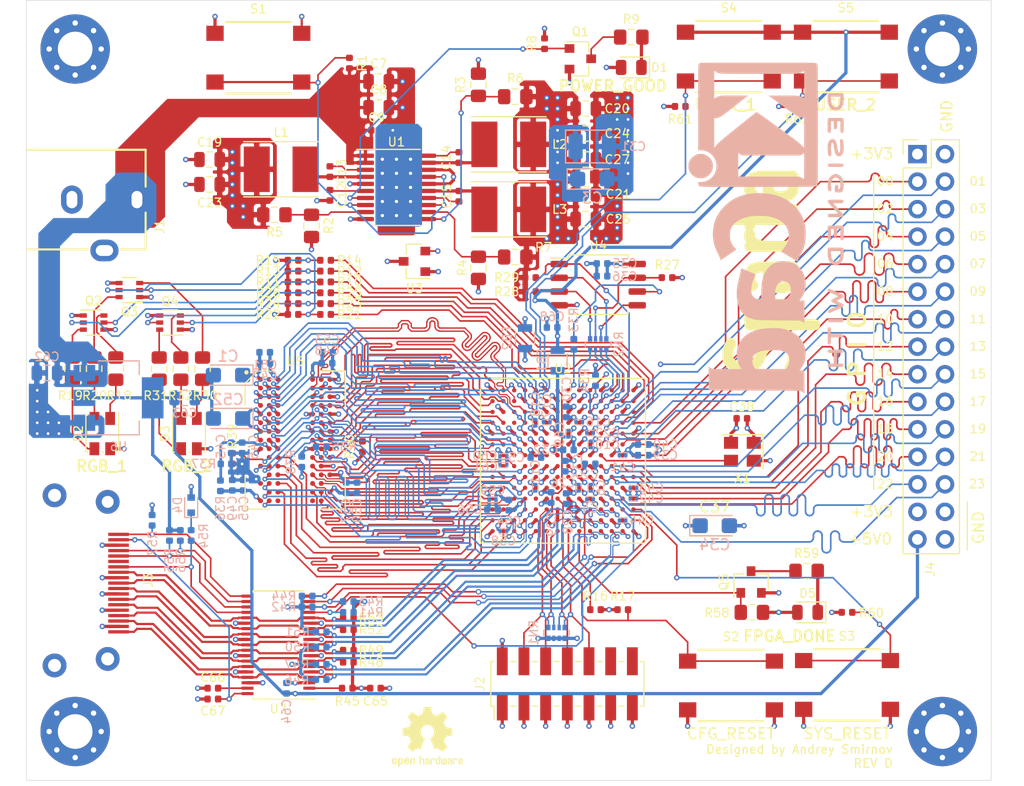
<source format=kicad_pcb>
(kicad_pcb (version 20171130) (host pcbnew "(5.1.8)-1")
  (layers (0 F.Cu signal) (1 In1.Cu power) (2 In2.Cu power) (31 B.Cu signal) (34 B.Paste user) (35 F.Paste user) (36 B.SilkS user) (37 F.SilkS user) (38 B.Mask user) (39 F.Mask user) (44 Edge.Cuts user))
  (net 0 "")
  (net 1 GND)
  (net 2 +1V8)
  (net 3 +1V0)
  (net 4 "Net-(C12-Pad1)")
  (net 5 "Net-(C13-Pad2)")
  (net 6 "Net-(C14-Pad2)")
  (net 7 "Net-(C15-Pad2)")
  (net 8 +3V3)
  (net 9 +1V8A)
  (net 10 GNDA)
  (net 11 ADC_REF)
  (net 12 "Net-(C45-Pad1)")
  (net 13 "Net-(D2-Pad1)")
  (net 14 "Net-(D2-Pad3)")
  (net 15 "Net-(D2-Pad4)")
  (net 16 "Net-(D3-Pad4)")
  (net 17 "Net-(D3-Pad3)")
  (net 18 "Net-(D3-Pad1)")
  (net 19 +12V)
  (net 20 "Net-(J1-Pad3)")
  (net 21 /Bank0_14/JTAG_TMS)
  (net 22 /Bank0_14/JTAG_TCK)
  (net 23 /Bank0_14/JTAG_TDO)
  (net 24 /Bank0_14/JTAG_TDI)
  (net 25 "Net-(J2-Pad12)")
  (net 26 "Net-(J2-Pad14)")
  (net 27 "Net-(Q1-Pad3)")
  (net 28 /Power/PGOOD)
  (net 29 "Net-(Q2-Pad3)")
  (net 30 "Net-(Q2-Pad5)")
  (net 31 "Net-(Q2-Pad2)")
  (net 32 "Net-(Q2-Pad6)")
  (net 33 "Net-(Q3-Pad6)")
  (net 34 "Net-(Q3-Pad2)")
  (net 35 "Net-(Q3-Pad5)")
  (net 36 "Net-(Q3-Pad3)")
  (net 37 "Net-(Q4-Pad3)")
  (net 38 "Net-(Q4-Pad5)")
  (net 39 "Net-(Q4-Pad2)")
  (net 40 "Net-(Q4-Pad6)")
  (net 41 "Net-(R1-Pad1)")
  (net 42 "Net-(R2-Pad1)")
  (net 43 "Net-(R3-Pad1)")
  (net 44 "Net-(R4-Pad1)")
  (net 45 /Bank0_14/RGB1_R)
  (net 46 /Bank0_14/RGB1_G)
  (net 47 /Bank0_14/RGB1_B)
  (net 48 /Bank0_14/INIT_B)
  (net 49 /Bank0_14/PROGRAM_B)
  (net 50 /Bank0_14/RGB2_R)
  (net 51 /Bank0_14/RGB2_G)
  (net 52 /Bank0_14/RGB2_B)
  (net 53 /Bank0_14/SPI_DQ3)
  (net 54 /Bank0_14/SPI_DQ2)
  (net 55 /Bank0_14/SPI_CS)
  (net 56 /Bank0_14/SPI_F_SCLK)
  (net 57 /Bank0_14/SPI_SCLK)
  (net 58 /Bank34/DDR2_CK-)
  (net 59 /Bank34/DDR2_CK+)
  (net 60 "Net-(R38-Pad2)")
  (net 61 /Bank34/DDR2_CKE)
  (net 62 /Bank34/DDR2_ODT)
  (net 63 /Bank0_14/SPI_DQ0)
  (net 64 /Bank0_14/SPI_DQ1)
  (net 65 /Bank0_14/SPI_F_DQ1)
  (net 66 /Bank0_14/SPI_F_DQ0)
  (net 67 /Bank0_14/SPI_F_DQ2)
  (net 68 /Bank0_14/SPI_F_DQ3)
  (net 69 /Bank0_14/SYSRESET)
  (net 70 /Bank34/DDR2_DQS0-)
  (net 71 /Bank34/DDR2_DQ6)
  (net 72 /Bank34/DDR2_DQ7)
  (net 73 /Bank34/DDR2_DQ4)
  (net 74 /Bank34/DDR2_DQ2)
  (net 75 /Bank34/DDR2_DQ3)
  (net 76 /Bank34/DDR2_DQS0+)
  (net 77 /Bank34/DDR2_DQ5)
  (net 78 /Bank34/DDR2_DQ10)
  (net 79 /Bank34/DDR2_DM0)
  (net 80 /Bank34/DDR2_DQ0)
  (net 81 /Bank34/DDR2_DQ1)
  (net 82 /Bank34/DDR2_DQ11)
  (net 83 /Bank34/DDR2_DQ12)
  (net 84 "Net-(U2-PadD3)")
  (net 85 /Bank34/DDR2_DM1)
  (net 86 /Bank34/DDR2_DQ13)
  (net 87 /Bank34/DDR2_DQS1-)
  (net 88 /Bank34/DDR2_DQ14)
  (net 89 /Bank34/DDR2_DQ15)
  (net 90 /Bank34/DDR2_DQ8)
  (net 91 /Bank34/DDR2_DQS1+)
  (net 92 /Bank34/DDR2_DQ9)
  (net 93 /Bank0_14/SYSCLK)
  (net 94 /Bank34/DDR2_A5)
  (net 95 /Bank34/DDR2_A4)
  (net 96 /Bank34/DDR2_A3)
  (net 97 /Bank34/DDR2_A2)
  (net 98 /Bank34/DDR2_A7)
  (net 99 /Bank34/DDR2_A6)
  (net 100 /Bank34/DDR2_A11)
  (net 101 /Bank34/DDR2_A10)
  (net 102 /Bank34/DDR2_A9)
  (net 103 /Bank34/DDR2_A8)
  (net 104 /Bank34/DDR2_A13)
  (net 105 /Bank34/DDR2_BA0)
  (net 106 /Bank34/DDR2_RAS)
  (net 107 "Net-(U2-PadL5)")
  (net 108 /Bank34/DDR2_A12)
  (net 109 /Bank34/DDR2_BA2)
  (net 110 /Bank34/DDR2_BA1)
  (net 111 /Bank34/DDR2_CAS)
  (net 112 /Bank34/DDR2_A1)
  (net 113 /Bank34/DDR2_WE)
  (net 114 /Bank34/DDR2_A0)
  (net 115 "Net-(U5-PadA2)")
  (net 116 "Net-(U5-PadE2)")
  (net 117 "Net-(U5-PadR3)")
  (net 118 "Net-(U5-PadR7)")
  (net 119 +5V)
  (net 120 "Net-(C66-Pad2)")
  (net 121 /Externals/HDMI_C_5V)
  (net 122 "Net-(D4-Pad1)")
  (net 123 /Externals/HDMI_C_HPD)
  (net 124 /Externals/HDMI_C_SDA)
  (net 125 /Externals/HDMI_C_SCL)
  (net 126 "Net-(J3-Pad14)")
  (net 127 /Externals/HDMI_C_CEC)
  (net 128 HDMI_CLK-)
  (net 129 HDMI_CLK+)
  (net 130 HDMI_D0-)
  (net 131 HDMI_D0+)
  (net 132 HDMI_D1-)
  (net 133 HDMI_D1+)
  (net 134 HDMI_D2-)
  (net 135 HDMI_D2+)
  (net 136 HDMI_CEC)
  (net 137 HDMI_SCL)
  (net 138 HDMI_SDA)
  (net 139 HDMI_HPD)
  (net 140 "Net-(R45-Pad1)")
  (net 141 /Bank0_14/FPGA_DONE)
  (net 142 "Net-(Q5-Pad3)")
  (net 143 /Power/SW1)
  (net 144 /Power/SW2)
  (net 145 /Power/SW3)
  (net 146 /Bank0_14/FPGA_PUDC)
  (net 147 /Bank34/USER_1)
  (net 148 /Bank34/USER_2)
  (net 149 GPIO_23)
  (net 150 GPIO_22)
  (net 151 GPIO_21)
  (net 152 GPIO_20)
  (net 153 GPIO_19)
  (net 154 GPIO_18)
  (net 155 GPIO_17)
  (net 156 GPIO_16)
  (net 157 GPIO_15)
  (net 158 GPIO_14)
  (net 159 GPIO_13)
  (net 160 GPIO_12)
  (net 161 GPIO_11)
  (net 162 GPIO_10)
  (net 163 GPIO_9)
  (net 164 GPIO_8)
  (net 165 GPIO_7)
  (net 166 GPIO_6)
  (net 167 GPIO_5)
  (net 168 GPIO_4)
  (net 169 GPIO_3)
  (net 170 GPIO_2)
  (net 171 GPIO_1)
  (net 172 GPIO_0)
  (net 173 "Net-(D1-Pad1)")
  (net 174 "Net-(D5-Pad1)")
  (module my_parts:hdmi_type_a_10029449-111RLF (layer F.Cu) (at 99.5 105.55 270)
    (fp_text reference J3 (at 0 -2.75 90) (layer F.SilkS) (effects (font (size 0.8 0.8) (thickness 0.12))))
    (fp_text value HDMI_A)
    (pad SH thru_hole circle (at 7.85 5.9 270) (size 2.2 2.2) (drill 1.2) (layers *.Cu *.Mask) (net 1 GND))
    (pad SH thru_hole circle (at -7.85 5.9 270) (size 2.2 2.2) (drill 1.2) (layers *.Cu *.Mask) (net 1 GND))
    (pad SH thru_hole circle (at 7.25 1 270) (size 2.2 2.2) (drill 1.2) (layers *.Cu *.Mask) (net 1 GND))
    (pad SH thru_hole circle (at -7.25 1 270) (size 2.2 2.2) (drill 1.1) (layers *.Cu *.Mask) (net 1 GND))
    (pad 19 smd rect (at -4.25 0 270) (size 0.3 1.9) (layers F.Cu F.Paste F.Mask) (net 123 /Externals/HDMI_C_HPD))
    (pad 18 smd rect (at -3.75 0 270) (size 0.3 1.9) (layers F.Cu F.Paste F.Mask) (net 121 /Externals/HDMI_C_5V))
    (pad 17 smd rect (at -3.25 0 270) (size 0.3 1.9) (layers F.Cu F.Paste F.Mask) (net 1 GND))
    (pad 16 smd rect (at -2.75 0 270) (size 0.3 1.9) (layers F.Cu F.Paste F.Mask) (net 124 /Externals/HDMI_C_SDA))
    (pad 15 smd rect (at -2.25 0 270) (size 0.3 1.9) (layers F.Cu F.Paste F.Mask) (net 125 /Externals/HDMI_C_SCL))
    (pad 14 smd rect (at -1.75 0 270) (size 0.3 1.9) (layers F.Cu F.Paste F.Mask) (net 126 "Net-(J3-Pad14)"))
    (pad 13 smd rect (at -1.25 0 270) (size 0.3 1.9) (layers F.Cu F.Paste F.Mask) (net 127 /Externals/HDMI_C_CEC))
    (pad 12 smd rect (at -0.75 0 270) (size 0.3 1.9) (layers F.Cu F.Paste F.Mask) (net 128 HDMI_CLK-))
    (pad 11 smd rect (at -0.25 0 270) (size 0.3 1.9) (layers F.Cu F.Paste F.Mask) (net 1 GND))
    (pad 10 smd rect (at 0.25 0 270) (size 0.3 1.9) (layers F.Cu F.Paste F.Mask) (net 129 HDMI_CLK+))
    (pad 9 smd rect (at 0.75 0 270) (size 0.3 1.9) (layers F.Cu F.Paste F.Mask) (net 130 HDMI_D0-))
    (pad 8 smd rect (at 1.25 0 270) (size 0.3 1.9) (layers F.Cu F.Paste F.Mask) (net 1 GND))
    (pad 7 smd rect (at 1.75 0 270) (size 0.3 1.9) (layers F.Cu F.Paste F.Mask) (net 131 HDMI_D0+))
    (pad 6 smd rect (at 2.25 0 270) (size 0.3 1.9) (layers F.Cu F.Paste F.Mask) (net 132 HDMI_D1-))
    (pad 5 smd rect (at 2.75 0 270) (size 0.3 1.9) (layers F.Cu F.Paste F.Mask) (net 1 GND))
    (pad 4 smd rect (at 3.25 0 270) (size 0.3 1.9) (layers F.Cu F.Paste F.Mask) (net 133 HDMI_D1+))
    (pad 3 smd rect (at 3.75 0 270) (size 0.3 1.9) (layers F.Cu F.Paste F.Mask) (net 134 HDMI_D2-))
    (pad 2 smd rect (at 4.25 0 270) (size 0.3 1.9) (layers F.Cu F.Paste F.Mask) (net 1 GND))
    (pad 1 smd rect (at 4.75 0 270) (size 0.3 1.9) (layers F.Cu F.Paste F.Mask) (net 135 HDMI_D2+))
  )
  (module my_parts:B3FS_1010P (layer F.Cu) (at 166.6 57.2 180)
    (fp_text reference S5 (at 0 4.5) (layer F.SilkS) (effects (font (size 0.8 0.8) (thickness 0.12))))
    (fp_text value USER_2)
    (pad 4 smd rect (at 4 -2.25 180) (size 1.6 1.4) (layers F.Cu F.Paste F.Mask) (net 148 /Bank34/USER_2))
    (pad 3 smd rect (at -4 -2.25 180) (size 1.6 1.4) (layers F.Cu F.Paste F.Mask) (net 148 /Bank34/USER_2))
    (pad 2 smd rect (at -4 2.25 180) (size 1.6 1.4) (layers F.Cu F.Paste F.Mask) (net 2 +1V8))
    (pad 1 smd rect (at 4 2.25 180) (size 1.6 1.4) (layers F.Cu F.Paste F.Mask) (net 2 +1V8))
  )
  (module my_parts:B3FS_1010P (layer F.Cu) (at 155.8 57.2 180)
    (fp_text reference S4 (at 0 4.5) (layer F.SilkS) (effects (font (size 0.8 0.8) (thickness 0.12))))
    (fp_text value USER_1)
    (pad 4 smd rect (at 4 -2.25 180) (size 1.6 1.4) (layers F.Cu F.Paste F.Mask) (net 147 /Bank34/USER_1))
    (pad 3 smd rect (at -4 -2.25 180) (size 1.6 1.4) (layers F.Cu F.Paste F.Mask) (net 147 /Bank34/USER_1))
    (pad 2 smd rect (at -4 2.25 180) (size 1.6 1.4) (layers F.Cu F.Paste F.Mask) (net 2 +1V8))
    (pad 1 smd rect (at 4 2.25 180) (size 1.6 1.4) (layers F.Cu F.Paste F.Mask) (net 2 +1V8))
  )
  (module my_parts:B3FS_1010P (layer F.Cu) (at 166.7 115.2 180)
    (fp_text reference S3 (at 0 4.5) (layer F.SilkS) (effects (font (size 0.8 0.8) (thickness 0.12))))
    (fp_text value SYS_RESET)
    (pad 4 smd rect (at 4 -2.25 180) (size 1.6 1.4) (layers F.Cu F.Paste F.Mask) (net 1 GND))
    (pad 3 smd rect (at -4 -2.25 180) (size 1.6 1.4) (layers F.Cu F.Paste F.Mask) (net 1 GND))
    (pad 2 smd rect (at -4 2.25 180) (size 1.6 1.4) (layers F.Cu F.Paste F.Mask) (net 69 /Bank0_14/SYSRESET))
    (pad 1 smd rect (at 4 2.25 180) (size 1.6 1.4) (layers F.Cu F.Paste F.Mask) (net 69 /Bank0_14/SYSRESET))
  )
  (module my_parts:B3FS_1010P (layer F.Cu) (at 156 115.25 180)
    (fp_text reference S2 (at 0 4.5) (layer F.SilkS) (effects (font (size 0.8 0.8) (thickness 0.12))))
    (fp_text value CFG_RESET)
    (pad 4 smd rect (at 4 -2.25 180) (size 1.6 1.4) (layers F.Cu F.Paste F.Mask) (net 1 GND))
    (pad 3 smd rect (at -4 -2.25 180) (size 1.6 1.4) (layers F.Cu F.Paste F.Mask) (net 1 GND))
    (pad 2 smd rect (at -4 2.25 180) (size 1.6 1.4) (layers F.Cu F.Paste F.Mask) (net 49 /Bank0_14/PROGRAM_B))
    (pad 1 smd rect (at 4 2.25 180) (size 1.6 1.4) (layers F.Cu F.Paste F.Mask) (net 49 /Bank0_14/PROGRAM_B))
  )
  (module my_parts:B3FS_1010P (layer F.Cu) (at 112.4 57.3 180)
    (fp_text reference S1 (at 0 4.5) (layer F.SilkS) (effects (font (size 0.8 0.8) (thickness 0.12))))
    (fp_text value PWR_OFF)
    (pad 4 smd rect (at 4 -2.25 180) (size 1.6 1.4) (layers F.Cu F.Paste F.Mask) (net 41 "Net-(R1-Pad1)"))
    (pad 3 smd rect (at -4 -2.25 180) (size 1.6 1.4) (layers F.Cu F.Paste F.Mask) (net 41 "Net-(R1-Pad1)"))
    (pad 2 smd rect (at -4 2.25 180) (size 1.6 1.4) (layers F.Cu F.Paste F.Mask) (net 1 GND))
    (pad 1 smd rect (at 4 2.25 180) (size 1.6 1.4) (layers F.Cu F.Paste F.Mask) (net 1 GND))
  )
  (module Capacitor_Tantalum_SMD:CP_EIA-3216-18_Kemet-A (layer B.Cu) (at 109.6 90.6 180)
    (fp_text reference C52 (at 0 1.75) (layer B.SilkS) (effects (justify mirror)))
    (fp_text value "47 uF")
    (pad 2 smd roundrect (at 1.35 0 180) (size 1.4 1.35) (layers B.Cu B.Paste B.Mask) (roundrect_rratio 0.1851844444444445) (net 1 GND))
    (pad 1 smd roundrect (at -1.35 0 180) (size 1.4 1.35) (layers B.Cu B.Paste B.Mask) (roundrect_rratio 0.1851844444444445) (net 2 +1V8))
  )
  (module Capacitor_Tantalum_SMD:CP_EIA-3216-18_Kemet-A (layer F.Cu) (at 154.5 100.5)
    (fp_text reference C37 (at 0 -1.75) (layer F.SilkS))
    (fp_text value "47 uF")
    (pad 2 smd roundrect (at 1.35 0) (size 1.4 1.35) (layers F.Cu F.Paste F.Mask) (roundrect_rratio 0.1851844444444445) (net 1 GND))
    (pad 1 smd roundrect (at -1.35 0) (size 1.4 1.35) (layers F.Cu F.Paste F.Mask) (roundrect_rratio 0.1851844444444445) (net 8 +3V3))
  )
  (module Capacitor_Tantalum_SMD:CP_EIA-3216-18_Kemet-A (layer B.Cu) (at 154.5 100.5)
    (fp_text reference C34 (at 0 1.75) (layer B.SilkS) (effects (justify mirror)))
    (fp_text value "47 uF")
    (pad 2 smd roundrect (at 1.35 0) (size 1.4 1.35) (layers B.Cu B.Paste B.Mask) (roundrect_rratio 0.1851844444444445) (net 1 GND))
    (pad 1 smd roundrect (at -1.35 0) (size 1.4 1.35) (layers B.Cu B.Paste B.Mask) (roundrect_rratio 0.1851844444444445) (net 8 +3V3))
  )
  (module Capacitor_Tantalum_SMD:CP_EIA-3216-18_Kemet-A (layer B.Cu) (at 143.2 68.5)
    (fp_text reference C3 (at 0 1.75) (layer B.SilkS) (effects (justify mirror)))
    (fp_text value "47 uF")
    (pad 2 smd roundrect (at 1.35 0) (size 1.4 1.35) (layers B.Cu B.Paste B.Mask) (roundrect_rratio 0.1851844444444445) (net 1 GND))
    (pad 1 smd roundrect (at -1.35 0) (size 1.4 1.35) (layers B.Cu B.Paste B.Mask) (roundrect_rratio 0.1851844444444445) (net 3 +1V0))
  )
  (module Capacitor_Tantalum_SMD:CP_EIA-3216-18_Kemet-A (layer B.Cu) (at 109.6 86.6 180)
    (fp_text reference C1 (at 0 1.75) (layer B.SilkS) (effects (justify mirror)))
    (fp_text value "47 uF")
    (pad 2 smd roundrect (at 1.35 0 180) (size 1.4 1.35) (layers B.Cu B.Paste B.Mask) (roundrect_rratio 0.1851844444444445) (net 1 GND))
    (pad 1 smd roundrect (at -1.35 0 180) (size 1.4 1.35) (layers B.Cu B.Paste B.Mask) (roundrect_rratio 0.1851844444444445) (net 2 +1V8))
  )
  (module Symbol:KiCad-Logo2_12mm_SilkScreen (layer B.Cu) (at 158 73 270)
    (fp_text reference REF** hide)
    (fp_text value KiCad-Logo2_12mm_SilkScreen hide)
  )
  (module Symbol:OSHW-Logo2_7.3x6mm_SilkScreen (layer F.Cu) (at 128 120)
    (fp_text reference REF** hide)
    (fp_text value OSHW-Logo2_7.3x6mm_SilkScreen hide)
  )
  (module Connector_PinHeader_2.54mm:PinHeader_2x15_P2.54mm_Vertical (layer F.Cu) (at 173.2 66.2)
    (fp_text reference J4 (at 1.171 38.321 90) (layer F.SilkS) (effects (font (size 0.8 0.8) (thickness 0.12))))
    (fp_text value Conn_02x15_Odd_Even)
    (pad 30 thru_hole oval (at 2.54 35.56) (size 1.7 1.7) (drill 1) (layers *.Cu *.Mask) (net 1 GND))
    (pad 29 thru_hole oval (at 0 35.56) (size 1.7 1.7) (drill 1) (layers *.Cu *.Mask) (net 119 +5V))
    (pad 28 thru_hole oval (at 2.54 33.02) (size 1.7 1.7) (drill 1) (layers *.Cu *.Mask) (net 1 GND))
    (pad 27 thru_hole oval (at 0 33.02) (size 1.7 1.7) (drill 1) (layers *.Cu *.Mask) (net 8 +3V3))
    (pad 26 thru_hole oval (at 2.54 30.48) (size 1.7 1.7) (drill 1) (layers *.Cu *.Mask) (net 149 GPIO_23))
    (pad 25 thru_hole oval (at 0 30.48) (size 1.7 1.7) (drill 1) (layers *.Cu *.Mask) (net 150 GPIO_22))
    (pad 24 thru_hole oval (at 2.54 27.94) (size 1.7 1.7) (drill 1) (layers *.Cu *.Mask) (net 151 GPIO_21))
    (pad 23 thru_hole oval (at 0 27.94) (size 1.7 1.7) (drill 1) (layers *.Cu *.Mask) (net 152 GPIO_20))
    (pad 22 thru_hole oval (at 2.54 25.4) (size 1.7 1.7) (drill 1) (layers *.Cu *.Mask) (net 153 GPIO_19))
    (pad 21 thru_hole oval (at 0 25.4) (size 1.7 1.7) (drill 1) (layers *.Cu *.Mask) (net 154 GPIO_18))
    (pad 20 thru_hole oval (at 2.54 22.86) (size 1.7 1.7) (drill 1) (layers *.Cu *.Mask) (net 155 GPIO_17))
    (pad 19 thru_hole oval (at 0 22.86) (size 1.7 1.7) (drill 1) (layers *.Cu *.Mask) (net 156 GPIO_16))
    (pad 18 thru_hole oval (at 2.54 20.32) (size 1.7 1.7) (drill 1) (layers *.Cu *.Mask) (net 157 GPIO_15))
    (pad 17 thru_hole oval (at 0 20.32) (size 1.7 1.7) (drill 1) (layers *.Cu *.Mask) (net 158 GPIO_14))
    (pad 16 thru_hole oval (at 2.54 17.78) (size 1.7 1.7) (drill 1) (layers *.Cu *.Mask) (net 159 GPIO_13))
    (pad 15 thru_hole oval (at 0 17.78) (size 1.7 1.7) (drill 1) (layers *.Cu *.Mask) (net 160 GPIO_12))
    (pad 14 thru_hole oval (at 2.54 15.24) (size 1.7 1.7) (drill 1) (layers *.Cu *.Mask) (net 161 GPIO_11))
    (pad 13 thru_hole oval (at 0 15.24) (size 1.7 1.7) (drill 1) (layers *.Cu *.Mask) (net 162 GPIO_10))
    (pad 12 thru_hole oval (at 2.54 12.7) (size 1.7 1.7) (drill 1) (layers *.Cu *.Mask) (net 163 GPIO_9))
    (pad 11 thru_hole oval (at 0 12.7) (size 1.7 1.7) (drill 1) (layers *.Cu *.Mask) (net 164 GPIO_8))
    (pad 10 thru_hole oval (at 2.54 10.16) (size 1.7 1.7) (drill 1) (layers *.Cu *.Mask) (net 165 GPIO_7))
    (pad 9 thru_hole oval (at 0 10.16) (size 1.7 1.7) (drill 1) (layers *.Cu *.Mask) (net 166 GPIO_6))
    (pad 8 thru_hole oval (at 2.54 7.62) (size 1.7 1.7) (drill 1) (layers *.Cu *.Mask) (net 167 GPIO_5))
    (pad 7 thru_hole oval (at 0 7.62) (size 1.7 1.7) (drill 1) (layers *.Cu *.Mask) (net 168 GPIO_4))
    (pad 6 thru_hole oval (at 2.54 5.08) (size 1.7 1.7) (drill 1) (layers *.Cu *.Mask) (net 169 GPIO_3))
    (pad 5 thru_hole oval (at 0 5.08) (size 1.7 1.7) (drill 1) (layers *.Cu *.Mask) (net 170 GPIO_2))
    (pad 4 thru_hole oval (at 2.54 2.54) (size 1.7 1.7) (drill 1) (layers *.Cu *.Mask) (net 171 GPIO_1))
    (pad 3 thru_hole oval (at 0 2.54) (size 1.7 1.7) (drill 1) (layers *.Cu *.Mask) (net 172 GPIO_0))
    (pad 2 thru_hole oval (at 2.54 0) (size 1.7 1.7) (drill 1) (layers *.Cu *.Mask) (net 1 GND))
    (pad 1 thru_hole rect (at 0 0) (size 1.7 1.7) (drill 1) (layers *.Cu *.Mask) (net 8 +3V3))
  )
  (module Package_TO_SOT_SMD:SOT-363_SC-70-6 (layer F.Cu) (at 104.25 81.75 180)
    (fp_text reference Q4 (at 0 1.95) (layer F.SilkS) (effects (font (size 0.8 0.8) (thickness 0.12))))
    (fp_text value DMN63D8LDW)
    (pad 6 smd rect (at 0.95 -0.65 180) (size 0.65 0.4) (layers F.Cu F.Paste F.Mask) (net 40 "Net-(Q4-Pad6)"))
    (pad 4 smd rect (at 0.95 0.65 180) (size 0.65 0.4) (layers F.Cu F.Paste F.Mask) (net 1 GND))
    (pad 2 smd rect (at -0.95 0 180) (size 0.65 0.4) (layers F.Cu F.Paste F.Mask) (net 39 "Net-(Q4-Pad2)"))
    (pad 5 smd rect (at 0.95 0 180) (size 0.65 0.4) (layers F.Cu F.Paste F.Mask) (net 38 "Net-(Q4-Pad5)"))
    (pad 3 smd rect (at -0.95 0.65 180) (size 0.65 0.4) (layers F.Cu F.Paste F.Mask) (net 37 "Net-(Q4-Pad3)"))
    (pad 1 smd rect (at -0.95 -0.65 180) (size 0.65 0.4) (layers F.Cu F.Paste F.Mask) (net 1 GND))
  )
  (module Resistor_SMD:R_0402_1005Metric (layer F.Cu) (at 162.115 61.8 180)
    (fp_text reference R62 (at 0 -1.17) (layer F.SilkS) (effects (font (size 0.8 0.8) (thickness 0.12))))
    (fp_text value 4.75K)
    (pad 2 smd roundrect (at 0.485 0 180) (size 0.59 0.64) (layers F.Cu F.Paste F.Mask) (net 1 GND))
    (pad 1 smd roundrect (at -0.485 0 180) (size 0.59 0.64) (layers F.Cu F.Paste F.Mask) (net 148 /Bank34/USER_2))
  )
  (module Resistor_SMD:R_0402_1005Metric (layer F.Cu) (at 151.315 61.8 180)
    (fp_text reference R61 (at 0 -1.17) (layer F.SilkS) (effects (font (size 0.8 0.8) (thickness 0.12))))
    (fp_text value 4.75K)
    (pad 2 smd roundrect (at 0.485 0 180) (size 0.59 0.64) (layers F.Cu F.Paste F.Mask) (net 1 GND))
    (pad 1 smd roundrect (at -0.485 0 180) (size 0.59 0.64) (layers F.Cu F.Paste F.Mask) (net 147 /Bank34/USER_1))
  )
  (module Inductors_SMD:L_0805 (layer B.Cu) (at 137 83.2 90)
    (fp_text reference FB2 (at 0 -1.65 90) (layer B.SilkS) (effects (font (size 0.8 0.8) (thickness 0.12)) (justify mirror)))
    (fp_text value 600R)
    (pad 2 smd rect (at 0.95 0 90) (size 0.7 1.3) (layers B.Cu B.Paste B.Mask) (net 1 GND))
    (pad 1 smd rect (at -0.95 0 90) (size 0.7 1.3) (layers B.Cu B.Paste B.Mask) (net 10 GNDA))
  )
  (module Inductors_SMD:L_0805 (layer B.Cu) (at 140 85.25 90)
    (fp_text reference FB1 (at 0 -1.45 90) (layer B.SilkS) (effects (font (size 0.8 0.8) (thickness 0.12)) (justify mirror)))
    (fp_text value 600R)
    (pad 2 smd rect (at 0.95 0 90) (size 0.7 1.3) (layers B.Cu B.Paste B.Mask) (net 2 +1V8))
    (pad 1 smd rect (at -0.95 0 90) (size 0.7 1.3) (layers B.Cu B.Paste B.Mask) (net 9 +1V8A))
  )
  (module my_parts:C_0201_0603Metric (layer B.Cu) (at 141 92 90)
    (fp_text reference C69 (at -0.05 -0.8 90) (layer B.SilkS) (effects (font (size 0.8 0.8) (thickness 0.12)) (justify mirror)))
    (fp_text value "0.47 uF")
    (pad 2 smd roundrect (at 0.3 0 90) (size 0.3 0.35) (layers B.Cu B.Paste B.Mask) (net 1 GND))
    (pad 1 smd roundrect (at -0.3 0 90) (size 0.3 0.35) (layers B.Cu B.Paste B.Mask) (net 9 +1V8A))
  )
  (module Capacitor_SMD:C_0402_1005Metric (layer B.Cu) (at 139.5 82.2 180)
    (fp_text reference C68 (at 0 1) (layer B.SilkS) (effects (font (size 0.8 0.8) (thickness 0.12)) (justify mirror)))
    (fp_text value "4.7 uF")
    (pad 2 smd roundrect (at 0.485 0 180) (size 0.59 0.64) (layers B.Cu B.Paste B.Mask) (net 1 GND))
    (pad 1 smd roundrect (at -0.485 0 180) (size 0.59 0.64) (layers B.Cu B.Paste B.Mask) (net 2 +1V8))
  )
  (module Resistor_SMD:R_0402_1005Metric (layer F.Cu) (at 166.7 108.5)
    (fp_text reference R60 (at 2.25 0.05) (layer F.SilkS) (effects (font (size 0.8 0.8) (thickness 0.12))))
    (fp_text value 4.75K)
    (pad 2 smd roundrect (at 0.485 0) (size 0.59 0.64) (layers F.Cu F.Paste F.Mask) (net 69 /Bank0_14/SYSRESET))
    (pad 1 smd roundrect (at -0.485 0) (size 0.59 0.64) (layers F.Cu F.Paste F.Mask) (net 8 +3V3))
  )
  (module Capacitor_SMD:C_0402_1005Metric (layer B.Cu) (at 140.7 95 90)
    (fp_text reference C33 (at 0 1.17 90) (layer B.SilkS) (effects (font (size 0.8 0.8) (thickness 0.12)) (justify mirror)))
    (fp_text value "0.1 uF")
    (pad 2 smd roundrect (at 0.485 0 90) (size 0.59 0.64) (layers B.Cu B.Paste B.Mask) (net 10 GNDA))
    (pad 1 smd roundrect (at -0.485 0 90) (size 0.59 0.64) (layers B.Cu B.Paste B.Mask) (net 11 ADC_REF))
  )
  (module Capacitor_SMD:C_0402_1005Metric (layer B.Cu) (at 141 93.5 180)
    (fp_text reference C32 (at 2.1 0) (layer B.SilkS) (effects (font (size 0.8 0.8) (thickness 0.12)) (justify mirror)))
    (fp_text value "0.1 uF")
    (pad 2 smd roundrect (at 0.485 0 180) (size 0.59 0.64) (layers B.Cu B.Paste B.Mask) (net 10 GNDA))
    (pad 1 smd roundrect (at -0.485 0 180) (size 0.59 0.64) (layers B.Cu B.Paste B.Mask) (net 9 +1V8A))
  )
  (module Resistor_SMD:R_0402_1005Metric (layer B.Cu) (at 105.2 101.4 90)
    (fp_text reference R56 (at -2.3 0.05 90) (layer B.SilkS) (effects (font (size 0.8 0.8) (thickness 0.12)) (justify mirror)))
    (fp_text value 2.2K)
    (pad 2 smd roundrect (at 0.485 0 90) (size 0.59 0.64) (layers B.Cu B.Paste B.Mask) (net 119 +5V))
    (pad 1 smd roundrect (at -0.485 0 90) (size 0.59 0.64) (layers B.Cu B.Paste B.Mask) (net 124 /Externals/HDMI_C_SDA))
  )
  (module Resistor_SMD:R_0402_1005Metric (layer B.Cu) (at 104.2 101.4 90)
    (fp_text reference R55 (at -2.3 0 90) (layer B.SilkS) (effects (font (size 0.8 0.8) (thickness 0.12)) (justify mirror)))
    (fp_text value 2.2K)
    (pad 2 smd roundrect (at 0.485 0 90) (size 0.59 0.64) (layers B.Cu B.Paste B.Mask) (net 119 +5V))
    (pad 1 smd roundrect (at -0.485 0 90) (size 0.59 0.64) (layers B.Cu B.Paste B.Mask) (net 125 /Externals/HDMI_C_SCL))
  )
  (module Resistor_SMD:R_0402_1005Metric (layer B.Cu) (at 106.2 101.4 90)
    (fp_text reference R54 (at -0.05 1.15 270) (layer B.SilkS) (effects (font (size 0.8 0.8) (thickness 0.12)) (justify mirror)))
    (fp_text value 27K)
    (pad 2 smd roundrect (at 0.485 0 90) (size 0.59 0.64) (layers B.Cu B.Paste B.Mask) (net 122 "Net-(D4-Pad1)"))
    (pad 1 smd roundrect (at -0.485 0 90) (size 0.59 0.64) (layers B.Cu B.Paste B.Mask) (net 127 /Externals/HDMI_C_CEC))
  )
  (module MountingHole:MountingHole_3.2mm_M3_Pad_Via (layer F.Cu) (at 95.5 119.5)
    (fp_text reference H4 hide)
    (fp_text value MountingHole_Pad)
    (pad 1 thru_hole circle (at 1.697056 -1.697056) (size 0.8 0.8) (drill 0.5) (layers *.Cu *.Mask) (net 1 GND))
    (pad 1 thru_hole circle (at 0 -2.4) (size 0.8 0.8) (drill 0.5) (layers *.Cu *.Mask) (net 1 GND))
    (pad 1 thru_hole circle (at -1.697056 -1.697056) (size 0.8 0.8) (drill 0.5) (layers *.Cu *.Mask) (net 1 GND))
    (pad 1 thru_hole circle (at -2.4 0) (size 0.8 0.8) (drill 0.5) (layers *.Cu *.Mask) (net 1 GND))
    (pad 1 thru_hole circle (at -1.697056 1.697056) (size 0.8 0.8) (drill 0.5) (layers *.Cu *.Mask) (net 1 GND))
    (pad 1 thru_hole circle (at 0 2.4) (size 0.8 0.8) (drill 0.5) (layers *.Cu *.Mask) (net 1 GND))
    (pad 1 thru_hole circle (at 1.697056 1.697056) (size 0.8 0.8) (drill 0.5) (layers *.Cu *.Mask) (net 1 GND))
    (pad 1 thru_hole circle (at 2.4 0) (size 0.8 0.8) (drill 0.5) (layers *.Cu *.Mask) (net 1 GND))
    (pad 1 thru_hole circle (at 0 0) (size 6.4 6.4) (drill 3.2) (layers *.Cu *.Mask) (net 1 GND))
  )
  (module MountingHole:MountingHole_3.2mm_M3_Pad_Via (layer F.Cu) (at 175.5 119.5)
    (fp_text reference H3 hide)
    (fp_text value MountingHole_Pad)
    (pad 1 thru_hole circle (at 1.697056 -1.697056) (size 0.8 0.8) (drill 0.5) (layers *.Cu *.Mask) (net 1 GND))
    (pad 1 thru_hole circle (at 0 -2.4) (size 0.8 0.8) (drill 0.5) (layers *.Cu *.Mask) (net 1 GND))
    (pad 1 thru_hole circle (at -1.697056 -1.697056) (size 0.8 0.8) (drill 0.5) (layers *.Cu *.Mask) (net 1 GND))
    (pad 1 thru_hole circle (at -2.4 0) (size 0.8 0.8) (drill 0.5) (layers *.Cu *.Mask) (net 1 GND))
    (pad 1 thru_hole circle (at -1.697056 1.697056) (size 0.8 0.8) (drill 0.5) (layers *.Cu *.Mask) (net 1 GND))
    (pad 1 thru_hole circle (at 0 2.4) (size 0.8 0.8) (drill 0.5) (layers *.Cu *.Mask) (net 1 GND))
    (pad 1 thru_hole circle (at 1.697056 1.697056) (size 0.8 0.8) (drill 0.5) (layers *.Cu *.Mask) (net 1 GND))
    (pad 1 thru_hole circle (at 2.4 0) (size 0.8 0.8) (drill 0.5) (layers *.Cu *.Mask) (net 1 GND))
    (pad 1 thru_hole circle (at 0 0) (size 6.4 6.4) (drill 3.2) (layers *.Cu *.Mask) (net 1 GND))
  )
  (module MountingHole:MountingHole_3.2mm_M3_Pad_Via (layer F.Cu) (at 175.5 56.5)
    (fp_text reference H2 hide)
    (fp_text value MountingHole_Pad)
    (pad 1 thru_hole circle (at 1.697056 -1.697056) (size 0.8 0.8) (drill 0.5) (layers *.Cu *.Mask) (net 1 GND))
    (pad 1 thru_hole circle (at 0 -2.4) (size 0.8 0.8) (drill 0.5) (layers *.Cu *.Mask) (net 1 GND))
    (pad 1 thru_hole circle (at -1.697056 -1.697056) (size 0.8 0.8) (drill 0.5) (layers *.Cu *.Mask) (net 1 GND))
    (pad 1 thru_hole circle (at -2.4 0) (size 0.8 0.8) (drill 0.5) (layers *.Cu *.Mask) (net 1 GND))
    (pad 1 thru_hole circle (at -1.697056 1.697056) (size 0.8 0.8) (drill 0.5) (layers *.Cu *.Mask) (net 1 GND))
    (pad 1 thru_hole circle (at 0 2.4) (size 0.8 0.8) (drill 0.5) (layers *.Cu *.Mask) (net 1 GND))
    (pad 1 thru_hole circle (at 1.697056 1.697056) (size 0.8 0.8) (drill 0.5) (layers *.Cu *.Mask) (net 1 GND))
    (pad 1 thru_hole circle (at 2.4 0) (size 0.8 0.8) (drill 0.5) (layers *.Cu *.Mask) (net 1 GND))
    (pad 1 thru_hole circle (at 0 0) (size 6.4 6.4) (drill 3.2) (layers *.Cu *.Mask) (net 1 GND))
  )
  (module MountingHole:MountingHole_3.2mm_M3_Pad_Via (layer F.Cu) (at 95.5 56.5)
    (fp_text reference H1 hide)
    (fp_text value MountingHole_Pad)
    (pad 1 thru_hole circle (at 1.697056 -1.697056) (size 0.8 0.8) (drill 0.5) (layers *.Cu *.Mask) (net 1 GND))
    (pad 1 thru_hole circle (at 0 -2.4) (size 0.8 0.8) (drill 0.5) (layers *.Cu *.Mask) (net 1 GND))
    (pad 1 thru_hole circle (at -1.697056 -1.697056) (size 0.8 0.8) (drill 0.5) (layers *.Cu *.Mask) (net 1 GND))
    (pad 1 thru_hole circle (at -2.4 0) (size 0.8 0.8) (drill 0.5) (layers *.Cu *.Mask) (net 1 GND))
    (pad 1 thru_hole circle (at -1.697056 1.697056) (size 0.8 0.8) (drill 0.5) (layers *.Cu *.Mask) (net 1 GND))
    (pad 1 thru_hole circle (at 0 2.4) (size 0.8 0.8) (drill 0.5) (layers *.Cu *.Mask) (net 1 GND))
    (pad 1 thru_hole circle (at 1.697056 1.697056) (size 0.8 0.8) (drill 0.5) (layers *.Cu *.Mask) (net 1 GND))
    (pad 1 thru_hole circle (at 2.4 0) (size 0.8 0.8) (drill 0.5) (layers *.Cu *.Mask) (net 1 GND))
    (pad 1 thru_hole circle (at 0 0) (size 6.4 6.4) (drill 3.2) (layers *.Cu *.Mask) (net 1 GND))
  )
  (module Resistor_SMD:R_0805_2012Metric_Pad1.15x1.40mm_HandSolder (layer F.Cu) (at 162.975 104.7)
    (fp_text reference R59 (at 0 -1.65) (layer F.SilkS) (effects (font (size 0.8 0.8) (thickness 0.12))))
    (fp_text value 680)
    (pad 2 smd roundrect (at 1.025 0) (size 1.15 1.4) (layers F.Cu F.Paste F.Mask) (roundrect_rratio 0.2173904347826087) (net 174 "Net-(D5-Pad1)"))
    (pad 1 smd roundrect (at -1.025 0) (size 1.15 1.4) (layers F.Cu F.Paste F.Mask) (roundrect_rratio 0.2173904347826087) (net 142 "Net-(Q5-Pad3)"))
  )
  (module Resistor_SMD:R_0805_2012Metric_Pad1.15x1.40mm_HandSolder (layer F.Cu) (at 157.925 108.5)
    (fp_text reference R58 (at -3.225 0.05) (layer F.SilkS) (effects (font (size 0.8 0.8) (thickness 0.12))))
    (fp_text value 330)
    (pad 2 smd roundrect (at 1.025 0) (size 1.15 1.4) (layers F.Cu F.Paste F.Mask) (roundrect_rratio 0.2173904347826087) (net 8 +3V3))
    (pad 1 smd roundrect (at -1.025 0) (size 1.15 1.4) (layers F.Cu F.Paste F.Mask) (roundrect_rratio 0.2173904347826087) (net 141 /Bank0_14/FPGA_DONE))
  )
  (module Package_TO_SOT_SMD:SOT-23 (layer F.Cu) (at 157.85 105.7 90)
    (fp_text reference Q5 (at 0 -2.5 90) (layer F.SilkS) (effects (font (size 0.8 0.8) (thickness 0.12))))
    (fp_text value DMN2020L)
    (pad 3 smd rect (at 1 0 90) (size 0.9 0.8) (layers F.Cu F.Paste F.Mask) (net 142 "Net-(Q5-Pad3)"))
    (pad 2 smd rect (at -1 0.95 90) (size 0.9 0.8) (layers F.Cu F.Paste F.Mask) (net 1 GND))
    (pad 1 smd rect (at -1 -0.95 90) (size 0.9 0.8) (layers F.Cu F.Paste F.Mask) (net 141 /Bank0_14/FPGA_DONE))
  )
  (module LED_SMD:LED_0805_2012Metric (layer F.Cu) (at 163.0625 108.5 180)
    (fp_text reference D5 (at 0 1.75) (layer F.SilkS) (effects (font (size 0.8 0.8) (thickness 0.12))))
    (fp_text value FPGA_DONE)
    (pad 2 smd roundrect (at 0.9375 0 180) (size 0.975 1.4) (layers F.Cu F.Paste F.Mask) (net 8 +3V3))
    (pad 1 smd roundrect (at -0.9375 0 180) (size 0.975 1.4) (layers F.Cu F.Paste F.Mask) (net 174 "Net-(D5-Pad1)"))
  )
  (module Package_SO:TSSOP-38_4.4x9.7mm_P0.5mm (layer F.Cu) (at 114.25 111.5 180)
    (fp_text reference U7 (at 0 -5.9) (layer F.SilkS) (effects (font (size 0.8 0.8) (thickness 0.12))))
    (fp_text value TPD12S521)
    (pad 38 smd rect (at 2.85 -4.5 180) (size 1.1 0.285) (layers F.Cu F.Paste F.Mask) (net 121 /Externals/HDMI_C_5V))
    (pad 37 smd rect (at 2.85 -4 180) (size 1.1 0.285) (layers F.Cu F.Paste F.Mask) (net 120 "Net-(C66-Pad2)"))
    (pad 36 smd rect (at 2.85 -3.5 180) (size 1.1 0.285) (layers F.Cu F.Paste F.Mask) (net 1 GND))
    (pad 35 smd rect (at 2.85 -3 180) (size 1.1 0.285) (layers F.Cu F.Paste F.Mask) (net 135 HDMI_D2+))
    (pad 34 smd rect (at 2.85 -2.5 180) (size 1.1 0.285) (layers F.Cu F.Paste F.Mask) (net 1 GND))
    (pad 33 smd rect (at 2.85 -2 180) (size 1.1 0.285) (layers F.Cu F.Paste F.Mask) (net 134 HDMI_D2-))
    (pad 32 smd rect (at 2.85 -1.5 180) (size 1.1 0.285) (layers F.Cu F.Paste F.Mask) (net 133 HDMI_D1+))
    (pad 31 smd rect (at 2.85 -1 180) (size 1.1 0.285) (layers F.Cu F.Paste F.Mask) (net 1 GND))
    (pad 30 smd rect (at 2.85 -0.5 180) (size 1.1 0.285) (layers F.Cu F.Paste F.Mask) (net 132 HDMI_D1-))
    (pad 29 smd rect (at 2.85 0 180) (size 1.1 0.285) (layers F.Cu F.Paste F.Mask) (net 131 HDMI_D0+))
    (pad 28 smd rect (at 2.85 0.5 180) (size 1.1 0.285) (layers F.Cu F.Paste F.Mask) (net 1 GND))
    (pad 27 smd rect (at 2.85 1 180) (size 1.1 0.285) (layers F.Cu F.Paste F.Mask) (net 130 HDMI_D0-))
    (pad 26 smd rect (at 2.85 1.5 180) (size 1.1 0.285) (layers F.Cu F.Paste F.Mask) (net 129 HDMI_CLK+))
    (pad 25 smd rect (at 2.85 2 180) (size 1.1 0.285) (layers F.Cu F.Paste F.Mask) (net 1 GND))
    (pad 24 smd rect (at 2.85 2.5 180) (size 1.1 0.285) (layers F.Cu F.Paste F.Mask) (net 128 HDMI_CLK-))
    (pad 23 smd rect (at 2.85 3 180) (size 1.1 0.285) (layers F.Cu F.Paste F.Mask) (net 127 /Externals/HDMI_C_CEC))
    (pad 22 smd rect (at 2.85 3.5 180) (size 1.1 0.285) (layers F.Cu F.Paste F.Mask) (net 125 /Externals/HDMI_C_SCL))
    (pad 21 smd rect (at 2.85 4 180) (size 1.1 0.285) (layers F.Cu F.Paste F.Mask) (net 124 /Externals/HDMI_C_SDA))
    (pad 20 smd rect (at 2.85 4.5 180) (size 1.1 0.285) (layers F.Cu F.Paste F.Mask) (net 123 /Externals/HDMI_C_HPD))
    (pad 19 smd rect (at -2.85 4.5 180) (size 1.1 0.285) (layers F.Cu F.Paste F.Mask) (net 139 HDMI_HPD))
    (pad 18 smd rect (at -2.85 4 180) (size 1.1 0.285) (layers F.Cu F.Paste F.Mask) (net 138 HDMI_SDA))
    (pad 17 smd rect (at -2.85 3.5 180) (size 1.1 0.285) (layers F.Cu F.Paste F.Mask) (net 137 HDMI_SCL))
    (pad 16 smd rect (at -2.85 3 180) (size 1.1 0.285) (layers F.Cu F.Paste F.Mask) (net 136 HDMI_CEC))
    (pad 15 smd rect (at -2.85 2.5 180) (size 1.1 0.285) (layers F.Cu F.Paste F.Mask) (net 128 HDMI_CLK-))
    (pad 14 smd rect (at -2.85 2 180) (size 1.1 0.285) (layers F.Cu F.Paste F.Mask) (net 1 GND))
    (pad 13 smd rect (at -2.85 1.5 180) (size 1.1 0.285) (layers F.Cu F.Paste F.Mask) (net 129 HDMI_CLK+))
    (pad 12 smd rect (at -2.85 1 180) (size 1.1 0.285) (layers F.Cu F.Paste F.Mask) (net 130 HDMI_D0-))
    (pad 11 smd rect (at -2.85 0.5 180) (size 1.1 0.285) (layers F.Cu F.Paste F.Mask) (net 1 GND))
    (pad 10 smd rect (at -2.85 0 180) (size 1.1 0.285) (layers F.Cu F.Paste F.Mask) (net 131 HDMI_D0+))
    (pad 9 smd rect (at -2.85 -0.5 180) (size 1.1 0.285) (layers F.Cu F.Paste F.Mask) (net 132 HDMI_D1-))
    (pad 8 smd rect (at -2.85 -1 180) (size 1.1 0.285) (layers F.Cu F.Paste F.Mask) (net 1 GND))
    (pad 7 smd rect (at -2.85 -1.5 180) (size 1.1 0.285) (layers F.Cu F.Paste F.Mask) (net 133 HDMI_D1+))
    (pad 6 smd rect (at -2.85 -2 180) (size 1.1 0.285) (layers F.Cu F.Paste F.Mask) (net 134 HDMI_D2-))
    (pad 5 smd rect (at -2.85 -2.5 180) (size 1.1 0.285) (layers F.Cu F.Paste F.Mask) (net 1 GND))
    (pad 4 smd rect (at -2.85 -3 180) (size 1.1 0.285) (layers F.Cu F.Paste F.Mask) (net 135 HDMI_D2+))
    (pad 3 smd rect (at -2.85 -3.5 180) (size 1.1 0.285) (layers F.Cu F.Paste F.Mask) (net 1 GND))
    (pad 2 smd rect (at -2.85 -4 180) (size 1.1 0.285) (layers F.Cu F.Paste F.Mask) (net 140 "Net-(R45-Pad1)"))
    (pad 1 smd rect (at -2.85 -4.5 180) (size 1.1 0.285) (layers F.Cu F.Paste F.Mask) (net 119 +5V))
  )
  (module Package_TO_SOT_SMD:SOT-223-3_TabPin2 (layer B.Cu) (at 99.5 88.7)
    (fp_text reference U6 (at 0 4.5 180) (layer B.SilkS) (effects (font (size 0.8 0.8) (thickness 0.12)) (justify mirror)))
    (fp_text value AZ1117-5.0)
    (pad 1 smd rect (at -3.15 2.3) (size 2 1.5) (layers B.Cu B.Paste B.Mask) (net 1 GND))
    (pad 3 smd rect (at -3.15 -2.3) (size 2 1.5) (layers B.Cu B.Paste B.Mask) (net 19 +12V))
    (pad 2 smd rect (at -3.15 0) (size 2 1.5) (layers B.Cu B.Paste B.Mask) (net 119 +5V))
    (pad 2 smd rect (at 3.15 0) (size 2 3.8) (layers B.Cu B.Paste B.Mask) (net 119 +5V))
  )
  (module Resistor_SMD:R_0402_1005Metric (layer B.Cu) (at 102.6 100 90)
    (fp_text reference R57 (at -2.1 0.05 270) (layer B.SilkS) (effects (font (size 0.8 0.8) (thickness 0.12)) (justify mirror)))
    (fp_text value 10K)
    (pad 2 smd roundrect (at 0.485 0 90) (size 0.59 0.64) (layers B.Cu B.Paste B.Mask) (net 1 GND))
    (pad 1 smd roundrect (at -0.485 0 90) (size 0.59 0.64) (layers B.Cu B.Paste B.Mask) (net 123 /Externals/HDMI_C_HPD))
  )
  (module Resistor_SMD:R_0402_1005Metric (layer F.Cu) (at 120.7 109 180)
    (fp_text reference R53 (at -2.1 0) (layer F.SilkS) (effects (font (size 0.8 0.8) (thickness 0.12))))
    (fp_text value 49.9)
    (pad 2 smd roundrect (at 0.485 0 180) (size 0.59 0.64) (layers F.Cu F.Paste F.Mask) (net 128 HDMI_CLK-))
    (pad 1 smd roundrect (at -0.485 0 180) (size 0.59 0.64) (layers F.Cu F.Paste F.Mask) (net 8 +3V3))
  )
  (module Resistor_SMD:R_0402_1005Metric (layer F.Cu) (at 120.7 110.1 180)
    (fp_text reference R52 (at -2.1 0) (layer F.SilkS) (effects (font (size 0.8 0.8) (thickness 0.12))))
    (fp_text value 49.9)
    (pad 2 smd roundrect (at 0.485 0 180) (size 0.59 0.64) (layers F.Cu F.Paste F.Mask) (net 129 HDMI_CLK+))
    (pad 1 smd roundrect (at -0.485 0 180) (size 0.59 0.64) (layers F.Cu F.Paste F.Mask) (net 8 +3V3))
  )
  (module Resistor_SMD:R_0402_1005Metric (layer B.Cu) (at 118.2 110.3)
    (fp_text reference R51 (at -2.2 0) (layer B.SilkS) (effects (font (size 0.8 0.8) (thickness 0.12)) (justify mirror)))
    (fp_text value 49.9)
    (pad 2 smd roundrect (at 0.485 0) (size 0.59 0.64) (layers B.Cu B.Paste B.Mask) (net 130 HDMI_D0-))
    (pad 1 smd roundrect (at -0.485 0) (size 0.59 0.64) (layers B.Cu B.Paste B.Mask) (net 8 +3V3))
  )
  (module Resistor_SMD:R_0402_1005Metric (layer B.Cu) (at 118.2 111.7)
    (fp_text reference R50 (at -2.2 0) (layer B.SilkS) (effects (font (size 0.8 0.8) (thickness 0.12)) (justify mirror)))
    (fp_text value 49.9)
    (pad 2 smd roundrect (at 0.485 0) (size 0.59 0.64) (layers B.Cu B.Paste B.Mask) (net 131 HDMI_D0+))
    (pad 1 smd roundrect (at -0.485 0) (size 0.59 0.64) (layers B.Cu B.Paste B.Mask) (net 8 +3V3))
  )
  (module Resistor_SMD:R_0402_1005Metric (layer F.Cu) (at 120.7 112 180)
    (fp_text reference R49 (at -2.1 0) (layer F.SilkS) (effects (font (size 0.8 0.8) (thickness 0.12))))
    (fp_text value 49.9)
    (pad 2 smd roundrect (at 0.485 0 180) (size 0.59 0.64) (layers F.Cu F.Paste F.Mask) (net 132 HDMI_D1-))
    (pad 1 smd roundrect (at -0.485 0 180) (size 0.59 0.64) (layers F.Cu F.Paste F.Mask) (net 8 +3V3))
  )
  (module Resistor_SMD:R_0402_1005Metric (layer F.Cu) (at 120.7 113.1 180)
    (fp_text reference R48 (at -2.1 0) (layer F.SilkS) (effects (font (size 0.8 0.8) (thickness 0.12))))
    (fp_text value 49.9)
    (pad 2 smd roundrect (at 0.485 0 180) (size 0.59 0.64) (layers F.Cu F.Paste F.Mask) (net 133 HDMI_D1+))
    (pad 1 smd roundrect (at -0.485 0 180) (size 0.59 0.64) (layers F.Cu F.Paste F.Mask) (net 8 +3V3))
  )
  (module Resistor_SMD:R_0402_1005Metric (layer B.Cu) (at 118.2 113.3)
    (fp_text reference R47 (at -2.25 0) (layer B.SilkS) (effects (font (size 0.8 0.8) (thickness 0.12)) (justify mirror)))
    (fp_text value 49.9)
    (pad 2 smd roundrect (at 0.485 0) (size 0.59 0.64) (layers B.Cu B.Paste B.Mask) (net 134 HDMI_D2-))
    (pad 1 smd roundrect (at -0.485 0) (size 0.59 0.64) (layers B.Cu B.Paste B.Mask) (net 8 +3V3))
  )
  (module Resistor_SMD:R_0402_1005Metric (layer B.Cu) (at 118.2 114.7)
    (fp_text reference R46 (at -2.25 0.05) (layer B.SilkS) (effects (font (size 0.8 0.8) (thickness 0.12)) (justify mirror)))
    (fp_text value 49.9)
    (pad 2 smd roundrect (at 0.485 0) (size 0.59 0.64) (layers B.Cu B.Paste B.Mask) (net 135 HDMI_D2+))
    (pad 1 smd roundrect (at -0.485 0) (size 0.59 0.64) (layers B.Cu B.Paste B.Mask) (net 8 +3V3))
  )
  (module Resistor_SMD:R_0402_1005Metric (layer F.Cu) (at 120.6 115.5)
    (fp_text reference R45 (at 0 1.2) (layer F.SilkS) (effects (font (size 0.8 0.8) (thickness 0.12))))
    (fp_text value 10K)
    (pad 2 smd roundrect (at 0.485 0) (size 0.59 0.64) (layers F.Cu F.Paste F.Mask) (net 8 +3V3))
    (pad 1 smd roundrect (at -0.485 0) (size 0.59 0.64) (layers F.Cu F.Paste F.Mask) (net 140 "Net-(R45-Pad1)"))
  )
  (module Resistor_SMD:R_0402_1005Metric (layer B.Cu) (at 116.9 107)
    (fp_text reference R44 (at -2.15 0) (layer B.SilkS) (effects (font (size 0.8 0.8) (thickness 0.12)) (justify mirror)))
    (fp_text value 100K)
    (pad 2 smd roundrect (at 0.485 0) (size 0.59 0.64) (layers B.Cu B.Paste B.Mask) (net 139 HDMI_HPD))
    (pad 1 smd roundrect (at -0.485 0) (size 0.59 0.64) (layers B.Cu B.Paste B.Mask) (net 8 +3V3))
  )
  (module Resistor_SMD:R_0402_1005Metric (layer B.Cu) (at 120.7 107.5 180)
    (fp_text reference R43 (at -2.1 0) (layer B.SilkS) (effects (font (size 0.8 0.8) (thickness 0.12)) (justify mirror)))
    (fp_text value 47K)
    (pad 2 smd roundrect (at 0.485 0 180) (size 0.59 0.64) (layers B.Cu B.Paste B.Mask) (net 138 HDMI_SDA))
    (pad 1 smd roundrect (at -0.485 0 180) (size 0.59 0.64) (layers B.Cu B.Paste B.Mask) (net 8 +3V3))
  )
  (module Resistor_SMD:R_0402_1005Metric (layer B.Cu) (at 116.9 108)
    (fp_text reference R42 (at -2.15 0) (layer B.SilkS) (effects (font (size 0.8 0.8) (thickness 0.12)) (justify mirror)))
    (fp_text value 47K)
    (pad 2 smd roundrect (at 0.485 0) (size 0.59 0.64) (layers B.Cu B.Paste B.Mask) (net 137 HDMI_SCL))
    (pad 1 smd roundrect (at -0.485 0) (size 0.59 0.64) (layers B.Cu B.Paste B.Mask) (net 8 +3V3))
  )
  (module Resistor_SMD:R_0402_1005Metric (layer B.Cu) (at 120.7 108.5 180)
    (fp_text reference R41 (at -2.1 0) (layer B.SilkS) (effects (font (size 0.8 0.8) (thickness 0.12)) (justify mirror)))
    (fp_text value 47K)
    (pad 2 smd roundrect (at 0.485 0 180) (size 0.59 0.64) (layers B.Cu B.Paste B.Mask) (net 136 HDMI_CEC))
    (pad 1 smd roundrect (at -0.485 0 180) (size 0.59 0.64) (layers B.Cu B.Paste B.Mask) (net 8 +3V3))
  )
  (module Diode_SMD:D_SOD-523 (layer B.Cu) (at 106.2 98.6 90)
    (fp_text reference D4 (at 0 -1.25 90) (layer B.SilkS) (effects (font (size 0.8 0.8) (thickness 0.12)) (justify mirror)))
    (fp_text value BAS16XV2T1G)
    (pad 1 smd rect (at -0.7 0 270) (size 0.6 0.7) (layers B.Cu B.Paste B.Mask) (net 122 "Net-(D4-Pad1)"))
    (pad 2 smd rect (at 0.7 0 270) (size 0.6 0.7) (layers B.Cu B.Paste B.Mask) (net 8 +3V3))
  )
  (module Capacitor_SMD:C_0402_1005Metric (layer F.Cu) (at 108.2 116.5)
    (fp_text reference C67 (at 0 1.1) (layer F.SilkS) (effects (font (size 0.8 0.8) (thickness 0.12))))
    (fp_text value "0.1 uF")
    (pad 2 smd roundrect (at 0.485 0) (size 0.59 0.64) (layers F.Cu F.Paste F.Mask) (net 121 /Externals/HDMI_C_5V))
    (pad 1 smd roundrect (at -0.485 0) (size 0.59 0.64) (layers F.Cu F.Paste F.Mask) (net 1 GND))
  )
  (module Capacitor_SMD:C_0402_1005Metric (layer F.Cu) (at 108.2 115.5)
    (fp_text reference C66 (at 0 -1) (layer F.SilkS) (effects (font (size 0.8 0.8) (thickness 0.12))))
    (fp_text value "0.1 uF")
    (pad 2 smd roundrect (at 0.485 0) (size 0.59 0.64) (layers F.Cu F.Paste F.Mask) (net 120 "Net-(C66-Pad2)"))
    (pad 1 smd roundrect (at -0.485 0) (size 0.59 0.64) (layers F.Cu F.Paste F.Mask) (net 1 GND))
  )
  (module Capacitor_SMD:C_0402_1005Metric (layer F.Cu) (at 123.2 115.5)
    (fp_text reference C65 (at 0 1.2) (layer F.SilkS) (effects (font (size 0.8 0.8) (thickness 0.12))))
    (fp_text value "0.1 uF")
    (pad 2 smd roundrect (at 0.485 0) (size 0.59 0.64) (layers F.Cu F.Paste F.Mask) (net 1 GND))
    (pad 1 smd roundrect (at -0.485 0) (size 0.59 0.64) (layers F.Cu F.Paste F.Mask) (net 8 +3V3))
  )
  (module Capacitor_SMD:C_0402_1005Metric (layer B.Cu) (at 115 115.5 90)
    (fp_text reference C64 (at -2.15 0 270) (layer B.SilkS) (effects (font (size 0.8 0.8) (thickness 0.12)) (justify mirror)))
    (fp_text value "0.1 uF")
    (pad 2 smd roundrect (at 0.485 0 90) (size 0.59 0.64) (layers B.Cu B.Paste B.Mask) (net 1 GND))
    (pad 1 smd roundrect (at -0.485 0 90) (size 0.59 0.64) (layers B.Cu B.Paste B.Mask) (net 119 +5V))
  )
  (module Capacitor_SMD:C_0805_2012Metric (layer B.Cu) (at 105.6 88.7)
    (fp_text reference C63 (at 0 1.4) (layer B.SilkS) (effects (font (size 0.8 0.8) (thickness 0.12)) (justify mirror)))
    (fp_text value "22 uF")
    (pad 2 smd roundrect (at 0.9375 0) (size 0.975 1.4) (layers B.Cu B.Paste B.Mask) (net 1 GND))
    (pad 1 smd roundrect (at -0.9375 0) (size 0.975 1.4) (layers B.Cu B.Paste B.Mask) (net 119 +5V))
  )
  (module Capacitor_SMD:C_0805_2012Metric (layer B.Cu) (at 92.9 86.4)
    (fp_text reference C62 (at 0 -1.5) (layer B.SilkS) (effects (font (size 0.8 0.8) (thickness 0.12)) (justify mirror)))
    (fp_text value "10 uF")
    (pad 2 smd roundrect (at 0.9375 0) (size 0.975 1.4) (layers B.Cu B.Paste B.Mask) (net 19 +12V))
    (pad 1 smd roundrect (at -0.9375 0) (size 0.975 1.4) (layers B.Cu B.Paste B.Mask) (net 1 GND))
  )
  (module my_parts:C_0201_0603Metric (layer B.Cu) (at 143.05 97 90)
    (fp_text reference C6 (at 0 0.9 90) (layer B.SilkS) (effects (font (size 0.8 0.8) (thickness 0.12)) (justify mirror)))
    (fp_text value "0.47 uF")
    (pad 2 smd roundrect (at 0.3 0 90) (size 0.3 0.35) (layers B.Cu B.Paste B.Mask) (net 1 GND))
    (pad 1 smd roundrect (at -0.3 0 90) (size 0.3 0.35) (layers B.Cu B.Paste B.Mask) (net 2 +1V8))
  )
  (module my_parts:C_0201_0603Metric (layer B.Cu) (at 135 94.9)
    (fp_text reference C61 (at -1.65 0.15) (layer B.SilkS) (effects (font (size 0.8 0.8) (thickness 0.12)) (justify mirror)))
    (fp_text value "0.47 uF")
    (pad 2 smd roundrect (at 0.3 0) (size 0.3 0.35) (layers B.Cu B.Paste B.Mask) (net 1 GND))
    (pad 1 smd roundrect (at -0.3 0) (size 0.3 0.35) (layers B.Cu B.Paste B.Mask) (net 2 +1V8))
  )
  (module my_parts:C_0201_0603Metric (layer B.Cu) (at 135 94.1)
    (fp_text reference C60 (at -1.7 -0.05) (layer B.SilkS) (effects (font (size 0.8 0.8) (thickness 0.12)) (justify mirror)))
    (fp_text value "0.47 uF")
    (pad 2 smd roundrect (at 0.3 0) (size 0.3 0.35) (layers B.Cu B.Paste B.Mask) (net 1 GND))
    (pad 1 smd roundrect (at -0.3 0) (size 0.3 0.35) (layers B.Cu B.Paste B.Mask) (net 2 +1V8))
  )
  (module my_parts:C_0201_0603Metric (layer B.Cu) (at 134 98.1 180)
    (fp_text reference C59 (at 0 0.85) (layer B.SilkS) (effects (font (size 0.8 0.8) (thickness 0.12)) (justify mirror)))
    (fp_text value "0.47 uF")
    (pad 2 smd roundrect (at 0.3 0 180) (size 0.3 0.35) (layers B.Cu B.Paste B.Mask) (net 1 GND))
    (pad 1 smd roundrect (at -0.3 0 180) (size 0.3 0.35) (layers B.Cu B.Paste B.Mask) (net 2 +1V8))
  )
  (module my_parts:C_0201_0603Metric (layer B.Cu) (at 135 101)
    (fp_text reference C58 (at 0 0.9) (layer B.SilkS) (effects (font (size 0.8 0.8) (thickness 0.12)) (justify mirror)))
    (fp_text value "0.47 uF")
    (pad 2 smd roundrect (at 0.3 0) (size 0.3 0.35) (layers B.Cu B.Paste B.Mask) (net 1 GND))
    (pad 1 smd roundrect (at -0.3 0) (size 0.3 0.35) (layers B.Cu B.Paste B.Mask) (net 2 +1V8))
  )
  (module my_parts:C_0201_0603Metric (layer B.Cu) (at 146 100 180)
    (fp_text reference C44 (at -1.75 0) (layer B.SilkS) (effects (font (size 0.8 0.8) (thickness 0.12)) (justify mirror)))
    (fp_text value "0.47 uF")
    (pad 2 smd roundrect (at 0.3 0 180) (size 0.3 0.35) (layers B.Cu B.Paste B.Mask) (net 1 GND))
    (pad 1 smd roundrect (at -0.3 0 180) (size 0.3 0.35) (layers B.Cu B.Paste B.Mask) (net 8 +3V3))
  )
  (module my_parts:C_0201_0603Metric (layer B.Cu) (at 147 97)
    (fp_text reference C43 (at 1.65 0) (layer B.SilkS) (effects (font (size 0.8 0.8) (thickness 0.12)) (justify mirror)))
    (fp_text value "0.47 uF")
    (pad 2 smd roundrect (at 0.3 0) (size 0.3 0.35) (layers B.Cu B.Paste B.Mask) (net 1 GND))
    (pad 1 smd roundrect (at -0.3 0) (size 0.3 0.35) (layers B.Cu B.Paste B.Mask) (net 8 +3V3))
  )
  (module my_parts:C_0201_0603Metric (layer B.Cu) (at 147 98)
    (fp_text reference C42 (at 1.65 0) (layer B.SilkS) (effects (font (size 0.8 0.8) (thickness 0.12)) (justify mirror)))
    (fp_text value "0.47 uF")
    (pad 2 smd roundrect (at 0.3 0) (size 0.3 0.35) (layers B.Cu B.Paste B.Mask) (net 1 GND))
    (pad 1 smd roundrect (at -0.3 0) (size 0.3 0.35) (layers B.Cu B.Paste B.Mask) (net 8 +3V3))
  )
  (module my_parts:C_0201_0603Metric (layer B.Cu) (at 146 94 180)
    (fp_text reference C41 (at 0 -1.05) (layer B.SilkS) (effects (font (size 0.8 0.8) (thickness 0.12)) (justify mirror)))
    (fp_text value "0.47 uF")
    (pad 2 smd roundrect (at 0.3 0 180) (size 0.3 0.35) (layers B.Cu B.Paste B.Mask) (net 1 GND))
    (pad 1 smd roundrect (at -0.3 0 180) (size 0.3 0.35) (layers B.Cu B.Paste B.Mask) (net 8 +3V3))
  )
  (module my_parts:C_0201_0603Metric (layer B.Cu) (at 141.95 97 90)
    (fp_text reference C26 (at 0.45 -1.45 180) (layer B.SilkS) (effects (font (size 0.8 0.8) (thickness 0.12)) (justify mirror)))
    (fp_text value "0.47 uF")
    (pad 2 smd roundrect (at 0.3 0 90) (size 0.3 0.35) (layers B.Cu B.Paste B.Mask) (net 1 GND))
    (pad 1 smd roundrect (at -0.3 0 90) (size 0.3 0.35) (layers B.Cu B.Paste B.Mask) (net 3 +1V0))
  )
  (module my_parts:C_0201_0603Metric (layer B.Cu) (at 143 91.95)
    (fp_text reference C22 (at 1.6 0) (layer B.SilkS) (effects (font (size 0.8 0.8) (thickness 0.12)) (justify mirror)))
    (fp_text value "0.47 uF")
    (pad 2 smd roundrect (at 0.3 0) (size 0.3 0.35) (layers B.Cu B.Paste B.Mask) (net 1 GND))
    (pad 1 smd roundrect (at -0.3 0) (size 0.3 0.35) (layers B.Cu B.Paste B.Mask) (net 3 +1V0))
  )
  (module my_parts:C_0201_0603Metric (layer B.Cu) (at 137.95 91 90)
    (fp_text reference C18 (at 1.7 0 90) (layer B.SilkS) (effects (font (size 0.8 0.8) (thickness 0.12)) (justify mirror)))
    (fp_text value "0.47 uF")
    (pad 2 smd roundrect (at 0.3 0 90) (size 0.3 0.35) (layers B.Cu B.Paste B.Mask) (net 1 GND))
    (pad 1 smd roundrect (at -0.3 0 90) (size 0.3 0.35) (layers B.Cu B.Paste B.Mask) (net 3 +1V0))
  )
  (module my_parts:C_0201_0603Metric (layer B.Cu) (at 139 90.95)
    (fp_text reference C17 (at 0 -1.5 90) (layer B.SilkS) (effects (font (size 0.8 0.8) (thickness 0.12)) (justify mirror)))
    (fp_text value "0.47 uF")
    (pad 2 smd roundrect (at 0.3 0) (size 0.3 0.35) (layers B.Cu B.Paste B.Mask) (net 1 GND))
    (pad 1 smd roundrect (at -0.3 0) (size 0.3 0.35) (layers B.Cu B.Paste B.Mask) (net 3 +1V0))
  )
  (module my_parts:C_0201_0603Metric (layer B.Cu) (at 142 90.95)
    (fp_text reference C16 (at 1.75 -0.05) (layer B.SilkS) (effects (font (size 0.8 0.8) (thickness 0.12)) (justify mirror)))
    (fp_text value "0.47 uF")
    (pad 2 smd roundrect (at 0.3 0) (size 0.3 0.35) (layers B.Cu B.Paste B.Mask) (net 1 GND))
    (pad 1 smd roundrect (at -0.3 0) (size 0.3 0.35) (layers B.Cu B.Paste B.Mask) (net 3 +1V0))
  )
  (module my_parts:C_0201_0603Metric (layer B.Cu) (at 137.95 97 270)
    (fp_text reference C11 (at -1.45 0 90) (layer B.SilkS) (effects (font (size 0.8 0.8) (thickness 0.12)) (justify mirror)))
    (fp_text value "0.47 uF")
    (pad 2 smd roundrect (at 0.3 0 270) (size 0.3 0.35) (layers B.Cu B.Paste B.Mask) (net 1 GND))
    (pad 1 smd roundrect (at -0.3 0 270) (size 0.3 0.35) (layers B.Cu B.Paste B.Mask) (net 3 +1V0))
  )
  (module my_parts:C_0201_0603Metric (layer B.Cu) (at 143.05 93 270)
    (fp_text reference C10 (at 0 -1.55 180) (layer B.SilkS) (effects (font (size 0.8 0.8) (thickness 0.12)) (justify mirror)))
    (fp_text value "0.47 uF")
    (pad 2 smd roundrect (at 0.3 0 270) (size 0.3 0.35) (layers B.Cu B.Paste B.Mask) (net 1 GND))
    (pad 1 smd roundrect (at -0.3 0 270) (size 0.3 0.35) (layers B.Cu B.Paste B.Mask) (net 2 +1V8))
  )
  (module my_parts:C_0201_0603Metric (layer B.Cu) (at 143 98.05)
    (fp_text reference C4 (at 0 0.85) (layer B.SilkS) (effects (font (size 0.8 0.8) (thickness 0.12)) (justify mirror)))
    (fp_text value "0.47 uF")
    (pad 2 smd roundrect (at 0.3 0) (size 0.3 0.35) (layers B.Cu B.Paste B.Mask) (net 1 GND))
    (pad 1 smd roundrect (at -0.3 0) (size 0.3 0.35) (layers B.Cu B.Paste B.Mask) (net 2 +1V8))
  )
  (module Oscillator:Oscillator_SMD_Abracon_ASE-4Pin_3.2x2.5mm (layer F.Cu) (at 157.05 93.675 180)
    (fp_text reference X1 (at 0 -2.45) (layer F.SilkS) (effects (font (size 0.8 0.8) (thickness 0.12))))
    (fp_text value DSC61XX)
    (pad 4 smd rect (at -1.05 -0.825 180) (size 1.3 1.1) (layers F.Cu F.Paste F.Mask) (net 8 +3V3))
    (pad 3 smd rect (at 1.05 -0.825 180) (size 1.3 1.1) (layers F.Cu F.Paste F.Mask) (net 93 /Bank0_14/SYSCLK))
    (pad 2 smd rect (at 1.05 0.825 180) (size 1.3 1.1) (layers F.Cu F.Paste F.Mask) (net 1 GND))
    (pad 1 smd rect (at -1.05 0.825 180) (size 1.3 1.1) (layers F.Cu F.Paste F.Mask) (net 8 +3V3))
  )
  (module my_parts:BGA-84_9x15_9.0x12.5mm (layer F.Cu) (at 115.8 92.6)
    (fp_text reference U5 (at 0 -7.25) (layer F.SilkS) (effects (font (size 0.8 0.8) (thickness 0.12))))
    (fp_text value MT47H128M16XX)
    (pad P9 smd circle (at 3.2 4.8) (size 0.45 0.45) (layers F.Cu F.Paste F.Mask) (net 1 GND))
    (pad M9 smd circle (at 3.2 3.2) (size 0.45 0.45) (layers F.Cu F.Paste F.Mask) (net 2 +1V8))
    (pad K9 smd circle (at 3.2 1.6) (size 0.45 0.45) (layers F.Cu F.Paste F.Mask) (net 62 /Bank34/DDR2_ODT))
    (pad J9 smd circle (at 3.2 0.8) (size 0.45 0.45) (layers F.Cu F.Paste F.Mask) (net 2 +1V8))
    (pad H9 smd circle (at 3.2 0) (size 0.45 0.45) (layers F.Cu F.Paste F.Mask) (net 77 /Bank34/DDR2_DQ5))
    (pad G9 smd circle (at 3.2 -0.8) (size 0.45 0.45) (layers F.Cu F.Paste F.Mask) (net 2 +1V8))
    (pad F9 smd circle (at 3.2 -1.6) (size 0.45 0.45) (layers F.Cu F.Paste F.Mask) (net 72 /Bank34/DDR2_DQ7))
    (pad E9 smd circle (at 3.2 -2.4) (size 0.45 0.45) (layers F.Cu F.Paste F.Mask) (net 2 +1V8))
    (pad D9 smd circle (at 3.2 -3.2) (size 0.45 0.45) (layers F.Cu F.Paste F.Mask) (net 86 /Bank34/DDR2_DQ13))
    (pad C9 smd circle (at 3.2 -4) (size 0.45 0.45) (layers F.Cu F.Paste F.Mask) (net 2 +1V8))
    (pad B9 smd circle (at 3.2 -4.8) (size 0.45 0.45) (layers F.Cu F.Paste F.Mask) (net 89 /Bank34/DDR2_DQ15))
    (pad A9 smd circle (at 3.2 -5.6) (size 0.45 0.45) (layers F.Cu F.Paste F.Mask) (net 2 +1V8))
    (pad R8 smd circle (at 2.4 5.6) (size 0.45 0.45) (layers F.Cu F.Paste F.Mask) (net 104 /Bank34/DDR2_A13))
    (pad P8 smd circle (at 2.4 4.8) (size 0.45 0.45) (layers F.Cu F.Paste F.Mask) (net 103 /Bank34/DDR2_A8))
    (pad N8 smd circle (at 2.4 4) (size 0.45 0.45) (layers F.Cu F.Paste F.Mask) (net 95 /Bank34/DDR2_A4))
    (pad M8 smd circle (at 2.4 3.2) (size 0.45 0.45) (layers F.Cu F.Paste F.Mask) (net 114 /Bank34/DDR2_A0))
    (pad L8 smd circle (at 2.4 2.4) (size 0.45 0.45) (layers F.Cu F.Paste F.Mask) (net 60 "Net-(R38-Pad2)"))
    (pad K8 smd circle (at 2.4 1.6) (size 0.45 0.45) (layers F.Cu F.Paste F.Mask) (net 58 /Bank34/DDR2_CK-))
    (pad J8 smd circle (at 2.4 0.8) (size 0.45 0.45) (layers F.Cu F.Paste F.Mask) (net 59 /Bank34/DDR2_CK+))
    (pad H8 smd circle (at 2.4 0) (size 0.45 0.45) (layers F.Cu F.Paste F.Mask) (net 1 GND))
    (pad G8 smd circle (at 2.4 -0.8) (size 0.45 0.45) (layers F.Cu F.Paste F.Mask) (net 80 /Bank34/DDR2_DQ0))
    (pad F8 smd circle (at 2.4 -1.6) (size 0.45 0.45) (layers F.Cu F.Paste F.Mask) (net 1 GND))
    (pad E8 smd circle (at 2.4 -2.4) (size 0.45 0.45) (layers F.Cu F.Paste F.Mask) (net 70 /Bank34/DDR2_DQS0-))
    (pad D8 smd circle (at 2.4 -3.2) (size 0.45 0.45) (layers F.Cu F.Paste F.Mask) (net 1 GND))
    (pad C8 smd circle (at 2.4 -4) (size 0.45 0.45) (layers F.Cu F.Paste F.Mask) (net 90 /Bank34/DDR2_DQ8))
    (pad B8 smd circle (at 2.4 -4.8) (size 0.45 0.45) (layers F.Cu F.Paste F.Mask) (net 1 GND))
    (pad A8 smd circle (at 2.4 -5.6) (size 0.45 0.45) (layers F.Cu F.Paste F.Mask) (net 87 /Bank34/DDR2_DQS1-))
    (pad R7 smd circle (at 1.6 5.6) (size 0.45 0.45) (layers F.Cu F.Paste F.Mask) (net 118 "Net-(U5-PadR7)"))
    (pad P7 smd circle (at 1.6 4.8) (size 0.45 0.45) (layers F.Cu F.Paste F.Mask) (net 100 /Bank34/DDR2_A11))
    (pad N7 smd circle (at 1.6 4) (size 0.45 0.45) (layers F.Cu F.Paste F.Mask) (net 99 /Bank34/DDR2_A6))
    (pad M7 smd circle (at 1.6 3.2) (size 0.45 0.45) (layers F.Cu F.Paste F.Mask) (net 97 /Bank34/DDR2_A2))
    (pad L7 smd circle (at 1.6 2.4) (size 0.45 0.45) (layers F.Cu F.Paste F.Mask) (net 111 /Bank34/DDR2_CAS))
    (pad K7 smd circle (at 1.6 1.6) (size 0.45 0.45) (layers F.Cu F.Paste F.Mask) (net 106 /Bank34/DDR2_RAS))
    (pad J7 smd circle (at 1.6 0.8) (size 0.45 0.45) (layers F.Cu F.Paste F.Mask) (net 1 GND))
    (pad H7 smd circle (at 1.6 0) (size 0.45 0.45) (layers F.Cu F.Paste F.Mask) (net 74 /Bank34/DDR2_DQ2))
    (pad G7 smd circle (at 1.6 -0.8) (size 0.45 0.45) (layers F.Cu F.Paste F.Mask) (net 2 +1V8))
    (pad F7 smd circle (at 1.6 -1.6) (size 0.45 0.45) (layers F.Cu F.Paste F.Mask) (net 76 /Bank34/DDR2_DQS0+))
    (pad E7 smd circle (at 1.6 -2.4) (size 0.45 0.45) (layers F.Cu F.Paste F.Mask) (net 1 GND))
    (pad D7 smd circle (at 1.6 -3.2) (size 0.45 0.45) (layers F.Cu F.Paste F.Mask) (net 78 /Bank34/DDR2_DQ10))
    (pad C7 smd circle (at 1.6 -4) (size 0.45 0.45) (layers F.Cu F.Paste F.Mask) (net 2 +1V8))
    (pad B7 smd circle (at 1.6 -4.8) (size 0.45 0.45) (layers F.Cu F.Paste F.Mask) (net 91 /Bank34/DDR2_DQS1+))
    (pad A7 smd circle (at 1.6 -5.6) (size 0.45 0.45) (layers F.Cu F.Paste F.Mask) (net 1 GND))
    (pad R3 smd circle (at -1.6 5.6) (size 0.45 0.45) (layers F.Cu F.Paste F.Mask) (net 117 "Net-(U5-PadR3)"))
    (pad P3 smd circle (at -1.6 4.8) (size 0.45 0.45) (layers F.Cu F.Paste F.Mask) (net 102 /Bank34/DDR2_A9))
    (pad N3 smd circle (at -1.6 4) (size 0.45 0.45) (layers F.Cu F.Paste F.Mask) (net 94 /Bank34/DDR2_A5))
    (pad M3 smd circle (at -1.6 3.2) (size 0.45 0.45) (layers F.Cu F.Paste F.Mask) (net 112 /Bank34/DDR2_A1))
    (pad L3 smd circle (at -1.6 2.4) (size 0.45 0.45) (layers F.Cu F.Paste F.Mask) (net 110 /Bank34/DDR2_BA1))
    (pad K3 smd circle (at -1.6 1.6) (size 0.45 0.45) (layers F.Cu F.Paste F.Mask) (net 113 /Bank34/DDR2_WE))
    (pad J3 smd circle (at -1.6 0.8) (size 0.45 0.45) (layers F.Cu F.Paste F.Mask) (net 1 GND))
    (pad H3 smd circle (at -1.6 0) (size 0.45 0.45) (layers F.Cu F.Paste F.Mask) (net 75 /Bank34/DDR2_DQ3))
    (pad G3 smd circle (at -1.6 -0.8) (size 0.45 0.45) (layers F.Cu F.Paste F.Mask) (net 2 +1V8))
    (pad F3 smd circle (at -1.6 -1.6) (size 0.45 0.45) (layers F.Cu F.Paste F.Mask) (net 79 /Bank34/DDR2_DM0))
    (pad E3 smd circle (at -1.6 -2.4) (size 0.45 0.45) (layers F.Cu F.Paste F.Mask) (net 1 GND))
    (pad D3 smd circle (at -1.6 -3.2) (size 0.45 0.45) (layers F.Cu F.Paste F.Mask) (net 82 /Bank34/DDR2_DQ11))
    (pad C3 smd circle (at -1.6 -4) (size 0.45 0.45) (layers F.Cu F.Paste F.Mask) (net 2 +1V8))
    (pad B3 smd circle (at -1.6 -4.8) (size 0.45 0.45) (layers F.Cu F.Paste F.Mask) (net 85 /Bank34/DDR2_DM1))
    (pad A3 smd circle (at -1.6 -5.6) (size 0.45 0.45) (layers F.Cu F.Paste F.Mask) (net 1 GND))
    (pad R2 smd circle (at -2.4 5.6) (size 0.45 0.45) (layers F.Cu F.Paste F.Mask) (net 108 /Bank34/DDR2_A12))
    (pad P2 smd circle (at -2.4 4.8) (size 0.45 0.45) (layers F.Cu F.Paste F.Mask) (net 98 /Bank34/DDR2_A7))
    (pad N2 smd circle (at -2.4 4) (size 0.45 0.45) (layers F.Cu F.Paste F.Mask) (net 96 /Bank34/DDR2_A3))
    (pad M2 smd circle (at -2.4 3.2) (size 0.45 0.45) (layers F.Cu F.Paste F.Mask) (net 101 /Bank34/DDR2_A10))
    (pad L2 smd circle (at -2.4 2.4) (size 0.45 0.45) (layers F.Cu F.Paste F.Mask) (net 105 /Bank34/DDR2_BA0))
    (pad K2 smd circle (at -2.4 1.6) (size 0.45 0.45) (layers F.Cu F.Paste F.Mask) (net 61 /Bank34/DDR2_CKE))
    (pad J2 smd circle (at -2.4 0.8) (size 0.45 0.45) (layers F.Cu F.Paste F.Mask) (net 12 "Net-(C45-Pad1)"))
    (pad H2 smd circle (at -2.4 0) (size 0.45 0.45) (layers F.Cu F.Paste F.Mask) (net 1 GND))
    (pad G2 smd circle (at -2.4 -0.8) (size 0.45 0.45) (layers F.Cu F.Paste F.Mask) (net 81 /Bank34/DDR2_DQ1))
    (pad F2 smd circle (at -2.4 -1.6) (size 0.45 0.45) (layers F.Cu F.Paste F.Mask) (net 1 GND))
    (pad E2 smd circle (at -2.4 -2.4) (size 0.45 0.45) (layers F.Cu F.Paste F.Mask) (net 116 "Net-(U5-PadE2)"))
    (pad D2 smd circle (at -2.4 -3.2) (size 0.45 0.45) (layers F.Cu F.Paste F.Mask) (net 1 GND))
    (pad C2 smd circle (at -2.4 -4) (size 0.45 0.45) (layers F.Cu F.Paste F.Mask) (net 92 /Bank34/DDR2_DQ9))
    (pad B2 smd circle (at -2.4 -4.8) (size 0.45 0.45) (layers F.Cu F.Paste F.Mask) (net 1 GND))
    (pad A2 smd circle (at -2.4 -5.6) (size 0.45 0.45) (layers F.Cu F.Paste F.Mask) (net 115 "Net-(U5-PadA2)"))
    (pad R1 smd circle (at -3.2 5.6) (size 0.45 0.45) (layers F.Cu F.Paste F.Mask) (net 2 +1V8))
    (pad N1 smd circle (at -3.2 4) (size 0.45 0.45) (layers F.Cu F.Paste F.Mask) (net 1 GND))
    (pad L1 smd circle (at -3.2 2.4) (size 0.45 0.45) (layers F.Cu F.Paste F.Mask) (net 109 /Bank34/DDR2_BA2))
    (pad J1 smd circle (at -3.2 0.8) (size 0.45 0.45) (layers F.Cu F.Paste F.Mask) (net 2 +1V8))
    (pad H1 smd circle (at -3.2 0) (size 0.45 0.45) (layers F.Cu F.Paste F.Mask) (net 73 /Bank34/DDR2_DQ4))
    (pad G1 smd circle (at -3.2 -0.8) (size 0.45 0.45) (layers F.Cu F.Paste F.Mask) (net 2 +1V8))
    (pad F1 smd circle (at -3.2 -1.6) (size 0.45 0.45) (layers F.Cu F.Paste F.Mask) (net 71 /Bank34/DDR2_DQ6))
    (pad E1 smd circle (at -3.2 -2.4) (size 0.45 0.45) (layers F.Cu F.Paste F.Mask) (net 2 +1V8))
    (pad D1 smd circle (at -3.2 -3.2) (size 0.45 0.45) (layers F.Cu F.Paste F.Mask) (net 83 /Bank34/DDR2_DQ12))
    (pad C1 smd circle (at -3.2 -4) (size 0.45 0.45) (layers F.Cu F.Paste F.Mask) (net 2 +1V8))
    (pad B1 smd circle (at -3.2 -4.8) (size 0.45 0.45) (layers F.Cu F.Paste F.Mask) (net 88 /Bank34/DDR2_DQ14))
    (pad A1 smd circle (at -3.2 -5.6) (size 0.45 0.45) (layers F.Cu F.Paste F.Mask) (net 2 +1V8))
  )
  (module my_parts:PJ_102B (layer F.Cu) (at 98.2 70.4 90)
    (fp_text reference J1 (at -2.5 5.1 90) (layer F.SilkS) (effects (font (size 0.8 0.8) (thickness 0.12))))
    (fp_text value Barrel_Jack_Switch)
    (pad 3 thru_hole oval (at -4.7 0 90) (size 2 2.6) (drill oval 1 1.6) (layers *.Cu *.Mask) (net 20 "Net-(J1-Pad3)"))
    (pad 2 thru_hole oval (at 0 -3 90) (size 2.6 2) (drill oval 1.6 1) (layers *.Cu *.Mask) (net 1 GND))
    (pad 1 thru_hole oval (at 0 3 90) (size 2.6 2) (drill oval 1.6 1) (layers *.Cu *.Mask) (net 19 +12V))
  )
  (module Capacitor_SMD:C_0402_1005Metric (layer B.Cu) (at 143 94.8 180)
    (fp_text reference C2 (at 0 -1) (layer B.SilkS) (effects (font (size 0.8 0.8) (thickness 0.12)) (justify mirror)))
    (fp_text value "4.7 uF")
    (pad 2 smd roundrect (at 0.485 0 180) (size 0.59 0.64) (layers B.Cu B.Paste B.Mask) (net 1 GND))
    (pad 1 smd roundrect (at -0.485 0 180) (size 0.59 0.64) (layers B.Cu B.Paste B.Mask) (net 2 +1V8))
  )
  (module Capacitor_SMD:C_0402_1005Metric (layer B.Cu) (at 138 94.2)
    (fp_text reference C5 (at -1.8 0) (layer B.SilkS) (effects (font (size 0.8 0.8) (thickness 0.12)) (justify mirror)))
    (fp_text value "4.7 uF")
    (pad 2 smd roundrect (at 0.485 0) (size 0.59 0.64) (layers B.Cu B.Paste B.Mask) (net 1 GND))
    (pad 1 smd roundrect (at -0.485 0) (size 0.59 0.64) (layers B.Cu B.Paste B.Mask) (net 3 +1V0))
  )
  (module Capacitor_SMD:C_0805_2012Metric (layer F.Cu) (at 123.5 59.5)
    (fp_text reference C7 (at 0 -1.65) (layer F.SilkS) (effects (font (size 0.8 0.8) (thickness 0.12))))
    (fp_text value "10 uF")
    (pad 2 smd roundrect (at 0.9375 0) (size 0.975 1.4) (layers F.Cu F.Paste F.Mask) (net 1 GND))
    (pad 1 smd roundrect (at -0.9375 0) (size 0.975 1.4) (layers F.Cu F.Paste F.Mask) (net 19 +12V))
  )
  (module Capacitor_SMD:C_0805_2012Metric (layer F.Cu) (at 123.5 61.9)
    (fp_text reference C8 (at 0 -1.65) (layer F.SilkS) (effects (font (size 0.8 0.8) (thickness 0.12))))
    (fp_text value "10 uF")
    (pad 2 smd roundrect (at 0.9375 0) (size 0.975 1.4) (layers F.Cu F.Paste F.Mask) (net 1 GND))
    (pad 1 smd roundrect (at -0.9375 0) (size 0.975 1.4) (layers F.Cu F.Paste F.Mask) (net 19 +12V))
  )
  (module Capacitor_SMD:C_0402_1005Metric (layer F.Cu) (at 123.3 64)
    (fp_text reference C9 (at 0 -1.17) (layer F.SilkS) (effects (font (size 0.8 0.8) (thickness 0.12))))
    (fp_text value "0.1 uF")
    (pad 2 smd roundrect (at 0.485 0) (size 0.59 0.64) (layers F.Cu F.Paste F.Mask) (net 1 GND))
    (pad 1 smd roundrect (at -0.485 0) (size 0.59 0.64) (layers F.Cu F.Paste F.Mask) (net 19 +12V))
  )
  (module Capacitor_SMD:C_0402_1005Metric (layer F.Cu) (at 119 70 270)
    (fp_text reference C12 (at 0 -1.1 90) (layer F.SilkS) (effects (font (size 0.8 0.8) (thickness 0.12))))
    (fp_text value "1 uF")
    (pad 2 smd roundrect (at 0.485 0 270) (size 0.59 0.64) (layers F.Cu F.Paste F.Mask) (net 1 GND))
    (pad 1 smd roundrect (at -0.485 0 270) (size 0.59 0.64) (layers F.Cu F.Paste F.Mask) (net 4 "Net-(C12-Pad1)"))
  )
  (module Capacitor_SMD:C_0402_1005Metric (layer F.Cu) (at 119 67.815 90)
    (fp_text reference C13 (at 0.015 1.1 90) (layer F.SilkS) (effects (font (size 0.8 0.8) (thickness 0.12))))
    (fp_text value "0.1 uF")
    (pad 2 smd roundrect (at 0.485 0 90) (size 0.59 0.64) (layers F.Cu F.Paste F.Mask) (net 5 "Net-(C13-Pad2)"))
    (pad 1 smd roundrect (at -0.485 0 90) (size 0.59 0.64) (layers F.Cu F.Paste F.Mask) (net 143 /Power/SW1))
  )
  (module Capacitor_SMD:C_0402_1005Metric (layer F.Cu) (at 130.9 66.515 90)
    (fp_text reference C14 (at 0 -1.17 90) (layer F.SilkS) (effects (font (size 0.8 0.8) (thickness 0.12))))
    (fp_text value "0.1 uF")
    (pad 2 smd roundrect (at 0.485 0 90) (size 0.59 0.64) (layers F.Cu F.Paste F.Mask) (net 6 "Net-(C14-Pad2)"))
    (pad 1 smd roundrect (at -0.485 0 90) (size 0.59 0.64) (layers F.Cu F.Paste F.Mask) (net 144 /Power/SW2))
  )
  (module Capacitor_SMD:C_0402_1005Metric (layer F.Cu) (at 130.9 70.085 270)
    (fp_text reference C15 (at 0 1.1 90) (layer F.SilkS) (effects (font (size 0.8 0.8) (thickness 0.12))))
    (fp_text value "0.1 uF")
    (pad 2 smd roundrect (at 0.485 0 270) (size 0.59 0.64) (layers F.Cu F.Paste F.Mask) (net 7 "Net-(C15-Pad2)"))
    (pad 1 smd roundrect (at -0.485 0 270) (size 0.59 0.64) (layers F.Cu F.Paste F.Mask) (net 145 /Power/SW3))
  )
  (module Capacitor_SMD:C_0805_2012Metric (layer F.Cu) (at 107.9 66.7 180)
    (fp_text reference C19 (at 0 1.6) (layer F.SilkS) (effects (font (size 0.8 0.8) (thickness 0.12))))
    (fp_text value "22 uF")
    (pad 2 smd roundrect (at 0.9375 0 180) (size 0.975 1.4) (layers F.Cu F.Paste F.Mask) (net 1 GND))
    (pad 1 smd roundrect (at -0.9375 0 180) (size 0.975 1.4) (layers F.Cu F.Paste F.Mask) (net 2 +1V8))
  )
  (module Capacitor_SMD:C_0805_2012Metric (layer F.Cu) (at 142.6 62)
    (fp_text reference C20 (at 2.9 0) (layer F.SilkS) (effects (font (size 0.8 0.8) (thickness 0.12))))
    (fp_text value "22 uF")
    (pad 2 smd roundrect (at 0.9375 0) (size 0.975 1.4) (layers F.Cu F.Paste F.Mask) (net 1 GND))
    (pad 1 smd roundrect (at -0.9375 0) (size 0.975 1.4) (layers F.Cu F.Paste F.Mask) (net 3 +1V0))
  )
  (module Capacitor_SMD:C_0805_2012Metric (layer F.Cu) (at 142.6 69.9)
    (fp_text reference C21 (at 3 0) (layer F.SilkS) (effects (font (size 0.8 0.8) (thickness 0.12))))
    (fp_text value "22 uF")
    (pad 2 smd roundrect (at 0.9375 0) (size 0.975 1.4) (layers F.Cu F.Paste F.Mask) (net 1 GND))
    (pad 1 smd roundrect (at -0.9375 0) (size 0.975 1.4) (layers F.Cu F.Paste F.Mask) (net 8 +3V3))
  )
  (module Capacitor_SMD:C_0805_2012Metric (layer F.Cu) (at 107.9 69 180)
    (fp_text reference C23 (at 0 -1.7) (layer F.SilkS) (effects (font (size 0.8 0.8) (thickness 0.12))))
    (fp_text value "22 uF")
    (pad 2 smd roundrect (at 0.9375 0 180) (size 0.975 1.4) (layers F.Cu F.Paste F.Mask) (net 1 GND))
    (pad 1 smd roundrect (at -0.9375 0 180) (size 0.975 1.4) (layers F.Cu F.Paste F.Mask) (net 2 +1V8))
  )
  (module Capacitor_SMD:C_0805_2012Metric (layer F.Cu) (at 142.6 64.3)
    (fp_text reference C24 (at 2.9 0) (layer F.SilkS) (effects (font (size 0.8 0.8) (thickness 0.12))))
    (fp_text value "22 uF")
    (pad 2 smd roundrect (at 0.9375 0) (size 0.975 1.4) (layers F.Cu F.Paste F.Mask) (net 1 GND))
    (pad 1 smd roundrect (at -0.9375 0) (size 0.975 1.4) (layers F.Cu F.Paste F.Mask) (net 3 +1V0))
  )
  (module Capacitor_SMD:C_0805_2012Metric (layer F.Cu) (at 142.6 72.2)
    (fp_text reference C25 (at 3 0) (layer F.SilkS) (effects (font (size 0.8 0.8) (thickness 0.12))))
    (fp_text value "22 uF")
    (pad 2 smd roundrect (at 0.9375 0) (size 0.975 1.4) (layers F.Cu F.Paste F.Mask) (net 1 GND))
    (pad 1 smd roundrect (at -0.9375 0) (size 0.975 1.4) (layers F.Cu F.Paste F.Mask) (net 8 +3V3))
  )
  (module Capacitor_SMD:C_0805_2012Metric (layer F.Cu) (at 142.6 66.7)
    (fp_text reference C27 (at 2.9 0) (layer F.SilkS) (effects (font (size 0.8 0.8) (thickness 0.12))))
    (fp_text value "22 uF")
    (pad 2 smd roundrect (at 0.9375 0) (size 0.975 1.4) (layers F.Cu F.Paste F.Mask) (net 1 GND))
    (pad 1 smd roundrect (at -0.9375 0) (size 0.975 1.4) (layers F.Cu F.Paste F.Mask) (net 3 +1V0))
  )
  (module Capacitor_SMD:C_0402_1005Metric (layer B.Cu) (at 140.8 98 270)
    (fp_text reference C28 (at 2.15 -0.15 90) (layer B.SilkS) (effects (font (size 0.8 0.8) (thickness 0.12)) (justify mirror)))
    (fp_text value "4.7 uF")
    (pad 2 smd roundrect (at 0.485 0 270) (size 0.59 0.64) (layers B.Cu B.Paste B.Mask) (net 1 GND))
    (pad 1 smd roundrect (at -0.485 0 270) (size 0.59 0.64) (layers B.Cu B.Paste B.Mask) (net 3 +1V0))
  )
  (module Capacitor_SMD:C_0402_1005Metric (layer B.Cu) (at 139.4 97.9 270)
    (fp_text reference C29 (at 2.45 -0.05 90) (layer B.SilkS) (effects (font (size 0.8 0.8) (thickness 0.12)) (justify mirror)))
    (fp_text value "4.7 uF")
    (pad 2 smd roundrect (at 0.485 0 270) (size 0.59 0.64) (layers B.Cu B.Paste B.Mask) (net 1 GND))
    (pad 1 smd roundrect (at -0.485 0 270) (size 0.59 0.64) (layers B.Cu B.Paste B.Mask) (net 3 +1V0))
  )
  (module Capacitor_SMD:C_0402_1005Metric (layer B.Cu) (at 140.8 90 90)
    (fp_text reference C30 (at 2.1 0.05 90) (layer B.SilkS) (effects (font (size 0.8 0.8) (thickness 0.12)) (justify mirror)))
    (fp_text value "4.7 uF")
    (pad 2 smd roundrect (at 0.485 0 90) (size 0.59 0.64) (layers B.Cu B.Paste B.Mask) (net 1 GND))
    (pad 1 smd roundrect (at -0.485 0 90) (size 0.59 0.64) (layers B.Cu B.Paste B.Mask) (net 3 +1V0))
  )
  (module Capacitor_Tantalum_SMD:CP_EIA-3528-15_AVX-H (layer B.Cu) (at 143.2 65.5)
    (fp_text reference C31 (at 3.8 0) (layer B.SilkS) (effects (font (size 0.8 0.8) (thickness 0.12)) (justify mirror)))
    (fp_text value "100 uF")
    (pad 2 smd roundrect (at 1.5375 0) (size 1.325 2.35) (layers B.Cu B.Paste B.Mask) (roundrect_rratio 0.1886784905660377) (net 1 GND))
    (pad 1 smd roundrect (at -1.5375 0) (size 1.325 2.35) (layers B.Cu B.Paste B.Mask) (roundrect_rratio 0.1886784905660377) (net 3 +1V0))
  )
  (module Capacitor_SMD:C_0402_1005Metric (layer B.Cu) (at 144.1 76.3 180)
    (fp_text reference C35 (at -2.1 0) (layer B.SilkS) (effects (font (size 0.8 0.8) (thickness 0.12)) (justify mirror)))
    (fp_text value "0.1 uF")
    (pad 2 smd roundrect (at 0.485 0 180) (size 0.59 0.64) (layers B.Cu B.Paste B.Mask) (net 1 GND))
    (pad 1 smd roundrect (at -0.485 0 180) (size 0.59 0.64) (layers B.Cu B.Paste B.Mask) (net 8 +3V3))
  )
  (module Capacitor_SMD:C_0402_1005Metric (layer B.Cu) (at 144.1 77.465001 180)
    (fp_text reference C36 (at -2.1 -0.034999) (layer B.SilkS) (effects (font (size 0.8 0.8) (thickness 0.12)) (justify mirror)))
    (fp_text value "1 uF")
    (pad 2 smd roundrect (at 0.485 0 180) (size 0.59 0.64) (layers B.Cu B.Paste B.Mask) (net 1 GND))
    (pad 1 smd roundrect (at -0.485 0 180) (size 0.59 0.64) (layers B.Cu B.Paste B.Mask) (net 8 +3V3))
  )
  (module Capacitor_SMD:C_0402_1005Metric (layer F.Cu) (at 157 90.6 180)
    (fp_text reference C38 (at 0 1.1) (layer F.SilkS) (effects (font (size 0.8 0.8) (thickness 0.12))))
    (fp_text value "0.1 uF")
    (pad 2 smd roundrect (at 0.485 0 180) (size 0.59 0.64) (layers F.Cu F.Paste F.Mask) (net 1 GND))
    (pad 1 smd roundrect (at -0.485 0 180) (size 0.59 0.64) (layers F.Cu F.Paste F.Mask) (net 8 +3V3))
  )
  (module Capacitor_SMD:C_0402_1005Metric (layer B.Cu) (at 147.9 94)
    (fp_text reference C39 (at 2.05 0) (layer B.SilkS) (effects (font (size 0.8 0.8) (thickness 0.12)) (justify mirror)))
    (fp_text value "4.7 uF")
    (pad 2 smd roundrect (at 0.485 0) (size 0.59 0.64) (layers B.Cu B.Paste B.Mask) (net 1 GND))
    (pad 1 smd roundrect (at -0.485 0) (size 0.59 0.64) (layers B.Cu B.Paste B.Mask) (net 8 +3V3))
  )
  (module Capacitor_SMD:C_0402_1005Metric (layer B.Cu) (at 147.9 93)
    (fp_text reference C40 (at 2.05 0) (layer B.SilkS) (effects (font (size 0.8 0.8) (thickness 0.12)) (justify mirror)))
    (fp_text value "4.7 uF")
    (pad 2 smd roundrect (at 0.485 0) (size 0.59 0.64) (layers B.Cu B.Paste B.Mask) (net 1 GND))
    (pad 1 smd roundrect (at -0.485 0) (size 0.59 0.64) (layers B.Cu B.Paste B.Mask) (net 8 +3V3))
  )
  (module Capacitor_SMD:C_0402_1005Metric (layer B.Cu) (at 109.9 93.315 270)
    (fp_text reference C45 (at -0.115 0.95 90) (layer B.SilkS) (effects (font (size 0.8 0.8) (thickness 0.12)) (justify mirror)))
    (fp_text value "0.1 uF")
    (pad 2 smd roundrect (at 0.485 0 270) (size 0.59 0.64) (layers B.Cu B.Paste B.Mask) (net 1 GND))
    (pad 1 smd roundrect (at -0.485 0 270) (size 0.59 0.64) (layers B.Cu B.Paste B.Mask) (net 12 "Net-(C45-Pad1)"))
  )
  (module Capacitor_SMD:C_0402_1005Metric (layer B.Cu) (at 110.9 93.315 270)
    (fp_text reference C46 (at -0.065 -1.05 90) (layer B.SilkS) (effects (font (size 0.8 0.8) (thickness 0.12)) (justify mirror)))
    (fp_text value "10 nF")
    (pad 2 smd roundrect (at 0.485 0 270) (size 0.59 0.64) (layers B.Cu B.Paste B.Mask) (net 1 GND))
    (pad 1 smd roundrect (at -0.485 0 270) (size 0.59 0.64) (layers B.Cu B.Paste B.Mask) (net 12 "Net-(C45-Pad1)"))
  )
  (module Capacitor_SMD:C_0402_1005Metric (layer B.Cu) (at 113 85.5)
    (fp_text reference C47 (at 0 1.17) (layer B.SilkS) (effects (font (size 0.8 0.8) (thickness 0.12)) (justify mirror)))
    (fp_text value "0.1 uF")
    (pad 2 smd roundrect (at 0.485 0) (size 0.59 0.64) (layers B.Cu B.Paste B.Mask) (net 1 GND))
    (pad 1 smd roundrect (at -0.485 0) (size 0.59 0.64) (layers B.Cu B.Paste B.Mask) (net 2 +1V8))
  )
  (module Capacitor_SMD:C_0402_1005Metric (layer B.Cu) (at 118.735 85.5 180)
    (fp_text reference C48 (at 0 1.17) (layer B.SilkS) (effects (font (size 0.8 0.8) (thickness 0.12)) (justify mirror)))
    (fp_text value "0.1 uF")
    (pad 2 smd roundrect (at 0.485 0 180) (size 0.59 0.64) (layers B.Cu B.Paste B.Mask) (net 1 GND))
    (pad 1 smd roundrect (at -0.485 0 180) (size 0.59 0.64) (layers B.Cu B.Paste B.Mask) (net 2 +1V8))
  )
  (module Capacitor_SMD:C_0402_1005Metric (layer B.Cu) (at 110 96.765 90)
    (fp_text reference C49 (at -2.135 0 90) (layer B.SilkS) (effects (font (size 0.8 0.8) (thickness 0.12)) (justify mirror)))
    (fp_text value "0.1 uF")
    (pad 2 smd roundrect (at 0.485 0 90) (size 0.59 0.64) (layers B.Cu B.Paste B.Mask) (net 1 GND))
    (pad 1 smd roundrect (at -0.485 0 90) (size 0.59 0.64) (layers B.Cu B.Paste B.Mask) (net 2 +1V8))
  )
  (module Capacitor_SMD:C_0402_1005Metric (layer B.Cu) (at 121.5 97 270)
    (fp_text reference C50 (at 2.1 0 90) (layer B.SilkS) (effects (font (size 0.8 0.8) (thickness 0.12)) (justify mirror)))
    (fp_text value "0.1 uF")
    (pad 2 smd roundrect (at 0.485 0 270) (size 0.59 0.64) (layers B.Cu B.Paste B.Mask) (net 1 GND))
    (pad 1 smd roundrect (at -0.485 0 270) (size 0.59 0.64) (layers B.Cu B.Paste B.Mask) (net 2 +1V8))
  )
  (module Capacitor_SMD:C_0402_1005Metric (layer B.Cu) (at 112.985 84.5)
    (fp_text reference C51 (at 0 1.17) (layer B.SilkS) (effects (font (size 0.8 0.8) (thickness 0.12)) (justify mirror)))
    (fp_text value "1 uF")
    (pad 2 smd roundrect (at 0.485 0) (size 0.59 0.64) (layers B.Cu B.Paste B.Mask) (net 1 GND))
    (pad 1 smd roundrect (at -0.485 0) (size 0.59 0.64) (layers B.Cu B.Paste B.Mask) (net 2 +1V8))
  )
  (module Capacitor_SMD:C_0402_1005Metric (layer B.Cu) (at 118.765 84.5 180)
    (fp_text reference C53 (at 0 1.17) (layer B.SilkS) (effects (font (size 0.8 0.8) (thickness 0.12)) (justify mirror)))
    (fp_text value "1 uF")
    (pad 2 smd roundrect (at 0.485 0 180) (size 0.59 0.64) (layers B.Cu B.Paste B.Mask) (net 1 GND))
    (pad 1 smd roundrect (at -0.485 0 180) (size 0.59 0.64) (layers B.Cu B.Paste B.Mask) (net 2 +1V8))
  )
  (module Capacitor_SMD:C_0402_1005Metric (layer B.Cu) (at 135.5 98.6 270)
    (fp_text reference C54 (at 1.5 0 180) (layer B.SilkS) (effects (font (size 0.8 0.8) (thickness 0.12)) (justify mirror)))
    (fp_text value "4.7 uF")
    (pad 2 smd roundrect (at 0.485 0 270) (size 0.59 0.64) (layers B.Cu B.Paste B.Mask) (net 1 GND))
    (pad 1 smd roundrect (at -0.485 0 270) (size 0.59 0.64) (layers B.Cu B.Paste B.Mask) (net 2 +1V8))
  )
  (module Capacitor_SMD:C_0402_1005Metric (layer B.Cu) (at 111 96.765 90)
    (fp_text reference C55 (at -2.135 0.05 90) (layer B.SilkS) (effects (font (size 0.8 0.8) (thickness 0.12)) (justify mirror)))
    (fp_text value "1 uF")
    (pad 2 smd roundrect (at 0.485 0 90) (size 0.59 0.64) (layers B.Cu B.Paste B.Mask) (net 1 GND))
    (pad 1 smd roundrect (at -0.485 0 90) (size 0.59 0.64) (layers B.Cu B.Paste B.Mask) (net 2 +1V8))
  )
  (module Capacitor_SMD:C_0402_1005Metric (layer B.Cu) (at 134 99 180)
    (fp_text reference C56 (at 2.1 0) (layer B.SilkS) (effects (font (size 0.8 0.8) (thickness 0.12)) (justify mirror)))
    (fp_text value "4.7 uF")
    (pad 2 smd roundrect (at 0.485 0 180) (size 0.59 0.64) (layers B.Cu B.Paste B.Mask) (net 1 GND))
    (pad 1 smd roundrect (at -0.485 0 180) (size 0.59 0.64) (layers B.Cu B.Paste B.Mask) (net 2 +1V8))
  )
  (module Capacitor_SMD:C_0402_1005Metric (layer B.Cu) (at 120.5 97 270)
    (fp_text reference C57 (at 2.1 0 90) (layer B.SilkS) (effects (font (size 0.8 0.8) (thickness 0.12)) (justify mirror)))
    (fp_text value "1 uF")
    (pad 2 smd roundrect (at 0.485 0 270) (size 0.59 0.64) (layers B.Cu B.Paste B.Mask) (net 1 GND))
    (pad 1 smd roundrect (at -0.485 0 270) (size 0.59 0.64) (layers B.Cu B.Paste B.Mask) (net 2 +1V8))
  )
  (module LED_SMD:LED_0805_2012Metric (layer F.Cu) (at 146.8 58.2 180)
    (fp_text reference D1 (at -2.6 0) (layer F.SilkS) (effects (font (size 0.8 0.8) (thickness 0.12))))
    (fp_text value POWER_GOOD)
    (pad 2 smd roundrect (at 0.9375 0 180) (size 0.975 1.4) (layers F.Cu F.Paste F.Mask) (net 8 +3V3))
    (pad 1 smd roundrect (at -0.9375 0 180) (size 0.975 1.4) (layers F.Cu F.Paste F.Mask) (net 173 "Net-(D1-Pad1)"))
  )
  (module LED_SMD:LED_Kingbright_AAA3528ESGCT (layer F.Cu) (at 98 92 270)
    (fp_text reference D2 (at 0 2.2 90) (layer F.SilkS) (effects (font (size 0.8 0.8) (thickness 0.12))))
    (fp_text value LED_RAGB)
    (pad 1 smd rect (at -1.4 -0.725 270) (size 1.2 0.9) (layers F.Cu F.Paste F.Mask) (net 13 "Net-(D2-Pad1)"))
    (pad 3 smd rect (at 1.4 0.725 270) (size 1.2 0.9) (layers F.Cu F.Paste F.Mask) (net 14 "Net-(D2-Pad3)"))
    (pad 4 smd rect (at -1.4 0.725 270) (size 1.2 0.9) (layers F.Cu F.Paste F.Mask) (net 15 "Net-(D2-Pad4)"))
    (pad 2 smd rect (at 1.4 -0.725 270) (size 1.2 0.9) (layers F.Cu F.Paste F.Mask) (net 8 +3V3))
  )
  (module LED_SMD:LED_Kingbright_AAA3528ESGCT (layer F.Cu) (at 106 92 270)
    (fp_text reference D3 (at 0 2.2 90) (layer F.SilkS) (effects (font (size 0.8 0.8) (thickness 0.12))))
    (fp_text value LED_RAGB)
    (pad 1 smd rect (at -1.4 -0.725 270) (size 1.2 0.9) (layers F.Cu F.Paste F.Mask) (net 18 "Net-(D3-Pad1)"))
    (pad 3 smd rect (at 1.4 0.725 270) (size 1.2 0.9) (layers F.Cu F.Paste F.Mask) (net 17 "Net-(D3-Pad3)"))
    (pad 4 smd rect (at -1.4 0.725 270) (size 1.2 0.9) (layers F.Cu F.Paste F.Mask) (net 16 "Net-(D3-Pad4)"))
    (pad 2 smd rect (at 1.4 -0.725 270) (size 1.2 0.9) (layers F.Cu F.Paste F.Mask) (net 8 +3V3))
  )
  (module Connector_PinHeader_2.00mm:PinHeader_2x07_P2.00mm_Vertical_SMD (layer F.Cu) (at 140.9 115.1 90)
    (fp_text reference J2 (at 0 -8.06 90) (layer F.SilkS) (effects (font (size 0.8 0.8) (thickness 0.12))))
    (fp_text value XILINX_JTAG)
    (pad 14 smd rect (at 2.085 6 90) (size 2.58 1) (layers F.Cu F.Paste F.Mask) (net 26 "Net-(J2-Pad14)"))
    (pad 13 smd rect (at -2.085 6 90) (size 2.58 1) (layers F.Cu F.Paste F.Mask) (net 1 GND))
    (pad 12 smd rect (at 2.085 4 90) (size 2.58 1) (layers F.Cu F.Paste F.Mask) (net 25 "Net-(J2-Pad12)"))
    (pad 11 smd rect (at -2.085 4 90) (size 2.58 1) (layers F.Cu F.Paste F.Mask) (net 1 GND))
    (pad 10 smd rect (at 2.085 2 90) (size 2.58 1) (layers F.Cu F.Paste F.Mask) (net 24 /Bank0_14/JTAG_TDI))
    (pad 9 smd rect (at -2.085 2 90) (size 2.58 1) (layers F.Cu F.Paste F.Mask) (net 1 GND))
    (pad 8 smd rect (at 2.085 0 90) (size 2.58 1) (layers F.Cu F.Paste F.Mask) (net 23 /Bank0_14/JTAG_TDO))
    (pad 7 smd rect (at -2.085 0 90) (size 2.58 1) (layers F.Cu F.Paste F.Mask) (net 1 GND))
    (pad 6 smd rect (at 2.085 -2 90) (size 2.58 1) (layers F.Cu F.Paste F.Mask) (net 22 /Bank0_14/JTAG_TCK))
    (pad 5 smd rect (at -2.085 -2 90) (size 2.58 1) (layers F.Cu F.Paste F.Mask) (net 1 GND))
    (pad 4 smd rect (at 2.085 -4 90) (size 2.58 1) (layers F.Cu F.Paste F.Mask) (net 21 /Bank0_14/JTAG_TMS))
    (pad 3 smd rect (at -2.085 -4 90) (size 2.58 1) (layers F.Cu F.Paste F.Mask) (net 1 GND))
    (pad 2 smd rect (at 2.085 -6 90) (size 2.58 1) (layers F.Cu F.Paste F.Mask) (net 8 +3V3))
    (pad 1 smd rect (at -2.085 -6 90) (size 2.58 1) (layers F.Cu F.Paste F.Mask) (net 1 GND))
  )
  (module Inductor_SMD:L_Taiyo-Yuden_NR-50xx_HandSoldering (layer F.Cu) (at 114.5 67.6 180)
    (fp_text reference L1 (at 0 3.4) (layer F.SilkS) (effects (font (size 0.8 0.8) (thickness 0.12))))
    (fp_text value "2.2 uH")
    (pad 2 smd rect (at 2.25 0 180) (size 2.4 4.2) (layers F.Cu F.Paste F.Mask) (net 2 +1V8))
    (pad 1 smd rect (at -2.25 0 180) (size 2.4 4.2) (layers F.Cu F.Paste F.Mask) (net 143 /Power/SW1))
  )
  (module Inductor_SMD:L_Taiyo-Yuden_NR-50xx_HandSoldering (layer F.Cu) (at 135.5 65.3)
    (fp_text reference L2 (at 4.7 0) (layer F.SilkS) (effects (font (size 0.8 0.8) (thickness 0.12))))
    (fp_text value "2.2 uH")
    (pad 2 smd rect (at 2.25 0) (size 2.4 4.2) (layers F.Cu F.Paste F.Mask) (net 3 +1V0))
    (pad 1 smd rect (at -2.25 0) (size 2.4 4.2) (layers F.Cu F.Paste F.Mask) (net 144 /Power/SW2))
  )
  (module Inductor_SMD:L_Taiyo-Yuden_NR-50xx_HandSoldering (layer F.Cu) (at 135.5 71.3)
    (fp_text reference L3 (at 4.7 0) (layer F.SilkS) (effects (font (size 0.8 0.8) (thickness 0.12))))
    (fp_text value "2.2 uH")
    (pad 2 smd rect (at 2.25 0) (size 2.4 4.2) (layers F.Cu F.Paste F.Mask) (net 8 +3V3))
    (pad 1 smd rect (at -2.25 0) (size 2.4 4.2) (layers F.Cu F.Paste F.Mask) (net 145 /Power/SW3))
  )
  (module Package_TO_SOT_SMD:SOT-23 (layer F.Cu) (at 142.1 57.4)
    (fp_text reference Q1 (at 0 -2.5) (layer F.SilkS) (effects (font (size 0.8 0.8) (thickness 0.12))))
    (fp_text value DMN2020L)
    (pad 3 smd rect (at 1 0) (size 0.9 0.8) (layers F.Cu F.Paste F.Mask) (net 27 "Net-(Q1-Pad3)"))
    (pad 2 smd rect (at -1 0.95) (size 0.9 0.8) (layers F.Cu F.Paste F.Mask) (net 1 GND))
    (pad 1 smd rect (at -1 -0.95) (size 0.9 0.8) (layers F.Cu F.Paste F.Mask) (net 28 /Power/PGOOD))
  )
  (module Package_TO_SOT_SMD:SOT-363_SC-70-6 (layer F.Cu) (at 97.2 81.75)
    (fp_text reference Q2 (at 0 -2) (layer F.SilkS) (effects (font (size 0.8 0.8) (thickness 0.12))))
    (fp_text value DMN63D8LDW)
    (pad 6 smd rect (at 0.95 -0.65) (size 0.65 0.4) (layers F.Cu F.Paste F.Mask) (net 32 "Net-(Q2-Pad6)"))
    (pad 4 smd rect (at 0.95 0.65) (size 0.65 0.4) (layers F.Cu F.Paste F.Mask) (net 1 GND))
    (pad 2 smd rect (at -0.95 0) (size 0.65 0.4) (layers F.Cu F.Paste F.Mask) (net 31 "Net-(Q2-Pad2)"))
    (pad 5 smd rect (at 0.95 0) (size 0.65 0.4) (layers F.Cu F.Paste F.Mask) (net 30 "Net-(Q2-Pad5)"))
    (pad 3 smd rect (at -0.95 0.65) (size 0.65 0.4) (layers F.Cu F.Paste F.Mask) (net 29 "Net-(Q2-Pad3)"))
    (pad 1 smd rect (at -0.95 -0.65) (size 0.65 0.4) (layers F.Cu F.Paste F.Mask) (net 1 GND))
  )
  (module Package_TO_SOT_SMD:SOT-363_SC-70-6 (layer F.Cu) (at 100.5 78.75 180)
    (fp_text reference Q3 (at 0 -2) (layer F.SilkS) (effects (font (size 0.8 0.8) (thickness 0.12))))
    (fp_text value DMN63D8LDW)
    (pad 6 smd rect (at 0.95 -0.65 180) (size 0.65 0.4) (layers F.Cu F.Paste F.Mask) (net 33 "Net-(Q3-Pad6)"))
    (pad 4 smd rect (at 0.95 0.65 180) (size 0.65 0.4) (layers F.Cu F.Paste F.Mask) (net 1 GND))
    (pad 2 smd rect (at -0.95 0 180) (size 0.65 0.4) (layers F.Cu F.Paste F.Mask) (net 34 "Net-(Q3-Pad2)"))
    (pad 5 smd rect (at 0.95 0 180) (size 0.65 0.4) (layers F.Cu F.Paste F.Mask) (net 35 "Net-(Q3-Pad5)"))
    (pad 3 smd rect (at -0.95 0.65 180) (size 0.65 0.4) (layers F.Cu F.Paste F.Mask) (net 36 "Net-(Q3-Pad3)"))
    (pad 1 smd rect (at -0.95 -0.65 180) (size 0.65 0.4) (layers F.Cu F.Paste F.Mask) (net 1 GND))
  )
  (module Resistor_SMD:R_0402_1005Metric (layer F.Cu) (at 120.8 57.8 270)
    (fp_text reference R1 (at 0 -1.17 90) (layer F.SilkS) (effects (font (size 0.8 0.8) (thickness 0.12))))
    (fp_text value 100K)
    (pad 2 smd roundrect (at 0.485 0 270) (size 0.59 0.64) (layers F.Cu F.Paste F.Mask) (net 19 +12V))
    (pad 1 smd roundrect (at -0.485 0 270) (size 0.59 0.64) (layers F.Cu F.Paste F.Mask) (net 41 "Net-(R1-Pad1)"))
  )
  (module Resistor_SMD:R_0805_2012Metric_Pad1.15x1.40mm_HandSolder (layer F.Cu) (at 117.3 72.825 270)
    (fp_text reference R2 (at -0.025 -1.6 90) (layer F.SilkS) (effects (font (size 0.8 0.8) (thickness 0.12))))
    (fp_text value 2.2K)
    (pad 2 smd roundrect (at 1.025 0 270) (size 1.15 1.4) (layers F.Cu F.Paste F.Mask) (roundrect_rratio 0.2173904347826087) (net 1 GND))
    (pad 1 smd roundrect (at -1.025 0 270) (size 1.15 1.4) (layers F.Cu F.Paste F.Mask) (roundrect_rratio 0.2173904347826087) (net 42 "Net-(R2-Pad1)"))
  )
  (module Resistor_SMD:R_0805_2012Metric_Pad1.15x1.40mm_HandSolder (layer F.Cu) (at 132.7 59.8 90)
    (fp_text reference R3 (at 0 -1.65 90) (layer F.SilkS) (effects (font (size 0.8 0.8) (thickness 0.12))))
    (fp_text value 2.2K)
    (pad 2 smd roundrect (at 1.025 0 90) (size 1.15 1.4) (layers F.Cu F.Paste F.Mask) (roundrect_rratio 0.2173904347826087) (net 1 GND))
    (pad 1 smd roundrect (at -1.025 0 90) (size 1.15 1.4) (layers F.Cu F.Paste F.Mask) (roundrect_rratio 0.2173904347826087) (net 43 "Net-(R3-Pad1)"))
  )
  (module Resistor_SMD:R_0805_2012Metric_Pad1.15x1.40mm_HandSolder (layer F.Cu) (at 132.7 76.7 270)
    (fp_text reference R4 (at 0 1.5 90) (layer F.SilkS) (effects (font (size 0.8 0.8) (thickness 0.12))))
    (fp_text value 2.2K)
    (pad 2 smd roundrect (at 1.025 0 270) (size 1.15 1.4) (layers F.Cu F.Paste F.Mask) (roundrect_rratio 0.2173904347826087) (net 1 GND))
    (pad 1 smd roundrect (at -1.025 0 270) (size 1.15 1.4) (layers F.Cu F.Paste F.Mask) (roundrect_rratio 0.2173904347826087) (net 44 "Net-(R4-Pad1)"))
  )
  (module Resistor_SMD:R_0805_2012Metric_Pad1.15x1.40mm_HandSolder (layer F.Cu) (at 113.875 71.8)
    (fp_text reference R5 (at 0.025 1.6) (layer F.SilkS) (effects (font (size 0.8 0.8) (thickness 0.12))))
    (fp_text value 3.0K)
    (pad 2 smd roundrect (at 1.025 0) (size 1.15 1.4) (layers F.Cu F.Paste F.Mask) (roundrect_rratio 0.2173904347826087) (net 42 "Net-(R2-Pad1)"))
    (pad 1 smd roundrect (at -1.025 0) (size 1.15 1.4) (layers F.Cu F.Paste F.Mask) (roundrect_rratio 0.2173904347826087) (net 2 +1V8))
  )
  (module Resistor_SMD:R_0805_2012Metric_Pad1.15x1.40mm_HandSolder (layer F.Cu) (at 136.1 60.9 180)
    (fp_text reference R6 (at 0 1.7) (layer F.SilkS) (effects (font (size 0.8 0.8) (thickness 0.12))))
    (fp_text value 680)
    (pad 2 smd roundrect (at 1.025 0 180) (size 1.15 1.4) (layers F.Cu F.Paste F.Mask) (roundrect_rratio 0.2173904347826087) (net 43 "Net-(R3-Pad1)"))
    (pad 1 smd roundrect (at -1.025 0 180) (size 1.15 1.4) (layers F.Cu F.Paste F.Mask) (roundrect_rratio 0.2173904347826087) (net 3 +1V0))
  )
  (module Resistor_SMD:R_0805_2012Metric_Pad1.15x1.40mm_HandSolder (layer F.Cu) (at 136.1 75.7 180)
    (fp_text reference R7 (at -2.6 0.9) (layer F.SilkS) (effects (font (size 0.8 0.8) (thickness 0.12))))
    (fp_text value 7.36K)
    (pad 2 smd roundrect (at 1.025 0 180) (size 1.15 1.4) (layers F.Cu F.Paste F.Mask) (roundrect_rratio 0.2173904347826087) (net 44 "Net-(R4-Pad1)"))
    (pad 1 smd roundrect (at -1.025 0 180) (size 1.15 1.4) (layers F.Cu F.Paste F.Mask) (roundrect_rratio 0.2173904347826087) (net 8 +3V3))
  )
  (module Resistor_SMD:R_0402_1005Metric (layer F.Cu) (at 138.8 56 90)
    (fp_text reference R8 (at 0 -1.17 90) (layer F.SilkS) (effects (font (size 0.8 0.8) (thickness 0.12))))
    (fp_text value 100K)
    (pad 2 smd roundrect (at 0.485 0 90) (size 0.59 0.64) (layers F.Cu F.Paste F.Mask) (net 8 +3V3))
    (pad 1 smd roundrect (at -0.485 0 90) (size 0.59 0.64) (layers F.Cu F.Paste F.Mask) (net 28 /Power/PGOOD))
  )
  (module Resistor_SMD:R_0805_2012Metric_Pad1.15x1.40mm_HandSolder (layer F.Cu) (at 146.8 55.4)
    (fp_text reference R9 (at 0 -1.65) (layer F.SilkS) (effects (font (size 0.8 0.8) (thickness 0.12))))
    (fp_text value 680)
    (pad 2 smd roundrect (at 1.025 0) (size 1.15 1.4) (layers F.Cu F.Paste F.Mask) (roundrect_rratio 0.2173904347826087) (net 173 "Net-(D1-Pad1)"))
    (pad 1 smd roundrect (at -1.025 0) (size 1.15 1.4) (layers F.Cu F.Paste F.Mask) (roundrect_rratio 0.2173904347826087) (net 27 "Net-(Q1-Pad3)"))
  )
  (module Resistor_SMD:R_0402_1005Metric (layer F.Cu) (at 118.6 78)
    (fp_text reference R10 (at 2.2 0) (layer F.SilkS) (effects (font (size 0.8 0.8) (thickness 0.12))))
    (fp_text value 2.2K)
    (pad 2 smd roundrect (at 0.485 0) (size 0.59 0.64) (layers F.Cu F.Paste F.Mask) (net 45 /Bank0_14/RGB1_R))
    (pad 1 smd roundrect (at -0.485 0) (size 0.59 0.64) (layers F.Cu F.Paste F.Mask) (net 31 "Net-(Q2-Pad2)"))
  )
  (module Resistor_SMD:R_0402_1005Metric (layer F.Cu) (at 115.6 78 180)
    (fp_text reference R11 (at 2.3 0) (layer F.SilkS) (effects (font (size 0.8 0.8) (thickness 0.12))))
    (fp_text value 10K)
    (pad 2 smd roundrect (at 0.485 0 180) (size 0.59 0.64) (layers F.Cu F.Paste F.Mask) (net 1 GND))
    (pad 1 smd roundrect (at -0.485 0 180) (size 0.59 0.64) (layers F.Cu F.Paste F.Mask) (net 31 "Net-(Q2-Pad2)"))
  )
  (module Resistor_SMD:R_0402_1005Metric (layer F.Cu) (at 118.6 77)
    (fp_text reference R12 (at 2.2 0) (layer F.SilkS) (effects (font (size 0.8 0.8) (thickness 0.12))))
    (fp_text value 2.2K)
    (pad 2 smd roundrect (at 0.485 0) (size 0.59 0.64) (layers F.Cu F.Paste F.Mask) (net 46 /Bank0_14/RGB1_G))
    (pad 1 smd roundrect (at -0.485 0) (size 0.59 0.64) (layers F.Cu F.Paste F.Mask) (net 30 "Net-(Q2-Pad5)"))
  )
  (module Resistor_SMD:R_0402_1005Metric (layer F.Cu) (at 115.6 77 180)
    (fp_text reference R13 (at 2.3 0) (layer F.SilkS) (effects (font (size 0.8 0.8) (thickness 0.12))))
    (fp_text value 10K)
    (pad 2 smd roundrect (at 0.485 0 180) (size 0.59 0.64) (layers F.Cu F.Paste F.Mask) (net 1 GND))
    (pad 1 smd roundrect (at -0.485 0 180) (size 0.59 0.64) (layers F.Cu F.Paste F.Mask) (net 30 "Net-(Q2-Pad5)"))
  )
  (module Resistor_SMD:R_0402_1005Metric (layer F.Cu) (at 118.6 76)
    (fp_text reference R14 (at 2.2 0) (layer F.SilkS) (effects (font (size 0.8 0.8) (thickness 0.12))))
    (fp_text value 2.2K)
    (pad 2 smd roundrect (at 0.485 0) (size 0.59 0.64) (layers F.Cu F.Paste F.Mask) (net 47 /Bank0_14/RGB1_B))
    (pad 1 smd roundrect (at -0.485 0) (size 0.59 0.64) (layers F.Cu F.Paste F.Mask) (net 34 "Net-(Q3-Pad2)"))
  )
  (module Resistor_SMD:R_0402_1005Metric (layer F.Cu) (at 115.6 76 180)
    (fp_text reference R15 (at 2.3 0) (layer F.SilkS) (effects (font (size 0.8 0.8) (thickness 0.12))))
    (fp_text value 10K)
    (pad 2 smd roundrect (at 0.485 0 180) (size 0.59 0.64) (layers F.Cu F.Paste F.Mask) (net 1 GND))
    (pad 1 smd roundrect (at -0.485 0 180) (size 0.59 0.64) (layers F.Cu F.Paste F.Mask) (net 34 "Net-(Q3-Pad2)"))
  )
  (module Resistor_SMD:R_0402_1005Metric (layer F.Cu) (at 143.5 108.25)
    (fp_text reference R16 (at 0 -1.25) (layer F.SilkS) (effects (font (size 0.8 0.8) (thickness 0.12))))
    (fp_text value 4.75K)
    (pad 2 smd roundrect (at 0.485 0) (size 0.59 0.64) (layers F.Cu F.Paste F.Mask) (net 8 +3V3))
    (pad 1 smd roundrect (at -0.485 0) (size 0.59 0.64) (layers F.Cu F.Paste F.Mask) (net 48 /Bank0_14/INIT_B))
  )
  (module Resistor_SMD:R_0402_1005Metric (layer F.Cu) (at 146.015 108.25 180)
    (fp_text reference R17 (at 0.015 1.25) (layer F.SilkS) (effects (font (size 0.8 0.8) (thickness 0.12))))
    (fp_text value 4.75K)
    (pad 2 smd roundrect (at 0.485 0 180) (size 0.59 0.64) (layers F.Cu F.Paste F.Mask) (net 8 +3V3))
    (pad 1 smd roundrect (at -0.485 0 180) (size 0.59 0.64) (layers F.Cu F.Paste F.Mask) (net 49 /Bank0_14/PROGRAM_B))
  )
  (module Resistor_SMD:R_0805_2012Metric_Pad1.15x1.40mm_HandSolder (layer F.Cu) (at 99.25 86 90)
    (fp_text reference R18 (at -2.5 0.3 180) (layer F.SilkS) (effects (font (size 0.8 0.8) (thickness 0.12))))
    (fp_text value 680)
    (pad 2 smd roundrect (at 1.025 0 90) (size 1.15 1.4) (layers F.Cu F.Paste F.Mask) (roundrect_rratio 0.2173904347826087) (net 32 "Net-(Q2-Pad6)"))
    (pad 1 smd roundrect (at -1.025 0 90) (size 1.15 1.4) (layers F.Cu F.Paste F.Mask) (roundrect_rratio 0.2173904347826087) (net 13 "Net-(D2-Pad1)"))
  )
  (module Resistor_SMD:R_0805_2012Metric_Pad1.15x1.40mm_HandSolder (layer F.Cu) (at 95.25 86 90)
    (fp_text reference R19 (at -2.5 -0.2 180) (layer F.SilkS) (effects (font (size 0.8 0.8) (thickness 0.12))))
    (fp_text value 330)
    (pad 2 smd roundrect (at 1.025 0 90) (size 1.15 1.4) (layers F.Cu F.Paste F.Mask) (roundrect_rratio 0.2173904347826087) (net 29 "Net-(Q2-Pad3)"))
    (pad 1 smd roundrect (at -1.025 0 90) (size 1.15 1.4) (layers F.Cu F.Paste F.Mask) (roundrect_rratio 0.2173904347826087) (net 14 "Net-(D2-Pad3)"))
  )
  (module Resistor_SMD:R_0805_2012Metric_Pad1.15x1.40mm_HandSolder (layer F.Cu) (at 97.25 86 90)
    (fp_text reference R20 (at -2.5 0.05 180) (layer F.SilkS) (effects (font (size 0.8 0.8) (thickness 0.12))))
    (fp_text value 330)
    (pad 2 smd roundrect (at 1.025 0 90) (size 1.15 1.4) (layers F.Cu F.Paste F.Mask) (roundrect_rratio 0.2173904347826087) (net 33 "Net-(Q3-Pad6)"))
    (pad 1 smd roundrect (at -1.025 0 90) (size 1.15 1.4) (layers F.Cu F.Paste F.Mask) (roundrect_rratio 0.2173904347826087) (net 15 "Net-(D2-Pad4)"))
  )
  (module Resistor_SMD:R_0402_1005Metric (layer F.Cu) (at 118.6 81)
    (fp_text reference R21 (at 2.2 0) (layer F.SilkS) (effects (font (size 0.8 0.8) (thickness 0.12))))
    (fp_text value 2.2K)
    (pad 2 smd roundrect (at 0.485 0) (size 0.59 0.64) (layers F.Cu F.Paste F.Mask) (net 50 /Bank0_14/RGB2_R))
    (pad 1 smd roundrect (at -0.485 0) (size 0.59 0.64) (layers F.Cu F.Paste F.Mask) (net 35 "Net-(Q3-Pad5)"))
  )
  (module Resistor_SMD:R_0402_1005Metric (layer F.Cu) (at 115.6 81 180)
    (fp_text reference R22 (at 2.3 0) (layer F.SilkS) (effects (font (size 0.8 0.8) (thickness 0.12))))
    (fp_text value 10K)
    (pad 2 smd roundrect (at 0.485 0 180) (size 0.59 0.64) (layers F.Cu F.Paste F.Mask) (net 1 GND))
    (pad 1 smd roundrect (at -0.485 0 180) (size 0.59 0.64) (layers F.Cu F.Paste F.Mask) (net 35 "Net-(Q3-Pad5)"))
  )
  (module Resistor_SMD:R_0402_1005Metric (layer F.Cu) (at 118.6 80)
    (fp_text reference R23 (at 2.2 0) (layer F.SilkS) (effects (font (size 0.8 0.8) (thickness 0.12))))
    (fp_text value 2.2K)
    (pad 2 smd roundrect (at 0.485 0) (size 0.59 0.64) (layers F.Cu F.Paste F.Mask) (net 51 /Bank0_14/RGB2_G))
    (pad 1 smd roundrect (at -0.485 0) (size 0.59 0.64) (layers F.Cu F.Paste F.Mask) (net 39 "Net-(Q4-Pad2)"))
  )
  (module Resistor_SMD:R_0402_1005Metric (layer F.Cu) (at 115.6 80 180)
    (fp_text reference R24 (at 2.3 0) (layer F.SilkS) (effects (font (size 0.8 0.8) (thickness 0.12))))
    (fp_text value 10K)
    (pad 2 smd roundrect (at 0.485 0 180) (size 0.59 0.64) (layers F.Cu F.Paste F.Mask) (net 1 GND))
    (pad 1 smd roundrect (at -0.485 0 180) (size 0.59 0.64) (layers F.Cu F.Paste F.Mask) (net 39 "Net-(Q4-Pad2)"))
  )
  (module Resistor_SMD:R_0402_1005Metric (layer F.Cu) (at 118.6 79)
    (fp_text reference R25 (at 2.2 0) (layer F.SilkS) (effects (font (size 0.8 0.8) (thickness 0.12))))
    (fp_text value 2.2K)
    (pad 2 smd roundrect (at 0.485 0) (size 0.59 0.64) (layers F.Cu F.Paste F.Mask) (net 52 /Bank0_14/RGB2_B))
    (pad 1 smd roundrect (at -0.485 0) (size 0.59 0.64) (layers F.Cu F.Paste F.Mask) (net 38 "Net-(Q4-Pad5)"))
  )
  (module Resistor_SMD:R_0402_1005Metric (layer F.Cu) (at 115.6 79 180)
    (fp_text reference R26 (at 2.3 0) (layer F.SilkS) (effects (font (size 0.8 0.8) (thickness 0.12))))
    (fp_text value 10K)
    (pad 2 smd roundrect (at 0.485 0 180) (size 0.59 0.64) (layers F.Cu F.Paste F.Mask) (net 1 GND))
    (pad 1 smd roundrect (at -0.485 0 180) (size 0.59 0.64) (layers F.Cu F.Paste F.Mask) (net 38 "Net-(Q4-Pad5)"))
  )
  (module Resistor_SMD:R_0402_1005Metric (layer F.Cu) (at 150.1 77.6)
    (fp_text reference R27 (at 0 -1.17) (layer F.SilkS) (effects (font (size 0.8 0.8) (thickness 0.12))))
    (fp_text value 4.75K)
    (pad 2 smd roundrect (at 0.485 0) (size 0.59 0.64) (layers F.Cu F.Paste F.Mask) (net 8 +3V3))
    (pad 1 smd roundrect (at -0.485 0) (size 0.59 0.64) (layers F.Cu F.Paste F.Mask) (net 53 /Bank0_14/SPI_DQ3))
  )
  (module Resistor_SMD:R_0402_1005Metric (layer F.Cu) (at 137.5 78.9 180)
    (fp_text reference R28 (at 2.2 0) (layer F.SilkS) (effects (font (size 0.8 0.8) (thickness 0.12))))
    (fp_text value 4.75K)
    (pad 2 smd roundrect (at 0.485 0 180) (size 0.59 0.64) (layers F.Cu F.Paste F.Mask) (net 8 +3V3))
    (pad 1 smd roundrect (at -0.485 0 180) (size 0.59 0.64) (layers F.Cu F.Paste F.Mask) (net 54 /Bank0_14/SPI_DQ2))
  )
  (module Resistor_SMD:R_0402_1005Metric (layer F.Cu) (at 137.5 77.6 180)
    (fp_text reference R29 (at 2.2 0) (layer F.SilkS) (effects (font (size 0.8 0.8) (thickness 0.12))))
    (fp_text value 4.75K)
    (pad 2 smd roundrect (at 0.485 0 180) (size 0.59 0.64) (layers F.Cu F.Paste F.Mask) (net 8 +3V3))
    (pad 1 smd roundrect (at -0.485 0 180) (size 0.59 0.64) (layers F.Cu F.Paste F.Mask) (net 55 /Bank0_14/SPI_CS))
  )
  (module Resistor_SMD:R_0805_2012Metric_Pad1.15x1.40mm_HandSolder (layer F.Cu) (at 107.25 86 90)
    (fp_text reference R30 (at -2.5 0.25 180) (layer F.SilkS) (effects (font (size 0.8 0.8) (thickness 0.12))))
    (fp_text value 680)
    (pad 2 smd roundrect (at 1.025 0 90) (size 1.15 1.4) (layers F.Cu F.Paste F.Mask) (roundrect_rratio 0.2173904347826087) (net 36 "Net-(Q3-Pad3)"))
    (pad 1 smd roundrect (at -1.025 0 90) (size 1.15 1.4) (layers F.Cu F.Paste F.Mask) (roundrect_rratio 0.2173904347826087) (net 18 "Net-(D3-Pad1)"))
  )
  (module Resistor_SMD:R_0805_2012Metric_Pad1.15x1.40mm_HandSolder (layer F.Cu) (at 103.25 86 90)
    (fp_text reference R31 (at -2.5 -0.3 180) (layer F.SilkS) (effects (font (size 0.8 0.8) (thickness 0.12))))
    (fp_text value 330)
    (pad 2 smd roundrect (at 1.025 0 90) (size 1.15 1.4) (layers F.Cu F.Paste F.Mask) (roundrect_rratio 0.2173904347826087) (net 40 "Net-(Q4-Pad6)"))
    (pad 1 smd roundrect (at -1.025 0 90) (size 1.15 1.4) (layers F.Cu F.Paste F.Mask) (roundrect_rratio 0.2173904347826087) (net 17 "Net-(D3-Pad3)"))
  )
  (module Resistor_SMD:R_0805_2012Metric_Pad1.15x1.40mm_HandSolder (layer F.Cu) (at 105.25 86 90)
    (fp_text reference R32 (at -2.5 -0.05 180) (layer F.SilkS) (effects (font (size 0.8 0.8) (thickness 0.12))))
    (fp_text value 330)
    (pad 2 smd roundrect (at 1.025 0 90) (size 1.15 1.4) (layers F.Cu F.Paste F.Mask) (roundrect_rratio 0.2173904347826087) (net 37 "Net-(Q4-Pad3)"))
    (pad 1 smd roundrect (at -1.025 0 90) (size 1.15 1.4) (layers F.Cu F.Paste F.Mask) (roundrect_rratio 0.2173904347826087) (net 16 "Net-(D3-Pad4)"))
  )
  (module Resistor_SMD:R_0402_1005Metric (layer B.Cu) (at 141.5 83.75 90)
    (fp_text reference R33 (at 2.25 0 90) (layer B.SilkS) (effects (font (size 0.8 0.8) (thickness 0.12)) (justify mirror)))
    (fp_text value 49.9)
    (pad 2 smd roundrect (at 0.485 0 90) (size 0.59 0.64) (layers B.Cu B.Paste B.Mask) (net 57 /Bank0_14/SPI_SCLK))
    (pad 1 smd roundrect (at -0.485 0 90) (size 0.59 0.64) (layers B.Cu B.Paste B.Mask) (net 56 /Bank0_14/SPI_F_SCLK))
  )
  (module Resistor_SMD:R_0402_1005Metric (layer B.Cu) (at 143.5 87.1 270)
    (fp_text reference R34 (at 0 1 90) (layer B.SilkS) (effects (font (size 0.8 0.8) (thickness 0.12)) (justify mirror)))
    (fp_text value 4.75K)
    (pad 2 smd roundrect (at 0.485 0 270) (size 0.59 0.64) (layers B.Cu B.Paste B.Mask) (net 146 /Bank0_14/FPGA_PUDC))
    (pad 1 smd roundrect (at -0.485 0 270) (size 0.59 0.64) (layers B.Cu B.Paste B.Mask) (net 8 +3V3))
  )
  (module Resistor_SMD:R_0402_1005Metric (layer B.Cu) (at 118.2 93.2 180)
    (fp_text reference R35 (at -2.1 0) (layer B.SilkS) (effects (font (size 0.8 0.8) (thickness 0.12)) (justify mirror)))
    (fp_text value 100)
    (pad 2 smd roundrect (at 0.485 0 180) (size 0.59 0.64) (layers B.Cu B.Paste B.Mask) (net 58 /Bank34/DDR2_CK-))
    (pad 1 smd roundrect (at -0.485 0 180) (size 0.59 0.64) (layers B.Cu B.Paste B.Mask) (net 59 /Bank34/DDR2_CK+))
  )
  (module Resistor_SMD:R_0402_1005Metric (layer B.Cu) (at 108.9 96.815 270)
    (fp_text reference R36 (at 2.085 0 90) (layer B.SilkS) (effects (font (size 0.8 0.8) (thickness 0.12)) (justify mirror)))
    (fp_text value 1.0K)
    (pad 2 smd roundrect (at 0.485 0 270) (size 0.59 0.64) (layers B.Cu B.Paste B.Mask) (net 2 +1V8))
    (pad 1 smd roundrect (at -0.485 0 270) (size 0.59 0.64) (layers B.Cu B.Paste B.Mask) (net 12 "Net-(C45-Pad1)"))
  )
  (module Resistor_SMD:R_0402_1005Metric (layer B.Cu) (at 109.415 94.8 180)
    (fp_text reference R37 (at 2.065 0) (layer B.SilkS) (effects (font (size 0.8 0.8) (thickness 0.12)) (justify mirror)))
    (fp_text value 1.0K)
    (pad 2 smd roundrect (at 0.485 0 180) (size 0.59 0.64) (layers B.Cu B.Paste B.Mask) (net 12 "Net-(C45-Pad1)"))
    (pad 1 smd roundrect (at -0.485 0 180) (size 0.59 0.64) (layers B.Cu B.Paste B.Mask) (net 1 GND))
  )
  (module Resistor_SMD:R_0402_1005Metric (layer B.Cu) (at 116.4 94.6 270)
    (fp_text reference R38 (at 0 1 270) (layer B.SilkS) (effects (font (size 0.8 0.8) (thickness 0.12)) (justify mirror)))
    (fp_text value 4.75K)
    (pad 2 smd roundrect (at 0.485 0 270) (size 0.59 0.64) (layers B.Cu B.Paste B.Mask) (net 60 "Net-(R38-Pad2)"))
    (pad 1 smd roundrect (at -0.485 0 270) (size 0.59 0.64) (layers B.Cu B.Paste B.Mask) (net 1 GND))
  )
  (module Resistor_SMD:R_0402_1005Metric (layer F.Cu) (at 110 94.3 90)
    (fp_text reference R39 (at 2.05 0 90) (layer F.SilkS) (effects (font (size 0.8 0.8) (thickness 0.12))))
    (fp_text value 4.75K)
    (pad 2 smd roundrect (at 0.485 0 90) (size 0.59 0.64) (layers F.Cu F.Paste F.Mask) (net 61 /Bank34/DDR2_CKE))
    (pad 1 smd roundrect (at -0.485 0 90) (size 0.59 0.64) (layers F.Cu F.Paste F.Mask) (net 1 GND))
  )
  (module Resistor_SMD:R_0402_1005Metric (layer F.Cu) (at 122 93.2 90)
    (fp_text reference R40 (at 0 -1.17 90) (layer F.SilkS) (effects (font (size 0.8 0.8) (thickness 0.12))))
    (fp_text value 4.75K)
    (pad 2 smd roundrect (at 0.485 0 90) (size 0.59 0.64) (layers F.Cu F.Paste F.Mask) (net 62 /Bank34/DDR2_ODT))
    (pad 1 smd roundrect (at -0.485 0 90) (size 0.59 0.64) (layers F.Cu F.Paste F.Mask) (net 1 GND))
  )
  (module Resistor_SMD:R_Array_Convex_4x0402 (layer B.Cu) (at 139.9 110.4 270)
    (fp_text reference RN1 (at 0 2.1 270) (layer B.SilkS) (effects (font (size 0.8 0.8) (thickness 0.12)) (justify mirror)))
    (fp_text value 10K)
    (pad 5 smd rect (at 0.5 -0.75 270) (size 0.5 0.4) (layers B.Cu B.Paste B.Mask) (net 8 +3V3))
    (pad 6 smd rect (at 0.5 -0.25 270) (size 0.5 0.3) (layers B.Cu B.Paste B.Mask) (net 8 +3V3))
    (pad 8 smd rect (at 0.5 0.75 270) (size 0.5 0.4) (layers B.Cu B.Paste B.Mask) (net 8 +3V3))
    (pad 7 smd rect (at 0.5 0.25 270) (size 0.5 0.3) (layers B.Cu B.Paste B.Mask) (net 8 +3V3))
    (pad 4 smd rect (at -0.5 -0.75 270) (size 0.5 0.4) (layers B.Cu B.Paste B.Mask) (net 24 /Bank0_14/JTAG_TDI))
    (pad 2 smd rect (at -0.5 0.25 270) (size 0.5 0.3) (layers B.Cu B.Paste B.Mask) (net 22 /Bank0_14/JTAG_TCK))
    (pad 3 smd rect (at -0.5 -0.25 270) (size 0.5 0.3) (layers B.Cu B.Paste B.Mask) (net 23 /Bank0_14/JTAG_TDO))
    (pad 1 smd rect (at -0.5 0.75 270) (size 0.5 0.4) (layers B.Cu B.Paste B.Mask) (net 21 /Bank0_14/JTAG_TMS))
  )
  (module Resistor_SMD:R_Array_Convex_4x0402 (layer B.Cu) (at 143.75 83.75 270)
    (fp_text reference RN2 (at 0 -1.9 270) (layer B.SilkS) (effects (font (size 0.8 0.8) (thickness 0.12)) (justify mirror)))
    (fp_text value 49.9)
    (pad 5 smd rect (at 0.5 -0.75 270) (size 0.5 0.4) (layers B.Cu B.Paste B.Mask) (net 65 /Bank0_14/SPI_F_DQ1))
    (pad 6 smd rect (at 0.5 -0.25 270) (size 0.5 0.3) (layers B.Cu B.Paste B.Mask) (net 66 /Bank0_14/SPI_F_DQ0))
    (pad 8 smd rect (at 0.5 0.75 270) (size 0.5 0.4) (layers B.Cu B.Paste B.Mask) (net 67 /Bank0_14/SPI_F_DQ2))
    (pad 7 smd rect (at 0.5 0.25 270) (size 0.5 0.3) (layers B.Cu B.Paste B.Mask) (net 68 /Bank0_14/SPI_F_DQ3))
    (pad 4 smd rect (at -0.5 -0.75 270) (size 0.5 0.4) (layers B.Cu B.Paste B.Mask) (net 64 /Bank0_14/SPI_DQ1))
    (pad 2 smd rect (at -0.5 0.25 270) (size 0.5 0.3) (layers B.Cu B.Paste B.Mask) (net 53 /Bank0_14/SPI_DQ3))
    (pad 3 smd rect (at -0.5 -0.25 270) (size 0.5 0.3) (layers B.Cu B.Paste B.Mask) (net 63 /Bank0_14/SPI_DQ0))
    (pad 1 smd rect (at -0.5 0.75 270) (size 0.5 0.4) (layers B.Cu B.Paste B.Mask) (net 54 /Bank0_14/SPI_DQ2))
  )
  (module Package_SO:HTSSOP-20-1EP_4.4x6.5mm_P0.65mm_EP3.4x6.5mm_Mask2.75x3.43mm_ThermalVias (layer F.Cu) (at 125.1375 69.275)
    (fp_text reference U1 (at 0 -4.2) (layer F.SilkS) (effects (font (size 0.8 0.8) (thickness 0.12))))
    (fp_text value TPS65581)
    (pad 20 smd roundrect (at 2.8625 -2.925) (size 1.575 0.4) (layers F.Cu F.Paste F.Mask) (net 6 "Net-(C14-Pad2)"))
    (pad 19 smd roundrect (at 2.8625 -2.275) (size 1.575 0.4) (layers F.Cu F.Paste F.Mask) (net 144 /Power/SW2))
    (pad 18 smd roundrect (at 2.8625 -1.625) (size 1.575 0.4) (layers F.Cu F.Paste F.Mask) (net 1 GND))
    (pad 17 smd roundrect (at 2.8625 -0.975) (size 1.575 0.4) (layers F.Cu F.Paste F.Mask) (net 41 "Net-(R1-Pad1)"))
    (pad 16 smd roundrect (at 2.8625 -0.325) (size 1.575 0.4) (layers F.Cu F.Paste F.Mask) (net 1 GND))
    (pad 15 smd roundrect (at 2.8625 0.325) (size 1.575 0.4) (layers F.Cu F.Paste F.Mask) (net 145 /Power/SW3))
    (pad 14 smd roundrect (at 2.8625 0.975) (size 1.575 0.4) (layers F.Cu F.Paste F.Mask) (net 7 "Net-(C15-Pad2)"))
    (pad 13 smd roundrect (at 2.8625 1.625) (size 1.575 0.4) (layers F.Cu F.Paste F.Mask) (net 41 "Net-(R1-Pad1)"))
    (pad 12 smd roundrect (at 2.8625 2.275) (size 1.575 0.4) (layers F.Cu F.Paste F.Mask) (net 44 "Net-(R4-Pad1)"))
    (pad 11 smd roundrect (at 2.8625 2.925) (size 1.575 0.4) (layers F.Cu F.Paste F.Mask) (net 43 "Net-(R3-Pad1)"))
    (pad 10 smd roundrect (at -2.8625 2.925) (size 1.575 0.4) (layers F.Cu F.Paste F.Mask) (net 1 GND))
    (pad 9 smd roundrect (at -2.8625 2.275) (size 1.575 0.4) (layers F.Cu F.Paste F.Mask) (net 42 "Net-(R2-Pad1)"))
    (pad 8 smd roundrect (at -2.8625 1.625) (size 1.575 0.4) (layers F.Cu F.Paste F.Mask) (net 41 "Net-(R1-Pad1)"))
    (pad 7 smd roundrect (at -2.8625 0.975) (size 1.575 0.4) (layers F.Cu F.Paste F.Mask) (net 28 /Power/PGOOD))
    (pad 6 smd roundrect (at -2.8625 0.325) (size 1.575 0.4) (layers F.Cu F.Paste F.Mask) (net 4 "Net-(C12-Pad1)"))
    (pad 5 smd roundrect (at -2.8625 -0.325) (size 1.575 0.4) (layers F.Cu F.Paste F.Mask) (net 1 GND))
    (pad 4 smd roundrect (at -2.8625 -0.975) (size 1.575 0.4) (layers F.Cu F.Paste F.Mask) (net 143 /Power/SW1))
    (pad 3 smd roundrect (at -2.8625 -1.625) (size 1.575 0.4) (layers F.Cu F.Paste F.Mask) (net 5 "Net-(C13-Pad2)"))
    (pad 2 smd roundrect (at -2.8625 -2.275) (size 1.575 0.4) (layers F.Cu F.Paste F.Mask) (net 19 +12V))
    (pad 1 smd roundrect (at -2.8625 -2.925) (size 1.575 0.4) (layers F.Cu F.Paste F.Mask) (net 19 +12V))
    (pad 21 smd roundrect (at 0 0) (size 3.2 5.8) (layers B.Cu) (roundrect_rratio 0.078125) (net 1 GND))
    (pad 21 thru_hole circle (at 1.3 2.6) (size 0.6 0.6) (drill 0.3) (layers *.Cu) (net 1 GND))
    (pad 21 thru_hole circle (at 0 2.6) (size 0.6 0.6) (drill 0.3) (layers *.Cu) (net 1 GND))
    (pad 21 thru_hole circle (at -1.3 2.6) (size 0.6 0.6) (drill 0.3) (layers *.Cu) (net 1 GND))
    (pad 21 thru_hole circle (at 1.3 1.3) (size 0.6 0.6) (drill 0.3) (layers *.Cu) (net 1 GND))
    (pad 21 thru_hole circle (at 0 1.3) (size 0.6 0.6) (drill 0.3) (layers *.Cu) (net 1 GND))
    (pad 21 thru_hole circle (at -1.3 1.3) (size 0.6 0.6) (drill 0.3) (layers *.Cu) (net 1 GND))
    (pad 21 thru_hole circle (at 1.3 0) (size 0.6 0.6) (drill 0.3) (layers *.Cu) (net 1 GND))
    (pad 21 thru_hole circle (at 0 0) (size 0.6 0.6) (drill 0.3) (layers *.Cu) (net 1 GND))
    (pad 21 thru_hole circle (at -1.3 0) (size 0.6 0.6) (drill 0.3) (layers *.Cu) (net 1 GND))
    (pad 21 thru_hole circle (at 1.3 -1.3) (size 0.6 0.6) (drill 0.3) (layers *.Cu) (net 1 GND))
    (pad 21 thru_hole circle (at 0 -1.3) (size 0.6 0.6) (drill 0.3) (layers *.Cu) (net 1 GND))
    (pad 21 thru_hole circle (at -1.3 -1.3) (size 0.6 0.6) (drill 0.3) (layers *.Cu) (net 1 GND))
    (pad 21 thru_hole circle (at 1.3 -2.6) (size 0.6 0.6) (drill 0.3) (layers *.Cu) (net 1 GND))
    (pad 21 thru_hole circle (at 0 -2.6) (size 0.6 0.6) (drill 0.3) (layers *.Cu) (net 1 GND))
    (pad 21 thru_hole circle (at -1.3 -2.6) (size 0.6 0.6) (drill 0.3) (layers *.Cu) (net 1 GND))
    (pad 21 smd roundrect (at 0 0) (size 3.4 6.5) (layers F.Cu) (roundrect_rratio 0.074) (net 1 GND))
  )
  (module Package_BGA:Xilinx_FTGB196 (layer F.Cu) (at 140.5 94.5)
    (fp_text reference U2 (at 0 -8.5) (layer F.SilkS) (effects (font (size 0.8 0.8) (thickness 0.12))))
    (fp_text value XC7S50-FTGB196)
    (pad P14 smd circle (at 6.5 6.5) (size 0.4 0.4) (layers F.Cu F.Paste F.Mask) (net 1 GND))
    (pad P13 smd circle (at 5.5 6.5) (size 0.4 0.4) (layers F.Cu F.Paste F.Mask) (net 134 HDMI_D2-))
    (pad P12 smd circle (at 4.5 6.5) (size 0.4 0.4) (layers F.Cu F.Paste F.Mask) (net 135 HDMI_D2+))
    (pad P11 smd circle (at 3.5 6.5) (size 0.4 0.4) (layers F.Cu F.Paste F.Mask) (net 132 HDMI_D1-))
    (pad P10 smd circle (at 2.5 6.5) (size 0.4 0.4) (layers F.Cu F.Paste F.Mask) (net 133 HDMI_D1+))
    (pad P9 smd circle (at 1.5 6.5) (size 0.4 0.4) (layers F.Cu F.Paste F.Mask) (net 141 /Bank0_14/FPGA_DONE))
    (pad P8 smd circle (at 0.5 6.5) (size 0.4 0.4) (layers F.Cu F.Paste F.Mask) (net 48 /Bank0_14/INIT_B))
    (pad P7 smd circle (at -0.5 6.5) (size 0.4 0.4) (layers F.Cu F.Paste F.Mask) (net 24 /Bank0_14/JTAG_TDI))
    (pad P6 smd circle (at -1.5 6.5) (size 0.4 0.4) (layers F.Cu F.Paste F.Mask) (net 23 /Bank0_14/JTAG_TDO))
    (pad P5 smd circle (at -2.5 6.5) (size 0.4 0.4) (layers F.Cu F.Paste F.Mask) (net 108 /Bank34/DDR2_A12))
    (pad P4 smd circle (at -3.5 6.5) (size 0.4 0.4) (layers F.Cu F.Paste F.Mask) (net 59 /Bank34/DDR2_CK+))
    (pad P3 smd circle (at -4.5 6.5) (size 0.4 0.4) (layers F.Cu F.Paste F.Mask) (net 58 /Bank34/DDR2_CK-))
    (pad P2 smd circle (at -5.5 6.5) (size 0.4 0.4) (layers F.Cu F.Paste F.Mask) (net 102 /Bank34/DDR2_A9))
    (pad P1 smd circle (at -6.5 6.5) (size 0.4 0.4) (layers F.Cu F.Paste F.Mask) (net 1 GND))
    (pad N14 smd circle (at 6.5 5.5) (size 0.4 0.4) (layers F.Cu F.Paste F.Mask) (net 138 HDMI_SDA))
    (pad N13 smd circle (at 5.5 5.5) (size 0.4 0.4) (layers F.Cu F.Paste F.Mask) (net 8 +3V3))
    (pad N12 smd circle (at 4.5 5.5) (size 0.4 0.4) (layers F.Cu F.Paste F.Mask) (net 1 GND))
    (pad N11 smd circle (at 3.5 5.5) (size 0.4 0.4) (layers F.Cu F.Paste F.Mask) (net 130 HDMI_D0-))
    (pad N10 smd circle (at 2.5 5.5) (size 0.4 0.4) (layers F.Cu F.Paste F.Mask) (net 131 HDMI_D0+))
    (pad N9 smd circle (at 1.5 5.5) (size 0.4 0.4) (layers F.Cu F.Paste F.Mask) (net 1 GND))
    (pad N8 smd circle (at 0.5 5.5) (size 0.4 0.4) (layers F.Cu F.Paste F.Mask) (net 8 +3V3))
    (pad N7 smd circle (at -0.5 5.5) (size 0.4 0.4) (layers F.Cu F.Paste F.Mask) (net 8 +3V3))
    (pad N6 smd circle (at -1.5 5.5) (size 0.4 0.4) (layers F.Cu F.Paste F.Mask) (net 8 +3V3))
    (pad N5 smd circle (at -2.5 5.5) (size 0.4 0.4) (layers F.Cu F.Paste F.Mask) (net 1 GND))
    (pad N4 smd circle (at -3.5 5.5) (size 0.4 0.4) (layers F.Cu F.Paste F.Mask) (net 96 /Bank34/DDR2_A3))
    (pad N3 smd circle (at -4.5 5.5) (size 0.4 0.4) (layers F.Cu F.Paste F.Mask) (net 1 GND))
    (pad N2 smd circle (at -5.5 5.5) (size 0.4 0.4) (layers F.Cu F.Paste F.Mask) (net 2 +1V8))
    (pad N1 smd circle (at -6.5 5.5) (size 0.4 0.4) (layers F.Cu F.Paste F.Mask) (net 94 /Bank34/DDR2_A5))
    (pad M14 smd circle (at 6.5 4.5) (size 0.4 0.4) (layers F.Cu F.Paste F.Mask) (net 69 /Bank0_14/SYSRESET))
    (pad M13 smd circle (at 5.5 4.5) (size 0.4 0.4) (layers F.Cu F.Paste F.Mask) (net 137 HDMI_SCL))
    (pad M12 smd circle (at 4.5 4.5) (size 0.4 0.4) (layers F.Cu F.Paste F.Mask) (net 128 HDMI_CLK-))
    (pad M11 smd circle (at 3.5 4.5) (size 0.4 0.4) (layers F.Cu F.Paste F.Mask) (net 129 HDMI_CLK+))
    (pad M10 smd circle (at 2.5 4.5) (size 0.4 0.4) (layers F.Cu F.Paste F.Mask) (net 139 HDMI_HPD))
    (pad M9 smd circle (at 1.5 4.5) (size 0.4 0.4) (layers F.Cu F.Paste F.Mask) (net 1 GND))
    (pad M8 smd circle (at 0.5 4.5) (size 0.4 0.4) (layers F.Cu F.Paste F.Mask) (net 1 GND))
    (pad M7 smd circle (at -0.5 4.5) (size 0.4 0.4) (layers F.Cu F.Paste F.Mask) (net 8 +3V3))
    (pad M6 smd circle (at -1.5 4.5) (size 0.4 0.4) (layers F.Cu F.Paste F.Mask) (net 21 /Bank0_14/JTAG_TMS))
    (pad M5 smd circle (at -2.5 4.5) (size 0.4 0.4) (layers F.Cu F.Paste F.Mask) (net 98 /Bank34/DDR2_A7))
    (pad M4 smd circle (at -3.5 4.5) (size 0.4 0.4) (layers F.Cu F.Paste F.Mask) (net 101 /Bank34/DDR2_A10))
    (pad M3 smd circle (at -4.5 4.5) (size 0.4 0.4) (layers F.Cu F.Paste F.Mask) (net 112 /Bank34/DDR2_A1))
    (pad M2 smd circle (at -5.5 4.5) (size 0.4 0.4) (layers F.Cu F.Paste F.Mask) (net 110 /Bank34/DDR2_BA1))
    (pad M1 smd circle (at -6.5 4.5) (size 0.4 0.4) (layers F.Cu F.Paste F.Mask) (net 113 /Bank34/DDR2_WE))
    (pad L14 smd circle (at 6.5 3.5) (size 0.4 0.4) (layers F.Cu F.Paste F.Mask) (net 154 GPIO_18))
    (pad L13 smd circle (at 5.5 3.5) (size 0.4 0.4) (layers F.Cu F.Paste F.Mask) (net 152 GPIO_20))
    (pad L12 smd circle (at 4.5 3.5) (size 0.4 0.4) (layers F.Cu F.Paste F.Mask) (net 136 HDMI_CEC))
    (pad L11 smd circle (at 3.5 3.5) (size 0.4 0.4) (layers F.Cu F.Paste F.Mask) (net 1 GND))
    (pad L10 smd circle (at 2.5 3.5) (size 0.4 0.4) (layers F.Cu F.Paste F.Mask) (net 1 GND))
    (pad L9 smd circle (at 1.5 3.5) (size 0.4 0.4) (layers F.Cu F.Paste F.Mask) (net 2 +1V8))
    (pad L8 smd circle (at 0.5 3.5) (size 0.4 0.4) (layers F.Cu F.Paste F.Mask) (net 1 GND))
    (pad L7 smd circle (at -0.5 3.5) (size 0.4 0.4) (layers F.Cu F.Paste F.Mask) (net 49 /Bank0_14/PROGRAM_B))
    (pad L6 smd circle (at -1.5 3.5) (size 0.4 0.4) (layers F.Cu F.Paste F.Mask) (net 1 GND))
    (pad L5 smd circle (at -2.5 3.5) (size 0.4 0.4) (layers F.Cu F.Paste F.Mask) (net 107 "Net-(U2-PadL5)"))
    (pad L4 smd circle (at -3.5 3.5) (size 0.4 0.4) (layers F.Cu F.Paste F.Mask) (net 1 GND))
    (pad L3 smd circle (at -4.5 3.5) (size 0.4 0.4) (layers F.Cu F.Paste F.Mask) (net 100 /Bank34/DDR2_A11))
    (pad L2 smd circle (at -5.5 3.5) (size 0.4 0.4) (layers F.Cu F.Paste F.Mask) (net 104 /Bank34/DDR2_A13))
    (pad L1 smd circle (at -6.5 3.5) (size 0.4 0.4) (layers F.Cu F.Paste F.Mask) (net 103 /Bank34/DDR2_A8))
    (pad K14 smd circle (at 6.5 2.5) (size 0.4 0.4) (layers F.Cu F.Paste F.Mask) (net 1 GND))
    (pad K13 smd circle (at 5.5 2.5) (size 0.4 0.4) (layers F.Cu F.Paste F.Mask) (net 8 +3V3))
    (pad K12 smd circle (at 4.5 2.5) (size 0.4 0.4) (layers F.Cu F.Paste F.Mask) (net 150 GPIO_22))
    (pad K11 smd circle (at 3.5 2.5) (size 0.4 0.4) (layers F.Cu F.Paste F.Mask) (net 149 GPIO_23))
    (pad K10 smd circle (at 2.5 2.5) (size 0.4 0.4) (layers F.Cu F.Paste F.Mask) (net 2 +1V8))
    (pad K9 smd circle (at 1.5 2.5) (size 0.4 0.4) (layers F.Cu F.Paste F.Mask) (net 1 GND))
    (pad K8 smd circle (at 0.5 2.5) (size 0.4 0.4) (layers F.Cu F.Paste F.Mask) (net 3 +1V0))
    (pad K7 smd circle (at -0.5 2.5) (size 0.4 0.4) (layers F.Cu F.Paste F.Mask) (net 1 GND))
    (pad K6 smd circle (at -1.5 2.5) (size 0.4 0.4) (layers F.Cu F.Paste F.Mask) (net 3 +1V0))
    (pad K5 smd circle (at -2.5 2.5) (size 0.4 0.4) (layers F.Cu F.Paste F.Mask) (net 1 GND))
    (pad K4 smd circle (at -3.5 2.5) (size 0.4 0.4) (layers F.Cu F.Paste F.Mask) (net 105 /Bank34/DDR2_BA0))
    (pad K3 smd circle (at -4.5 2.5) (size 0.4 0.4) (layers F.Cu F.Paste F.Mask) (net 99 /Bank34/DDR2_A6))
    (pad K2 smd circle (at -5.5 2.5) (size 0.4 0.4) (layers F.Cu F.Paste F.Mask) (net 2 +1V8))
    (pad K1 smd circle (at -6.5 2.5) (size 0.4 0.4) (layers F.Cu F.Paste F.Mask) (net 1 GND))
    (pad J14 smd circle (at 6.5 1.5) (size 0.4 0.4) (layers F.Cu F.Paste F.Mask) (net 158 GPIO_14))
    (pad J13 smd circle (at 5.5 1.5) (size 0.4 0.4) (layers F.Cu F.Paste F.Mask) (net 156 GPIO_16))
    (pad J12 smd circle (at 4.5 1.5) (size 0.4 0.4) (layers F.Cu F.Paste F.Mask) (net 151 GPIO_21))
    (pad J11 smd circle (at 3.5 1.5) (size 0.4 0.4) (layers F.Cu F.Paste F.Mask) (net 153 GPIO_19))
    (pad J10 smd circle (at 2.5 1.5) (size 0.4 0.4) (layers F.Cu F.Paste F.Mask) (net 1 GND))
    (pad J9 smd circle (at 1.5 1.5) (size 0.4 0.4) (layers F.Cu F.Paste F.Mask) (net 3 +1V0))
    (pad J8 smd circle (at 0.5 1.5) (size 0.4 0.4) (layers F.Cu F.Paste F.Mask) (net 1 GND))
    (pad J7 smd circle (at -0.5 1.5) (size 0.4 0.4) (layers F.Cu F.Paste F.Mask) (net 1 GND))
    (pad J6 smd circle (at -1.5 1.5) (size 0.4 0.4) (layers F.Cu F.Paste F.Mask) (net 1 GND))
    (pad J5 smd circle (at -2.5 1.5) (size 0.4 0.4) (layers F.Cu F.Paste F.Mask) (net 3 +1V0))
    (pad J4 smd circle (at -3.5 1.5) (size 0.4 0.4) (layers F.Cu F.Paste F.Mask) (net 109 /Bank34/DDR2_BA2))
    (pad J3 smd circle (at -4.5 1.5) (size 0.4 0.4) (layers F.Cu F.Paste F.Mask) (net 95 /Bank34/DDR2_A4))
    (pad J2 smd circle (at -5.5 1.5) (size 0.4 0.4) (layers F.Cu F.Paste F.Mask) (net 114 /Bank34/DDR2_A0))
    (pad J1 smd circle (at -6.5 1.5) (size 0.4 0.4) (layers F.Cu F.Paste F.Mask) (net 97 /Bank34/DDR2_A2))
    (pad H14 smd circle (at 6.5 0.5) (size 0.4 0.4) (layers F.Cu F.Paste F.Mask) (net 162 GPIO_10))
    (pad H13 smd circle (at 5.5 0.5) (size 0.4 0.4) (layers F.Cu F.Paste F.Mask) (net 160 GPIO_12))
    (pad H12 smd circle (at 4.5 0.5) (size 0.4 0.4) (layers F.Cu F.Paste F.Mask) (net 155 GPIO_17))
    (pad H11 smd circle (at 3.5 0.5) (size 0.4 0.4) (layers F.Cu F.Paste F.Mask) (net 157 GPIO_15))
    (pad H10 smd circle (at 2.5 0.5) (size 0.4 0.4) (layers F.Cu F.Paste F.Mask) (net 2 +1V8))
    (pad H9 smd circle (at 1.5 0.5) (size 0.4 0.4) (layers F.Cu F.Paste F.Mask) (net 1 GND))
    (pad H8 smd circle (at 0.5 0.5) (size 0.4 0.4) (layers F.Cu F.Paste F.Mask) (net 11 ADC_REF))
    (pad H7 smd circle (at -0.5 0.5) (size 0.4 0.4) (layers F.Cu F.Paste F.Mask) (net 10 GNDA))
    (pad H6 smd circle (at -1.5 0.5) (size 0.4 0.4) (layers F.Cu F.Paste F.Mask) (net 3 +1V0))
    (pad H5 smd circle (at -2.5 0.5) (size 0.4 0.4) (layers F.Cu F.Paste F.Mask) (net 1 GND))
    (pad H4 smd circle (at -3.5 0.5) (size 0.4 0.4) (layers F.Cu F.Paste F.Mask) (net 61 /Bank34/DDR2_CKE))
    (pad H3 smd circle (at -4.5 0.5) (size 0.4 0.4) (layers F.Cu F.Paste F.Mask) (net 62 /Bank34/DDR2_ODT))
    (pad H2 smd circle (at -5.5 0.5) (size 0.4 0.4) (layers F.Cu F.Paste F.Mask) (net 106 /Bank34/DDR2_RAS))
    (pad H1 smd circle (at -6.5 0.5) (size 0.4 0.4) (layers F.Cu F.Paste F.Mask) (net 111 /Bank34/DDR2_CAS))
    (pad G14 smd circle (at 6.5 -0.5) (size 0.4 0.4) (layers F.Cu F.Paste F.Mask) (net 164 GPIO_8))
    (pad G13 smd circle (at 5.5 -0.5) (size 0.4 0.4) (layers F.Cu F.Paste F.Mask) (net 8 +3V3))
    (pad G12 smd circle (at 4.5 -0.5) (size 0.4 0.4) (layers F.Cu F.Paste F.Mask) (net 1 GND))
    (pad G11 smd circle (at 3.5 -0.5) (size 0.4 0.4) (layers F.Cu F.Paste F.Mask) (net 93 /Bank0_14/SYSCLK))
    (pad G10 smd circle (at 2.5 -0.5) (size 0.4 0.4) (layers F.Cu F.Paste F.Mask) (net 1 GND))
    (pad G9 smd circle (at 1.5 -0.5) (size 0.4 0.4) (layers F.Cu F.Paste F.Mask) (net 3 +1V0))
    (pad G8 smd circle (at 0.5 -0.5) (size 0.4 0.4) (layers F.Cu F.Paste F.Mask) (net 10 GNDA))
    (pad G7 smd circle (at -0.5 -0.5) (size 0.4 0.4) (layers F.Cu F.Paste F.Mask) (net 10 GNDA))
    (pad G6 smd circle (at -1.5 -0.5) (size 0.4 0.4) (layers F.Cu F.Paste F.Mask) (net 1 GND))
    (pad G5 smd circle (at -2.5 -0.5) (size 0.4 0.4) (layers F.Cu F.Paste F.Mask) (net 3 +1V0))
    (pad G4 smd circle (at -3.5 -0.5) (size 0.4 0.4) (layers F.Cu F.Paste F.Mask) (net 75 /Bank34/DDR2_DQ3))
    (pad G3 smd circle (at -4.5 -0.5) (size 0.4 0.4) (layers F.Cu F.Paste F.Mask) (net 1 GND))
    (pad G2 smd circle (at -5.5 -0.5) (size 0.4 0.4) (layers F.Cu F.Paste F.Mask) (net 2 +1V8))
    (pad G1 smd circle (at -6.5 -0.5) (size 0.4 0.4) (layers F.Cu F.Paste F.Mask) (net 76 /Bank34/DDR2_DQS0+))
    (pad F14 smd circle (at 6.5 -1.5) (size 0.4 0.4) (layers F.Cu F.Paste F.Mask) (net 166 GPIO_6))
    (pad F13 smd circle (at 5.5 -1.5) (size 0.4 0.4) (layers F.Cu F.Paste F.Mask) (net 168 GPIO_4))
    (pad F12 smd circle (at 4.5 -1.5) (size 0.4 0.4) (layers F.Cu F.Paste F.Mask) (net 159 GPIO_13))
    (pad F11 smd circle (at 3.5 -1.5) (size 0.4 0.4) (layers F.Cu F.Paste F.Mask) (net 161 GPIO_11))
    (pad F10 smd circle (at 2.5 -1.5) (size 0.4 0.4) (layers F.Cu F.Paste F.Mask) (net 2 +1V8))
    (pad F9 smd circle (at 1.5 -1.5) (size 0.4 0.4) (layers F.Cu F.Paste F.Mask) (net 1 GND))
    (pad F8 smd circle (at 0.5 -1.5) (size 0.4 0.4) (layers F.Cu F.Paste F.Mask) (net 9 +1V8A))
    (pad F7 smd circle (at -0.5 -1.5) (size 0.4 0.4) (layers F.Cu F.Paste F.Mask) (net 10 GNDA))
    (pad F6 smd circle (at -1.5 -1.5) (size 0.4 0.4) (layers F.Cu F.Paste F.Mask) (net 3 +1V0))
    (pad F5 smd circle (at -2.5 -1.5) (size 0.4 0.4) (layers F.Cu F.Paste F.Mask) (net 1 GND))
    (pad F4 smd circle (at -3.5 -1.5) (size 0.4 0.4) (layers F.Cu F.Paste F.Mask) (net 81 /Bank34/DDR2_DQ1))
    (pad F3 smd circle (at -4.5 -1.5) (size 0.4 0.4) (layers F.Cu F.Paste F.Mask) (net 73 /Bank34/DDR2_DQ4))
    (pad F2 smd circle (at -5.5 -1.5) (size 0.4 0.4) (layers F.Cu F.Paste F.Mask) (net 74 /Bank34/DDR2_DQ2))
    (pad F1 smd circle (at -6.5 -1.5) (size 0.4 0.4) (layers F.Cu F.Paste F.Mask) (net 70 /Bank34/DDR2_DQS0-))
    (pad E14 smd circle (at 6.5 -2.5) (size 0.4 0.4) (layers F.Cu F.Paste F.Mask) (net 1 GND))
    (pad E13 smd circle (at 5.5 -2.5) (size 0.4 0.4) (layers F.Cu F.Paste F.Mask) (net 170 GPIO_2))
    (pad E12 smd circle (at 4.5 -2.5) (size 0.4 0.4) (layers F.Cu F.Paste F.Mask) (net 163 GPIO_9))
    (pad E11 smd circle (at 3.5 -2.5) (size 0.4 0.4) (layers F.Cu F.Paste F.Mask) (net 165 GPIO_7))
    (pad E10 smd circle (at 2.5 -2.5) (size 0.4 0.4) (layers F.Cu F.Paste F.Mask) (net 1 GND))
    (pad E9 smd circle (at 1.5 -2.5) (size 0.4 0.4) (layers F.Cu F.Paste F.Mask) (net 3 +1V0))
    (pad E8 smd circle (at 0.5 -2.5) (size 0.4 0.4) (layers F.Cu F.Paste F.Mask) (net 1 GND))
    (pad E7 smd circle (at -0.5 -2.5) (size 0.4 0.4) (layers F.Cu F.Paste F.Mask) (net 3 +1V0))
    (pad E6 smd circle (at -1.5 -2.5) (size 0.4 0.4) (layers F.Cu F.Paste F.Mask) (net 1 GND))
    (pad E5 smd circle (at -2.5 -2.5) (size 0.4 0.4) (layers F.Cu F.Paste F.Mask) (net 3 +1V0))
    (pad E4 smd circle (at -3.5 -2.5) (size 0.4 0.4) (layers F.Cu F.Paste F.Mask) (net 147 /Bank34/USER_1))
    (pad E3 smd circle (at -4.5 -2.5) (size 0.4 0.4) (layers F.Cu F.Paste F.Mask) (net 1 GND))
    (pad E2 smd circle (at -5.5 -2.5) (size 0.4 0.4) (layers F.Cu F.Paste F.Mask) (net 79 /Bank34/DDR2_DM0))
    (pad E1 smd circle (at -6.5 -2.5) (size 0.4 0.4) (layers F.Cu F.Paste F.Mask) (net 1 GND))
    (pad D14 smd circle (at 6.5 -3.5) (size 0.4 0.4) (layers F.Cu F.Paste F.Mask) (net 172 GPIO_0))
    (pad D13 smd circle (at 5.5 -3.5) (size 0.4 0.4) (layers F.Cu F.Paste F.Mask) (net 47 /Bank0_14/RGB1_B))
    (pad D12 smd circle (at 4.5 -3.5) (size 0.4 0.4) (layers F.Cu F.Paste F.Mask) (net 167 GPIO_5))
    (pad D11 smd circle (at 3.5 -3.5) (size 0.4 0.4) (layers F.Cu F.Paste F.Mask) (net 1 GND))
    (pad D10 smd circle (at 2.5 -3.5) (size 0.4 0.4) (layers F.Cu F.Paste F.Mask) (net 67 /Bank0_14/SPI_F_DQ2))
    (pad D9 smd circle (at 1.5 -3.5) (size 0.4 0.4) (layers F.Cu F.Paste F.Mask) (net 1 GND))
    (pad D8 smd circle (at 0.5 -3.5) (size 0.4 0.4) (layers F.Cu F.Paste F.Mask) (net 3 +1V0))
    (pad D7 smd circle (at -0.5 -3.5) (size 0.4 0.4) (layers F.Cu F.Paste F.Mask) (net 1 GND))
    (pad D6 smd circle (at -1.5 -3.5) (size 0.4 0.4) (layers F.Cu F.Paste F.Mask) (net 3 +1V0))
    (pad D5 smd circle (at -2.5 -3.5) (size 0.4 0.4) (layers F.Cu F.Paste F.Mask) (net 1 GND))
    (pad D4 smd circle (at -3.5 -3.5) (size 0.4 0.4) (layers F.Cu F.Paste F.Mask) (net 71 /Bank34/DDR2_DQ6))
    (pad D3 smd circle (at -4.5 -3.5) (size 0.4 0.4) (layers F.Cu F.Paste F.Mask) (net 84 "Net-(U2-PadD3)"))
    (pad D2 smd circle (at -5.5 -3.5) (size 0.4 0.4) (layers F.Cu F.Paste F.Mask) (net 80 /Bank34/DDR2_DQ0))
    (pad D1 smd circle (at -6.5 -3.5) (size 0.4 0.4) (layers F.Cu F.Paste F.Mask) (net 77 /Bank34/DDR2_DQ5))
    (pad C14 smd circle (at 6.5 -4.5) (size 0.4 0.4) (layers F.Cu F.Paste F.Mask) (net 46 /Bank0_14/RGB1_G))
    (pad C13 smd circle (at 5.5 -4.5) (size 0.4 0.4) (layers F.Cu F.Paste F.Mask) (net 1 GND))
    (pad C12 smd circle (at 4.5 -4.5) (size 0.4 0.4) (layers F.Cu F.Paste F.Mask) (net 169 GPIO_3))
    (pad C11 smd circle (at 3.5 -4.5) (size 0.4 0.4) (layers F.Cu F.Paste F.Mask) (net 55 /Bank0_14/SPI_CS))
    (pad C10 smd circle (at 2.5 -4.5) (size 0.4 0.4) (layers F.Cu F.Paste F.Mask) (net 68 /Bank0_14/SPI_F_DQ3))
    (pad C9 smd circle (at 1.5 -4.5) (size 0.4 0.4) (layers F.Cu F.Paste F.Mask) (net 1 GND))
    (pad C8 smd circle (at 0.5 -4.5) (size 0.4 0.4) (layers F.Cu F.Paste F.Mask) (net 1 GND))
    (pad C7 smd circle (at -0.5 -4.5) (size 0.4 0.4) (layers F.Cu F.Paste F.Mask) (net 1 GND))
    (pad C6 smd circle (at -1.5 -4.5) (size 0.4 0.4) (layers F.Cu F.Paste F.Mask) (net 1 GND))
    (pad C5 smd circle (at -2.5 -4.5) (size 0.4 0.4) (layers F.Cu F.Paste F.Mask) (net 92 /Bank34/DDR2_DQ9))
    (pad C4 smd circle (at -3.5 -4.5) (size 0.4 0.4) (layers F.Cu F.Paste F.Mask) (net 89 /Bank34/DDR2_DQ15))
    (pad C3 smd circle (at -4.5 -4.5) (size 0.4 0.4) (layers F.Cu F.Paste F.Mask) (net 90 /Bank34/DDR2_DQ8))
    (pad C2 smd circle (at -5.5 -4.5) (size 0.4 0.4) (layers F.Cu F.Paste F.Mask) (net 1 GND))
    (pad C1 smd circle (at -6.5 -4.5) (size 0.4 0.4) (layers F.Cu F.Paste F.Mask) (net 72 /Bank34/DDR2_DQ7))
    (pad B14 smd circle (at 6.5 -5.5) (size 0.4 0.4) (layers F.Cu F.Paste F.Mask) (net 45 /Bank0_14/RGB1_R))
    (pad B13 smd circle (at 5.5 -5.5) (size 0.4 0.4) (layers F.Cu F.Paste F.Mask) (net 52 /Bank0_14/RGB2_B))
    (pad B12 smd circle (at 4.5 -5.5) (size 0.4 0.4) (layers F.Cu F.Paste F.Mask) (net 65 /Bank0_14/SPI_F_DQ1))
    (pad B11 smd circle (at 3.5 -5.5) (size 0.4 0.4) (layers F.Cu F.Paste F.Mask) (net 66 /Bank0_14/SPI_F_DQ0))
    (pad B10 smd circle (at 2.5 -5.5) (size 0.4 0.4) (layers F.Cu F.Paste F.Mask) (net 146 /Bank0_14/FPGA_PUDC))
    (pad B9 smd circle (at 1.5 -5.5) (size 0.4 0.4) (layers F.Cu F.Paste F.Mask) (net 1 GND))
    (pad B8 smd circle (at 0.5 -5.5) (size 0.4 0.4) (layers F.Cu F.Paste F.Mask) (net 1 GND))
    (pad B7 smd circle (at -0.5 -5.5) (size 0.4 0.4) (layers F.Cu F.Paste F.Mask) (net 1 GND))
    (pad B6 smd circle (at -1.5 -5.5) (size 0.4 0.4) (layers F.Cu F.Paste F.Mask) (net 148 /Bank34/USER_2))
    (pad B5 smd circle (at -2.5 -5.5) (size 0.4 0.4) (layers F.Cu F.Paste F.Mask) (net 88 /Bank34/DDR2_DQ14))
    (pad B4 smd circle (at -3.5 -5.5) (size 0.4 0.4) (layers F.Cu F.Paste F.Mask) (net 1 GND))
    (pad B3 smd circle (at -4.5 -5.5) (size 0.4 0.4) (layers F.Cu F.Paste F.Mask) (net 91 /Bank34/DDR2_DQS1+))
    (pad B2 smd circle (at -5.5 -5.5) (size 0.4 0.4) (layers F.Cu F.Paste F.Mask) (net 78 /Bank34/DDR2_DQ10))
    (pad B1 smd circle (at -6.5 -5.5) (size 0.4 0.4) (layers F.Cu F.Paste F.Mask) (net 86 /Bank34/DDR2_DQ13))
    (pad A14 smd circle (at 6.5 -6.5) (size 0.4 0.4) (layers F.Cu F.Paste F.Mask) (net 1 GND))
    (pad A13 smd circle (at 5.5 -6.5) (size 0.4 0.4) (layers F.Cu F.Paste F.Mask) (net 51 /Bank0_14/RGB2_G))
    (pad A12 smd circle (at 4.5 -6.5) (size 0.4 0.4) (layers F.Cu F.Paste F.Mask) (net 50 /Bank0_14/RGB2_R))
    (pad A11 smd circle (at 3.5 -6.5) (size 0.4 0.4) (layers F.Cu F.Paste F.Mask) (net 1 GND))
    (pad A10 smd circle (at 2.5 -6.5) (size 0.4 0.4) (layers F.Cu F.Paste F.Mask) (net 171 GPIO_1))
    (pad A9 smd circle (at 1.5 -6.5) (size 0.4 0.4) (layers F.Cu F.Paste F.Mask) (net 1 GND))
    (pad A8 smd circle (at 0.5 -6.5) (size 0.4 0.4) (layers F.Cu F.Paste F.Mask) (net 56 /Bank0_14/SPI_F_SCLK))
    (pad A7 smd circle (at -0.5 -6.5) (size 0.4 0.4) (layers F.Cu F.Paste F.Mask) (net 22 /Bank0_14/JTAG_TCK))
    (pad A6 smd circle (at -1.5 -6.5) (size 0.4 0.4) (layers F.Cu F.Paste F.Mask) (net 1 GND))
    (pad A5 smd circle (at -2.5 -6.5) (size 0.4 0.4) (layers F.Cu F.Paste F.Mask) (net 85 /Bank34/DDR2_DM1))
    (pad A4 smd circle (at -3.5 -6.5) (size 0.4 0.4) (layers F.Cu F.Paste F.Mask) (net 83 /Bank34/DDR2_DQ12))
    (pad A3 smd circle (at -4.5 -6.5) (size 0.4 0.4) (layers F.Cu F.Paste F.Mask) (net 82 /Bank34/DDR2_DQ11))
    (pad A2 smd circle (at -5.5 -6.5) (size 0.4 0.4) (layers F.Cu F.Paste F.Mask) (net 87 /Bank34/DDR2_DQS1-))
    (pad A1 smd circle (at -6.5 -6.5) (size 0.4 0.4) (layers F.Cu F.Paste F.Mask) (net 1 GND))
  )
  (module Package_TO_SOT_SMD:SOT-23 (layer F.Cu) (at 126.8 76.1 180)
    (fp_text reference U3 (at 0 -2.5) (layer F.SilkS) (effects (font (size 0.8 0.8) (thickness 0.12))))
    (fp_text value REF3012)
    (pad 3 smd rect (at 1 0 180) (size 0.9 0.8) (layers F.Cu F.Paste F.Mask) (net 1 GND))
    (pad 2 smd rect (at -1 0.95 180) (size 0.9 0.8) (layers F.Cu F.Paste F.Mask) (net 11 ADC_REF))
    (pad 1 smd rect (at -1 -0.95 180) (size 0.9 0.8) (layers F.Cu F.Paste F.Mask) (net 8 +3V3))
  )
  (module Package_SO:SOIC-8_5.275x5.275mm_P1.27mm (layer F.Cu) (at 143.75 78.25)
    (fp_text reference U4 (at 0 -3.59) (layer F.SilkS) (effects (font (size 0.8 0.8) (thickness 0.12))))
    (fp_text value QSPI_Flash_SOIC8)
    (pad 8 smd roundrect (at 3.6 -1.905) (size 1.6 0.6) (layers F.Cu F.Paste F.Mask) (net 8 +3V3))
    (pad 7 smd roundrect (at 3.6 -0.635) (size 1.6 0.6) (layers F.Cu F.Paste F.Mask) (net 53 /Bank0_14/SPI_DQ3))
    (pad 6 smd roundrect (at 3.6 0.635) (size 1.6 0.6) (layers F.Cu F.Paste F.Mask) (net 57 /Bank0_14/SPI_SCLK))
    (pad 5 smd roundrect (at 3.6 1.905) (size 1.6 0.6) (layers F.Cu F.Paste F.Mask) (net 63 /Bank0_14/SPI_DQ0))
    (pad 4 smd roundrect (at -3.6 1.905) (size 1.6 0.6) (layers F.Cu F.Paste F.Mask) (net 1 GND))
    (pad 3 smd roundrect (at -3.6 0.635) (size 1.6 0.6) (layers F.Cu F.Paste F.Mask) (net 54 /Bank0_14/SPI_DQ2))
    (pad 2 smd roundrect (at -3.6 -0.635) (size 1.6 0.6) (layers F.Cu F.Paste F.Mask) (net 64 /Bank0_14/SPI_DQ1))
    (pad 1 smd roundrect (at -3.6 -1.905) (size 1.6 0.6) (layers F.Cu F.Paste F.Mask) (net 55 /Bank0_14/SPI_CS))
  )
  (gr_text SYS_RESET (at 166.7 119.7) (layer F.SilkS) (effects (font (size 1 1))))
  (gr_text CFG_RESET (at 156 119.7) (layer F.SilkS) (effects (font (size 1 1))))
  (gr_text "Designed by Andrey Smirnov\nREV D" (at 171 121.793) (layer F.SilkS) (effects (font (size 0.8 0.8) (thickness 0.12)) (justify right)))
  (gr_text Sparta (at 159 77 90) (layer F.SilkS) (effects (font (size 6 4) (thickness 1))))
  (gr_line (start 177.8 98.298) (end 177.8 102.743) (layer F.SilkS) (width 0.12))
  (gr_line (start 169.164 68.072) (end 169.164 97.155) (layer F.SilkS) (width 0.12))
  (gr_text "G P I O" (at 167.64 85.09 90) (layer F.SilkS) (effects (font (size 1.5 1.5) (thickness 0.3))))
  (gr_text 21 (at 177.927 94.107) (layer F.SilkS) (effects (font (size 0.8 0.8) (thickness 0.12)) (justify left)))
  (gr_text 19 (at 177.927 91.567) (layer F.SilkS) (effects (font (size 0.8 0.8) (thickness 0.12)) (justify left)))
  (gr_text 17 (at 177.927 89.027) (layer F.SilkS) (effects (font (size 0.8 0.8) (thickness 0.12)) (justify left)))
  (gr_text 15 (at 177.927 86.487) (layer F.SilkS) (effects (font (size 0.8 0.8) (thickness 0.12)) (justify left)))
  (gr_text 13 (at 177.927 83.947) (layer F.SilkS) (effects (font (size 0.8 0.8) (thickness 0.12)) (justify left)))
  (gr_text 11 (at 177.927 81.407) (layer F.SilkS) (effects (font (size 0.8 0.8) (thickness 0.12)) (justify left)))
  (gr_text 09 (at 177.927 78.867) (layer F.SilkS) (effects (font (size 0.8 0.8) (thickness 0.12)) (justify left)))
  (gr_text 07 (at 177.927 76.327) (layer F.SilkS) (effects (font (size 0.8 0.8) (thickness 0.12)) (justify left)))
  (gr_text 05 (at 177.927 73.787) (layer F.SilkS) (effects (font (size 0.8 0.8) (thickness 0.12)) (justify left)))
  (gr_text 03 (at 177.927 71.247) (layer F.SilkS) (effects (font (size 0.8 0.8) (thickness 0.12)) (justify left)))
  (gr_text 20 (at 171.069 94.107) (layer F.SilkS) (effects (font (size 0.8 0.8) (thickness 0.12)) (justify right)))
  (gr_text 18 (at 171.069 91.567) (layer F.SilkS) (effects (font (size 0.8 0.8) (thickness 0.12)) (justify right)))
  (gr_text 16 (at 171.069 89.027) (layer F.SilkS) (effects (font (size 0.8 0.8) (thickness 0.12)) (justify right)))
  (gr_text 14 (at 171.069 86.487) (layer F.SilkS) (effects (font (size 0.8 0.8) (thickness 0.12)) (justify right)))
  (gr_text 12 (at 171.069 83.947) (layer F.SilkS) (effects (font (size 0.8 0.8) (thickness 0.12)) (justify right)))
  (gr_text 10 (at 171.069 81.407) (layer F.SilkS) (effects (font (size 0.8 0.8) (thickness 0.12)) (justify right)))
  (gr_text 08 (at 171.069 78.867) (layer F.SilkS) (effects (font (size 0.8 0.8) (thickness 0.12)) (justify right)))
  (gr_text 06 (at 171.069 76.327) (layer F.SilkS) (effects (font (size 0.8 0.8) (thickness 0.12)) (justify right)))
  (gr_text 04 (at 171.069 73.787) (layer F.SilkS) (effects (font (size 0.8 0.8) (thickness 0.12)) (justify right)))
  (gr_text 23 (at 178.689 96.647) (layer F.SilkS) (effects (font (size 0.8 0.8) (thickness 0.12))))
  (gr_text 22 (at 171.069 96.647) (layer F.SilkS) (effects (font (size 0.8 0.8) (thickness 0.12)) (justify right)))
  (gr_text 02 (at 171.069 71.247) (layer F.SilkS) (effects (font (size 0.8 0.8) (thickness 0.12)) (justify right)))
  (gr_text 01 (at 177.927 68.707) (layer F.SilkS) (effects (font (size 0.8 0.8) (thickness 0.12)) (justify left)))
  (gr_text 00 (at 171.069 68.707) (layer F.SilkS) (effects (font (size 0.8 0.8) (thickness 0.12)) (justify right)))
  (gr_text GND (at 175.895 61.087 90) (layer F.SilkS) (effects (font (size 1 1)) (justify right)))
  (gr_text GND (at 178.816 99.06 90) (layer F.SilkS) (effects (font (size 1 1)) (justify right)))
  (gr_text +5V0 (at 170.942 101.727) (layer F.SilkS) (effects (font (size 1 1)) (justify right)))
  (gr_text +3V3 (at 171.069 99.2) (layer F.SilkS) (effects (font (size 1 1)) (justify right)))
  (gr_text +3V3 (at 171.069 66.167) (layer F.SilkS) (effects (font (size 1 1)) (justify right)))
  (gr_text USER_2 (at 166.55 61.65) (layer F.SilkS) (effects (font (size 1 1) (thickness 0.2))))
  (gr_text USER_1 (at 155.5 61.65) (layer F.SilkS) (effects (font (size 1 1) (thickness 0.2))))
  (gr_text RGB_2 (at 105.8 95) (layer F.SilkS) (effects (font (size 1 1) (thickness 0.2))))
  (gr_text RGB_1 (at 97.95 95) (layer F.SilkS) (effects (font (size 1 1) (thickness 0.2))))
  (gr_text POWER_GOOD (at 145.1 59.9) (layer F.SilkS) (effects (font (size 1 1) (thickness 0.2))))
  (gr_text FPGA_DONE (at 161.4 110.7) (layer F.SilkS) (effects (font (size 1 1) (thickness 0.2))))
  (gr_line (start 180 124) (end 91 124) (layer Edge.Cuts) (width 0.05))
  (gr_line (start 180 52) (end 180 124) (layer Edge.Cuts) (width 0.05))
  (gr_line (start 91 52) (end 180 52) (layer Edge.Cuts) (width 0.05))
  (gr_line (start 91 124) (end 91 52) (layer Edge.Cuts) (width 0.05))
  (via (at 146.5 68) (size 0.5) (drill 0.25) (layers F.Cu B.Cu) (net 1))
  (via (at 133.5 87.5) (size 0.5) (drill 0.25) (layers F.Cu B.Cu) (net 1))
  (segment (start 134 88) (end 133.5 87.5) (width 0.3) (layer F.Cu) (net 1))
  (via (at 134.5 89.5) (size 0.5) (drill 0.25) (layers F.Cu B.Cu) (net 1))
  (segment (start 135 90) (end 134.5 89.5) (width 0.3) (layer F.Cu) (net 1))
  (via (at 136.5 88.5) (size 0.5) (drill 0.25) (layers F.Cu B.Cu) (net 1))
  (segment (start 137 89) (end 136.5 88.5) (width 0.3) (layer F.Cu) (net 1))
  (via (at 138.5 87.5) (size 0.5) (drill 0.25) (layers F.Cu B.Cu) (net 1))
  (segment (start 139 88) (end 138.5 87.5) (width 0.3) (layer F.Cu) (net 1))
  (via (at 139.5 88.5) (size 0.5) (drill 0.25) (layers F.Cu B.Cu) (net 1))
  (segment (start 140 89) (end 139.5 88.5) (width 0.3) (layer F.Cu) (net 1))
  (via (at 141.5 88.5) (size 0.5) (drill 0.25) (layers F.Cu B.Cu) (net 1))
  (segment (start 141 89) (end 141.5 88.5) (width 0.3) (layer F.Cu) (net 1))
  (via (at 139.5 89.5) (size 0.5) (drill 0.25) (layers F.Cu B.Cu) (net 1))
  (segment (start 140 90) (end 139.5 89.5) (width 0.3) (layer F.Cu) (net 1))
  (via (at 138.5 89.5) (size 0.5) (drill 0.25) (layers F.Cu B.Cu) (net 1))
  (segment (start 139 90) (end 138.5 89.5) (width 0.3) (layer F.Cu) (net 1))
  (via (at 137.5 90.5) (size 0.5) (drill 0.25) (layers F.Cu B.Cu) (net 1))
  (segment (start 138 91) (end 137.5 90.5) (width 0.3) (layer F.Cu) (net 1))
  (via (at 135.5 91.5) (size 0.5) (drill 0.25) (layers F.Cu B.Cu) (net 1))
  (segment (start 136 92) (end 135.5 91.5) (width 0.3) (layer F.Cu) (net 1))
  (via (at 133.5 91.5) (size 0.5) (drill 0.25) (layers F.Cu B.Cu) (net 1))
  (segment (start 134 92) (end 133.5 91.5) (width 0.3) (layer F.Cu) (net 1))
  (via (at 135.5 93.5) (size 0.5) (drill 0.25) (layers F.Cu B.Cu) (net 1))
  (segment (start 136 94) (end 135.5 93.5) (width 0.3) (layer F.Cu) (net 1))
  (via (at 133.5 101.5) (size 0.5) (drill 0.25) (layers F.Cu B.Cu) (net 1))
  (segment (start 134 101) (end 133.5 101.5) (width 0.3) (layer F.Cu) (net 1))
  (via (at 133.5 97.5) (size 0.5) (drill 0.25) (layers F.Cu B.Cu) (net 1))
  (segment (start 134 97) (end 133.5 97.5) (width 0.3) (layer F.Cu) (net 1))
  (via (at 137.5 95.5) (size 0.5) (drill 0.25) (layers F.Cu B.Cu) (net 1))
  (segment (start 138 95) (end 137.5 95.5) (width 0.3) (layer F.Cu) (net 1))
  (via (at 135.5 100.5) (size 0.5) (drill 0.25) (layers F.Cu B.Cu) (net 1))
  (segment (start 136 100) (end 135.5 100.5) (width 0.3) (layer F.Cu) (net 1))
  (via (at 137.5 100.5) (size 0.5) (drill 0.25) (layers F.Cu B.Cu) (net 1))
  (segment (start 138 100) (end 137.5 100.5) (width 0.3) (layer F.Cu) (net 1))
  (via (at 141.5 99.5) (size 0.5) (drill 0.25) (layers F.Cu B.Cu) (net 1))
  (segment (start 141 99) (end 141.5 99.5) (width 0.3) (layer F.Cu) (net 1))
  (via (at 141.5 98.5) (size 0.5) (drill 0.25) (layers F.Cu B.Cu) (net 1))
  (segment (start 141 98) (end 141.5 98.5) (width 0.3) (layer F.Cu) (net 1))
  (via (at 143.5 98.5) (size 0.5) (drill 0.25) (layers F.Cu B.Cu) (net 1))
  (segment (start 143 98) (end 143.5 98.5) (width 0.3) (layer F.Cu) (net 1))
  (via (at 144.5 98.5) (size 0.5) (drill 0.25) (layers F.Cu B.Cu) (net 1))
  (segment (start 144 98) (end 144.5 98.5) (width 0.3) (layer F.Cu) (net 1))
  (via (at 142.5 97.5) (size 0.5) (drill 0.25) (layers F.Cu B.Cu) (net 1))
  (segment (start 142 97) (end 142.5 97.5) (width 0.3) (layer F.Cu) (net 1))
  (via (at 138.5 98.5) (size 0.5) (drill 0.25) (layers F.Cu B.Cu) (net 1))
  (segment (start 139 98) (end 138.5 98.5) (width 0.3) (layer F.Cu) (net 1))
  (via (at 136.5 98.5) (size 0.5) (drill 0.25) (layers F.Cu B.Cu) (net 1))
  (segment (start 137 98) (end 136.5 98.5) (width 0.3) (layer F.Cu) (net 1))
  (via (at 137.5 97.5) (size 0.5) (drill 0.25) (layers F.Cu B.Cu) (net 1))
  (segment (start 138 97) (end 137.5 97.5) (width 0.3) (layer F.Cu) (net 1))
  (via (at 138.5 96.5) (size 0.5) (drill 0.25) (layers F.Cu B.Cu) (net 1))
  (segment (start 139 96) (end 138.5 96.5) (width 0.3) (layer F.Cu) (net 1))
  (via (at 139.5 96.5) (size 0.5) (drill 0.25) (layers F.Cu B.Cu) (net 1))
  (segment (start 140 96) (end 139.5 96.5) (width 0.3) (layer F.Cu) (net 1))
  (via (at 141.5 96.5) (size 0.5) (drill 0.25) (layers F.Cu B.Cu) (net 1))
  (segment (start 141 96) (end 141.5 96.5) (width 0.3) (layer F.Cu) (net 1))
  (via (at 143.5 96.5) (size 0.5) (drill 0.25) (layers F.Cu B.Cu) (net 1))
  (segment (start 143 96) (end 143.5 96.5) (width 0.3) (layer F.Cu) (net 1))
  (via (at 138.5 93.5) (size 0.5) (drill 0.25) (layers F.Cu B.Cu) (net 1))
  (segment (start 139 94) (end 138.5 93.5) (width 0.3) (layer F.Cu) (net 1))
  (via (at 137.5 92.5) (size 0.5) (drill 0.25) (layers F.Cu B.Cu) (net 1))
  (segment (start 138 93) (end 137.5 92.5) (width 0.3) (layer F.Cu) (net 1))
  (via (at 138.5 91.5) (size 0.5) (drill 0.25) (layers F.Cu B.Cu) (net 1))
  (segment (start 139 92) (end 138.5 91.5) (width 0.3) (layer F.Cu) (net 1))
  (via (at 139.5 90.5) (size 0.5) (drill 0.25) (layers F.Cu B.Cu) (net 1))
  (segment (start 140 91) (end 139.5 90.5) (width 0.3) (layer F.Cu) (net 1))
  (via (at 141.5 89.5) (size 0.5) (drill 0.25) (layers F.Cu B.Cu) (net 1))
  (segment (start 141 90) (end 141.5 89.5) (width 0.3) (layer F.Cu) (net 1))
  (via (at 142.5 89.5) (size 0.5) (drill 0.25) (layers F.Cu B.Cu) (net 1))
  (segment (start 142 90) (end 142.5 89.5) (width 0.3) (layer F.Cu) (net 1))
  (via (at 142.5 88.5) (size 0.5) (drill 0.25) (layers F.Cu B.Cu) (net 1))
  (segment (start 142 89) (end 142.5 88.5) (width 0.3) (layer F.Cu) (net 1))
  (via (at 142.5 87.5) (size 0.5) (drill 0.25) (layers F.Cu B.Cu) (net 1))
  (segment (start 142 88) (end 142.5 87.5) (width 0.3) (layer F.Cu) (net 1))
  (via (at 144.5 87.5) (size 0.5) (drill 0.25) (layers F.Cu B.Cu) (net 1))
  (segment (start 144 88) (end 144.5 87.5) (width 0.3) (layer F.Cu) (net 1))
  (via (at 147.5 87.5) (size 0.5) (drill 0.25) (layers F.Cu B.Cu) (net 1))
  (segment (start 147 88) (end 147.5 87.5) (width 0.3) (layer F.Cu) (net 1))
  (via (at 146.5 89.5) (size 0.5) (drill 0.25) (layers F.Cu B.Cu) (net 1))
  (segment (start 146 90) (end 146.5 89.5) (width 0.3) (layer F.Cu) (net 1))
  (via (at 144.5 90.5) (size 0.5) (drill 0.25) (layers F.Cu B.Cu) (net 1))
  (segment (start 144 91) (end 144.5 90.5) (width 0.3) (layer F.Cu) (net 1))
  (via (at 147.5 91.5) (size 0.5) (drill 0.25) (layers F.Cu B.Cu) (net 1))
  (segment (start 147 92) (end 147.5 91.5) (width 0.3) (layer F.Cu) (net 1))
  (via (at 145.5 93.5) (size 0.5) (drill 0.25) (layers F.Cu B.Cu) (net 1))
  (segment (start 145 94) (end 145.5 93.5) (width 0.3) (layer F.Cu) (net 1))
  (via (at 143.5 93.5) (size 0.5) (drill 0.25) (layers F.Cu B.Cu) (net 1))
  (segment (start 143 94) (end 143.5 93.5) (width 0.3) (layer F.Cu) (net 1))
  (via (at 142.5 92.5) (size 0.5) (drill 0.25) (layers F.Cu B.Cu) (net 1))
  (segment (start 142 93) (end 142.5 92.5) (width 0.3) (layer F.Cu) (net 1))
  (via (at 142.5 95.5) (size 0.5) (drill 0.25) (layers F.Cu B.Cu) (net 1))
  (segment (start 142 95) (end 142.5 95.5) (width 0.3) (layer F.Cu) (net 1))
  (via (at 143.5 91.5) (size 0.5) (drill 0.25) (layers F.Cu B.Cu) (net 1))
  (segment (start 143 92) (end 143.5 91.5) (width 0.3) (layer F.Cu) (net 1))
  (via (at 142.5 90.5) (size 0.5) (drill 0.25) (layers F.Cu B.Cu) (net 1))
  (segment (start 142 91) (end 142.5 90.5) (width 0.3) (layer F.Cu) (net 1))
  (via (at 141.5 91.5) (size 0.5) (drill 0.25) (layers F.Cu B.Cu) (net 1))
  (segment (start 141 92) (end 141.5 91.5) (width 0.3) (layer F.Cu) (net 1))
  (via (at 147.5 101.5) (size 0.5) (drill 0.25) (layers F.Cu B.Cu) (net 1))
  (segment (start 147 101) (end 147.5 101.5) (width 0.3) (layer F.Cu) (net 1))
  (via (at 147.5 97.5) (size 0.5) (drill 0.25) (layers F.Cu B.Cu) (net 1))
  (segment (start 147 97) (end 147.5 97.5) (width 0.3) (layer F.Cu) (net 1))
  (via (at 145.5 100.5) (size 0.5) (drill 0.25) (layers F.Cu B.Cu) (net 1))
  (segment (start 145 100) (end 145.5 100.5) (width 0.3) (layer F.Cu) (net 1))
  (via (at 118.6 91.4) (size 0.45) (drill 0.2) (layers F.Cu B.Cu) (net 1))
  (segment (start 118.2 91) (end 118.6 91.4) (width 0.3) (layer F.Cu) (net 1))
  (via (at 118.6 89.8) (size 0.45) (drill 0.2) (layers F.Cu B.Cu) (net 1))
  (segment (start 118.2 89.4) (end 118.6 89.8) (width 0.3) (layer F.Cu) (net 1))
  (via (at 113 90.6) (size 0.45) (drill 0.2) (layers F.Cu B.Cu) (net 1))
  (segment (start 113.4 91) (end 113 90.6) (width 0.3) (layer F.Cu) (net 1))
  (via (at 113.8 89.8) (size 0.45) (drill 0.2) (layers F.Cu B.Cu) (net 1))
  (segment (start 114.2 90.2) (end 113.8 89.8) (width 0.3) (layer F.Cu) (net 1))
  (segment (start 113.4 89.4) (end 113.8 89.8) (width 0.3) (layer F.Cu) (net 1))
  (via (at 113 87.4) (size 0.45) (drill 0.2) (layers F.Cu B.Cu) (net 1))
  (segment (start 113.4 87.8) (end 113 87.4) (width 0.3) (layer F.Cu) (net 1))
  (via (at 113.8 86.6) (size 0.45) (drill 0.2) (layers F.Cu B.Cu) (net 1))
  (segment (start 114.2 87) (end 113.8 86.6) (width 0.3) (layer F.Cu) (net 1))
  (via (at 118.6 87.4) (size 0.45) (drill 0.2) (layers F.Cu B.Cu) (net 1))
  (segment (start 118.2 87.8) (end 118.6 87.4) (width 0.3) (layer F.Cu) (net 1))
  (via (at 117.4 86.4) (size 0.45) (drill 0.2) (layers F.Cu B.Cu) (net 1))
  (segment (start 117.4 87) (end 117.4 86.4) (width 0.3) (layer F.Cu) (net 1))
  (via (at 116.8 90.2) (size 0.45) (drill 0.2) (layers F.Cu B.Cu) (net 1))
  (segment (start 117.4 90.2) (end 116.8 90.2) (width 0.3) (layer F.Cu) (net 1))
  (via (at 117.8 92.2) (size 0.45) (drill 0.2) (layers F.Cu B.Cu) (net 1))
  (segment (start 118.2 92.6) (end 117.8 92.2) (width 0.3) (layer F.Cu) (net 1))
  (via (at 119.4 97) (size 0.45) (drill 0.2) (layers F.Cu B.Cu) (net 1))
  (segment (start 119 97.4) (end 119.4 97) (width 0.3) (layer F.Cu) (net 1))
  (via (at 116.8 93.4) (size 0.45) (drill 0.2) (layers F.Cu B.Cu) (net 1))
  (segment (start 117.4 93.4) (end 116.8 93.4) (width 0.3) (layer F.Cu) (net 1))
  (segment (start 116.4 93.8) (end 116.8 93.4) (width 0.3) (layer B.Cu) (net 1))
  (segment (start 116.4 94.115) (end 116.4 93.8) (width 0.3) (layer B.Cu) (net 1))
  (via (at 112.2 96.2) (size 0.5) (drill 0.25) (layers F.Cu B.Cu) (net 1))
  (segment (start 112.6 96.6) (end 112.2 96.2) (width 0.3) (layer F.Cu) (net 1))
  (via (at 113.8 93) (size 0.45) (drill 0.2) (layers F.Cu B.Cu) (net 1))
  (segment (start 114.2 93.4) (end 113.8 93) (width 0.3) (layer F.Cu) (net 1))
  (segment (start 113.4 92.6) (end 113.8 93) (width 0.3) (layer F.Cu) (net 1))
  (segment (start 117.4 86.4) (end 117.4 85.7) (width 0.3) (layer B.Cu) (net 1))
  (segment (start 117.6 85.5) (end 118.25 85.5) (width 0.3) (layer B.Cu) (net 1))
  (segment (start 117.4 85.7) (end 117.6 85.5) (width 0.3) (layer B.Cu) (net 1))
  (segment (start 118.28 85.47) (end 118.25 85.5) (width 0.3) (layer B.Cu) (net 1))
  (segment (start 118.28 84.5) (end 118.28 85.47) (width 0.3) (layer B.Cu) (net 1))
  (segment (start 113.485 86.285) (end 113.8 86.6) (width 0.3) (layer B.Cu) (net 1))
  (segment (start 113.485 85.5) (end 113.485 86.285) (width 0.3) (layer B.Cu) (net 1))
  (segment (start 113.47 85.485) (end 113.485 85.5) (width 0.3) (layer B.Cu) (net 1))
  (segment (start 113.47 84.5) (end 113.47 85.485) (width 0.3) (layer B.Cu) (net 1))
  (segment (start 135.32 93.68) (end 135.5 93.5) (width 0.3) (layer B.Cu) (net 1))
  (segment (start 135.32 94.1) (end 135.32 93.68) (width 0.3) (layer B.Cu) (net 1))
  (segment (start 135.32 94.9) (end 135.32 94.1) (width 0.3) (layer B.Cu) (net 1))
  (segment (start 133.68 97.68) (end 133.5 97.5) (width 0.3) (layer B.Cu) (net 1))
  (segment (start 133.68 98.1) (end 133.68 97.68) (width 0.3) (layer B.Cu) (net 1))
  (segment (start 133.68 98.835) (end 133.515 99) (width 0.3) (layer B.Cu) (net 1))
  (segment (start 133.68 98.1) (end 133.68 98.835) (width 0.3) (layer B.Cu) (net 1))
  (via (at 121.3 94.7) (size 0.5) (drill 0.25) (layers F.Cu B.Cu) (net 1))
  (segment (start 122 93.685) (end 122 94) (width 0.3) (layer F.Cu) (net 1))
  (segment (start 122 94) (end 121.3 94.7) (width 0.3) (layer F.Cu) (net 1))
  (segment (start 136.5 98.5) (end 136.1 98.9) (width 0.3) (layer B.Cu) (net 1))
  (segment (start 136.1 98.9) (end 136.1 99) (width 0.3) (layer B.Cu) (net 1))
  (segment (start 136.015 99.085) (end 135.5 99.085) (width 0.3) (layer B.Cu) (net 1))
  (segment (start 136.1 99) (end 136.015 99.085) (width 0.3) (layer B.Cu) (net 1))
  (segment (start 135.5 100.8) (end 135.3 101) (width 0.3) (layer B.Cu) (net 1))
  (segment (start 135.5 100.5) (end 135.5 100.8) (width 0.3) (layer B.Cu) (net 1))
  (via (at 110.9 94.8) (size 0.5) (drill 0.25) (layers F.Cu B.Cu) (net 1))
  (segment (start 110.9 96.18) (end 111 96.28) (width 0.3) (layer B.Cu) (net 1))
  (segment (start 140 97) (end 139.5 96.5) (width 0.3) (layer F.Cu) (net 1))
  (via (at 134.9 119) (size 0.5) (drill 0.25) (layers F.Cu B.Cu) (net 1))
  (segment (start 134.9 117.185) (end 134.9 119) (width 0.3) (layer F.Cu) (net 1))
  (via (at 136.9 119) (size 0.5) (drill 0.25) (layers F.Cu B.Cu) (net 1))
  (segment (start 136.9 117.185) (end 136.9 119) (width 0.3) (layer F.Cu) (net 1))
  (via (at 138.9 119) (size 0.5) (drill 0.25) (layers F.Cu B.Cu) (net 1))
  (segment (start 138.9 117.185) (end 138.9 119) (width 0.3) (layer F.Cu) (net 1))
  (via (at 140.9 119) (size 0.5) (drill 0.25) (layers F.Cu B.Cu) (net 1))
  (segment (start 140.9 117.185) (end 140.9 119) (width 0.3) (layer F.Cu) (net 1))
  (via (at 142.9 119) (size 0.5) (drill 0.25) (layers F.Cu B.Cu) (net 1))
  (segment (start 142.9 117.185) (end 142.9 119) (width 0.3) (layer F.Cu) (net 1))
  (via (at 144.9 119) (size 0.5) (drill 0.25) (layers F.Cu B.Cu) (net 1))
  (segment (start 144.9 117.185) (end 144.9 119) (width 0.3) (layer F.Cu) (net 1))
  (via (at 146.9 119) (size 0.5) (drill 0.25) (layers F.Cu B.Cu) (net 1))
  (segment (start 146.9 117.185) (end 146.9 119) (width 0.3) (layer F.Cu) (net 1))
  (segment (start 142 99) (end 141.5 98.5) (width 0.3) (layer F.Cu) (net 1))
  (segment (start 142 100) (end 141.5 99.5) (width 0.3) (layer F.Cu) (net 1))
  (segment (start 142 99) (end 141.5 99.5) (width 0.3) (layer F.Cu) (net 1))
  (segment (start 141 99) (end 141.5 98.5) (width 0.3) (layer F.Cu) (net 1))
  (via (at 118.2 109.5) (size 0.5) (drill 0.25) (layers F.Cu B.Cu) (net 1))
  (segment (start 117.1 109.5) (end 118.2 109.5) (width 0.3) (layer F.Cu) (net 1))
  (via (at 118.2 111) (size 0.5) (drill 0.25) (layers F.Cu B.Cu) (net 1))
  (segment (start 117.1 111) (end 118.2 111) (width 0.3) (layer F.Cu) (net 1))
  (via (at 118.2 112.5) (size 0.5) (drill 0.25) (layers F.Cu B.Cu) (net 1))
  (segment (start 117.1 112.5) (end 118.2 112.5) (width 0.3) (layer F.Cu) (net 1))
  (via (at 118.2 114) (size 0.5) (drill 0.25) (layers F.Cu B.Cu) (net 1))
  (segment (start 117.1 114) (end 118.2 114) (width 0.3) (layer F.Cu) (net 1))
  (via (at 110.3 109.5) (size 0.5) (drill 0.25) (layers F.Cu B.Cu) (net 1))
  (segment (start 111.4 109.5) (end 110.3 109.5) (width 0.3) (layer F.Cu) (net 1))
  (via (at 110.3 111) (size 0.5) (drill 0.25) (layers F.Cu B.Cu) (net 1))
  (segment (start 111.4 111) (end 110.3 111) (width 0.3) (layer F.Cu) (net 1))
  (via (at 110.3 112.5) (size 0.5) (drill 0.25) (layers F.Cu B.Cu) (net 1))
  (segment (start 111.4 112.5) (end 110.3 112.5) (width 0.3) (layer F.Cu) (net 1))
  (via (at 110.3 114) (size 0.5) (drill 0.25) (layers F.Cu B.Cu) (net 1))
  (segment (start 111.4 114) (end 110.3 114) (width 0.3) (layer F.Cu) (net 1))
  (segment (start 138.485 93.515) (end 138.5 93.5) (width 0.3) (layer B.Cu) (net 1))
  (segment (start 138.485 94.2) (end 138.485 93.515) (width 0.3) (layer B.Cu) (net 1))
  (segment (start 141.485 89.515) (end 141.5 89.5) (width 0.3) (layer B.Cu) (net 1))
  (segment (start 140.8 89.515) (end 141.485 89.515) (width 0.3) (layer B.Cu) (net 1))
  (segment (start 142.515 95.485) (end 142.5 95.5) (width 0.3) (layer B.Cu) (net 1))
  (segment (start 142.515 94.8) (end 142.515 95.485) (width 0.3) (layer B.Cu) (net 1))
  (segment (start 141.485 98.485) (end 141.5 98.5) (width 0.3) (layer B.Cu) (net 1))
  (segment (start 140.8 98.485) (end 141.485 98.485) (width 0.3) (layer B.Cu) (net 1))
  (via (at 115.8 115) (size 0.5) (drill 0.25) (layers F.Cu B.Cu) (net 1))
  (segment (start 117.1 115) (end 115.8 115) (width 0.3) (layer F.Cu) (net 1))
  (segment (start 115.785 115.015) (end 115.8 115) (width 0.3) (layer B.Cu) (net 1))
  (segment (start 115 115.015) (end 115.785 115.015) (width 0.3) (layer B.Cu) (net 1))
  (via (at 124.5 115.5) (size 0.5) (drill 0.25) (layers F.Cu B.Cu) (net 1))
  (segment (start 123.685 115.5) (end 124.5 115.5) (width 0.3) (layer F.Cu) (net 1))
  (via (at 112.8 115) (size 0.5) (drill 0.25) (layers F.Cu B.Cu) (net 1))
  (segment (start 111.4 115) (end 112.8 115) (width 0.3) (layer F.Cu) (net 1))
  (via (at 106.8 115.5) (size 0.5) (drill 0.25) (layers F.Cu B.Cu) (net 1))
  (segment (start 107.715 115.5) (end 106.8 115.5) (width 0.3) (layer F.Cu) (net 1))
  (via (at 106.8 116.5) (size 0.5) (drill 0.25) (layers F.Cu B.Cu) (net 1))
  (segment (start 107.715 116.5) (end 106.8 116.5) (width 0.3) (layer F.Cu) (net 1))
  (via (at 130.4 68.3) (size 0.5) (drill 0.25) (layers F.Cu B.Cu) (net 1))
  (segment (start 130.4 68.6) (end 130.4 68.3) (width 0.3) (layer F.Cu) (net 1))
  (segment (start 128 68.95) (end 130.05 68.95) (width 0.3) (layer F.Cu) (net 1))
  (segment (start 130.05 68.95) (end 130.4 68.6) (width 0.3) (layer F.Cu) (net 1))
  (segment (start 130.4 68) (end 130.4 68.3) (width 0.3) (layer F.Cu) (net 1))
  (segment (start 128 67.65) (end 130.05 67.65) (width 0.3) (layer F.Cu) (net 1))
  (segment (start 130.05 67.65) (end 130.4 68) (width 0.3) (layer F.Cu) (net 1))
  (via (at 141.8 80.1) (size 0.5) (drill 0.25) (layers F.Cu B.Cu) (net 1))
  (segment (start 140.15 80.155) (end 141.745 80.155) (width 0.3) (layer F.Cu) (net 1))
  (segment (start 141.745 80.155) (end 141.8 80.1) (width 0.3) (layer F.Cu) (net 1))
  (segment (start 143.615 77.465001) (end 143.615 76.3) (width 0.3) (layer B.Cu) (net 1))
  (via (at 142.7 76.3) (size 0.5) (drill 0.25) (layers F.Cu B.Cu) (net 1))
  (segment (start 143.615 76.3) (end 142.7 76.3) (width 0.3) (layer B.Cu) (net 1))
  (segment (start 147.3 97.7) (end 147.5 97.5) (width 0.3) (layer B.Cu) (net 1))
  (segment (start 147.3 98) (end 147.3 97.7) (width 0.3) (layer B.Cu) (net 1))
  (segment (start 147.3 97.3) (end 147.5 97.5) (width 0.3) (layer B.Cu) (net 1))
  (segment (start 147.3 97) (end 147.3 97.3) (width 0.3) (layer B.Cu) (net 1))
  (segment (start 145.7 100.3) (end 145.5 100.5) (width 0.3) (layer B.Cu) (net 1))
  (segment (start 145.7 100) (end 145.7 100.3) (width 0.3) (layer B.Cu) (net 1))
  (via (at 102.2 81.1) (size 0.5) (drill 0.25) (layers F.Cu B.Cu) (net 1))
  (segment (start 103.3 81.1) (end 102.2 81.1) (width 0.3) (layer F.Cu) (net 1))
  (segment (start 105.2 82.4) (end 106.3 82.4) (width 0.3) (layer F.Cu) (net 1))
  (via (at 106.3 82.4) (size 0.5) (drill 0.25) (layers F.Cu B.Cu) (net 1))
  (via (at 102.500006 79.4) (size 0.5) (drill 0.25) (layers F.Cu B.Cu) (net 1))
  (segment (start 101.45 79.4) (end 102.500006 79.4) (width 0.3) (layer F.Cu) (net 1))
  (via (at 98.5 78.1) (size 0.5) (drill 0.25) (layers F.Cu B.Cu) (net 1))
  (segment (start 99.55 78.1) (end 98.5 78.1) (width 0.3) (layer F.Cu) (net 1))
  (via (at 99.2 82.4) (size 0.5) (drill 0.25) (layers F.Cu B.Cu) (net 1))
  (segment (start 98.15 82.4) (end 99.2 82.4) (width 0.3) (layer F.Cu) (net 1))
  (via (at 95.2 81.1) (size 0.5) (drill 0.25) (layers F.Cu B.Cu) (net 1))
  (segment (start 96.25 81.1) (end 95.2 81.1) (width 0.3) (layer F.Cu) (net 1))
  (via (at 160 119) (size 0.5) (drill 0.25) (layers F.Cu B.Cu) (net 1))
  (segment (start 160 117.5) (end 160 119) (width 0.3) (layer F.Cu) (net 1))
  (via (at 152 119) (size 0.5) (drill 0.25) (layers F.Cu B.Cu) (net 1))
  (segment (start 152 117.5) (end 152 119) (width 0.3) (layer F.Cu) (net 1))
  (via (at 162.7 119) (size 0.5) (drill 0.25) (layers F.Cu B.Cu) (net 1))
  (segment (start 162.7 117.45) (end 162.7 119) (width 0.3) (layer F.Cu) (net 1))
  (via (at 170.7 119) (size 0.5) (drill 0.25) (layers F.Cu B.Cu) (net 1))
  (segment (start 170.7 117.45) (end 170.7 119) (width 0.3) (layer F.Cu) (net 1))
  (via (at 108.1 88.7) (size 0.5) (drill 0.25) (layers F.Cu B.Cu) (net 1))
  (via (at 102.6 98.6) (size 0.5) (drill 0.25) (layers F.Cu B.Cu) (net 1))
  (segment (start 102.6 99.515) (end 102.6 98.6) (width 0.3) (layer B.Cu) (net 1))
  (segment (start 121.5 97.485) (end 120.5 97.485) (width 0.3) (layer B.Cu) (net 1))
  (segment (start 119.885 97.485) (end 119.4 97) (width 0.3) (layer B.Cu) (net 1))
  (segment (start 120.5 97.485) (end 119.885 97.485) (width 0.3) (layer B.Cu) (net 1))
  (segment (start 108.1 86.7) (end 108.2 86.6) (width 0.3) (layer B.Cu) (net 1))
  (segment (start 119 70.485) (end 117.815 70.485) (width 0.3) (layer F.Cu) (net 1))
  (via (at 117.8 70.5) (size 0.5) (drill 0.25) (layers F.Cu B.Cu) (net 1))
  (segment (start 117.815 70.485) (end 117.8 70.5) (width 0.3) (layer F.Cu) (net 1))
  (via (at 120.85 68.95) (size 0.5) (drill 0.25) (layers F.Cu B.Cu) (net 1))
  (segment (start 122.275 68.95) (end 120.85 68.95) (width 0.3) (layer F.Cu) (net 1))
  (via (at 117.3 75) (size 0.5) (drill 0.25) (layers F.Cu B.Cu) (net 1))
  (segment (start 117.3 73.85) (end 117.3 75) (width 0.3) (layer F.Cu) (net 1))
  (via (at 141.1 59.6) (size 0.5) (drill 0.25) (layers F.Cu B.Cu) (net 1))
  (segment (start 141.1 58.35) (end 141.1 59.6) (width 0.3) (layer F.Cu) (net 1))
  (via (at 132.7 57.5) (size 0.5) (drill 0.25) (layers F.Cu B.Cu) (net 1))
  (segment (start 132.7 58.775) (end 132.7 57.5) (width 0.3) (layer F.Cu) (net 1))
  (via (at 124.8 64) (size 0.5) (drill 0.25) (layers F.Cu B.Cu) (net 1))
  (segment (start 123.785 64) (end 124.8 64) (width 0.3) (layer F.Cu) (net 1))
  (via (at 125.7 61.9) (size 0.5) (drill 0.25) (layers F.Cu B.Cu) (net 1))
  (segment (start 124.4375 61.9) (end 125.7 61.9) (width 0.3) (layer F.Cu) (net 1))
  (via (at 125.7 59.5) (size 0.5) (drill 0.25) (layers F.Cu B.Cu) (net 1))
  (segment (start 124.4375 59.5) (end 125.7 59.5) (width 0.3) (layer F.Cu) (net 1))
  (via (at 105.7 69) (size 0.5) (drill 0.25) (layers F.Cu B.Cu) (net 1))
  (segment (start 106.9625 69) (end 105.7 69) (width 0.3) (layer F.Cu) (net 1))
  (via (at 105.7 66.7) (size 0.5) (drill 0.25) (layers F.Cu B.Cu) (net 1))
  (segment (start 106.9625 66.7) (end 105.7 66.7) (width 0.3) (layer F.Cu) (net 1))
  (via (at 132.7 78.9) (size 0.5) (drill 0.25) (layers F.Cu B.Cu) (net 1))
  (segment (start 132.7 77.725) (end 132.7 78.9) (width 0.3) (layer F.Cu) (net 1))
  (via (at 146.5 67) (size 0.5) (drill 0.25) (layers F.Cu B.Cu) (net 1))
  (via (at 146.5 66) (size 0.5) (drill 0.25) (layers F.Cu B.Cu) (net 1))
  (via (at 146.5 65) (size 0.5) (drill 0.25) (layers F.Cu B.Cu) (net 1))
  (via (at 146.5 64) (size 0.5) (drill 0.25) (layers F.Cu B.Cu) (net 1))
  (via (at 146.5 63) (size 0.5) (drill 0.25) (layers F.Cu B.Cu) (net 1))
  (via (at 145.5 63) (size 0.5) (drill 0.25) (layers F.Cu B.Cu) (net 1))
  (via (at 145.5 62) (size 0.5) (drill 0.25) (layers F.Cu B.Cu) (net 1))
  (via (at 145.5 61) (size 0.5) (drill 0.25) (layers F.Cu B.Cu) (net 1))
  (via (at 146.5 61) (size 0.5) (drill 0.25) (layers F.Cu B.Cu) (net 1))
  (via (at 146.5 62) (size 0.5) (drill 0.25) (layers F.Cu B.Cu) (net 1))
  (via (at 145.5 71) (size 0.5) (drill 0.25) (layers F.Cu B.Cu) (net 1))
  (via (at 145.5 72) (size 0.5) (drill 0.25) (layers F.Cu B.Cu) (net 1))
  (via (at 145.5 73) (size 0.5) (drill 0.25) (layers F.Cu B.Cu) (net 1))
  (via (at 145.5 74) (size 0.5) (drill 0.25) (layers F.Cu B.Cu) (net 1))
  (via (at 144.5 74) (size 0.5) (drill 0.25) (layers F.Cu B.Cu) (net 1))
  (via (at 143.5 74) (size 0.5) (drill 0.25) (layers F.Cu B.Cu) (net 1))
  (segment (start 108.1 90.5) (end 108.2 90.6) (width 0.3) (layer B.Cu) (net 1))
  (segment (start 110.015 94.8) (end 110 94.785) (width 0.3) (layer F.Cu) (net 1))
  (segment (start 110.9 94.8) (end 110.015 94.8) (width 0.3) (layer F.Cu) (net 1))
  (segment (start 138.615 98.385) (end 138.5 98.5) (width 0.3) (layer B.Cu) (net 1))
  (segment (start 139.4 98.385) (end 138.615 98.385) (width 0.3) (layer B.Cu) (net 1))
  (segment (start 141.3 91.7) (end 141.5 91.5) (width 0.3) (layer B.Cu) (net 1))
  (segment (start 141 91.7) (end 141.3 91.7) (width 0.3) (layer B.Cu) (net 1))
  (via (at 139 81.4) (size 0.5) (drill 0.25) (layers F.Cu B.Cu) (net 1))
  (segment (start 139.015 82.2) (end 139.015 81.415) (width 0.3) (layer B.Cu) (net 1))
  (segment (start 139.015 81.415) (end 139 81.4) (width 0.3) (layer B.Cu) (net 1))
  (via (at 137 81.4) (size 0.5) (drill 0.25) (layers F.Cu B.Cu) (net 1))
  (segment (start 137 82.25) (end 137 81.4) (width 0.3) (layer B.Cu) (net 1))
  (via (at 160.4 61.8) (size 0.5) (drill 0.25) (layers F.Cu B.Cu) (net 1))
  (segment (start 161.63 61.8) (end 160.4 61.8) (width 0.3) (layer F.Cu) (net 1))
  (via (at 149.8 61.8) (size 0.5) (drill 0.25) (layers F.Cu B.Cu) (net 1))
  (segment (start 150.83 61.8) (end 149.8 61.8) (width 0.3) (layer F.Cu) (net 1))
  (via (at 156.5 91.5) (size 0.5) (drill 0.25) (layers F.Cu B.Cu) (net 1))
  (segment (start 156 92.85) (end 156 92) (width 0.3) (layer F.Cu) (net 1))
  (segment (start 156 92) (end 156.5 91.5) (width 0.3) (layer F.Cu) (net 1))
  (segment (start 156.5 90.615) (end 156.515 90.6) (width 0.3) (layer F.Cu) (net 1))
  (segment (start 156.5 91.5) (end 156.5 90.615) (width 0.3) (layer F.Cu) (net 1))
  (segment (start 145.7 93.7) (end 145.5 93.5) (width 0.3) (layer B.Cu) (net 1))
  (segment (start 145.7 94) (end 145.7 93.7) (width 0.3) (layer B.Cu) (net 1))
  (via (at 149.4 93.5) (size 0.5) (drill 0.25) (layers F.Cu B.Cu) (net 1))
  (segment (start 148.385 93) (end 148.9 93) (width 0.3) (layer B.Cu) (net 1))
  (segment (start 148.9 93) (end 149.4 93.5) (width 0.3) (layer B.Cu) (net 1))
  (segment (start 148.9 94) (end 149.4 93.5) (width 0.3) (layer B.Cu) (net 1))
  (segment (start 148.385 94) (end 148.9 94) (width 0.3) (layer B.Cu) (net 1))
  (via (at 157.2 100.5) (size 0.5) (drill 0.25) (layers F.Cu B.Cu) (net 1))
  (segment (start 155.9 100.5) (end 157.2 100.5) (width 0.3) (layer B.Cu) (net 1))
  (via (at 124.3 76.1) (size 0.5) (drill 0.25) (layers F.Cu B.Cu) (net 1))
  (segment (start 125.8 76.1) (end 124.3 76.1) (width 0.3) (layer F.Cu) (net 1))
  (via (at 113.9 81) (size 0.5) (drill 0.25) (layers F.Cu B.Cu) (net 1))
  (segment (start 115.115 81) (end 113.9 81) (width 0.3) (layer F.Cu) (net 1))
  (via (at 114 76) (size 0.5) (drill 0.25) (layers F.Cu B.Cu) (net 1))
  (segment (start 115.115 76) (end 114 76) (width 0.3) (layer F.Cu) (net 1))
  (segment (start 115.115 76) (end 115.115 77) (width 0.3) (layer F.Cu) (net 1))
  (segment (start 115.115 77) (end 115.115 78) (width 0.3) (layer F.Cu) (net 1))
  (segment (start 115.115 79) (end 115.115 78) (width 0.3) (layer F.Cu) (net 1))
  (segment (start 115.115 80) (end 115.115 79) (width 0.3) (layer F.Cu) (net 1))
  (segment (start 115.115 81) (end 115.115 80) (width 0.3) (layer F.Cu) (net 1))
  (via (at 160.4 106.7) (size 0.5) (drill 0.25) (layers F.Cu B.Cu) (net 1))
  (segment (start 158.8 106.7) (end 160.4 106.7) (width 0.3) (layer F.Cu) (net 1))
  (via (at 98 109.8) (size 0.5) (drill 0.25) (layers F.Cu B.Cu) (net 1))
  (segment (start 99.5 109.8) (end 98 109.8) (width 0.3) (layer F.Cu) (net 1))
  (via (at 98 108.3) (size 0.5) (drill 0.25) (layers F.Cu B.Cu) (net 1))
  (segment (start 99.5 108.3) (end 98 108.3) (width 0.3) (layer F.Cu) (net 1))
  (via (at 98 106.8) (size 0.5) (drill 0.25) (layers F.Cu B.Cu) (net 1))
  (segment (start 99.5 106.8) (end 98 106.8) (width 0.3) (layer F.Cu) (net 1))
  (via (at 98 105.3) (size 0.5) (drill 0.25) (layers F.Cu B.Cu) (net 1))
  (segment (start 99.5 105.3) (end 98 105.3) (width 0.3) (layer F.Cu) (net 1))
  (via (at 98 102.3) (size 0.5) (drill 0.25) (layers F.Cu B.Cu) (net 1))
  (segment (start 99.5 102.3) (end 98 102.3) (width 0.3) (layer F.Cu) (net 1))
  (via (at 120.9 72.2) (size 0.5) (drill 0.25) (layers F.Cu B.Cu) (net 1))
  (segment (start 122.275 72.2) (end 120.9 72.2) (width 0.3) (layer F.Cu) (net 1))
  (via (at 92 88) (size 0.5) (drill 0.25) (layers F.Cu B.Cu) (net 1))
  (via (at 92 89) (size 0.5) (drill 0.25) (layers F.Cu B.Cu) (net 1))
  (via (at 92 90) (size 0.5) (drill 0.25) (layers F.Cu B.Cu) (net 1))
  (via (at 92 91) (size 0.5) (drill 0.25) (layers F.Cu B.Cu) (net 1))
  (via (at 92 92) (size 0.5) (drill 0.25) (layers F.Cu B.Cu) (net 1))
  (via (at 93 92) (size 0.5) (drill 0.25) (layers F.Cu B.Cu) (net 1))
  (via (at 94 92) (size 0.5) (drill 0.25) (layers F.Cu B.Cu) (net 1))
  (via (at 94 91) (size 0.5) (drill 0.25) (layers F.Cu B.Cu) (net 1))
  (via (at 93 91) (size 0.5) (drill 0.25) (layers F.Cu B.Cu) (net 1))
  (via (at 93 90) (size 0.5) (drill 0.25) (layers F.Cu B.Cu) (net 1))
  (segment (start 108.1 88.7) (end 106.5375 88.7) (width 0.3) (layer B.Cu) (net 1))
  (segment (start 137.7 97.3) (end 137.5 97.5) (width 0.3) (layer B.Cu) (net 1))
  (segment (start 137.95 97.3) (end 137.7 97.3) (width 0.3) (layer B.Cu) (net 1))
  (segment (start 141.7 96.7) (end 141.5 96.5) (width 0.3) (layer B.Cu) (net 1))
  (segment (start 141.95 96.7) (end 141.7 96.7) (width 0.3) (layer B.Cu) (net 1))
  (segment (start 143.3 96.7) (end 143.5 96.5) (width 0.3) (layer B.Cu) (net 1))
  (segment (start 143.05 96.7) (end 143.3 96.7) (width 0.3) (layer B.Cu) (net 1))
  (segment (start 143.3 98.3) (end 143.5 98.5) (width 0.3) (layer B.Cu) (net 1))
  (segment (start 143.3 98.05) (end 143.3 98.3) (width 0.3) (layer B.Cu) (net 1))
  (segment (start 143.3 93.3) (end 143.5 93.5) (width 0.3) (layer B.Cu) (net 1))
  (segment (start 143.05 93.3) (end 143.3 93.3) (width 0.3) (layer B.Cu) (net 1))
  (segment (start 143.3 91.7) (end 143.5 91.5) (width 0.3) (layer B.Cu) (net 1))
  (segment (start 143.3 91.95) (end 143.3 91.7) (width 0.3) (layer B.Cu) (net 1))
  (segment (start 142.3 90.7) (end 142.5 90.5) (width 0.3) (layer B.Cu) (net 1))
  (segment (start 142.3 90.95) (end 142.3 90.7) (width 0.3) (layer B.Cu) (net 1))
  (segment (start 139.3 90.7) (end 139.5 90.5) (width 0.3) (layer B.Cu) (net 1))
  (segment (start 139.3 90.95) (end 139.3 90.7) (width 0.3) (layer B.Cu) (net 1))
  (segment (start 137.7 90.7) (end 137.5 90.5) (width 0.3) (layer B.Cu) (net 1))
  (segment (start 137.95 90.7) (end 137.7 90.7) (width 0.3) (layer B.Cu) (net 1))
  (segment (start 155.85 100.5) (end 157.2 100.5) (width 0.3) (layer F.Cu) (net 1))
  (segment (start 157.2 100.5) (end 155.85 100.5) (width 0.3) (layer B.Cu) (net 1))
  (segment (start 108.1 90.45) (end 108.25 90.6) (width 0.3) (layer B.Cu) (net 1))
  (segment (start 108.1 88.7) (end 108.1 90.45) (width 0.3) (layer B.Cu) (net 1))
  (segment (start 108.1 86.75) (end 108.25 86.6) (width 0.3) (layer B.Cu) (net 1))
  (segment (start 108.1 88.7) (end 108.1 86.75) (width 0.3) (layer B.Cu) (net 1))
  (segment (start 116.4 55.05) (end 116.4 54.15) (width 0.2) (layer F.Cu) (net 1))
  (via (at 116.4 53.5) (size 0.5) (drill 0.25) (layers F.Cu B.Cu) (net 1))
  (segment (start 116.4 54.15) (end 116.4 53.5) (width 0.2) (layer F.Cu) (net 1))
  (via (at 108.4 53.5) (size 0.5) (drill 0.25) (layers F.Cu B.Cu) (net 1))
  (segment (start 108.4 55.05) (end 108.4 53.5) (width 0.3) (layer F.Cu) (net 1))
  (via (at 110 71) (size 0.5) (drill 0.25) (layers F.Cu B.Cu) (net 2))
  (via (at 134.5 100.5) (size 0.5) (drill 0.25) (layers F.Cu B.Cu) (net 2))
  (segment (start 135 100) (end 134.5 100.5) (width 0.3) (layer F.Cu) (net 2))
  (via (at 142.5 98.5) (size 0.5) (drill 0.25) (layers F.Cu B.Cu) (net 2))
  (segment (start 142 98) (end 142.5 98.5) (width 0.3) (layer F.Cu) (net 2))
  (via (at 143.5 97.5) (size 0.5) (drill 0.25) (layers F.Cu B.Cu) (net 2))
  (segment (start 143 97) (end 143.5 97.5) (width 0.3) (layer F.Cu) (net 2))
  (via (at 134.5 97.5) (size 0.5) (drill 0.25) (layers F.Cu B.Cu) (net 2))
  (segment (start 135 97) (end 134.5 97.5) (width 0.3) (layer F.Cu) (net 2))
  (via (at 143.5 95.5) (size 0.5) (drill 0.25) (layers F.Cu B.Cu) (net 2))
  (segment (start 143 95) (end 143.5 95.5) (width 0.3) (layer F.Cu) (net 2))
  (via (at 143.5 92.5) (size 0.5) (drill 0.25) (layers F.Cu B.Cu) (net 2))
  (segment (start 143 93) (end 143.5 92.5) (width 0.3) (layer F.Cu) (net 2))
  (via (at 134.5 93.5) (size 0.5) (drill 0.25) (layers F.Cu B.Cu) (net 2))
  (segment (start 135 94) (end 134.5 93.5) (width 0.3) (layer F.Cu) (net 2))
  (via (at 119.6 91.8) (size 0.45) (drill 0.2) (layers F.Cu B.Cu) (net 2))
  (segment (start 119 91.8) (end 119.6 91.8) (width 0.3) (layer F.Cu) (net 2))
  (via (at 119.7 88.6) (size 0.5) (drill 0.25) (layers F.Cu B.Cu) (net 2))
  (segment (start 119 88.6) (end 119.7 88.6) (width 0.3) (layer F.Cu) (net 2))
  (via (at 113.8 91.4) (size 0.45) (drill 0.2) (layers F.Cu B.Cu) (net 2))
  (segment (start 114.2 91.8) (end 113.8 91.4) (width 0.3) (layer F.Cu) (net 2))
  (via (at 112.2 91.4) (size 0.45) (drill 0.2) (layers F.Cu B.Cu) (net 2))
  (segment (start 112.6 91.8) (end 112.2 91.4) (width 0.3) (layer F.Cu) (net 2))
  (via (at 112.2 89.8) (size 0.45) (drill 0.2) (layers F.Cu B.Cu) (net 2))
  (segment (start 112.6 90.2) (end 112.2 89.8) (width 0.3) (layer F.Cu) (net 2))
  (via (at 112.2 88.2) (size 0.45) (drill 0.2) (layers F.Cu B.Cu) (net 2))
  (segment (start 112.6 88.6) (end 112.2 88.2) (width 0.3) (layer F.Cu) (net 2))
  (via (at 112.2 86.6) (size 0.5) (drill 0.25) (layers F.Cu B.Cu) (net 2))
  (segment (start 112.6 87) (end 112.2 86.6) (width 0.3) (layer F.Cu) (net 2))
  (via (at 113.8 88.2) (size 0.45) (drill 0.2) (layers F.Cu B.Cu) (net 2))
  (segment (start 114.2 88.6) (end 113.8 88.2) (width 0.3) (layer F.Cu) (net 2))
  (via (at 117.8 88.2) (size 0.45) (drill 0.2) (layers F.Cu B.Cu) (net 2))
  (segment (start 117.4 88.6) (end 117.8 88.2) (width 0.3) (layer F.Cu) (net 2))
  (via (at 119.8 87) (size 0.45) (drill 0.2) (layers F.Cu B.Cu) (net 2))
  (segment (start 119 87) (end 119.8 87) (width 0.3) (layer F.Cu) (net 2))
  (via (at 119.8 90.2) (size 0.5) (drill 0.25) (layers F.Cu B.Cu) (net 2))
  (segment (start 119 90.2) (end 119.8 90.2) (width 0.3) (layer F.Cu) (net 2))
  (via (at 117 91.4) (size 0.45) (drill 0.2) (layers F.Cu B.Cu) (net 2))
  (segment (start 117.4 91.8) (end 117 91.4) (width 0.3) (layer F.Cu) (net 2))
  (via (at 119.6 93.4) (size 0.45) (drill 0.2) (layers F.Cu B.Cu) (net 2))
  (segment (start 119 93.4) (end 119.6 93.4) (width 0.3) (layer F.Cu) (net 2))
  (via (at 112.2 97.8) (size 0.5) (drill 0.25) (layers F.Cu B.Cu) (net 2))
  (segment (start 112.6 98.2) (end 112.2 97.8) (width 0.3) (layer F.Cu) (net 2))
  (via (at 112.2 93.8) (size 0.5) (drill 0.25) (layers F.Cu B.Cu) (net 2))
  (segment (start 112.6 93.4) (end 112.2 93.8) (width 0.3) (layer F.Cu) (net 2))
  (segment (start 119.22 86.02) (end 119.22 85.5) (width 0.3) (layer B.Cu) (net 2))
  (segment (start 119.8 87) (end 119.8 86.6) (width 0.3) (layer B.Cu) (net 2))
  (segment (start 119.8 86.6) (end 119.22 86.02) (width 0.3) (layer B.Cu) (net 2))
  (segment (start 119.25 85.47) (end 119.22 85.5) (width 0.3) (layer B.Cu) (net 2))
  (segment (start 119.25 84.5) (end 119.25 85.47) (width 0.3) (layer B.Cu) (net 2))
  (segment (start 111.65 97.25) (end 112.2 97.8) (width 0.3) (layer B.Cu) (net 2))
  (segment (start 111 97.25) (end 111.65 97.25) (width 0.3) (layer B.Cu) (net 2))
  (segment (start 110 97.25) (end 111 97.25) (width 0.3) (layer B.Cu) (net 2))
  (segment (start 112.515 86.285) (end 112.2 86.6) (width 0.3) (layer B.Cu) (net 2))
  (segment (start 112.515 85.5) (end 112.515 86.285) (width 0.3) (layer B.Cu) (net 2))
  (segment (start 112.515 84.515) (end 112.5 84.5) (width 0.3) (layer B.Cu) (net 2))
  (segment (start 112.515 85.5) (end 112.515 84.515) (width 0.3) (layer B.Cu) (net 2))
  (via (at 120 95.6) (size 0.5) (drill 0.25) (layers F.Cu B.Cu) (net 2))
  (segment (start 119.8 95.8) (end 120 95.6) (width 0.3) (layer F.Cu) (net 2))
  (segment (start 119 95.8) (end 119.8 95.8) (width 0.3) (layer F.Cu) (net 2))
  (segment (start 134.68 93.68) (end 134.5 93.5) (width 0.3) (layer B.Cu) (net 2))
  (segment (start 134.68 94.1) (end 134.68 93.68) (width 0.3) (layer B.Cu) (net 2))
  (segment (start 134.68 94.9) (end 134.68 94.1) (width 0.3) (layer B.Cu) (net 2))
  (segment (start 134.32 97.68) (end 134.5 97.5) (width 0.3) (layer B.Cu) (net 2))
  (segment (start 134.32 98.1) (end 134.32 97.68) (width 0.3) (layer B.Cu) (net 2))
  (segment (start 134.32 98.835) (end 134.485 99) (width 0.3) (layer B.Cu) (net 2))
  (segment (start 134.32 98.1) (end 134.32 98.835) (width 0.3) (layer B.Cu) (net 2))
  (segment (start 135.115 98.115) (end 134.5 97.5) (width 0.3) (layer B.Cu) (net 2))
  (segment (start 135.5 98.115) (end 135.115 98.115) (width 0.3) (layer B.Cu) (net 2))
  (segment (start 134.5 100.8) (end 134.7 101) (width 0.3) (layer B.Cu) (net 2))
  (segment (start 134.5 100.5) (end 134.5 100.8) (width 0.3) (layer B.Cu) (net 2))
  (segment (start 109.95 97.3) (end 110 97.25) (width 0.3) (layer B.Cu) (net 2))
  (segment (start 108.9 97.3) (end 109.95 97.3) (width 0.3) (layer B.Cu) (net 2))
  (segment (start 143.485 95.485) (end 143.5 95.5) (width 0.3) (layer B.Cu) (net 2))
  (segment (start 143.485 94.8) (end 143.485 95.485) (width 0.3) (layer B.Cu) (net 2))
  (segment (start 120 96.015) (end 120.5 96.515) (width 0.3) (layer B.Cu) (net 2))
  (segment (start 120 95.6) (end 120 96.015) (width 0.3) (layer B.Cu) (net 2))
  (segment (start 121.5 96.515) (end 120.5 96.515) (width 0.3) (layer B.Cu) (net 2))
  (via (at 110 70) (size 0.5) (drill 0.25) (layers F.Cu B.Cu) (net 2))
  (via (at 110 69) (size 0.5) (drill 0.25) (layers F.Cu B.Cu) (net 2))
  (via (at 110 68) (size 0.5) (drill 0.25) (layers F.Cu B.Cu) (net 2))
  (via (at 110 67) (size 0.5) (drill 0.25) (layers F.Cu B.Cu) (net 2))
  (via (at 110 66) (size 0.5) (drill 0.25) (layers F.Cu B.Cu) (net 2))
  (via (at 111 71) (size 0.5) (drill 0.25) (layers F.Cu B.Cu) (net 2))
  (via (at 111 72) (size 0.5) (drill 0.25) (layers F.Cu B.Cu) (net 2))
  (segment (start 111 90.6) (end 111.4 90.6) (width 0.3) (layer B.Cu) (net 2))
  (segment (start 139.985 82.2) (end 139.985 82.985) (width 0.3) (layer B.Cu) (net 2))
  (via (at 140 83) (size 0.5) (drill 0.25) (layers F.Cu B.Cu) (net 2))
  (segment (start 139.985 82.985) (end 140 83) (width 0.3) (layer B.Cu) (net 2))
  (segment (start 140 84.3) (end 140 83) (width 0.3) (layer B.Cu) (net 2))
  (via (at 137.925 79.7) (size 0.5) (drill 0.25) (layers F.Cu B.Cu) (net 2))
  (segment (start 138.9 79.7) (end 137.925 79.7) (width 0.3) (layer B.Cu) (net 2))
  (segment (start 139.985 82.2) (end 139.985 80.785) (width 0.3) (layer B.Cu) (net 2))
  (segment (start 139.985 80.785) (end 138.9 79.7) (width 0.3) (layer B.Cu) (net 2))
  (via (at 166.6 54.95) (size 0.5) (drill 0.25) (layers F.Cu B.Cu) (net 2))
  (segment (start 170.6 54.95) (end 166.6 54.95) (width 0.3) (layer F.Cu) (net 2))
  (segment (start 166.6 54.95) (end 162.6 54.95) (width 0.3) (layer F.Cu) (net 2))
  (segment (start 162.6 54.95) (end 159.8 54.95) (width 0.3) (layer F.Cu) (net 2))
  (segment (start 152.9 54.95) (end 159.8 54.95) (width 0.3) (layer F.Cu) (net 2))
  (segment (start 151.8 54.95) (end 152.9 54.95) (width 0.3) (layer F.Cu) (net 2))
  (segment (start 137.925 79.346447) (end 137.925 79.7) (width 0.3) (layer B.Cu) (net 2))
  (segment (start 138.471447 78.8) (end 137.925 79.346447) (width 0.3) (layer B.Cu) (net 2))
  (segment (start 141.7 77.5) (end 140.4 78.8) (width 0.3) (layer B.Cu) (net 2))
  (segment (start 166.6 58.7) (end 150.5 74.8) (width 0.3) (layer B.Cu) (net 2))
  (segment (start 140.4 78.8) (end 138.471447 78.8) (width 0.3) (layer B.Cu) (net 2))
  (segment (start 141.7 76.1) (end 141.7 77.5) (width 0.3) (layer B.Cu) (net 2))
  (segment (start 166.6 54.95) (end 166.6 58.7) (width 0.3) (layer B.Cu) (net 2))
  (segment (start 150.5 74.8) (end 143 74.8) (width 0.3) (layer B.Cu) (net 2))
  (segment (start 143 74.8) (end 141.7 76.1) (width 0.3) (layer B.Cu) (net 2))
  (segment (start 143.3 97.3) (end 143.5 97.5) (width 0.3) (layer B.Cu) (net 2))
  (segment (start 143.05 97.3) (end 143.3 97.3) (width 0.3) (layer B.Cu) (net 2))
  (segment (start 142.7 98.3) (end 142.5 98.5) (width 0.3) (layer B.Cu) (net 2))
  (segment (start 142.7 98.05) (end 142.7 98.3) (width 0.3) (layer B.Cu) (net 2))
  (segment (start 143.3 92.7) (end 143.5 92.5) (width 0.3) (layer B.Cu) (net 2))
  (segment (start 143.05 92.7) (end 143.3 92.7) (width 0.3) (layer B.Cu) (net 2))
  (segment (start 111.75 91.4) (end 110.95 90.6) (width 0.3) (layer B.Cu) (net 2))
  (segment (start 112.2 91.4) (end 111.75 91.4) (width 0.3) (layer B.Cu) (net 2))
  (segment (start 111.75 89.8) (end 110.95 90.6) (width 0.3) (layer B.Cu) (net 2))
  (segment (start 112.2 89.8) (end 111.75 89.8) (width 0.3) (layer B.Cu) (net 2))
  (segment (start 112.2 86.6) (end 110.95 86.6) (width 0.3) (layer B.Cu) (net 2))
  (via (at 140 66) (size 0.5) (drill 0.25) (layers F.Cu B.Cu) (net 3))
  (via (at 140 65) (size 0.5) (drill 0.25) (layers F.Cu B.Cu) (net 3))
  (via (at 137.5 93.5) (size 0.5) (drill 0.25) (layers F.Cu B.Cu) (net 3))
  (segment (start 138 94) (end 137.5 93.5) (width 0.3) (layer F.Cu) (net 3))
  (via (at 141.5 97.5) (size 0.5) (drill 0.25) (layers F.Cu B.Cu) (net 3))
  (segment (start 141 97) (end 141.5 97.5) (width 0.3) (layer F.Cu) (net 3))
  (via (at 137.5 96.5) (size 0.5) (drill 0.25) (layers F.Cu B.Cu) (net 3))
  (segment (start 138 96) (end 137.5 96.5) (width 0.3) (layer F.Cu) (net 3))
  (via (at 142.5 96.5) (size 0.5) (drill 0.25) (layers F.Cu B.Cu) (net 3))
  (segment (start 142 96) (end 142.5 96.5) (width 0.3) (layer F.Cu) (net 3))
  (via (at 138.5 95.5) (size 0.5) (drill 0.25) (layers F.Cu B.Cu) (net 3))
  (segment (start 139 95) (end 138.5 95.5) (width 0.3) (layer F.Cu) (net 3))
  (via (at 138.5 92.5) (size 0.5) (drill 0.25) (layers F.Cu B.Cu) (net 3))
  (segment (start 139 93) (end 138.5 92.5) (width 0.3) (layer F.Cu) (net 3))
  (via (at 137.5 91.5) (size 0.5) (drill 0.25) (layers F.Cu B.Cu) (net 3))
  (segment (start 138 92) (end 137.5 91.5) (width 0.3) (layer F.Cu) (net 3))
  (via (at 138.5 90.5) (size 0.5) (drill 0.25) (layers F.Cu B.Cu) (net 3))
  (segment (start 139 91) (end 138.5 90.5) (width 0.3) (layer F.Cu) (net 3))
  (via (at 139.5 91.5) (size 0.5) (drill 0.25) (layers F.Cu B.Cu) (net 3))
  (segment (start 140 92) (end 139.5 91.5) (width 0.3) (layer F.Cu) (net 3))
  (via (at 141.5 90.5) (size 0.5) (drill 0.25) (layers F.Cu B.Cu) (net 3))
  (segment (start 141 91) (end 141.5 90.5) (width 0.3) (layer F.Cu) (net 3))
  (via (at 142.5 93.5) (size 0.5) (drill 0.25) (layers F.Cu B.Cu) (net 3))
  (segment (start 142 94) (end 142.5 93.5) (width 0.3) (layer F.Cu) (net 3))
  (via (at 142.5 91.5) (size 0.5) (drill 0.25) (layers F.Cu B.Cu) (net 3))
  (segment (start 142 92) (end 142.5 91.5) (width 0.3) (layer F.Cu) (net 3))
  (via (at 138.5 97.5) (size 0.5) (drill 0.25) (layers F.Cu B.Cu) (net 3))
  (segment (start 139 97) (end 138.5 97.5) (width 0.3) (layer F.Cu) (net 3))
  (segment (start 137.515 93.515) (end 137.5 93.5) (width 0.3) (layer B.Cu) (net 3))
  (segment (start 137.515 94.2) (end 137.515 93.515) (width 0.3) (layer B.Cu) (net 3))
  (segment (start 139.515 91.515) (end 139.5 91.5) (width 0.3) (layer B.Cu) (net 3))
  (segment (start 141.485 90.485) (end 141.5 90.5) (width 0.3) (layer B.Cu) (net 3))
  (segment (start 140.8 90.485) (end 141.485 90.485) (width 0.3) (layer B.Cu) (net 3))
  (segment (start 141.485 97.515) (end 141.5 97.5) (width 0.3) (layer B.Cu) (net 3))
  (segment (start 140.8 97.515) (end 141.485 97.515) (width 0.3) (layer B.Cu) (net 3))
  (via (at 140 67) (size 0.5) (drill 0.25) (layers F.Cu B.Cu) (net 3))
  (via (at 140 64) (size 0.5) (drill 0.25) (layers F.Cu B.Cu) (net 3))
  (via (at 140 63) (size 0.5) (drill 0.25) (layers F.Cu B.Cu) (net 3))
  (via (at 140 62) (size 0.5) (drill 0.25) (layers F.Cu B.Cu) (net 3))
  (via (at 140 61) (size 0.5) (drill 0.25) (layers F.Cu B.Cu) (net 3))
  (via (at 139 62) (size 0.5) (drill 0.25) (layers F.Cu B.Cu) (net 3))
  (via (at 139 61) (size 0.5) (drill 0.25) (layers F.Cu B.Cu) (net 3))
  (segment (start 138.585 97.415) (end 138.5 97.5) (width 0.3) (layer B.Cu) (net 3))
  (segment (start 139.4 97.415) (end 138.585 97.415) (width 0.3) (layer B.Cu) (net 3))
  (segment (start 137.7 96.7) (end 137.5 96.5) (width 0.3) (layer B.Cu) (net 3))
  (segment (start 137.95 96.7) (end 137.7 96.7) (width 0.3) (layer B.Cu) (net 3))
  (segment (start 141.7 97.3) (end 141.5 97.5) (width 0.3) (layer B.Cu) (net 3))
  (segment (start 141.95 97.3) (end 141.7 97.3) (width 0.3) (layer B.Cu) (net 3))
  (segment (start 142.7 91.7) (end 142.5 91.5) (width 0.3) (layer B.Cu) (net 3))
  (segment (start 142.7 91.95) (end 142.7 91.7) (width 0.3) (layer B.Cu) (net 3))
  (segment (start 141.7 90.7) (end 141.5 90.5) (width 0.3) (layer B.Cu) (net 3))
  (segment (start 141.7 90.95) (end 141.7 90.7) (width 0.3) (layer B.Cu) (net 3))
  (segment (start 138.7 90.7) (end 138.5 90.5) (width 0.3) (layer B.Cu) (net 3))
  (segment (start 138.7 90.95) (end 138.7 90.7) (width 0.3) (layer B.Cu) (net 3))
  (segment (start 137.7 91.3) (end 137.5 91.5) (width 0.3) (layer B.Cu) (net 3))
  (segment (start 137.95 91.3) (end 137.7 91.3) (width 0.3) (layer B.Cu) (net 3))
  (segment (start 119.085 69.6) (end 119 69.515) (width 0.15) (layer F.Cu) (net 4))
  (segment (start 122.275 69.6) (end 119.085 69.6) (width 0.15) (layer F.Cu) (net 4))
  (segment (start 119 67.33) (end 120.13 67.33) (width 0.15) (layer F.Cu) (net 5))
  (segment (start 120.45 67.65) (end 122.275 67.65) (width 0.15) (layer F.Cu) (net 5))
  (segment (start 120.13 67.33) (end 120.45 67.65) (width 0.15) (layer F.Cu) (net 5))
  (segment (start 130.11875 66.03) (end 130.9 66.03) (width 0.15) (layer F.Cu) (net 6))
  (segment (start 128 66.35) (end 129.79875 66.35) (width 0.15) (layer F.Cu) (net 6))
  (segment (start 129.79875 66.35) (end 130.11875 66.03) (width 0.15) (layer F.Cu) (net 6))
  (segment (start 128.8875 70.25) (end 128 70.25) (width 0.15) (layer F.Cu) (net 7))
  (segment (start 129.714501 70.25) (end 128.8875 70.25) (width 0.15) (layer F.Cu) (net 7))
  (segment (start 130.9 70.57) (end 130.034501 70.57) (width 0.15) (layer F.Cu) (net 7))
  (segment (start 130.034501 70.57) (end 129.714501 70.25) (width 0.15) (layer F.Cu) (net 7))
  (via (at 139.5 100.5) (size 0.5) (drill 0.25) (layers F.Cu B.Cu) (net 8))
  (segment (start 140 100) (end 139.5 100.5) (width 0.3) (layer F.Cu) (net 8))
  (via (at 141.5 100.5) (size 0.5) (drill 0.25) (layers F.Cu B.Cu) (net 8))
  (segment (start 141 100) (end 141.5 100.5) (width 0.3) (layer F.Cu) (net 8))
  (via (at 146.5 97.5) (size 0.5) (drill 0.25) (layers F.Cu B.Cu) (net 8))
  (segment (start 146 97) (end 146.5 97.5) (width 0.3) (layer F.Cu) (net 8))
  (via (at 146.5 93.5) (size 0.5) (drill 0.25) (layers F.Cu B.Cu) (net 8))
  (segment (start 146 94) (end 146.5 93.5) (width 0.3) (layer F.Cu) (net 8))
  (via (at 146.5 100.5) (size 0.5) (drill 0.25) (layers F.Cu B.Cu) (net 8))
  (segment (start 146 100) (end 146.5 100.5) (width 0.3) (layer F.Cu) (net 8))
  (segment (start 140 99) (end 140 100) (width 0.3) (layer F.Cu) (net 8))
  (segment (start 139 100) (end 139.5 100.5) (width 0.3) (layer F.Cu) (net 8))
  (via (at 134.9 111.1) (size 0.5) (drill 0.25) (layers F.Cu B.Cu) (net 8))
  (segment (start 134.9 113.015) (end 134.9 111.1) (width 0.3) (layer F.Cu) (net 8))
  (via (at 138.2 110.9) (size 0.5) (drill 0.25) (layers F.Cu B.Cu) (net 8))
  (segment (start 139.15 110.9) (end 138.2 110.9) (width 0.3) (layer B.Cu) (net 8))
  (segment (start 139.15 110.9) (end 139.65 110.9) (width 0.3) (layer B.Cu) (net 8))
  (segment (start 139.65 110.9) (end 140.15 110.9) (width 0.3) (layer B.Cu) (net 8))
  (segment (start 140.15 110.9) (end 140.65 110.9) (width 0.3) (layer B.Cu) (net 8))
  (via (at 141.8 110.9) (size 0.5) (drill 0.25) (layers F.Cu B.Cu) (net 8))
  (segment (start 140.65 110.9) (end 141.8 110.9) (width 0.3) (layer B.Cu) (net 8))
  (via (at 144.75 108.25) (size 0.5) (drill 0.25) (layers F.Cu B.Cu) (net 8))
  (segment (start 143.985 108.25) (end 144.75 108.25) (width 0.3) (layer F.Cu) (net 8))
  (segment (start 145.53 108.25) (end 144.75 108.25) (width 0.3) (layer F.Cu) (net 8))
  (via (at 160.4 108.5) (size 0.5) (drill 0.25) (layers F.Cu B.Cu) (net 8))
  (segment (start 158.95 108.5) (end 160.4 108.5) (width 0.3) (layer F.Cu) (net 8))
  (via (at 121.9 115.5) (size 0.5) (drill 0.25) (layers F.Cu B.Cu) (net 8))
  (segment (start 121.085 115.5) (end 121.9 115.5) (width 0.3) (layer F.Cu) (net 8))
  (segment (start 122.715 115.5) (end 121.9 115.5) (width 0.3) (layer F.Cu) (net 8))
  (segment (start 121.085 113.2) (end 121.185 113.1) (width 0.3) (layer F.Cu) (net 8))
  (segment (start 121.085 115.5) (end 121.085 113.2) (width 0.3) (layer F.Cu) (net 8))
  (segment (start 121.185 112) (end 121.185 113.1) (width 0.3) (layer F.Cu) (net 8))
  (segment (start 121.185 112) (end 121.185 110.1) (width 0.3) (layer F.Cu) (net 8))
  (segment (start 121.185 109) (end 121.185 110.1) (width 0.3) (layer F.Cu) (net 8))
  (via (at 122.2 107.5) (size 0.5) (drill 0.25) (layers F.Cu B.Cu) (net 8))
  (segment (start 121.185 107.5) (end 122.2 107.5) (width 0.3) (layer B.Cu) (net 8))
  (segment (start 121.185 108.115) (end 121.185 109) (width 0.3) (layer F.Cu) (net 8))
  (segment (start 122.2 107.5) (end 121.8 107.5) (width 0.3) (layer F.Cu) (net 8))
  (segment (start 121.8 107.5) (end 121.185 108.115) (width 0.3) (layer F.Cu) (net 8))
  (segment (start 121.185 107.5) (end 121.185 108.5) (width 0.3) (layer B.Cu) (net 8))
  (via (at 115.5 113.3) (size 0.5) (drill 0.25) (layers F.Cu B.Cu) (net 8))
  (segment (start 116.3 114.1) (end 116.3 113.3) (width 0.3) (layer B.Cu) (net 8))
  (segment (start 116.9 114.7) (end 116.3 114.1) (width 0.3) (layer B.Cu) (net 8))
  (segment (start 117.715 114.7) (end 116.9 114.7) (width 0.3) (layer B.Cu) (net 8))
  (segment (start 117.715 113.3) (end 116.3 113.3) (width 0.3) (layer B.Cu) (net 8))
  (segment (start 116.3 113.3) (end 115.5 113.3) (width 0.3) (layer B.Cu) (net 8))
  (segment (start 116.3 112.2) (end 116.3 113.3) (width 0.3) (layer B.Cu) (net 8))
  (segment (start 116.415 109.785) (end 116.415 108) (width 0.3) (layer B.Cu) (net 8))
  (via (at 115.1 108) (size 0.5) (drill 0.25) (layers F.Cu B.Cu) (net 8))
  (segment (start 116.415 108) (end 115.1 108) (width 0.3) (layer B.Cu) (net 8))
  (segment (start 116.415 108) (end 116.415 107) (width 0.3) (layer B.Cu) (net 8))
  (via (at 145.8 76.3) (size 0.5) (drill 0.25) (layers F.Cu B.Cu) (net 8))
  (segment (start 147.35 76.345) (end 145.845 76.345) (width 0.3) (layer F.Cu) (net 8))
  (segment (start 145.845 76.345) (end 145.8 76.3) (width 0.3) (layer F.Cu) (net 8))
  (segment (start 145.8 76.3) (end 144.585 76.3) (width 0.3) (layer B.Cu) (net 8))
  (segment (start 144.585 76.3) (end 144.585 77.465001) (width 0.3) (layer B.Cu) (net 8))
  (segment (start 146.7 97.7) (end 146.5 97.5) (width 0.3) (layer B.Cu) (net 8))
  (segment (start 146.7 98) (end 146.7 97.7) (width 0.3) (layer B.Cu) (net 8))
  (segment (start 146.7 97.3) (end 146.5 97.5) (width 0.3) (layer B.Cu) (net 8))
  (segment (start 146.7 97) (end 146.7 97.3) (width 0.3) (layer B.Cu) (net 8))
  (segment (start 146.3 100.3) (end 146.5 100.5) (width 0.3) (layer B.Cu) (net 8))
  (segment (start 146.3 100) (end 146.3 100.3) (width 0.3) (layer B.Cu) (net 8))
  (via (at 151.5 77.6) (size 0.5) (drill 0.25) (layers F.Cu B.Cu) (net 8))
  (segment (start 150.585 77.6) (end 151.5 77.6) (width 0.3) (layer F.Cu) (net 8))
  (via (at 165.3 108.5) (size 0.5) (drill 0.25) (layers F.Cu B.Cu) (net 8))
  (segment (start 166.215 108.5) (end 165.3 108.5) (width 0.3) (layer F.Cu) (net 8))
  (via (at 143.5 85.7) (size 0.5) (drill 0.25) (layers F.Cu B.Cu) (net 8))
  (segment (start 143.5 86.615) (end 143.5 85.7) (width 0.3) (layer B.Cu) (net 8))
  (via (at 106.2 96.9) (size 0.5) (drill 0.25) (layers F.Cu B.Cu) (net 8))
  (segment (start 106.2 97.9) (end 106.2 96.9) (width 0.3) (layer B.Cu) (net 8))
  (via (at 108 93.4) (size 0.5) (drill 0.25) (layers F.Cu B.Cu) (net 8))
  (segment (start 106.725 93.4) (end 108 93.4) (width 0.3) (layer F.Cu) (net 8))
  (via (at 100.000004 93.4) (size 0.5) (drill 0.25) (layers F.Cu B.Cu) (net 8))
  (segment (start 98.725 93.4) (end 100.000004 93.4) (width 0.3) (layer F.Cu) (net 8))
  (via (at 138.8 54.6) (size 0.5) (drill 0.25) (layers F.Cu B.Cu) (net 8))
  (segment (start 138.8 55.515) (end 138.8 54.6) (width 0.3) (layer F.Cu) (net 8))
  (via (at 140 69) (size 0.5) (drill 0.25) (layers F.Cu B.Cu) (net 8))
  (via (at 140 70) (size 0.5) (drill 0.25) (layers F.Cu B.Cu) (net 8))
  (via (at 140 71) (size 0.5) (drill 0.25) (layers F.Cu B.Cu) (net 8))
  (via (at 140 72) (size 0.5) (drill 0.25) (layers F.Cu B.Cu) (net 8))
  (via (at 140 73) (size 0.5) (drill 0.25) (layers F.Cu B.Cu) (net 8))
  (via (at 140 74) (size 0.5) (drill 0.25) (layers F.Cu B.Cu) (net 8))
  (via (at 141 74) (size 0.5) (drill 0.25) (layers F.Cu B.Cu) (net 8))
  (via (at 139 74) (size 0.5) (drill 0.25) (layers F.Cu B.Cu) (net 8))
  (via (at 157.5 91.5) (size 0.5) (drill 0.25) (layers F.Cu B.Cu) (net 8))
  (segment (start 158.1 92.85) (end 158.1 92.1) (width 0.3) (layer F.Cu) (net 8))
  (segment (start 158.1 92.1) (end 157.5 91.5) (width 0.3) (layer F.Cu) (net 8))
  (segment (start 157.5 90.615) (end 157.485 90.6) (width 0.3) (layer F.Cu) (net 8))
  (segment (start 157.5 91.5) (end 157.5 90.615) (width 0.3) (layer F.Cu) (net 8))
  (via (at 159.6 94.5) (size 0.5) (drill 0.25) (layers F.Cu B.Cu) (net 8))
  (segment (start 158.1 94.5) (end 159.6 94.5) (width 0.3) (layer F.Cu) (net 8))
  (segment (start 146.3 93.7) (end 146.5 93.5) (width 0.3) (layer B.Cu) (net 8))
  (segment (start 146.3 94) (end 146.3 93.7) (width 0.3) (layer B.Cu) (net 8))
  (segment (start 147 94) (end 146.5 93.5) (width 0.3) (layer B.Cu) (net 8))
  (segment (start 147.415 94) (end 147 94) (width 0.3) (layer B.Cu) (net 8))
  (segment (start 147 93) (end 146.5 93.5) (width 0.3) (layer B.Cu) (net 8))
  (segment (start 147.415 93) (end 147 93) (width 0.3) (layer B.Cu) (net 8))
  (via (at 151.8 100.5) (size 0.5) (drill 0.25) (layers F.Cu B.Cu) (net 8))
  (segment (start 151.8 100.5) (end 153.1 100.5) (width 0.3) (layer B.Cu) (net 8))
  (via (at 129 77.05) (size 0.5) (drill 0.25) (layers F.Cu B.Cu) (net 8))
  (segment (start 127.8 77.05) (end 129 77.05) (width 0.3) (layer F.Cu) (net 8))
  (segment (start 116.93 110.3) (end 117.715 110.3) (width 0.3) (layer B.Cu) (net 8))
  (segment (start 116.415 109.785) (end 116.93 110.3) (width 0.3) (layer B.Cu) (net 8))
  (segment (start 116.8 111.7) (end 117.715 111.7) (width 0.3) (layer B.Cu) (net 8))
  (segment (start 116.3 112.2) (end 116.8 111.7) (width 0.3) (layer B.Cu) (net 8))
  (segment (start 153.15 100.5) (end 151.8 100.5) (width 0.3) (layer F.Cu) (net 8))
  (segment (start 153.15 100.5) (end 151.8 100.5) (width 0.3) (layer B.Cu) (net 8))
  (segment (start 160.4 108.5) (end 162.125 108.5) (width 0.3) (layer F.Cu) (net 8))
  (via (at 144.5 58.2) (size 0.5) (drill 0.25) (layers F.Cu B.Cu) (net 8))
  (segment (start 145.8625 58.2) (end 144.5 58.2) (width 0.3) (layer F.Cu) (net 8))
  (via (at 141.5 92.5) (size 0.5) (drill 0.25) (layers F.Cu B.Cu) (net 9))
  (segment (start 141 93) (end 141.5 92.5) (width 0.3) (layer F.Cu) (net 9))
  (segment (start 141.485 92.515) (end 141.5 92.5) (width 0.3) (layer B.Cu) (net 9))
  (segment (start 141.485 93.5) (end 141.485 92.515) (width 0.3) (layer B.Cu) (net 9))
  (segment (start 141.3 92.3) (end 141.5 92.5) (width 0.3) (layer B.Cu) (net 9))
  (segment (start 141 92.3) (end 141.3 92.3) (width 0.3) (layer B.Cu) (net 9))
  (segment (start 140 91.8375) (end 140 86.2) (width 0.3) (layer B.Cu) (net 9))
  (segment (start 141 92.3) (end 140.4625 92.3) (width 0.3) (layer B.Cu) (net 9))
  (segment (start 140.4625 92.3) (end 140 91.8375) (width 0.3) (layer B.Cu) (net 9))
  (via (at 139.5 95.5) (size 0.5) (drill 0.25) (layers F.Cu B.Cu) (net 10))
  (segment (start 140 95) (end 139.5 95.5) (width 0.3) (layer F.Cu) (net 10))
  (via (at 139.5 93.5) (size 0.5) (drill 0.25) (layers F.Cu B.Cu) (net 10))
  (segment (start 140 94) (end 139.5 93.5) (width 0.3) (layer F.Cu) (net 10))
  (segment (start 140 93) (end 139.5 93.5) (width 0.3) (layer F.Cu) (net 10))
  (via (at 141.5 94.5) (size 0.5) (drill 0.25) (layers F.Cu B.Cu) (net 10))
  (segment (start 141 94) (end 141.5 94.5) (width 0.3) (layer F.Cu) (net 10))
  (segment (start 140.715 94.5) (end 140.7 94.515) (width 0.3) (layer B.Cu) (net 10))
  (segment (start 141.5 94.5) (end 140.715 94.5) (width 0.3) (layer B.Cu) (net 10))
  (segment (start 140.515 93.5) (end 139.5 93.5) (width 0.3) (layer B.Cu) (net 10))
  (via (at 137 85.2) (size 0.5) (drill 0.25) (layers F.Cu B.Cu) (net 10))
  (segment (start 137 84.15) (end 137 85.2) (width 0.3) (layer B.Cu) (net 10))
  (via (at 141.5 95.5) (size 0.5) (drill 0.25) (layers F.Cu B.Cu) (net 11))
  (segment (start 141 95) (end 141.5 95.5) (width 0.1) (layer F.Cu) (net 11))
  (segment (start 140.715 95.5) (end 140.7 95.485) (width 0.15) (layer B.Cu) (net 11))
  (segment (start 141.5 95.5) (end 140.715 95.5) (width 0.15) (layer B.Cu) (net 11))
  (via (at 128.95 75.15) (size 0.5) (drill 0.25) (layers F.Cu B.Cu) (net 11))
  (segment (start 127.8 75.15) (end 128.95 75.15) (width 0.15) (layer F.Cu) (net 11))
  (via (at 113 93) (size 0.45) (drill 0.2) (layers F.Cu B.Cu) (net 12))
  (segment (start 113.4 93.4) (end 113 93) (width 0.25) (layer F.Cu) (net 12))
  (segment (start 110.9 92.83) (end 109.9 92.83) (width 0.25) (layer B.Cu) (net 12))
  (segment (start 108.93 94.8) (end 108.93 93.07) (width 0.25) (layer B.Cu) (net 12))
  (segment (start 109.17 92.83) (end 109.9 92.83) (width 0.25) (layer B.Cu) (net 12))
  (segment (start 108.93 93.07) (end 109.17 92.83) (width 0.25) (layer B.Cu) (net 12))
  (segment (start 108.93 96.3) (end 108.9 96.33) (width 0.25) (layer B.Cu) (net 12))
  (segment (start 108.93 94.8) (end 108.93 96.3) (width 0.25) (layer B.Cu) (net 12))
  (segment (start 112.2 93) (end 112.03 92.83) (width 0.25) (layer B.Cu) (net 12))
  (segment (start 113 93) (end 112.2 93) (width 0.25) (layer B.Cu) (net 12))
  (segment (start 110.9 92.83) (end 112.03 92.83) (width 0.25) (layer B.Cu) (net 12))
  (segment (start 98.725 90.6) (end 98.725 89.275) (width 0.15) (layer F.Cu) (net 13))
  (segment (start 99.25 88.75) (end 99.25 87.025) (width 0.15) (layer F.Cu) (net 13))
  (segment (start 98.725 89.275) (end 99.25 88.75) (width 0.15) (layer F.Cu) (net 13))
  (segment (start 96.675 93.4) (end 95.25 91.975) (width 0.15) (layer F.Cu) (net 14))
  (segment (start 97.275 93.4) (end 96.675 93.4) (width 0.15) (layer F.Cu) (net 14))
  (segment (start 95.25 91.975) (end 95.25 87.025) (width 0.15) (layer F.Cu) (net 14))
  (segment (start 97.275 87.05) (end 97.25 87.025) (width 0.15) (layer F.Cu) (net 15))
  (segment (start 97.275 90.6) (end 97.275 87.05) (width 0.15) (layer F.Cu) (net 15))
  (segment (start 105.275 87.05) (end 105.25 87.025) (width 0.15) (layer F.Cu) (net 16))
  (segment (start 105.275 90.6) (end 105.275 87.05) (width 0.15) (layer F.Cu) (net 16))
  (segment (start 104.675 93.4) (end 103.25 91.975) (width 0.15) (layer F.Cu) (net 17))
  (segment (start 105.275 93.4) (end 104.675 93.4) (width 0.15) (layer F.Cu) (net 17))
  (segment (start 103.25 91.975) (end 103.25 87.025) (width 0.15) (layer F.Cu) (net 17))
  (segment (start 106.725 90.6) (end 106.725 89.275) (width 0.15) (layer F.Cu) (net 18))
  (segment (start 107.25 88.75) (end 107.25 87.025) (width 0.15) (layer F.Cu) (net 18))
  (segment (start 106.725 89.275) (end 107.25 88.75) (width 0.15) (layer F.Cu) (net 18))
  (segment (start 138.399989 99.600011) (end 138.399989 101.500011) (width 0.1) (layer F.Cu) (net 21))
  (segment (start 139 99) (end 138.399989 99.600011) (width 0.1) (layer F.Cu) (net 21))
  (segment (start 138.399989 101.500011) (end 138.3 101.6) (width 0.1) (layer F.Cu) (net 21))
  (via (at 138.6 108.7) (size 0.5) (drill 0.25) (layers F.Cu B.Cu) (net 21))
  (segment (start 139.15 109.9) (end 139.15 109.25) (width 0.15) (layer B.Cu) (net 21))
  (segment (start 139.15 109.25) (end 138.6 108.7) (width 0.15) (layer B.Cu) (net 21))
  (segment (start 138.6 105.2) (end 138.6 108.7) (width 0.15) (layer F.Cu) (net 21))
  (segment (start 138.2 104.8) (end 138.6 105.2) (width 0.15) (layer F.Cu) (net 21))
  (segment (start 138.3 101.6) (end 138.2 101.7) (width 0.15) (layer F.Cu) (net 21))
  (segment (start 138.2 101.7) (end 138.2 104.8) (width 0.15) (layer F.Cu) (net 21))
  (segment (start 136.9 110.4) (end 138.6 108.7) (width 0.15) (layer F.Cu) (net 21))
  (segment (start 136.9 113.015) (end 136.9 110.4) (width 0.15) (layer F.Cu) (net 21))
  (segment (start 139.5 99.2) (end 139.2 99.5) (width 0.15) (layer F.Cu) (net 22))
  (segment (start 140.4 88.4) (end 140.4 97.155002) (width 0.15) (layer F.Cu) (net 22))
  (segment (start 140 88) (end 140.4 88.4) (width 0.15) (layer F.Cu) (net 22))
  (segment (start 140.4 97.155002) (end 140.055002 97.5) (width 0.15) (layer F.Cu) (net 22))
  (segment (start 140.055002 97.5) (end 139.6 97.5) (width 0.15) (layer F.Cu) (net 22))
  (segment (start 139.6 97.5) (end 139.5 97.6) (width 0.15) (layer F.Cu) (net 22))
  (segment (start 139.5 97.6) (end 139.5 99.2) (width 0.15) (layer F.Cu) (net 22))
  (segment (start 138.6 99.844998) (end 138.6 101.8) (width 0.1) (layer F.Cu) (net 22))
  (segment (start 139.2 99.5) (end 138.944998 99.5) (width 0.1) (layer F.Cu) (net 22))
  (segment (start 138.944998 99.5) (end 138.6 99.844998) (width 0.1) (layer F.Cu) (net 22))
  (via (at 139.4 108.7) (size 0.5) (drill 0.25) (layers F.Cu B.Cu) (net 22))
  (segment (start 139.65 109.9) (end 139.65 108.95) (width 0.15) (layer B.Cu) (net 22))
  (segment (start 139.65 108.95) (end 139.4 108.7) (width 0.15) (layer B.Cu) (net 22))
  (segment (start 139.4 105.3) (end 139.4 108.7) (width 0.15) (layer F.Cu) (net 22))
  (segment (start 138.6 101.8) (end 138.6 104.5) (width 0.15) (layer F.Cu) (net 22))
  (segment (start 138.6 104.5) (end 139.4 105.3) (width 0.15) (layer F.Cu) (net 22))
  (segment (start 138.9 109.2) (end 139.4 108.7) (width 0.15) (layer F.Cu) (net 22))
  (segment (start 138.9 113.015) (end 138.9 109.2) (width 0.15) (layer F.Cu) (net 22))
  (via (at 140.4 108.7) (size 0.5) (drill 0.25) (layers F.Cu B.Cu) (net 23))
  (segment (start 140.15 109.9) (end 140.15 108.95) (width 0.15) (layer B.Cu) (net 23))
  (segment (start 140.15 108.95) (end 140.4 108.7) (width 0.15) (layer B.Cu) (net 23))
  (segment (start 140.4 105.8) (end 140.4 108.7) (width 0.15) (layer F.Cu) (net 23))
  (segment (start 139 101) (end 139 104.4) (width 0.15) (layer F.Cu) (net 23))
  (segment (start 139 104.4) (end 140.4 105.8) (width 0.15) (layer F.Cu) (net 23))
  (segment (start 140.9 109.2) (end 140.4 108.7) (width 0.15) (layer F.Cu) (net 23))
  (segment (start 140.9 113.015) (end 140.9 109.2) (width 0.15) (layer F.Cu) (net 23))
  (via (at 141.2 108.7) (size 0.5) (drill 0.25) (layers F.Cu B.Cu) (net 24))
  (segment (start 140.65 109.9) (end 140.65 109.25) (width 0.15) (layer B.Cu) (net 24))
  (segment (start 140.65 109.25) (end 141.2 108.7) (width 0.15) (layer B.Cu) (net 24))
  (segment (start 141.2 106) (end 141.2 108.7) (width 0.15) (layer F.Cu) (net 24))
  (segment (start 139.4 104.2) (end 141.2 106) (width 0.15) (layer F.Cu) (net 24))
  (segment (start 140 101) (end 139.4 101.6) (width 0.15) (layer F.Cu) (net 24))
  (segment (start 139.4 101.6) (end 139.4 104.2) (width 0.15) (layer F.Cu) (net 24))
  (segment (start 142.9 110.4) (end 141.2 108.7) (width 0.15) (layer F.Cu) (net 24))
  (segment (start 142.9 113.015) (end 142.9 110.4) (width 0.15) (layer F.Cu) (net 24))
  (segment (start 144.2 55.4) (end 145.2 55.4) (width 0.15) (layer F.Cu) (net 27))
  (segment (start 145.2 55.4) (end 145.775 55.4) (width 0.15) (layer F.Cu) (net 27))
  (segment (start 143.1 57.4) (end 143.1 56.5) (width 0.15) (layer F.Cu) (net 27))
  (segment (start 143.1 56.5) (end 144.2 55.4) (width 0.15) (layer F.Cu) (net 27))
  (via (at 120.85 70.25) (size 0.5) (drill 0.25) (layers F.Cu B.Cu) (net 28))
  (segment (start 122.275 70.25) (end 120.85 70.25) (width 0.15) (layer F.Cu) (net 28))
  (segment (start 138.835 56.45) (end 138.8 56.485) (width 0.15) (layer F.Cu) (net 28))
  (segment (start 141.1 56.45) (end 138.835 56.45) (width 0.15) (layer F.Cu) (net 28))
  (segment (start 120.85 70.25) (end 121.8 69.3) (width 0.15) (layer B.Cu) (net 28))
  (segment (start 121.8 69.3) (end 121.8 64.7) (width 0.15) (layer B.Cu) (net 28))
  (via (at 136.8 56.5) (size 0.5) (drill 0.25) (layers F.Cu B.Cu) (net 28))
  (segment (start 121.8 64.7) (end 130 56.5) (width 0.15) (layer B.Cu) (net 28))
  (segment (start 130 56.5) (end 136.8 56.5) (width 0.15) (layer B.Cu) (net 28))
  (segment (start 138.785 56.5) (end 138.8 56.485) (width 0.15) (layer F.Cu) (net 28))
  (segment (start 136.8 56.5) (end 138.785 56.5) (width 0.15) (layer F.Cu) (net 28))
  (segment (start 95.775 82.4) (end 96.25 82.4) (width 0.15) (layer F.Cu) (net 29))
  (segment (start 95.25 82.925) (end 95.775 82.4) (width 0.15) (layer F.Cu) (net 29))
  (segment (start 95.25 84.975) (end 95.25 82.925) (width 0.15) (layer F.Cu) (net 29))
  (via (at 117 77) (size 0.5) (drill 0.25) (layers F.Cu B.Cu) (net 30))
  (segment (start 118.115 77) (end 117 77) (width 0.15) (layer F.Cu) (net 30))
  (segment (start 116.085 77) (end 117 77) (width 0.15) (layer F.Cu) (net 30))
  (via (at 99.2 81.75) (size 0.5) (drill 0.25) (layers F.Cu B.Cu) (net 30))
  (segment (start 98.15 81.75) (end 99.2 81.75) (width 0.15) (layer F.Cu) (net 30))
  (segment (start 115 77) (end 117 77) (width 0.15) (layer B.Cu) (net 30))
  (segment (start 99.2 81.75) (end 101.05 79.9) (width 0.15) (layer B.Cu) (net 30))
  (segment (start 112.1 79.9) (end 115 77) (width 0.15) (layer B.Cu) (net 30))
  (segment (start 101.05 79.9) (end 112.1 79.9) (width 0.15) (layer B.Cu) (net 30))
  (via (at 117 78) (size 0.5) (drill 0.25) (layers F.Cu B.Cu) (net 31))
  (segment (start 118.115 78) (end 117 78) (width 0.15) (layer F.Cu) (net 31))
  (segment (start 116.085 78) (end 117 78) (width 0.15) (layer F.Cu) (net 31))
  (via (at 95.2 81.75) (size 0.5) (drill 0.25) (layers F.Cu B.Cu) (net 31))
  (segment (start 96.25 81.75) (end 95.2 81.75) (width 0.15) (layer F.Cu) (net 31))
  (segment (start 114.6 78) (end 117 78) (width 0.15) (layer B.Cu) (net 31))
  (segment (start 97.65 81.75) (end 98.9 83) (width 0.15) (layer B.Cu) (net 31))
  (segment (start 98.9 83) (end 99.5 83) (width 0.15) (layer B.Cu) (net 31))
  (segment (start 95.2 81.75) (end 97.65 81.75) (width 0.15) (layer B.Cu) (net 31))
  (segment (start 99.5 83) (end 102 80.5) (width 0.15) (layer B.Cu) (net 31))
  (segment (start 112.1 80.5) (end 114.6 78) (width 0.15) (layer B.Cu) (net 31))
  (segment (start 102 80.5) (end 112.1 80.5) (width 0.15) (layer B.Cu) (net 31))
  (segment (start 99.25 84.4) (end 97.5 82.65) (width 0.15) (layer F.Cu) (net 32))
  (segment (start 99.25 84.975) (end 99.25 84.4) (width 0.15) (layer F.Cu) (net 32))
  (segment (start 97.5 81.275) (end 97.675 81.1) (width 0.15) (layer F.Cu) (net 32))
  (segment (start 97.675 81.1) (end 98.15 81.1) (width 0.15) (layer F.Cu) (net 32))
  (segment (start 97.5 82.65) (end 97.5 81.275) (width 0.15) (layer F.Cu) (net 32))
  (segment (start 97.25 84.975) (end 97.25 80.65) (width 0.15) (layer F.Cu) (net 33))
  (segment (start 98.5 79.4) (end 99.55 79.4) (width 0.15) (layer F.Cu) (net 33))
  (segment (start 97.25 80.65) (end 98.5 79.4) (width 0.15) (layer F.Cu) (net 33))
  (via (at 117 76) (size 0.5) (drill 0.25) (layers F.Cu B.Cu) (net 34))
  (segment (start 118.115 76) (end 117 76) (width 0.15) (layer F.Cu) (net 34))
  (segment (start 116.085 76) (end 117 76) (width 0.15) (layer F.Cu) (net 34))
  (via (at 102.5 78.75) (size 0.5) (drill 0.25) (layers F.Cu B.Cu) (net 34))
  (segment (start 101.45 78.75) (end 102.5 78.75) (width 0.15) (layer F.Cu) (net 34))
  (segment (start 115.3 76) (end 117 76) (width 0.15) (layer B.Cu) (net 34))
  (segment (start 102.5 78.75) (end 112.55 78.75) (width 0.15) (layer B.Cu) (net 34))
  (segment (start 112.55 78.75) (end 115.3 76) (width 0.15) (layer B.Cu) (net 34))
  (via (at 117 81) (size 0.5) (drill 0.25) (layers F.Cu B.Cu) (net 35))
  (segment (start 118.115 81) (end 117 81) (width 0.15) (layer F.Cu) (net 35))
  (segment (start 116.085 81) (end 117 81) (width 0.15) (layer F.Cu) (net 35))
  (via (at 98.5 78.75) (size 0.5) (drill 0.25) (layers F.Cu B.Cu) (net 35))
  (segment (start 99.55 78.75) (end 98.5 78.75) (width 0.15) (layer F.Cu) (net 35))
  (segment (start 102.4 78.2) (end 101.870998 78.75) (width 0.15) (layer B.Cu) (net 35))
  (segment (start 110.8 78.2) (end 102.4 78.2) (width 0.15) (layer B.Cu) (net 35))
  (segment (start 117 81) (end 117.6 80.4) (width 0.15) (layer B.Cu) (net 35))
  (segment (start 117.6 80.4) (end 117.6 75.85) (width 0.15) (layer B.Cu) (net 35))
  (segment (start 117.6 75.85) (end 117.15 75.4) (width 0.15) (layer B.Cu) (net 35))
  (segment (start 113.6 75.4) (end 110.8 78.2) (width 0.15) (layer B.Cu) (net 35))
  (segment (start 101.870998 78.75) (end 98.5 78.75) (width 0.15) (layer B.Cu) (net 35))
  (segment (start 117.15 75.4) (end 113.6 75.4) (width 0.15) (layer B.Cu) (net 35))
  (segment (start 107.25 84.975) (end 107.25 81.15) (width 0.15) (layer F.Cu) (net 36))
  (segment (start 104.2 78.1) (end 101.45 78.1) (width 0.15) (layer F.Cu) (net 36))
  (segment (start 107.25 81.15) (end 104.2 78.1) (width 0.15) (layer F.Cu) (net 36))
  (segment (start 104.725 81.1) (end 105.2 81.1) (width 0.15) (layer F.Cu) (net 37))
  (segment (start 104.4 81.425) (end 104.725 81.1) (width 0.15) (layer F.Cu) (net 37))
  (segment (start 104.4 83.55) (end 104.4 81.425) (width 0.15) (layer F.Cu) (net 37))
  (segment (start 105.25 84.975) (end 105.25 84.4) (width 0.15) (layer F.Cu) (net 37))
  (segment (start 105.25 84.4) (end 104.4 83.55) (width 0.15) (layer F.Cu) (net 37))
  (via (at 117 79) (size 0.5) (drill 0.25) (layers F.Cu B.Cu) (net 38))
  (segment (start 118.115 79) (end 117 79) (width 0.15) (layer F.Cu) (net 38))
  (segment (start 116.085 79) (end 117 79) (width 0.15) (layer F.Cu) (net 38))
  (via (at 102.2 81.75) (size 0.5) (drill 0.25) (layers F.Cu B.Cu) (net 38))
  (segment (start 103.3 81.75) (end 102.2 81.75) (width 0.15) (layer F.Cu) (net 38))
  (segment (start 114.2 79) (end 117 79) (width 0.15) (layer B.Cu) (net 38))
  (segment (start 112.1 81.1) (end 114.2 79) (width 0.15) (layer B.Cu) (net 38))
  (segment (start 102.2 81.75) (end 102.85 81.1) (width 0.15) (layer B.Cu) (net 38))
  (segment (start 102.85 81.1) (end 112.1 81.1) (width 0.15) (layer B.Cu) (net 38))
  (via (at 117 80) (size 0.5) (drill 0.25) (layers F.Cu B.Cu) (net 39))
  (segment (start 118.115 80) (end 117 80) (width 0.15) (layer F.Cu) (net 39))
  (segment (start 116.085 80) (end 117 80) (width 0.15) (layer F.Cu) (net 39))
  (via (at 106.3 81.749996) (size 0.5) (drill 0.25) (layers F.Cu B.Cu) (net 39))
  (segment (start 106.299996 81.75) (end 106.3 81.749996) (width 0.15) (layer F.Cu) (net 39))
  (segment (start 105.2 81.75) (end 106.299996 81.75) (width 0.15) (layer F.Cu) (net 39))
  (segment (start 106.3 81.749996) (end 112.150004 81.749996) (width 0.15) (layer B.Cu) (net 39))
  (segment (start 113.9 80) (end 117 80) (width 0.15) (layer B.Cu) (net 39))
  (segment (start 112.150004 81.749996) (end 113.9 80) (width 0.15) (layer B.Cu) (net 39))
  (segment (start 103.25 82.45) (end 103.3 82.4) (width 0.15) (layer F.Cu) (net 40))
  (segment (start 103.25 84.975) (end 103.25 82.45) (width 0.15) (layer F.Cu) (net 40))
  (via (at 129.5 70.9) (size 0.5) (drill 0.25) (layers F.Cu B.Cu) (net 41))
  (segment (start 128 70.9) (end 129.5 70.9) (width 0.15) (layer F.Cu) (net 41))
  (via (at 129.5 68.3) (size 0.5) (drill 0.25) (layers F.Cu B.Cu) (net 41))
  (segment (start 128 68.3) (end 129.5 68.3) (width 0.15) (layer F.Cu) (net 41))
  (via (at 120.85 70.9) (size 0.5) (drill 0.25) (layers F.Cu B.Cu) (net 41))
  (segment (start 122.275 70.9) (end 120.85 70.9) (width 0.15) (layer F.Cu) (net 41))
  (via (at 117.9 59.6) (size 0.5) (drill 0.25) (layers F.Cu B.Cu) (net 41))
  (segment (start 129.5 68.3) (end 129.5 70.9) (width 0.15) (layer B.Cu) (net 41))
  (segment (start 120.85 70.9) (end 120 70.9) (width 0.15) (layer B.Cu) (net 41))
  (segment (start 117.9 68.8) (end 117.9 59.6) (width 0.15) (layer B.Cu) (net 41))
  (segment (start 120 70.9) (end 117.9 68.8) (width 0.15) (layer B.Cu) (net 41))
  (segment (start 120.8 57.315) (end 119.485 57.315) (width 0.15) (layer F.Cu) (net 41))
  (segment (start 117.9 58.9) (end 117.9 59.6) (width 0.15) (layer F.Cu) (net 41))
  (segment (start 119.485 57.315) (end 117.9 58.9) (width 0.15) (layer F.Cu) (net 41))
  (segment (start 128.4 72) (end 129.5 70.9) (width 0.15) (layer B.Cu) (net 41))
  (segment (start 128 73.5) (end 128.4 73.1) (width 0.15) (layer B.Cu) (net 41))
  (segment (start 128.4 73.1) (end 128.4 72) (width 0.15) (layer B.Cu) (net 41))
  (segment (start 123.45 73.5) (end 128 73.5) (width 0.15) (layer B.Cu) (net 41))
  (segment (start 120.85 70.9) (end 123.45 73.5) (width 0.15) (layer B.Cu) (net 41))
  (segment (start 116.45 59.6) (end 116.4 59.55) (width 0.15) (layer F.Cu) (net 41))
  (segment (start 117.9 59.6) (end 116.45 59.6) (width 0.15) (layer F.Cu) (net 41))
  (segment (start 115.4 59.55) (end 108.4 59.55) (width 0.2) (layer F.Cu) (net 41))
  (segment (start 116.4 59.55) (end 115.4 59.55) (width 0.2) (layer F.Cu) (net 41))
  (segment (start 122.275 71.55) (end 119.1 71.55) (width 0.15) (layer F.Cu) (net 42))
  (segment (start 118.85 71.8) (end 117.3 71.8) (width 0.15) (layer F.Cu) (net 42))
  (segment (start 119.1 71.55) (end 118.85 71.8) (width 0.15) (layer F.Cu) (net 42))
  (segment (start 117.3 71.8) (end 114.9 71.8) (width 0.15) (layer F.Cu) (net 42))
  (via (at 129.5 72.2) (size 0.5) (drill 0.25) (layers F.Cu B.Cu) (net 43))
  (segment (start 128 72.2) (end 129.5 72.2) (width 0.15) (layer F.Cu) (net 43))
  (segment (start 132.775 60.9) (end 132.7 60.825) (width 0.15) (layer F.Cu) (net 43))
  (segment (start 135.075 60.9) (end 132.775 60.9) (width 0.15) (layer F.Cu) (net 43))
  (segment (start 129.5 72.2) (end 131.1 70.6) (width 0.15) (layer B.Cu) (net 43))
  (via (at 131.1 62.4) (size 0.5) (drill 0.25) (layers F.Cu B.Cu) (net 43))
  (segment (start 131.1 70.6) (end 131.1 62.4) (width 0.15) (layer B.Cu) (net 43))
  (segment (start 131.1 62.4) (end 131.1 61.3) (width 0.15) (layer F.Cu) (net 43))
  (segment (start 131.575 60.825) (end 132.7 60.825) (width 0.15) (layer F.Cu) (net 43))
  (segment (start 131.1 61.3) (end 131.575 60.825) (width 0.15) (layer F.Cu) (net 43))
  (segment (start 131.175 75.675) (end 132.7 75.675) (width 0.15) (layer F.Cu) (net 44))
  (segment (start 130.5 75) (end 131.175 75.675) (width 0.15) (layer F.Cu) (net 44))
  (segment (start 130.5 72.2) (end 130.5 75) (width 0.15) (layer F.Cu) (net 44))
  (segment (start 128 71.55) (end 129.85 71.55) (width 0.15) (layer F.Cu) (net 44))
  (segment (start 129.85 71.55) (end 130.5 72.2) (width 0.15) (layer F.Cu) (net 44))
  (segment (start 135.05 75.675) (end 135.075 75.7) (width 0.15) (layer F.Cu) (net 44))
  (segment (start 132.7 75.675) (end 135.05 75.675) (width 0.15) (layer F.Cu) (net 44))
  (segment (start 122 79.4) (end 120.6 78) (width 0.15) (layer F.Cu) (net 45))
  (segment (start 130.7 79.4) (end 122 79.4) (width 0.15) (layer F.Cu) (net 45))
  (segment (start 131.7 80.4) (end 130.7 79.4) (width 0.15) (layer F.Cu) (net 45))
  (segment (start 120.6 78) (end 119.085 78) (width 0.15) (layer F.Cu) (net 45))
  (segment (start 133.8 80.4) (end 131.7 80.4) (width 0.15) (layer F.Cu) (net 45))
  (segment (start 148 88) (end 148 87.1) (width 0.15) (layer F.Cu) (net 45))
  (segment (start 137.8 84.4) (end 133.8 80.4) (width 0.15) (layer F.Cu) (net 45))
  (segment (start 147 89) (end 148 88) (width 0.15) (layer F.Cu) (net 45))
  (segment (start 148 87.1) (end 145.3 84.4) (width 0.15) (layer F.Cu) (net 45))
  (segment (start 145.3 84.4) (end 137.8 84.4) (width 0.15) (layer F.Cu) (net 45))
  (segment (start 120.6 77) (end 119.085 77) (width 0.15) (layer F.Cu) (net 46))
  (segment (start 134.2 80) (end 132 80) (width 0.15) (layer F.Cu) (net 46))
  (segment (start 131 79) (end 122.6 79) (width 0.15) (layer F.Cu) (net 46))
  (segment (start 138.2 84) (end 134.2 80) (width 0.15) (layer F.Cu) (net 46))
  (segment (start 147.282842 90) (end 148.4 88.882842) (width 0.15) (layer F.Cu) (net 46))
  (segment (start 122.6 79) (end 120.6 77) (width 0.15) (layer F.Cu) (net 46))
  (segment (start 147 90) (end 147.282842 90) (width 0.15) (layer F.Cu) (net 46))
  (segment (start 148.4 86.9) (end 145.5 84) (width 0.15) (layer F.Cu) (net 46))
  (segment (start 132 80) (end 131 79) (width 0.15) (layer F.Cu) (net 46))
  (segment (start 148.4 88.882842) (end 148.4 86.9) (width 0.15) (layer F.Cu) (net 46))
  (segment (start 145.5 84) (end 138.2 84) (width 0.15) (layer F.Cu) (net 46))
  (segment (start 120.4 76) (end 119.085 76) (width 0.15) (layer F.Cu) (net 47))
  (segment (start 148.8 86.6) (end 145.8 83.6) (width 0.15) (layer F.Cu) (net 47))
  (segment (start 147.3 90.5) (end 148.8 89) (width 0.15) (layer F.Cu) (net 47))
  (segment (start 134.4 79.6) (end 132.2 79.6) (width 0.15) (layer F.Cu) (net 47))
  (segment (start 148.8 89) (end 148.8 86.6) (width 0.15) (layer F.Cu) (net 47))
  (segment (start 146 91) (end 146.5 90.5) (width 0.15) (layer F.Cu) (net 47))
  (segment (start 138.4 83.6) (end 134.4 79.6) (width 0.15) (layer F.Cu) (net 47))
  (segment (start 145.8 83.6) (end 138.4 83.6) (width 0.15) (layer F.Cu) (net 47))
  (segment (start 146.5 90.5) (end 147.3 90.5) (width 0.15) (layer F.Cu) (net 47))
  (segment (start 132.2 79.6) (end 131.2 78.6) (width 0.15) (layer F.Cu) (net 47))
  (segment (start 131.2 78.6) (end 123 78.6) (width 0.15) (layer F.Cu) (net 47))
  (segment (start 123 78.6) (end 120.4 76) (width 0.15) (layer F.Cu) (net 47))
  (segment (start 141 101) (end 141 103.75) (width 0.15) (layer F.Cu) (net 48))
  (segment (start 143.015 105.765) (end 143.015 108.25) (width 0.15) (layer F.Cu) (net 48))
  (segment (start 141 103.75) (end 143.015 105.765) (width 0.15) (layer F.Cu) (net 48))
  (segment (start 152 111.25) (end 152 113) (width 0.15) (layer F.Cu) (net 49))
  (segment (start 150 109.25) (end 152 111.25) (width 0.15) (layer F.Cu) (net 49))
  (segment (start 140.5 98.5) (end 140.5 104.25) (width 0.15) (layer F.Cu) (net 49))
  (segment (start 142.25 106) (end 142.25 108.75) (width 0.15) (layer F.Cu) (net 49))
  (segment (start 140.5 104.25) (end 142.25 106) (width 0.15) (layer F.Cu) (net 49))
  (segment (start 142.25 108.75) (end 142.75 109.25) (width 0.15) (layer F.Cu) (net 49))
  (segment (start 140 98) (end 140.5 98.5) (width 0.15) (layer F.Cu) (net 49))
  (segment (start 146.5 108.67) (end 146.5 109.25) (width 0.15) (layer F.Cu) (net 49))
  (segment (start 146.5 108.25) (end 146.5 108.67) (width 0.15) (layer F.Cu) (net 49))
  (segment (start 142.75 109.25) (end 146.5 109.25) (width 0.15) (layer F.Cu) (net 49))
  (segment (start 146.5 109.25) (end 150 109.25) (width 0.15) (layer F.Cu) (net 49))
  (segment (start 152.95 113) (end 160 113) (width 0.15) (layer F.Cu) (net 49))
  (segment (start 152 113) (end 152.95 113) (width 0.15) (layer F.Cu) (net 49))
  (segment (start 123.4 81) (end 119.085 81) (width 0.15) (layer F.Cu) (net 50))
  (segment (start 144.3 85.6) (end 143.5 86.4) (width 0.15) (layer F.Cu) (net 50))
  (segment (start 130 80.6) (end 123.8 80.6) (width 0.15) (layer F.Cu) (net 50))
  (segment (start 136.4 86.4) (end 135.8 85.8) (width 0.15) (layer F.Cu) (net 50))
  (segment (start 143.5 86.4) (end 136.4 86.4) (width 0.15) (layer F.Cu) (net 50))
  (segment (start 135.8 84.2) (end 133.2 81.6) (width 0.15) (layer F.Cu) (net 50))
  (segment (start 144.7 85.6) (end 144.3 85.6) (width 0.15) (layer F.Cu) (net 50))
  (segment (start 145.5 86.4) (end 144.7 85.6) (width 0.15) (layer F.Cu) (net 50))
  (segment (start 145.5 87.5) (end 145.5 86.4) (width 0.15) (layer F.Cu) (net 50))
  (segment (start 123.8 80.6) (end 123.4 81) (width 0.15) (layer F.Cu) (net 50))
  (segment (start 131 81.6) (end 130 80.6) (width 0.15) (layer F.Cu) (net 50))
  (segment (start 135.8 85.8) (end 135.8 84.2) (width 0.15) (layer F.Cu) (net 50))
  (segment (start 145 88) (end 145.5 87.5) (width 0.15) (layer F.Cu) (net 50))
  (segment (start 133.2 81.6) (end 131 81.6) (width 0.15) (layer F.Cu) (net 50))
  (segment (start 121.2 80.2) (end 121 80) (width 0.15) (layer F.Cu) (net 51))
  (segment (start 121 80) (end 119.085 80) (width 0.15) (layer F.Cu) (net 51))
  (segment (start 141.4 86) (end 136.6 86) (width 0.15) (layer F.Cu) (net 51))
  (segment (start 142.2 85.2) (end 141.4 86) (width 0.15) (layer F.Cu) (net 51))
  (segment (start 146 88) (end 146 86.4) (width 0.15) (layer F.Cu) (net 51))
  (segment (start 146 86.4) (end 144.8 85.2) (width 0.15) (layer F.Cu) (net 51))
  (segment (start 136.6 86) (end 136.4 85.8) (width 0.15) (layer F.Cu) (net 51))
  (segment (start 144.8 85.2) (end 142.2 85.2) (width 0.15) (layer F.Cu) (net 51))
  (segment (start 136.4 84.2) (end 133.4 81.2) (width 0.15) (layer F.Cu) (net 51))
  (segment (start 136.4 85.8) (end 136.4 84.2) (width 0.15) (layer F.Cu) (net 51))
  (segment (start 133.4 81.2) (end 131.2 81.2) (width 0.15) (layer F.Cu) (net 51))
  (segment (start 131.2 81.2) (end 130.2 80.2) (width 0.15) (layer F.Cu) (net 51))
  (segment (start 130.2 80.2) (end 121.2 80.2) (width 0.15) (layer F.Cu) (net 51))
  (segment (start 121.6 79.8) (end 120.8 79) (width 0.15) (layer F.Cu) (net 52))
  (segment (start 120.8 79) (end 119.085 79) (width 0.15) (layer F.Cu) (net 52))
  (segment (start 130.4 79.8) (end 121.6 79.8) (width 0.15) (layer F.Cu) (net 52))
  (segment (start 131.4 80.8) (end 130.4 79.8) (width 0.15) (layer F.Cu) (net 52))
  (segment (start 133.6 80.8) (end 131.4 80.8) (width 0.15) (layer F.Cu) (net 52))
  (segment (start 146.5 88.5) (end 146.5 86.3) (width 0.15) (layer F.Cu) (net 52))
  (segment (start 146 89) (end 146.5 88.5) (width 0.15) (layer F.Cu) (net 52))
  (segment (start 145 84.8) (end 137.6 84.8) (width 0.15) (layer F.Cu) (net 52))
  (segment (start 146.5 86.3) (end 145 84.8) (width 0.15) (layer F.Cu) (net 52))
  (segment (start 137.6 84.8) (end 133.6 80.8) (width 0.15) (layer F.Cu) (net 52))
  (via (at 143.5 80.399988) (size 0.45) (drill 0.2) (layers F.Cu B.Cu) (net 53))
  (segment (start 145.100012 80.399988) (end 143.5 80.399988) (width 0.15) (layer F.Cu) (net 53))
  (segment (start 145.6 79.9) (end 145.100012 80.399988) (width 0.15) (layer F.Cu) (net 53))
  (segment (start 145.6 78.2) (end 145.6 79.9) (width 0.15) (layer F.Cu) (net 53))
  (segment (start 147.35 77.615) (end 146.185 77.615) (width 0.15) (layer F.Cu) (net 53))
  (segment (start 146.185 77.615) (end 145.6 78.2) (width 0.15) (layer F.Cu) (net 53))
  (segment (start 149.6 77.615) (end 149.615 77.6) (width 0.15) (layer F.Cu) (net 53))
  (segment (start 147.35 77.615) (end 149.6 77.615) (width 0.15) (layer F.Cu) (net 53))
  (segment (start 143.5 83.25) (end 143.5 80.399988) (width 0.15) (layer B.Cu) (net 53))
  (via (at 143 81.5) (size 0.45) (drill 0.2) (layers F.Cu B.Cu) (net 54))
  (segment (start 143 81.5) (end 143 80.2) (width 0.15) (layer F.Cu) (net 54))
  (segment (start 141.685 78.885) (end 140.15 78.885) (width 0.15) (layer F.Cu) (net 54))
  (segment (start 143 80.2) (end 141.685 78.885) (width 0.15) (layer F.Cu) (net 54))
  (segment (start 138 78.885) (end 137.985 78.9) (width 0.15) (layer F.Cu) (net 54))
  (segment (start 140.15 78.885) (end 138 78.885) (width 0.15) (layer F.Cu) (net 54))
  (segment (start 143 82.85) (end 143 81.5) (width 0.15) (layer B.Cu) (net 54))
  (segment (start 143 83.25) (end 143 82.85) (width 0.15) (layer B.Cu) (net 54))
  (via (at 144.5 89.5) (size 0.5) (drill 0.25) (layers F.Cu B.Cu) (net 55))
  (segment (start 144 90) (end 144.5 89.5) (width 0.15) (layer F.Cu) (net 55))
  (via (at 144.5 78.8) (size 0.5) (drill 0.25) (layers F.Cu B.Cu) (net 55))
  (segment (start 142.045 76.345) (end 140.15 76.345) (width 0.15) (layer F.Cu) (net 55))
  (segment (start 144.5 78.8) (end 142.045 76.345) (width 0.15) (layer F.Cu) (net 55))
  (segment (start 146.6 88.1) (end 146.6 80.9) (width 0.15) (layer B.Cu) (net 55))
  (segment (start 145.7 89) (end 146.6 88.1) (width 0.15) (layer B.Cu) (net 55))
  (segment (start 146.6 80.9) (end 144.5 78.8) (width 0.15) (layer B.Cu) (net 55))
  (segment (start 144.5 89.5) (end 145 89) (width 0.15) (layer B.Cu) (net 55))
  (segment (start 145 89) (end 145.7 89) (width 0.15) (layer B.Cu) (net 55))
  (segment (start 137.985 77.6) (end 138.4 77.6) (width 0.15) (layer F.Cu) (net 55))
  (segment (start 138.4 77.6) (end 138.9 77.1) (width 0.15) (layer F.Cu) (net 55))
  (segment (start 138.9 76.55) (end 139.1 76.35) (width 0.15) (layer F.Cu) (net 55))
  (segment (start 138.9 77.1) (end 138.9 76.55) (width 0.15) (layer F.Cu) (net 55))
  (segment (start 139.1 76.35) (end 140.15 76.345) (width 0.15) (layer F.Cu) (net 55))
  (via (at 141.5 87.5) (size 0.5) (drill 0.25) (layers F.Cu B.Cu) (net 56))
  (segment (start 141 88) (end 141.5 87.5) (width 0.15) (layer F.Cu) (net 56))
  (segment (start 141.5 87.5) (end 141.5 85.485) (width 0.15) (layer B.Cu) (net 56))
  (segment (start 141.5 85.485) (end 141.5 84.235) (width 0.15) (layer B.Cu) (net 56))
  (via (at 149.4 78.9) (size 0.5) (drill 0.25) (layers F.Cu B.Cu) (net 57))
  (segment (start 147.365 78.9) (end 147.35 78.885) (width 0.15) (layer F.Cu) (net 57))
  (segment (start 149.4 78.9) (end 147.365 78.9) (width 0.15) (layer F.Cu) (net 57))
  (segment (start 141.5 81.75) (end 143.5 79.75) (width 0.15) (layer B.Cu) (net 57))
  (segment (start 141.5 83.265) (end 141.5 81.75) (width 0.15) (layer B.Cu) (net 57))
  (segment (start 148.8 78.3) (end 149.4 78.9) (width 0.15) (layer B.Cu) (net 57))
  (segment (start 143.5 79.75) (end 143.5 78.75) (width 0.15) (layer B.Cu) (net 57))
  (segment (start 143.5 78.75) (end 143.95 78.3) (width 0.15) (layer B.Cu) (net 57))
  (segment (start 143.95 78.3) (end 148.8 78.3) (width 0.15) (layer B.Cu) (net 57))
  (via (at 117.8 93.8) (size 0.45) (drill 0.2) (layers F.Cu B.Cu) (net 58))
  (segment (start 118.2 94.2) (end 117.8 93.8) (width 0.12) (layer F.Cu) (net 58))
  (via (at 135.5 101.5) (size 0.45) (drill 0.2) (layers F.Cu B.Cu) (net 58))
  (segment (start 136 101) (end 135.5 101.5) (width 0.12) (layer F.Cu) (net 58))
  (segment (start 135.5 101.5) (end 135.9 101.1) (width 0.1) (layer B.Cu) (net 58))
  (segment (start 135.9 101.1) (end 135.9 100.291422) (width 0.1) (layer B.Cu) (net 58))
  (segment (start 135.9 100.291422) (end 135.458578 99.85) (width 0.1) (layer B.Cu) (net 58))
  (segment (start 135.458578 99.85) (end 134.75 99.85) (width 0.1) (layer B.Cu) (net 58))
  (segment (start 134.655 99.945) (end 134.73999 99.86001) (width 0.12) (layer B.Cu) (net 58))
  (segment (start 125.955 96.360062) (end 125.955 99.560062) (width 0.12) (layer B.Cu) (net 58))
  (segment (start 125.839938 96.245) (end 125.955 96.360062) (width 0.12) (layer B.Cu) (net 58))
  (segment (start 125.460062 96.245) (end 125.839938 96.245) (width 0.12) (layer B.Cu) (net 58))
  (segment (start 125.345 96.360062) (end 125.460062 96.245) (width 0.12) (layer B.Cu) (net 58))
  (segment (start 125.345 99.560062) (end 125.345 96.360062) (width 0.12) (layer B.Cu) (net 58))
  (segment (start 124.960062 99.945) (end 125.345 99.560062) (width 0.12) (layer B.Cu) (net 58))
  (segment (start 124.539938 99.945) (end 124.960062 99.945) (width 0.12) (layer B.Cu) (net 58))
  (segment (start 124.155 99.560062) (end 124.539938 99.945) (width 0.12) (layer B.Cu) (net 58))
  (segment (start 124.155 98.439938) (end 124.155 99.560062) (width 0.12) (layer B.Cu) (net 58))
  (segment (start 124.155556 98.439382) (end 124.155 98.439938) (width 0.12) (layer B.Cu) (net 58))
  (segment (start 124.155556 96.360618) (end 124.155556 98.439382) (width 0.12) (layer B.Cu) (net 58))
  (segment (start 124.039938 96.245) (end 124.155556 96.360618) (width 0.12) (layer B.Cu) (net 58))
  (segment (start 123.660062 96.245) (end 124.039938 96.245) (width 0.12) (layer B.Cu) (net 58))
  (segment (start 123.545 96.360062) (end 123.660062 96.245) (width 0.12) (layer B.Cu) (net 58))
  (segment (start 123.545 99.560062) (end 123.545 96.360062) (width 0.12) (layer B.Cu) (net 58))
  (segment (start 123.160062 99.945) (end 123.545 99.560062) (width 0.12) (layer B.Cu) (net 58))
  (segment (start 122.739938 99.945) (end 123.160062 99.945) (width 0.12) (layer B.Cu) (net 58))
  (segment (start 122.355 99.560062) (end 122.739938 99.945) (width 0.12) (layer B.Cu) (net 58))
  (segment (start 122.355 96.160062) (end 122.355 99.560062) (width 0.12) (layer B.Cu) (net 58))
  (segment (start 122.139938 95.945) (end 122.355 96.160062) (width 0.12) (layer B.Cu) (net 58))
  (segment (start 120.839938 95.945) (end 122.139938 95.945) (width 0.12) (layer B.Cu) (net 58))
  (segment (start 120.555 95.660062) (end 120.839938 95.945) (width 0.12) (layer B.Cu) (net 58))
  (segment (start 120.555 95.160062) (end 120.555 95.660062) (width 0.12) (layer B.Cu) (net 58))
  (segment (start 119.939938 94.545) (end 120.555 95.160062) (width 0.12) (layer B.Cu) (net 58))
  (segment (start 118.545 94.545) (end 119.939938 94.545) (width 0.12) (layer B.Cu) (net 58))
  (segment (start 117.8 93.8) (end 118.545 94.545) (width 0.12) (layer B.Cu) (net 58))
  (segment (start 126.339938 99.945) (end 134.655 99.945) (width 0.12) (layer B.Cu) (net 58))
  (segment (start 134.73999 99.86001) (end 134.75 99.86001) (width 0.12) (layer B.Cu) (net 58))
  (segment (start 125.955 99.560062) (end 126.339938 99.945) (width 0.12) (layer B.Cu) (net 58))
  (segment (start 117.8 93.285) (end 117.715 93.2) (width 0.12) (layer B.Cu) (net 58))
  (segment (start 117.8 93.8) (end 117.8 93.285) (width 0.12) (layer B.Cu) (net 58))
  (via (at 118.6 93.8) (size 0.45) (drill 0.2) (layers F.Cu B.Cu) (net 59))
  (segment (start 118.2 93.4) (end 118.6 93.8) (width 0.12) (layer F.Cu) (net 59))
  (via (at 136.5 101.5) (size 0.45) (drill 0.2) (layers F.Cu B.Cu) (net 59))
  (segment (start 137 101) (end 136.5 101.5) (width 0.12) (layer F.Cu) (net 59))
  (segment (start 136.5 101.5) (end 136.1 101.1) (width 0.1) (layer B.Cu) (net 59))
  (segment (start 136.1 101.1) (end 136.1 100.208578) (width 0.1) (layer B.Cu) (net 59))
  (segment (start 136.1 100.208578) (end 135.541422 99.65) (width 0.1) (layer B.Cu) (net 59))
  (segment (start 135.541422 99.65) (end 134.75 99.65) (width 0.1) (layer B.Cu) (net 59))
  (segment (start 118.755 94.255) (end 118.6 94.1) (width 0.12) (layer B.Cu) (net 59))
  (segment (start 119.1 94.2) (end 119.045 94.255) (width 0.12) (layer B.Cu) (net 59))
  (segment (start 119.3 94) (end 119.2 94) (width 0.12) (layer B.Cu) (net 59))
  (segment (start 119.4 94.2) (end 119.4 94.1) (width 0.12) (layer B.Cu) (net 59))
  (segment (start 119.045 94.255) (end 118.755 94.255) (width 0.12) (layer B.Cu) (net 59))
  (segment (start 119.455 94.255) (end 119.4 94.2) (width 0.12) (layer B.Cu) (net 59))
  (segment (start 119.4 94.1) (end 119.3 94) (width 0.12) (layer B.Cu) (net 59))
  (segment (start 124.445556 96.240494) (end 124.160062 95.955) (width 0.12) (layer B.Cu) (net 59))
  (segment (start 124.445556 98.559506) (end 124.445556 96.240494) (width 0.12) (layer B.Cu) (net 59))
  (segment (start 118.6 94.1) (end 118.6 93.8) (width 0.12) (layer B.Cu) (net 59))
  (segment (start 119.1 94.1) (end 119.1 94.2) (width 0.12) (layer B.Cu) (net 59))
  (segment (start 124.445 98.560062) (end 124.445556 98.559506) (width 0.12) (layer B.Cu) (net 59))
  (segment (start 123.255 96.239938) (end 123.255 99.439938) (width 0.12) (layer B.Cu) (net 59))
  (segment (start 124.839938 99.655) (end 124.660062 99.655) (width 0.12) (layer B.Cu) (net 59))
  (segment (start 124.445 99.439938) (end 124.445 98.560062) (width 0.12) (layer B.Cu) (net 59))
  (segment (start 120.6 94.5) (end 120.6 94.4) (width 0.12) (layer B.Cu) (net 59))
  (segment (start 124.660062 99.655) (end 124.445 99.439938) (width 0.12) (layer B.Cu) (net 59))
  (segment (start 125.055 96.239938) (end 125.055 99.439938) (width 0.12) (layer B.Cu) (net 59))
  (segment (start 125.960062 95.955) (end 125.339938 95.955) (width 0.12) (layer B.Cu) (net 59))
  (segment (start 122.645 96.039938) (end 122.260062 95.655) (width 0.12) (layer B.Cu) (net 59))
  (segment (start 134.42 99.64) (end 134.405 99.655) (width 0.12) (layer B.Cu) (net 59))
  (segment (start 124.160062 95.955) (end 123.539938 95.955) (width 0.12) (layer B.Cu) (net 59))
  (segment (start 125.339938 95.955) (end 125.055 96.239938) (width 0.12) (layer B.Cu) (net 59))
  (segment (start 122.645 99.439938) (end 122.645 96.039938) (width 0.12) (layer B.Cu) (net 59))
  (segment (start 126.460062 99.655) (end 126.245 99.439938) (width 0.12) (layer B.Cu) (net 59))
  (segment (start 134.405 99.655) (end 126.460062 99.655) (width 0.12) (layer B.Cu) (net 59))
  (segment (start 120.202531 94.397469) (end 120.060062 94.255) (width 0.12) (layer B.Cu) (net 59))
  (segment (start 126.245 99.439938) (end 126.245 96.239938) (width 0.12) (layer B.Cu) (net 59))
  (segment (start 122.860062 99.655) (end 122.645 99.439938) (width 0.12) (layer B.Cu) (net 59))
  (segment (start 126.245 96.239938) (end 125.960062 95.955) (width 0.12) (layer B.Cu) (net 59))
  (segment (start 123.539938 95.955) (end 123.255 96.239938) (width 0.12) (layer B.Cu) (net 59))
  (segment (start 123.255 99.439938) (end 123.039938 99.655) (width 0.12) (layer B.Cu) (net 59))
  (segment (start 120.845 95.539938) (end 120.845 95.039938) (width 0.12) (layer B.Cu) (net 59))
  (segment (start 123.039938 99.655) (end 122.860062 99.655) (width 0.12) (layer B.Cu) (net 59))
  (segment (start 120.960062 95.655) (end 120.845 95.539938) (width 0.12) (layer B.Cu) (net 59))
  (segment (start 120.497469 94.297469) (end 120.397469 94.297469) (width 0.12) (layer B.Cu) (net 59))
  (segment (start 120.845 95.039938) (end 120.502531 94.697469) (width 0.12) (layer B.Cu) (net 59))
  (segment (start 120.060062 94.255) (end 119.455 94.255) (width 0.12) (layer B.Cu) (net 59))
  (segment (start 120.502531 94.697469) (end 120.502531 94.602531) (width 0.12) (layer B.Cu) (net 59))
  (segment (start 134.75 99.64) (end 134.42 99.64) (width 0.12) (layer B.Cu) (net 59))
  (segment (start 120.502531 94.602531) (end 120.5 94.6) (width 0.12) (layer B.Cu) (net 59))
  (segment (start 120.5 94.6) (end 120.6 94.5) (width 0.12) (layer B.Cu) (net 59))
  (segment (start 122.260062 95.655) (end 120.960062 95.655) (width 0.12) (layer B.Cu) (net 59))
  (segment (start 120.6 94.4) (end 120.497469 94.297469) (width 0.12) (layer B.Cu) (net 59))
  (segment (start 119.2 94) (end 119.1 94.1) (width 0.12) (layer B.Cu) (net 59))
  (segment (start 120.397469 94.297469) (end 120.297469 94.397469) (width 0.12) (layer B.Cu) (net 59))
  (segment (start 125.055 99.439938) (end 124.839938 99.655) (width 0.12) (layer B.Cu) (net 59))
  (segment (start 120.297469 94.397469) (end 120.202531 94.397469) (width 0.12) (layer B.Cu) (net 59))
  (segment (start 118.6 93.285) (end 118.685 93.2) (width 0.12) (layer B.Cu) (net 59))
  (segment (start 118.6 93.8) (end 118.6 93.285) (width 0.12) (layer B.Cu) (net 59))
  (via (at 119.3 95) (size 0.45) (drill 0.2) (layers F.Cu B.Cu) (net 60))
  (segment (start 118.2 95) (end 119.3 95) (width 0.25) (layer F.Cu) (net 60))
  (via (at 116.4 96) (size 0.5) (drill 0.25) (layers F.Cu B.Cu) (net 60))
  (segment (start 116.4 96) (end 116.4 95.085) (width 0.25) (layer B.Cu) (net 60))
  (segment (start 113.4 94.2) (end 113 94.6) (width 0.15) (layer F.Cu) (net 61))
  (via (at 136.5 95.5) (size 0.45) (drill 0.2) (layers F.Cu B.Cu) (net 61))
  (segment (start 137 95) (end 136.5 95.5) (width 0.15) (layer F.Cu) (net 61))
  (segment (start 136.5 95.5) (end 134.2 95.5) (width 0.15) (layer B.Cu) (net 61))
  (segment (start 134.2 95.5) (end 134 95.5) (width 0.15) (layer B.Cu) (net 61))
  (segment (start 132.6 95.5) (end 134.2 95.5) (width 0.15) (layer B.Cu) (net 61))
  (segment (start 132.4 95.3) (end 132.6 95.5) (width 0.15) (layer B.Cu) (net 61))
  (segment (start 131.3 95.3) (end 132.4 95.3) (width 0.15) (layer B.Cu) (net 61))
  (segment (start 131.2 95.5) (end 131.2 95.4) (width 0.15) (layer B.Cu) (net 61))
  (segment (start 131.3 95.6) (end 131.2 95.5) (width 0.15) (layer B.Cu) (net 61))
  (segment (start 132.1 95.6) (end 131.3 95.6) (width 0.15) (layer B.Cu) (net 61))
  (segment (start 132.2 95.7) (end 132.1 95.6) (width 0.15) (layer B.Cu) (net 61))
  (segment (start 132.1 95.9) (end 132.2 95.8) (width 0.15) (layer B.Cu) (net 61))
  (segment (start 128.6 96) (end 128.7 95.9) (width 0.15) (layer B.Cu) (net 61))
  (segment (start 128.7 96.2) (end 128.6 96.1) (width 0.15) (layer B.Cu) (net 61))
  (segment (start 128.7 95.9) (end 132.1 95.9) (width 0.15) (layer B.Cu) (net 61))
  (segment (start 131.7 96.3) (end 131.6 96.2) (width 0.15) (layer B.Cu) (net 61))
  (segment (start 131.7 96.4) (end 131.7 96.3) (width 0.15) (layer B.Cu) (net 61))
  (segment (start 120.9 92.2) (end 121.1 92.2) (width 0.15) (layer B.Cu) (net 61))
  (segment (start 131.2 95.4) (end 131.3 95.3) (width 0.15) (layer B.Cu) (net 61))
  (segment (start 131.6 96.5) (end 131.7 96.4) (width 0.15) (layer B.Cu) (net 61))
  (segment (start 122.7 92.9) (end 122.7 93.5) (width 0.15) (layer B.Cu) (net 61))
  (segment (start 120.099999 91.399999) (end 120.9 92.2) (width 0.15) (layer B.Cu) (net 61))
  (segment (start 116.6 91) (end 118.792002 91) (width 0.15) (layer B.Cu) (net 61))
  (segment (start 123.2 94) (end 127.7 94) (width 0.15) (layer B.Cu) (net 61))
  (segment (start 119.192001 91.399999) (end 120.099999 91.399999) (width 0.15) (layer B.Cu) (net 61))
  (segment (start 128.6 96.1) (end 128.6 96) (width 0.15) (layer B.Cu) (net 61))
  (segment (start 118.792002 91) (end 119.192001 91.399999) (width 0.15) (layer B.Cu) (net 61))
  (segment (start 127.7 94) (end 128.2 94.5) (width 0.15) (layer B.Cu) (net 61))
  (segment (start 128.2 96.4) (end 128.3 96.5) (width 0.15) (layer B.Cu) (net 61))
  (segment (start 121.1 92.2) (end 121.6 92.7) (width 0.15) (layer B.Cu) (net 61))
  (segment (start 121.6 92.7) (end 122.5 92.7) (width 0.15) (layer B.Cu) (net 61))
  (segment (start 131.6 96.2) (end 128.7 96.2) (width 0.15) (layer B.Cu) (net 61))
  (segment (start 122.5 92.7) (end 122.7 92.9) (width 0.15) (layer B.Cu) (net 61))
  (segment (start 122.7 93.5) (end 123.2 94) (width 0.15) (layer B.Cu) (net 61))
  (segment (start 132.2 95.8) (end 132.2 95.7) (width 0.15) (layer B.Cu) (net 61))
  (segment (start 113 94.6) (end 116.6 91) (width 0.15) (layer B.Cu) (net 61))
  (segment (start 128.2 94.5) (end 128.2 96.4) (width 0.15) (layer B.Cu) (net 61))
  (segment (start 128.3 96.5) (end 131.6 96.5) (width 0.15) (layer B.Cu) (net 61))
  (via (at 113 94.6) (size 0.45) (drill 0.2) (layers F.Cu B.Cu) (net 61))
  (segment (start 112.775001 94.375001) (end 111.375001 94.375001) (width 0.15) (layer F.Cu) (net 61))
  (segment (start 113 94.6) (end 112.775001 94.375001) (width 0.15) (layer F.Cu) (net 61))
  (segment (start 110.815 93.815) (end 110 93.815) (width 0.15) (layer F.Cu) (net 61))
  (segment (start 111.375001 94.375001) (end 110.815 93.815) (width 0.15) (layer F.Cu) (net 61))
  (segment (start 135.399992 94.399992) (end 134.200008 94.399992) (width 0.1) (layer F.Cu) (net 62))
  (segment (start 136 95) (end 135.399992 94.399992) (width 0.1) (layer F.Cu) (net 62))
  (segment (start 134.200008 94.399992) (end 132.999992 94.399992) (width 0.1) (layer F.Cu) (net 62))
  (segment (start 132.999992 94.399992) (end 132.8 94.2) (width 0.1) (layer F.Cu) (net 62))
  (segment (start 123.1 91.5) (end 123.2 91.6) (width 0.15) (layer F.Cu) (net 62))
  (segment (start 123.2 91.6) (end 131.9 91.6) (width 0.15) (layer F.Cu) (net 62))
  (segment (start 126 91.1) (end 126 91.2) (width 0.15) (layer F.Cu) (net 62))
  (segment (start 123.1 91.4) (end 123.1 91.5) (width 0.15) (layer F.Cu) (net 62))
  (segment (start 123.2 91.3) (end 123.1 91.4) (width 0.15) (layer F.Cu) (net 62))
  (segment (start 131.9 91.6) (end 132 91.7) (width 0.15) (layer F.Cu) (net 62))
  (segment (start 132.4 94) (end 132.6 94.2) (width 0.15) (layer F.Cu) (net 62))
  (segment (start 125.9 91.3) (end 123.2 91.3) (width 0.15) (layer F.Cu) (net 62))
  (segment (start 125.9 91) (end 126 91.1) (width 0.15) (layer F.Cu) (net 62))
  (segment (start 122.8 91) (end 125.9 91) (width 0.15) (layer F.Cu) (net 62))
  (segment (start 132 91.8) (end 131.9 91.9) (width 0.15) (layer F.Cu) (net 62))
  (segment (start 126 91.2) (end 125.9 91.3) (width 0.15) (layer F.Cu) (net 62))
  (segment (start 132.4 92.7) (end 132.4 94) (width 0.15) (layer F.Cu) (net 62))
  (segment (start 119 94.2) (end 119.6 94.2) (width 0.15) (layer F.Cu) (net 62))
  (segment (start 132 91.7) (end 132 91.8) (width 0.15) (layer F.Cu) (net 62))
  (segment (start 132.6 94.2) (end 132.8 94.2) (width 0.15) (layer F.Cu) (net 62))
  (segment (start 131.9 92.2) (end 132.4 92.7) (width 0.15) (layer F.Cu) (net 62))
  (segment (start 127.5 91.9) (end 127.4 92) (width 0.15) (layer F.Cu) (net 62))
  (segment (start 131.9 91.9) (end 127.5 91.9) (width 0.15) (layer F.Cu) (net 62))
  (segment (start 127.4 92) (end 127.4 92.1) (width 0.15) (layer F.Cu) (net 62))
  (segment (start 127.4 92.1) (end 127.5 92.2) (width 0.15) (layer F.Cu) (net 62))
  (segment (start 127.5 92.2) (end 131.9 92.2) (width 0.15) (layer F.Cu) (net 62))
  (segment (start 121.415 92.715) (end 122 92.715) (width 0.15) (layer F.Cu) (net 62))
  (segment (start 121.25 92.55) (end 121.415 92.715) (width 0.15) (layer F.Cu) (net 62))
  (segment (start 121.25 92.55) (end 122.8 91) (width 0.15) (layer F.Cu) (net 62))
  (segment (start 119.6 94.2) (end 121.25 92.55) (width 0.15) (layer F.Cu) (net 62))
  (via (at 144 82.2) (size 0.45) (drill 0.2) (layers F.Cu B.Cu) (net 63))
  (segment (start 146.045 80.155) (end 147.35 80.155) (width 0.15) (layer F.Cu) (net 63))
  (segment (start 144 82.2) (end 146.045 80.155) (width 0.15) (layer F.Cu) (net 63))
  (segment (start 144 83.25) (end 144 82.2) (width 0.15) (layer B.Cu) (net 63))
  (via (at 144.5 79.8) (size 0.45) (drill 0.2) (layers F.Cu B.Cu) (net 64))
  (segment (start 140.15 77.615) (end 142.315 77.615) (width 0.15) (layer F.Cu) (net 64))
  (segment (start 142.315 77.615) (end 144.275001 79.575001) (width 0.15) (layer F.Cu) (net 64))
  (segment (start 144.275001 79.575001) (end 144.5 79.8) (width 0.15) (layer F.Cu) (net 64))
  (segment (start 144.5 82.85) (end 144.5 79.8) (width 0.15) (layer B.Cu) (net 64))
  (segment (start 144.5 83.25) (end 144.5 82.85) (width 0.15) (layer B.Cu) (net 64))
  (via (at 145.5 88.5) (size 0.45) (drill 0.2) (layers F.Cu B.Cu) (net 65))
  (segment (start 145 89) (end 145.5 88.5) (width 0.15) (layer F.Cu) (net 65))
  (segment (start 146.1 87.9) (end 145.5 88.5) (width 0.15) (layer B.Cu) (net 65))
  (segment (start 146.1 86.5) (end 146.1 87.9) (width 0.15) (layer B.Cu) (net 65))
  (segment (start 144.5 84.25) (end 144.5 84.9) (width 0.15) (layer B.Cu) (net 65))
  (segment (start 144.5 84.9) (end 146.1 86.5) (width 0.15) (layer B.Cu) (net 65))
  (via (at 144.5 88.5) (size 0.45) (drill 0.2) (layers F.Cu B.Cu) (net 66))
  (segment (start 144 89) (end 144.5 88.5) (width 0.15) (layer F.Cu) (net 66))
  (segment (start 145.7 86.6) (end 144 84.9) (width 0.15) (layer B.Cu) (net 66))
  (segment (start 145.7 87.707998) (end 145.7 86.6) (width 0.15) (layer B.Cu) (net 66))
  (segment (start 144.5 88.5) (end 144.907998 88.5) (width 0.15) (layer B.Cu) (net 66))
  (segment (start 144 84.9) (end 144 84.25) (width 0.15) (layer B.Cu) (net 66))
  (segment (start 144.907998 88.5) (end 145.7 87.707998) (width 0.15) (layer B.Cu) (net 66))
  (via (at 143.5 90.5) (size 0.5) (drill 0.25) (layers F.Cu B.Cu) (net 67))
  (segment (start 143 91) (end 143.5 90.5) (width 0.15) (layer F.Cu) (net 67))
  (segment (start 143 85) (end 143 84.25) (width 0.15) (layer B.Cu) (net 67))
  (segment (start 142 86) (end 143 85) (width 0.15) (layer B.Cu) (net 67))
  (segment (start 142 87.7) (end 142 86) (width 0.15) (layer B.Cu) (net 67))
  (segment (start 143 90) (end 143 88.370998) (width 0.15) (layer B.Cu) (net 67))
  (segment (start 143.5 90.5) (end 143 90) (width 0.15) (layer B.Cu) (net 67))
  (segment (start 143 88.370998) (end 142.629002 88) (width 0.15) (layer B.Cu) (net 67))
  (segment (start 142.629002 88) (end 142.3 88) (width 0.15) (layer B.Cu) (net 67))
  (segment (start 142.3 88) (end 142 87.7) (width 0.15) (layer B.Cu) (net 67))
  (via (at 143.5 89.5) (size 0.5) (drill 0.25) (layers F.Cu B.Cu) (net 68))
  (segment (start 143 90) (end 143.5 89.5) (width 0.15) (layer F.Cu) (net 68))
  (segment (start 144.074999 88.332999) (end 144.074999 88.925001) (width 0.15) (layer B.Cu) (net 68))
  (segment (start 143.5 84.25) (end 143.5 84.9) (width 0.15) (layer B.Cu) (net 68))
  (segment (start 145.1 87.529002) (end 144.629002 88) (width 0.15) (layer B.Cu) (net 68))
  (segment (start 144.074999 88.925001) (end 143.5 89.5) (width 0.15) (layer B.Cu) (net 68))
  (segment (start 143.5 84.9) (end 145.1 86.5) (width 0.15) (layer B.Cu) (net 68))
  (segment (start 145.1 86.5) (end 145.1 87.529002) (width 0.15) (layer B.Cu) (net 68))
  (segment (start 144.407998 88) (end 144.074999 88.332999) (width 0.15) (layer B.Cu) (net 68))
  (segment (start 144.629002 88) (end 144.407998 88) (width 0.15) (layer B.Cu) (net 68))
  (segment (start 167.185 108.5) (end 168.6 108.5) (width 0.15) (layer F.Cu) (net 69))
  (segment (start 170.7 110.6) (end 170.7 112.95) (width 0.15) (layer F.Cu) (net 69))
  (segment (start 170.7 112.95) (end 162.7 112.95) (width 0.15) (layer F.Cu) (net 69))
  (segment (start 147 99) (end 147.7 99) (width 0.15) (layer F.Cu) (net 69))
  (segment (start 147.7 99) (end 149.3 100.6) (width 0.15) (layer F.Cu) (net 69))
  (segment (start 149.3 100.6) (end 151 102.3) (width 0.15) (layer F.Cu) (net 69))
  (via (at 151 105.3) (size 0.5) (drill 0.25) (layers F.Cu B.Cu) (net 69))
  (segment (start 151 102.3) (end 151 105.3) (width 0.15) (layer F.Cu) (net 69))
  (segment (start 165.4 105.3) (end 169.7 109.6) (width 0.15) (layer B.Cu) (net 69))
  (via (at 169.7 109.6) (size 0.5) (drill 0.25) (layers F.Cu B.Cu) (net 69))
  (segment (start 151 105.3) (end 165.4 105.3) (width 0.15) (layer B.Cu) (net 69))
  (segment (start 168.6 108.5) (end 169.7 109.6) (width 0.15) (layer F.Cu) (net 69))
  (segment (start 169.7 109.6) (end 170.7 110.6) (width 0.15) (layer F.Cu) (net 69))
  (via (at 117.8 89.8) (size 0.45) (drill 0.2) (layers F.Cu B.Cu) (net 70))
  (segment (start 118.2 90.2) (end 117.8 89.8) (width 0.1) (layer F.Cu) (net 70))
  (segment (start 133.165 93.355) (end 133 93.19) (width 0.12) (layer F.Cu) (net 70))
  (via (at 133 93.19) (size 0.45) (drill 0.2) (layers F.Cu B.Cu) (net 70))
  (segment (start 133.645 93.355) (end 133.165 93.355) (width 0.12) (layer F.Cu) (net 70))
  (segment (start 134 93) (end 133.645 93.355) (width 0.12) (layer F.Cu) (net 70))
  (segment (start 118.055 90.055) (end 117.8 89.8) (width 0.12) (layer B.Cu) (net 70))
  (segment (start 118.787432 90.18237) (end 118.784801 90.185001) (width 0.12) (layer B.Cu) (net 70))
  (segment (start 119.460062 90.855) (end 118.787432 90.18237) (width 0.12) (layer B.Cu) (net 70))
  (segment (start 120.660062 90.855) (end 119.460062 90.855) (width 0.12) (layer B.Cu) (net 70))
  (segment (start 121.860062 92.055) (end 120.660062 90.855) (width 0.12) (layer B.Cu) (net 70))
  (segment (start 131.954456 92.349394) (end 131.660062 92.055) (width 0.12) (layer B.Cu) (net 70))
  (segment (start 118.784801 90.185001) (end 118.415199 90.185001) (width 0.12) (layer B.Cu) (net 70))
  (segment (start 131.668873 93.036189) (end 131.954456 92.750606) (width 0.12) (layer B.Cu) (net 70))
  (segment (start 118.415199 90.185001) (end 118.285198 90.055) (width 0.12) (layer B.Cu) (net 70))
  (segment (start 131.660062 92.055) (end 121.860062 92.055) (width 0.12) (layer B.Cu) (net 70))
  (segment (start 133 93.19) (end 132.835 93.355) (width 0.12) (layer B.Cu) (net 70))
  (segment (start 118.285198 90.055) (end 118.055 90.055) (width 0.12) (layer B.Cu) (net 70))
  (segment (start 131.954456 92.750606) (end 131.954456 92.349394) (width 0.12) (layer B.Cu) (net 70))
  (segment (start 123.463811 93.036189) (end 131.668873 93.036189) (width 0.12) (layer B.Cu) (net 70))
  (segment (start 123.455 93.355) (end 123.4 93.3) (width 0.12) (layer B.Cu) (net 70))
  (segment (start 132.835 93.355) (end 123.455 93.355) (width 0.12) (layer B.Cu) (net 70))
  (segment (start 123.4 93.3) (end 123.4 93.1) (width 0.12) (layer B.Cu) (net 70))
  (segment (start 123.4 93.1) (end 123.463811 93.036189) (width 0.12) (layer B.Cu) (net 70))
  (via (at 112.2 90.6) (size 0.45) (drill 0.2) (layers F.Cu B.Cu) (net 71))
  (segment (start 112.6 91) (end 112.2 90.6) (width 0.15) (layer F.Cu) (net 71))
  (via (at 136.5 90.5) (size 0.45) (drill 0.2) (layers F.Cu B.Cu) (net 71))
  (segment (start 137 91) (end 136.5 90.5) (width 0.15) (layer F.Cu) (net 71))
  (segment (start 112.424999 90.375001) (end 112.2 90.6) (width 0.15) (layer B.Cu) (net 71))
  (segment (start 113.4 89.4) (end 112.424999 90.375001) (width 0.15) (layer B.Cu) (net 71))
  (segment (start 117.2 86.8) (end 114.6 89.4) (width 0.15) (layer B.Cu) (net 71))
  (segment (start 122.3 88.3) (end 122.3 88.2) (width 0.15) (layer B.Cu) (net 71))
  (segment (start 119 86.8) (end 117.2 86.8) (width 0.15) (layer B.Cu) (net 71))
  (segment (start 125.8 88.1) (end 125.9 88) (width 0.15) (layer B.Cu) (net 71))
  (segment (start 122.4 88.4) (end 122.3 88.3) (width 0.15) (layer B.Cu) (net 71))
  (segment (start 125.9 88) (end 125.9 87.9) (width 0.15) (layer B.Cu) (net 71))
  (segment (start 136.5 90.5) (end 134.4 88.4) (width 0.15) (layer B.Cu) (net 71))
  (segment (start 122.4 88.1) (end 125.8 88.1) (width 0.15) (layer B.Cu) (net 71))
  (segment (start 122.3 88.2) (end 122.4 88.1) (width 0.15) (layer B.Cu) (net 71))
  (segment (start 134.4 88.4) (end 122.4 88.4) (width 0.15) (layer B.Cu) (net 71))
  (segment (start 125.9 87.9) (end 125.8 87.8) (width 0.15) (layer B.Cu) (net 71))
  (segment (start 125.8 87.8) (end 120.999998 87.8) (width 0.15) (layer B.Cu) (net 71))
  (segment (start 114.6 89.4) (end 113.4 89.4) (width 0.15) (layer B.Cu) (net 71))
  (segment (start 120.599999 87.400001) (end 119.600001 87.400001) (width 0.15) (layer B.Cu) (net 71))
  (segment (start 120.999998 87.8) (end 120.599999 87.400001) (width 0.15) (layer B.Cu) (net 71))
  (segment (start 119.600001 87.400001) (end 119 86.8) (width 0.15) (layer B.Cu) (net 71))
  (segment (start 132.8 90) (end 134 90) (width 0.15) (layer F.Cu) (net 72))
  (segment (start 131.4 88.6) (end 132.8 90) (width 0.15) (layer F.Cu) (net 72))
  (segment (start 131.4 88.1) (end 131.4 88.6) (width 0.15) (layer F.Cu) (net 72))
  (segment (start 131.2 87.9) (end 131.4 88.1) (width 0.15) (layer F.Cu) (net 72))
  (segment (start 131.3 87.5) (end 131.2 87.6) (width 0.15) (layer F.Cu) (net 72))
  (segment (start 131.2 87.3) (end 131.3 87.4) (width 0.15) (layer F.Cu) (net 72))
  (segment (start 123.7 87.2) (end 123.8 87.3) (width 0.15) (layer F.Cu) (net 72))
  (segment (start 123.7 87.1) (end 123.7 87.2) (width 0.15) (layer F.Cu) (net 72))
  (segment (start 123.8 87) (end 123.7 87.1) (width 0.15) (layer F.Cu) (net 72))
  (segment (start 120.6 89.8) (end 122.3 88.1) (width 0.15) (layer F.Cu) (net 72))
  (segment (start 123.4 86.7) (end 129.8 86.7) (width 0.15) (layer F.Cu) (net 72))
  (segment (start 123.8 87.3) (end 131.2 87.3) (width 0.15) (layer F.Cu) (net 72))
  (segment (start 120.6 90.3) (end 120.6 89.8) (width 0.15) (layer F.Cu) (net 72))
  (segment (start 120.1 90.8) (end 120.6 90.3) (width 0.15) (layer F.Cu) (net 72))
  (segment (start 119.6 90.8) (end 120.1 90.8) (width 0.15) (layer F.Cu) (net 72))
  (segment (start 119 91) (end 119.4 91) (width 0.15) (layer F.Cu) (net 72))
  (segment (start 122.3 88.1) (end 122.3 87.7) (width 0.15) (layer F.Cu) (net 72))
  (segment (start 129.8 86.7) (end 129.9 86.8) (width 0.15) (layer F.Cu) (net 72))
  (segment (start 122.3 87.7) (end 122.4 87.6) (width 0.15) (layer F.Cu) (net 72))
  (segment (start 129.8 87) (end 123.8 87) (width 0.15) (layer F.Cu) (net 72))
  (segment (start 122.4 87.6) (end 123 87.6) (width 0.15) (layer F.Cu) (net 72))
  (segment (start 129.9 86.8) (end 129.9 86.9) (width 0.15) (layer F.Cu) (net 72))
  (segment (start 123 87.6) (end 123.3 87.3) (width 0.15) (layer F.Cu) (net 72))
  (segment (start 131.3 87.4) (end 131.3 87.5) (width 0.15) (layer F.Cu) (net 72))
  (segment (start 123.3 87.3) (end 123.3 86.8) (width 0.15) (layer F.Cu) (net 72))
  (segment (start 123.3 86.8) (end 123.4 86.7) (width 0.15) (layer F.Cu) (net 72))
  (segment (start 119.4 91) (end 119.6 90.8) (width 0.15) (layer F.Cu) (net 72))
  (segment (start 129.9 86.9) (end 129.8 87) (width 0.15) (layer F.Cu) (net 72))
  (segment (start 129.3 87.6) (end 129.2 87.7) (width 0.15) (layer F.Cu) (net 72))
  (segment (start 131.2 87.6) (end 129.3 87.6) (width 0.15) (layer F.Cu) (net 72))
  (segment (start 129.2 87.7) (end 129.2 87.8) (width 0.15) (layer F.Cu) (net 72))
  (segment (start 129.2 87.8) (end 129.3 87.9) (width 0.15) (layer F.Cu) (net 72))
  (segment (start 129.3 87.9) (end 131.2 87.9) (width 0.15) (layer F.Cu) (net 72))
  (via (at 112.2 92.2) (size 0.45) (drill 0.2) (layers F.Cu B.Cu) (net 73))
  (segment (start 112.6 92.6) (end 112.2 92.2) (width 0.15) (layer F.Cu) (net 73))
  (via (at 135.5 92.5) (size 0.45) (drill 0.2) (layers F.Cu B.Cu) (net 73))
  (segment (start 136 93) (end 135.5 92.5) (width 0.15) (layer F.Cu) (net 73))
  (segment (start 112.424999 91.975001) (end 112.2 92.2) (width 0.15) (layer B.Cu) (net 73))
  (segment (start 112.6 91.8) (end 112.424999 91.975001) (width 0.15) (layer B.Cu) (net 73))
  (segment (start 114.4 91.8) (end 112.6 91.8) (width 0.15) (layer B.Cu) (net 73))
  (segment (start 127 91.1) (end 126.9 91) (width 0.15) (layer B.Cu) (net 73))
  (segment (start 117.2 89) (end 114.4 91.8) (width 0.15) (layer B.Cu) (net 73))
  (segment (start 119.470998 89) (end 117.2 89) (width 0.15) (layer B.Cu) (net 73))
  (segment (start 131.776784 91.1) (end 127 91.1) (width 0.15) (layer B.Cu) (net 73))
  (segment (start 133.4 92.3) (end 132.976784 92.3) (width 0.15) (layer B.Cu) (net 73))
  (segment (start 132.976784 92.3) (end 131.776784 91.1) (width 0.15) (layer B.Cu) (net 73))
  (segment (start 133.6 92.5) (end 133.4 92.3) (width 0.15) (layer B.Cu) (net 73))
  (segment (start 135.5 92.5) (end 133.6 92.5) (width 0.15) (layer B.Cu) (net 73))
  (segment (start 126.9 90.9) (end 127 90.8) (width 0.15) (layer B.Cu) (net 73))
  (segment (start 120.125001 89.025001) (end 119.495999 89.025001) (width 0.15) (layer B.Cu) (net 73))
  (segment (start 126.9 91) (end 126.9 90.9) (width 0.15) (layer B.Cu) (net 73))
  (segment (start 121.6 90.5) (end 120.125001 89.025001) (width 0.15) (layer B.Cu) (net 73))
  (segment (start 119.495999 89.025001) (end 119.470998 89) (width 0.15) (layer B.Cu) (net 73))
  (segment (start 131.1 90.8) (end 131.2 90.7) (width 0.15) (layer B.Cu) (net 73))
  (segment (start 127 90.8) (end 131.1 90.8) (width 0.15) (layer B.Cu) (net 73))
  (segment (start 131.2 90.7) (end 131.2 90.6) (width 0.15) (layer B.Cu) (net 73))
  (segment (start 131.2 90.6) (end 131.1 90.5) (width 0.15) (layer B.Cu) (net 73))
  (segment (start 131.1 90.5) (end 121.6 90.5) (width 0.15) (layer B.Cu) (net 73))
  (segment (start 132 91.1) (end 133.5 92.6) (width 0.15) (layer F.Cu) (net 74))
  (segment (start 131.4 90.7) (end 131.3 90.8) (width 0.15) (layer F.Cu) (net 74))
  (segment (start 123 89.9) (end 125.8 89.9) (width 0.15) (layer F.Cu) (net 74))
  (segment (start 121.8 91.5) (end 121.8 91.1) (width 0.15) (layer F.Cu) (net 74))
  (segment (start 120.3 93) (end 121.8 91.5) (width 0.15) (layer F.Cu) (net 74))
  (segment (start 117.8 93) (end 120.3 93) (width 0.15) (layer F.Cu) (net 74))
  (segment (start 125.8 89.9) (end 125.9 90) (width 0.15) (layer F.Cu) (net 74))
  (segment (start 117.4 92.6) (end 117.8 93) (width 0.15) (layer F.Cu) (net 74))
  (segment (start 123.3 90.5) (end 131.3 90.5) (width 0.15) (layer F.Cu) (net 74))
  (segment (start 131.4 90.6) (end 131.4 90.7) (width 0.15) (layer F.Cu) (net 74))
  (segment (start 125.9 90) (end 125.9 90.1) (width 0.15) (layer F.Cu) (net 74))
  (segment (start 125.9 90.1) (end 125.8 90.2) (width 0.15) (layer F.Cu) (net 74))
  (segment (start 123.3 90.2) (end 123.2 90.3) (width 0.15) (layer F.Cu) (net 74))
  (segment (start 134.6 92.6) (end 135 93) (width 0.15) (layer F.Cu) (net 74))
  (segment (start 125.8 90.2) (end 123.3 90.2) (width 0.15) (layer F.Cu) (net 74))
  (segment (start 123.2 90.3) (end 123.2 90.4) (width 0.15) (layer F.Cu) (net 74))
  (segment (start 123.2 90.4) (end 123.3 90.5) (width 0.15) (layer F.Cu) (net 74))
  (segment (start 133.5 92.6) (end 134.6 92.6) (width 0.15) (layer F.Cu) (net 74))
  (segment (start 121.8 91.1) (end 123 89.9) (width 0.15) (layer F.Cu) (net 74))
  (segment (start 131.3 90.5) (end 131.4 90.6) (width 0.15) (layer F.Cu) (net 74))
  (segment (start 126.6 90.8) (end 126.5 90.9) (width 0.15) (layer F.Cu) (net 74))
  (segment (start 131.3 90.8) (end 126.6 90.8) (width 0.15) (layer F.Cu) (net 74))
  (segment (start 126.5 90.9) (end 126.5 91) (width 0.15) (layer F.Cu) (net 74))
  (segment (start 126.5 91) (end 126.6 91.1) (width 0.15) (layer F.Cu) (net 74))
  (segment (start 126.6 91.1) (end 132 91.1) (width 0.15) (layer F.Cu) (net 74))
  (via (at 113.8 92.2) (size 0.45) (drill 0.2) (layers F.Cu B.Cu) (net 75))
  (segment (start 114.2 92.6) (end 113.8 92.2) (width 0.15) (layer F.Cu) (net 75))
  (via (at 136.5 93.5) (size 0.45) (drill 0.2) (layers F.Cu B.Cu) (net 75))
  (segment (start 137 94) (end 136.5 93.5) (width 0.15) (layer F.Cu) (net 75))
  (segment (start 114.8 92.2) (end 113.8 92.2) (width 0.15) (layer B.Cu) (net 75))
  (segment (start 116.4 90.6) (end 114.8 92.2) (width 0.15) (layer B.Cu) (net 75))
  (segment (start 117 90.6) (end 116.4 90.6) (width 0.15) (layer B.Cu) (net 75))
  (segment (start 117.399999 89.600001) (end 117.399999 90.200001) (width 0.15) (layer B.Cu) (net 75))
  (segment (start 131.8 91.6) (end 122.1 91.6) (width 0.15) (layer B.Cu) (net 75))
  (segment (start 117.399999 90.200001) (end 117 90.6) (width 0.15) (layer B.Cu) (net 75))
  (segment (start 132.9 92.7) (end 131.8 91.6) (width 0.15) (layer B.Cu) (net 75))
  (segment (start 126.3 91) (end 121.5 91) (width 0.15) (layer B.Cu) (net 75))
  (segment (start 122 91.5) (end 122 91.4) (width 0.15) (layer B.Cu) (net 75))
  (segment (start 133.5 93) (end 133.2 92.7) (width 0.15) (layer B.Cu) (net 75))
  (segment (start 136.5 93.5) (end 136 93) (width 0.15) (layer B.Cu) (net 75))
  (segment (start 133.2 92.7) (end 132.9 92.7) (width 0.15) (layer B.Cu) (net 75))
  (segment (start 122.1 91.6) (end 122 91.5) (width 0.15) (layer B.Cu) (net 75))
  (segment (start 122 91.4) (end 122.1 91.3) (width 0.15) (layer B.Cu) (net 75))
  (segment (start 117.600001 89.399999) (end 117.399999 89.600001) (width 0.15) (layer B.Cu) (net 75))
  (segment (start 122.1 91.3) (end 126.3 91.3) (width 0.15) (layer B.Cu) (net 75))
  (segment (start 121.5 91) (end 119.899999 89.399999) (width 0.15) (layer B.Cu) (net 75))
  (segment (start 126.3 91.3) (end 126.4 91.2) (width 0.15) (layer B.Cu) (net 75))
  (segment (start 136 93) (end 133.5 93) (width 0.15) (layer B.Cu) (net 75))
  (segment (start 126.4 91.2) (end 126.4 91.1) (width 0.15) (layer B.Cu) (net 75))
  (segment (start 126.4 91.1) (end 126.3 91) (width 0.15) (layer B.Cu) (net 75))
  (segment (start 119.899999 89.399999) (end 117.600001 89.399999) (width 0.15) (layer B.Cu) (net 75))
  (via (at 117.8 90.6) (size 0.45) (drill 0.2) (layers F.Cu B.Cu) (net 76))
  (segment (start 117.4 91) (end 117.8 90.6) (width 0.1) (layer F.Cu) (net 76))
  (via (at 133 93.81) (size 0.45) (drill 0.2) (layers F.Cu B.Cu) (net 76))
  (segment (start 133.645 93.645) (end 133.165 93.645) (width 0.12) (layer F.Cu) (net 76))
  (segment (start 133.165 93.645) (end 133 93.81) (width 0.12) (layer F.Cu) (net 76))
  (segment (start 134 94) (end 133.645 93.645) (width 0.12) (layer F.Cu) (net 76))
  (segment (start 118.055 90.345) (end 117.8 90.6) (width 0.12) (layer B.Cu) (net 76))
  (segment (start 123.353811 92.746189) (end 131.548749 92.746189) (width 0.12) (layer B.Cu) (net 76))
  (segment (start 123.1 93.4) (end 123.1 93) (width 0.12) (layer B.Cu) (net 76))
  (segment (start 123.1 93) (end 123.353811 92.746189) (width 0.12) (layer B.Cu) (net 76))
  (segment (start 118.66993 90.474992) (end 118.295081 90.474992) (width 0.12) (layer B.Cu) (net 76))
  (segment (start 123.345 93.645) (end 123.1 93.4) (width 0.12) (layer B.Cu) (net 76))
  (segment (start 133 93.81) (end 132.835 93.645) (width 0.12) (layer B.Cu) (net 76))
  (segment (start 132.835 93.645) (end 123.345 93.645) (width 0.12) (layer B.Cu) (net 76))
  (segment (start 131.548749 92.746189) (end 131.664456 92.630482) (width 0.12) (layer B.Cu) (net 76))
  (segment (start 131.664456 92.630482) (end 131.664456 92.469518) (width 0.12) (layer B.Cu) (net 76))
  (segment (start 131.664456 92.469518) (end 131.539938 92.345) (width 0.12) (layer B.Cu) (net 76))
  (segment (start 131.539938 92.345) (end 121.739938 92.345) (width 0.12) (layer B.Cu) (net 76))
  (segment (start 120.539938 91.145) (end 119.339938 91.145) (width 0.12) (layer B.Cu) (net 76))
  (segment (start 121.739938 92.345) (end 120.539938 91.145) (width 0.12) (layer B.Cu) (net 76))
  (segment (start 119.339938 91.145) (end 118.66993 90.474992) (width 0.12) (layer B.Cu) (net 76))
  (segment (start 118.295081 90.474992) (end 118.165089 90.345) (width 0.12) (layer B.Cu) (net 76))
  (segment (start 118.165089 90.345) (end 118.055 90.345) (width 0.12) (layer B.Cu) (net 76))
  (segment (start 133 91) (end 134 91) (width 0.15) (layer F.Cu) (net 77))
  (segment (start 132.5 91) (end 133 91) (width 0.15) (layer F.Cu) (net 77))
  (segment (start 131.5 90) (end 132.5 91) (width 0.15) (layer F.Cu) (net 77))
  (segment (start 127.6 88.8) (end 127.7 88.9) (width 0.15) (layer F.Cu) (net 77))
  (segment (start 121.4 90.6) (end 123.2 88.8) (width 0.15) (layer F.Cu) (net 77))
  (segment (start 131 89.5) (end 131 89.6) (width 0.15) (layer F.Cu) (net 77))
  (segment (start 120.1 92.6) (end 121.4 91.3) (width 0.15) (layer F.Cu) (net 77))
  (segment (start 119 92.6) (end 120.1 92.6) (width 0.15) (layer F.Cu) (net 77))
  (segment (start 123.2 88.8) (end 127.6 88.8) (width 0.15) (layer F.Cu) (net 77))
  (segment (start 130.9 89.4) (end 131 89.5) (width 0.15) (layer F.Cu) (net 77))
  (segment (start 127.7 88.9) (end 127.7 89) (width 0.15) (layer F.Cu) (net 77))
  (segment (start 121.4 91.3) (end 121.4 90.6) (width 0.15) (layer F.Cu) (net 77))
  (segment (start 127.7 89) (end 127.6 89.1) (width 0.15) (layer F.Cu) (net 77))
  (segment (start 123.5 89.1) (end 123.4 89.2) (width 0.15) (layer F.Cu) (net 77))
  (segment (start 127.6 89.1) (end 123.5 89.1) (width 0.15) (layer F.Cu) (net 77))
  (segment (start 123.4 89.2) (end 123.4 89.3) (width 0.15) (layer F.Cu) (net 77))
  (segment (start 123.4 89.3) (end 123.5 89.4) (width 0.15) (layer F.Cu) (net 77))
  (segment (start 123.5 89.4) (end 130.9 89.4) (width 0.15) (layer F.Cu) (net 77))
  (segment (start 131 89.6) (end 130.9 89.7) (width 0.15) (layer F.Cu) (net 77))
  (segment (start 126.5 89.7) (end 126.4 89.8) (width 0.15) (layer F.Cu) (net 77))
  (segment (start 130.9 89.7) (end 126.5 89.7) (width 0.15) (layer F.Cu) (net 77))
  (segment (start 126.4 89.8) (end 126.4 89.9) (width 0.15) (layer F.Cu) (net 77))
  (segment (start 126.4 89.9) (end 126.5 90) (width 0.15) (layer F.Cu) (net 77))
  (segment (start 126.5 90) (end 131.5 90) (width 0.15) (layer F.Cu) (net 77))
  (segment (start 134.180001 88.624999) (end 134.555002 89) (width 0.15) (layer F.Cu) (net 78))
  (segment (start 133.819999 88.624999) (end 134.180001 88.624999) (width 0.15) (layer F.Cu) (net 78))
  (segment (start 133.222499 88.822499) (end 133.622499 88.822499) (width 0.15) (layer F.Cu) (net 78))
  (segment (start 130.6 85.3) (end 132.2 86.9) (width 0.15) (layer F.Cu) (net 78))
  (segment (start 132.2 87.8) (end 133.222499 88.822499) (width 0.15) (layer F.Cu) (net 78))
  (segment (start 121.4 87.8) (end 121.4 86.9) (width 0.15) (layer F.Cu) (net 78))
  (segment (start 120.1 89.1) (end 121.4 87.8) (width 0.15) (layer F.Cu) (net 78))
  (segment (start 130.2 84.8) (end 130.2 84.9) (width 0.15) (layer F.Cu) (net 78))
  (segment (start 132.2 86.9) (end 132.2 87.8) (width 0.15) (layer F.Cu) (net 78))
  (segment (start 119.570998 89.1) (end 120.1 89.1) (width 0.15) (layer F.Cu) (net 78))
  (segment (start 119.470998 89) (end 119.570998 89.1) (width 0.15) (layer F.Cu) (net 78))
  (segment (start 130.1 84.7) (end 130.2 84.8) (width 0.15) (layer F.Cu) (net 78))
  (segment (start 117.4 89.4) (end 117.8 89) (width 0.15) (layer F.Cu) (net 78))
  (segment (start 117.8 89) (end 119.470998 89) (width 0.15) (layer F.Cu) (net 78))
  (segment (start 121.4 86.9) (end 121.5 86.8) (width 0.15) (layer F.Cu) (net 78))
  (segment (start 122.6 84.7) (end 130.1 84.7) (width 0.15) (layer F.Cu) (net 78))
  (segment (start 133.622499 88.822499) (end 133.819999 88.624999) (width 0.15) (layer F.Cu) (net 78))
  (segment (start 121.5 86.8) (end 122.3 86.8) (width 0.15) (layer F.Cu) (net 78))
  (segment (start 122.5 84.8) (end 122.6 84.7) (width 0.15) (layer F.Cu) (net 78))
  (segment (start 122.3 86.8) (end 122.5 86.6) (width 0.15) (layer F.Cu) (net 78))
  (segment (start 122.5 86.6) (end 122.5 84.8) (width 0.15) (layer F.Cu) (net 78))
  (segment (start 130.2 84.9) (end 130.1 85) (width 0.15) (layer F.Cu) (net 78))
  (segment (start 134.555002 89) (end 135 89) (width 0.15) (layer F.Cu) (net 78))
  (segment (start 124.2 85) (end 124.1 85.1) (width 0.15) (layer F.Cu) (net 78))
  (segment (start 130.1 85) (end 124.2 85) (width 0.15) (layer F.Cu) (net 78))
  (segment (start 124.1 85.1) (end 124.1 85.2) (width 0.15) (layer F.Cu) (net 78))
  (segment (start 124.1 85.2) (end 124.2 85.3) (width 0.15) (layer F.Cu) (net 78))
  (segment (start 124.2 85.3) (end 130.6 85.3) (width 0.15) (layer F.Cu) (net 78))
  (via (at 134.5 91.5) (size 0.45) (drill 0.2) (layers F.Cu B.Cu) (net 79))
  (segment (start 135 92) (end 134.5 91.5) (width 0.15) (layer F.Cu) (net 79))
  (via (at 113.8 90.6) (size 0.45) (drill 0.2) (layers F.Cu B.Cu) (net 79))
  (segment (start 114.2 91) (end 113.8 90.6) (width 0.15) (layer F.Cu) (net 79))
  (segment (start 117.2 87.8) (end 114.4 90.6) (width 0.15) (layer B.Cu) (net 79))
  (segment (start 120.8 88.3) (end 120.3 87.8) (width 0.15) (layer B.Cu) (net 79))
  (segment (start 120.3 87.8) (end 117.2 87.8) (width 0.15) (layer B.Cu) (net 79))
  (segment (start 114.4 90.6) (end 113.8 90.6) (width 0.15) (layer B.Cu) (net 79))
  (segment (start 126.4 89.4) (end 126.4 89.3) (width 0.15) (layer B.Cu) (net 79))
  (segment (start 126.4 89.3) (end 126.5 89.2) (width 0.15) (layer B.Cu) (net 79))
  (segment (start 131.6 89.5) (end 126.5 89.5) (width 0.15) (layer B.Cu) (net 79))
  (segment (start 132.9 90.8) (end 131.6 89.5) (width 0.15) (layer B.Cu) (net 79))
  (segment (start 126.5 89.2) (end 131.4 89.2) (width 0.15) (layer B.Cu) (net 79))
  (segment (start 126.5 89.5) (end 126.4 89.4) (width 0.15) (layer B.Cu) (net 79))
  (segment (start 131.4 89.2) (end 131.5 89.1) (width 0.15) (layer B.Cu) (net 79))
  (segment (start 131.5 89.1) (end 131.5 89) (width 0.15) (layer B.Cu) (net 79))
  (segment (start 134.5 91.5) (end 133.8 90.8) (width 0.15) (layer B.Cu) (net 79))
  (segment (start 131.5 89) (end 131.4 88.9) (width 0.15) (layer B.Cu) (net 79))
  (segment (start 121.3 88.8) (end 121.3 88.7) (width 0.15) (layer B.Cu) (net 79))
  (segment (start 131.4 88.9) (end 121.4 88.9) (width 0.15) (layer B.Cu) (net 79))
  (segment (start 133.8 90.8) (end 132.9 90.8) (width 0.15) (layer B.Cu) (net 79))
  (segment (start 121.4 88.9) (end 121.3 88.8) (width 0.15) (layer B.Cu) (net 79))
  (segment (start 121.3 88.7) (end 121.4 88.6) (width 0.15) (layer B.Cu) (net 79))
  (segment (start 121.7 88.6) (end 121.8 88.5) (width 0.15) (layer B.Cu) (net 79))
  (segment (start 121.4 88.6) (end 121.7 88.6) (width 0.15) (layer B.Cu) (net 79))
  (segment (start 121.8 88.5) (end 121.8 88.4) (width 0.15) (layer B.Cu) (net 79))
  (segment (start 121.8 88.4) (end 121.7 88.3) (width 0.15) (layer B.Cu) (net 79))
  (segment (start 121.7 88.3) (end 120.8 88.3) (width 0.15) (layer B.Cu) (net 79))
  (segment (start 132.5 90.4) (end 134.4 90.4) (width 0.15) (layer F.Cu) (net 80))
  (segment (start 131 88.9) (end 132.5 90.4) (width 0.15) (layer F.Cu) (net 80))
  (segment (start 130.9 88.5) (end 130.8 88.6) (width 0.15) (layer F.Cu) (net 80))
  (segment (start 123.6 87.7) (end 128.6 87.7) (width 0.15) (layer F.Cu) (net 80))
  (segment (start 123.8 88.1) (end 123.8 88.2) (width 0.15) (layer F.Cu) (net 80))
  (segment (start 121 90.3) (end 123.6 87.7) (width 0.15) (layer F.Cu) (net 80))
  (segment (start 134.4 90.4) (end 135 91) (width 0.15) (layer F.Cu) (net 80))
  (segment (start 121 91.1) (end 121 90.3) (width 0.15) (layer F.Cu) (net 80))
  (segment (start 119.9 92.2) (end 121 91.1) (width 0.15) (layer F.Cu) (net 80))
  (segment (start 118.2 91.8) (end 118.6 92.2) (width 0.15) (layer F.Cu) (net 80))
  (segment (start 123.8 88.2) (end 123.9 88.3) (width 0.15) (layer F.Cu) (net 80))
  (segment (start 128.6 87.7) (end 128.7 87.8) (width 0.15) (layer F.Cu) (net 80))
  (segment (start 128.7 87.8) (end 128.7 87.9) (width 0.15) (layer F.Cu) (net 80))
  (segment (start 128.7 87.9) (end 128.6 88) (width 0.15) (layer F.Cu) (net 80))
  (segment (start 118.6 92.2) (end 119.9 92.2) (width 0.15) (layer F.Cu) (net 80))
  (segment (start 128.6 88) (end 123.9 88) (width 0.15) (layer F.Cu) (net 80))
  (segment (start 123.9 88) (end 123.8 88.1) (width 0.15) (layer F.Cu) (net 80))
  (segment (start 123.9 88.3) (end 130.8 88.3) (width 0.15) (layer F.Cu) (net 80))
  (segment (start 130.8 88.3) (end 130.9 88.4) (width 0.15) (layer F.Cu) (net 80))
  (segment (start 130.9 88.4) (end 130.9 88.5) (width 0.15) (layer F.Cu) (net 80))
  (segment (start 128.3 88.6) (end 128.2 88.7) (width 0.15) (layer F.Cu) (net 80))
  (segment (start 130.8 88.6) (end 128.3 88.6) (width 0.15) (layer F.Cu) (net 80))
  (segment (start 128.2 88.7) (end 128.2 88.8) (width 0.15) (layer F.Cu) (net 80))
  (segment (start 128.2 88.8) (end 128.3 88.9) (width 0.15) (layer F.Cu) (net 80))
  (segment (start 128.3 88.9) (end 131 88.9) (width 0.15) (layer F.Cu) (net 80))
  (via (at 136.5 92.5) (size 0.45) (drill 0.2) (layers F.Cu B.Cu) (net 81))
  (segment (start 137 93) (end 136.5 92.5) (width 0.15) (layer F.Cu) (net 81))
  (via (at 113 91.4) (size 0.45) (drill 0.2) (layers F.Cu B.Cu) (net 81))
  (segment (start 113.4 91.8) (end 113 91.4) (width 0.15) (layer F.Cu) (net 81))
  (segment (start 113.224999 91.175001) (end 113 91.4) (width 0.15) (layer B.Cu) (net 81))
  (segment (start 113.4 91) (end 113.224999 91.175001) (width 0.15) (layer B.Cu) (net 81))
  (segment (start 114.6 91) (end 113.4 91) (width 0.15) (layer B.Cu) (net 81))
  (segment (start 117 88.6) (end 114.6 91) (width 0.15) (layer B.Cu) (net 81))
  (segment (start 121.9 89.9) (end 121.9 89.8) (width 0.15) (layer B.Cu) (net 81))
  (segment (start 122 90) (end 121.9 89.9) (width 0.15) (layer B.Cu) (net 81))
  (segment (start 131.3 90) (end 122 90) (width 0.15) (layer B.Cu) (net 81))
  (segment (start 133.3 92) (end 131.3 90) (width 0.15) (layer B.Cu) (net 81))
  (segment (start 118.625001 88.174999) (end 118.2 88.6) (width 0.15) (layer B.Cu) (net 81))
  (segment (start 136 92) (end 133.3 92) (width 0.15) (layer B.Cu) (net 81))
  (segment (start 136.5 92.5) (end 136 92) (width 0.15) (layer B.Cu) (net 81))
  (segment (start 121.9 89.8) (end 122 89.7) (width 0.15) (layer B.Cu) (net 81))
  (segment (start 120.074999 88.174999) (end 118.625001 88.174999) (width 0.15) (layer B.Cu) (net 81))
  (segment (start 121.3 89.4) (end 120.074999 88.174999) (width 0.15) (layer B.Cu) (net 81))
  (segment (start 118.2 88.6) (end 117 88.6) (width 0.15) (layer B.Cu) (net 81))
  (segment (start 125.8 89.7) (end 125.9 89.6) (width 0.15) (layer B.Cu) (net 81))
  (segment (start 122 89.7) (end 125.8 89.7) (width 0.15) (layer B.Cu) (net 81))
  (segment (start 125.9 89.6) (end 125.9 89.5) (width 0.15) (layer B.Cu) (net 81))
  (segment (start 125.9 89.5) (end 125.8 89.4) (width 0.15) (layer B.Cu) (net 81))
  (segment (start 125.8 89.4) (end 121.3 89.4) (width 0.15) (layer B.Cu) (net 81))
  (via (at 113.8 89) (size 0.45) (drill 0.2) (layers F.Cu B.Cu) (net 82))
  (segment (start 114.2 89.4) (end 113.8 89) (width 0.15) (layer F.Cu) (net 82))
  (via (at 135.75 87.5) (size 0.45) (drill 0.2) (layers F.Cu B.Cu) (net 82))
  (segment (start 136 88) (end 136 87.75) (width 0.15) (layer F.Cu) (net 82))
  (segment (start 136 87.75) (end 135.75 87.5) (width 0.15) (layer F.Cu) (net 82))
  (segment (start 135.25 88) (end 135.75 87.5) (width 0.15) (layer B.Cu) (net 82))
  (segment (start 131.8 88) (end 135.25 88) (width 0.15) (layer B.Cu) (net 82))
  (segment (start 130.2 87.9) (end 131.7 87.9) (width 0.15) (layer B.Cu) (net 82))
  (segment (start 130 87.7) (end 130.2 87.9) (width 0.15) (layer B.Cu) (net 82))
  (segment (start 129.9 87.4) (end 130 87.5) (width 0.15) (layer B.Cu) (net 82))
  (segment (start 126.8 87.5) (end 126.9 87.4) (width 0.15) (layer B.Cu) (net 82))
  (segment (start 126.8 87.6) (end 126.8 87.5) (width 0.15) (layer B.Cu) (net 82))
  (segment (start 126.9 87.7) (end 126.8 87.6) (width 0.15) (layer B.Cu) (net 82))
  (segment (start 131.7 87.9) (end 131.8 88) (width 0.15) (layer B.Cu) (net 82))
  (segment (start 119.9 83.8) (end 120.5 84.4) (width 0.15) (layer B.Cu) (net 82))
  (segment (start 126.9 87.4) (end 129.9 87.4) (width 0.15) (layer B.Cu) (net 82))
  (segment (start 126.3 87.8) (end 126.5 88) (width 0.15) (layer B.Cu) (net 82))
  (segment (start 129.5 87.7) (end 126.9 87.7) (width 0.15) (layer B.Cu) (net 82))
  (segment (start 116.8 84.7) (end 117.7 83.8) (width 0.15) (layer B.Cu) (net 82))
  (segment (start 116.8 86.6) (end 116.8 84.7) (width 0.15) (layer B.Cu) (net 82))
  (segment (start 114.4 89) (end 116.8 86.6) (width 0.15) (layer B.Cu) (net 82))
  (segment (start 113.8 89) (end 114.4 89) (width 0.15) (layer B.Cu) (net 82))
  (segment (start 120.5 84.4) (end 120.5 86.6) (width 0.15) (layer B.Cu) (net 82))
  (segment (start 120.5 86.6) (end 121.3 87.4) (width 0.15) (layer B.Cu) (net 82))
  (segment (start 126.5 88) (end 129.5 88) (width 0.15) (layer B.Cu) (net 82))
  (segment (start 129.5 88) (end 129.6 87.9) (width 0.15) (layer B.Cu) (net 82))
  (segment (start 117.7 83.8) (end 119.9 83.8) (width 0.15) (layer B.Cu) (net 82))
  (segment (start 121.3 87.4) (end 126.1 87.4) (width 0.15) (layer B.Cu) (net 82))
  (segment (start 126.1 87.4) (end 126.3 87.6) (width 0.15) (layer B.Cu) (net 82))
  (segment (start 130 87.5) (end 130 87.7) (width 0.15) (layer B.Cu) (net 82))
  (segment (start 129.6 87.9) (end 129.6 87.8) (width 0.15) (layer B.Cu) (net 82))
  (segment (start 126.3 87.6) (end 126.3 87.8) (width 0.15) (layer B.Cu) (net 82))
  (segment (start 129.6 87.8) (end 129.5 87.7) (width 0.15) (layer B.Cu) (net 82))
  (via (at 112.2 89) (size 0.45) (drill 0.2) (layers F.Cu B.Cu) (net 83))
  (segment (start 112.6 89.4) (end 112.2 89) (width 0.15) (layer F.Cu) (net 83))
  (via (at 136.5 87.5) (size 0.45) (drill 0.2) (layers F.Cu B.Cu) (net 83))
  (segment (start 137 88) (end 136.5 87.5) (width 0.15) (layer F.Cu) (net 83))
  (segment (start 135.9 86.9) (end 136.5 87.5) (width 0.15) (layer B.Cu) (net 83))
  (segment (start 123.6 86.9) (end 135.9 86.9) (width 0.15) (layer B.Cu) (net 83))
  (segment (start 123.5 86.4) (end 123.5 86.8) (width 0.15) (layer B.Cu) (net 83))
  (segment (start 123.5 86.8) (end 123.6 86.9) (width 0.15) (layer B.Cu) (net 83))
  (segment (start 121.7 86.3) (end 123.4 86.3) (width 0.15) (layer B.Cu) (net 83))
  (segment (start 121.6 86.4) (end 121.7 86.3) (width 0.15) (layer B.Cu) (net 83))
  (segment (start 116.3 86.5) (end 116.3 84.5) (width 0.15) (layer B.Cu) (net 83))
  (segment (start 123.4 86.3) (end 123.5 86.4) (width 0.15) (layer B.Cu) (net 83))
  (segment (start 121.4 86.9) (end 123 86.9) (width 0.15) (layer B.Cu) (net 83))
  (segment (start 116.3 84.5) (end 117.5 83.3) (width 0.15) (layer B.Cu) (net 83))
  (segment (start 114.2 88.6) (end 116.3 86.5) (width 0.15) (layer B.Cu) (net 83))
  (segment (start 112.2 89) (end 112.6 88.6) (width 0.15) (layer B.Cu) (net 83))
  (segment (start 112.6 88.6) (end 114.2 88.6) (width 0.15) (layer B.Cu) (net 83))
  (segment (start 120.1 83.3) (end 121 84.2) (width 0.15) (layer B.Cu) (net 83))
  (segment (start 121 84.2) (end 121 86.5) (width 0.15) (layer B.Cu) (net 83))
  (segment (start 121 86.5) (end 121.4 86.9) (width 0.15) (layer B.Cu) (net 83))
  (segment (start 123 86.9) (end 123.1 86.8) (width 0.15) (layer B.Cu) (net 83))
  (segment (start 117.5 83.3) (end 120.1 83.3) (width 0.15) (layer B.Cu) (net 83))
  (segment (start 121.7 86.6) (end 121.6 86.5) (width 0.15) (layer B.Cu) (net 83))
  (segment (start 123.1 86.8) (end 123.1 86.7) (width 0.15) (layer B.Cu) (net 83))
  (segment (start 123.1 86.7) (end 123 86.6) (width 0.15) (layer B.Cu) (net 83))
  (segment (start 123 86.6) (end 121.7 86.6) (width 0.15) (layer B.Cu) (net 83))
  (segment (start 121.6 86.5) (end 121.6 86.4) (width 0.15) (layer B.Cu) (net 83))
  (via (at 137.5 87.5) (size 0.45) (drill 0.2) (layers F.Cu B.Cu) (net 85))
  (segment (start 138 88) (end 137.5 87.5) (width 0.15) (layer F.Cu) (net 85))
  (via (at 113.8 87.4) (size 0.45) (drill 0.2) (layers F.Cu B.Cu) (net 85))
  (segment (start 114.2 87.8) (end 113.8 87.4) (width 0.15) (layer F.Cu) (net 85))
  (segment (start 137.5 87.3) (end 137.5 87.5) (width 0.15) (layer B.Cu) (net 85))
  (segment (start 136.1 85.9) (end 137.5 87.3) (width 0.15) (layer B.Cu) (net 85))
  (segment (start 128.8 85.9) (end 136.1 85.9) (width 0.15) (layer B.Cu) (net 85))
  (segment (start 128.7 85.4) (end 128.7 85.8) (width 0.15) (layer B.Cu) (net 85))
  (segment (start 128.6 85.3) (end 128.7 85.4) (width 0.15) (layer B.Cu) (net 85))
  (segment (start 126.5 85.3) (end 128.6 85.3) (width 0.15) (layer B.Cu) (net 85))
  (segment (start 126.4 85.5) (end 126.4 85.4) (width 0.15) (layer B.Cu) (net 85))
  (segment (start 126.5 85.6) (end 126.4 85.5) (width 0.15) (layer B.Cu) (net 85))
  (segment (start 128.1 85.6) (end 126.5 85.6) (width 0.15) (layer B.Cu) (net 85))
  (segment (start 120.5 82.3) (end 122 83.8) (width 0.15) (layer B.Cu) (net 85))
  (segment (start 126 85.9) (end 128.1 85.9) (width 0.15) (layer B.Cu) (net 85))
  (segment (start 117.1 82.3) (end 120.5 82.3) (width 0.15) (layer B.Cu) (net 85))
  (segment (start 128.2 85.7) (end 128.1 85.6) (width 0.15) (layer B.Cu) (net 85))
  (segment (start 114.118198 87.4) (end 115.3 86.218198) (width 0.15) (layer B.Cu) (net 85))
  (segment (start 126.4 85.4) (end 126.5 85.3) (width 0.15) (layer B.Cu) (net 85))
  (segment (start 128.2 85.8) (end 128.2 85.7) (width 0.15) (layer B.Cu) (net 85))
  (segment (start 115.3 84.1) (end 117.1 82.3) (width 0.15) (layer B.Cu) (net 85))
  (segment (start 115.3 86.218198) (end 115.3 84.1) (width 0.15) (layer B.Cu) (net 85))
  (segment (start 128.1 85.9) (end 128.2 85.8) (width 0.15) (layer B.Cu) (net 85))
  (segment (start 113.8 87.4) (end 114.118198 87.4) (width 0.15) (layer B.Cu) (net 85))
  (segment (start 125.9 85.5) (end 125.9 85.8) (width 0.15) (layer B.Cu) (net 85))
  (segment (start 128.7 85.8) (end 128.8 85.9) (width 0.15) (layer B.Cu) (net 85))
  (segment (start 125.9 85.8) (end 126 85.9) (width 0.15) (layer B.Cu) (net 85))
  (segment (start 122 83.8) (end 122 85.2) (width 0.15) (layer B.Cu) (net 85))
  (segment (start 122 85.2) (end 122.1 85.3) (width 0.15) (layer B.Cu) (net 85))
  (segment (start 122.1 85.3) (end 125.7 85.3) (width 0.15) (layer B.Cu) (net 85))
  (segment (start 125.7 85.3) (end 125.9 85.5) (width 0.15) (layer B.Cu) (net 85))
  (segment (start 133.6 89.4) (end 134 89) (width 0.15) (layer F.Cu) (net 86))
  (segment (start 132.8 89.4) (end 133.6 89.4) (width 0.15) (layer F.Cu) (net 86))
  (segment (start 131.5 86.9) (end 131.8 87.2) (width 0.15) (layer F.Cu) (net 86))
  (segment (start 131 86.5) (end 130.9 86.6) (width 0.15) (layer F.Cu) (net 86))
  (segment (start 131 86.4) (end 131 86.5) (width 0.15) (layer F.Cu) (net 86))
  (segment (start 130.9 86.3) (end 131 86.4) (width 0.15) (layer F.Cu) (net 86))
  (segment (start 123.4 86.3) (end 130.9 86.3) (width 0.15) (layer F.Cu) (net 86))
  (segment (start 123.3 86.2) (end 123.4 86.3) (width 0.15) (layer F.Cu) (net 86))
  (segment (start 123.3 86.1) (end 123.3 86.2) (width 0.15) (layer F.Cu) (net 86))
  (segment (start 121.8 87.4) (end 122 87.2) (width 0.15) (layer F.Cu) (net 86))
  (segment (start 119 89.4) (end 119.4 89.4) (width 0.15) (layer F.Cu) (net 86))
  (segment (start 122.9 87) (end 122.9 85.9) (width 0.15) (layer F.Cu) (net 86))
  (segment (start 131.8 87.2) (end 131.8 88.4) (width 0.15) (layer F.Cu) (net 86))
  (segment (start 120.1 89.6) (end 121.8 87.9) (width 0.15) (layer F.Cu) (net 86))
  (segment (start 130.4 85.7) (end 130.5 85.8) (width 0.15) (layer F.Cu) (net 86))
  (segment (start 121.8 87.9) (end 121.8 87.4) (width 0.15) (layer F.Cu) (net 86))
  (segment (start 119.6 89.6) (end 120.1 89.6) (width 0.15) (layer F.Cu) (net 86))
  (segment (start 130.4 86) (end 123.4 86) (width 0.15) (layer F.Cu) (net 86))
  (segment (start 119.4 89.4) (end 119.6 89.6) (width 0.15) (layer F.Cu) (net 86))
  (segment (start 130.5 85.8) (end 130.5 85.9) (width 0.15) (layer F.Cu) (net 86))
  (segment (start 122 87.2) (end 122.7 87.2) (width 0.15) (layer F.Cu) (net 86))
  (segment (start 123.4 86) (end 123.3 86.1) (width 0.15) (layer F.Cu) (net 86))
  (segment (start 131.8 88.4) (end 132.8 89.4) (width 0.15) (layer F.Cu) (net 86))
  (segment (start 122.7 87.2) (end 122.9 87) (width 0.15) (layer F.Cu) (net 86))
  (segment (start 122.9 85.9) (end 123.1 85.7) (width 0.15) (layer F.Cu) (net 86))
  (segment (start 123.1 85.7) (end 130.4 85.7) (width 0.15) (layer F.Cu) (net 86))
  (segment (start 130.5 85.9) (end 130.4 86) (width 0.15) (layer F.Cu) (net 86))
  (segment (start 130.4 86.6) (end 130.3 86.7) (width 0.15) (layer F.Cu) (net 86))
  (segment (start 130.9 86.6) (end 130.4 86.6) (width 0.15) (layer F.Cu) (net 86))
  (segment (start 130.3 86.7) (end 130.3 86.8) (width 0.15) (layer F.Cu) (net 86))
  (segment (start 130.3 86.8) (end 130.4 86.9) (width 0.15) (layer F.Cu) (net 86))
  (segment (start 130.4 86.9) (end 131.5 86.9) (width 0.15) (layer F.Cu) (net 86))
  (segment (start 135 87.2) (end 135 86.205062) (width 0.1) (layer F.Cu) (net 87))
  (segment (start 134.9 87.3) (end 135 87.2) (width 0.1) (layer F.Cu) (net 87))
  (segment (start 134.5 87.3) (end 134.9 87.3) (width 0.1) (layer F.Cu) (net 87))
  (segment (start 135 87.7) (end 134.9 87.6) (width 0.1) (layer F.Cu) (net 87))
  (segment (start 134.9 87.6) (end 134.5 87.6) (width 0.1) (layer F.Cu) (net 87))
  (segment (start 134.5 87.6) (end 134.4 87.5) (width 0.1) (layer F.Cu) (net 87))
  (segment (start 134.4 87.5) (end 134.4 87.4) (width 0.1) (layer F.Cu) (net 87))
  (segment (start 135 86.205062) (end 134.975856 86.180918) (width 0.1) (layer F.Cu) (net 87))
  (segment (start 135 88) (end 135 87.7) (width 0.1) (layer F.Cu) (net 87))
  (segment (start 134.4 87.4) (end 134.5 87.3) (width 0.1) (layer F.Cu) (net 87))
  (segment (start 133.916437 85.105796) (end 133.978265 85.183326) (width 0.12) (layer F.Cu) (net 87))
  (segment (start 133.873411 85.016451) (end 133.916437 85.105796) (width 0.12) (layer F.Cu) (net 87))
  (segment (start 133.851344 84.919772) (end 133.873411 85.016451) (width 0.12) (layer F.Cu) (net 87))
  (segment (start 133.851344 84.820607) (end 133.851344 84.919772) (width 0.12) (layer F.Cu) (net 87))
  (segment (start 133.916437 84.634584) (end 133.873411 84.723928) (width 0.12) (layer F.Cu) (net 87))
  (segment (start 133.978265 84.557053) (end 133.916437 84.634584) (width 0.12) (layer F.Cu) (net 87))
  (segment (start 134.347486 84.187832) (end 133.978265 84.557053) (width 0.12) (layer F.Cu) (net 87))
  (segment (start 134.279657 83.890653) (end 134.315972 83.908141) (width 0.12) (layer F.Cu) (net 87))
  (segment (start 134.24036 83.881684) (end 134.279657 83.890653) (width 0.12) (layer F.Cu) (net 87))
  (segment (start 132.747193 85.216985) (end 132.836537 85.173959) (width 0.12) (layer F.Cu) (net 87))
  (segment (start 132.650513 85.23905) (end 132.747193 85.216985) (width 0.12) (layer F.Cu) (net 87))
  (segment (start 132.551349 85.239051) (end 132.650513 85.23905) (width 0.12) (layer F.Cu) (net 87))
  (segment (start 132.454671 85.216986) (end 132.551349 85.239051) (width 0.12) (layer F.Cu) (net 87))
  (segment (start 132.365325 85.173959) (end 132.454671 85.216986) (width 0.12) (layer F.Cu) (net 87))
  (segment (start 132.287796 85.112131) (end 132.365325 85.173959) (width 0.12) (layer F.Cu) (net 87))
  (segment (start 132.249387 85.073723) (end 132.287796 85.112131) (width 0.12) (layer F.Cu) (net 87))
  (segment (start 132.187558 84.996192) (end 132.249387 85.073723) (width 0.12) (layer F.Cu) (net 87))
  (segment (start 132.122467 84.81017) (end 132.144532 84.906848) (width 0.12) (layer F.Cu) (net 87))
  (segment (start 132.144533 84.614326) (end 132.122466 84.711004) (width 0.12) (layer F.Cu) (net 87))
  (segment (start 132.249388 84.447451) (end 132.187558 84.52498) (width 0.12) (layer F.Cu) (net 87))
  (segment (start 133.428245 83.268589) (end 132.249388 84.447451) (width 0.12) (layer F.Cu) (net 87))
  (segment (start 133.470864 83.08186) (end 133.479834 83.121157) (width 0.12) (layer F.Cu) (net 87))
  (segment (start 133.453376 83.045544) (end 133.470864 83.08186) (width 0.12) (layer F.Cu) (net 87))
  (segment (start 133.428245 83.014031) (end 133.453376 83.045544) (width 0.12) (layer F.Cu) (net 87))
  (segment (start 133.360416 82.971411) (end 133.396731 82.988899) (width 0.12) (layer F.Cu) (net 87))
  (segment (start 133.280812 82.962442) (end 133.321119 82.962442) (width 0.12) (layer F.Cu) (net 87))
  (segment (start 131.827951 84.297743) (end 131.917295 84.254717) (width 0.12) (layer F.Cu) (net 87))
  (segment (start 131.731271 84.319808) (end 131.827951 84.297743) (width 0.12) (layer F.Cu) (net 87))
  (segment (start 131.632107 84.319809) (end 131.731271 84.319808) (width 0.12) (layer F.Cu) (net 87))
  (segment (start 131.535429 84.297744) (end 131.632107 84.319809) (width 0.12) (layer F.Cu) (net 87))
  (segment (start 131.368554 84.192889) (end 131.446083 84.254717) (width 0.12) (layer F.Cu) (net 87))
  (segment (start 131.268316 84.07695) (end 131.330145 84.154481) (width 0.12) (layer F.Cu) (net 87))
  (segment (start 131.22529 83.987606) (end 131.268316 84.07695) (width 0.12) (layer F.Cu) (net 87))
  (segment (start 119 86.2) (end 118.3 86.2) (width 0.12) (layer F.Cu) (net 87))
  (segment (start 125.607385 82.252737) (end 125.607385 81.987615) (width 0.12) (layer F.Cu) (net 87))
  (segment (start 125.607385 81.987615) (end 125.72977 81.86523) (width 0.12) (layer F.Cu) (net 87))
  (segment (start 128.247777 81.728155) (end 128.275178 81.684546) (width 0.12) (layer F.Cu) (net 87))
  (segment (start 119 86.5) (end 119.1 86.4) (width 0.12) (layer F.Cu) (net 87))
  (segment (start 126.217385 81.987615) (end 126.217385 82.252737) (width 0.12) (layer F.Cu) (net 87))
  (segment (start 118.402531 85.402531) (end 119.498867 84.306195) (width 0.12) (layer F.Cu) (net 87))
  (segment (start 125.72977 81.86523) (end 126.095 81.86523) (width 0.12) (layer F.Cu) (net 87))
  (segment (start 128.040527 82.438108) (end 128.118107 82.360528) (width 0.12) (layer F.Cu) (net 87))
  (segment (start 118.2 86.1) (end 118.2 86) (width 0.12) (layer F.Cu) (net 87))
  (segment (start 126.095 81.86523) (end 126.217385 81.987615) (width 0.12) (layer F.Cu) (net 87))
  (segment (start 131.699366 83.158986) (end 131.330146 83.528209) (width 0.12) (layer F.Cu) (net 87))
  (segment (start 131.446083 84.254717) (end 131.535429 84.297744) (width 0.12) (layer F.Cu) (net 87))
  (segment (start 131.203225 83.890928) (end 131.22529 83.987606) (width 0.12) (layer F.Cu) (net 87))
  (segment (start 131.330145 84.154481) (end 131.368554 84.192889) (width 0.12) (layer F.Cu) (net 87))
  (segment (start 118.4 85.5) (end 118.402531 85.497469) (width 0.12) (layer F.Cu) (net 87))
  (segment (start 133.479834 83.161464) (end 133.470864 83.20076) (width 0.12) (layer F.Cu) (net 87))
  (segment (start 133.453376 83.237076) (end 133.428245 83.268589) (width 0.12) (layer F.Cu) (net 87))
  (segment (start 128.225 82.055048) (end 128.225 81.827948) (width 0.12) (layer F.Cu) (net 87))
  (segment (start 128.662222 81.728155) (end 128.679233 81.776769) (width 0.12) (layer F.Cu) (net 87))
  (segment (start 128.230766 81.776769) (end 128.247777 81.728155) (width 0.12) (layer F.Cu) (net 87))
  (segment (start 118.3 86.2) (end 118.2 86.1) (width 0.12) (layer F.Cu) (net 87))
  (segment (start 133.470864 83.20076) (end 133.453376 83.237076) (width 0.12) (layer F.Cu) (net 87))
  (segment (start 128.118107 82.360528) (end 128.176479 82.26763) (width 0.12) (layer F.Cu) (net 87))
  (segment (start 132.144532 84.906848) (end 132.187558 84.996192) (width 0.12) (layer F.Cu) (net 87))
  (segment (start 134.347486 83.933273) (end 134.372617 83.964787) (width 0.12) (layer F.Cu) (net 87))
  (segment (start 132.836537 85.173959) (end 132.914068 85.11213) (width 0.12) (layer F.Cu) (net 87))
  (segment (start 134.160756 83.890653) (end 134.200053 83.881684) (width 0.12) (layer F.Cu) (net 87))
  (segment (start 128.598402 81.648127) (end 128.634821 81.684546) (width 0.12) (layer F.Cu) (net 87))
  (segment (start 133.321119 82.962442) (end 133.360416 82.971411) (width 0.12) (layer F.Cu) (net 87))
  (segment (start 125.315121 82.545) (end 125.607385 82.252737) (width 0.12) (layer F.Cu) (net 87))
  (segment (start 128.685 82.055048) (end 128.697284 82.164073) (width 0.12) (layer F.Cu) (net 87))
  (segment (start 131.917295 84.254717) (end 131.994826 84.192888) (width 0.12) (layer F.Cu) (net 87))
  (segment (start 128.697284 82.164073) (end 128.73352 82.26763) (width 0.12) (layer F.Cu) (net 87))
  (segment (start 128.554793 81.620726) (end 128.598402 81.648127) (width 0.12) (layer F.Cu) (net 87))
  (segment (start 134.372617 84.156318) (end 134.347486 84.187832) (width 0.12) (layer F.Cu) (net 87))
  (segment (start 133.479834 83.121157) (end 133.479834 83.161464) (width 0.12) (layer F.Cu) (net 87))
  (segment (start 128.634821 81.684546) (end 128.662222 81.728155) (width 0.12) (layer F.Cu) (net 87))
  (segment (start 134.200053 83.881684) (end 134.24036 83.881684) (width 0.12) (layer F.Cu) (net 87))
  (segment (start 128.455 81.597948) (end 128.506179 81.603715) (width 0.12) (layer F.Cu) (net 87))
  (segment (start 132.187558 84.52498) (end 132.144533 84.614326) (width 0.12) (layer F.Cu) (net 87))
  (segment (start 128.506179 81.603715) (end 128.554793 81.620726) (width 0.12) (layer F.Cu) (net 87))
  (segment (start 133.396731 82.988899) (end 133.428245 83.014031) (width 0.12) (layer F.Cu) (net 87))
  (segment (start 127.735047 82.545) (end 127.844072 82.532716) (width 0.12) (layer F.Cu) (net 87))
  (segment (start 134.315972 83.908141) (end 134.347486 83.933273) (width 0.12) (layer F.Cu) (net 87))
  (segment (start 128.685 81.827948) (end 128.685 82.055048) (width 0.12) (layer F.Cu) (net 87))
  (segment (start 133.241515 82.971411) (end 133.280812 82.962442) (width 0.12) (layer F.Cu) (net 87))
  (segment (start 118.402531 85.497469) (end 118.402531 85.402531) (width 0.12) (layer F.Cu) (net 87))
  (segment (start 128.225 81.827948) (end 128.230766 81.776769) (width 0.12) (layer F.Cu) (net 87))
  (segment (start 118.5 85.6) (end 118.4 85.5) (width 0.12) (layer F.Cu) (net 87))
  (segment (start 134.124441 83.908141) (end 134.160756 83.890653) (width 0.12) (layer F.Cu) (net 87))
  (segment (start 134.390106 84.001102) (end 134.399075 84.040399) (width 0.12) (layer F.Cu) (net 87))
  (segment (start 132.914068 85.11213) (end 134.092927 83.933273) (width 0.12) (layer F.Cu) (net 87))
  (segment (start 134.092927 83.933273) (end 134.124441 83.908141) (width 0.12) (layer F.Cu) (net 87))
  (segment (start 128.73352 82.26763) (end 128.791892 82.360528) (width 0.12) (layer F.Cu) (net 87))
  (segment (start 133.2052 82.988899) (end 133.241515 82.971411) (width 0.12) (layer F.Cu) (net 87))
  (segment (start 134.399075 84.040399) (end 134.399075 84.080706) (width 0.12) (layer F.Cu) (net 87))
  (segment (start 131.994826 84.192888) (end 133.173686 83.014031) (width 0.12) (layer F.Cu) (net 87))
  (segment (start 119.1 86.4) (end 119.1 86.3) (width 0.12) (layer F.Cu) (net 87))
  (segment (start 126.217385 82.252737) (end 126.509648 82.545) (width 0.12) (layer F.Cu) (net 87))
  (segment (start 134.399075 84.080706) (end 134.390106 84.120003) (width 0.12) (layer F.Cu) (net 87))
  (segment (start 128.355206 81.620726) (end 128.40382 81.603715) (width 0.12) (layer F.Cu) (net 87))
  (segment (start 133.173686 83.014031) (end 133.2052 82.988899) (width 0.12) (layer F.Cu) (net 87))
  (segment (start 132.122466 84.711004) (end 132.122467 84.81017) (width 0.12) (layer F.Cu) (net 87))
  (segment (start 131.741987 83.091158) (end 131.724498 83.127473) (width 0.12) (layer F.Cu) (net 87))
  (segment (start 134.372617 83.964787) (end 134.390106 84.001102) (width 0.12) (layer F.Cu) (net 87))
  (segment (start 128.679233 81.776769) (end 128.685 81.827948) (width 0.12) (layer F.Cu) (net 87))
  (segment (start 134.390106 84.120003) (end 134.372617 84.156318) (width 0.12) (layer F.Cu) (net 87))
  (segment (start 118.8 85.7) (end 118.7 85.6) (width 0.12) (layer F.Cu) (net 87))
  (segment (start 131.268316 83.605738) (end 131.225291 83.695084) (width 0.12) (layer F.Cu) (net 87))
  (segment (start 128.275178 81.684546) (end 128.311597 81.648127) (width 0.12) (layer F.Cu) (net 87))
  (segment (start 119.498867 84.306192) (end 121.260062 82.545) (width 0.12) (layer F.Cu) (net 87))
  (segment (start 121.260062 82.545) (end 125.315121 82.545) (width 0.12) (layer F.Cu) (net 87))
  (segment (start 119.1 86.3) (end 119 86.2) (width 0.12) (layer F.Cu) (net 87))
  (segment (start 118.3 85.9) (end 118.7 85.9) (width 0.12) (layer F.Cu) (net 87))
  (segment (start 133.978265 85.183326) (end 134.975856 86.180918) (width 0.12) (layer F.Cu) (net 87))
  (segment (start 118.7 85.6) (end 118.5 85.6) (width 0.12) (layer F.Cu) (net 87))
  (segment (start 133.873411 84.723928) (end 133.851344 84.820607) (width 0.12) (layer F.Cu) (net 87))
  (segment (start 128.212715 82.164073) (end 128.225 82.055048) (width 0.12) (layer F.Cu) (net 87))
  (segment (start 118.3 86.5) (end 119 86.5) (width 0.12) (layer F.Cu) (net 87))
  (segment (start 131.330146 83.528209) (end 131.268316 83.605738) (width 0.12) (layer F.Cu) (net 87))
  (segment (start 128.311597 81.648127) (end 128.355206 81.620726) (width 0.12) (layer F.Cu) (net 87))
  (segment (start 118.7 85.9) (end 118.8 85.8) (width 0.12) (layer F.Cu) (net 87))
  (segment (start 118.8 85.8) (end 118.8 85.7) (width 0.12) (layer F.Cu) (net 87))
  (segment (start 131.203224 83.791762) (end 131.203225 83.890928) (width 0.12) (layer F.Cu) (net 87))
  (segment (start 127.947629 82.49648) (end 128.040527 82.438108) (width 0.12) (layer F.Cu) (net 87))
  (segment (start 131.225291 83.695084) (end 131.203224 83.791762) (width 0.12) (layer F.Cu) (net 87))
  (segment (start 127.844072 82.532716) (end 127.947629 82.49648) (width 0.12) (layer F.Cu) (net 87))
  (segment (start 119.498867 84.306195) (end 119.498867 84.306192) (width 0.12) (layer F.Cu) (net 87))
  (segment (start 128.176479 82.26763) (end 128.212715 82.164073) (width 0.12) (layer F.Cu) (net 87))
  (segment (start 126.509648 82.545) (end 127.735047 82.545) (width 0.12) (layer F.Cu) (net 87))
  (segment (start 131.724498 83.127473) (end 131.699366 83.158986) (width 0.12) (layer F.Cu) (net 87))
  (segment (start 118.2 86.6) (end 118.3 86.5) (width 0.12) (layer F.Cu) (net 87))
  (segment (start 118.2 87) (end 118.2 86.6) (width 0.12) (layer F.Cu) (net 87))
  (segment (start 118.2 86) (end 118.3 85.9) (width 0.12) (layer F.Cu) (net 87))
  (segment (start 128.40382 81.603715) (end 128.455 81.597948) (width 0.12) (layer F.Cu) (net 87))
  (segment (start 128.791892 82.360528) (end 128.869472 82.438108) (width 0.12) (layer F.Cu) (net 87))
  (segment (start 128.869472 82.438108) (end 128.96237 82.49648) (width 0.12) (layer F.Cu) (net 87))
  (segment (start 128.96237 82.49648) (end 129.065927 82.532716) (width 0.12) (layer F.Cu) (net 87))
  (segment (start 129.065927 82.532716) (end 129.174952 82.545) (width 0.12) (layer F.Cu) (net 87))
  (segment (start 129.174952 82.545) (end 131.339938 82.545) (width 0.12) (layer F.Cu) (net 87))
  (segment (start 131.339938 82.545) (end 131.699367 82.904428) (width 0.12) (layer F.Cu) (net 87))
  (segment (start 131.699367 82.904428) (end 131.724497 82.935941) (width 0.12) (layer F.Cu) (net 87))
  (segment (start 131.724497 82.935941) (end 131.741986 82.972256) (width 0.12) (layer F.Cu) (net 87))
  (segment (start 131.741986 82.972256) (end 131.750955 83.011553) (width 0.12) (layer F.Cu) (net 87))
  (segment (start 131.750955 83.011553) (end 131.750956 83.051861) (width 0.12) (layer F.Cu) (net 87))
  (segment (start 131.750956 83.051861) (end 131.741987 83.091158) (width 0.12) (layer F.Cu) (net 87))
  (via (at 137.5 88.5) (size 0.45) (drill 0.2) (layers F.Cu B.Cu) (net 88))
  (segment (start 112.6 87.8) (end 112.2 87.4) (width 0.15) (layer F.Cu) (net 88))
  (via (at 112.2 87.4) (size 0.45) (drill 0.2) (layers F.Cu B.Cu) (net 88))
  (segment (start 138 89) (end 137.5 88.5) (width 0.15) (layer F.Cu) (net 88))
  (segment (start 138 88) (end 137.5 88.5) (width 0.15) (layer B.Cu) (net 88))
  (segment (start 138 87.2) (end 138 88) (width 0.15) (layer B.Cu) (net 88))
  (segment (start 117 81.8) (end 120.7 81.8) (width 0.15) (layer B.Cu) (net 88))
  (segment (start 114.8 84) (end 117 81.8) (width 0.15) (layer B.Cu) (net 88))
  (segment (start 114.8 86.2) (end 114.8 84) (width 0.15) (layer B.Cu) (net 88))
  (segment (start 129.3 85.4) (end 129.4 85.4) (width 0.15) (layer B.Cu) (net 88))
  (segment (start 114 87) (end 114.8 86.2) (width 0.15) (layer B.Cu) (net 88))
  (segment (start 112.6 87) (end 114 87) (width 0.15) (layer B.Cu) (net 88))
  (segment (start 129.2 85.3) (end 129.3 85.4) (width 0.15) (layer B.Cu) (net 88))
  (segment (start 122.5 83.6) (end 122.5 84.7) (width 0.15) (layer B.Cu) (net 88))
  (segment (start 122.5 84.7) (end 122.6 84.8) (width 0.15) (layer B.Cu) (net 88))
  (segment (start 122.6 84.8) (end 129.1 84.8) (width 0.15) (layer B.Cu) (net 88))
  (segment (start 136.2 85.4) (end 138 87.2) (width 0.15) (layer B.Cu) (net 88))
  (segment (start 129.1 84.8) (end 129.2 84.9) (width 0.15) (layer B.Cu) (net 88))
  (segment (start 120.7 81.8) (end 122.5 83.6) (width 0.15) (layer B.Cu) (net 88))
  (segment (start 129.2 84.9) (end 129.2 85.3) (width 0.15) (layer B.Cu) (net 88))
  (segment (start 112.2 87.4) (end 112.6 87) (width 0.15) (layer B.Cu) (net 88))
  (segment (start 129.4 85.4) (end 129.5 85.3) (width 0.15) (layer B.Cu) (net 88))
  (segment (start 129.5 85) (end 129.6 84.9) (width 0.15) (layer B.Cu) (net 88))
  (segment (start 129.5 85.3) (end 129.5 85) (width 0.15) (layer B.Cu) (net 88))
  (segment (start 129.6 84.9) (end 129.7 84.9) (width 0.15) (layer B.Cu) (net 88))
  (segment (start 129.7 84.9) (end 129.8 85) (width 0.15) (layer B.Cu) (net 88))
  (segment (start 129.8 85.3) (end 129.9 85.4) (width 0.15) (layer B.Cu) (net 88))
  (segment (start 129.8 85) (end 129.8 85.3) (width 0.15) (layer B.Cu) (net 88))
  (segment (start 129.9 85.4) (end 130.5 85.4) (width 0.15) (layer B.Cu) (net 88))
  (segment (start 130.5 85.4) (end 136.2 85.4) (width 0.15) (layer B.Cu) (net 88))
  (segment (start 136.5 89.5) (end 137 90) (width 0.15) (layer F.Cu) (net 89))
  (segment (start 136.5 89.5) (end 136 89.5) (width 0.15) (layer F.Cu) (net 89))
  (segment (start 135.6 89.2) (end 135.9 89.5) (width 0.1) (layer F.Cu) (net 89))
  (segment (start 135.6 88.7) (end 135.6 89.2) (width 0.1) (layer F.Cu) (net 89))
  (segment (start 135.3 88.4) (end 135.6 88.7) (width 0.1) (layer F.Cu) (net 89))
  (segment (start 134.19999 87.39999) (end 134.19999 87.681988) (width 0.1) (layer F.Cu) (net 89))
  (segment (start 134.1 87.3) (end 134.19999 87.39999) (width 0.1) (layer F.Cu) (net 89))
  (segment (start 134.19999 87.681988) (end 134.6 88.081998) (width 0.1) (layer F.Cu) (net 89))
  (segment (start 134.6 88.3) (end 134.7 88.4) (width 0.1) (layer F.Cu) (net 89))
  (segment (start 135.9 89.5) (end 136 89.5) (width 0.1) (layer F.Cu) (net 89))
  (segment (start 134.6 88.081998) (end 134.6 88.3) (width 0.1) (layer F.Cu) (net 89))
  (segment (start 134.7 88.4) (end 135.3 88.4) (width 0.1) (layer F.Cu) (net 89))
  (segment (start 125.2 83.7) (end 125.2 83.6) (width 0.15) (layer F.Cu) (net 89))
  (segment (start 125.3 83.5) (end 130.4 83.5) (width 0.15) (layer F.Cu) (net 89))
  (segment (start 125.285499 83.785499) (end 125.2 83.7) (width 0.15) (layer F.Cu) (net 89))
  (segment (start 130.414501 83.785499) (end 125.285499 83.785499) (width 0.15) (layer F.Cu) (net 89))
  (segment (start 125.2 83.6) (end 125.3 83.5) (width 0.15) (layer F.Cu) (net 89))
  (segment (start 133.704001 87.074999) (end 133.364501 86.735499) (width 0.15) (layer F.Cu) (net 89))
  (segment (start 133.402482 86.013688) (end 133.364501 85.966061) (width 0.15) (layer F.Cu) (net 89))
  (segment (start 133.874999 87.074999) (end 133.704001 87.074999) (width 0.15) (layer F.Cu) (net 89))
  (segment (start 133.222444 85.862103) (end 133.163054 85.848548) (width 0.15) (layer F.Cu) (net 89))
  (segment (start 133.277328 85.888534) (end 133.222444 85.862103) (width 0.15) (layer F.Cu) (net 89))
  (segment (start 132.717418 86.004482) (end 132.658028 85.990926) (width 0.15) (layer F.Cu) (net 89))
  (segment (start 133.364501 86.735499) (end 133.326519 86.687872) (width 0.15) (layer F.Cu) (net 89))
  (segment (start 132.837724 85.990926) (end 132.778335 86.004482) (width 0.15) (layer F.Cu) (net 89))
  (segment (start 132.987863 85.888534) (end 132.892609 85.964496) (width 0.15) (layer F.Cu) (net 89))
  (segment (start 133.042748 85.862103) (end 132.987863 85.888534) (width 0.15) (layer F.Cu) (net 89))
  (segment (start 119.8 87.8) (end 119 87.8) (width 0.15) (layer F.Cu) (net 89))
  (segment (start 133.300089 86.453291) (end 133.326519 86.398407) (width 0.15) (layer F.Cu) (net 89))
  (segment (start 133.326519 86.687872) (end 133.300089 86.632987) (width 0.15) (layer F.Cu) (net 89))
  (segment (start 133.286533 86.573598) (end 133.286533 86.512681) (width 0.15) (layer F.Cu) (net 89))
  (segment (start 133.428912 86.248268) (end 133.442468 86.188879) (width 0.15) (layer F.Cu) (net 89))
  (segment (start 133.402482 86.303153) (end 133.428912 86.248268) (width 0.15) (layer F.Cu) (net 89))
  (segment (start 133.163054 85.848548) (end 133.102137 85.848548) (width 0.15) (layer F.Cu) (net 89))
  (segment (start 132.778335 86.004482) (end 132.717418 86.004482) (width 0.15) (layer F.Cu) (net 89))
  (segment (start 133.442468 86.188879) (end 133.442468 86.127962) (width 0.15) (layer F.Cu) (net 89))
  (segment (start 132.892609 85.964496) (end 132.837724 85.990926) (width 0.15) (layer F.Cu) (net 89))
  (segment (start 130.4 83.2) (end 122 83.2) (width 0.15) (layer F.Cu) (net 89))
  (segment (start 132.555517 85.926515) (end 130.414501 83.785499) (width 0.15) (layer F.Cu) (net 89))
  (segment (start 132.603144 85.964496) (end 132.555517 85.926515) (width 0.15) (layer F.Cu) (net 89))
  (segment (start 133.442468 86.127962) (end 133.428912 86.068572) (width 0.15) (layer F.Cu) (net 89))
  (segment (start 133.428912 86.068572) (end 133.402482 86.013688) (width 0.15) (layer F.Cu) (net 89))
  (segment (start 133.286533 86.512681) (end 133.300089 86.453291) (width 0.15) (layer F.Cu) (net 89))
  (segment (start 133.102137 85.848548) (end 133.042748 85.862103) (width 0.15) (layer F.Cu) (net 89))
  (segment (start 133.326519 86.398407) (end 133.402482 86.303153) (width 0.15) (layer F.Cu) (net 89))
  (segment (start 133.300089 86.632987) (end 133.286533 86.573598) (width 0.15) (layer F.Cu) (net 89))
  (segment (start 133.324955 85.926515) (end 133.277328 85.888534) (width 0.15) (layer F.Cu) (net 89))
  (segment (start 134.1 87.3) (end 133.874999 87.074999) (width 0.15) (layer F.Cu) (net 89))
  (segment (start 132.658028 85.990926) (end 132.603144 85.964496) (width 0.15) (layer F.Cu) (net 89))
  (segment (start 133.364501 85.966061) (end 133.324955 85.926515) (width 0.15) (layer F.Cu) (net 89))
  (segment (start 130.4 83.5) (end 130.5 83.4) (width 0.15) (layer F.Cu) (net 89))
  (segment (start 130.5 83.4) (end 130.5 83.3) (width 0.15) (layer F.Cu) (net 89))
  (segment (start 130.5 83.3) (end 130.4 83.2) (width 0.15) (layer F.Cu) (net 89))
  (segment (start 122 83.2) (end 120.4 84.8) (width 0.15) (layer F.Cu) (net 89))
  (segment (start 120.4 84.8) (end 120.4 87.2) (width 0.15) (layer F.Cu) (net 89))
  (segment (start 120.4 87.2) (end 119.8 87.8) (width 0.15) (layer F.Cu) (net 89))
  (segment (start 135.6 89.6) (end 136 90) (width 0.15) (layer F.Cu) (net 90))
  (segment (start 135.6 89.6) (end 135.4 89.4) (width 0.15) (layer F.Cu) (net 90))
  (segment (start 133.726786 88.4) (end 133.6 88.4) (width 0.1) (layer F.Cu) (net 90))
  (segment (start 135.4 88.790999) (end 135.209001 88.6) (width 0.1) (layer F.Cu) (net 90))
  (segment (start 135.4 89.4) (end 135.4 88.790999) (width 0.1) (layer F.Cu) (net 90))
  (segment (start 135.209001 88.6) (end 134.6 88.6) (width 0.1) (layer F.Cu) (net 90))
  (segment (start 134.399989 88.399989) (end 133.726797 88.399989) (width 0.1) (layer F.Cu) (net 90))
  (segment (start 134.6 88.6) (end 134.399989 88.399989) (width 0.1) (layer F.Cu) (net 90))
  (segment (start 133.726797 88.399989) (end 133.726786 88.4) (width 0.1) (layer F.Cu) (net 90))
  (segment (start 133.4 88.4) (end 133.6 88.4) (width 0.15) (layer F.Cu) (net 90))
  (segment (start 132.8 87.8) (end 133.4 88.4) (width 0.15) (layer F.Cu) (net 90))
  (segment (start 121.5 86.4) (end 121.6 86.3) (width 0.15) (layer F.Cu) (net 90))
  (segment (start 121.4 86.4) (end 121.5 86.4) (width 0.15) (layer F.Cu) (net 90))
  (segment (start 121.3 84.8) (end 121.3 86.3) (width 0.15) (layer F.Cu) (net 90))
  (segment (start 121.7 84.7) (end 121.8 84.7) (width 0.15) (layer F.Cu) (net 90))
  (segment (start 121.2 84.7) (end 121.3 84.8) (width 0.15) (layer F.Cu) (net 90))
  (segment (start 130.2 84.2) (end 132.8 86.8) (width 0.15) (layer F.Cu) (net 90))
  (segment (start 121.1 84.7) (end 121.2 84.7) (width 0.15) (layer F.Cu) (net 90))
  (segment (start 121.9 86.3) (end 122 86.4) (width 0.15) (layer F.Cu) (net 90))
  (segment (start 121.6 86.3) (end 121.6 84.8) (width 0.15) (layer F.Cu) (net 90))
  (segment (start 124.7 83.9) (end 124.6 84) (width 0.15) (layer F.Cu) (net 90))
  (segment (start 121 84.8) (end 121.1 84.7) (width 0.15) (layer F.Cu) (net 90))
  (segment (start 118.6 88.2) (end 119.470998 88.2) (width 0.15) (layer F.Cu) (net 90))
  (segment (start 121.9 84.8) (end 121.9 86.3) (width 0.15) (layer F.Cu) (net 90))
  (segment (start 121.3 86.3) (end 121.4 86.4) (width 0.15) (layer F.Cu) (net 90))
  (segment (start 121 87.6) (end 121 84.8) (width 0.15) (layer F.Cu) (net 90))
  (segment (start 118.2 88.6) (end 118.6 88.2) (width 0.15) (layer F.Cu) (net 90))
  (segment (start 132.8 86.8) (end 132.8 87.8) (width 0.15) (layer F.Cu) (net 90))
  (segment (start 119.470998 88.2) (end 119.495999 88.174999) (width 0.15) (layer F.Cu) (net 90))
  (segment (start 119.495999 88.174999) (end 120.425001 88.174999) (width 0.15) (layer F.Cu) (net 90))
  (segment (start 122 86.4) (end 122.1 86.4) (width 0.15) (layer F.Cu) (net 90))
  (segment (start 121.6 84.8) (end 121.7 84.7) (width 0.15) (layer F.Cu) (net 90))
  (segment (start 120.425001 88.174999) (end 121 87.6) (width 0.15) (layer F.Cu) (net 90))
  (segment (start 121.8 84.7) (end 121.9 84.8) (width 0.15) (layer F.Cu) (net 90))
  (segment (start 122.1 86.4) (end 122.2 86.3) (width 0.15) (layer F.Cu) (net 90))
  (segment (start 125 84.3) (end 125.1 84.2) (width 0.15) (layer F.Cu) (net 90))
  (segment (start 124.6 83.7) (end 124.7 83.8) (width 0.15) (layer F.Cu) (net 90))
  (segment (start 124.7 83.8) (end 124.7 83.9) (width 0.15) (layer F.Cu) (net 90))
  (segment (start 125.1 84.2) (end 130.2 84.2) (width 0.15) (layer F.Cu) (net 90))
  (segment (start 122.2 83.9) (end 122.4 83.7) (width 0.15) (layer F.Cu) (net 90))
  (segment (start 122.4 83.7) (end 124.6 83.7) (width 0.15) (layer F.Cu) (net 90))
  (segment (start 122.2 86.3) (end 122.2 83.9) (width 0.15) (layer F.Cu) (net 90))
  (segment (start 122.8 84) (end 122.7 84.1) (width 0.15) (layer F.Cu) (net 90))
  (segment (start 124.6 84) (end 122.8 84) (width 0.15) (layer F.Cu) (net 90))
  (segment (start 122.7 84.1) (end 122.7 84.2) (width 0.15) (layer F.Cu) (net 90))
  (segment (start 122.7 84.2) (end 122.8 84.3) (width 0.15) (layer F.Cu) (net 90))
  (segment (start 122.8 84.3) (end 125 84.3) (width 0.15) (layer F.Cu) (net 90))
  (segment (start 135.20001 87.60001) (end 135.20001 85.99999) (width 0.1) (layer F.Cu) (net 91))
  (segment (start 135.20001 85.99999) (end 135.202531 85.997469) (width 0.1) (layer F.Cu) (net 91))
  (segment (start 136 89) (end 136 88.6) (width 0.1) (layer F.Cu) (net 91))
  (segment (start 136 88.6) (end 135.4 88) (width 0.1) (layer F.Cu) (net 91))
  (segment (start 135.4 88) (end 135.4 87.8) (width 0.1) (layer F.Cu) (net 91))
  (segment (start 135.4 87.8) (end 135.20001 87.60001) (width 0.1) (layer F.Cu) (net 91))
  (segment (start 132.431032 84.701136) (end 132.422063 84.740433) (width 0.12) (layer F.Cu) (net 91))
  (segment (start 132.448521 84.664822) (end 132.431032 84.701136) (width 0.12) (layer F.Cu) (net 91))
  (segment (start 132.473653 84.633308) (end 132.448521 84.664822) (width 0.12) (layer F.Cu) (net 91))
  (segment (start 133.714338 83.376916) (end 133.652509 83.454447) (width 0.12) (layer F.Cu) (net 91))
  (segment (start 133.757364 83.287572) (end 133.714338 83.376916) (width 0.12) (layer F.Cu) (net 91))
  (segment (start 133.77943 83.190893) (end 133.757364 83.287572) (width 0.12) (layer F.Cu) (net 91))
  (segment (start 133.757364 82.995049) (end 133.77943 83.091728) (width 0.12) (layer F.Cu) (net 91))
  (segment (start 133.652509 82.828174) (end 133.714338 82.905704) (width 0.12) (layer F.Cu) (net 91))
  (segment (start 133.614102 82.789766) (end 133.652509 82.828174) (width 0.12) (layer F.Cu) (net 91))
  (segment (start 133.536571 82.727937) (end 133.614102 82.789766) (width 0.12) (layer F.Cu) (net 91))
  (segment (start 133.447227 82.684911) (end 133.536571 82.727937) (width 0.12) (layer F.Cu) (net 91))
  (segment (start 133.154704 82.684911) (end 133.251383 82.662845) (width 0.12) (layer F.Cu) (net 91))
  (segment (start 131.808968 83.968624) (end 132.987829 82.789766) (width 0.12) (layer F.Cu) (net 91))
  (segment (start 131.777455 83.993755) (end 131.808968 83.968624) (width 0.12) (layer F.Cu) (net 91))
  (segment (start 131.741139 84.011243) (end 131.777455 83.993755) (width 0.12) (layer F.Cu) (net 91))
  (segment (start 131.622239 84.011243) (end 131.661537 84.020214) (width 0.12) (layer F.Cu) (net 91))
  (segment (start 131.55441 83.968624) (end 131.585923 83.993755) (width 0.12) (layer F.Cu) (net 91))
  (segment (start 132.44852 84.856352) (end 132.473652 84.887866) (width 0.12) (layer F.Cu) (net 91))
  (segment (start 131.529278 83.93711) (end 131.55441 83.968624) (width 0.12) (layer F.Cu) (net 91))
  (segment (start 133.77943 83.091728) (end 133.77943 83.190893) (width 0.12) (layer F.Cu) (net 91))
  (segment (start 131.511791 83.900796) (end 131.529278 83.93711) (width 0.12) (layer F.Cu) (net 91))
  (segment (start 133.350548 82.662845) (end 133.447227 82.684911) (width 0.12) (layer F.Cu) (net 91))
  (segment (start 131.502822 83.861499) (end 131.511791 83.900796) (width 0.12) (layer F.Cu) (net 91))
  (segment (start 131.502821 83.821191) (end 131.502822 83.861499) (width 0.12) (layer F.Cu) (net 91))
  (segment (start 131.51179 83.781894) (end 131.502821 83.821191) (width 0.12) (layer F.Cu) (net 91))
  (segment (start 131.529279 83.74558) (end 131.51179 83.781894) (width 0.12) (layer F.Cu) (net 91))
  (segment (start 131.554411 83.714066) (end 131.529279 83.74558) (width 0.12) (layer F.Cu) (net 91))
  (segment (start 131.923631 83.344843) (end 131.554411 83.714066) (width 0.12) (layer F.Cu) (net 91))
  (segment (start 132.541481 84.930485) (end 132.580779 84.939456) (width 0.12) (layer F.Cu) (net 91))
  (segment (start 131.985459 83.267313) (end 131.923631 83.344843) (width 0.12) (layer F.Cu) (net 91))
  (segment (start 132.028486 83.177968) (end 131.985459 83.267313) (width 0.12) (layer F.Cu) (net 91))
  (segment (start 132.050553 83.08129) (end 132.028486 83.177968) (width 0.12) (layer F.Cu) (net 91))
  (segment (start 132.050552 82.982124) (end 132.050553 83.08129) (width 0.12) (layer F.Cu) (net 91))
  (segment (start 132.028487 82.885446) (end 132.050552 82.982124) (width 0.12) (layer F.Cu) (net 91))
  (segment (start 133.251383 82.662845) (end 133.350548 82.662845) (width 0.12) (layer F.Cu) (net 91))
  (segment (start 131.98546 82.796101) (end 132.028487 82.885446) (width 0.12) (layer F.Cu) (net 91))
  (segment (start 131.923632 82.718571) (end 131.98546 82.796101) (width 0.12) (layer F.Cu) (net 91))
  (segment (start 133.714338 82.905704) (end 133.757364 82.995049) (width 0.12) (layer F.Cu) (net 91))
  (segment (start 127.935 81.797901) (end 127.947284 81.688876) (width 0.12) (layer F.Cu) (net 91))
  (segment (start 127.929233 82.07618) (end 127.935 82.025) (width 0.12) (layer F.Cu) (net 91))
  (segment (start 127.912222 82.124794) (end 127.929233 82.07618) (width 0.12) (layer F.Cu) (net 91))
  (segment (start 127.848402 82.204822) (end 127.884821 82.168403) (width 0.12) (layer F.Cu) (net 91))
  (segment (start 127.804793 82.232223) (end 127.848402 82.204822) (width 0.12) (layer F.Cu) (net 91))
  (segment (start 132.473652 84.887866) (end 132.505165 84.912997) (width 0.12) (layer F.Cu) (net 91))
  (segment (start 127.756179 82.249234) (end 127.804793 82.232223) (width 0.12) (layer F.Cu) (net 91))
  (segment (start 128.868107 81.492421) (end 128.926479 81.585319) (width 0.12) (layer F.Cu) (net 91))
  (segment (start 127.935 82.025) (end 127.935 81.797901) (width 0.12) (layer F.Cu) (net 91))
  (segment (start 127.705 82.255) (end 127.756179 82.249234) (width 0.12) (layer F.Cu) (net 91))
  (segment (start 131.460062 82.255) (end 131.923632 82.718571) (width 0.12) (layer F.Cu) (net 91))
  (segment (start 126.62977 82.255) (end 127.705 82.255) (width 0.12) (layer F.Cu) (net 91))
  (segment (start 117.93 86.6702) (end 117.93 85.464938) (width 0.12) (layer F.Cu) (net 91))
  (segment (start 117.785001 86.815199) (end 117.93 86.6702) (width 0.12) (layer F.Cu) (net 91))
  (segment (start 117.4 87.8) (end 117.785001 87.414999) (width 0.12) (layer F.Cu) (net 91))
  (segment (start 127.884821 82.168403) (end 127.912222 82.124794) (width 0.12) (layer F.Cu) (net 91))
  (segment (start 117.785001 87.414999) (end 117.785001 86.815199) (width 0.12) (layer F.Cu) (net 91))
  (segment (start 128.975 81.797901) (end 128.975 82.025) (width 0.12) (layer F.Cu) (net 91))
  (segment (start 125.195 82.255) (end 125.317385 82.132615) (width 0.12) (layer F.Cu) (net 91))
  (segment (start 132.580779 84.939456) (end 132.621085 84.939455) (width 0.12) (layer F.Cu) (net 91))
  (segment (start 121.139938 82.255) (end 125.195 82.255) (width 0.12) (layer F.Cu) (net 91))
  (segment (start 128.790527 81.414841) (end 128.868107 81.492421) (width 0.12) (layer F.Cu) (net 91))
  (segment (start 132.422064 84.780741) (end 132.431033 84.820038) (width 0.12) (layer F.Cu) (net 91))
  (segment (start 126.507385 81.867494) (end 126.507385 82.132615) (width 0.12) (layer F.Cu) (net 91))
  (segment (start 125.317385 82.132615) (end 125.317385 81.867494) (width 0.12) (layer F.Cu) (net 91))
  (segment (start 131.661537 84.020214) (end 131.701843 84.020213) (width 0.12) (layer F.Cu) (net 91))
  (segment (start 117.93 85.464938) (end 121.139938 82.255) (width 0.12) (layer F.Cu) (net 91))
  (segment (start 128.041892 81.492421) (end 128.119472 81.414841) (width 0.12) (layer F.Cu) (net 91))
  (segment (start 126.215121 81.57523) (end 126.507385 81.867494) (width 0.12) (layer F.Cu) (net 91))
  (segment (start 126.507385 82.132615) (end 126.62977 82.255) (width 0.12) (layer F.Cu) (net 91))
  (segment (start 133.065359 82.727937) (end 133.154704 82.684911) (width 0.12) (layer F.Cu) (net 91))
  (segment (start 125.317385 81.867494) (end 125.609648 81.57523) (width 0.12) (layer F.Cu) (net 91))
  (segment (start 131.701843 84.020213) (end 131.741139 84.011243) (width 0.12) (layer F.Cu) (net 91))
  (segment (start 125.609648 81.57523) (end 126.215121 81.57523) (width 0.12) (layer F.Cu) (net 91))
  (segment (start 127.947284 81.688876) (end 127.98352 81.585319) (width 0.12) (layer F.Cu) (net 91))
  (segment (start 127.98352 81.585319) (end 128.041892 81.492421) (width 0.12) (layer F.Cu) (net 91))
  (segment (start 128.119472 81.414841) (end 128.21237 81.356469) (width 0.12) (layer F.Cu) (net 91))
  (segment (start 128.21237 81.356469) (end 128.315927 81.320233) (width 0.12) (layer F.Cu) (net 91))
  (segment (start 133.652509 83.454447) (end 132.473653 84.633308) (width 0.12) (layer F.Cu) (net 91))
  (segment (start 132.422063 84.740433) (end 132.422064 84.780741) (width 0.12) (layer F.Cu) (net 91))
  (segment (start 128.315927 81.320233) (end 128.424952 81.307948) (width 0.12) (layer F.Cu) (net 91))
  (segment (start 128.424952 81.307948) (end 128.485047 81.307948) (width 0.12) (layer F.Cu) (net 91))
  (segment (start 128.485047 81.307948) (end 128.594072 81.320233) (width 0.12) (layer F.Cu) (net 91))
  (segment (start 128.594072 81.320233) (end 128.697629 81.356469) (width 0.12) (layer F.Cu) (net 91))
  (segment (start 128.697629 81.356469) (end 128.790527 81.414841) (width 0.12) (layer F.Cu) (net 91))
  (segment (start 131.585923 83.993755) (end 131.622239 84.011243) (width 0.12) (layer F.Cu) (net 91))
  (segment (start 128.926479 81.585319) (end 128.962715 81.688876) (width 0.12) (layer F.Cu) (net 91))
  (segment (start 128.962715 81.688876) (end 128.975 81.797901) (width 0.12) (layer F.Cu) (net 91))
  (segment (start 132.987829 82.789766) (end 133.065359 82.727937) (width 0.12) (layer F.Cu) (net 91))
  (segment (start 128.975 82.025) (end 128.980766 82.07618) (width 0.12) (layer F.Cu) (net 91))
  (segment (start 132.505165 84.912997) (end 132.541481 84.930485) (width 0.12) (layer F.Cu) (net 91))
  (segment (start 128.980766 82.07618) (end 128.997777 82.124794) (width 0.12) (layer F.Cu) (net 91))
  (segment (start 132.431033 84.820038) (end 132.44852 84.856352) (width 0.12) (layer F.Cu) (net 91))
  (segment (start 128.997777 82.124794) (end 129.025178 82.168403) (width 0.12) (layer F.Cu) (net 91))
  (segment (start 129.025178 82.168403) (end 129.061597 82.204822) (width 0.12) (layer F.Cu) (net 91))
  (segment (start 129.061597 82.204822) (end 129.105206 82.232223) (width 0.12) (layer F.Cu) (net 91))
  (segment (start 129.105206 82.232223) (end 129.15382 82.249234) (width 0.12) (layer F.Cu) (net 91))
  (segment (start 129.15382 82.249234) (end 129.205 82.255) (width 0.12) (layer F.Cu) (net 91))
  (segment (start 132.621085 84.939455) (end 132.660381 84.930485) (width 0.12) (layer F.Cu) (net 91))
  (segment (start 132.660381 84.930485) (end 132.696697 84.912997) (width 0.12) (layer F.Cu) (net 91))
  (segment (start 129.205 82.255) (end 131.460062 82.255) (width 0.12) (layer F.Cu) (net 91))
  (segment (start 132.696697 84.912997) (end 132.72821 84.887866) (width 0.12) (layer F.Cu) (net 91))
  (segment (start 132.72821 84.887866) (end 133.90707 83.709008) (width 0.12) (layer F.Cu) (net 91))
  (segment (start 133.90707 83.709008) (end 133.9846 83.647179) (width 0.12) (layer F.Cu) (net 91))
  (segment (start 133.9846 83.647179) (end 134.073945 83.604153) (width 0.12) (layer F.Cu) (net 91))
  (segment (start 134.073945 83.604153) (end 134.170624 83.582087) (width 0.12) (layer F.Cu) (net 91))
  (segment (start 134.170624 83.582087) (end 134.269789 83.582087) (width 0.12) (layer F.Cu) (net 91))
  (segment (start 134.269789 83.582087) (end 134.366468 83.604153) (width 0.12) (layer F.Cu) (net 91))
  (segment (start 134.366468 83.604153) (end 134.455812 83.647179) (width 0.12) (layer F.Cu) (net 91))
  (segment (start 134.455812 83.647179) (end 134.533343 83.709008) (width 0.12) (layer F.Cu) (net 91))
  (segment (start 134.533343 83.709008) (end 134.571751 83.747416) (width 0.12) (layer F.Cu) (net 91))
  (segment (start 134.571751 83.747416) (end 134.633579 83.824946) (width 0.12) (layer F.Cu) (net 91))
  (segment (start 134.633579 83.824946) (end 134.676606 83.914291) (width 0.12) (layer F.Cu) (net 91))
  (segment (start 134.676606 83.914291) (end 134.698672 84.01097) (width 0.12) (layer F.Cu) (net 91))
  (segment (start 134.698672 84.01097) (end 134.698672 84.110135) (width 0.12) (layer F.Cu) (net 91))
  (segment (start 134.698672 84.110135) (end 134.676606 84.206814) (width 0.12) (layer F.Cu) (net 91))
  (segment (start 134.676606 84.206814) (end 134.633579 84.296159) (width 0.12) (layer F.Cu) (net 91))
  (segment (start 134.633579 84.296159) (end 134.571751 84.373689) (width 0.12) (layer F.Cu) (net 91))
  (segment (start 134.571751 84.373689) (end 134.20253 84.742911) (width 0.12) (layer F.Cu) (net 91))
  (segment (start 134.20253 84.742911) (end 134.177399 84.774424) (width 0.12) (layer F.Cu) (net 91))
  (segment (start 134.177399 84.774424) (end 134.15991 84.81074) (width 0.12) (layer F.Cu) (net 91))
  (segment (start 134.15991 84.81074) (end 134.150941 84.850036) (width 0.12) (layer F.Cu) (net 91))
  (segment (start 134.150941 84.850036) (end 134.150941 84.890343) (width 0.12) (layer F.Cu) (net 91))
  (segment (start 134.150941 84.890343) (end 134.15991 84.92964) (width 0.12) (layer F.Cu) (net 91))
  (segment (start 134.15991 84.92964) (end 134.177399 84.965956) (width 0.12) (layer F.Cu) (net 91))
  (segment (start 134.177399 84.965956) (end 134.20253 84.997469) (width 0.12) (layer F.Cu) (net 91))
  (segment (start 134.20253 84.997469) (end 135.202531 85.997469) (width 0.12) (layer F.Cu) (net 91))
  (via (at 137.5 89.5) (size 0.45) (drill 0.2) (layers F.Cu B.Cu) (net 92))
  (segment (start 138 90) (end 137.5 89.5) (width 0.15) (layer F.Cu) (net 92))
  (segment (start 113.4 88.6) (end 113 88.2) (width 0.15) (layer F.Cu) (net 92))
  (via (at 113 88.2) (size 0.45) (drill 0.2) (layers F.Cu B.Cu) (net 92))
  (segment (start 137 89) (end 137.5 89.5) (width 0.15) (layer B.Cu) (net 92))
  (segment (start 137 87.407998) (end 137 89) (width 0.15) (layer B.Cu) (net 92))
  (segment (start 135.992002 86.4) (end 137 87.407998) (width 0.15) (layer B.Cu) (net 92))
  (segment (start 125.5 86.4) (end 135.992002 86.4) (width 0.15) (layer B.Cu) (net 92))
  (segment (start 125.4 86.3) (end 125.5 86.4) (width 0.15) (layer B.Cu) (net 92))
  (segment (start 125.4 85.9) (end 125.4 86.3) (width 0.15) (layer B.Cu) (net 92))
  (segment (start 125.3 85.8) (end 125.4 85.9) (width 0.15) (layer B.Cu) (net 92))
  (segment (start 124.6 85.8) (end 125.3 85.8) (width 0.15) (layer B.Cu) (net 92))
  (segment (start 124.5 85.9) (end 124.6 85.8) (width 0.15) (layer B.Cu) (net 92))
  (segment (start 124.6 86.1) (end 124.5 86) (width 0.15) (layer B.Cu) (net 92))
  (segment (start 117.3 82.8) (end 120.3 82.8) (width 0.15) (layer B.Cu) (net 92))
  (segment (start 124.9 86.1) (end 124.6 86.1) (width 0.15) (layer B.Cu) (net 92))
  (segment (start 115.8 84.3) (end 117.3 82.8) (width 0.15) (layer B.Cu) (net 92))
  (segment (start 115.8 86.4) (end 115.8 84.3) (width 0.15) (layer B.Cu) (net 92))
  (segment (start 114.4 87.8) (end 115.8 86.4) (width 0.15) (layer B.Cu) (net 92))
  (segment (start 124 86.3) (end 124.1 86.4) (width 0.15) (layer B.Cu) (net 92))
  (segment (start 113.4 87.8) (end 114.4 87.8) (width 0.15) (layer B.Cu) (net 92))
  (segment (start 125 86.3) (end 125 86.2) (width 0.15) (layer B.Cu) (net 92))
  (segment (start 125 86.2) (end 124.9 86.1) (width 0.15) (layer B.Cu) (net 92))
  (segment (start 113 88.2) (end 113.4 87.8) (width 0.15) (layer B.Cu) (net 92))
  (segment (start 120.3 82.8) (end 121.5 84) (width 0.15) (layer B.Cu) (net 92))
  (segment (start 124 85.9) (end 124 86.3) (width 0.15) (layer B.Cu) (net 92))
  (segment (start 124.9 86.4) (end 125 86.3) (width 0.15) (layer B.Cu) (net 92))
  (segment (start 124.5 86) (end 124.5 85.9) (width 0.15) (layer B.Cu) (net 92))
  (segment (start 121.5 84) (end 121.5 85.7) (width 0.15) (layer B.Cu) (net 92))
  (segment (start 121.5 85.7) (end 121.6 85.8) (width 0.15) (layer B.Cu) (net 92))
  (segment (start 121.6 85.8) (end 123.9 85.8) (width 0.15) (layer B.Cu) (net 92))
  (segment (start 123.9 85.8) (end 124 85.9) (width 0.15) (layer B.Cu) (net 92))
  (segment (start 124.1 86.4) (end 124.9 86.4) (width 0.15) (layer B.Cu) (net 92))
  (segment (start 144.5 94.5) (end 144 94) (width 0.15) (layer F.Cu) (net 93))
  (segment (start 156 94.5) (end 144.5 94.5) (width 0.15) (layer F.Cu) (net 93))
  (segment (start 132.95 101.05) (end 134 100) (width 0.15) (layer F.Cu) (net 94))
  (segment (start 132.95 102.95) (end 132.95 101.05) (width 0.15) (layer F.Cu) (net 94))
  (segment (start 131.8 104.1) (end 132.95 102.95) (width 0.15) (layer F.Cu) (net 94))
  (segment (start 120.4 104.1) (end 131.8 104.1) (width 0.15) (layer F.Cu) (net 94))
  (segment (start 120.2 104.3) (end 120.4 104.1) (width 0.15) (layer F.Cu) (net 94))
  (segment (start 120.2 104.5) (end 120.2 104.3) (width 0.15) (layer F.Cu) (net 94))
  (segment (start 120 104.7) (end 120.2 104.5) (width 0.15) (layer F.Cu) (net 94))
  (segment (start 118 104.7) (end 120 104.7) (width 0.15) (layer F.Cu) (net 94))
  (segment (start 117.9 104.6) (end 118 104.7) (width 0.15) (layer F.Cu) (net 94))
  (segment (start 117.9 104.5) (end 117.9 104.6) (width 0.15) (layer F.Cu) (net 94))
  (segment (start 118 104.4) (end 117.9 104.5) (width 0.15) (layer F.Cu) (net 94))
  (segment (start 119.6 104.4) (end 118 104.4) (width 0.15) (layer F.Cu) (net 94))
  (segment (start 118.6 103.5) (end 118.7 103.6) (width 0.15) (layer F.Cu) (net 94))
  (segment (start 116.8 103.5) (end 118.6 103.5) (width 0.15) (layer F.Cu) (net 94))
  (segment (start 115.4 102.1) (end 116.8 103.5) (width 0.15) (layer F.Cu) (net 94))
  (segment (start 115.4 97) (end 115.4 102.1) (width 0.15) (layer F.Cu) (net 94))
  (segment (start 115 96.6) (end 115.4 97) (width 0.15) (layer F.Cu) (net 94))
  (segment (start 114.2 96.6) (end 115 96.6) (width 0.15) (layer F.Cu) (net 94))
  (segment (start 118.7 103.6) (end 118.7 103.7) (width 0.15) (layer F.Cu) (net 94))
  (segment (start 118.7 103.7) (end 118.6 103.8) (width 0.15) (layer F.Cu) (net 94))
  (segment (start 118.6 103.8) (end 117.4 103.8) (width 0.15) (layer F.Cu) (net 94))
  (segment (start 117.4 103.8) (end 117.3 103.9) (width 0.15) (layer F.Cu) (net 94))
  (segment (start 117.3 103.9) (end 117.3 104) (width 0.15) (layer F.Cu) (net 94))
  (segment (start 117.3 104) (end 117.4 104.1) (width 0.15) (layer F.Cu) (net 94))
  (segment (start 117.4 104.1) (end 119.6 104.1) (width 0.15) (layer F.Cu) (net 94))
  (segment (start 119.6 104.1) (end 119.7 104.2) (width 0.15) (layer F.Cu) (net 94))
  (segment (start 119.7 104.2) (end 119.7 104.3) (width 0.15) (layer F.Cu) (net 94))
  (segment (start 119.7 104.3) (end 119.6 104.4) (width 0.15) (layer F.Cu) (net 94))
  (segment (start 136 96) (end 135.6 96.4) (width 0.1) (layer F.Cu) (net 95))
  (segment (start 135.6 96.4) (end 132.7 96.4) (width 0.1) (layer F.Cu) (net 95))
  (segment (start 119.624999 96.624999) (end 119.75 96.75) (width 0.1) (layer F.Cu) (net 95))
  (segment (start 118.675865 96.624999) (end 119.624999 96.624999) (width 0.1) (layer F.Cu) (net 95))
  (segment (start 118.650866 96.6) (end 118.2 96.6) (width 0.1) (layer F.Cu) (net 95))
  (segment (start 118.675865 96.624999) (end 118.650866 96.6) (width 0.1) (layer F.Cu) (net 95))
  (segment (start 128.9 97.1) (end 120.1 97.1) (width 0.15) (layer F.Cu) (net 95))
  (segment (start 129 97.2) (end 128.9 97.1) (width 0.15) (layer F.Cu) (net 95))
  (segment (start 120.6 97.4) (end 128.9 97.4) (width 0.15) (layer F.Cu) (net 95))
  (segment (start 120.5 97.5) (end 120.6 97.4) (width 0.15) (layer F.Cu) (net 95))
  (segment (start 132.7 96.4) (end 132.1 97) (width 0.15) (layer F.Cu) (net 95))
  (segment (start 132.1 97) (end 129.9 97) (width 0.15) (layer F.Cu) (net 95))
  (segment (start 128.9 97.4) (end 129 97.3) (width 0.15) (layer F.Cu) (net 95))
  (segment (start 129.9 97) (end 129.2 97.7) (width 0.15) (layer F.Cu) (net 95))
  (segment (start 120.1 97.1) (end 119.75 96.75) (width 0.15) (layer F.Cu) (net 95))
  (segment (start 129.2 97.7) (end 120.6 97.7) (width 0.15) (layer F.Cu) (net 95))
  (segment (start 129 97.3) (end 129 97.2) (width 0.15) (layer F.Cu) (net 95))
  (segment (start 120.6 97.7) (end 120.5 97.6) (width 0.15) (layer F.Cu) (net 95))
  (segment (start 120.5 97.6) (end 120.5 97.5) (width 0.15) (layer F.Cu) (net 95))
  (via (at 113 97) (size 0.45) (drill 0.2) (layers F.Cu B.Cu) (net 96))
  (segment (start 113.4 96.6) (end 113 97) (width 0.15) (layer F.Cu) (net 96))
  (via (at 136.5 100.5) (size 0.45) (drill 0.2) (layers F.Cu B.Cu) (net 96))
  (segment (start 137 100) (end 136.5 100.5) (width 0.15) (layer F.Cu) (net 96))
  (segment (start 136.5 100.5) (end 136.9 100.9) (width 0.1) (layer B.Cu) (net 96))
  (segment (start 136.9 101.655002) (end 136.555002 102) (width 0.1) (layer B.Cu) (net 96))
  (segment (start 136.9 100.9) (end 136.9 101.655002) (width 0.1) (layer B.Cu) (net 96))
  (segment (start 132.9 101.6) (end 133.3 102) (width 0.15) (layer B.Cu) (net 96))
  (segment (start 132.8 101.1) (end 132.9 101.2) (width 0.15) (layer B.Cu) (net 96))
  (segment (start 129.5 101.1) (end 132.8 101.1) (width 0.15) (layer B.Cu) (net 96))
  (segment (start 132.9 101.2) (end 132.9 101.6) (width 0.15) (layer B.Cu) (net 96))
  (segment (start 129.4 101) (end 129.5 101.1) (width 0.15) (layer B.Cu) (net 96))
  (segment (start 129.5 100.8) (end 129.4 100.9) (width 0.15) (layer B.Cu) (net 96))
  (segment (start 132.9 100.7) (end 132.8 100.8) (width 0.15) (layer B.Cu) (net 96))
  (segment (start 129.4 100.9) (end 129.4 101) (width 0.15) (layer B.Cu) (net 96))
  (segment (start 113.224999 97.224999) (end 118.824999 97.224999) (width 0.15) (layer B.Cu) (net 96))
  (segment (start 113 97) (end 113.224999 97.224999) (width 0.15) (layer B.Cu) (net 96))
  (segment (start 118.824999 97.224999) (end 122.1 100.5) (width 0.15) (layer B.Cu) (net 96))
  (segment (start 122.1 100.5) (end 132.8 100.5) (width 0.15) (layer B.Cu) (net 96))
  (segment (start 133.3 102) (end 136.555002 102) (width 0.15) (layer B.Cu) (net 96))
  (segment (start 132.8 100.8) (end 129.5 100.8) (width 0.15) (layer B.Cu) (net 96))
  (segment (start 132.8 100.5) (end 132.9 100.6) (width 0.15) (layer B.Cu) (net 96))
  (segment (start 132.9 100.6) (end 132.9 100.7) (width 0.15) (layer B.Cu) (net 96))
  (segment (start 117.4 95.8) (end 117.8 96.2) (width 0.15) (layer F.Cu) (net 97))
  (segment (start 117.8 96.2) (end 118.454431 96.2) (width 0.1) (layer F.Cu) (net 97))
  (segment (start 118.454431 96.2) (end 118.454431 96.200001) (width 0.1) (layer F.Cu) (net 97))
  (segment (start 118.454431 96.200001) (end 118.65443 96.4) (width 0.1) (layer F.Cu) (net 97))
  (segment (start 119.9 96.4) (end 120 96.5) (width 0.1) (layer F.Cu) (net 97))
  (segment (start 118.65443 96.4) (end 119.9 96.4) (width 0.1) (layer F.Cu) (net 97))
  (segment (start 130.5 96) (end 134 96) (width 0.15) (layer F.Cu) (net 97))
  (segment (start 123.1 96.6) (end 129.9 96.6) (width 0.15) (layer F.Cu) (net 97))
  (segment (start 123 96.5) (end 123.1 96.6) (width 0.15) (layer F.Cu) (net 97))
  (segment (start 123 96.4) (end 123 96.5) (width 0.15) (layer F.Cu) (net 97))
  (segment (start 125.3 95.4) (end 125.4 95.5) (width 0.15) (layer F.Cu) (net 97))
  (segment (start 122.5 96.4) (end 122.5 96.2) (width 0.15) (layer F.Cu) (net 97))
  (segment (start 123.3 95.4) (end 125.3 95.4) (width 0.15) (layer F.Cu) (net 97))
  (segment (start 122.5 96.2) (end 123.3 95.4) (width 0.15) (layer F.Cu) (net 97))
  (segment (start 122.4 96.5) (end 122.5 96.4) (width 0.15) (layer F.Cu) (net 97))
  (segment (start 123.5 95.7) (end 123.4 95.8) (width 0.15) (layer F.Cu) (net 97))
  (segment (start 129.7 96.3) (end 123.1 96.3) (width 0.15) (layer F.Cu) (net 97))
  (segment (start 120 96.5) (end 122.4 96.5) (width 0.15) (layer F.Cu) (net 97))
  (segment (start 129.9 96.6) (end 130.5 96) (width 0.15) (layer F.Cu) (net 97))
  (segment (start 125.4 95.5) (end 125.4 95.6) (width 0.15) (layer F.Cu) (net 97))
  (segment (start 125.4 95.6) (end 125.3 95.7) (width 0.15) (layer F.Cu) (net 97))
  (segment (start 123.4 95.8) (end 123.4 95.9) (width 0.15) (layer F.Cu) (net 97))
  (segment (start 129.8 96.2) (end 129.7 96.3) (width 0.15) (layer F.Cu) (net 97))
  (segment (start 125.3 95.7) (end 123.5 95.7) (width 0.15) (layer F.Cu) (net 97))
  (segment (start 123.1 96.3) (end 123 96.4) (width 0.15) (layer F.Cu) (net 97))
  (segment (start 123.4 95.9) (end 123.5 96) (width 0.15) (layer F.Cu) (net 97))
  (segment (start 123.5 96) (end 129.7 96) (width 0.15) (layer F.Cu) (net 97))
  (segment (start 129.7 96) (end 129.8 96.1) (width 0.15) (layer F.Cu) (net 97))
  (segment (start 129.8 96.1) (end 129.8 96.2) (width 0.15) (layer F.Cu) (net 97))
  (via (at 113 97.8) (size 0.45) (drill 0.2) (layers F.Cu B.Cu) (net 98))
  (segment (start 113.4 97.4) (end 113 97.8) (width 0.15) (layer F.Cu) (net 98))
  (via (at 137.5 99.5) (size 0.45) (drill 0.2) (layers F.Cu B.Cu) (net 98))
  (segment (start 138 99) (end 137.5 99.5) (width 0.15) (layer F.Cu) (net 98))
  (segment (start 133 102.5) (end 136.5 102.5) (width 0.15) (layer B.Cu) (net 98))
  (segment (start 132.1 101.6) (end 133 102.5) (width 0.15) (layer B.Cu) (net 98))
  (segment (start 118.8 97.8) (end 122 101) (width 0.15) (layer B.Cu) (net 98))
  (segment (start 113 97.8) (end 118.8 97.8) (width 0.15) (layer B.Cu) (net 98))
  (segment (start 122 101) (end 128.8 101) (width 0.15) (layer B.Cu) (net 98))
  (segment (start 128.8 101) (end 128.9 101.1) (width 0.15) (layer B.Cu) (net 98))
  (segment (start 128.9 101.1) (end 128.9 101.2) (width 0.15) (layer B.Cu) (net 98))
  (segment (start 128.9 101.2) (end 128.8 101.3) (width 0.15) (layer B.Cu) (net 98))
  (segment (start 126.1 101.3) (end 126 101.4) (width 0.15) (layer B.Cu) (net 98))
  (segment (start 128.8 101.3) (end 126.1 101.3) (width 0.15) (layer B.Cu) (net 98))
  (segment (start 126 101.4) (end 126 101.5) (width 0.15) (layer B.Cu) (net 98))
  (segment (start 126 101.5) (end 126.1 101.6) (width 0.15) (layer B.Cu) (net 98))
  (segment (start 126.1 101.6) (end 132.1 101.6) (width 0.15) (layer B.Cu) (net 98))
  (segment (start 137.1 101.9) (end 136.5 102.5) (width 0.1) (layer B.Cu) (net 98))
  (segment (start 137.5 99.5) (end 137.1 99.9) (width 0.1) (layer B.Cu) (net 98))
  (segment (start 137.1 99.9) (end 137.1 101.9) (width 0.1) (layer B.Cu) (net 98))
  (segment (start 117.4 96.6) (end 117.8 97) (width 0.15) (layer F.Cu) (net 99))
  (segment (start 117.8 97) (end 118.5 97) (width 0.1) (layer F.Cu) (net 99))
  (segment (start 118.5 97) (end 118.605107 97.105107) (width 0.1) (layer F.Cu) (net 99))
  (segment (start 118.605107 97.560109) (end 118.944998 97.9) (width 0.1) (layer F.Cu) (net 99))
  (segment (start 118.605107 97.105107) (end 118.605107 97.560109) (width 0.1) (layer F.Cu) (net 99))
  (segment (start 118.944998 97.9) (end 119.3 97.9) (width 0.1) (layer F.Cu) (net 99))
  (segment (start 136 97) (end 135.6 96.6) (width 0.1) (layer F.Cu) (net 99))
  (segment (start 135.6 96.6) (end 133.2 96.6) (width 0.1) (layer F.Cu) (net 99))
  (segment (start 133.2 96.6) (end 132.9 96.9) (width 0.1) (layer F.Cu) (net 99))
  (segment (start 132.4 97.4) (end 132.9 96.9) (width 0.15) (layer F.Cu) (net 99))
  (segment (start 131 97.4) (end 132.4 97.4) (width 0.15) (layer F.Cu) (net 99))
  (segment (start 130.2 98.2) (end 131 97.4) (width 0.15) (layer F.Cu) (net 99))
  (segment (start 128.3 98.2) (end 130.2 98.2) (width 0.15) (layer F.Cu) (net 99))
  (segment (start 127.7 98.8) (end 128.3 98.2) (width 0.15) (layer F.Cu) (net 99))
  (segment (start 120.2 98.8) (end 127.7 98.8) (width 0.15) (layer F.Cu) (net 99))
  (segment (start 120.1 98.7) (end 120.2 98.8) (width 0.15) (layer F.Cu) (net 99))
  (segment (start 120.1 98.6) (end 120.1 98.7) (width 0.15) (layer F.Cu) (net 99))
  (segment (start 120.2 98.5) (end 120.1 98.6) (width 0.15) (layer F.Cu) (net 99))
  (segment (start 119.6 98.2) (end 127.5 98.2) (width 0.15) (layer F.Cu) (net 99))
  (segment (start 119.3 97.9) (end 119.6 98.2) (width 0.15) (layer F.Cu) (net 99))
  (segment (start 127.5 98.2) (end 127.6 98.3) (width 0.15) (layer F.Cu) (net 99))
  (segment (start 127.6 98.3) (end 127.6 98.4) (width 0.15) (layer F.Cu) (net 99))
  (segment (start 127.6 98.4) (end 127.5 98.5) (width 0.15) (layer F.Cu) (net 99))
  (segment (start 127.5 98.5) (end 120.2 98.5) (width 0.15) (layer F.Cu) (net 99))
  (segment (start 136 98) (end 135.4 98.6) (width 0.1) (layer F.Cu) (net 100))
  (segment (start 135.4 98.6) (end 133.8 98.6) (width 0.1) (layer F.Cu) (net 100))
  (segment (start 133.8 98.6) (end 132.5 98.6) (width 0.1) (layer F.Cu) (net 100))
  (segment (start 132.2 98.6) (end 132.5 98.6) (width 0.15) (layer F.Cu) (net 100))
  (segment (start 130.9 99.9) (end 132.2 98.6) (width 0.15) (layer F.Cu) (net 100))
  (segment (start 123 101.3) (end 123 101) (width 0.15) (layer F.Cu) (net 100))
  (segment (start 117.8 100.2) (end 119.1 101.5) (width 0.15) (layer F.Cu) (net 100))
  (segment (start 123.4 101.3) (end 123.4 101.4) (width 0.15) (layer F.Cu) (net 100))
  (segment (start 117.8 97.8) (end 117.8 100.2) (width 0.15) (layer F.Cu) (net 100))
  (segment (start 129 101.2) (end 123.5 101.2) (width 0.15) (layer F.Cu) (net 100))
  (segment (start 117.4 97.4) (end 117.8 97.8) (width 0.15) (layer F.Cu) (net 100))
  (segment (start 123.5 101.2) (end 123.4 101.3) (width 0.15) (layer F.Cu) (net 100))
  (segment (start 123 101) (end 123.1 100.9) (width 0.15) (layer F.Cu) (net 100))
  (segment (start 122.8 101.5) (end 123 101.3) (width 0.15) (layer F.Cu) (net 100))
  (segment (start 123.4 101.4) (end 123.5 101.5) (width 0.15) (layer F.Cu) (net 100))
  (segment (start 123.1 100.9) (end 129 100.9) (width 0.15) (layer F.Cu) (net 100))
  (segment (start 119.1 101.5) (end 122.8 101.5) (width 0.15) (layer F.Cu) (net 100))
  (segment (start 129 100.9) (end 129.1 101) (width 0.15) (layer F.Cu) (net 100))
  (segment (start 129.1 101) (end 129.1 101.1) (width 0.15) (layer F.Cu) (net 100))
  (segment (start 129.1 101.1) (end 129 101.2) (width 0.15) (layer F.Cu) (net 100))
  (segment (start 129.3 101.5) (end 129.5 101.3) (width 0.15) (layer F.Cu) (net 100))
  (segment (start 123.5 101.5) (end 129.3 101.5) (width 0.15) (layer F.Cu) (net 100))
  (segment (start 129.5 101.3) (end 129.5 101) (width 0.15) (layer F.Cu) (net 100))
  (segment (start 129.5 101) (end 129.6 100.9) (width 0.15) (layer F.Cu) (net 100))
  (segment (start 129.6 100.9) (end 130.6 100.9) (width 0.15) (layer F.Cu) (net 100))
  (segment (start 130.6 100.9) (end 130.9 100.6) (width 0.15) (layer F.Cu) (net 100))
  (segment (start 130.9 100.6) (end 130.9 99.9) (width 0.15) (layer F.Cu) (net 100))
  (via (at 113 96.2) (size 0.45) (drill 0.2) (layers F.Cu B.Cu) (net 101))
  (segment (start 113.4 95.8) (end 113 96.2) (width 0.15) (layer F.Cu) (net 101))
  (via (at 136.5 99.5) (size 0.45) (drill 0.2) (layers F.Cu B.Cu) (net 101))
  (segment (start 137 99) (end 136.5 99.5) (width 0.15) (layer F.Cu) (net 101))
  (segment (start 115.4 95.9) (end 115.1 96.2) (width 0.15) (layer B.Cu) (net 101))
  (segment (start 116.7 92.9) (end 115.4 94.2) (width 0.15) (layer B.Cu) (net 101))
  (segment (start 117.1 92.9) (end 116.7 92.9) (width 0.15) (layer B.Cu) (net 101))
  (segment (start 117.4 92.6) (end 117.1 92.9) (width 0.15) (layer B.Cu) (net 101))
  (segment (start 119 92.6) (end 117.4 92.6) (width 0.15) (layer B.Cu) (net 101))
  (segment (start 115.4 94.2) (end 115.4 95.9) (width 0.15) (layer B.Cu) (net 101))
  (segment (start 135.3 97) (end 133.1 97) (width 0.15) (layer B.Cu) (net 101))
  (segment (start 136.7 98) (end 136.3 98) (width 0.15) (layer B.Cu) (net 101))
  (segment (start 136.3 98) (end 135.3 97) (width 0.15) (layer B.Cu) (net 101))
  (segment (start 126.7 99) (end 126.7 96) (width 0.15) (layer B.Cu) (net 101))
  (segment (start 115.1 96.2) (end 113 96.2) (width 0.15) (layer B.Cu) (net 101))
  (segment (start 137 98.3) (end 136.7 98) (width 0.15) (layer B.Cu) (net 101))
  (segment (start 120.9 93.8) (end 120 92.9) (width 0.15) (layer B.Cu) (net 101))
  (segment (start 136.5 99.5) (end 137 99) (width 0.15) (layer B.Cu) (net 101))
  (segment (start 132.7 97.4) (end 132.7 98.9) (width 0.15) (layer B.Cu) (net 101))
  (segment (start 132.7 98.9) (end 132.4 99.2) (width 0.15) (layer B.Cu) (net 101))
  (segment (start 122.8 95.4) (end 121.2 93.8) (width 0.15) (layer B.Cu) (net 101))
  (segment (start 132.4 99.2) (end 126.9 99.2) (width 0.15) (layer B.Cu) (net 101))
  (segment (start 119.3 92.9) (end 119 92.6) (width 0.15) (layer B.Cu) (net 101))
  (segment (start 137 99) (end 137 98.3) (width 0.15) (layer B.Cu) (net 101))
  (segment (start 126.7 96) (end 126.1 95.4) (width 0.15) (layer B.Cu) (net 101))
  (segment (start 120 92.9) (end 119.3 92.9) (width 0.15) (layer B.Cu) (net 101))
  (segment (start 133.1 97) (end 132.7 97.4) (width 0.15) (layer B.Cu) (net 101))
  (segment (start 126.1 95.4) (end 122.8 95.4) (width 0.15) (layer B.Cu) (net 101))
  (segment (start 126.9 99.2) (end 126.7 99) (width 0.15) (layer B.Cu) (net 101))
  (segment (start 121.2 93.8) (end 120.9 93.8) (width 0.15) (layer B.Cu) (net 101))
  (segment (start 135 101.7) (end 135 101) (width 0.15) (layer F.Cu) (net 102))
  (segment (start 132.1 104.6) (end 135 101.7) (width 0.15) (layer F.Cu) (net 102))
  (segment (start 120.9 104.6) (end 132.1 104.6) (width 0.15) (layer F.Cu) (net 102))
  (segment (start 120.8 104.7) (end 120.9 104.6) (width 0.15) (layer F.Cu) (net 102))
  (segment (start 120.8 104.8) (end 120.8 104.7) (width 0.15) (layer F.Cu) (net 102))
  (segment (start 120.9 104.9) (end 120.8 104.8) (width 0.15) (layer F.Cu) (net 102))
  (segment (start 124.2 104.9) (end 120.9 104.9) (width 0.15) (layer F.Cu) (net 102))
  (segment (start 124.3 105) (end 124.2 104.9) (width 0.15) (layer F.Cu) (net 102))
  (segment (start 124.3 105.1) (end 124.3 105) (width 0.15) (layer F.Cu) (net 102))
  (segment (start 114.6 97.4) (end 114.8 97.6) (width 0.15) (layer F.Cu) (net 102))
  (segment (start 114.2 97.4) (end 114.6 97.4) (width 0.15) (layer F.Cu) (net 102))
  (segment (start 114.8 97.6) (end 114.8 102.2) (width 0.15) (layer F.Cu) (net 102))
  (segment (start 114.8 102.2) (end 117.8 105.2) (width 0.15) (layer F.Cu) (net 102))
  (segment (start 117.8 105.2) (end 124.2 105.2) (width 0.15) (layer F.Cu) (net 102))
  (segment (start 124.2 105.2) (end 124.3 105.1) (width 0.15) (layer F.Cu) (net 102))
  (segment (start 133.2 98) (end 134 98) (width 0.15) (layer F.Cu) (net 103))
  (segment (start 131.7 97.8) (end 133 97.8) (width 0.15) (layer F.Cu) (net 103))
  (segment (start 130.8 98.7) (end 131.7 97.8) (width 0.15) (layer F.Cu) (net 103))
  (segment (start 128.4 98.8) (end 128.5 98.7) (width 0.15) (layer F.Cu) (net 103))
  (segment (start 127.5 99.3) (end 127.6 99.4) (width 0.15) (layer F.Cu) (net 103))
  (segment (start 118.392001 97.799999) (end 119.892002 99.3) (width 0.15) (layer F.Cu) (net 103))
  (segment (start 118.2 97.718198) (end 118.281801 97.799999) (width 0.15) (layer F.Cu) (net 103))
  (segment (start 118.2 97.4) (end 118.2 97.718198) (width 0.15) (layer F.Cu) (net 103))
  (segment (start 133 97.8) (end 133.2 98) (width 0.15) (layer F.Cu) (net 103))
  (segment (start 127.5 99.6) (end 120.5 99.6) (width 0.15) (layer F.Cu) (net 103))
  (segment (start 127.6 99.4) (end 127.6 99.5) (width 0.15) (layer F.Cu) (net 103))
  (segment (start 128.4 98.9) (end 128.4 98.8) (width 0.15) (layer F.Cu) (net 103))
  (segment (start 127.6 99.5) (end 127.5 99.6) (width 0.15) (layer F.Cu) (net 103))
  (segment (start 120.5 99.6) (end 120.4 99.7) (width 0.15) (layer F.Cu) (net 103))
  (segment (start 128.5 98.7) (end 130.8 98.7) (width 0.15) (layer F.Cu) (net 103))
  (segment (start 128.5 99) (end 128.4 98.9) (width 0.15) (layer F.Cu) (net 103))
  (segment (start 118.281801 97.799999) (end 118.392001 97.799999) (width 0.15) (layer F.Cu) (net 103))
  (segment (start 120.4 99.7) (end 120.4 99.8) (width 0.15) (layer F.Cu) (net 103))
  (segment (start 120.4 99.8) (end 120.5 99.9) (width 0.15) (layer F.Cu) (net 103))
  (segment (start 120.5 99.9) (end 127.8 99.9) (width 0.15) (layer F.Cu) (net 103))
  (segment (start 127.8 99.9) (end 128.4 99.3) (width 0.15) (layer F.Cu) (net 103))
  (segment (start 119.892002 99.3) (end 127.5 99.3) (width 0.15) (layer F.Cu) (net 103))
  (segment (start 130 99.3) (end 130.1 99.2) (width 0.15) (layer F.Cu) (net 103))
  (segment (start 128.4 99.3) (end 130 99.3) (width 0.15) (layer F.Cu) (net 103))
  (segment (start 130.1 99.2) (end 130.1 99.1) (width 0.15) (layer F.Cu) (net 103))
  (segment (start 130.1 99.1) (end 130 99) (width 0.15) (layer F.Cu) (net 103))
  (segment (start 130 99) (end 128.5 99) (width 0.15) (layer F.Cu) (net 103))
  (segment (start 135 98) (end 134.6 98.4) (width 0.1) (layer F.Cu) (net 104))
  (segment (start 134.6 98.4) (end 133 98.4) (width 0.1) (layer F.Cu) (net 104))
  (segment (start 133 98.4) (end 132.9 98.4) (width 0.1) (layer F.Cu) (net 104))
  (segment (start 132.9 98.4) (end 132.7 98.2) (width 0.1) (layer F.Cu) (net 104))
  (segment (start 132 98.2) (end 132.7 98.2) (width 0.15) (layer F.Cu) (net 104))
  (segment (start 130.4 99.8) (end 132 98.2) (width 0.15) (layer F.Cu) (net 104))
  (segment (start 128.6 99.8) (end 130.4 99.8) (width 0.15) (layer F.Cu) (net 104))
  (segment (start 128.5 99.9) (end 128.6 99.8) (width 0.15) (layer F.Cu) (net 104))
  (segment (start 128.5 100) (end 128.5 99.9) (width 0.15) (layer F.Cu) (net 104))
  (segment (start 128.6 100.1) (end 128.5 100) (width 0.15) (layer F.Cu) (net 104))
  (segment (start 130.3 100.1) (end 128.6 100.1) (width 0.15) (layer F.Cu) (net 104))
  (segment (start 130.4 100.2) (end 130.3 100.1) (width 0.15) (layer F.Cu) (net 104))
  (segment (start 130.4 100.3) (end 130.4 100.2) (width 0.15) (layer F.Cu) (net 104))
  (segment (start 130.3 100.4) (end 130.4 100.3) (width 0.15) (layer F.Cu) (net 104))
  (segment (start 122.6 100.4) (end 130.3 100.4) (width 0.15) (layer F.Cu) (net 104))
  (segment (start 122.5 100.5) (end 122.6 100.4) (width 0.15) (layer F.Cu) (net 104))
  (segment (start 122.5 100.9) (end 122.5 100.5) (width 0.15) (layer F.Cu) (net 104))
  (segment (start 118.3 99.5) (end 118.2 99.6) (width 0.15) (layer F.Cu) (net 104))
  (segment (start 119.2 99.5) (end 118.3 99.5) (width 0.15) (layer F.Cu) (net 104))
  (segment (start 119.3 99.4) (end 119.2 99.5) (width 0.15) (layer F.Cu) (net 104))
  (segment (start 119.3 99.3) (end 119.3 99.4) (width 0.15) (layer F.Cu) (net 104))
  (segment (start 119.2 99.2) (end 119.3 99.3) (width 0.15) (layer F.Cu) (net 104))
  (segment (start 118.3 99.2) (end 119.2 99.2) (width 0.15) (layer F.Cu) (net 104))
  (segment (start 118.2 99.1) (end 118.3 99.2) (width 0.15) (layer F.Cu) (net 104))
  (segment (start 118.2 99) (end 118.2 99.1) (width 0.15) (layer F.Cu) (net 104))
  (segment (start 118.3 98.9) (end 118.2 99) (width 0.15) (layer F.Cu) (net 104))
  (segment (start 118.7 98.9) (end 118.3 98.9) (width 0.15) (layer F.Cu) (net 104))
  (segment (start 118.2 98.5) (end 118.3 98.6) (width 0.15) (layer F.Cu) (net 104))
  (segment (start 118.2 98.2) (end 118.2 98.5) (width 0.15) (layer F.Cu) (net 104))
  (segment (start 118.3 98.6) (end 118.7 98.6) (width 0.15) (layer F.Cu) (net 104))
  (segment (start 118.7 98.6) (end 118.8 98.7) (width 0.15) (layer F.Cu) (net 104))
  (segment (start 118.8 98.7) (end 118.8 98.8) (width 0.15) (layer F.Cu) (net 104))
  (segment (start 118.8 98.8) (end 118.7 98.9) (width 0.15) (layer F.Cu) (net 104))
  (segment (start 118.2 99.6) (end 118.2 99.7) (width 0.15) (layer F.Cu) (net 104))
  (segment (start 118.2 99.7) (end 118.3 99.8) (width 0.15) (layer F.Cu) (net 104))
  (segment (start 118.3 99.8) (end 119.8 99.8) (width 0.15) (layer F.Cu) (net 104))
  (segment (start 119.8 99.8) (end 119.9 99.9) (width 0.15) (layer F.Cu) (net 104))
  (segment (start 119.9 99.9) (end 119.9 100) (width 0.15) (layer F.Cu) (net 104))
  (segment (start 119.9 100) (end 119.8 100.1) (width 0.15) (layer F.Cu) (net 104))
  (segment (start 119.8 100.1) (end 118.7 100.1) (width 0.15) (layer F.Cu) (net 104))
  (segment (start 118.7 100.1) (end 118.6 100.2) (width 0.15) (layer F.Cu) (net 104))
  (segment (start 118.6 100.2) (end 118.6 100.3) (width 0.15) (layer F.Cu) (net 104))
  (segment (start 118.6 100.3) (end 118.7 100.4) (width 0.15) (layer F.Cu) (net 104))
  (segment (start 118.7 100.4) (end 122 100.4) (width 0.15) (layer F.Cu) (net 104))
  (segment (start 122 100.4) (end 122.1 100.5) (width 0.15) (layer F.Cu) (net 104))
  (segment (start 122.1 100.5) (end 122.1 100.6) (width 0.15) (layer F.Cu) (net 104))
  (segment (start 122.1 100.6) (end 122 100.7) (width 0.15) (layer F.Cu) (net 104))
  (segment (start 119.3 101) (end 122.4 101) (width 0.15) (layer F.Cu) (net 104))
  (segment (start 122 100.7) (end 119.3 100.7) (width 0.15) (layer F.Cu) (net 104))
  (segment (start 122.4 101) (end 122.5 100.9) (width 0.15) (layer F.Cu) (net 104))
  (segment (start 119.3 100.7) (end 119.2 100.8) (width 0.15) (layer F.Cu) (net 104))
  (segment (start 119.2 100.8) (end 119.2 100.9) (width 0.15) (layer F.Cu) (net 104))
  (segment (start 119.2 100.9) (end 119.3 101) (width 0.15) (layer F.Cu) (net 104))
  (via (at 113 95.4) (size 0.45) (drill 0.2) (layers F.Cu B.Cu) (net 105))
  (segment (start 113.4 95) (end 113 95.4) (width 0.15) (layer F.Cu) (net 105))
  (via (at 136.5 97.5) (size 0.45) (drill 0.2) (layers F.Cu B.Cu) (net 105))
  (segment (start 137 97) (end 136.5 97.5) (width 0.15) (layer F.Cu) (net 105))
  (segment (start 133 96.5) (end 135.5 96.5) (width 0.15) (layer B.Cu) (net 105))
  (segment (start 132.1 98.1) (end 132.2 98) (width 0.15) (layer B.Cu) (net 105))
  (segment (start 127.9 98.1) (end 132.1 98.1) (width 0.15) (layer B.Cu) (net 105))
  (segment (start 127.8 98.2) (end 127.9 98.1) (width 0.15) (layer B.Cu) (net 105))
  (segment (start 127.9 98.4) (end 127.8 98.3) (width 0.15) (layer B.Cu) (net 105))
  (segment (start 129.3 98.4) (end 127.9 98.4) (width 0.15) (layer B.Cu) (net 105))
  (segment (start 127.4 98.7) (end 129.3 98.7) (width 0.15) (layer B.Cu) (net 105))
  (segment (start 127.2 98.5) (end 127.4 98.7) (width 0.15) (layer B.Cu) (net 105))
  (segment (start 132.2 98) (end 132.2 97.3) (width 0.15) (layer B.Cu) (net 105))
  (segment (start 127.2 95.3) (end 127.2 98.5) (width 0.15) (layer B.Cu) (net 105))
  (segment (start 117.992001 91.799999) (end 118.446001 92.253999) (width 0.15) (layer B.Cu) (net 105))
  (segment (start 135.5 96.5) (end 136.5 97.5) (width 0.15) (layer B.Cu) (net 105))
  (segment (start 122.946434 94.9) (end 126.8 94.9) (width 0.15) (layer B.Cu) (net 105))
  (segment (start 127.8 98.3) (end 127.8 98.2) (width 0.15) (layer B.Cu) (net 105))
  (segment (start 129.4 98.6) (end 129.4 98.5) (width 0.15) (layer B.Cu) (net 105))
  (segment (start 117.607999 91.799999) (end 117.992001 91.799999) (width 0.15) (layer B.Cu) (net 105))
  (segment (start 129.4 98.5) (end 129.3 98.4) (width 0.15) (layer B.Cu) (net 105))
  (segment (start 119.300008 92.450008) (end 119.45 92.6) (width 0.15) (layer B.Cu) (net 105))
  (segment (start 116.4 92.4) (end 117.007998 92.4) (width 0.15) (layer B.Cu) (net 105))
  (segment (start 119.45 92.6) (end 120.2 92.6) (width 0.15) (layer B.Cu) (net 105))
  (segment (start 132.2 97.3) (end 133 96.5) (width 0.15) (layer B.Cu) (net 105))
  (segment (start 113.4 95.4) (end 116.4 92.4) (width 0.15) (layer B.Cu) (net 105))
  (segment (start 113 95.4) (end 113.4 95.4) (width 0.15) (layer B.Cu) (net 105))
  (segment (start 117.007998 92.4) (end 117.607999 91.799999) (width 0.15) (layer B.Cu) (net 105))
  (segment (start 118.446001 92.253999) (end 119.100433 92.253999) (width 0.15) (layer B.Cu) (net 105))
  (segment (start 119.100433 92.253999) (end 119.296442 92.450008) (width 0.15) (layer B.Cu) (net 105))
  (segment (start 119.296442 92.450008) (end 119.300008 92.450008) (width 0.15) (layer B.Cu) (net 105))
  (segment (start 121.046434 93) (end 122.946434 94.9) (width 0.15) (layer B.Cu) (net 105))
  (segment (start 120.2 92.6) (end 120.6 93) (width 0.15) (layer B.Cu) (net 105))
  (segment (start 120.6 93) (end 121.046434 93) (width 0.15) (layer B.Cu) (net 105))
  (segment (start 129.3 98.7) (end 129.4 98.6) (width 0.15) (layer B.Cu) (net 105))
  (segment (start 126.8 94.9) (end 127.2 95.3) (width 0.15) (layer B.Cu) (net 105))
  (segment (start 135 95) (end 134.6 94.6) (width 0.1) (layer F.Cu) (net 106))
  (segment (start 134.6 94.6) (end 132.8 94.6) (width 0.1) (layer F.Cu) (net 106))
  (segment (start 131.8 94.3) (end 132.1 94.6) (width 0.15) (layer F.Cu) (net 106))
  (segment (start 131.7 93.3) (end 131.8 93.4) (width 0.15) (layer F.Cu) (net 106))
  (segment (start 132.1 94.6) (end 132.8 94.6) (width 0.15) (layer F.Cu) (net 106))
  (segment (start 131.8 92.9) (end 131.7 93) (width 0.15) (layer F.Cu) (net 106))
  (segment (start 123.4 92.7) (end 131.7 92.7) (width 0.15) (layer F.Cu) (net 106))
  (segment (start 131.8 92.8) (end 131.8 92.9) (width 0.15) (layer F.Cu) (net 106))
  (segment (start 123.3 92.6) (end 123.4 92.7) (width 0.15) (layer F.Cu) (net 106))
  (segment (start 121 95.3) (end 121.6 95.3) (width 0.15) (layer F.Cu) (net 106))
  (segment (start 117.4 94.2) (end 117.8 94.6) (width 0.15) (layer F.Cu) (net 106))
  (segment (start 126.8 92.1) (end 126.9 92.2) (width 0.15) (layer F.Cu) (net 106))
  (segment (start 131.8 93.4) (end 131.8 94.3) (width 0.15) (layer F.Cu) (net 106))
  (segment (start 131.7 92.7) (end 131.8 92.8) (width 0.15) (layer F.Cu) (net 106))
  (segment (start 120.4 94.6) (end 120.9 95.1) (width 0.15) (layer F.Cu) (net 106))
  (segment (start 120.9 95.2) (end 121 95.3) (width 0.15) (layer F.Cu) (net 106))
  (segment (start 122.7 92.3) (end 122.9 92.1) (width 0.15) (layer F.Cu) (net 106))
  (segment (start 123.4 92.4) (end 123.3 92.5) (width 0.15) (layer F.Cu) (net 106))
  (segment (start 122.7 94.2) (end 122.7 92.3) (width 0.15) (layer F.Cu) (net 106))
  (segment (start 126.9 92.2) (end 126.9 92.3) (width 0.15) (layer F.Cu) (net 106))
  (segment (start 122.9 92.1) (end 126.8 92.1) (width 0.15) (layer F.Cu) (net 106))
  (segment (start 120.9 95.1) (end 120.9 95.2) (width 0.15) (layer F.Cu) (net 106))
  (segment (start 126.9 92.3) (end 126.8 92.4) (width 0.15) (layer F.Cu) (net 106))
  (segment (start 121.6 95.3) (end 122.7 94.2) (width 0.15) (layer F.Cu) (net 106))
  (segment (start 126.8 92.4) (end 123.4 92.4) (width 0.15) (layer F.Cu) (net 106))
  (segment (start 117.8 94.6) (end 120.4 94.6) (width 0.15) (layer F.Cu) (net 106))
  (segment (start 123.3 92.5) (end 123.3 92.6) (width 0.15) (layer F.Cu) (net 106))
  (segment (start 128.8 93) (end 128.7 93.1) (width 0.15) (layer F.Cu) (net 106))
  (segment (start 131.7 93) (end 128.8 93) (width 0.15) (layer F.Cu) (net 106))
  (segment (start 128.7 93.1) (end 128.7 93.2) (width 0.15) (layer F.Cu) (net 106))
  (segment (start 128.7 93.2) (end 128.8 93.3) (width 0.15) (layer F.Cu) (net 106))
  (segment (start 128.8 93.3) (end 131.7 93.3) (width 0.15) (layer F.Cu) (net 106))
  (via (at 113 98.6) (size 0.45) (drill 0.2) (layers F.Cu B.Cu) (net 108))
  (segment (start 113.4 98.2) (end 113 98.6) (width 0.15) (layer F.Cu) (net 108))
  (via (at 137.5 101.5) (size 0.45) (drill 0.2) (layers F.Cu B.Cu) (net 108))
  (segment (start 138 101) (end 137.5 101.5) (width 0.15) (layer F.Cu) (net 108))
  (segment (start 137.5 102) (end 137.5 101.5) (width 0.15) (layer B.Cu) (net 108))
  (segment (start 136.5 103) (end 137.5 102) (width 0.15) (layer B.Cu) (net 108))
  (segment (start 132.8 103) (end 136.5 103) (width 0.15) (layer B.Cu) (net 108))
  (segment (start 122.4 102.1) (end 131.9 102.1) (width 0.15) (layer B.Cu) (net 108))
  (segment (start 122.3 102) (end 122.4 102.1) (width 0.15) (layer B.Cu) (net 108))
  (segment (start 122.3 101.9) (end 122.3 102) (width 0.15) (layer B.Cu) (net 108))
  (segment (start 122.4 101.8) (end 122.3 101.9) (width 0.15) (layer B.Cu) (net 108))
  (segment (start 125.4 101.8) (end 122.4 101.8) (width 0.15) (layer B.Cu) (net 108))
  (segment (start 118.9 98.6) (end 121.8 101.5) (width 0.15) (layer B.Cu) (net 108))
  (segment (start 113 98.6) (end 118.9 98.6) (width 0.15) (layer B.Cu) (net 108))
  (segment (start 121.8 101.5) (end 125.4 101.5) (width 0.15) (layer B.Cu) (net 108))
  (segment (start 125.4 101.5) (end 125.5 101.6) (width 0.15) (layer B.Cu) (net 108))
  (segment (start 125.5 101.6) (end 125.5 101.7) (width 0.15) (layer B.Cu) (net 108))
  (segment (start 125.5 101.7) (end 125.4 101.8) (width 0.15) (layer B.Cu) (net 108))
  (segment (start 132 102.2) (end 132 102.3) (width 0.15) (layer B.Cu) (net 108))
  (segment (start 131.9 102.1) (end 132 102.2) (width 0.15) (layer B.Cu) (net 108))
  (segment (start 132 102.3) (end 131.9 102.4) (width 0.15) (layer B.Cu) (net 108))
  (segment (start 132.5 102.7) (end 132.8 103) (width 0.15) (layer B.Cu) (net 108))
  (segment (start 131.7 102.4) (end 131.6 102.5) (width 0.15) (layer B.Cu) (net 108))
  (segment (start 131.9 102.4) (end 131.7 102.4) (width 0.15) (layer B.Cu) (net 108))
  (segment (start 131.6 102.5) (end 131.6 102.6) (width 0.15) (layer B.Cu) (net 108))
  (segment (start 131.6 102.6) (end 131.7 102.7) (width 0.15) (layer B.Cu) (net 108))
  (segment (start 131.7 102.7) (end 132.5 102.7) (width 0.15) (layer B.Cu) (net 108))
  (via (at 136.5 96.5) (size 0.45) (drill 0.2) (layers F.Cu B.Cu) (net 109))
  (segment (start 137 96) (end 136.5 96.5) (width 0.15) (layer F.Cu) (net 109))
  (segment (start 136.5 96.5) (end 136.275001 96.275001) (width 0.15) (layer B.Cu) (net 109))
  (segment (start 136.275001 96.275001) (end 136 96) (width 0.15) (layer B.Cu) (net 109))
  (via (at 112.2 95.4) (size 0.45) (drill 0.2) (layers F.Cu B.Cu) (net 109))
  (segment (start 112.6 95) (end 112.2 95.4) (width 0.15) (layer F.Cu) (net 109))
  (segment (start 133.9 96) (end 133.8 96) (width 0.15) (layer B.Cu) (net 109))
  (segment (start 136 96) (end 133.9 96) (width 0.15) (layer B.Cu) (net 109))
  (segment (start 132.8 96) (end 133.9 96) (width 0.15) (layer B.Cu) (net 109))
  (segment (start 131.8 97) (end 132.8 96) (width 0.15) (layer B.Cu) (net 109))
  (segment (start 128.2 97) (end 131.8 97) (width 0.15) (layer B.Cu) (net 109))
  (segment (start 128.1 97.1) (end 128.2 97) (width 0.15) (layer B.Cu) (net 109))
  (segment (start 128.1 97.2) (end 128.1 97.1) (width 0.15) (layer B.Cu) (net 109))
  (segment (start 128.2 97.3) (end 128.1 97.2) (width 0.15) (layer B.Cu) (net 109))
  (segment (start 131.6 97.3) (end 128.2 97.3) (width 0.15) (layer B.Cu) (net 109))
  (segment (start 131.7 97.4) (end 131.6 97.3) (width 0.15) (layer B.Cu) (net 109))
  (segment (start 131.7 97.5) (end 131.7 97.4) (width 0.15) (layer B.Cu) (net 109))
  (segment (start 131.6 97.6) (end 131.7 97.5) (width 0.15) (layer B.Cu) (net 109))
  (segment (start 127.8 97.6) (end 131.6 97.6) (width 0.15) (layer B.Cu) (net 109))
  (segment (start 127.7 97.5) (end 127.8 97.6) (width 0.15) (layer B.Cu) (net 109))
  (segment (start 127.7 94.9) (end 127.7 97.5) (width 0.15) (layer B.Cu) (net 109))
  (segment (start 127.2 94.4) (end 127.7 94.9) (width 0.15) (layer B.Cu) (net 109))
  (segment (start 117.592002 91.4) (end 118.007998 91.4) (width 0.15) (layer B.Cu) (net 109))
  (segment (start 117.192001 91.800001) (end 117.592002 91.4) (width 0.15) (layer B.Cu) (net 109))
  (segment (start 116.4 91.8) (end 117.192001 91.800001) (width 0.15) (layer B.Cu) (net 109))
  (segment (start 113.2 95) (end 116.4 91.8) (width 0.15) (layer B.Cu) (net 109))
  (segment (start 112.2 95.4) (end 112.6 95) (width 0.15) (layer B.Cu) (net 109))
  (segment (start 112.6 95) (end 113.2 95) (width 0.15) (layer B.Cu) (net 109))
  (segment (start 118.007998 91.4) (end 118.407998 91.8) (width 0.15) (layer B.Cu) (net 109))
  (segment (start 118.407998 91.8) (end 119 91.8) (width 0.15) (layer B.Cu) (net 109))
  (segment (start 119 91.8) (end 119.4 92.2) (width 0.15) (layer B.Cu) (net 109))
  (segment (start 119.4 92.2) (end 120.3 92.2) (width 0.15) (layer B.Cu) (net 109))
  (segment (start 120.3 92.2) (end 120.7 92.6) (width 0.15) (layer B.Cu) (net 109))
  (segment (start 120.7 92.6) (end 121 92.6) (width 0.15) (layer B.Cu) (net 109))
  (segment (start 121 92.6) (end 121.5 93.1) (width 0.15) (layer B.Cu) (net 109))
  (segment (start 121.5 93.1) (end 121.8 93.1) (width 0.15) (layer B.Cu) (net 109))
  (segment (start 121.8 93.1) (end 123.1 94.4) (width 0.15) (layer B.Cu) (net 109))
  (segment (start 123.1 94.4) (end 127.2 94.4) (width 0.15) (layer B.Cu) (net 109))
  (segment (start 135 99) (end 134.6 99.4) (width 0.1) (layer F.Cu) (net 110))
  (segment (start 134.6 99.4) (end 133 99.4) (width 0.1) (layer F.Cu) (net 110))
  (segment (start 131.9 100.5) (end 133 99.4) (width 0.15) (layer F.Cu) (net 110))
  (segment (start 131.9 102.3) (end 131.9 100.5) (width 0.15) (layer F.Cu) (net 110))
  (segment (start 131.1 103.1) (end 131.9 102.3) (width 0.15) (layer F.Cu) (net 110))
  (segment (start 124.1 103.1) (end 131.1 103.1) (width 0.15) (layer F.Cu) (net 110))
  (segment (start 124 103) (end 124.1 103.1) (width 0.15) (layer F.Cu) (net 110))
  (segment (start 124 102.9) (end 124 103) (width 0.15) (layer F.Cu) (net 110))
  (segment (start 124.1 102.8) (end 124 102.9) (width 0.15) (layer F.Cu) (net 110))
  (segment (start 127.2 102.8) (end 124.1 102.8) (width 0.15) (layer F.Cu) (net 110))
  (segment (start 127.3 102.7) (end 127.2 102.8) (width 0.15) (layer F.Cu) (net 110))
  (segment (start 127.3 102.6) (end 127.3 102.7) (width 0.15) (layer F.Cu) (net 110))
  (segment (start 114.2 95) (end 114.770998 95) (width 0.15) (layer F.Cu) (net 110))
  (segment (start 114.770998 95) (end 116.4 96.629002) (width 0.15) (layer F.Cu) (net 110))
  (segment (start 116.4 96.629002) (end 116.4 100.8) (width 0.15) (layer F.Cu) (net 110))
  (segment (start 116.4 100.8) (end 118.1 102.5) (width 0.15) (layer F.Cu) (net 110))
  (segment (start 118.1 102.5) (end 127.2 102.5) (width 0.15) (layer F.Cu) (net 110))
  (segment (start 127.2 102.5) (end 127.3 102.6) (width 0.15) (layer F.Cu) (net 110))
  (segment (start 132.3 95) (end 134 95) (width 0.15) (layer F.Cu) (net 111))
  (segment (start 127.9 94.4) (end 131.2 94.4) (width 0.15) (layer F.Cu) (net 111))
  (segment (start 127.8 94.2) (end 127.8 94.3) (width 0.15) (layer F.Cu) (net 111))
  (segment (start 131.2 94.1) (end 127.9 94.1) (width 0.15) (layer F.Cu) (net 111))
  (segment (start 131.3 94) (end 131.2 94.1) (width 0.15) (layer F.Cu) (net 111))
  (segment (start 131.3 93.9) (end 131.3 94) (width 0.15) (layer F.Cu) (net 111))
  (segment (start 131.2 93.8) (end 131.3 93.9) (width 0.15) (layer F.Cu) (net 111))
  (segment (start 123.6 93.7) (end 123.7 93.8) (width 0.15) (layer F.Cu) (net 111))
  (segment (start 123.6 93.6) (end 123.6 93.7) (width 0.15) (layer F.Cu) (net 111))
  (segment (start 123.7 93.5) (end 123.6 93.6) (width 0.15) (layer F.Cu) (net 111))
  (segment (start 131.2 94.4) (end 131.8 95) (width 0.15) (layer F.Cu) (net 111))
  (segment (start 120.5 95.3) (end 120.5 95.5) (width 0.15) (layer F.Cu) (net 111))
  (segment (start 127.9 94.1) (end 127.8 94.2) (width 0.15) (layer F.Cu) (net 111))
  (segment (start 120.5 95.5) (end 120.7 95.7) (width 0.15) (layer F.Cu) (net 111))
  (segment (start 121.8 95.7) (end 123.2 94.3) (width 0.15) (layer F.Cu) (net 111))
  (segment (start 123.7 93.8) (end 131.2 93.8) (width 0.15) (layer F.Cu) (net 111))
  (segment (start 117.4 95) (end 117.8 95.4) (width 0.15) (layer F.Cu) (net 111))
  (segment (start 123.2 93.3) (end 123.3 93.2) (width 0.15) (layer F.Cu) (net 111))
  (segment (start 119.8 95.1) (end 120.3 95.1) (width 0.15) (layer F.Cu) (net 111))
  (segment (start 120.3 95.1) (end 120.5 95.3) (width 0.15) (layer F.Cu) (net 111))
  (segment (start 120.7 95.7) (end 121.8 95.7) (width 0.15) (layer F.Cu) (net 111))
  (segment (start 127.8 94.3) (end 127.9 94.4) (width 0.15) (layer F.Cu) (net 111))
  (segment (start 119.5 95.4) (end 119.8 95.1) (width 0.15) (layer F.Cu) (net 111))
  (segment (start 128.2 93.4) (end 128.1 93.5) (width 0.15) (layer F.Cu) (net 111))
  (segment (start 131.8 95) (end 132.3 95) (width 0.15) (layer F.Cu) (net 111))
  (segment (start 117.8 95.4) (end 119.5 95.4) (width 0.15) (layer F.Cu) (net 111))
  (segment (start 123.2 94.3) (end 123.2 93.3) (width 0.15) (layer F.Cu) (net 111))
  (segment (start 123.3 93.2) (end 128.1 93.2) (width 0.15) (layer F.Cu) (net 111))
  (segment (start 128.1 93.2) (end 128.2 93.3) (width 0.15) (layer F.Cu) (net 111))
  (segment (start 128.2 93.3) (end 128.2 93.4) (width 0.15) (layer F.Cu) (net 111))
  (segment (start 128.1 93.5) (end 123.7 93.5) (width 0.15) (layer F.Cu) (net 111))
  (segment (start 136 99) (end 135.4 99.6) (width 0.1) (layer F.Cu) (net 112))
  (segment (start 135.4 99.6) (end 133.5 99.6) (width 0.1) (layer F.Cu) (net 112))
  (segment (start 133.5 99.6) (end 133.2 99.9) (width 0.1) (layer F.Cu) (net 112))
  (segment (start 133.2 99.9) (end 133 100.1) (width 0.15) (layer F.Cu) (net 112))
  (segment (start 133.1 100) (end 133 100.1) (width 0.15) (layer F.Cu) (net 112))
  (segment (start 132.4 100.7) (end 133 100.1) (width 0.15) (layer F.Cu) (net 112))
  (segment (start 132.4 102.6) (end 132.4 100.7) (width 0.15) (layer F.Cu) (net 112))
  (segment (start 131.4 103.6) (end 132.4 102.6) (width 0.15) (layer F.Cu) (net 112))
  (segment (start 123.5 103.2) (end 123.4 103.3) (width 0.15) (layer F.Cu) (net 112))
  (segment (start 123.5 103.1) (end 123.5 103.2) (width 0.15) (layer F.Cu) (net 112))
  (segment (start 114.2 95.8) (end 114.9 95.8) (width 0.15) (layer F.Cu) (net 112))
  (segment (start 114.9 95.8) (end 115.9 96.8) (width 0.15) (layer F.Cu) (net 112))
  (segment (start 115.9 96.8) (end 115.9 101.4) (width 0.15) (layer F.Cu) (net 112))
  (segment (start 115.9 101.4) (end 117.5 103) (width 0.15) (layer F.Cu) (net 112))
  (segment (start 117.5 103) (end 123.4 103) (width 0.15) (layer F.Cu) (net 112))
  (segment (start 123.4 103) (end 123.5 103.1) (width 0.15) (layer F.Cu) (net 112))
  (segment (start 119.3 103.3) (end 119.2 103.4) (width 0.15) (layer F.Cu) (net 112))
  (segment (start 123.4 103.3) (end 119.3 103.3) (width 0.15) (layer F.Cu) (net 112))
  (segment (start 119.2 103.4) (end 119.2 103.5) (width 0.15) (layer F.Cu) (net 112))
  (segment (start 119.2 103.5) (end 119.3 103.6) (width 0.15) (layer F.Cu) (net 112))
  (segment (start 119.3 103.6) (end 131.4 103.6) (width 0.15) (layer F.Cu) (net 112))
  (segment (start 132.453568 99) (end 134 99) (width 0.15) (layer F.Cu) (net 113))
  (segment (start 131.376784 100.076784) (end 132.453568 99) (width 0.15) (layer F.Cu) (net 113))
  (segment (start 131.376784 101.223216) (end 131.376784 100.076784) (width 0.15) (layer F.Cu) (net 113))
  (segment (start 131.2 101.4) (end 131.376784 101.223216) (width 0.15) (layer F.Cu) (net 113))
  (segment (start 130.1 101.4) (end 131.2 101.4) (width 0.15) (layer F.Cu) (net 113))
  (segment (start 130 101.5) (end 130.1 101.4) (width 0.15) (layer F.Cu) (net 113))
  (segment (start 130 101.6) (end 130 101.5) (width 0.15) (layer F.Cu) (net 113))
  (segment (start 130.1 101.7) (end 130 101.6) (width 0.15) (layer F.Cu) (net 113))
  (segment (start 131.2 101.7) (end 130.1 101.7) (width 0.15) (layer F.Cu) (net 113))
  (segment (start 131.3 101.8) (end 131.2 101.7) (width 0.15) (layer F.Cu) (net 113))
  (segment (start 131.3 101.9) (end 131.3 101.8) (width 0.15) (layer F.Cu) (net 113))
  (segment (start 131.2 102) (end 131.3 101.9) (width 0.15) (layer F.Cu) (net 113))
  (segment (start 129.7 102) (end 131.2 102) (width 0.15) (layer F.Cu) (net 113))
  (segment (start 129.6 102.1) (end 129.7 102) (width 0.15) (layer F.Cu) (net 113))
  (segment (start 129.6 102.2) (end 129.6 102.1) (width 0.15) (layer F.Cu) (net 113))
  (segment (start 129.7 102.3) (end 129.6 102.2) (width 0.15) (layer F.Cu) (net 113))
  (segment (start 130.8 102.3) (end 129.7 102.3) (width 0.15) (layer F.Cu) (net 113))
  (segment (start 129 102) (end 129.1 102.1) (width 0.15) (layer F.Cu) (net 113))
  (segment (start 119 102) (end 129 102) (width 0.15) (layer F.Cu) (net 113))
  (segment (start 116.825001 99.825001) (end 119 102) (width 0.15) (layer F.Cu) (net 113))
  (segment (start 116.825001 95.795999) (end 116.825001 99.825001) (width 0.15) (layer F.Cu) (net 113))
  (segment (start 115.229002 94.2) (end 116.825001 95.795999) (width 0.15) (layer F.Cu) (net 113))
  (segment (start 114.2 94.2) (end 115.229002 94.2) (width 0.15) (layer F.Cu) (net 113))
  (segment (start 129.1 102.1) (end 129.1 102.2) (width 0.15) (layer F.Cu) (net 113))
  (segment (start 129.1 102.2) (end 129 102.3) (width 0.15) (layer F.Cu) (net 113))
  (segment (start 129 102.3) (end 127.9 102.3) (width 0.15) (layer F.Cu) (net 113))
  (segment (start 127.9 102.3) (end 127.8 102.4) (width 0.15) (layer F.Cu) (net 113))
  (segment (start 127.8 102.4) (end 127.8 102.5) (width 0.15) (layer F.Cu) (net 113))
  (segment (start 127.8 102.5) (end 127.9 102.6) (width 0.15) (layer F.Cu) (net 113))
  (segment (start 127.9 102.6) (end 130.8 102.6) (width 0.15) (layer F.Cu) (net 113))
  (segment (start 130.8 102.6) (end 130.9 102.5) (width 0.15) (layer F.Cu) (net 113))
  (segment (start 130.9 102.5) (end 130.9 102.4) (width 0.15) (layer F.Cu) (net 113))
  (segment (start 130.9 102.4) (end 130.8 102.3) (width 0.15) (layer F.Cu) (net 113))
  (segment (start 118.775001 96.175001) (end 119.824999 96.175001) (width 0.1) (layer F.Cu) (net 114))
  (segment (start 118.599999 95.999999) (end 118.775001 96.175001) (width 0.1) (layer F.Cu) (net 114))
  (segment (start 118.599999 95.899999) (end 118.599999 95.999999) (width 0.1) (layer F.Cu) (net 114))
  (segment (start 118.2 95.8) (end 118.5 95.8) (width 0.1) (layer F.Cu) (net 114))
  (segment (start 118.5 95.8) (end 118.599999 95.899999) (width 0.1) (layer F.Cu) (net 114))
  (segment (start 119.824999 96.175001) (end 119.975001 96.175001) (width 0.1) (layer F.Cu) (net 114))
  (segment (start 119.975001 96.175001) (end 120.050002 96.1) (width 0.1) (layer F.Cu) (net 114))
  (segment (start 134.5 95.5) (end 135 96) (width 0.15) (layer F.Cu) (net 114))
  (segment (start 127.2 94.3) (end 127.3 94.4) (width 0.15) (layer F.Cu) (net 114))
  (segment (start 123.7 94.3) (end 127.2 94.3) (width 0.15) (layer F.Cu) (net 114))
  (segment (start 123.6 94.4) (end 123.7 94.3) (width 0.15) (layer F.Cu) (net 114))
  (segment (start 123.6 94.5) (end 123.6 94.4) (width 0.15) (layer F.Cu) (net 114))
  (segment (start 122 96.1) (end 123.6 94.5) (width 0.15) (layer F.Cu) (net 114))
  (segment (start 120.050002 96.1) (end 122 96.1) (width 0.15) (layer F.Cu) (net 114))
  (segment (start 127.3 94.4) (end 127.3 94.5) (width 0.15) (layer F.Cu) (net 114))
  (segment (start 127.3 94.5) (end 127.2 94.6) (width 0.15) (layer F.Cu) (net 114))
  (segment (start 127.2 94.6) (end 124.1 94.6) (width 0.15) (layer F.Cu) (net 114))
  (segment (start 124.1 94.6) (end 124 94.7) (width 0.15) (layer F.Cu) (net 114))
  (segment (start 124 94.7) (end 124 94.8) (width 0.15) (layer F.Cu) (net 114))
  (segment (start 124 94.8) (end 124.1 94.9) (width 0.15) (layer F.Cu) (net 114))
  (segment (start 124.1 94.9) (end 131.1 94.9) (width 0.15) (layer F.Cu) (net 114))
  (segment (start 131.1 94.9) (end 131.2 95) (width 0.15) (layer F.Cu) (net 114))
  (segment (start 131.2 95) (end 131.2 95.1) (width 0.15) (layer F.Cu) (net 114))
  (segment (start 131.2 95.1) (end 131.1 95.2) (width 0.15) (layer F.Cu) (net 114))
  (segment (start 126 95.2) (end 125.9 95.3) (width 0.15) (layer F.Cu) (net 114))
  (segment (start 131.1 95.2) (end 126 95.2) (width 0.15) (layer F.Cu) (net 114))
  (segment (start 125.9 95.3) (end 125.9 95.4) (width 0.15) (layer F.Cu) (net 114))
  (segment (start 125.9 95.4) (end 126 95.5) (width 0.15) (layer F.Cu) (net 114))
  (segment (start 126 95.5) (end 134.5 95.5) (width 0.15) (layer F.Cu) (net 114))
  (via (at 115.8 116) (size 0.5) (drill 0.25) (layers F.Cu B.Cu) (net 119))
  (segment (start 117.1 116) (end 115.8 116) (width 0.3) (layer F.Cu) (net 119))
  (segment (start 115.785 115.985) (end 115.8 116) (width 0.3) (layer B.Cu) (net 119))
  (segment (start 115 115.985) (end 115.785 115.985) (width 0.3) (layer B.Cu) (net 119))
  (segment (start 105.2 100.915) (end 104.2 100.915) (width 0.3) (layer B.Cu) (net 119))
  (segment (start 97.65 88.7) (end 102.65 88.7) (width 0.3) (layer B.Cu) (net 119))
  (segment (start 96.35 88.7) (end 97.65 88.7) (width 0.3) (layer B.Cu) (net 119))
  (segment (start 173.2 107.1) (end 173.2 101.76) (width 0.3) (layer B.Cu) (net 119))
  (segment (start 115.8 116) (end 164.3 116) (width 0.3) (layer B.Cu) (net 119))
  (segment (start 164.3 116) (end 173.2 107.1) (width 0.3) (layer B.Cu) (net 119))
  (segment (start 104.6625 88.7) (end 102.65 88.7) (width 0.3) (layer B.Cu) (net 119))
  (segment (start 114.68 115.985) (end 111.8 113.105) (width 0.3) (layer B.Cu) (net 119))
  (segment (start 115 115.985) (end 114.68 115.985) (width 0.3) (layer B.Cu) (net 119))
  (segment (start 111.8 113.105) (end 111.8 102.8) (width 0.3) (layer B.Cu) (net 119))
  (segment (start 111.8 102.8) (end 107 98) (width 0.3) (layer B.Cu) (net 119))
  (segment (start 107 98) (end 107 96) (width 0.3) (layer B.Cu) (net 119))
  (segment (start 104.6625 93.6625) (end 104.6625 88.7) (width 0.3) (layer B.Cu) (net 119))
  (segment (start 107 96) (end 104.6625 93.6625) (width 0.3) (layer B.Cu) (net 119))
  (segment (start 102.65 93.95) (end 102.65 88.7) (width 0.3) (layer B.Cu) (net 119))
  (segment (start 104.2 100.915) (end 104.2 95.5) (width 0.3) (layer B.Cu) (net 119))
  (segment (start 104.2 95.5) (end 102.65 93.95) (width 0.3) (layer B.Cu) (net 119))
  (segment (start 111.4 115.5) (end 108.685 115.5) (width 0.15) (layer F.Cu) (net 120))
  (via (at 109.7 116.5) (size 0.5) (drill 0.25) (layers F.Cu B.Cu) (net 121))
  (segment (start 111.4 116) (end 110.2 116) (width 0.15) (layer F.Cu) (net 121))
  (segment (start 110.2 116) (end 109.7 116.5) (width 0.15) (layer F.Cu) (net 121))
  (segment (start 108.685 116.5) (end 109.7 116.5) (width 0.15) (layer F.Cu) (net 121))
  (via (at 101 101.8) (size 0.5) (drill 0.25) (layers F.Cu B.Cu) (net 121))
  (segment (start 99.5 101.8) (end 101 101.8) (width 0.15) (layer F.Cu) (net 121))
  (segment (start 109.7 109.923223) (end 109.7 116.146447) (width 0.15) (layer B.Cu) (net 121))
  (segment (start 101 101.8) (end 101.576777 101.8) (width 0.15) (layer B.Cu) (net 121))
  (segment (start 109.7 116.146447) (end 109.7 116.5) (width 0.15) (layer B.Cu) (net 121))
  (segment (start 101.576777 101.8) (end 109.7 109.923223) (width 0.15) (layer B.Cu) (net 121))
  (segment (start 106.2 100.52) (end 106.2 99.3) (width 0.15) (layer B.Cu) (net 122))
  (segment (start 106.2 100.915) (end 106.2 100.52) (width 0.15) (layer B.Cu) (net 122))
  (segment (start 102.6 101.3) (end 102.6 100.485) (width 0.15) (layer B.Cu) (net 123))
  (via (at 102.6 101.3) (size 0.5) (drill 0.25) (layers F.Cu B.Cu) (net 123))
  (segment (start 99.5 101.3) (end 102.6 101.3) (width 0.15) (layer F.Cu) (net 123))
  (segment (start 111.4 107) (end 109.8 107) (width 0.15) (layer F.Cu) (net 123))
  (segment (start 109.8 107) (end 108 105.2) (width 0.15) (layer F.Cu) (net 123))
  (segment (start 108 105.2) (end 108 103.5) (width 0.15) (layer F.Cu) (net 123))
  (segment (start 105.8 101.3) (end 102.6 101.3) (width 0.15) (layer F.Cu) (net 123))
  (segment (start 108 103.5) (end 105.8 101.3) (width 0.15) (layer F.Cu) (net 123))
  (segment (start 105.2 102.8) (end 105.2 101.885) (width 0.15) (layer B.Cu) (net 124))
  (via (at 105.2 102.8) (size 0.5) (drill 0.25) (layers F.Cu B.Cu) (net 124))
  (segment (start 99.5 102.8) (end 105.2 102.8) (width 0.15) (layer F.Cu) (net 124))
  (segment (start 111.4 107.5) (end 109.6 107.5) (width 0.15) (layer F.Cu) (net 124))
  (segment (start 109.6 107.5) (end 107.5 105.4) (width 0.15) (layer F.Cu) (net 124))
  (segment (start 107.5 105.4) (end 107.5 103.8) (width 0.15) (layer F.Cu) (net 124))
  (segment (start 106.5 102.8) (end 105.2 102.8) (width 0.15) (layer F.Cu) (net 124))
  (segment (start 107.5 103.8) (end 106.5 102.8) (width 0.15) (layer F.Cu) (net 124))
  (segment (start 104.2 103.3) (end 104.2 101.885) (width 0.15) (layer B.Cu) (net 125))
  (via (at 104.2 103.3) (size 0.5) (drill 0.25) (layers F.Cu B.Cu) (net 125))
  (segment (start 104.2 103.3) (end 99.5 103.3) (width 0.15) (layer F.Cu) (net 125))
  (segment (start 106.3 103.3) (end 104.2 103.3) (width 0.15) (layer F.Cu) (net 125))
  (segment (start 107 104) (end 106.3 103.3) (width 0.15) (layer F.Cu) (net 125))
  (segment (start 107 105.7) (end 107 104) (width 0.15) (layer F.Cu) (net 125))
  (segment (start 111.4 108) (end 109.3 108) (width 0.15) (layer F.Cu) (net 125))
  (segment (start 109.3 108) (end 107 105.7) (width 0.15) (layer F.Cu) (net 125))
  (segment (start 106.2 104.3) (end 106.2 101.885) (width 0.15) (layer B.Cu) (net 127))
  (via (at 106.2 104.3) (size 0.5) (drill 0.25) (layers F.Cu B.Cu) (net 127))
  (segment (start 99.5 104.3) (end 106.2 104.3) (width 0.15) (layer F.Cu) (net 127))
  (segment (start 111.4 108.5) (end 108.6 108.5) (width 0.15) (layer F.Cu) (net 127))
  (segment (start 108.6 108.5) (end 106.2 106.1) (width 0.15) (layer F.Cu) (net 127))
  (segment (start 106.2 106.1) (end 106.2 104.3) (width 0.15) (layer F.Cu) (net 127))
  (segment (start 119.25 109.275) (end 119.4 109.125) (width 0.2) (layer F.Cu) (net 128))
  (segment (start 118.641002 109.275) (end 119.25 109.275) (width 0.2) (layer F.Cu) (net 128))
  (segment (start 117.975 109.049999) (end 118.416001 109.049999) (width 0.2) (layer F.Cu) (net 128))
  (segment (start 117.925001 109) (end 117.975 109.049999) (width 0.2) (layer F.Cu) (net 128))
  (segment (start 117.1 109) (end 117.925001 109) (width 0.2) (layer F.Cu) (net 128))
  (via (at 119.4 109.125) (size 0.45) (drill 0.2) (layers F.Cu B.Cu) (net 128))
  (segment (start 118.416001 109.049999) (end 118.641002 109.275) (width 0.2) (layer F.Cu) (net 128))
  (segment (start 110.574999 109) (end 111.4 109) (width 0.2) (layer F.Cu) (net 128))
  (segment (start 110.525 109.049999) (end 110.574999 109) (width 0.2) (layer F.Cu) (net 128))
  (segment (start 110.083999 109.049999) (end 110.525 109.049999) (width 0.2) (layer F.Cu) (net 128))
  (segment (start 109.858998 109.275) (end 110.083999 109.049999) (width 0.2) (layer F.Cu) (net 128))
  (segment (start 116.274999 109) (end 117.1 109) (width 0.2) (layer F.Cu) (net 128))
  (segment (start 115.999999 109.275) (end 116.274999 109) (width 0.2) (layer F.Cu) (net 128))
  (segment (start 112.500001 109.275) (end 115.999999 109.275) (width 0.2) (layer F.Cu) (net 128))
  (segment (start 112.225001 109) (end 112.500001 109.275) (width 0.2) (layer F.Cu) (net 128))
  (segment (start 111.4 109) (end 112.225001 109) (width 0.2) (layer F.Cu) (net 128))
  (via (at 145.5 99.5) (size 0.45) (drill 0.2) (layers F.Cu B.Cu) (net 128))
  (segment (start 145 99) (end 145.5 99.5) (width 0.15) (layer F.Cu) (net 128))
  (segment (start 144.107998 99.3) (end 143.941422 99.3) (width 0.1) (layer B.Cu) (net 128))
  (segment (start 145.5 99.5) (end 145.3 99.3) (width 0.1) (layer B.Cu) (net 128))
  (segment (start 145.3 99.3) (end 144.892002 99.3) (width 0.1) (layer B.Cu) (net 128))
  (segment (start 144.892002 99.3) (end 144.692001 99.099999) (width 0.1) (layer B.Cu) (net 128))
  (segment (start 144.692001 99.099999) (end 144.307999 99.099999) (width 0.1) (layer B.Cu) (net 128))
  (segment (start 144.307999 99.099999) (end 144.107998 99.3) (width 0.1) (layer B.Cu) (net 128))
  (segment (start 143.941422 99.3) (end 143.541422 98.9) (width 0.1) (layer B.Cu) (net 128))
  (segment (start 143.541422 98.9) (end 141.208578 98.9) (width 0.1) (layer B.Cu) (net 128))
  (segment (start 141.208578 98.9) (end 140.958578 99.15) (width 0.1) (layer B.Cu) (net 128))
  (segment (start 140.958578 99.15) (end 140.5 99.15) (width 0.1) (layer B.Cu) (net 128))
  (segment (start 140.5 99.15) (end 140.45 99.15) (width 0.1) (layer B.Cu) (net 128))
  (segment (start 140.45 99.15) (end 140.3 99) (width 0.1) (layer B.Cu) (net 128))
  (segment (start 140.275 98.975) (end 139.4068 98.975) (width 0.15) (layer B.Cu) (net 128))
  (segment (start 140.3 99) (end 140.275 98.975) (width 0.15) (layer B.Cu) (net 128))
  (segment (start 123.9068 109.275) (end 119.55 109.275) (width 0.2) (layer B.Cu) (net 128))
  (segment (start 129.5068 103.675) (end 123.9068 109.275) (width 0.2) (layer B.Cu) (net 128))
  (segment (start 138.275 102.5068) (end 137.1068 103.675) (width 0.2) (layer B.Cu) (net 128))
  (segment (start 138.275 100.1068) (end 138.275 102.5068) (width 0.2) (layer B.Cu) (net 128))
  (segment (start 139.4068 98.975) (end 138.275 100.1068) (width 0.2) (layer B.Cu) (net 128))
  (segment (start 137.1068 103.675) (end 129.5068 103.675) (width 0.2) (layer B.Cu) (net 128))
  (segment (start 119.55 109.275) (end 119.4 109.125) (width 0.2) (layer B.Cu) (net 128))
  (segment (start 101.200001 105.075) (end 103.8932 105.075) (width 0.2) (layer F.Cu) (net 128))
  (segment (start 100.925001 104.8) (end 101.200001 105.075) (width 0.2) (layer F.Cu) (net 128))
  (segment (start 99.5 104.8) (end 100.925001 104.8) (width 0.2) (layer F.Cu) (net 128))
  (segment (start 108.0932 109.275) (end 109.858998 109.275) (width 0.2) (layer F.Cu) (net 128))
  (segment (start 103.8932 105.075) (end 108.0932 109.275) (width 0.2) (layer F.Cu) (net 128))
  (segment (start 120.09 109.125) (end 120.215 109) (width 0.15) (layer F.Cu) (net 128))
  (segment (start 119.4 109.125) (end 120.09 109.125) (width 0.15) (layer F.Cu) (net 128))
  (segment (start 119.25 109.725) (end 119.4 109.875) (width 0.2) (layer F.Cu) (net 129))
  (segment (start 118.641002 109.725) (end 119.25 109.725) (width 0.2) (layer F.Cu) (net 129))
  (via (at 119.4 109.875) (size 0.45) (drill 0.2) (layers F.Cu B.Cu) (net 129))
  (segment (start 117.1 110) (end 117.925001 110) (width 0.2) (layer F.Cu) (net 129))
  (segment (start 117.925001 110) (end 117.975 109.950001) (width 0.2) (layer F.Cu) (net 129))
  (segment (start 117.975 109.950001) (end 118.416001 109.950001) (width 0.2) (layer F.Cu) (net 129))
  (segment (start 118.416001 109.950001) (end 118.641002 109.725) (width 0.2) (layer F.Cu) (net 129))
  (segment (start 110.574999 110) (end 111.4 110) (width 0.2) (layer F.Cu) (net 129))
  (segment (start 110.525 109.950001) (end 110.574999 110) (width 0.2) (layer F.Cu) (net 129))
  (segment (start 110.083999 109.950001) (end 110.525 109.950001) (width 0.2) (layer F.Cu) (net 129))
  (segment (start 109.858998 109.725) (end 110.083999 109.950001) (width 0.2) (layer F.Cu) (net 129))
  (segment (start 112.225001 110) (end 112.500001 109.725) (width 0.2) (layer F.Cu) (net 129))
  (segment (start 111.4 110) (end 112.225001 110) (width 0.2) (layer F.Cu) (net 129))
  (segment (start 115.999999 109.725) (end 116.274999 110) (width 0.2) (layer F.Cu) (net 129))
  (segment (start 116.274999 110) (end 117.1 110) (width 0.2) (layer F.Cu) (net 129))
  (segment (start 112.500001 109.725) (end 115.999999 109.725) (width 0.2) (layer F.Cu) (net 129))
  (via (at 144.5 99.5) (size 0.45) (drill 0.2) (layers F.Cu B.Cu) (net 129))
  (segment (start 144 99) (end 144.5 99.5) (width 0.15) (layer F.Cu) (net 129))
  (segment (start 140.075 99.425) (end 139.5932 99.425) (width 0.15) (layer B.Cu) (net 129))
  (segment (start 140.15 99.35) (end 140.075 99.425) (width 0.15) (layer B.Cu) (net 129))
  (segment (start 141.291422 99.1) (end 141.041422 99.35) (width 0.1) (layer B.Cu) (net 129))
  (segment (start 142.9 99.6) (end 142.9 99.2) (width 0.1) (layer B.Cu) (net 129))
  (segment (start 143.458578 99.1) (end 143.3 99.1) (width 0.1) (layer B.Cu) (net 129))
  (segment (start 143.2 99.2) (end 143.2 99.6) (width 0.1) (layer B.Cu) (net 129))
  (segment (start 142.9 99.2) (end 142.8 99.1) (width 0.1) (layer B.Cu) (net 129))
  (segment (start 143 99.7) (end 142.9 99.6) (width 0.1) (layer B.Cu) (net 129))
  (segment (start 143.1 99.7) (end 143 99.7) (width 0.1) (layer B.Cu) (net 129))
  (segment (start 143.2 99.6) (end 143.1 99.7) (width 0.1) (layer B.Cu) (net 129))
  (segment (start 143.3 99.1) (end 143.2 99.2) (width 0.1) (layer B.Cu) (net 129))
  (segment (start 144.5 99.5) (end 143.858578 99.5) (width 0.1) (layer B.Cu) (net 129))
  (segment (start 143.858578 99.5) (end 143.458578 99.1) (width 0.1) (layer B.Cu) (net 129))
  (segment (start 141.041422 99.35) (end 140.5 99.35) (width 0.1) (layer B.Cu) (net 129))
  (segment (start 140.5 99.35) (end 140.15 99.35) (width 0.1) (layer B.Cu) (net 129))
  (segment (start 142.7 99.1) (end 142.6 99.2) (width 0.1) (layer B.Cu) (net 129))
  (segment (start 142.8 99.1) (end 142.7 99.1) (width 0.1) (layer B.Cu) (net 129))
  (segment (start 142.6 99.2) (end 142.6 99.3) (width 0.1) (layer B.Cu) (net 129))
  (segment (start 142.6 99.3) (end 142.5 99.4) (width 0.1) (layer B.Cu) (net 129))
  (segment (start 142.5 99.4) (end 142.4 99.4) (width 0.1) (layer B.Cu) (net 129))
  (segment (start 142.4 99.4) (end 142.3 99.3) (width 0.1) (layer B.Cu) (net 129))
  (segment (start 142.3 99.3) (end 142.3 99.2) (width 0.1) (layer B.Cu) (net 129))
  (segment (start 142.3 99.2) (end 142.2 99.1) (width 0.1) (layer B.Cu) (net 129))
  (segment (start 142.2 99.1) (end 141.291422 99.1) (width 0.1) (layer B.Cu) (net 129))
  (segment (start 124.0932 109.725) (end 119.55 109.725) (width 0.2) (layer B.Cu) (net 129))
  (segment (start 129.6932 104.125) (end 124.0932 109.725) (width 0.2) (layer B.Cu) (net 129))
  (segment (start 119.55 109.725) (end 119.4 109.875) (width 0.2) (layer B.Cu) (net 129))
  (segment (start 139.5932 99.425) (end 138.725 100.2932) (width 0.2) (layer B.Cu) (net 129))
  (segment (start 138.725 100.2932) (end 138.725 102.6932) (width 0.2) (layer B.Cu) (net 129))
  (segment (start 138.725 102.6932) (end 137.2932 104.125) (width 0.2) (layer B.Cu) (net 129))
  (segment (start 137.2932 104.125) (end 129.6932 104.125) (width 0.2) (layer B.Cu) (net 129))
  (segment (start 101.200001 105.525) (end 103.7068 105.525) (width 0.2) (layer F.Cu) (net 129))
  (segment (start 99.5 105.8) (end 100.925001 105.8) (width 0.2) (layer F.Cu) (net 129))
  (segment (start 100.925001 105.8) (end 101.200001 105.525) (width 0.2) (layer F.Cu) (net 129))
  (segment (start 103.7068 105.525) (end 107.9068 109.725) (width 0.2) (layer F.Cu) (net 129))
  (segment (start 107.9068 109.725) (end 109.858998 109.725) (width 0.2) (layer F.Cu) (net 129))
  (segment (start 119.99 109.875) (end 120.215 110.1) (width 0.15) (layer F.Cu) (net 129))
  (segment (start 119.4 109.875) (end 119.99 109.875) (width 0.15) (layer F.Cu) (net 129))
  (via (at 144.5 100.5) (size 0.45) (drill 0.2) (layers F.Cu B.Cu) (net 130))
  (segment (start 144 100) (end 144.5 100.5) (width 0.15) (layer F.Cu) (net 130))
  (segment (start 119.25 110.775) (end 119.4 110.625) (width 0.2) (layer F.Cu) (net 130))
  (segment (start 118.641002 110.775) (end 119.25 110.775) (width 0.2) (layer F.Cu) (net 130))
  (segment (start 117.975 110.549999) (end 118.416001 110.549999) (width 0.2) (layer F.Cu) (net 130))
  (segment (start 117.925001 110.5) (end 117.975 110.549999) (width 0.2) (layer F.Cu) (net 130))
  (segment (start 118.416001 110.549999) (end 118.641002 110.775) (width 0.2) (layer F.Cu) (net 130))
  (segment (start 117.1 110.5) (end 117.925001 110.5) (width 0.2) (layer F.Cu) (net 130))
  (via (at 119.4 110.625) (size 0.45) (drill 0.2) (layers F.Cu B.Cu) (net 130))
  (segment (start 110.574999 110.5) (end 111.4 110.5) (width 0.2) (layer F.Cu) (net 130))
  (segment (start 110.083999 110.549999) (end 110.525 110.549999) (width 0.2) (layer F.Cu) (net 130))
  (segment (start 109.858998 110.775) (end 110.083999 110.549999) (width 0.2) (layer F.Cu) (net 130))
  (segment (start 110.525 110.549999) (end 110.574999 110.5) (width 0.2) (layer F.Cu) (net 130))
  (segment (start 116.274999 110.5) (end 117.1 110.5) (width 0.2) (layer F.Cu) (net 130))
  (segment (start 115.999999 110.775) (end 116.274999 110.5) (width 0.2) (layer F.Cu) (net 130))
  (segment (start 112.500001 110.775) (end 115.999999 110.775) (width 0.2) (layer F.Cu) (net 130))
  (segment (start 112.225001 110.5) (end 112.500001 110.775) (width 0.2) (layer F.Cu) (net 130))
  (segment (start 111.4 110.5) (end 112.225001 110.5) (width 0.2) (layer F.Cu) (net 130))
  (segment (start 140.314724 99.9) (end 139.975 100.239724) (width 0.1) (layer B.Cu) (net 130))
  (segment (start 144.5 100.5) (end 144.3 100.3) (width 0.1) (layer B.Cu) (net 130))
  (segment (start 144.3 100.3) (end 143.892002 100.3) (width 0.1) (layer B.Cu) (net 130))
  (segment (start 143.892002 100.3) (end 143.692001 100.099999) (width 0.1) (layer B.Cu) (net 130))
  (segment (start 143.692001 100.099999) (end 142.991421 100.099999) (width 0.1) (layer B.Cu) (net 130))
  (segment (start 142.991421 100.099999) (end 142.791422 99.9) (width 0.1) (layer B.Cu) (net 130))
  (segment (start 142.791422 99.9) (end 140.314724 99.9) (width 0.1) (layer B.Cu) (net 130))
  (segment (start 124.4068 110.775) (end 119.55 110.775) (width 0.2) (layer B.Cu) (net 130))
  (segment (start 130.5068 104.675) (end 124.4068 110.775) (width 0.2) (layer B.Cu) (net 130))
  (segment (start 139.975 102.3068) (end 137.6068 104.675) (width 0.2) (layer B.Cu) (net 130))
  (segment (start 137.6068 104.675) (end 130.5068 104.675) (width 0.2) (layer B.Cu) (net 130))
  (segment (start 139.975 100.239724) (end 139.975 102.3068) (width 0.2) (layer B.Cu) (net 130))
  (segment (start 119.55 110.775) (end 119.4 110.625) (width 0.2) (layer B.Cu) (net 130))
  (segment (start 101.200001 106.575) (end 103.1932 106.575) (width 0.2) (layer F.Cu) (net 130))
  (segment (start 100.925001 106.3) (end 101.200001 106.575) (width 0.2) (layer F.Cu) (net 130))
  (segment (start 99.5 106.3) (end 100.925001 106.3) (width 0.2) (layer F.Cu) (net 130))
  (segment (start 107.3932 110.775) (end 109.858998 110.775) (width 0.2) (layer F.Cu) (net 130))
  (segment (start 103.1932 106.575) (end 107.3932 110.775) (width 0.2) (layer F.Cu) (net 130))
  (segment (start 119.075 110.3) (end 119.4 110.625) (width 0.15) (layer B.Cu) (net 130))
  (segment (start 118.685 110.3) (end 119.075 110.3) (width 0.15) (layer B.Cu) (net 130))
  (via (at 143.5 100.5) (size 0.45) (drill 0.2) (layers F.Cu B.Cu) (net 131))
  (segment (start 143 100) (end 143.5 100.5) (width 0.15) (layer F.Cu) (net 131))
  (segment (start 143.5 100.5) (end 143.108578 100.5) (width 0.1) (layer B.Cu) (net 131))
  (segment (start 143.108578 100.5) (end 142.708578 100.1) (width 0.1) (layer B.Cu) (net 131))
  (segment (start 118.641002 111.225) (end 119.25 111.225) (width 0.2) (layer F.Cu) (net 131))
  (segment (start 119.25 111.225) (end 119.4 111.375) (width 0.2) (layer F.Cu) (net 131))
  (via (at 119.4 111.375) (size 0.45) (drill 0.2) (layers F.Cu B.Cu) (net 131))
  (segment (start 117.1 111.5) (end 117.925001 111.5) (width 0.2) (layer F.Cu) (net 131))
  (segment (start 117.925001 111.5) (end 117.975 111.450001) (width 0.2) (layer F.Cu) (net 131))
  (segment (start 117.975 111.450001) (end 118.416001 111.450001) (width 0.2) (layer F.Cu) (net 131))
  (segment (start 118.416001 111.450001) (end 118.641002 111.225) (width 0.2) (layer F.Cu) (net 131))
  (segment (start 110.574999 111.5) (end 111.4 111.5) (width 0.2) (layer F.Cu) (net 131))
  (segment (start 109.858998 111.225) (end 110.083999 111.450001) (width 0.2) (layer F.Cu) (net 131))
  (segment (start 110.083999 111.450001) (end 110.525 111.450001) (width 0.2) (layer F.Cu) (net 131))
  (segment (start 110.525 111.450001) (end 110.574999 111.5) (width 0.2) (layer F.Cu) (net 131))
  (segment (start 112.225001 111.5) (end 112.500001 111.225) (width 0.2) (layer F.Cu) (net 131))
  (segment (start 111.4 111.5) (end 112.225001 111.5) (width 0.2) (layer F.Cu) (net 131))
  (segment (start 112.500001 111.225) (end 115.999999 111.225) (width 0.2) (layer F.Cu) (net 131))
  (segment (start 116.274999 111.5) (end 117.1 111.5) (width 0.2) (layer F.Cu) (net 131))
  (segment (start 115.999999 111.225) (end 116.274999 111.5) (width 0.2) (layer F.Cu) (net 131))
  (segment (start 140.75 100.101124) (end 140.425 100.426124) (width 0.1) (layer B.Cu) (net 131))
  (segment (start 140.75 100.1) (end 140.75 100.101124) (width 0.1) (layer B.Cu) (net 131))
  (segment (start 142.5 100.1) (end 142.4 100.2) (width 0.1) (layer B.Cu) (net 131))
  (segment (start 142.708578 100.1) (end 142.5 100.1) (width 0.1) (layer B.Cu) (net 131))
  (segment (start 142.4 100.2) (end 142.4 100.6) (width 0.1) (layer B.Cu) (net 131))
  (segment (start 142.4 100.6) (end 142.3 100.7) (width 0.1) (layer B.Cu) (net 131))
  (segment (start 142.3 100.7) (end 142.2 100.7) (width 0.1) (layer B.Cu) (net 131))
  (segment (start 142.2 100.7) (end 142.1 100.6) (width 0.1) (layer B.Cu) (net 131))
  (segment (start 142.1 100.6) (end 142.1 100.2) (width 0.1) (layer B.Cu) (net 131))
  (segment (start 142.1 100.2) (end 142 100.1) (width 0.1) (layer B.Cu) (net 131))
  (segment (start 142 100.1) (end 140.75 100.1) (width 0.1) (layer B.Cu) (net 131))
  (segment (start 119.55 111.225) (end 119.4 111.375) (width 0.2) (layer B.Cu) (net 131))
  (segment (start 124.5932 111.225) (end 119.55 111.225) (width 0.2) (layer B.Cu) (net 131))
  (segment (start 140.425 102.4932) (end 137.7932 105.125) (width 0.2) (layer B.Cu) (net 131))
  (segment (start 137.7932 105.125) (end 130.6932 105.125) (width 0.2) (layer B.Cu) (net 131))
  (segment (start 140.425 100.426124) (end 140.425 102.4932) (width 0.2) (layer B.Cu) (net 131))
  (segment (start 130.6932 105.125) (end 124.5932 111.225) (width 0.2) (layer B.Cu) (net 131))
  (segment (start 101.200001 107.025) (end 103.0068 107.025) (width 0.2) (layer F.Cu) (net 131))
  (segment (start 99.5 107.3) (end 100.925001 107.3) (width 0.2) (layer F.Cu) (net 131))
  (segment (start 100.925001 107.3) (end 101.200001 107.025) (width 0.2) (layer F.Cu) (net 131))
  (segment (start 103.0068 107.025) (end 107.2068 111.225) (width 0.2) (layer F.Cu) (net 131))
  (segment (start 107.2068 111.225) (end 109.858998 111.225) (width 0.2) (layer F.Cu) (net 131))
  (segment (start 119.075 111.7) (end 119.4 111.375) (width 0.15) (layer B.Cu) (net 131))
  (segment (start 118.685 111.7) (end 119.075 111.7) (width 0.15) (layer B.Cu) (net 131))
  (via (at 144.5 101.5) (size 0.45) (drill 0.2) (layers F.Cu B.Cu) (net 132))
  (segment (start 144 101) (end 144.5 101.5) (width 0.15) (layer F.Cu) (net 132))
  (segment (start 143.107998 101.3) (end 142.058578 101.3) (width 0.1) (layer B.Cu) (net 132))
  (segment (start 144.5 101.5) (end 144.3 101.3) (width 0.1) (layer B.Cu) (net 132))
  (segment (start 144.3 101.3) (end 143.892002 101.3) (width 0.1) (layer B.Cu) (net 132))
  (segment (start 143.892002 101.3) (end 143.692001 101.099999) (width 0.1) (layer B.Cu) (net 132))
  (segment (start 143.692001 101.099999) (end 143.307999 101.099999) (width 0.1) (layer B.Cu) (net 132))
  (segment (start 143.307999 101.099999) (end 143.107998 101.3) (width 0.1) (layer B.Cu) (net 132))
  (segment (start 118.641002 112.275) (end 119.25 112.275) (width 0.2) (layer F.Cu) (net 132))
  (segment (start 117.925001 112) (end 117.975 112.049999) (width 0.2) (layer F.Cu) (net 132))
  (segment (start 117.975 112.049999) (end 118.416001 112.049999) (width 0.2) (layer F.Cu) (net 132))
  (segment (start 117.1 112) (end 117.925001 112) (width 0.2) (layer F.Cu) (net 132))
  (segment (start 118.416001 112.049999) (end 118.641002 112.275) (width 0.2) (layer F.Cu) (net 132))
  (via (at 119.4 112.125) (size 0.45) (drill 0.2) (layers F.Cu B.Cu) (net 132))
  (segment (start 119.25 112.275) (end 119.4 112.125) (width 0.2) (layer F.Cu) (net 132))
  (segment (start 110.574999 112) (end 111.4 112) (width 0.2) (layer F.Cu) (net 132))
  (segment (start 110.083999 112.049999) (end 110.525 112.049999) (width 0.2) (layer F.Cu) (net 132))
  (segment (start 109.858998 112.275) (end 110.083999 112.049999) (width 0.2) (layer F.Cu) (net 132))
  (segment (start 110.525 112.049999) (end 110.574999 112) (width 0.2) (layer F.Cu) (net 132))
  (segment (start 116.274999 112) (end 117.1 112) (width 0.2) (layer F.Cu) (net 132))
  (segment (start 115.999999 112.275) (end 116.274999 112) (width 0.2) (layer F.Cu) (net 132))
  (segment (start 112.500001 112.275) (end 115.999999 112.275) (width 0.2) (layer F.Cu) (net 132))
  (segment (start 112.225001 112) (end 112.500001 112.275) (width 0.2) (layer F.Cu) (net 132))
  (segment (start 111.4 112) (end 112.225001 112) (width 0.2) (layer F.Cu) (net 132))
  (segment (start 141.7 101.3) (end 142.02321 101.3) (width 0.15) (layer B.Cu) (net 132))
  (segment (start 141.475 102.1) (end 141.475 101.525) (width 0.15) (layer B.Cu) (net 132))
  (segment (start 141.475 101.525) (end 141.7 101.3) (width 0.15) (layer B.Cu) (net 132))
  (segment (start 124.9068 112.275) (end 119.55 112.275) (width 0.2) (layer B.Cu) (net 132))
  (segment (start 138.5068 105.675) (end 131.5068 105.675) (width 0.2) (layer B.Cu) (net 132))
  (segment (start 119.55 112.275) (end 119.4 112.125) (width 0.2) (layer B.Cu) (net 132))
  (segment (start 141.475 102.7068) (end 138.5068 105.675) (width 0.2) (layer B.Cu) (net 132))
  (segment (start 141.475 102.1) (end 141.475 102.7068) (width 0.2) (layer B.Cu) (net 132))
  (segment (start 131.5068 105.675) (end 124.9068 112.275) (width 0.2) (layer B.Cu) (net 132))
  (segment (start 101.200001 108.075) (end 103.0932 108.075) (width 0.2) (layer F.Cu) (net 132))
  (segment (start 100.925001 107.8) (end 101.200001 108.075) (width 0.2) (layer F.Cu) (net 132))
  (segment (start 99.5 107.8) (end 100.925001 107.8) (width 0.2) (layer F.Cu) (net 132))
  (segment (start 107.2932 112.275) (end 109.858998 112.275) (width 0.2) (layer F.Cu) (net 132))
  (segment (start 103.0932 108.075) (end 107.2932 112.275) (width 0.2) (layer F.Cu) (net 132))
  (segment (start 120.09 112.125) (end 120.215 112) (width 0.15) (layer F.Cu) (net 132))
  (segment (start 119.4 112.125) (end 120.09 112.125) (width 0.15) (layer F.Cu) (net 132))
  (via (at 143.5 101.5) (size 0.45) (drill 0.2) (layers F.Cu B.Cu) (net 133))
  (segment (start 143 101) (end 143.5 101.5) (width 0.15) (layer F.Cu) (net 133))
  (segment (start 119.25 112.725) (end 119.4 112.875) (width 0.2) (layer F.Cu) (net 133))
  (segment (start 118.641002 112.725) (end 119.25 112.725) (width 0.2) (layer F.Cu) (net 133))
  (via (at 119.4 112.875) (size 0.45) (drill 0.2) (layers F.Cu B.Cu) (net 133))
  (segment (start 117.1 113) (end 117.925001 113) (width 0.2) (layer F.Cu) (net 133))
  (segment (start 117.925001 113) (end 117.975 112.950001) (width 0.2) (layer F.Cu) (net 133))
  (segment (start 117.975 112.950001) (end 118.416001 112.950001) (width 0.2) (layer F.Cu) (net 133))
  (segment (start 118.416001 112.950001) (end 118.641002 112.725) (width 0.2) (layer F.Cu) (net 133))
  (segment (start 110.574999 113) (end 111.4 113) (width 0.2) (layer F.Cu) (net 133))
  (segment (start 109.858998 112.725) (end 110.083999 112.950001) (width 0.2) (layer F.Cu) (net 133))
  (segment (start 110.083999 112.950001) (end 110.525 112.950001) (width 0.2) (layer F.Cu) (net 133))
  (segment (start 110.525 112.950001) (end 110.574999 113) (width 0.2) (layer F.Cu) (net 133))
  (segment (start 112.225001 113) (end 112.500001 112.725) (width 0.2) (layer F.Cu) (net 133))
  (segment (start 111.4 113) (end 112.225001 113) (width 0.2) (layer F.Cu) (net 133))
  (segment (start 112.500001 112.725) (end 115.999999 112.725) (width 0.2) (layer F.Cu) (net 133))
  (segment (start 115.999999 112.725) (end 116.274999 113) (width 0.2) (layer F.Cu) (net 133))
  (segment (start 116.274999 113) (end 117.1 113) (width 0.2) (layer F.Cu) (net 133))
  (segment (start 141.925 102.1) (end 141.925 101.775) (width 0.15) (layer B.Cu) (net 133))
  (segment (start 141.925 101.775) (end 142.17499 101.52501) (width 0.15) (layer B.Cu) (net 133))
  (segment (start 142.7 101.6) (end 142.6 101.5) (width 0.1) (layer B.Cu) (net 133))
  (segment (start 142.7 102.2) (end 142.7 101.6) (width 0.1) (layer B.Cu) (net 133))
  (segment (start 143.5 101.5) (end 143.1 101.5) (width 0.1) (layer B.Cu) (net 133))
  (segment (start 142.6 101.5) (end 142.2 101.5) (width 0.1) (layer B.Cu) (net 133))
  (segment (start 143 101.6) (end 143 102.2) (width 0.1) (layer B.Cu) (net 133))
  (segment (start 143 102.2) (end 142.9 102.3) (width 0.1) (layer B.Cu) (net 133))
  (segment (start 142.9 102.3) (end 142.8 102.3) (width 0.1) (layer B.Cu) (net 133))
  (segment (start 143.1 101.5) (end 143 101.6) (width 0.1) (layer B.Cu) (net 133))
  (segment (start 142.8 102.3) (end 142.7 102.2) (width 0.1) (layer B.Cu) (net 133))
  (segment (start 119.55 112.725) (end 119.4 112.875) (width 0.2) (layer B.Cu) (net 133))
  (segment (start 125.0932 112.725) (end 119.55 112.725) (width 0.2) (layer B.Cu) (net 133))
  (segment (start 141.925 102.1) (end 141.925 102.8932) (width 0.2) (layer B.Cu) (net 133))
  (segment (start 141.925 102.8932) (end 138.6932 106.125) (width 0.2) (layer B.Cu) (net 133))
  (segment (start 138.6932 106.125) (end 131.6932 106.125) (width 0.2) (layer B.Cu) (net 133))
  (segment (start 131.6932 106.125) (end 125.0932 112.725) (width 0.2) (layer B.Cu) (net 133))
  (segment (start 101.200001 108.525) (end 102.9068 108.525) (width 0.2) (layer F.Cu) (net 133))
  (segment (start 99.5 108.8) (end 100.925001 108.8) (width 0.2) (layer F.Cu) (net 133))
  (segment (start 100.925001 108.8) (end 101.200001 108.525) (width 0.2) (layer F.Cu) (net 133))
  (segment (start 102.9068 108.525) (end 107.1068 112.725) (width 0.2) (layer F.Cu) (net 133))
  (segment (start 107.1068 112.725) (end 109.858998 112.725) (width 0.2) (layer F.Cu) (net 133))
  (segment (start 119.99 112.875) (end 120.215 113.1) (width 0.15) (layer F.Cu) (net 133))
  (segment (start 119.4 112.875) (end 119.99 112.875) (width 0.15) (layer F.Cu) (net 133))
  (via (at 146.5 101.5) (size 0.45) (drill 0.2) (layers F.Cu B.Cu) (net 134))
  (segment (start 146 101) (end 146.5 101.5) (width 0.15) (layer F.Cu) (net 134))
  (segment (start 119.25 113.775) (end 119.4 113.625) (width 0.2) (layer F.Cu) (net 134))
  (segment (start 118.641002 113.775) (end 119.25 113.775) (width 0.2) (layer F.Cu) (net 134))
  (segment (start 117.925001 113.5) (end 117.975 113.549999) (width 0.2) (layer F.Cu) (net 134))
  (segment (start 117.1 113.5) (end 117.925001 113.5) (width 0.2) (layer F.Cu) (net 134))
  (segment (start 117.975 113.549999) (end 118.416001 113.549999) (width 0.2) (layer F.Cu) (net 134))
  (segment (start 118.416001 113.549999) (end 118.641002 113.775) (width 0.2) (layer F.Cu) (net 134))
  (via (at 119.4 113.625) (size 0.45) (drill 0.2) (layers F.Cu B.Cu) (net 134))
  (segment (start 110.083999 113.549999) (end 110.525 113.549999) (width 0.2) (layer F.Cu) (net 134))
  (segment (start 109.858998 113.775) (end 110.083999 113.549999) (width 0.2) (layer F.Cu) (net 134))
  (segment (start 110.574999 113.5) (end 111.4 113.5) (width 0.2) (layer F.Cu) (net 134))
  (segment (start 110.525 113.549999) (end 110.574999 113.5) (width 0.2) (layer F.Cu) (net 134))
  (segment (start 116.274999 113.5) (end 117.1 113.5) (width 0.2) (layer F.Cu) (net 134))
  (segment (start 115.999999 113.775) (end 116.274999 113.5) (width 0.2) (layer F.Cu) (net 134))
  (segment (start 112.225001 113.5) (end 112.500001 113.775) (width 0.2) (layer F.Cu) (net 134))
  (segment (start 112.500001 113.775) (end 115.999999 113.775) (width 0.2) (layer F.Cu) (net 134))
  (segment (start 111.4 113.5) (end 112.225001 113.5) (width 0.2) (layer F.Cu) (net 134))
  (segment (start 146.3 101.3) (end 145.892002 101.3) (width 0.1) (layer B.Cu) (net 134))
  (segment (start 146.5 101.5) (end 146.3 101.3) (width 0.1) (layer B.Cu) (net 134))
  (segment (start 145.892002 101.3) (end 145.692001 101.099999) (width 0.1) (layer B.Cu) (net 134))
  (segment (start 145.692001 101.099999) (end 145.258579 101.099999) (width 0.1) (layer B.Cu) (net 134))
  (segment (start 145.258579 101.099999) (end 144.9 101.458578) (width 0.1) (layer B.Cu) (net 134))
  (segment (start 144.9 101.458578) (end 144.9 102.1) (width 0.1) (layer B.Cu) (net 134))
  (segment (start 144.9 103.1818) (end 144.775 103.3068) (width 0.1) (layer B.Cu) (net 134))
  (segment (start 144.9 102.1) (end 144.9 103.1818) (width 0.1) (layer B.Cu) (net 134))
  (segment (start 127.7068 113.775) (end 119.55 113.775) (width 0.2) (layer B.Cu) (net 134))
  (segment (start 133.8068 107.675) (end 127.7068 113.775) (width 0.2) (layer B.Cu) (net 134))
  (segment (start 144.775 103.3068) (end 140.4068 107.675) (width 0.2) (layer B.Cu) (net 134))
  (segment (start 119.55 113.775) (end 119.4 113.625) (width 0.2) (layer B.Cu) (net 134))
  (segment (start 140.4068 107.675) (end 133.8068 107.675) (width 0.2) (layer B.Cu) (net 134))
  (segment (start 101.200001 109.575) (end 102.6932 109.575) (width 0.2) (layer F.Cu) (net 134))
  (segment (start 100.925001 109.3) (end 101.200001 109.575) (width 0.2) (layer F.Cu) (net 134))
  (segment (start 99.5 109.3) (end 100.925001 109.3) (width 0.2) (layer F.Cu) (net 134))
  (segment (start 106.8932 113.775) (end 109.858998 113.775) (width 0.2) (layer F.Cu) (net 134))
  (segment (start 102.6932 109.575) (end 106.8932 113.775) (width 0.2) (layer F.Cu) (net 134))
  (segment (start 119.075 113.3) (end 119.4 113.625) (width 0.15) (layer B.Cu) (net 134))
  (segment (start 118.685 113.3) (end 119.075 113.3) (width 0.15) (layer B.Cu) (net 134))
  (via (at 145.5 101.5) (size 0.45) (drill 0.2) (layers F.Cu B.Cu) (net 135))
  (segment (start 145 101) (end 145.5 101.5) (width 0.15) (layer F.Cu) (net 135))
  (segment (start 119.25 114.225) (end 119.4 114.375) (width 0.2) (layer F.Cu) (net 135))
  (segment (start 118.641002 114.225) (end 119.25 114.225) (width 0.2) (layer F.Cu) (net 135))
  (via (at 119.4 114.375) (size 0.45) (drill 0.2) (layers F.Cu B.Cu) (net 135))
  (segment (start 117.1 114.5) (end 117.925001 114.5) (width 0.2) (layer F.Cu) (net 135))
  (segment (start 117.925001 114.5) (end 117.975 114.450001) (width 0.2) (layer F.Cu) (net 135))
  (segment (start 117.975 114.450001) (end 118.416001 114.450001) (width 0.2) (layer F.Cu) (net 135))
  (segment (start 118.416001 114.450001) (end 118.641002 114.225) (width 0.2) (layer F.Cu) (net 135))
  (segment (start 110.574999 114.5) (end 111.4 114.5) (width 0.2) (layer F.Cu) (net 135))
  (segment (start 109.858998 114.225) (end 110.083999 114.450001) (width 0.2) (layer F.Cu) (net 135))
  (segment (start 110.083999 114.450001) (end 110.525 114.450001) (width 0.2) (layer F.Cu) (net 135))
  (segment (start 110.525 114.450001) (end 110.574999 114.5) (width 0.2) (layer F.Cu) (net 135))
  (segment (start 112.225001 114.5) (end 112.500001 114.225) (width 0.2) (layer F.Cu) (net 135))
  (segment (start 111.4 114.5) (end 112.225001 114.5) (width 0.2) (layer F.Cu) (net 135))
  (segment (start 112.500001 114.225) (end 115.999999 114.225) (width 0.2) (layer F.Cu) (net 135))
  (segment (start 115.999999 114.225) (end 116.274999 114.5) (width 0.2) (layer F.Cu) (net 135))
  (segment (start 116.274999 114.5) (end 117.1 114.5) (width 0.2) (layer F.Cu) (net 135))
  (segment (start 145.1 103.6182) (end 145.0091 103.7091) (width 0.1) (layer B.Cu) (net 135))
  (segment (start 145.5 101.5) (end 145.241422 101.5) (width 0.1) (layer B.Cu) (net 135))
  (segment (start 145.241422 101.5) (end 145.1 101.641422) (width 0.1) (layer B.Cu) (net 135))
  (segment (start 145.1 101.9) (end 145.2 102) (width 0.1) (layer B.Cu) (net 135))
  (segment (start 145.1 101.641422) (end 145.1 101.9) (width 0.1) (layer B.Cu) (net 135))
  (segment (start 145.2 102.3) (end 145.1 102.4) (width 0.1) (layer B.Cu) (net 135))
  (segment (start 145.1 102.4) (end 145.1 103.6182) (width 0.1) (layer B.Cu) (net 135))
  (segment (start 145.6 102) (end 145.7 102.1) (width 0.1) (layer B.Cu) (net 135))
  (segment (start 145.2 102) (end 145.6 102) (width 0.1) (layer B.Cu) (net 135))
  (segment (start 145.7 102.1) (end 145.7 102.2) (width 0.1) (layer B.Cu) (net 135))
  (segment (start 145.7 102.2) (end 145.6 102.3) (width 0.1) (layer B.Cu) (net 135))
  (segment (start 145.6 102.3) (end 145.2 102.3) (width 0.1) (layer B.Cu) (net 135))
  (segment (start 119.55 114.225) (end 119.4 114.375) (width 0.2) (layer B.Cu) (net 135))
  (segment (start 145.0091 103.7091) (end 140.5932 108.125) (width 0.2) (layer B.Cu) (net 135))
  (segment (start 140.5932 108.125) (end 133.9932 108.125) (width 0.2) (layer B.Cu) (net 135))
  (segment (start 133.9932 108.125) (end 127.8932 114.225) (width 0.2) (layer B.Cu) (net 135))
  (segment (start 127.8932 114.225) (end 119.55 114.225) (width 0.2) (layer B.Cu) (net 135))
  (segment (start 101.200001 110.025) (end 102.5068 110.025) (width 0.2) (layer F.Cu) (net 135))
  (segment (start 99.5 110.3) (end 100.925001 110.3) (width 0.2) (layer F.Cu) (net 135))
  (segment (start 100.925001 110.3) (end 101.200001 110.025) (width 0.2) (layer F.Cu) (net 135))
  (segment (start 102.5068 110.025) (end 106.7068 114.225) (width 0.2) (layer F.Cu) (net 135))
  (segment (start 106.7068 114.225) (end 109.858998 114.225) (width 0.2) (layer F.Cu) (net 135))
  (segment (start 119.075 114.7) (end 119.4 114.375) (width 0.15) (layer B.Cu) (net 135))
  (segment (start 118.685 114.7) (end 119.075 114.7) (width 0.15) (layer B.Cu) (net 135))
  (via (at 119 108.5) (size 0.5) (drill 0.25) (layers F.Cu B.Cu) (net 136))
  (segment (start 117.1 108.5) (end 119 108.5) (width 0.15) (layer F.Cu) (net 136))
  (segment (start 119 108.5) (end 120.215 108.5) (width 0.15) (layer B.Cu) (net 136))
  (via (at 145.5 98.5) (size 0.45) (drill 0.2) (layers F.Cu B.Cu) (net 136))
  (segment (start 145 98) (end 145.5 98.5) (width 0.15) (layer F.Cu) (net 136))
  (segment (start 145.5 98.5) (end 147 100) (width 0.15) (layer B.Cu) (net 136))
  (segment (start 147 100) (end 147 102.9) (width 0.15) (layer B.Cu) (net 136))
  (segment (start 147 102.9) (end 142.3 107.6) (width 0.15) (layer B.Cu) (net 136))
  (segment (start 142.3 111.029002) (end 141.729002 111.6) (width 0.15) (layer B.Cu) (net 136))
  (segment (start 142.3 107.6) (end 142.3 111.029002) (width 0.15) (layer B.Cu) (net 136))
  (segment (start 141.729002 111.6) (end 132.3 111.6) (width 0.15) (layer B.Cu) (net 136))
  (via (at 132.3 111.6) (size 0.5) (drill 0.25) (layers F.Cu B.Cu) (net 136))
  (segment (start 130.5 109.8) (end 132.3 111.6) (width 0.15) (layer F.Cu) (net 136))
  (segment (start 127.774999 107.074999) (end 130.5 109.8) (width 0.15) (layer F.Cu) (net 136))
  (segment (start 120.925001 107.074999) (end 127.774999 107.074999) (width 0.15) (layer F.Cu) (net 136))
  (segment (start 119 108.5) (end 119.5 108.5) (width 0.15) (layer F.Cu) (net 136))
  (segment (start 119.5 108.5) (end 120.925001 107.074999) (width 0.15) (layer F.Cu) (net 136))
  (via (at 118.5 108) (size 0.5) (drill 0.25) (layers F.Cu B.Cu) (net 137))
  (segment (start 117.1 108) (end 118.5 108) (width 0.15) (layer F.Cu) (net 137))
  (segment (start 118.5 108) (end 117.385 108) (width 0.15) (layer B.Cu) (net 137))
  (via (at 143.4 104) (size 0.5) (drill 0.25) (layers F.Cu B.Cu) (net 137))
  (segment (start 146 99) (end 146.5 99.5) (width 0.15) (layer F.Cu) (net 137))
  (segment (start 146.5 104) (end 143.753553 104) (width 0.15) (layer F.Cu) (net 137))
  (segment (start 143.753553 104) (end 143.4 104) (width 0.15) (layer F.Cu) (net 137))
  (segment (start 148.7 101.8) (end 146.5 104) (width 0.15) (layer F.Cu) (net 137))
  (segment (start 148.7 100.6) (end 148.7 101.8) (width 0.15) (layer F.Cu) (net 137))
  (segment (start 147.6 99.5) (end 148.7 100.6) (width 0.15) (layer F.Cu) (net 137))
  (segment (start 146.5 99.5) (end 147.6 99.5) (width 0.15) (layer F.Cu) (net 137))
  (segment (start 143.4 104) (end 141.6 105.8) (width 0.15) (layer B.Cu) (net 137))
  (segment (start 141.6 105.8) (end 140.1 107.3) (width 0.15) (layer B.Cu) (net 137))
  (via (at 132.7 107.6) (size 0.5) (drill 0.3) (layers F.Cu B.Cu) (net 137))
  (segment (start 133.254002 107.6) (end 132.7 107.6) (width 0.15) (layer B.Cu) (net 137))
  (segment (start 140.1 107.3) (end 133.554002 107.3) (width 0.15) (layer B.Cu) (net 137))
  (segment (start 133.554002 107.3) (end 133.254002 107.6) (width 0.15) (layer B.Cu) (net 137))
  (segment (start 130.1 107.6) (end 132.7 107.6) (width 0.15) (layer F.Cu) (net 137))
  (segment (start 129.2 106.7) (end 130.1 107.6) (width 0.15) (layer F.Cu) (net 137))
  (segment (start 120.8 106.7) (end 129.2 106.7) (width 0.15) (layer F.Cu) (net 137))
  (segment (start 118.5 108) (end 119.5 108) (width 0.15) (layer F.Cu) (net 137))
  (segment (start 119.5 108) (end 120.8 106.7) (width 0.15) (layer F.Cu) (net 137))
  (via (at 119 107.5) (size 0.5) (drill 0.25) (layers F.Cu B.Cu) (net 138))
  (segment (start 117.1 107.5) (end 119 107.5) (width 0.15) (layer F.Cu) (net 138))
  (segment (start 119 107.5) (end 120.215 107.5) (width 0.15) (layer B.Cu) (net 138))
  (via (at 143.1 103.4) (size 0.5) (drill 0.25) (layers F.Cu B.Cu) (net 138))
  (segment (start 146.5 103.4) (end 143.1 103.4) (width 0.15) (layer F.Cu) (net 138))
  (segment (start 148.3 101.6) (end 146.5 103.4) (width 0.15) (layer F.Cu) (net 138))
  (segment (start 148.3 100.7) (end 148.3 101.6) (width 0.15) (layer F.Cu) (net 138))
  (segment (start 147 100) (end 147.6 100) (width 0.15) (layer F.Cu) (net 138))
  (segment (start 147.6 100) (end 148.3 100.7) (width 0.15) (layer F.Cu) (net 138))
  (segment (start 142.850001 103.649999) (end 142.850001 103.849999) (width 0.15) (layer B.Cu) (net 138))
  (segment (start 143.1 103.4) (end 142.850001 103.649999) (width 0.15) (layer B.Cu) (net 138))
  (segment (start 142.850001 103.849999) (end 140 106.7) (width 0.15) (layer B.Cu) (net 138))
  (segment (start 139.674999 107.025001) (end 134.225001 107.025001) (width 0.15) (layer B.Cu) (net 138))
  (segment (start 140 106.7) (end 139.674999 107.025001) (width 0.15) (layer B.Cu) (net 138))
  (via (at 133.2 107.025) (size 0.5) (drill 0.3) (layers F.Cu B.Cu) (net 138))
  (segment (start 134.225001 107.025001) (end 133.200001 107.025001) (width 0.15) (layer B.Cu) (net 138))
  (segment (start 133.200001 107.025001) (end 133.2 107.025) (width 0.15) (layer B.Cu) (net 138))
  (segment (start 119.249999 107.250001) (end 119 107.5) (width 0.15) (layer F.Cu) (net 138))
  (segment (start 120.2 106.3) (end 119.249999 107.250001) (width 0.15) (layer F.Cu) (net 138))
  (segment (start 129.4 106.3) (end 120.2 106.3) (width 0.15) (layer F.Cu) (net 138))
  (segment (start 133.2 107.025) (end 130.125 107.025) (width 0.15) (layer F.Cu) (net 138))
  (segment (start 130.125 107.025) (end 129.4 106.3) (width 0.15) (layer F.Cu) (net 138))
  (via (at 118.5 107) (size 0.5) (drill 0.25) (layers F.Cu B.Cu) (net 139))
  (segment (start 117.1 107) (end 118.5 107) (width 0.15) (layer F.Cu) (net 139))
  (segment (start 118.5 107) (end 117.385 107) (width 0.15) (layer B.Cu) (net 139))
  (segment (start 143 99) (end 142.5 99.5) (width 0.15) (layer F.Cu) (net 139))
  (via (at 142.5 103.4) (size 0.5) (drill 0.25) (layers F.Cu B.Cu) (net 139))
  (segment (start 142.5 99.5) (end 142.5 103.4) (width 0.15) (layer F.Cu) (net 139))
  (segment (start 133.053553 106.6) (end 132.7 106.6) (width 0.15) (layer B.Cu) (net 139))
  (segment (start 139.3 106.6) (end 133.053553 106.6) (width 0.15) (layer B.Cu) (net 139))
  (segment (start 142.5 103.4) (end 139.3 106.6) (width 0.15) (layer B.Cu) (net 139))
  (via (at 132.7 106.6) (size 0.5) (drill 0.3) (layers F.Cu B.Cu) (net 139))
  (segment (start 118.749999 106.750001) (end 118.5 107) (width 0.15) (layer F.Cu) (net 139))
  (segment (start 119.6 105.9) (end 118.749999 106.750001) (width 0.15) (layer F.Cu) (net 139))
  (segment (start 129.6 105.9) (end 119.6 105.9) (width 0.15) (layer F.Cu) (net 139))
  (segment (start 132.7 106.6) (end 130.3 106.6) (width 0.15) (layer F.Cu) (net 139))
  (segment (start 130.3 106.6) (end 129.6 105.9) (width 0.15) (layer F.Cu) (net 139))
  (segment (start 117.1 115.5) (end 120.115 115.5) (width 0.15) (layer F.Cu) (net 140))
  (segment (start 156.9 107.7) (end 156.9 106.7) (width 0.15) (layer F.Cu) (net 141))
  (segment (start 156.9 108.5) (end 156.9 107.7) (width 0.15) (layer F.Cu) (net 141))
  (segment (start 156.9 106.7) (end 144.9 106.7) (width 0.15) (layer F.Cu) (net 141))
  (segment (start 142 103.8) (end 142 101) (width 0.15) (layer F.Cu) (net 141))
  (segment (start 144.9 106.7) (end 142 103.8) (width 0.15) (layer F.Cu) (net 141))
  (segment (start 157.85 104.7) (end 161.95 104.7) (width 0.2) (layer F.Cu) (net 142))
  (segment (start 122.275 68.3) (end 119 68.3) (width 0.3) (layer F.Cu) (net 143))
  (segment (start 117.45 68.3) (end 116.75 67.6) (width 0.3) (layer F.Cu) (net 143))
  (segment (start 119 68.3) (end 117.45 68.3) (width 0.3) (layer F.Cu) (net 143))
  (segment (start 131.22 67) (end 130.9 67) (width 0.3) (layer F.Cu) (net 144))
  (segment (start 132.45 67) (end 131.22 67) (width 0.3) (layer F.Cu) (net 144))
  (segment (start 133.25 66.2) (end 132.45 67) (width 0.3) (layer F.Cu) (net 144))
  (segment (start 133.25 65.3) (end 133.25 66.2) (width 0.3) (layer F.Cu) (net 144))
  (segment (start 128 67) (end 130.9 67) (width 0.3) (layer F.Cu) (net 144))
  (segment (start 128 69.6) (end 130.9 69.6) (width 0.3) (layer F.Cu) (net 145))
  (segment (start 131.22 69.6) (end 130.9 69.6) (width 0.3) (layer F.Cu) (net 145))
  (segment (start 132.45 69.6) (end 131.22 69.6) (width 0.3) (layer F.Cu) (net 145))
  (segment (start 133.25 70.4) (end 132.45 69.6) (width 0.3) (layer F.Cu) (net 145))
  (segment (start 133.25 71.3) (end 133.25 70.4) (width 0.3) (layer F.Cu) (net 145))
  (via (at 143.5 88.5) (size 0.5) (drill 0.25) (layers F.Cu B.Cu) (net 146))
  (segment (start 143 89) (end 143.5 88.5) (width 0.15) (layer F.Cu) (net 146))
  (segment (start 143.5 88.5) (end 143.5 87.585) (width 0.15) (layer B.Cu) (net 146))
  (via (at 136.5 91.5) (size 0.5) (drill 0.25) (layers F.Cu B.Cu) (net 147))
  (segment (start 137 92) (end 136.5 91.5) (width 0.15) (layer F.Cu) (net 147))
  (via (at 151.8 60.8) (size 0.5) (drill 0.25) (layers F.Cu B.Cu) (net 147))
  (segment (start 151.8 59.45) (end 151.8 60.8) (width 0.15) (layer F.Cu) (net 147))
  (segment (start 151.8 61.8) (end 151.8 60.8) (width 0.15) (layer F.Cu) (net 147))
  (segment (start 151.8 68) (end 151.8 62.2) (width 0.15) (layer B.Cu) (net 147))
  (segment (start 139 87.629002) (end 139 87.370998) (width 0.15) (layer B.Cu) (net 147))
  (segment (start 141.8 73.6) (end 145 70.4) (width 0.15) (layer B.Cu) (net 147))
  (segment (start 138.370998 88) (end 138.629002 88) (width 0.15) (layer B.Cu) (net 147))
  (segment (start 149.4 70.4) (end 151.8 68) (width 0.15) (layer B.Cu) (net 147))
  (segment (start 138.074999 89.725001) (end 138.074999 88.295999) (width 0.15) (layer B.Cu) (net 147))
  (segment (start 137 90.2) (end 137.2 90) (width 0.15) (layer B.Cu) (net 147))
  (segment (start 138.074999 88.295999) (end 138.370998 88) (width 0.15) (layer B.Cu) (net 147))
  (segment (start 141.8 74.55) (end 141.8 73.6) (width 0.15) (layer B.Cu) (net 147))
  (segment (start 137.2 90) (end 137.8 90) (width 0.15) (layer B.Cu) (net 147))
  (segment (start 137.1 78.9) (end 138.7 77.3) (width 0.15) (layer B.Cu) (net 147))
  (segment (start 136.5 91.5) (end 137 91) (width 0.15) (layer B.Cu) (net 147))
  (segment (start 138.4 86.770998) (end 138.4 83.2) (width 0.15) (layer B.Cu) (net 147))
  (segment (start 139 87.370998) (end 138.4 86.770998) (width 0.15) (layer B.Cu) (net 147))
  (segment (start 138.629002 88) (end 139 87.629002) (width 0.15) (layer B.Cu) (net 147))
  (segment (start 138.7 77.3) (end 139.05 77.3) (width 0.15) (layer B.Cu) (net 147))
  (segment (start 137.8 90) (end 138.074999 89.725001) (width 0.15) (layer B.Cu) (net 147))
  (segment (start 138 82.8) (end 138 81.5) (width 0.15) (layer B.Cu) (net 147))
  (segment (start 138.4 83.2) (end 138 82.8) (width 0.15) (layer B.Cu) (net 147))
  (segment (start 151.8 62.2) (end 151.8 60.8) (width 0.15) (layer B.Cu) (net 147))
  (segment (start 138 81.5) (end 137.1 80.6) (width 0.15) (layer B.Cu) (net 147))
  (segment (start 137.1 80.6) (end 137.1 78.9) (width 0.15) (layer B.Cu) (net 147))
  (segment (start 139.05 77.3) (end 141.8 74.55) (width 0.15) (layer B.Cu) (net 147))
  (segment (start 137 91) (end 137 90.2) (width 0.15) (layer B.Cu) (net 147))
  (segment (start 145 70.4) (end 149.4 70.4) (width 0.15) (layer B.Cu) (net 147))
  (segment (start 152.75 59.45) (end 159.8 59.45) (width 0.15) (layer F.Cu) (net 147))
  (segment (start 151.8 59.45) (end 152.75 59.45) (width 0.15) (layer F.Cu) (net 147))
  (via (at 138.5 88.5) (size 0.5) (drill 0.25) (layers F.Cu B.Cu) (net 148))
  (segment (start 139 89) (end 138.5 88.5) (width 0.15) (layer F.Cu) (net 148))
  (via (at 162.6 60.8) (size 0.5) (drill 0.25) (layers F.Cu B.Cu) (net 148))
  (segment (start 162.6 59.45) (end 162.6 60.8) (width 0.15) (layer F.Cu) (net 148))
  (segment (start 162.6 61.8) (end 162.6 60.8) (width 0.15) (layer F.Cu) (net 148))
  (segment (start 152.625001 71.574999) (end 162.6 61.6) (width 0.15) (layer B.Cu) (net 148))
  (segment (start 142.3 73.8) (end 144.525001 71.574999) (width 0.15) (layer B.Cu) (net 148))
  (segment (start 142.3 74.7) (end 142.3 73.8) (width 0.15) (layer B.Cu) (net 148))
  (segment (start 138.8 83) (end 138.4 82.6) (width 0.15) (layer B.Cu) (net 148))
  (segment (start 138.5 88.5) (end 139.25001 87.74999) (width 0.15) (layer B.Cu) (net 148))
  (segment (start 138.8 86.6) (end 138.8 83) (width 0.15) (layer B.Cu) (net 148))
  (segment (start 138.4 82.6) (end 138.4 81.3) (width 0.15) (layer B.Cu) (net 148))
  (segment (start 139.25001 87.05001) (end 138.8 86.6) (width 0.15) (layer B.Cu) (net 148))
  (segment (start 139.25001 87.74999) (end 139.25001 87.05001) (width 0.15) (layer B.Cu) (net 148))
  (segment (start 138.4 81.3) (end 137.5 80.4) (width 0.15) (layer B.Cu) (net 148))
  (segment (start 139.3 77.7) (end 142.3 74.7) (width 0.15) (layer B.Cu) (net 148))
  (segment (start 137.5 80.4) (end 137.5 79.1) (width 0.15) (layer B.Cu) (net 148))
  (segment (start 144.525001 71.574999) (end 152.625001 71.574999) (width 0.15) (layer B.Cu) (net 148))
  (segment (start 137.5 79.1) (end 138.9 77.7) (width 0.15) (layer B.Cu) (net 148))
  (segment (start 162.6 61.6) (end 162.6 60.8) (width 0.15) (layer B.Cu) (net 148))
  (segment (start 138.9 77.7) (end 139.3 77.7) (width 0.15) (layer B.Cu) (net 148))
  (segment (start 170.6 59.45) (end 162.6 59.45) (width 0.15) (layer F.Cu) (net 148))
  (via (at 144.5 97.5) (size 0.45) (drill 0.2) (layers F.Cu B.Cu) (net 149))
  (segment (start 144 97) (end 144.5 97.5) (width 0.15) (layer F.Cu) (net 149))
  (segment (start 145.1 98.1) (end 144.5 97.5) (width 0.15) (layer B.Cu) (net 149))
  (segment (start 145.692001 98.099999) (end 145.1 98.1) (width 0.15) (layer B.Cu) (net 149))
  (segment (start 146.392002 98.8) (end 145.692001 98.099999) (width 0.15) (layer B.Cu) (net 149))
  (segment (start 146.4 98.8) (end 146.392002 98.8) (width 0.15) (layer B.Cu) (net 149))
  (segment (start 146.8 99.2) (end 146.4 98.8) (width 0.15) (layer B.Cu) (net 149))
  (segment (start 148.6 99.2) (end 146.8 99.2) (width 0.15) (layer B.Cu) (net 149))
  (segment (start 151.4 102) (end 148.6 99.2) (width 0.15) (layer B.Cu) (net 149))
  (segment (start 163.2 102) (end 151.4 102) (width 0.15) (layer B.Cu) (net 149))
  (segment (start 163.289008 101.989971) (end 163.2 102) (width 0.15) (layer B.Cu) (net 149))
  (segment (start 163.373553 101.960387) (end 163.289008 101.989971) (width 0.15) (layer B.Cu) (net 149))
  (segment (start 163.449395 101.912732) (end 163.373553 101.960387) (width 0.15) (layer B.Cu) (net 149))
  (segment (start 163.512732 101.849395) (end 163.449395 101.912732) (width 0.15) (layer B.Cu) (net 149))
  (segment (start 163.560387 101.773553) (end 163.512732 101.849395) (width 0.15) (layer B.Cu) (net 149))
  (segment (start 165.189971 102.689009) (end 165.160387 102.773554) (width 0.15) (layer B.Cu) (net 149))
  (segment (start 163.589971 101.689008) (end 163.560387 101.773553) (width 0.15) (layer B.Cu) (net 149))
  (segment (start 165.287267 101.150604) (end 165.239612 101.226446) (width 0.15) (layer B.Cu) (net 149))
  (segment (start 165.239612 101.226446) (end 165.210028 101.310991) (width 0.15) (layer B.Cu) (net 149))
  (segment (start 165.350604 101.087267) (end 165.287267 101.150604) (width 0.15) (layer B.Cu) (net 149))
  (segment (start 165.510991 101.010028) (end 165.426446 101.039612) (width 0.15) (layer B.Cu) (net 149))
  (segment (start 165.6 101) (end 165.510991 101.010028) (width 0.15) (layer B.Cu) (net 149))
  (segment (start 165.2 102.6) (end 165.189971 102.689009) (width 0.15) (layer B.Cu) (net 149))
  (segment (start 165.849395 101.087267) (end 165.773553 101.039612) (width 0.15) (layer B.Cu) (net 149))
  (segment (start 165.912732 101.150604) (end 165.849395 101.087267) (width 0.15) (layer B.Cu) (net 149))
  (segment (start 163.6 101.4) (end 163.6 101.6) (width 0.15) (layer B.Cu) (net 149))
  (segment (start 165.960387 101.226446) (end 165.912732 101.150604) (width 0.15) (layer B.Cu) (net 149))
  (segment (start 165.210028 101.310991) (end 165.2 101.4) (width 0.15) (layer B.Cu) (net 149))
  (segment (start 175.74 96.68) (end 174.52 97.9) (width 0.15) (layer B.Cu) (net 149))
  (segment (start 164.089008 101.010028) (end 164 101) (width 0.15) (layer B.Cu) (net 149))
  (segment (start 166.087267 101.849395) (end 166.039612 101.773553) (width 0.15) (layer B.Cu) (net 149))
  (segment (start 165.989971 101.310991) (end 165.960387 101.226446) (width 0.15) (layer B.Cu) (net 149))
  (segment (start 166.010028 101.689008) (end 166 101.6) (width 0.15) (layer B.Cu) (net 149))
  (segment (start 174.52 97.9) (end 171.3 97.9) (width 0.15) (layer B.Cu) (net 149))
  (segment (start 163.639612 101.226446) (end 163.610028 101.310991) (width 0.15) (layer B.Cu) (net 149))
  (segment (start 166 101.4) (end 165.989971 101.310991) (width 0.15) (layer B.Cu) (net 149))
  (segment (start 171.3 97.9) (end 167.2 102) (width 0.15) (layer B.Cu) (net 149))
  (segment (start 164.8 103) (end 164.710991 102.989972) (width 0.15) (layer B.Cu) (net 149))
  (segment (start 166.226446 101.960387) (end 166.150604 101.912732) (width 0.15) (layer B.Cu) (net 149))
  (segment (start 165.689008 101.010028) (end 165.6 101) (width 0.15) (layer B.Cu) (net 149))
  (segment (start 166.150604 101.912732) (end 166.087267 101.849395) (width 0.15) (layer B.Cu) (net 149))
  (segment (start 167.2 102) (end 166.4 102) (width 0.15) (layer B.Cu) (net 149))
  (segment (start 165.773553 101.039612) (end 165.689008 101.010028) (width 0.15) (layer B.Cu) (net 149))
  (segment (start 166.039612 101.773553) (end 166.010028 101.689008) (width 0.15) (layer B.Cu) (net 149))
  (segment (start 165.2 101.4) (end 165.2 102.6) (width 0.15) (layer B.Cu) (net 149))
  (segment (start 166.4 102) (end 166.310991 101.989971) (width 0.15) (layer B.Cu) (net 149))
  (segment (start 165.426446 101.039612) (end 165.350604 101.087267) (width 0.15) (layer B.Cu) (net 149))
  (segment (start 166.310991 101.989971) (end 166.226446 101.960387) (width 0.15) (layer B.Cu) (net 149))
  (segment (start 164.439612 102.773554) (end 164.410028 102.689009) (width 0.15) (layer B.Cu) (net 149))
  (segment (start 166 101.6) (end 166 101.4) (width 0.15) (layer B.Cu) (net 149))
  (segment (start 165.160387 102.773554) (end 165.112732 102.849396) (width 0.15) (layer B.Cu) (net 149))
  (segment (start 165.112732 102.849396) (end 165.049395 102.912733) (width 0.15) (layer B.Cu) (net 149))
  (segment (start 165.049395 102.912733) (end 164.973553 102.960388) (width 0.15) (layer B.Cu) (net 149))
  (segment (start 164.973553 102.960388) (end 164.889008 102.989972) (width 0.15) (layer B.Cu) (net 149))
  (segment (start 164.889008 102.989972) (end 164.8 103) (width 0.15) (layer B.Cu) (net 149))
  (segment (start 164.710991 102.989972) (end 164.626446 102.960388) (width 0.15) (layer B.Cu) (net 149))
  (segment (start 164.626446 102.960388) (end 164.550604 102.912733) (width 0.15) (layer B.Cu) (net 149))
  (segment (start 164.550604 102.912733) (end 164.487267 102.849396) (width 0.15) (layer B.Cu) (net 149))
  (segment (start 164.487267 102.849396) (end 164.439612 102.773554) (width 0.15) (layer B.Cu) (net 149))
  (segment (start 164.410028 102.689009) (end 164.4 102.6) (width 0.15) (layer B.Cu) (net 149))
  (segment (start 164.4 102.6) (end 164.4 101.4) (width 0.15) (layer B.Cu) (net 149))
  (segment (start 164.4 101.4) (end 164.389971 101.310991) (width 0.15) (layer B.Cu) (net 149))
  (segment (start 163.687267 101.150604) (end 163.639612 101.226446) (width 0.15) (layer B.Cu) (net 149))
  (segment (start 164.389971 101.310991) (end 164.360387 101.226446) (width 0.15) (layer B.Cu) (net 149))
  (segment (start 164.360387 101.226446) (end 164.312732 101.150604) (width 0.15) (layer B.Cu) (net 149))
  (segment (start 164.312732 101.150604) (end 164.249395 101.087267) (width 0.15) (layer B.Cu) (net 149))
  (segment (start 164.249395 101.087267) (end 164.173553 101.039612) (width 0.15) (layer B.Cu) (net 149))
  (segment (start 164.173553 101.039612) (end 164.089008 101.010028) (width 0.15) (layer B.Cu) (net 149))
  (segment (start 164 101) (end 163.910991 101.010028) (width 0.15) (layer B.Cu) (net 149))
  (segment (start 163.910991 101.010028) (end 163.826446 101.039612) (width 0.15) (layer B.Cu) (net 149))
  (segment (start 163.826446 101.039612) (end 163.750604 101.087267) (width 0.15) (layer B.Cu) (net 149))
  (segment (start 163.750604 101.087267) (end 163.687267 101.150604) (width 0.15) (layer B.Cu) (net 149))
  (segment (start 163.610028 101.310991) (end 163.6 101.4) (width 0.15) (layer B.Cu) (net 149))
  (segment (start 163.6 101.6) (end 163.589971 101.689008) (width 0.15) (layer B.Cu) (net 149))
  (via (at 145.5 97.5) (size 0.45) (drill 0.2) (layers F.Cu B.Cu) (net 150))
  (segment (start 145 97) (end 145.5 97.5) (width 0.15) (layer F.Cu) (net 150))
  (segment (start 170.78 96.68) (end 173.2 96.68) (width 0.15) (layer B.Cu) (net 150))
  (segment (start 168.9 98.6) (end 170.78 96.72) (width 0.15) (layer B.Cu) (net 150))
  (segment (start 163.837293 98.637136) (end 163.916554 98.609402) (width 0.15) (layer B.Cu) (net 150))
  (segment (start 163.766191 98.681813) (end 163.837293 98.637136) (width 0.15) (layer B.Cu) (net 150))
  (segment (start 163.706813 98.741191) (end 163.766191 98.681813) (width 0.15) (layer B.Cu) (net 150))
  (segment (start 163.625 98.975) (end 163.634402 98.891554) (width 0.15) (layer B.Cu) (net 150))
  (segment (start 163.625 99.197397) (end 163.625 98.975) (width 0.15) (layer B.Cu) (net 150))
  (segment (start 163.587863 99.360103) (end 163.615597 99.280842) (width 0.15) (layer B.Cu) (net 150))
  (segment (start 163.483808 99.490583) (end 163.543186 99.431205) (width 0.15) (layer B.Cu) (net 150))
  (segment (start 163.166554 99.562994) (end 163.25 99.572397) (width 0.15) (layer B.Cu) (net 150))
  (segment (start 163.087293 99.53526) (end 163.166554 99.562994) (width 0.15) (layer B.Cu) (net 150))
  (segment (start 163.016191 99.490583) (end 163.087293 99.53526) (width 0.15) (layer B.Cu) (net 150))
  (segment (start 162.956813 99.431205) (end 163.016191 99.490583) (width 0.15) (layer B.Cu) (net 150))
  (segment (start 162.912136 99.360103) (end 162.956813 99.431205) (width 0.15) (layer B.Cu) (net 150))
  (segment (start 162.884402 99.280842) (end 162.912136 99.360103) (width 0.15) (layer B.Cu) (net 150))
  (segment (start 162.875 99.197397) (end 162.884402 99.280842) (width 0.15) (layer B.Cu) (net 150))
  (segment (start 162.875 98.002603) (end 162.875 99.197397) (width 0.15) (layer B.Cu) (net 150))
  (segment (start 162.662706 97.66474) (end 162.733808 97.709417) (width 0.15) (layer B.Cu) (net 150))
  (segment (start 162.5 97.627603) (end 162.583445 97.637006) (width 0.15) (layer B.Cu) (net 150))
  (segment (start 162.416554 97.637006) (end 162.5 97.627603) (width 0.15) (layer B.Cu) (net 150))
  (segment (start 162.337293 97.66474) (end 162.416554 97.637006) (width 0.15) (layer B.Cu) (net 150))
  (segment (start 162.206813 97.768795) (end 162.266191 97.709417) (width 0.15) (layer B.Cu) (net 150))
  (segment (start 162.134402 97.919158) (end 162.162136 97.839897) (width 0.15) (layer B.Cu) (net 150))
  (segment (start 162.125 98.002603) (end 162.134402 97.919158) (width 0.15) (layer B.Cu) (net 150))
  (segment (start 162.115597 99.280842) (end 162.125 99.197397) (width 0.15) (layer B.Cu) (net 150))
  (segment (start 162.087863 99.360103) (end 162.115597 99.280842) (width 0.15) (layer B.Cu) (net 150))
  (segment (start 162.043186 99.431205) (end 162.087863 99.360103) (width 0.15) (layer B.Cu) (net 150))
  (segment (start 161.833445 99.562994) (end 161.912706 99.53526) (width 0.15) (layer B.Cu) (net 150))
  (segment (start 161.75 99.572397) (end 161.833445 99.562994) (width 0.15) (layer B.Cu) (net 150))
  (segment (start 162.162136 97.839897) (end 162.206813 97.768795) (width 0.15) (layer B.Cu) (net 150))
  (segment (start 161.666554 99.562994) (end 161.75 99.572397) (width 0.15) (layer B.Cu) (net 150))
  (segment (start 162.733808 97.709417) (end 162.793186 97.768795) (width 0.15) (layer B.Cu) (net 150))
  (segment (start 161.587293 99.53526) (end 161.666554 99.562994) (width 0.15) (layer B.Cu) (net 150))
  (segment (start 161.516191 99.490583) (end 161.587293 99.53526) (width 0.15) (layer B.Cu) (net 150))
  (segment (start 161.456813 99.431205) (end 161.516191 99.490583) (width 0.15) (layer B.Cu) (net 150))
  (segment (start 161.412136 99.360103) (end 161.456813 99.431205) (width 0.15) (layer B.Cu) (net 150))
  (segment (start 161.384402 99.280842) (end 161.412136 99.360103) (width 0.15) (layer B.Cu) (net 150))
  (segment (start 161.375 99.197397) (end 161.384402 99.280842) (width 0.15) (layer B.Cu) (net 150))
  (segment (start 161.375 98.002603) (end 161.375 99.197397) (width 0.15) (layer B.Cu) (net 150))
  (segment (start 161.365597 97.919158) (end 161.375 98.002603) (width 0.15) (layer B.Cu) (net 150))
  (segment (start 161.337863 97.839897) (end 161.365597 97.919158) (width 0.15) (layer B.Cu) (net 150))
  (segment (start 161.293186 97.768795) (end 161.337863 97.839897) (width 0.15) (layer B.Cu) (net 150))
  (segment (start 161.233808 97.709417) (end 161.293186 97.768795) (width 0.15) (layer B.Cu) (net 150))
  (segment (start 161.162706 97.66474) (end 161.233808 97.709417) (width 0.15) (layer B.Cu) (net 150))
  (segment (start 161.083445 97.637006) (end 161.162706 97.66474) (width 0.15) (layer B.Cu) (net 150))
  (segment (start 161 97.627603) (end 161.083445 97.637006) (width 0.15) (layer B.Cu) (net 150))
  (segment (start 160.916554 97.637006) (end 161 97.627603) (width 0.15) (layer B.Cu) (net 150))
  (segment (start 160.837293 97.66474) (end 160.916554 97.637006) (width 0.15) (layer B.Cu) (net 150))
  (segment (start 160.766191 97.709417) (end 160.837293 97.66474) (width 0.15) (layer B.Cu) (net 150))
  (segment (start 159.134402 97.919158) (end 159.162136 97.839897) (width 0.15) (layer B.Cu) (net 150))
  (segment (start 159.125 98.002603) (end 159.134402 97.919158) (width 0.15) (layer B.Cu) (net 150))
  (segment (start 159.125 99.197397) (end 159.125 98.002603) (width 0.15) (layer B.Cu) (net 150))
  (segment (start 158.666554 99.562994) (end 158.75 99.572397) (width 0.15) (layer B.Cu) (net 150))
  (segment (start 162.837863 97.839897) (end 162.865597 97.919158) (width 0.15) (layer B.Cu) (net 150))
  (segment (start 159.115597 99.280842) (end 159.125 99.197397) (width 0.15) (layer B.Cu) (net 150))
  (segment (start 159.043186 99.431205) (end 159.087863 99.360103) (width 0.15) (layer B.Cu) (net 150))
  (segment (start 158.983808 99.490583) (end 159.043186 99.431205) (width 0.15) (layer B.Cu) (net 150))
  (segment (start 160.634402 97.919158) (end 160.662136 97.839897) (width 0.15) (layer B.Cu) (net 150))
  (segment (start 162.125 99.197397) (end 162.125 98.002603) (width 0.15) (layer B.Cu) (net 150))
  (segment (start 158.912706 99.53526) (end 158.983808 99.490583) (width 0.15) (layer B.Cu) (net 150))
  (segment (start 163.615597 99.280842) (end 163.625 99.197397) (width 0.15) (layer B.Cu) (net 150))
  (segment (start 158.75 99.572397) (end 158.833445 99.562994) (width 0.15) (layer B.Cu) (net 150))
  (segment (start 164 98.6) (end 168.9 98.6) (width 0.15) (layer B.Cu) (net 150))
  (segment (start 158.587293 99.53526) (end 158.666554 99.562994) (width 0.15) (layer B.Cu) (net 150))
  (segment (start 159.875 98.002603) (end 159.875 99.197397) (width 0.15) (layer B.Cu) (net 150))
  (segment (start 163.25 99.572397) (end 163.333445 99.562994) (width 0.15) (layer B.Cu) (net 150))
  (segment (start 158.516191 99.490583) (end 158.587293 99.53526) (width 0.15) (layer B.Cu) (net 150))
  (segment (start 161.983808 99.490583) (end 162.043186 99.431205) (width 0.15) (layer B.Cu) (net 150))
  (segment (start 158.456813 99.431205) (end 158.516191 99.490583) (width 0.15) (layer B.Cu) (net 150))
  (segment (start 158.375 98.975) (end 158.375 99.197397) (width 0.15) (layer B.Cu) (net 150))
  (segment (start 160.166554 99.562994) (end 160.25 99.572397) (width 0.15) (layer B.Cu) (net 150))
  (segment (start 146.6 98.6) (end 158 98.6) (width 0.15) (layer B.Cu) (net 150))
  (segment (start 160.706813 97.768795) (end 160.766191 97.709417) (width 0.15) (layer B.Cu) (net 150))
  (segment (start 159.206813 97.768795) (end 159.266191 97.709417) (width 0.15) (layer B.Cu) (net 150))
  (segment (start 158 98.6) (end 158.083445 98.609402) (width 0.15) (layer B.Cu) (net 150))
  (segment (start 158.233808 98.681813) (end 158.293186 98.741191) (width 0.15) (layer B.Cu) (net 150))
  (segment (start 170.78 96.72) (end 170.78 96.68) (width 0.15) (layer B.Cu) (net 150))
  (segment (start 159.912136 99.360103) (end 159.956813 99.431205) (width 0.15) (layer B.Cu) (net 150))
  (segment (start 159.162136 97.839897) (end 159.206813 97.768795) (width 0.15) (layer B.Cu) (net 150))
  (segment (start 163.412706 99.53526) (end 163.483808 99.490583) (width 0.15) (layer B.Cu) (net 150))
  (segment (start 158.293186 98.741191) (end 158.337863 98.812293) (width 0.15) (layer B.Cu) (net 150))
  (segment (start 161.912706 99.53526) (end 161.983808 99.490583) (width 0.15) (layer B.Cu) (net 150))
  (segment (start 158.365597 98.891554) (end 158.375 98.975) (width 0.15) (layer B.Cu) (net 150))
  (segment (start 159.884402 99.280842) (end 159.912136 99.360103) (width 0.15) (layer B.Cu) (net 150))
  (segment (start 162.793186 97.768795) (end 162.837863 97.839897) (width 0.15) (layer B.Cu) (net 150))
  (segment (start 158.083445 98.609402) (end 158.162706 98.637136) (width 0.15) (layer B.Cu) (net 150))
  (segment (start 159.662706 97.66474) (end 159.733808 97.709417) (width 0.15) (layer B.Cu) (net 150))
  (segment (start 158.375 99.197397) (end 158.384402 99.280842) (width 0.15) (layer B.Cu) (net 150))
  (segment (start 162.583445 97.637006) (end 162.662706 97.66474) (width 0.15) (layer B.Cu) (net 150))
  (segment (start 145.5 97.5) (end 146.6 98.6) (width 0.15) (layer B.Cu) (net 150))
  (segment (start 160.615597 99.280842) (end 160.625 99.197397) (width 0.15) (layer B.Cu) (net 150))
  (segment (start 163.916554 98.609402) (end 164 98.6) (width 0.15) (layer B.Cu) (net 150))
  (segment (start 158.337863 98.812293) (end 158.365597 98.891554) (width 0.15) (layer B.Cu) (net 150))
  (segment (start 159.793186 97.768795) (end 159.837863 97.839897) (width 0.15) (layer B.Cu) (net 150))
  (segment (start 163.333445 99.562994) (end 163.412706 99.53526) (width 0.15) (layer B.Cu) (net 150))
  (segment (start 159.087863 99.360103) (end 159.115597 99.280842) (width 0.15) (layer B.Cu) (net 150))
  (segment (start 158.833445 99.562994) (end 158.912706 99.53526) (width 0.15) (layer B.Cu) (net 150))
  (segment (start 163.543186 99.431205) (end 163.587863 99.360103) (width 0.15) (layer B.Cu) (net 150))
  (segment (start 158.384402 99.280842) (end 158.412136 99.360103) (width 0.15) (layer B.Cu) (net 150))
  (segment (start 160.662136 97.839897) (end 160.706813 97.768795) (width 0.15) (layer B.Cu) (net 150))
  (segment (start 163.634402 98.891554) (end 163.662136 98.812293) (width 0.15) (layer B.Cu) (net 150))
  (segment (start 158.162706 98.637136) (end 158.233808 98.681813) (width 0.15) (layer B.Cu) (net 150))
  (segment (start 162.266191 97.709417) (end 162.337293 97.66474) (width 0.15) (layer B.Cu) (net 150))
  (segment (start 158.412136 99.360103) (end 158.456813 99.431205) (width 0.15) (layer B.Cu) (net 150))
  (segment (start 160.333445 99.562994) (end 160.412706 99.53526) (width 0.15) (layer B.Cu) (net 150))
  (segment (start 159.266191 97.709417) (end 159.337293 97.66474) (width 0.15) (layer B.Cu) (net 150))
  (segment (start 159.337293 97.66474) (end 159.416554 97.637006) (width 0.15) (layer B.Cu) (net 150))
  (segment (start 159.416554 97.637006) (end 159.5 97.627603) (width 0.15) (layer B.Cu) (net 150))
  (segment (start 159.5 97.627603) (end 159.583445 97.637006) (width 0.15) (layer B.Cu) (net 150))
  (segment (start 163.662136 98.812293) (end 163.706813 98.741191) (width 0.15) (layer B.Cu) (net 150))
  (segment (start 159.583445 97.637006) (end 159.662706 97.66474) (width 0.15) (layer B.Cu) (net 150))
  (segment (start 159.733808 97.709417) (end 159.793186 97.768795) (width 0.15) (layer B.Cu) (net 150))
  (segment (start 159.837863 97.839897) (end 159.865597 97.919158) (width 0.15) (layer B.Cu) (net 150))
  (segment (start 159.865597 97.919158) (end 159.875 98.002603) (width 0.15) (layer B.Cu) (net 150))
  (segment (start 159.875 99.197397) (end 159.884402 99.280842) (width 0.15) (layer B.Cu) (net 150))
  (segment (start 159.956813 99.431205) (end 160.016191 99.490583) (width 0.15) (layer B.Cu) (net 150))
  (segment (start 160.016191 99.490583) (end 160.087293 99.53526) (width 0.15) (layer B.Cu) (net 150))
  (segment (start 160.087293 99.53526) (end 160.166554 99.562994) (width 0.15) (layer B.Cu) (net 150))
  (segment (start 160.25 99.572397) (end 160.333445 99.562994) (width 0.15) (layer B.Cu) (net 150))
  (segment (start 160.412706 99.53526) (end 160.483808 99.490583) (width 0.15) (layer B.Cu) (net 150))
  (segment (start 162.865597 97.919158) (end 162.875 98.002603) (width 0.15) (layer B.Cu) (net 150))
  (segment (start 160.483808 99.490583) (end 160.543186 99.431205) (width 0.15) (layer B.Cu) (net 150))
  (segment (start 160.543186 99.431205) (end 160.587863 99.360103) (width 0.15) (layer B.Cu) (net 150))
  (segment (start 160.587863 99.360103) (end 160.615597 99.280842) (width 0.15) (layer B.Cu) (net 150))
  (segment (start 160.625 99.197397) (end 160.625 98.002603) (width 0.15) (layer B.Cu) (net 150))
  (segment (start 160.625 98.002603) (end 160.634402 97.919158) (width 0.15) (layer B.Cu) (net 150))
  (via (at 145.5 96.5) (size 0.45) (drill 0.2) (layers F.Cu B.Cu) (net 151))
  (segment (start 145 96) (end 145.5 96.5) (width 0.15) (layer F.Cu) (net 151))
  (segment (start 174.48 95.4) (end 175.74 94.14) (width 0.15) (layer B.Cu) (net 151))
  (segment (start 171.490749 95.4) (end 174.48 95.4) (width 0.15) (layer B.Cu) (net 151))
  (segment (start 171.426051 95.392711) (end 171.490749 95.4) (width 0.15) (layer B.Cu) (net 151))
  (segment (start 171.364597 95.371207) (end 171.426051 95.392711) (width 0.15) (layer B.Cu) (net 151))
  (segment (start 171.309469 95.336568) (end 171.364597 95.371207) (width 0.15) (layer B.Cu) (net 151))
  (segment (start 171.263432 95.290531) (end 171.309469 95.336568) (width 0.15) (layer B.Cu) (net 151))
  (segment (start 171.228793 95.235403) (end 171.263432 95.290531) (width 0.15) (layer B.Cu) (net 151))
  (segment (start 171.207289 95.173949) (end 171.228793 95.235403) (width 0.15) (layer B.Cu) (net 151))
  (segment (start 171.19271 95.044554) (end 171.207289 95.173949) (width 0.15) (layer B.Cu) (net 151))
  (segment (start 171.171206 94.9831) (end 171.19271 95.044554) (width 0.15) (layer B.Cu) (net 151))
  (segment (start 171.136567 94.927972) (end 171.171206 94.9831) (width 0.15) (layer B.Cu) (net 151))
  (segment (start 171.09053 94.881935) (end 171.136567 94.927972) (width 0.15) (layer B.Cu) (net 151))
  (segment (start 171.035402 94.847296) (end 171.09053 94.881935) (width 0.15) (layer B.Cu) (net 151))
  (segment (start 170.973948 94.825792) (end 171.035402 94.847296) (width 0.15) (layer B.Cu) (net 151))
  (segment (start 170.909251 94.818502) (end 170.973948 94.825792) (width 0.15) (layer B.Cu) (net 151))
  (segment (start 170.840749 94.818502) (end 170.909251 94.818502) (width 0.15) (layer B.Cu) (net 151))
  (segment (start 170.776051 94.825792) (end 170.840749 94.818502) (width 0.15) (layer B.Cu) (net 151))
  (segment (start 170.714597 94.847296) (end 170.776051 94.825792) (width 0.15) (layer B.Cu) (net 151))
  (segment (start 170.659469 94.881935) (end 170.714597 94.847296) (width 0.15) (layer B.Cu) (net 151))
  (segment (start 170.613432 94.927972) (end 170.659469 94.881935) (width 0.15) (layer B.Cu) (net 151))
  (segment (start 170.578793 94.9831) (end 170.613432 94.927972) (width 0.15) (layer B.Cu) (net 151))
  (segment (start 170.557289 95.044554) (end 170.578793 94.9831) (width 0.15) (layer B.Cu) (net 151))
  (segment (start 170.55 95.109251) (end 170.557289 95.044554) (width 0.15) (layer B.Cu) (net 151))
  (segment (start 170.55 95.690749) (end 170.55 95.109251) (width 0.15) (layer B.Cu) (net 151))
  (segment (start 170.54271 95.755446) (end 170.55 95.690749) (width 0.15) (layer B.Cu) (net 151))
  (segment (start 170.521206 95.8169) (end 170.54271 95.755446) (width 0.15) (layer B.Cu) (net 151))
  (segment (start 170.486567 95.872028) (end 170.521206 95.8169) (width 0.15) (layer B.Cu) (net 151))
  (segment (start 170.44053 95.918065) (end 170.486567 95.872028) (width 0.15) (layer B.Cu) (net 151))
  (segment (start 170.385402 95.952704) (end 170.44053 95.918065) (width 0.15) (layer B.Cu) (net 151))
  (segment (start 170.323948 95.974208) (end 170.385402 95.952704) (width 0.15) (layer B.Cu) (net 151))
  (segment (start 170.259251 95.981498) (end 170.323948 95.974208) (width 0.15) (layer B.Cu) (net 151))
  (segment (start 170.190749 95.981498) (end 170.259251 95.981498) (width 0.15) (layer B.Cu) (net 151))
  (segment (start 170.126051 95.974208) (end 170.190749 95.981498) (width 0.15) (layer B.Cu) (net 151))
  (segment (start 170.064597 95.952704) (end 170.126051 95.974208) (width 0.15) (layer B.Cu) (net 151))
  (segment (start 170.009469 95.918065) (end 170.064597 95.952704) (width 0.15) (layer B.Cu) (net 151))
  (segment (start 169.963432 95.872028) (end 170.009469 95.918065) (width 0.15) (layer B.Cu) (net 151))
  (segment (start 169.928793 95.8169) (end 169.963432 95.872028) (width 0.15) (layer B.Cu) (net 151))
  (segment (start 169.907289 95.755446) (end 169.928793 95.8169) (width 0.15) (layer B.Cu) (net 151))
  (segment (start 169.9 95.690749) (end 169.907289 95.755446) (width 0.15) (layer B.Cu) (net 151))
  (segment (start 169.9 95.109251) (end 169.9 95.690749) (width 0.15) (layer B.Cu) (net 151))
  (segment (start 169.89271 95.044554) (end 169.9 95.109251) (width 0.15) (layer B.Cu) (net 151))
  (segment (start 169.871206 94.9831) (end 169.89271 95.044554) (width 0.15) (layer B.Cu) (net 151))
  (segment (start 169.836567 94.927972) (end 169.871206 94.9831) (width 0.15) (layer B.Cu) (net 151))
  (segment (start 169.79053 94.881935) (end 169.836567 94.927972) (width 0.15) (layer B.Cu) (net 151))
  (segment (start 169.735402 94.847296) (end 169.79053 94.881935) (width 0.15) (layer B.Cu) (net 151))
  (segment (start 169.673948 94.825792) (end 169.735402 94.847296) (width 0.15) (layer B.Cu) (net 151))
  (segment (start 169.609251 94.818502) (end 169.673948 94.825792) (width 0.15) (layer B.Cu) (net 151))
  (segment (start 169.540749 94.818502) (end 169.609251 94.818502) (width 0.15) (layer B.Cu) (net 151))
  (segment (start 169.476051 94.825792) (end 169.540749 94.818502) (width 0.15) (layer B.Cu) (net 151))
  (segment (start 169.414597 94.847296) (end 169.476051 94.825792) (width 0.15) (layer B.Cu) (net 151))
  (segment (start 169.359469 94.881935) (end 169.414597 94.847296) (width 0.15) (layer B.Cu) (net 151))
  (segment (start 166.64271 95.755446) (end 166.65 95.690749) (width 0.15) (layer B.Cu) (net 151))
  (segment (start 166.485402 95.952704) (end 166.54053 95.918065) (width 0.15) (layer B.Cu) (net 151))
  (segment (start 166.359251 95.981498) (end 166.423948 95.974208) (width 0.15) (layer B.Cu) (net 151))
  (segment (start 166.290749 95.981498) (end 166.359251 95.981498) (width 0.15) (layer B.Cu) (net 151))
  (segment (start 166.226051 95.974208) (end 166.290749 95.981498) (width 0.15) (layer B.Cu) (net 151))
  (segment (start 166.007289 95.755446) (end 166.028793 95.8169) (width 0.15) (layer B.Cu) (net 151))
  (segment (start 166 95.690749) (end 166.007289 95.755446) (width 0.15) (layer B.Cu) (net 151))
  (segment (start 166 95.109251) (end 166 95.690749) (width 0.15) (layer B.Cu) (net 151))
  (segment (start 165.99271 95.044554) (end 166 95.109251) (width 0.15) (layer B.Cu) (net 151))
  (segment (start 169.023948 95.974208) (end 169.085402 95.952704) (width 0.15) (layer B.Cu) (net 151))
  (segment (start 165.971206 94.9831) (end 165.99271 95.044554) (width 0.15) (layer B.Cu) (net 151))
  (segment (start 165.936567 94.927972) (end 165.971206 94.9831) (width 0.15) (layer B.Cu) (net 151))
  (segment (start 165.89053 94.881935) (end 165.936567 94.927972) (width 0.15) (layer B.Cu) (net 151))
  (segment (start 169.257289 95.044554) (end 169.278793 94.9831) (width 0.15) (layer B.Cu) (net 151))
  (segment (start 165.835402 94.847296) (end 165.89053 94.881935) (width 0.15) (layer B.Cu) (net 151))
  (segment (start 169.24271 95.755446) (end 169.25 95.690749) (width 0.15) (layer B.Cu) (net 151))
  (segment (start 165.773948 94.825792) (end 165.835402 94.847296) (width 0.15) (layer B.Cu) (net 151))
  (segment (start 168.663432 95.872028) (end 168.709469 95.918065) (width 0.15) (layer B.Cu) (net 151))
  (segment (start 165.709251 94.818502) (end 165.773948 94.825792) (width 0.15) (layer B.Cu) (net 151))
  (segment (start 168.709469 95.918065) (end 168.764597 95.952704) (width 0.15) (layer B.Cu) (net 151))
  (segment (start 165.640749 94.818502) (end 165.709251 94.818502) (width 0.15) (layer B.Cu) (net 151))
  (segment (start 166.164597 95.952704) (end 166.226051 95.974208) (width 0.15) (layer B.Cu) (net 151))
  (segment (start 165.576051 94.825792) (end 165.640749 94.818502) (width 0.15) (layer B.Cu) (net 151))
  (segment (start 165.514597 94.847296) (end 165.576051 94.825792) (width 0.15) (layer B.Cu) (net 151))
  (segment (start 165.459469 94.881935) (end 165.514597 94.847296) (width 0.15) (layer B.Cu) (net 151))
  (segment (start 168.826051 95.974208) (end 168.890749 95.981498) (width 0.15) (layer B.Cu) (net 151))
  (segment (start 164.754181 95.872028) (end 164.800218 95.918065) (width 0.15) (layer B.Cu) (net 151))
  (segment (start 164.719542 95.8169) (end 164.754181 95.872028) (width 0.15) (layer B.Cu) (net 151))
  (segment (start 164.698038 95.755446) (end 164.719542 95.8169) (width 0.15) (layer B.Cu) (net 151))
  (segment (start 166.109469 95.918065) (end 166.164597 95.952704) (width 0.15) (layer B.Cu) (net 151))
  (segment (start 164.627316 95.509469) (end 164.661955 95.564597) (width 0.15) (layer B.Cu) (net 151))
  (segment (start 164.683459 95.626051) (end 164.698038 95.755446) (width 0.15) (layer B.Cu) (net 151))
  (segment (start 166.65 95.690749) (end 166.65 95.109251) (width 0.15) (layer B.Cu) (net 151))
  (segment (start 164.661955 95.564597) (end 164.683459 95.626051) (width 0.15) (layer B.Cu) (net 151))
  (segment (start 168.890749 95.981498) (end 168.959251 95.981498) (width 0.15) (layer B.Cu) (net 151))
  (segment (start 164.581279 95.463432) (end 164.627316 95.509469) (width 0.15) (layer B.Cu) (net 151))
  (segment (start 164.4 95.4) (end 164.464697 95.407289) (width 0.15) (layer B.Cu) (net 151))
  (segment (start 165.35 95.109251) (end 165.357289 95.044554) (width 0.15) (layer B.Cu) (net 151))
  (segment (start 164.526151 95.428793) (end 164.581279 95.463432) (width 0.15) (layer B.Cu) (net 151))
  (segment (start 166.586567 95.872028) (end 166.621206 95.8169) (width 0.15) (layer B.Cu) (net 151))
  (segment (start 164.464697 95.407289) (end 164.526151 95.428793) (width 0.15) (layer B.Cu) (net 151))
  (segment (start 168.607289 95.755446) (end 168.628793 95.8169) (width 0.15) (layer B.Cu) (net 151))
  (segment (start 166.621206 95.8169) (end 166.64271 95.755446) (width 0.15) (layer B.Cu) (net 151))
  (segment (start 163.9 95.4) (end 164.4 95.4) (width 0.15) (layer B.Cu) (net 151))
  (segment (start 169.221206 95.8169) (end 169.24271 95.755446) (width 0.15) (layer B.Cu) (net 151))
  (segment (start 162.8 96.5) (end 163.9 95.4) (width 0.15) (layer B.Cu) (net 151))
  (segment (start 145.5 96.5) (end 162.8 96.5) (width 0.15) (layer B.Cu) (net 151))
  (segment (start 165.378793 94.9831) (end 165.413432 94.927972) (width 0.15) (layer B.Cu) (net 151))
  (segment (start 166.814597 94.847296) (end 166.876051 94.825792) (width 0.15) (layer B.Cu) (net 151))
  (segment (start 164.855346 95.952704) (end 164.9168 95.974208) (width 0.15) (layer B.Cu) (net 151))
  (segment (start 169.278793 94.9831) (end 169.313432 94.927972) (width 0.15) (layer B.Cu) (net 151))
  (segment (start 164.800218 95.918065) (end 164.855346 95.952704) (width 0.15) (layer B.Cu) (net 151))
  (segment (start 168.628793 95.8169) (end 168.663432 95.872028) (width 0.15) (layer B.Cu) (net 151))
  (segment (start 166.063432 95.872028) (end 166.109469 95.918065) (width 0.15) (layer B.Cu) (net 151))
  (segment (start 164.9168 95.974208) (end 164.981498 95.981498) (width 0.15) (layer B.Cu) (net 151))
  (segment (start 169.186567 95.872028) (end 169.221206 95.8169) (width 0.15) (layer B.Cu) (net 151))
  (segment (start 164.981498 95.981498) (end 165.05 95.981498) (width 0.15) (layer B.Cu) (net 151))
  (segment (start 165.114697 95.974208) (end 165.176151 95.952704) (width 0.15) (layer B.Cu) (net 151))
  (segment (start 169.25 95.109251) (end 169.257289 95.044554) (width 0.15) (layer B.Cu) (net 151))
  (segment (start 166.54053 95.918065) (end 166.586567 95.872028) (width 0.15) (layer B.Cu) (net 151))
  (segment (start 165.176151 95.952704) (end 165.231279 95.918065) (width 0.15) (layer B.Cu) (net 151))
  (segment (start 165.05 95.981498) (end 165.114697 95.974208) (width 0.15) (layer B.Cu) (net 151))
  (segment (start 168.959251 95.981498) (end 169.023948 95.974208) (width 0.15) (layer B.Cu) (net 151))
  (segment (start 165.231279 95.918065) (end 165.277316 95.872028) (width 0.15) (layer B.Cu) (net 151))
  (segment (start 165.35 95.4) (end 165.35 95.109251) (width 0.15) (layer B.Cu) (net 151))
  (segment (start 165.277316 95.872028) (end 165.311955 95.8169) (width 0.15) (layer B.Cu) (net 151))
  (segment (start 169.313432 94.927972) (end 169.359469 94.881935) (width 0.15) (layer B.Cu) (net 151))
  (segment (start 165.413432 94.927972) (end 165.459469 94.881935) (width 0.15) (layer B.Cu) (net 151))
  (segment (start 169.25 95.690749) (end 169.25 95.109251) (width 0.15) (layer B.Cu) (net 151))
  (segment (start 165.340749 95.4) (end 165.35 95.4) (width 0.15) (layer B.Cu) (net 151))
  (segment (start 166.423948 95.974208) (end 166.485402 95.952704) (width 0.15) (layer B.Cu) (net 151))
  (segment (start 165.311955 95.8169) (end 165.333459 95.755446) (width 0.15) (layer B.Cu) (net 151))
  (segment (start 165.333459 95.755446) (end 165.340749 95.690749) (width 0.15) (layer B.Cu) (net 151))
  (segment (start 165.340749 95.690749) (end 165.340749 95.4) (width 0.15) (layer B.Cu) (net 151))
  (segment (start 166.028793 95.8169) (end 166.063432 95.872028) (width 0.15) (layer B.Cu) (net 151))
  (segment (start 165.357289 95.044554) (end 165.378793 94.9831) (width 0.15) (layer B.Cu) (net 151))
  (segment (start 166.65 95.109251) (end 166.657289 95.044554) (width 0.15) (layer B.Cu) (net 151))
  (segment (start 166.657289 95.044554) (end 166.678793 94.9831) (width 0.15) (layer B.Cu) (net 151))
  (segment (start 166.678793 94.9831) (end 166.713432 94.927972) (width 0.15) (layer B.Cu) (net 151))
  (segment (start 166.713432 94.927972) (end 166.759469 94.881935) (width 0.15) (layer B.Cu) (net 151))
  (segment (start 166.759469 94.881935) (end 166.814597 94.847296) (width 0.15) (layer B.Cu) (net 151))
  (segment (start 166.876051 94.825792) (end 166.940749 94.818502) (width 0.15) (layer B.Cu) (net 151))
  (segment (start 166.940749 94.818502) (end 167.009251 94.818502) (width 0.15) (layer B.Cu) (net 151))
  (segment (start 167.009251 94.818502) (end 167.073948 94.825792) (width 0.15) (layer B.Cu) (net 151))
  (segment (start 167.073948 94.825792) (end 167.135402 94.847296) (width 0.15) (layer B.Cu) (net 151))
  (segment (start 167.135402 94.847296) (end 167.19053 94.881935) (width 0.15) (layer B.Cu) (net 151))
  (segment (start 167.19053 94.881935) (end 167.236567 94.927972) (width 0.15) (layer B.Cu) (net 151))
  (segment (start 167.236567 94.927972) (end 167.271206 94.9831) (width 0.15) (layer B.Cu) (net 151))
  (segment (start 167.271206 94.9831) (end 167.29271 95.044554) (width 0.15) (layer B.Cu) (net 151))
  (segment (start 167.29271 95.044554) (end 167.3 95.109251) (width 0.15) (layer B.Cu) (net 151))
  (segment (start 167.3 95.109251) (end 167.3 95.690749) (width 0.15) (layer B.Cu) (net 151))
  (segment (start 167.3 95.690749) (end 167.307289 95.755446) (width 0.15) (layer B.Cu) (net 151))
  (segment (start 167.307289 95.755446) (end 167.328793 95.8169) (width 0.15) (layer B.Cu) (net 151))
  (segment (start 167.328793 95.8169) (end 167.363432 95.872028) (width 0.15) (layer B.Cu) (net 151))
  (segment (start 167.363432 95.872028) (end 167.409469 95.918065) (width 0.15) (layer B.Cu) (net 151))
  (segment (start 167.409469 95.918065) (end 167.464597 95.952704) (width 0.15) (layer B.Cu) (net 151))
  (segment (start 167.464597 95.952704) (end 167.526051 95.974208) (width 0.15) (layer B.Cu) (net 151))
  (segment (start 167.526051 95.974208) (end 167.590749 95.981498) (width 0.15) (layer B.Cu) (net 151))
  (segment (start 167.590749 95.981498) (end 167.659251 95.981498) (width 0.15) (layer B.Cu) (net 151))
  (segment (start 167.659251 95.981498) (end 167.723948 95.974208) (width 0.15) (layer B.Cu) (net 151))
  (segment (start 167.723948 95.974208) (end 167.785402 95.952704) (width 0.15) (layer B.Cu) (net 151))
  (segment (start 167.785402 95.952704) (end 167.84053 95.918065) (width 0.15) (layer B.Cu) (net 151))
  (segment (start 167.84053 95.918065) (end 167.886567 95.872028) (width 0.15) (layer B.Cu) (net 151))
  (segment (start 167.886567 95.872028) (end 167.921206 95.8169) (width 0.15) (layer B.Cu) (net 151))
  (segment (start 167.921206 95.8169) (end 167.94271 95.755446) (width 0.15) (layer B.Cu) (net 151))
  (segment (start 167.94271 95.755446) (end 167.95 95.690749) (width 0.15) (layer B.Cu) (net 151))
  (segment (start 167.95 95.690749) (end 167.95 95.109251) (width 0.15) (layer B.Cu) (net 151))
  (segment (start 167.95 95.109251) (end 167.957289 95.044554) (width 0.15) (layer B.Cu) (net 151))
  (segment (start 167.957289 95.044554) (end 167.978793 94.9831) (width 0.15) (layer B.Cu) (net 151))
  (segment (start 167.978793 94.9831) (end 168.013432 94.927972) (width 0.15) (layer B.Cu) (net 151))
  (segment (start 168.013432 94.927972) (end 168.059469 94.881935) (width 0.15) (layer B.Cu) (net 151))
  (segment (start 168.059469 94.881935) (end 168.114597 94.847296) (width 0.15) (layer B.Cu) (net 151))
  (segment (start 168.114597 94.847296) (end 168.176051 94.825792) (width 0.15) (layer B.Cu) (net 151))
  (segment (start 168.176051 94.825792) (end 168.240749 94.818502) (width 0.15) (layer B.Cu) (net 151))
  (segment (start 168.240749 94.818502) (end 168.309251 94.818502) (width 0.15) (layer B.Cu) (net 151))
  (segment (start 168.309251 94.818502) (end 168.373948 94.825792) (width 0.15) (layer B.Cu) (net 151))
  (segment (start 168.373948 94.825792) (end 168.435402 94.847296) (width 0.15) (layer B.Cu) (net 151))
  (segment (start 168.435402 94.847296) (end 168.49053 94.881935) (width 0.15) (layer B.Cu) (net 151))
  (segment (start 168.49053 94.881935) (end 168.536567 94.927972) (width 0.15) (layer B.Cu) (net 151))
  (segment (start 168.536567 94.927972) (end 168.571206 94.9831) (width 0.15) (layer B.Cu) (net 151))
  (segment (start 168.571206 94.9831) (end 168.59271 95.044554) (width 0.15) (layer B.Cu) (net 151))
  (segment (start 168.59271 95.044554) (end 168.6 95.109251) (width 0.15) (layer B.Cu) (net 151))
  (segment (start 168.6 95.109251) (end 168.6 95.690749) (width 0.15) (layer B.Cu) (net 151))
  (segment (start 168.6 95.690749) (end 168.607289 95.755446) (width 0.15) (layer B.Cu) (net 151))
  (segment (start 168.764597 95.952704) (end 168.826051 95.974208) (width 0.15) (layer B.Cu) (net 151))
  (segment (start 169.085402 95.952704) (end 169.14053 95.918065) (width 0.15) (layer B.Cu) (net 151))
  (segment (start 169.14053 95.918065) (end 169.186567 95.872028) (width 0.15) (layer B.Cu) (net 151))
  (segment (start 172.840296 94.14) (end 173.2 94.14) (width 0.15) (layer F.Cu) (net 152))
  (segment (start 171.782117 94.148775) (end 171.86 94.14) (width 0.15) (layer F.Cu) (net 152))
  (segment (start 171.586358 94.271778) (end 171.641778 94.216358) (width 0.15) (layer F.Cu) (net 152))
  (segment (start 171.51 94.49) (end 171.518775 94.412117) (width 0.15) (layer F.Cu) (net 152))
  (segment (start 171.475339 94.93536) (end 171.501224 94.861383) (width 0.15) (layer F.Cu) (net 152))
  (segment (start 171.378221 95.057142) (end 171.433641 95.001722) (width 0.15) (layer F.Cu) (net 152))
  (segment (start 171.311859 95.09884) (end 171.378221 95.057142) (width 0.15) (layer F.Cu) (net 152))
  (segment (start 171.16 95.133501) (end 171.237882 95.124725) (width 0.15) (layer F.Cu) (net 152))
  (segment (start 171.082117 95.124725) (end 171.16 95.133501) (width 0.15) (layer F.Cu) (net 152))
  (segment (start 171.00814 95.09884) (end 171.082117 95.124725) (width 0.15) (layer F.Cu) (net 152))
  (segment (start 170.941778 95.057142) (end 171.00814 95.09884) (width 0.15) (layer F.Cu) (net 152))
  (segment (start 170.886358 95.001722) (end 170.941778 95.057142) (width 0.15) (layer F.Cu) (net 152))
  (segment (start 170.84466 94.93536) (end 170.886358 95.001722) (width 0.15) (layer F.Cu) (net 152))
  (segment (start 170.818775 94.861383) (end 170.84466 94.93536) (width 0.15) (layer F.Cu) (net 152))
  (segment (start 170.81 94.783501) (end 170.818775 94.861383) (width 0.15) (layer F.Cu) (net 152))
  (segment (start 170.775339 93.34464) (end 170.801224 93.418617) (width 0.15) (layer F.Cu) (net 152))
  (segment (start 170.611859 93.18116) (end 170.678221 93.222858) (width 0.15) (layer F.Cu) (net 152))
  (segment (start 170.46 93.146499) (end 170.537882 93.155275) (width 0.15) (layer F.Cu) (net 152))
  (segment (start 170.382117 93.155275) (end 170.46 93.146499) (width 0.15) (layer F.Cu) (net 152))
  (segment (start 170.241778 93.222858) (end 170.30814 93.18116) (width 0.15) (layer F.Cu) (net 152))
  (segment (start 170.11 94.783501) (end 170.11 93.496499) (width 0.15) (layer F.Cu) (net 152))
  (segment (start 170.075339 94.93536) (end 170.101224 94.861383) (width 0.15) (layer F.Cu) (net 152))
  (segment (start 170.033641 95.001722) (end 170.075339 94.93536) (width 0.15) (layer F.Cu) (net 152))
  (segment (start 169.911859 95.09884) (end 169.978221 95.057142) (width 0.15) (layer F.Cu) (net 152))
  (segment (start 169.837882 95.124725) (end 169.911859 95.09884) (width 0.15) (layer F.Cu) (net 152))
  (segment (start 169.76 95.133501) (end 169.837882 95.124725) (width 0.15) (layer F.Cu) (net 152))
  (segment (start 169.682117 95.124725) (end 169.76 95.133501) (width 0.15) (layer F.Cu) (net 152))
  (segment (start 169.541778 95.057142) (end 169.60814 95.09884) (width 0.15) (layer F.Cu) (net 152))
  (segment (start 169.486358 95.001722) (end 169.541778 95.057142) (width 0.15) (layer F.Cu) (net 152))
  (segment (start 169.44466 94.93536) (end 169.486358 95.001722) (width 0.15) (layer F.Cu) (net 152))
  (segment (start 169.418775 94.861383) (end 169.44466 94.93536) (width 0.15) (layer F.Cu) (net 152))
  (segment (start 169.41 94.783501) (end 169.418775 94.861383) (width 0.15) (layer F.Cu) (net 152))
  (segment (start 169.41 93.496499) (end 169.41 94.783501) (width 0.15) (layer F.Cu) (net 152))
  (segment (start 169.401224 93.418617) (end 169.41 93.496499) (width 0.15) (layer F.Cu) (net 152))
  (segment (start 169.375339 93.34464) (end 169.401224 93.418617) (width 0.15) (layer F.Cu) (net 152))
  (segment (start 171.433641 95.001722) (end 171.475339 94.93536) (width 0.15) (layer F.Cu) (net 152))
  (segment (start 169.333641 93.278278) (end 169.375339 93.34464) (width 0.15) (layer F.Cu) (net 152))
  (segment (start 169.278221 93.222858) (end 169.333641 93.278278) (width 0.15) (layer F.Cu) (net 152))
  (segment (start 171.86 94.14) (end 172.840296 94.14) (width 0.15) (layer F.Cu) (net 152))
  (segment (start 169.211859 93.18116) (end 169.278221 93.222858) (width 0.15) (layer F.Cu) (net 152))
  (segment (start 171.501224 94.861383) (end 171.51 94.783501) (width 0.15) (layer F.Cu) (net 152))
  (segment (start 169.137882 93.155275) (end 169.211859 93.18116) (width 0.15) (layer F.Cu) (net 152))
  (segment (start 169.06 93.146499) (end 169.137882 93.155275) (width 0.15) (layer F.Cu) (net 152))
  (segment (start 168.841778 93.222858) (end 168.90814 93.18116) (width 0.15) (layer F.Cu) (net 152))
  (segment (start 168.786358 93.278278) (end 168.841778 93.222858) (width 0.15) (layer F.Cu) (net 152))
  (segment (start 168.74466 93.34464) (end 168.786358 93.278278) (width 0.15) (layer F.Cu) (net 152))
  (segment (start 170.14466 93.34464) (end 170.186358 93.278278) (width 0.15) (layer F.Cu) (net 152))
  (segment (start 167.318775 93.418617) (end 167.34466 93.34464) (width 0.15) (layer F.Cu) (net 152))
  (segment (start 167.933641 93.278278) (end 167.975339 93.34464) (width 0.15) (layer F.Cu) (net 152))
  (segment (start 170.11 93.496499) (end 170.118775 93.418617) (width 0.15) (layer F.Cu) (net 152))
  (segment (start 167.301224 94.861383) (end 167.31 94.783501) (width 0.15) (layer F.Cu) (net 152))
  (segment (start 167.233641 95.001722) (end 167.275339 94.93536) (width 0.15) (layer F.Cu) (net 152))
  (segment (start 171.51 94.783501) (end 171.51 94.49) (width 0.15) (layer F.Cu) (net 152))
  (segment (start 168.71 93.496499) (end 168.718775 93.418617) (width 0.15) (layer F.Cu) (net 152))
  (segment (start 170.801224 93.418617) (end 170.81 93.496499) (width 0.15) (layer F.Cu) (net 152))
  (segment (start 167.31 94.783501) (end 167.31 93.496499) (width 0.15) (layer F.Cu) (net 152))
  (segment (start 167.111859 95.09884) (end 167.178221 95.057142) (width 0.15) (layer F.Cu) (net 152))
  (segment (start 166.96 95.133501) (end 167.037882 95.124725) (width 0.15) (layer F.Cu) (net 152))
  (segment (start 166.882117 95.124725) (end 166.96 95.133501) (width 0.15) (layer F.Cu) (net 152))
  (segment (start 168.675339 94.93536) (end 168.701224 94.861383) (width 0.15) (layer F.Cu) (net 152))
  (segment (start 167.037882 95.124725) (end 167.111859 95.09884) (width 0.15) (layer F.Cu) (net 152))
  (segment (start 170.733641 93.278278) (end 170.775339 93.34464) (width 0.15) (layer F.Cu) (net 152))
  (segment (start 166.741778 95.057142) (end 166.80814 95.09884) (width 0.15) (layer F.Cu) (net 152))
  (segment (start 168.01 94.783501) (end 168.018775 94.861383) (width 0.15) (layer F.Cu) (net 152))
  (segment (start 169.978221 95.057142) (end 170.033641 95.001722) (width 0.15) (layer F.Cu) (net 152))
  (segment (start 166.686358 95.001722) (end 166.741778 95.057142) (width 0.15) (layer F.Cu) (net 152))
  (segment (start 171.518775 94.412117) (end 171.54466 94.33814) (width 0.15) (layer F.Cu) (net 152))
  (segment (start 146 98) (end 146.5 98.5) (width 0.15) (layer F.Cu) (net 152))
  (segment (start 168.001224 93.418617) (end 168.01 93.496499) (width 0.15) (layer F.Cu) (net 152))
  (segment (start 170.186358 93.278278) (end 170.241778 93.222858) (width 0.15) (layer F.Cu) (net 152))
  (segment (start 166.64466 94.93536) (end 166.686358 95.001722) (width 0.15) (layer F.Cu) (net 152))
  (segment (start 168.90814 93.18116) (end 168.982117 93.155275) (width 0.15) (layer F.Cu) (net 152))
  (segment (start 166.618775 94.861383) (end 166.64466 94.93536) (width 0.15) (layer F.Cu) (net 152))
  (segment (start 170.30814 93.18116) (end 170.382117 93.155275) (width 0.15) (layer F.Cu) (net 152))
  (segment (start 146.5 98.5) (end 161.6 98.5) (width 0.15) (layer F.Cu) (net 152))
  (segment (start 168.018775 94.861383) (end 168.04466 94.93536) (width 0.15) (layer F.Cu) (net 152))
  (segment (start 170.81 93.496499) (end 170.81 94.783501) (width 0.15) (layer F.Cu) (net 152))
  (segment (start 167.31 93.496499) (end 167.318775 93.418617) (width 0.15) (layer F.Cu) (net 152))
  (segment (start 161.6 98.5) (end 165.96 94.14) (width 0.15) (layer F.Cu) (net 152))
  (segment (start 165.96 94.14) (end 166.26 94.14) (width 0.15) (layer F.Cu) (net 152))
  (segment (start 166.26 94.14) (end 166.337882 94.148775) (width 0.15) (layer F.Cu) (net 152))
  (segment (start 166.575339 94.33814) (end 166.601224 94.412117) (width 0.15) (layer F.Cu) (net 152))
  (segment (start 166.337882 94.148775) (end 166.411859 94.17466) (width 0.15) (layer F.Cu) (net 152))
  (segment (start 170.101224 94.861383) (end 170.11 94.783501) (width 0.15) (layer F.Cu) (net 152))
  (segment (start 166.533641 94.271778) (end 166.575339 94.33814) (width 0.15) (layer F.Cu) (net 152))
  (segment (start 169.60814 95.09884) (end 169.682117 95.124725) (width 0.15) (layer F.Cu) (net 152))
  (segment (start 167.275339 94.93536) (end 167.301224 94.861383) (width 0.15) (layer F.Cu) (net 152))
  (segment (start 168.71 94.783501) (end 168.71 93.496499) (width 0.15) (layer F.Cu) (net 152))
  (segment (start 170.678221 93.222858) (end 170.733641 93.278278) (width 0.15) (layer F.Cu) (net 152))
  (segment (start 166.478221 94.216358) (end 166.533641 94.271778) (width 0.15) (layer F.Cu) (net 152))
  (segment (start 167.178221 95.057142) (end 167.233641 95.001722) (width 0.15) (layer F.Cu) (net 152))
  (segment (start 167.811859 93.18116) (end 167.878221 93.222858) (width 0.15) (layer F.Cu) (net 152))
  (segment (start 168.578221 95.057142) (end 168.633641 95.001722) (width 0.15) (layer F.Cu) (net 152))
  (segment (start 170.118775 93.418617) (end 170.14466 93.34464) (width 0.15) (layer F.Cu) (net 152))
  (segment (start 166.601224 94.412117) (end 166.61 94.49) (width 0.15) (layer F.Cu) (net 152))
  (segment (start 170.537882 93.155275) (end 170.611859 93.18116) (width 0.15) (layer F.Cu) (net 152))
  (segment (start 166.61 94.49) (end 166.61 94.783501) (width 0.15) (layer F.Cu) (net 152))
  (segment (start 166.61 94.783501) (end 166.618775 94.861383) (width 0.15) (layer F.Cu) (net 152))
  (segment (start 171.237882 95.124725) (end 171.311859 95.09884) (width 0.15) (layer F.Cu) (net 152))
  (segment (start 168.511859 95.09884) (end 168.578221 95.057142) (width 0.15) (layer F.Cu) (net 152))
  (segment (start 167.34466 93.34464) (end 167.386358 93.278278) (width 0.15) (layer F.Cu) (net 152))
  (segment (start 167.386358 93.278278) (end 167.441778 93.222858) (width 0.15) (layer F.Cu) (net 152))
  (segment (start 168.701224 94.861383) (end 168.71 94.783501) (width 0.15) (layer F.Cu) (net 152))
  (segment (start 167.441778 93.222858) (end 167.50814 93.18116) (width 0.15) (layer F.Cu) (net 152))
  (segment (start 171.54466 94.33814) (end 171.586358 94.271778) (width 0.15) (layer F.Cu) (net 152))
  (segment (start 167.975339 93.34464) (end 168.001224 93.418617) (width 0.15) (layer F.Cu) (net 152))
  (segment (start 167.50814 93.18116) (end 167.582117 93.155275) (width 0.15) (layer F.Cu) (net 152))
  (segment (start 168.982117 93.155275) (end 169.06 93.146499) (width 0.15) (layer F.Cu) (net 152))
  (segment (start 167.878221 93.222858) (end 167.933641 93.278278) (width 0.15) (layer F.Cu) (net 152))
  (segment (start 171.70814 94.17466) (end 171.782117 94.148775) (width 0.15) (layer F.Cu) (net 152))
  (segment (start 168.718775 93.418617) (end 168.74466 93.34464) (width 0.15) (layer F.Cu) (net 152))
  (segment (start 167.582117 93.155275) (end 167.66 93.146499) (width 0.15) (layer F.Cu) (net 152))
  (segment (start 167.66 93.146499) (end 167.737882 93.155275) (width 0.15) (layer F.Cu) (net 152))
  (segment (start 171.641778 94.216358) (end 171.70814 94.17466) (width 0.15) (layer F.Cu) (net 152))
  (segment (start 168.282117 95.124725) (end 168.36 95.133501) (width 0.15) (layer F.Cu) (net 152))
  (segment (start 167.737882 93.155275) (end 167.811859 93.18116) (width 0.15) (layer F.Cu) (net 152))
  (segment (start 168.01 93.496499) (end 168.01 94.783501) (width 0.15) (layer F.Cu) (net 152))
  (segment (start 166.80814 95.09884) (end 166.882117 95.124725) (width 0.15) (layer F.Cu) (net 152))
  (segment (start 168.04466 94.93536) (end 168.086358 95.001722) (width 0.15) (layer F.Cu) (net 152))
  (segment (start 168.086358 95.001722) (end 168.141778 95.057142) (width 0.15) (layer F.Cu) (net 152))
  (segment (start 168.141778 95.057142) (end 168.20814 95.09884) (width 0.15) (layer F.Cu) (net 152))
  (segment (start 166.411859 94.17466) (end 166.478221 94.216358) (width 0.15) (layer F.Cu) (net 152))
  (segment (start 168.20814 95.09884) (end 168.282117 95.124725) (width 0.15) (layer F.Cu) (net 152))
  (segment (start 168.36 95.133501) (end 168.437882 95.124725) (width 0.15) (layer F.Cu) (net 152))
  (segment (start 168.437882 95.124725) (end 168.511859 95.09884) (width 0.15) (layer F.Cu) (net 152))
  (segment (start 168.633641 95.001722) (end 168.675339 94.93536) (width 0.15) (layer F.Cu) (net 152))
  (via (at 144.5 96.5) (size 0.45) (drill 0.2) (layers F.Cu B.Cu) (net 153))
  (segment (start 144 96) (end 144.5 96.5) (width 0.15) (layer F.Cu) (net 153))
  (segment (start 145 96) (end 144.5 96.5) (width 0.15) (layer B.Cu) (net 153))
  (segment (start 167.473641 92.768221) (end 167.418221 92.823641) (width 0.15) (layer B.Cu) (net 153))
  (segment (start 167.515339 92.701859) (end 167.473641 92.768221) (width 0.15) (layer B.Cu) (net 153))
  (segment (start 167.541224 92.627882) (end 167.515339 92.701859) (width 0.15) (layer B.Cu) (net 153))
  (segment (start 167.626358 92.177797) (end 167.58466 92.244159) (width 0.15) (layer B.Cu) (net 153))
  (segment (start 167.681778 92.122377) (end 167.626358 92.177797) (width 0.15) (layer B.Cu) (net 153))
  (segment (start 167.9 92.046019) (end 167.822117 92.054794) (width 0.15) (layer B.Cu) (net 153))
  (segment (start 168.051859 92.080679) (end 167.977882 92.054794) (width 0.15) (layer B.Cu) (net 153))
  (segment (start 168.25 92.396019) (end 168.241224 92.318136) (width 0.15) (layer B.Cu) (net 153))
  (segment (start 168.25 93.403981) (end 168.25 92.396019) (width 0.15) (layer B.Cu) (net 153))
  (segment (start 168.258775 93.481864) (end 168.25 93.403981) (width 0.15) (layer B.Cu) (net 153))
  (segment (start 168.28466 93.555841) (end 168.258775 93.481864) (width 0.15) (layer B.Cu) (net 153))
  (segment (start 168.326358 93.622203) (end 168.28466 93.555841) (width 0.15) (layer B.Cu) (net 153))
  (segment (start 168.381778 93.677623) (end 168.326358 93.622203) (width 0.15) (layer B.Cu) (net 153))
  (segment (start 168.44814 93.719321) (end 168.381778 93.677623) (width 0.15) (layer B.Cu) (net 153))
  (segment (start 159.5 96) (end 145 96) (width 0.15) (layer B.Cu) (net 153))
  (segment (start 168.522117 93.745206) (end 168.44814 93.719321) (width 0.15) (layer B.Cu) (net 153))
  (segment (start 167.2 92.9) (end 162.6 92.9) (width 0.15) (layer B.Cu) (net 153))
  (segment (start 168.215339 92.244159) (end 168.173641 92.177797) (width 0.15) (layer B.Cu) (net 153))
  (segment (start 168.6 93.753981) (end 168.522117 93.745206) (width 0.15) (layer B.Cu) (net 153))
  (segment (start 168.677882 93.745206) (end 168.6 93.753981) (width 0.15) (layer B.Cu) (net 153))
  (segment (start 168.751859 93.719321) (end 168.677882 93.745206) (width 0.15) (layer B.Cu) (net 153))
  (segment (start 168.818221 93.677623) (end 168.751859 93.719321) (width 0.15) (layer B.Cu) (net 153))
  (segment (start 170.273641 93.622203) (end 170.218221 93.677623) (width 0.15) (layer B.Cu) (net 153))
  (segment (start 170.341224 93.481864) (end 170.315339 93.555841) (width 0.15) (layer B.Cu) (net 153))
  (segment (start 167.74814 92.080679) (end 167.681778 92.122377) (width 0.15) (layer B.Cu) (net 153))
  (segment (start 170.35 93.403981) (end 170.341224 93.481864) (width 0.15) (layer B.Cu) (net 153))
  (segment (start 169.641224 92.318136) (end 169.615339 92.244159) (width 0.15) (layer B.Cu) (net 153))
  (segment (start 170.35 92.396019) (end 170.35 93.403981) (width 0.15) (layer B.Cu) (net 153))
  (segment (start 170.38466 92.244159) (end 170.358775 92.318136) (width 0.15) (layer B.Cu) (net 153))
  (segment (start 169.65 92.396019) (end 169.641224 92.318136) (width 0.15) (layer B.Cu) (net 153))
  (segment (start 170.358775 92.318136) (end 170.35 92.396019) (width 0.15) (layer B.Cu) (net 153))
  (segment (start 167.351859 92.865339) (end 167.277882 92.891224) (width 0.15) (layer B.Cu) (net 153))
  (segment (start 168.241224 92.318136) (end 168.215339 92.244159) (width 0.15) (layer B.Cu) (net 153))
  (segment (start 170.426358 92.177797) (end 170.38466 92.244159) (width 0.15) (layer B.Cu) (net 153))
  (segment (start 170.54814 92.080679) (end 170.481778 92.122377) (width 0.15) (layer B.Cu) (net 153))
  (segment (start 170.622117 92.054794) (end 170.54814 92.080679) (width 0.15) (layer B.Cu) (net 153))
  (segment (start 170.7 92.046019) (end 170.622117 92.054794) (width 0.15) (layer B.Cu) (net 153))
  (segment (start 167.55 92.55) (end 167.541224 92.627882) (width 0.15) (layer B.Cu) (net 153))
  (segment (start 170.777882 92.054794) (end 170.7 92.046019) (width 0.15) (layer B.Cu) (net 153))
  (segment (start 170.481778 92.122377) (end 170.426358 92.177797) (width 0.15) (layer B.Cu) (net 153))
  (segment (start 170.918221 92.122377) (end 170.851859 92.080679) (width 0.15) (layer B.Cu) (net 153))
  (segment (start 170.973641 92.177797) (end 170.918221 92.122377) (width 0.15) (layer B.Cu) (net 153))
  (segment (start 175.74 91.6) (end 174.44 92.9) (width 0.15) (layer B.Cu) (net 153))
  (segment (start 171.4 92.9) (end 171.322117 92.891224) (width 0.15) (layer B.Cu) (net 153))
  (segment (start 170.315339 93.555841) (end 170.273641 93.622203) (width 0.15) (layer B.Cu) (net 153))
  (segment (start 171.058775 92.627882) (end 171.05 92.55) (width 0.15) (layer B.Cu) (net 153))
  (segment (start 167.58466 92.244159) (end 167.558775 92.318136) (width 0.15) (layer B.Cu) (net 153))
  (segment (start 169.518221 92.122377) (end 169.451859 92.080679) (width 0.15) (layer B.Cu) (net 153))
  (segment (start 171.24814 92.865339) (end 171.181778 92.823641) (width 0.15) (layer B.Cu) (net 153))
  (segment (start 171.181778 92.823641) (end 171.126358 92.768221) (width 0.15) (layer B.Cu) (net 153))
  (segment (start 167.55 92.396019) (end 167.55 92.55) (width 0.15) (layer B.Cu) (net 153))
  (segment (start 171.08466 92.701859) (end 171.058775 92.627882) (width 0.15) (layer B.Cu) (net 153))
  (segment (start 168.173641 92.177797) (end 168.118221 92.122377) (width 0.15) (layer B.Cu) (net 153))
  (segment (start 171.322117 92.891224) (end 171.24814 92.865339) (width 0.15) (layer B.Cu) (net 153))
  (segment (start 171.05 92.55) (end 171.05 92.396019) (width 0.15) (layer B.Cu) (net 153))
  (segment (start 168.95 92.396019) (end 168.95 93.403981) (width 0.15) (layer B.Cu) (net 153))
  (segment (start 170.851859 92.080679) (end 170.777882 92.054794) (width 0.15) (layer B.Cu) (net 153))
  (segment (start 171.015339 92.244159) (end 170.973641 92.177797) (width 0.15) (layer B.Cu) (net 153))
  (segment (start 174.44 92.9) (end 171.4 92.9) (width 0.15) (layer B.Cu) (net 153))
  (segment (start 171.126358 92.768221) (end 171.08466 92.701859) (width 0.15) (layer B.Cu) (net 153))
  (segment (start 171.041224 92.318136) (end 171.015339 92.244159) (width 0.15) (layer B.Cu) (net 153))
  (segment (start 168.118221 92.122377) (end 168.051859 92.080679) (width 0.15) (layer B.Cu) (net 153))
  (segment (start 170.218221 93.677623) (end 170.151859 93.719321) (width 0.15) (layer B.Cu) (net 153))
  (segment (start 167.277882 92.891224) (end 167.2 92.9) (width 0.15) (layer B.Cu) (net 153))
  (segment (start 170.151859 93.719321) (end 170.077882 93.745206) (width 0.15) (layer B.Cu) (net 153))
  (segment (start 170 93.753981) (end 169.922117 93.745206) (width 0.15) (layer B.Cu) (net 153))
  (segment (start 167.822117 92.054794) (end 167.74814 92.080679) (width 0.15) (layer B.Cu) (net 153))
  (segment (start 170.077882 93.745206) (end 170 93.753981) (width 0.15) (layer B.Cu) (net 153))
  (segment (start 167.977882 92.054794) (end 167.9 92.046019) (width 0.15) (layer B.Cu) (net 153))
  (segment (start 169.922117 93.745206) (end 169.84814 93.719321) (width 0.15) (layer B.Cu) (net 153))
  (segment (start 169.84814 93.719321) (end 169.781778 93.677623) (width 0.15) (layer B.Cu) (net 153))
  (segment (start 169.781778 93.677623) (end 169.726358 93.622203) (width 0.15) (layer B.Cu) (net 153))
  (segment (start 169.573641 92.177797) (end 169.518221 92.122377) (width 0.15) (layer B.Cu) (net 153))
  (segment (start 167.418221 92.823641) (end 167.351859 92.865339) (width 0.15) (layer B.Cu) (net 153))
  (segment (start 171.05 92.396019) (end 171.041224 92.318136) (width 0.15) (layer B.Cu) (net 153))
  (segment (start 169.726358 93.622203) (end 169.68466 93.555841) (width 0.15) (layer B.Cu) (net 153))
  (segment (start 169.68466 93.555841) (end 169.658775 93.481864) (width 0.15) (layer B.Cu) (net 153))
  (segment (start 169.658775 93.481864) (end 169.65 93.403981) (width 0.15) (layer B.Cu) (net 153))
  (segment (start 169.65 93.403981) (end 169.65 92.396019) (width 0.15) (layer B.Cu) (net 153))
  (segment (start 162.6 92.9) (end 159.5 96) (width 0.15) (layer B.Cu) (net 153))
  (segment (start 169.615339 92.244159) (end 169.573641 92.177797) (width 0.15) (layer B.Cu) (net 153))
  (segment (start 169.451859 92.080679) (end 169.377882 92.054794) (width 0.15) (layer B.Cu) (net 153))
  (segment (start 169.377882 92.054794) (end 169.3 92.046019) (width 0.15) (layer B.Cu) (net 153))
  (segment (start 169.3 92.046019) (end 169.222117 92.054794) (width 0.15) (layer B.Cu) (net 153))
  (segment (start 169.222117 92.054794) (end 169.14814 92.080679) (width 0.15) (layer B.Cu) (net 153))
  (segment (start 169.14814 92.080679) (end 169.081778 92.122377) (width 0.15) (layer B.Cu) (net 153))
  (segment (start 169.081778 92.122377) (end 169.026358 92.177797) (width 0.15) (layer B.Cu) (net 153))
  (segment (start 167.558775 92.318136) (end 167.55 92.396019) (width 0.15) (layer B.Cu) (net 153))
  (segment (start 169.026358 92.177797) (end 168.98466 92.244159) (width 0.15) (layer B.Cu) (net 153))
  (segment (start 168.98466 92.244159) (end 168.958775 92.318136) (width 0.15) (layer B.Cu) (net 153))
  (segment (start 168.958775 92.318136) (end 168.95 92.396019) (width 0.15) (layer B.Cu) (net 153))
  (segment (start 168.95 93.403981) (end 168.941224 93.481864) (width 0.15) (layer B.Cu) (net 153))
  (segment (start 168.941224 93.481864) (end 168.915339 93.555841) (width 0.15) (layer B.Cu) (net 153))
  (segment (start 168.915339 93.555841) (end 168.873641 93.622203) (width 0.15) (layer B.Cu) (net 153))
  (segment (start 168.873641 93.622203) (end 168.818221 93.677623) (width 0.15) (layer B.Cu) (net 153))
  (segment (start 167.034549 91.487046) (end 166.987046 91.534549) (width 0.15) (layer F.Cu) (net 154))
  (segment (start 167.07029 91.430165) (end 167.034549 91.487046) (width 0.15) (layer F.Cu) (net 154))
  (segment (start 167.092478 91.366756) (end 167.07029 91.430165) (width 0.15) (layer F.Cu) (net 154))
  (segment (start 167.333243 90.646345) (end 167.269834 90.668533) (width 0.15) (layer F.Cu) (net 154))
  (segment (start 167.4 90.638824) (end 167.333243 90.646345) (width 0.15) (layer F.Cu) (net 154))
  (segment (start 167.466756 90.646345) (end 167.4 90.638824) (width 0.15) (layer F.Cu) (net 154))
  (segment (start 167.587046 90.704274) (end 167.530165 90.668533) (width 0.15) (layer F.Cu) (net 154))
  (segment (start 166.8 91.6) (end 166.3 91.6) (width 0.15) (layer F.Cu) (net 154))
  (segment (start 167.634549 90.751777) (end 167.587046 90.704274) (width 0.15) (layer F.Cu) (net 154))
  (segment (start 167.67029 90.808658) (end 167.634549 90.751777) (width 0.15) (layer F.Cu) (net 154))
  (segment (start 167.692478 90.872067) (end 167.67029 90.808658) (width 0.15) (layer F.Cu) (net 154))
  (segment (start 167.7 90.938824) (end 167.692478 90.872067) (width 0.15) (layer F.Cu) (net 154))
  (segment (start 167.1 91.3) (end 167.092478 91.366756) (width 0.15) (layer F.Cu) (net 154))
  (segment (start 167.7 92.261176) (end 167.7 90.938824) (width 0.15) (layer F.Cu) (net 154))
  (segment (start 166.987046 91.534549) (end 166.930165 91.57029) (width 0.15) (layer F.Cu) (net 154))
  (segment (start 167.729709 92.391342) (end 167.707521 92.327933) (width 0.15) (layer F.Cu) (net 154))
  (segment (start 167.76545 92.448223) (end 167.729709 92.391342) (width 0.15) (layer F.Cu) (net 154))
  (segment (start 167.812953 92.495726) (end 167.76545 92.448223) (width 0.15) (layer F.Cu) (net 154))
  (segment (start 167.869834 92.531467) (end 167.812953 92.495726) (width 0.15) (layer F.Cu) (net 154))
  (segment (start 165 93.7) (end 160.7 98) (width 0.15) (layer F.Cu) (net 154))
  (segment (start 167.933243 92.553655) (end 167.869834 92.531467) (width 0.15) (layer F.Cu) (net 154))
  (segment (start 168 92.561176) (end 167.933243 92.553655) (width 0.15) (layer F.Cu) (net 154))
  (segment (start 168.066756 92.553655) (end 168 92.561176) (width 0.15) (layer F.Cu) (net 154))
  (segment (start 168.130165 92.531467) (end 168.066756 92.553655) (width 0.15) (layer F.Cu) (net 154))
  (segment (start 168.187046 92.495726) (end 168.130165 92.531467) (width 0.15) (layer F.Cu) (net 154))
  (segment (start 168.234549 92.448223) (end 168.187046 92.495726) (width 0.15) (layer F.Cu) (net 154))
  (segment (start 168.27029 92.391342) (end 168.234549 92.448223) (width 0.15) (layer F.Cu) (net 154))
  (segment (start 168.292478 92.327933) (end 168.27029 92.391342) (width 0.15) (layer F.Cu) (net 154))
  (segment (start 168.3 92.261176) (end 168.292478 92.327933) (width 0.15) (layer F.Cu) (net 154))
  (segment (start 168.3 90.938824) (end 168.3 92.261176) (width 0.15) (layer F.Cu) (net 154))
  (segment (start 168.307521 90.872067) (end 168.3 90.938824) (width 0.15) (layer F.Cu) (net 154))
  (segment (start 168.329709 90.808658) (end 168.307521 90.872067) (width 0.15) (layer F.Cu) (net 154))
  (segment (start 168.36545 90.751777) (end 168.329709 90.808658) (width 0.15) (layer F.Cu) (net 154))
  (segment (start 160.7 98) (end 147 98) (width 0.15) (layer F.Cu) (net 154))
  (segment (start 168.412953 90.704274) (end 168.36545 90.751777) (width 0.15) (layer F.Cu) (net 154))
  (segment (start 168.469834 90.668533) (end 168.412953 90.704274) (width 0.15) (layer F.Cu) (net 154))
  (segment (start 167.16545 90.751777) (end 167.129709 90.808658) (width 0.15) (layer F.Cu) (net 154))
  (segment (start 168.533243 90.646345) (end 168.469834 90.668533) (width 0.15) (layer F.Cu) (net 154))
  (segment (start 168.6 90.638824) (end 168.533243 90.646345) (width 0.15) (layer F.Cu) (net 154))
  (segment (start 168.666756 90.646345) (end 168.6 90.638824) (width 0.15) (layer F.Cu) (net 154))
  (segment (start 166.866756 91.592478) (end 166.8 91.6) (width 0.15) (layer F.Cu) (net 154))
  (segment (start 168.730165 90.668533) (end 168.666756 90.646345) (width 0.15) (layer F.Cu) (net 154))
  (segment (start 168.787046 90.704274) (end 168.730165 90.668533) (width 0.15) (layer F.Cu) (net 154))
  (segment (start 168.834549 90.751777) (end 168.787046 90.704274) (width 0.15) (layer F.Cu) (net 154))
  (segment (start 168.87029 90.808658) (end 168.834549 90.751777) (width 0.15) (layer F.Cu) (net 154))
  (segment (start 168.892478 90.872067) (end 168.87029 90.808658) (width 0.15) (layer F.Cu) (net 154))
  (segment (start 168.9 90.938824) (end 168.892478 90.872067) (width 0.15) (layer F.Cu) (net 154))
  (segment (start 168.9 92.261176) (end 168.9 90.938824) (width 0.15) (layer F.Cu) (net 154))
  (segment (start 168.907521 92.327933) (end 168.9 92.261176) (width 0.15) (layer F.Cu) (net 154))
  (segment (start 168.929709 92.391342) (end 168.907521 92.327933) (width 0.15) (layer F.Cu) (net 154))
  (segment (start 168.96545 92.448223) (end 168.929709 92.391342) (width 0.15) (layer F.Cu) (net 154))
  (segment (start 169.012953 92.495726) (end 168.96545 92.448223) (width 0.15) (layer F.Cu) (net 154))
  (segment (start 169.069834 92.531467) (end 169.012953 92.495726) (width 0.15) (layer F.Cu) (net 154))
  (segment (start 169.133243 92.553655) (end 169.069834 92.531467) (width 0.15) (layer F.Cu) (net 154))
  (segment (start 167.107521 90.872067) (end 167.1 90.938824) (width 0.15) (layer F.Cu) (net 154))
  (segment (start 169.2 92.561176) (end 169.133243 92.553655) (width 0.15) (layer F.Cu) (net 154))
  (segment (start 169.266756 92.553655) (end 169.2 92.561176) (width 0.15) (layer F.Cu) (net 154))
  (segment (start 169.330165 92.531467) (end 169.266756 92.553655) (width 0.15) (layer F.Cu) (net 154))
  (segment (start 170.587046 92.495726) (end 170.530165 92.531467) (width 0.15) (layer F.Cu) (net 154))
  (segment (start 169.492478 92.327933) (end 169.47029 92.391342) (width 0.15) (layer F.Cu) (net 154))
  (segment (start 170.67029 92.391342) (end 170.634549 92.448223) (width 0.15) (layer F.Cu) (net 154))
  (segment (start 170.692478 92.327933) (end 170.67029 92.391342) (width 0.15) (layer F.Cu) (net 154))
  (segment (start 170.634549 92.448223) (end 170.587046 92.495726) (width 0.15) (layer F.Cu) (net 154))
  (segment (start 167.1 90.938824) (end 167.1 91.3) (width 0.15) (layer F.Cu) (net 154))
  (segment (start 169.56545 90.751777) (end 169.529709 90.808658) (width 0.15) (layer F.Cu) (net 154))
  (segment (start 165 92.9) (end 165 93.7) (width 0.15) (layer F.Cu) (net 154))
  (segment (start 170.7 92.261176) (end 170.692478 92.327933) (width 0.15) (layer F.Cu) (net 154))
  (segment (start 169.8 90.638824) (end 169.733243 90.646345) (width 0.15) (layer F.Cu) (net 154))
  (segment (start 170.7 90.938824) (end 170.7 92.261176) (width 0.15) (layer F.Cu) (net 154))
  (segment (start 169.507521 90.872067) (end 169.5 90.938824) (width 0.15) (layer F.Cu) (net 154))
  (segment (start 170.812953 90.704274) (end 170.76545 90.751777) (width 0.15) (layer F.Cu) (net 154))
  (segment (start 170.933243 90.646345) (end 170.869834 90.668533) (width 0.15) (layer F.Cu) (net 154))
  (segment (start 171 90.638824) (end 170.933243 90.646345) (width 0.15) (layer F.Cu) (net 154))
  (segment (start 170.869834 90.668533) (end 170.812953 90.704274) (width 0.15) (layer F.Cu) (net 154))
  (segment (start 169.866756 90.646345) (end 169.8 90.638824) (width 0.15) (layer F.Cu) (net 154))
  (segment (start 171.066756 90.646345) (end 171 90.638824) (width 0.15) (layer F.Cu) (net 154))
  (segment (start 171.130165 90.668533) (end 171.066756 90.646345) (width 0.15) (layer F.Cu) (net 154))
  (segment (start 173.2 91.6) (end 171.6 91.6) (width 0.15) (layer F.Cu) (net 154))
  (segment (start 170.76545 90.751777) (end 170.729709 90.808658) (width 0.15) (layer F.Cu) (net 154))
  (segment (start 171.6 91.6) (end 171.533243 91.592478) (width 0.15) (layer F.Cu) (net 154))
  (segment (start 171.533243 91.592478) (end 171.469834 91.57029) (width 0.15) (layer F.Cu) (net 154))
  (segment (start 171.469834 91.57029) (end 171.412953 91.534549) (width 0.15) (layer F.Cu) (net 154))
  (segment (start 171.412953 91.534549) (end 171.36545 91.487046) (width 0.15) (layer F.Cu) (net 154))
  (segment (start 171.3 90.938824) (end 171.292478 90.872067) (width 0.15) (layer F.Cu) (net 154))
  (segment (start 169.733243 90.646345) (end 169.669834 90.668533) (width 0.15) (layer F.Cu) (net 154))
  (segment (start 171.36545 91.487046) (end 171.329709 91.430165) (width 0.15) (layer F.Cu) (net 154))
  (segment (start 171.329709 91.430165) (end 171.307521 91.366756) (width 0.15) (layer F.Cu) (net 154))
  (segment (start 166.3 91.6) (end 165 92.9) (width 0.15) (layer F.Cu) (net 154))
  (segment (start 169.387046 92.495726) (end 169.330165 92.531467) (width 0.15) (layer F.Cu) (net 154))
  (segment (start 170.729709 90.808658) (end 170.707521 90.872067) (width 0.15) (layer F.Cu) (net 154))
  (segment (start 166.930165 91.57029) (end 166.866756 91.592478) (width 0.15) (layer F.Cu) (net 154))
  (segment (start 167.707521 92.327933) (end 167.7 92.261176) (width 0.15) (layer F.Cu) (net 154))
  (segment (start 171.307521 91.366756) (end 171.3 91.3) (width 0.15) (layer F.Cu) (net 154))
  (segment (start 171.187046 90.704274) (end 171.130165 90.668533) (width 0.15) (layer F.Cu) (net 154))
  (segment (start 171.292478 90.872067) (end 171.27029 90.808658) (width 0.15) (layer F.Cu) (net 154))
  (segment (start 169.47029 92.391342) (end 169.434549 92.448223) (width 0.15) (layer F.Cu) (net 154))
  (segment (start 170.707521 90.872067) (end 170.7 90.938824) (width 0.15) (layer F.Cu) (net 154))
  (segment (start 171.27029 90.808658) (end 171.234549 90.751777) (width 0.15) (layer F.Cu) (net 154))
  (segment (start 171.234549 90.751777) (end 171.187046 90.704274) (width 0.15) (layer F.Cu) (net 154))
  (segment (start 167.269834 90.668533) (end 167.212953 90.704274) (width 0.15) (layer F.Cu) (net 154))
  (segment (start 170.530165 92.531467) (end 170.466756 92.553655) (width 0.15) (layer F.Cu) (net 154))
  (segment (start 167.212953 90.704274) (end 167.16545 90.751777) (width 0.15) (layer F.Cu) (net 154))
  (segment (start 170.466756 92.553655) (end 170.4 92.561176) (width 0.15) (layer F.Cu) (net 154))
  (segment (start 170.4 92.561176) (end 170.333243 92.553655) (width 0.15) (layer F.Cu) (net 154))
  (segment (start 171.3 91.3) (end 171.3 90.938824) (width 0.15) (layer F.Cu) (net 154))
  (segment (start 170.333243 92.553655) (end 170.269834 92.531467) (width 0.15) (layer F.Cu) (net 154))
  (segment (start 170.269834 92.531467) (end 170.212953 92.495726) (width 0.15) (layer F.Cu) (net 154))
  (segment (start 170.212953 92.495726) (end 170.16545 92.448223) (width 0.15) (layer F.Cu) (net 154))
  (segment (start 170.16545 92.448223) (end 170.129709 92.391342) (width 0.15) (layer F.Cu) (net 154))
  (segment (start 170.129709 92.391342) (end 170.107521 92.327933) (width 0.15) (layer F.Cu) (net 154))
  (segment (start 170.107521 92.327933) (end 170.1 92.261176) (width 0.15) (layer F.Cu) (net 154))
  (segment (start 170.1 92.261176) (end 170.1 90.938824) (width 0.15) (layer F.Cu) (net 154))
  (segment (start 170.1 90.938824) (end 170.092478 90.872067) (width 0.15) (layer F.Cu) (net 154))
  (segment (start 170.092478 90.872067) (end 170.07029 90.808658) (width 0.15) (layer F.Cu) (net 154))
  (segment (start 170.07029 90.808658) (end 170.034549 90.751777) (width 0.15) (layer F.Cu) (net 154))
  (segment (start 169.5 92.261176) (end 169.492478 92.327933) (width 0.15) (layer F.Cu) (net 154))
  (segment (start 167.129709 90.808658) (end 167.107521 90.872067) (width 0.15) (layer F.Cu) (net 154))
  (segment (start 170.034549 90.751777) (end 169.987046 90.704274) (width 0.15) (layer F.Cu) (net 154))
  (segment (start 169.987046 90.704274) (end 169.930165 90.668533) (width 0.15) (layer F.Cu) (net 154))
  (segment (start 167.530165 90.668533) (end 167.466756 90.646345) (width 0.15) (layer F.Cu) (net 154))
  (segment (start 169.669834 90.668533) (end 169.612953 90.704274) (width 0.15) (layer F.Cu) (net 154))
  (segment (start 169.930165 90.668533) (end 169.866756 90.646345) (width 0.15) (layer F.Cu) (net 154))
  (segment (start 169.612953 90.704274) (end 169.56545 90.751777) (width 0.15) (layer F.Cu) (net 154))
  (segment (start 169.529709 90.808658) (end 169.507521 90.872067) (width 0.15) (layer F.Cu) (net 154))
  (segment (start 169.5 90.938824) (end 169.5 92.261176) (width 0.15) (layer F.Cu) (net 154))
  (segment (start 169.434549 92.448223) (end 169.387046 92.495726) (width 0.15) (layer F.Cu) (net 154))
  (via (at 145.5 95.5) (size 0.45) (drill 0.2) (layers F.Cu B.Cu) (net 155))
  (segment (start 145 95) (end 145.5 95.5) (width 0.15) (layer F.Cu) (net 155))
  (segment (start 174.890001 89.909999) (end 175.74 89.06) (width 0.15) (layer B.Cu) (net 155))
  (segment (start 174.5 90.3) (end 174.890001 89.909999) (width 0.15) (layer B.Cu) (net 155))
  (segment (start 167.9 90.3) (end 174.5 90.3) (width 0.15) (layer B.Cu) (net 155))
  (segment (start 167.822117 90.308775) (end 167.9 90.3) (width 0.15) (layer B.Cu) (net 155))
  (segment (start 167.74814 90.33466) (end 167.822117 90.308775) (width 0.15) (layer B.Cu) (net 155))
  (segment (start 167.681778 90.376358) (end 167.74814 90.33466) (width 0.15) (layer B.Cu) (net 155))
  (segment (start 167.626358 90.431778) (end 167.681778 90.376358) (width 0.15) (layer B.Cu) (net 155))
  (segment (start 167.58466 90.49814) (end 167.626358 90.431778) (width 0.15) (layer B.Cu) (net 155))
  (segment (start 167.558775 90.572117) (end 167.58466 90.49814) (width 0.15) (layer B.Cu) (net 155))
  (segment (start 167.55 90.65) (end 167.558775 90.572117) (width 0.15) (layer B.Cu) (net 155))
  (segment (start 167.55 90.840193) (end 167.55 90.65) (width 0.15) (layer B.Cu) (net 155))
  (segment (start 167.541224 90.918075) (end 167.55 90.840193) (width 0.15) (layer B.Cu) (net 155))
  (segment (start 167.515339 90.992052) (end 167.541224 90.918075) (width 0.15) (layer B.Cu) (net 155))
  (segment (start 167.473641 91.058414) (end 167.515339 90.992052) (width 0.15) (layer B.Cu) (net 155))
  (segment (start 167.418221 91.113834) (end 167.473641 91.058414) (width 0.15) (layer B.Cu) (net 155))
  (segment (start 167.351859 91.155532) (end 167.418221 91.113834) (width 0.15) (layer B.Cu) (net 155))
  (segment (start 167.277882 91.181417) (end 167.351859 91.155532) (width 0.15) (layer B.Cu) (net 155))
  (segment (start 167.2 91.190193) (end 167.277882 91.181417) (width 0.15) (layer B.Cu) (net 155))
  (segment (start 167.04814 91.155532) (end 167.122117 91.181417) (width 0.15) (layer B.Cu) (net 155))
  (segment (start 166.981778 91.113834) (end 167.04814 91.155532) (width 0.15) (layer B.Cu) (net 155))
  (segment (start 166.926358 91.058414) (end 166.981778 91.113834) (width 0.15) (layer B.Cu) (net 155))
  (segment (start 166.88466 90.992052) (end 166.926358 91.058414) (width 0.15) (layer B.Cu) (net 155))
  (segment (start 166.858775 90.918075) (end 166.88466 90.992052) (width 0.15) (layer B.Cu) (net 155))
  (segment (start 166.85 90.840193) (end 166.858775 90.918075) (width 0.15) (layer B.Cu) (net 155))
  (segment (start 166.85 89.759807) (end 166.85 90.840193) (width 0.15) (layer B.Cu) (net 155))
  (segment (start 166.841224 89.681925) (end 166.85 89.759807) (width 0.15) (layer B.Cu) (net 155))
  (segment (start 166.815339 89.607948) (end 166.841224 89.681925) (width 0.15) (layer B.Cu) (net 155))
  (segment (start 166.773641 89.541586) (end 166.815339 89.607948) (width 0.15) (layer B.Cu) (net 155))
  (segment (start 166.718221 89.486166) (end 166.773641 89.541586) (width 0.15) (layer B.Cu) (net 155))
  (segment (start 166.651859 89.444468) (end 166.718221 89.486166) (width 0.15) (layer B.Cu) (net 155))
  (segment (start 166.577882 89.418583) (end 166.651859 89.444468) (width 0.15) (layer B.Cu) (net 155))
  (segment (start 166.5 89.409807) (end 166.577882 89.418583) (width 0.15) (layer B.Cu) (net 155))
  (segment (start 166.422117 89.418583) (end 166.5 89.409807) (width 0.15) (layer B.Cu) (net 155))
  (segment (start 166.34814 89.444468) (end 166.422117 89.418583) (width 0.15) (layer B.Cu) (net 155))
  (segment (start 166.281778 89.486166) (end 166.34814 89.444468) (width 0.15) (layer B.Cu) (net 155))
  (segment (start 166.226358 89.541586) (end 166.281778 89.486166) (width 0.15) (layer B.Cu) (net 155))
  (segment (start 164.758775 89.681925) (end 164.78466 89.607948) (width 0.15) (layer B.Cu) (net 155))
  (segment (start 164.741224 90.918075) (end 164.75 90.840193) (width 0.15) (layer B.Cu) (net 155))
  (segment (start 164.715339 90.992052) (end 164.741224 90.918075) (width 0.15) (layer B.Cu) (net 155))
  (segment (start 165.458775 90.918075) (end 165.48466 90.992052) (width 0.15) (layer B.Cu) (net 155))
  (segment (start 164.673641 91.058414) (end 164.715339 90.992052) (width 0.15) (layer B.Cu) (net 155))
  (segment (start 165.48466 90.992052) (end 165.526358 91.058414) (width 0.15) (layer B.Cu) (net 155))
  (segment (start 164.618221 91.113834) (end 164.673641 91.058414) (width 0.15) (layer B.Cu) (net 155))
  (segment (start 166.15 90.840193) (end 166.15 89.759807) (width 0.15) (layer B.Cu) (net 155))
  (segment (start 164.551859 91.155532) (end 164.618221 91.113834) (width 0.15) (layer B.Cu) (net 155))
  (segment (start 166.15 89.759807) (end 166.158775 89.681925) (width 0.15) (layer B.Cu) (net 155))
  (segment (start 164.4 91.190193) (end 164.477882 91.181417) (width 0.15) (layer B.Cu) (net 155))
  (segment (start 164.322117 91.181417) (end 164.4 91.190193) (width 0.15) (layer B.Cu) (net 155))
  (segment (start 164.24814 91.155532) (end 164.322117 91.181417) (width 0.15) (layer B.Cu) (net 155))
  (segment (start 165.177882 89.418583) (end 165.251859 89.444468) (width 0.15) (layer B.Cu) (net 155))
  (segment (start 164.181778 91.113834) (end 164.24814 91.155532) (width 0.15) (layer B.Cu) (net 155))
  (segment (start 165.373641 89.541586) (end 165.415339 89.607948) (width 0.15) (layer B.Cu) (net 155))
  (segment (start 164.126358 91.058414) (end 164.181778 91.113834) (width 0.15) (layer B.Cu) (net 155))
  (segment (start 165.722117 91.181417) (end 165.8 91.190193) (width 0.15) (layer B.Cu) (net 155))
  (segment (start 164.08466 90.992052) (end 164.126358 91.058414) (width 0.15) (layer B.Cu) (net 155))
  (segment (start 166.073641 91.058414) (end 166.115339 90.992052) (width 0.15) (layer B.Cu) (net 155))
  (segment (start 164.75 89.759807) (end 164.758775 89.681925) (width 0.15) (layer B.Cu) (net 155))
  (segment (start 165.951859 91.155532) (end 166.018221 91.113834) (width 0.15) (layer B.Cu) (net 155))
  (segment (start 157.6 95.5) (end 162.8 90.3) (width 0.15) (layer B.Cu) (net 155))
  (segment (start 145.5 95.5) (end 157.6 95.5) (width 0.15) (layer B.Cu) (net 155))
  (segment (start 163.973641 90.431778) (end 164.015339 90.49814) (width 0.15) (layer B.Cu) (net 155))
  (segment (start 165.318221 89.486166) (end 165.373641 89.541586) (width 0.15) (layer B.Cu) (net 155))
  (segment (start 164.041224 90.572117) (end 164.05 90.65) (width 0.15) (layer B.Cu) (net 155))
  (segment (start 165.45 90.840193) (end 165.458775 90.918075) (width 0.15) (layer B.Cu) (net 155))
  (segment (start 162.8 90.3) (end 163.7 90.3) (width 0.15) (layer B.Cu) (net 155))
  (segment (start 165.526358 91.058414) (end 165.581778 91.113834) (width 0.15) (layer B.Cu) (net 155))
  (segment (start 163.7 90.3) (end 163.777882 90.308775) (width 0.15) (layer B.Cu) (net 155))
  (segment (start 166.18466 89.607948) (end 166.226358 89.541586) (width 0.15) (layer B.Cu) (net 155))
  (segment (start 163.851859 90.33466) (end 163.918221 90.376358) (width 0.15) (layer B.Cu) (net 155))
  (segment (start 163.777882 90.308775) (end 163.851859 90.33466) (width 0.15) (layer B.Cu) (net 155))
  (segment (start 164.015339 90.49814) (end 164.041224 90.572117) (width 0.15) (layer B.Cu) (net 155))
  (segment (start 164.477882 91.181417) (end 164.551859 91.155532) (width 0.15) (layer B.Cu) (net 155))
  (segment (start 164.058775 90.918075) (end 164.08466 90.992052) (width 0.15) (layer B.Cu) (net 155))
  (segment (start 163.918221 90.376358) (end 163.973641 90.431778) (width 0.15) (layer B.Cu) (net 155))
  (segment (start 164.78466 89.607948) (end 164.826358 89.541586) (width 0.15) (layer B.Cu) (net 155))
  (segment (start 164.75 90.840193) (end 164.75 89.759807) (width 0.15) (layer B.Cu) (net 155))
  (segment (start 167.122117 91.181417) (end 167.2 91.190193) (width 0.15) (layer B.Cu) (net 155))
  (segment (start 164.05 90.840193) (end 164.058775 90.918075) (width 0.15) (layer B.Cu) (net 155))
  (segment (start 164.881778 89.486166) (end 164.94814 89.444468) (width 0.15) (layer B.Cu) (net 155))
  (segment (start 164.826358 89.541586) (end 164.881778 89.486166) (width 0.15) (layer B.Cu) (net 155))
  (segment (start 164.94814 89.444468) (end 165.022117 89.418583) (width 0.15) (layer B.Cu) (net 155))
  (segment (start 165.581778 91.113834) (end 165.64814 91.155532) (width 0.15) (layer B.Cu) (net 155))
  (segment (start 165.022117 89.418583) (end 165.1 89.409807) (width 0.15) (layer B.Cu) (net 155))
  (segment (start 165.1 89.409807) (end 165.177882 89.418583) (width 0.15) (layer B.Cu) (net 155))
  (segment (start 165.415339 89.607948) (end 165.441224 89.681925) (width 0.15) (layer B.Cu) (net 155))
  (segment (start 165.251859 89.444468) (end 165.318221 89.486166) (width 0.15) (layer B.Cu) (net 155))
  (segment (start 165.441224 89.681925) (end 165.45 89.759807) (width 0.15) (layer B.Cu) (net 155))
  (segment (start 165.45 89.759807) (end 165.45 90.840193) (width 0.15) (layer B.Cu) (net 155))
  (segment (start 165.64814 91.155532) (end 165.722117 91.181417) (width 0.15) (layer B.Cu) (net 155))
  (segment (start 165.877882 91.181417) (end 165.951859 91.155532) (width 0.15) (layer B.Cu) (net 155))
  (segment (start 164.05 90.65) (end 164.05 90.840193) (width 0.15) (layer B.Cu) (net 155))
  (segment (start 165.8 91.190193) (end 165.877882 91.181417) (width 0.15) (layer B.Cu) (net 155))
  (segment (start 166.018221 91.113834) (end 166.073641 91.058414) (width 0.15) (layer B.Cu) (net 155))
  (segment (start 166.158775 89.681925) (end 166.18466 89.607948) (width 0.15) (layer B.Cu) (net 155))
  (segment (start 166.115339 90.992052) (end 166.141224 90.918075) (width 0.15) (layer B.Cu) (net 155))
  (segment (start 166.141224 90.918075) (end 166.15 90.840193) (width 0.15) (layer B.Cu) (net 155))
  (segment (start 170.16 89.06) (end 172.110018 89.06) (width 0.15) (layer F.Cu) (net 156))
  (segment (start 170.00814 89.09466) (end 170.082117 89.068775) (width 0.15) (layer F.Cu) (net 156))
  (segment (start 169.81 89.41) (end 169.818775 89.332117) (width 0.15) (layer F.Cu) (net 156))
  (segment (start 169.81 89.613188) (end 169.81 89.41) (width 0.15) (layer F.Cu) (net 156))
  (segment (start 169.801224 89.69107) (end 169.81 89.613188) (width 0.15) (layer F.Cu) (net 156))
  (segment (start 169.775339 89.765047) (end 169.801224 89.69107) (width 0.15) (layer F.Cu) (net 156))
  (segment (start 169.678221 89.886829) (end 169.733641 89.831409) (width 0.15) (layer F.Cu) (net 156))
  (segment (start 169.537882 89.954412) (end 169.611859 89.928527) (width 0.15) (layer F.Cu) (net 156))
  (segment (start 169.46 89.963188) (end 169.537882 89.954412) (width 0.15) (layer F.Cu) (net 156))
  (segment (start 169.382117 89.954412) (end 169.46 89.963188) (width 0.15) (layer F.Cu) (net 156))
  (segment (start 169.241778 89.886829) (end 169.30814 89.928527) (width 0.15) (layer F.Cu) (net 156))
  (segment (start 169.14466 89.765047) (end 169.186358 89.831409) (width 0.15) (layer F.Cu) (net 156))
  (segment (start 169.11 89.613188) (end 169.118775 89.69107) (width 0.15) (layer F.Cu) (net 156))
  (segment (start 169.11 88.506812) (end 169.11 89.613188) (width 0.15) (layer F.Cu) (net 156))
  (segment (start 169.033641 88.288591) (end 169.075339 88.354953) (width 0.15) (layer F.Cu) (net 156))
  (segment (start 168.978221 88.233171) (end 169.033641 88.288591) (width 0.15) (layer F.Cu) (net 156))
  (segment (start 168.911859 88.191473) (end 168.978221 88.233171) (width 0.15) (layer F.Cu) (net 156))
  (segment (start 168.837882 88.165588) (end 168.911859 88.191473) (width 0.15) (layer F.Cu) (net 156))
  (segment (start 168.76 88.156812) (end 168.837882 88.165588) (width 0.15) (layer F.Cu) (net 156))
  (segment (start 172.110018 89.06) (end 173.2 89.06) (width 0.15) (layer F.Cu) (net 156))
  (segment (start 168.682117 88.165588) (end 168.76 88.156812) (width 0.15) (layer F.Cu) (net 156))
  (segment (start 168.60814 88.191473) (end 168.682117 88.165588) (width 0.15) (layer F.Cu) (net 156))
  (segment (start 168.486358 88.288591) (end 168.541778 88.233171) (width 0.15) (layer F.Cu) (net 156))
  (segment (start 168.44466 88.354953) (end 168.486358 88.288591) (width 0.15) (layer F.Cu) (net 156))
  (segment (start 168.418775 88.42893) (end 168.44466 88.354953) (width 0.15) (layer F.Cu) (net 156))
  (segment (start 168.41 88.506812) (end 168.418775 88.42893) (width 0.15) (layer F.Cu) (net 156))
  (segment (start 166.975339 89.765047) (end 167.001224 89.69107) (width 0.15) (layer F.Cu) (net 156))
  (segment (start 169.118775 89.69107) (end 169.14466 89.765047) (width 0.15) (layer F.Cu) (net 156))
  (segment (start 166.878221 89.886829) (end 166.933641 89.831409) (width 0.15) (layer F.Cu) (net 156))
  (segment (start 168.41 89.613188) (end 168.41 88.506812) (width 0.15) (layer F.Cu) (net 156))
  (segment (start 166.441778 89.886829) (end 166.50814 89.928527) (width 0.15) (layer F.Cu) (net 156))
  (segment (start 168.211859 89.928527) (end 168.278221 89.886829) (width 0.15) (layer F.Cu) (net 156))
  (segment (start 169.84466 89.25814) (end 169.886358 89.191778) (width 0.15) (layer F.Cu) (net 156))
  (segment (start 166.50814 89.928527) (end 166.582117 89.954412) (width 0.15) (layer F.Cu) (net 156))
  (segment (start 169.941778 89.136358) (end 170.00814 89.09466) (width 0.15) (layer F.Cu) (net 156))
  (segment (start 166.34466 89.765047) (end 166.386358 89.831409) (width 0.15) (layer F.Cu) (net 156))
  (segment (start 167.90814 89.928527) (end 167.982117 89.954412) (width 0.15) (layer F.Cu) (net 156))
  (segment (start 166.318775 89.69107) (end 166.34466 89.765047) (width 0.15) (layer F.Cu) (net 156))
  (segment (start 169.818775 89.332117) (end 169.84466 89.25814) (width 0.15) (layer F.Cu) (net 156))
  (segment (start 166.31 89.613188) (end 166.318775 89.69107) (width 0.15) (layer F.Cu) (net 156))
  (segment (start 167.01 89.613188) (end 167.01 88.506812) (width 0.15) (layer F.Cu) (net 156))
  (segment (start 167.578221 88.233171) (end 167.633641 88.288591) (width 0.15) (layer F.Cu) (net 156))
  (segment (start 167.141778 88.233171) (end 167.20814 88.191473) (width 0.15) (layer F.Cu) (net 156))
  (segment (start 166.582117 89.954412) (end 166.66 89.963188) (width 0.15) (layer F.Cu) (net 156))
  (segment (start 167.511859 88.191473) (end 167.578221 88.233171) (width 0.15) (layer F.Cu) (net 156))
  (segment (start 169.186358 89.831409) (end 169.241778 89.886829) (width 0.15) (layer F.Cu) (net 156))
  (segment (start 166.301224 89.332117) (end 166.31 89.41) (width 0.15) (layer F.Cu) (net 156))
  (segment (start 166.737882 89.954412) (end 166.811859 89.928527) (width 0.15) (layer F.Cu) (net 156))
  (segment (start 167.841778 89.886829) (end 167.90814 89.928527) (width 0.15) (layer F.Cu) (net 156))
  (segment (start 167.633641 88.288591) (end 167.675339 88.354953) (width 0.15) (layer F.Cu) (net 156))
  (segment (start 146 96) (end 146.5 96.5) (width 0.15) (layer F.Cu) (net 156))
  (segment (start 166.811859 89.928527) (end 166.878221 89.886829) (width 0.15) (layer F.Cu) (net 156))
  (segment (start 167.437882 88.165588) (end 167.511859 88.191473) (width 0.15) (layer F.Cu) (net 156))
  (segment (start 169.733641 89.831409) (end 169.775339 89.765047) (width 0.15) (layer F.Cu) (net 156))
  (segment (start 166.933641 89.831409) (end 166.975339 89.765047) (width 0.15) (layer F.Cu) (net 156))
  (segment (start 169.611859 89.928527) (end 169.678221 89.886829) (width 0.15) (layer F.Cu) (net 156))
  (segment (start 146.5 96.5) (end 147.3 96.5) (width 0.15) (layer F.Cu) (net 156))
  (segment (start 147.3 96.5) (end 148.3 97.5) (width 0.15) (layer F.Cu) (net 156))
  (segment (start 168.06 89.963188) (end 168.137882 89.954412) (width 0.15) (layer F.Cu) (net 156))
  (segment (start 167.01 88.506812) (end 167.018775 88.42893) (width 0.15) (layer F.Cu) (net 156))
  (segment (start 166.275339 89.25814) (end 166.301224 89.332117) (width 0.15) (layer F.Cu) (net 156))
  (segment (start 167.001224 89.69107) (end 167.01 89.613188) (width 0.15) (layer F.Cu) (net 156))
  (segment (start 168.541778 88.233171) (end 168.60814 88.191473) (width 0.15) (layer F.Cu) (net 156))
  (segment (start 160.5 97.5) (end 164.3 93.7) (width 0.15) (layer F.Cu) (net 156))
  (segment (start 169.075339 88.354953) (end 169.101224 88.42893) (width 0.15) (layer F.Cu) (net 156))
  (segment (start 164.3 93.7) (end 164.3 90) (width 0.15) (layer F.Cu) (net 156))
  (segment (start 165.96 89.06) (end 166.037882 89.068775) (width 0.15) (layer F.Cu) (net 156))
  (segment (start 167.675339 88.354953) (end 167.701224 88.42893) (width 0.15) (layer F.Cu) (net 156))
  (segment (start 168.401224 89.69107) (end 168.41 89.613188) (width 0.15) (layer F.Cu) (net 156))
  (segment (start 165.24 89.06) (end 165.96 89.06) (width 0.15) (layer F.Cu) (net 156))
  (segment (start 169.886358 89.191778) (end 169.941778 89.136358) (width 0.15) (layer F.Cu) (net 156))
  (segment (start 166.037882 89.068775) (end 166.111859 89.09466) (width 0.15) (layer F.Cu) (net 156))
  (segment (start 167.282117 88.165588) (end 167.36 88.156812) (width 0.15) (layer F.Cu) (net 156))
  (segment (start 170.082117 89.068775) (end 170.16 89.06) (width 0.15) (layer F.Cu) (net 156))
  (segment (start 166.111859 89.09466) (end 166.178221 89.136358) (width 0.15) (layer F.Cu) (net 156))
  (segment (start 169.101224 88.42893) (end 169.11 88.506812) (width 0.15) (layer F.Cu) (net 156))
  (segment (start 166.178221 89.136358) (end 166.233641 89.191778) (width 0.15) (layer F.Cu) (net 156))
  (segment (start 168.333641 89.831409) (end 168.375339 89.765047) (width 0.15) (layer F.Cu) (net 156))
  (segment (start 169.30814 89.928527) (end 169.382117 89.954412) (width 0.15) (layer F.Cu) (net 156))
  (segment (start 166.386358 89.831409) (end 166.441778 89.886829) (width 0.15) (layer F.Cu) (net 156))
  (segment (start 166.233641 89.191778) (end 166.275339 89.25814) (width 0.15) (layer F.Cu) (net 156))
  (segment (start 167.018775 88.42893) (end 167.04466 88.354953) (width 0.15) (layer F.Cu) (net 156))
  (segment (start 167.04466 88.354953) (end 167.086358 88.288591) (width 0.15) (layer F.Cu) (net 156))
  (segment (start 167.086358 88.288591) (end 167.141778 88.233171) (width 0.15) (layer F.Cu) (net 156))
  (segment (start 167.20814 88.191473) (end 167.282117 88.165588) (width 0.15) (layer F.Cu) (net 156))
  (segment (start 167.36 88.156812) (end 167.437882 88.165588) (width 0.15) (layer F.Cu) (net 156))
  (segment (start 166.31 89.41) (end 166.31 89.613188) (width 0.15) (layer F.Cu) (net 156))
  (segment (start 167.701224 88.42893) (end 167.71 88.506812) (width 0.15) (layer F.Cu) (net 156))
  (segment (start 167.71 88.506812) (end 167.71 89.613188) (width 0.15) (layer F.Cu) (net 156))
  (segment (start 167.71 89.613188) (end 167.718775 89.69107) (width 0.15) (layer F.Cu) (net 156))
  (segment (start 167.718775 89.69107) (end 167.74466 89.765047) (width 0.15) (layer F.Cu) (net 156))
  (segment (start 167.74466 89.765047) (end 167.786358 89.831409) (width 0.15) (layer F.Cu) (net 156))
  (segment (start 164.3 90) (end 165.24 89.06) (width 0.15) (layer F.Cu) (net 156))
  (segment (start 167.786358 89.831409) (end 167.841778 89.886829) (width 0.15) (layer F.Cu) (net 156))
  (segment (start 167.982117 89.954412) (end 168.06 89.963188) (width 0.15) (layer F.Cu) (net 156))
  (segment (start 166.66 89.963188) (end 166.737882 89.954412) (width 0.15) (layer F.Cu) (net 156))
  (segment (start 168.137882 89.954412) (end 168.211859 89.928527) (width 0.15) (layer F.Cu) (net 156))
  (segment (start 168.278221 89.886829) (end 168.333641 89.831409) (width 0.15) (layer F.Cu) (net 156))
  (segment (start 148.3 97.5) (end 160.5 97.5) (width 0.15) (layer F.Cu) (net 156))
  (segment (start 168.375339 89.765047) (end 168.401224 89.69107) (width 0.15) (layer F.Cu) (net 156))
  (via (at 144.5 95.5) (size 0.45) (drill 0.2) (layers F.Cu B.Cu) (net 157))
  (segment (start 144 95) (end 144.5 95.5) (width 0.15) (layer F.Cu) (net 157))
  (segment (start 145 95) (end 144.5 95.5) (width 0.15) (layer B.Cu) (net 157))
  (segment (start 156.5 95) (end 145 95) (width 0.15) (layer B.Cu) (net 157))
  (segment (start 163.7 87.8) (end 156.5 95) (width 0.15) (layer B.Cu) (net 157))
  (segment (start 168.4 87.8) (end 163.7 87.8) (width 0.15) (layer B.Cu) (net 157))
  (segment (start 168.477882 87.808776) (end 168.4 87.8) (width 0.15) (layer B.Cu) (net 157))
  (segment (start 168.551859 87.834661) (end 168.477882 87.808776) (width 0.15) (layer B.Cu) (net 157))
  (segment (start 168.618221 87.876359) (end 168.551859 87.834661) (width 0.15) (layer B.Cu) (net 157))
  (segment (start 168.673641 87.931779) (end 168.618221 87.876359) (width 0.15) (layer B.Cu) (net 157))
  (segment (start 168.715339 87.998141) (end 168.673641 87.931779) (width 0.15) (layer B.Cu) (net 157))
  (segment (start 168.741224 88.072118) (end 168.715339 87.998141) (width 0.15) (layer B.Cu) (net 157))
  (segment (start 168.75 88.15) (end 168.741224 88.072118) (width 0.15) (layer B.Cu) (net 157))
  (segment (start 168.75 88.268382) (end 168.75 88.15) (width 0.15) (layer B.Cu) (net 157))
  (segment (start 168.758775 88.346265) (end 168.75 88.268382) (width 0.15) (layer B.Cu) (net 157))
  (segment (start 168.78466 88.420242) (end 168.758775 88.346265) (width 0.15) (layer B.Cu) (net 157))
  (segment (start 168.826358 88.486604) (end 168.78466 88.420242) (width 0.15) (layer B.Cu) (net 157))
  (segment (start 168.881778 88.542024) (end 168.826358 88.486604) (width 0.15) (layer B.Cu) (net 157))
  (segment (start 168.94814 88.583722) (end 168.881778 88.542024) (width 0.15) (layer B.Cu) (net 157))
  (segment (start 169.022117 88.609607) (end 168.94814 88.583722) (width 0.15) (layer B.Cu) (net 157))
  (segment (start 169.1 88.618382) (end 169.022117 88.609607) (width 0.15) (layer B.Cu) (net 157))
  (segment (start 169.177882 88.609607) (end 169.1 88.618382) (width 0.15) (layer B.Cu) (net 157))
  (segment (start 169.251859 88.583722) (end 169.177882 88.609607) (width 0.15) (layer B.Cu) (net 157))
  (segment (start 169.318221 88.542024) (end 169.251859 88.583722) (width 0.15) (layer B.Cu) (net 157))
  (segment (start 170.773641 88.486604) (end 170.718221 88.542024) (width 0.15) (layer B.Cu) (net 157))
  (segment (start 170.815339 88.420242) (end 170.773641 88.486604) (width 0.15) (layer B.Cu) (net 157))
  (segment (start 170.85 87.331618) (end 170.85 88.268382) (width 0.15) (layer B.Cu) (net 157))
  (segment (start 170.858775 87.253735) (end 170.85 87.331618) (width 0.15) (layer B.Cu) (net 157))
  (segment (start 170.88466 87.179758) (end 170.858775 87.253735) (width 0.15) (layer B.Cu) (net 157))
  (segment (start 170.926358 87.113396) (end 170.88466 87.179758) (width 0.15) (layer B.Cu) (net 157))
  (segment (start 170.981778 87.057976) (end 170.926358 87.113396) (width 0.15) (layer B.Cu) (net 157))
  (segment (start 169.441224 88.346265) (end 169.415339 88.420242) (width 0.15) (layer B.Cu) (net 157))
  (segment (start 171.04814 87.016278) (end 170.981778 87.057976) (width 0.15) (layer B.Cu) (net 157))
  (segment (start 171.122117 86.990393) (end 171.04814 87.016278) (width 0.15) (layer B.Cu) (net 157))
  (segment (start 170.15 88.268382) (end 170.15 87.331618) (width 0.15) (layer B.Cu) (net 157))
  (segment (start 171.277882 86.990393) (end 171.2 86.981618) (width 0.15) (layer B.Cu) (net 157))
  (segment (start 170.841224 88.346265) (end 170.815339 88.420242) (width 0.15) (layer B.Cu) (net 157))
  (segment (start 169.64814 87.016278) (end 169.581778 87.057976) (width 0.15) (layer B.Cu) (net 157))
  (segment (start 175.74 86.52) (end 174.46 87.8) (width 0.15) (layer B.Cu) (net 157))
  (segment (start 171.351859 87.016278) (end 171.277882 86.990393) (width 0.15) (layer B.Cu) (net 157))
  (segment (start 171.515339 87.179758) (end 171.473641 87.113396) (width 0.15) (layer B.Cu) (net 157))
  (segment (start 169.48466 87.179758) (end 169.458775 87.253735) (width 0.15) (layer B.Cu) (net 157))
  (segment (start 171.626358 87.668221) (end 171.58466 87.601859) (width 0.15) (layer B.Cu) (net 157))
  (segment (start 174.46 87.8) (end 171.9 87.8) (width 0.15) (layer B.Cu) (net 157))
  (segment (start 169.373641 88.486604) (end 169.318221 88.542024) (width 0.15) (layer B.Cu) (net 157))
  (segment (start 171.9 87.8) (end 171.822117 87.791224) (width 0.15) (layer B.Cu) (net 157))
  (segment (start 170.85 88.268382) (end 170.841224 88.346265) (width 0.15) (layer B.Cu) (net 157))
  (segment (start 171.541224 87.253735) (end 171.515339 87.179758) (width 0.15) (layer B.Cu) (net 157))
  (segment (start 171.473641 87.113396) (end 171.418221 87.057976) (width 0.15) (layer B.Cu) (net 157))
  (segment (start 171.822117 87.791224) (end 171.74814 87.765339) (width 0.15) (layer B.Cu) (net 157))
  (segment (start 171.558775 87.527882) (end 171.55 87.45) (width 0.15) (layer B.Cu) (net 157))
  (segment (start 171.55 87.331618) (end 171.541224 87.253735) (width 0.15) (layer B.Cu) (net 157))
  (segment (start 171.74814 87.765339) (end 171.681778 87.723641) (width 0.15) (layer B.Cu) (net 157))
  (segment (start 171.681778 87.723641) (end 171.626358 87.668221) (width 0.15) (layer B.Cu) (net 157))
  (segment (start 171.418221 87.057976) (end 171.351859 87.016278) (width 0.15) (layer B.Cu) (net 157))
  (segment (start 171.58466 87.601859) (end 171.558775 87.527882) (width 0.15) (layer B.Cu) (net 157))
  (segment (start 171.2 86.981618) (end 171.122117 86.990393) (width 0.15) (layer B.Cu) (net 157))
  (segment (start 169.526358 87.113396) (end 169.48466 87.179758) (width 0.15) (layer B.Cu) (net 157))
  (segment (start 171.55 87.45) (end 171.55 87.331618) (width 0.15) (layer B.Cu) (net 157))
  (segment (start 170.226358 88.486604) (end 170.18466 88.420242) (width 0.15) (layer B.Cu) (net 157))
  (segment (start 170.718221 88.542024) (end 170.651859 88.583722) (width 0.15) (layer B.Cu) (net 157))
  (segment (start 170.651859 88.583722) (end 170.577882 88.609607) (width 0.15) (layer B.Cu) (net 157))
  (segment (start 170.577882 88.609607) (end 170.5 88.618382) (width 0.15) (layer B.Cu) (net 157))
  (segment (start 170.5 88.618382) (end 170.422117 88.609607) (width 0.15) (layer B.Cu) (net 157))
  (segment (start 170.422117 88.609607) (end 170.34814 88.583722) (width 0.15) (layer B.Cu) (net 157))
  (segment (start 170.34814 88.583722) (end 170.281778 88.542024) (width 0.15) (layer B.Cu) (net 157))
  (segment (start 170.281778 88.542024) (end 170.226358 88.486604) (width 0.15) (layer B.Cu) (net 157))
  (segment (start 169.45 88.268382) (end 169.441224 88.346265) (width 0.15) (layer B.Cu) (net 157))
  (segment (start 170.18466 88.420242) (end 170.158775 88.346265) (width 0.15) (layer B.Cu) (net 157))
  (segment (start 170.158775 88.346265) (end 170.15 88.268382) (width 0.15) (layer B.Cu) (net 157))
  (segment (start 169.581778 87.057976) (end 169.526358 87.113396) (width 0.15) (layer B.Cu) (net 157))
  (segment (start 170.15 87.331618) (end 170.141224 87.253735) (width 0.15) (layer B.Cu) (net 157))
  (segment (start 170.141224 87.253735) (end 170.115339 87.179758) (width 0.15) (layer B.Cu) (net 157))
  (segment (start 170.115339 87.179758) (end 170.073641 87.113396) (width 0.15) (layer B.Cu) (net 157))
  (segment (start 170.073641 87.113396) (end 170.018221 87.057976) (width 0.15) (layer B.Cu) (net 157))
  (segment (start 170.018221 87.057976) (end 169.951859 87.016278) (width 0.15) (layer B.Cu) (net 157))
  (segment (start 169.951859 87.016278) (end 169.877882 86.990393) (width 0.15) (layer B.Cu) (net 157))
  (segment (start 169.877882 86.990393) (end 169.8 86.981618) (width 0.15) (layer B.Cu) (net 157))
  (segment (start 169.8 86.981618) (end 169.722117 86.990393) (width 0.15) (layer B.Cu) (net 157))
  (segment (start 169.722117 86.990393) (end 169.64814 87.016278) (width 0.15) (layer B.Cu) (net 157))
  (segment (start 169.458775 87.253735) (end 169.45 87.331618) (width 0.15) (layer B.Cu) (net 157))
  (segment (start 169.45 87.331618) (end 169.45 88.268382) (width 0.15) (layer B.Cu) (net 157))
  (segment (start 169.415339 88.420242) (end 169.373641 88.486604) (width 0.15) (layer B.Cu) (net 157))
  (segment (start 147.5 96) (end 147 96) (width 0.15) (layer F.Cu) (net 158))
  (segment (start 148.5 97) (end 147.5 96) (width 0.15) (layer F.Cu) (net 158))
  (segment (start 160.1 97) (end 148.5 97) (width 0.15) (layer F.Cu) (net 158))
  (segment (start 163.8 87.5) (end 163.8 93.3) (width 0.15) (layer F.Cu) (net 158))
  (segment (start 164.78 86.52) (end 163.8 87.5) (width 0.15) (layer F.Cu) (net 158))
  (segment (start 167.12 86.52) (end 164.78 86.52) (width 0.15) (layer F.Cu) (net 158))
  (segment (start 167.209008 86.530029) (end 167.12 86.52) (width 0.15) (layer F.Cu) (net 158))
  (segment (start 167.293553 86.559613) (end 167.209008 86.530029) (width 0.15) (layer F.Cu) (net 158))
  (segment (start 167.369395 86.607268) (end 167.293553 86.559613) (width 0.15) (layer F.Cu) (net 158))
  (segment (start 167.432732 86.670605) (end 167.369395 86.607268) (width 0.15) (layer F.Cu) (net 158))
  (segment (start 167.480387 86.746447) (end 167.432732 86.670605) (width 0.15) (layer F.Cu) (net 158))
  (segment (start 167.509971 86.830992) (end 167.480387 86.746447) (width 0.15) (layer F.Cu) (net 158))
  (segment (start 167.52 86.92) (end 167.509971 86.830992) (width 0.15) (layer F.Cu) (net 158))
  (segment (start 167.52 87.12) (end 167.52 86.92) (width 0.15) (layer F.Cu) (net 158))
  (segment (start 167.530028 87.209009) (end 167.52 87.12) (width 0.15) (layer F.Cu) (net 158))
  (segment (start 167.559612 87.293554) (end 167.530028 87.209009) (width 0.15) (layer F.Cu) (net 158))
  (segment (start 167.607267 87.369396) (end 167.559612 87.293554) (width 0.15) (layer F.Cu) (net 158))
  (segment (start 167.670604 87.432733) (end 167.607267 87.369396) (width 0.15) (layer F.Cu) (net 158))
  (segment (start 167.746446 87.480388) (end 167.670604 87.432733) (width 0.15) (layer F.Cu) (net 158))
  (segment (start 167.830991 87.509972) (end 167.746446 87.480388) (width 0.15) (layer F.Cu) (net 158))
  (segment (start 167.92 87.52) (end 167.830991 87.509972) (width 0.15) (layer F.Cu) (net 158))
  (segment (start 168.009008 87.509972) (end 167.92 87.52) (width 0.15) (layer F.Cu) (net 158))
  (segment (start 168.093553 87.480388) (end 168.009008 87.509972) (width 0.15) (layer F.Cu) (net 158))
  (segment (start 169.909971 87.209009) (end 169.880387 87.293554) (width 0.15) (layer F.Cu) (net 158))
  (segment (start 170.007267 85.670604) (end 169.959612 85.746446) (width 0.15) (layer F.Cu) (net 158))
  (segment (start 170.230991 85.530028) (end 170.146446 85.559612) (width 0.15) (layer F.Cu) (net 158))
  (segment (start 170.32 85.52) (end 170.230991 85.530028) (width 0.15) (layer F.Cu) (net 158))
  (segment (start 170.409008 85.530028) (end 170.32 85.52) (width 0.15) (layer F.Cu) (net 158))
  (segment (start 170.946446 86.480387) (end 170.870604 86.432732) (width 0.15) (layer F.Cu) (net 158))
  (segment (start 169.92 87.12) (end 169.909971 87.209009) (width 0.15) (layer F.Cu) (net 158))
  (segment (start 168.32 85.92) (end 168.32 87.12) (width 0.15) (layer F.Cu) (net 158))
  (segment (start 170.493553 85.559612) (end 170.409008 85.530028) (width 0.15) (layer F.Cu) (net 158))
  (segment (start 168.630991 85.530028) (end 168.546446 85.559612) (width 0.15) (layer F.Cu) (net 158))
  (segment (start 170.569395 85.607267) (end 170.493553 85.559612) (width 0.15) (layer F.Cu) (net 158))
  (segment (start 170.146446 85.559612) (end 170.070604 85.607267) (width 0.15) (layer F.Cu) (net 158))
  (segment (start 168.32 87.12) (end 168.309971 87.209009) (width 0.15) (layer F.Cu) (net 158))
  (segment (start 173.2 86.52) (end 171.12 86.52) (width 0.15) (layer F.Cu) (net 158))
  (segment (start 168.359612 85.746446) (end 168.330028 85.830991) (width 0.15) (layer F.Cu) (net 158))
  (segment (start 169.880387 87.293554) (end 169.832732 87.369396) (width 0.15) (layer F.Cu) (net 158))
  (segment (start 170.680387 85.746446) (end 170.632732 85.670604) (width 0.15) (layer F.Cu) (net 158))
  (segment (start 170.730028 86.209008) (end 170.72 86.12) (width 0.15) (layer F.Cu) (net 158))
  (segment (start 169.930028 85.830991) (end 169.92 85.92) (width 0.15) (layer F.Cu) (net 158))
  (segment (start 171.030991 86.509971) (end 170.946446 86.480387) (width 0.15) (layer F.Cu) (net 158))
  (segment (start 169.080387 85.746446) (end 169.032732 85.670604) (width 0.15) (layer F.Cu) (net 158))
  (segment (start 170.070604 85.607267) (end 170.007267 85.670604) (width 0.15) (layer F.Cu) (net 158))
  (segment (start 170.72 85.92) (end 170.709971 85.830991) (width 0.15) (layer F.Cu) (net 158))
  (segment (start 169.959612 85.746446) (end 169.930028 85.830991) (width 0.15) (layer F.Cu) (net 158))
  (segment (start 170.870604 86.432732) (end 170.807267 86.369395) (width 0.15) (layer F.Cu) (net 158))
  (segment (start 168.169395 87.432733) (end 168.093553 87.480388) (width 0.15) (layer F.Cu) (net 158))
  (segment (start 170.72 86.12) (end 170.72 85.92) (width 0.15) (layer F.Cu) (net 158))
  (segment (start 168.407267 85.670604) (end 168.359612 85.746446) (width 0.15) (layer F.Cu) (net 158))
  (segment (start 169.832732 87.369396) (end 169.769395 87.432733) (width 0.15) (layer F.Cu) (net 158))
  (segment (start 163.8 93.3) (end 160.1 97) (width 0.15) (layer F.Cu) (net 158))
  (segment (start 170.759612 86.293553) (end 170.730028 86.209008) (width 0.15) (layer F.Cu) (net 158))
  (segment (start 169.769395 87.432733) (end 169.693553 87.480388) (width 0.15) (layer F.Cu) (net 158))
  (segment (start 170.709971 85.830991) (end 170.680387 85.746446) (width 0.15) (layer F.Cu) (net 158))
  (segment (start 169.92 85.92) (end 169.92 87.12) (width 0.15) (layer F.Cu) (net 158))
  (segment (start 171.12 86.52) (end 171.030991 86.509971) (width 0.15) (layer F.Cu) (net 158))
  (segment (start 170.632732 85.670604) (end 170.569395 85.607267) (width 0.15) (layer F.Cu) (net 158))
  (segment (start 169.693553 87.480388) (end 169.609008 87.509972) (width 0.15) (layer F.Cu) (net 158))
  (segment (start 169.609008 87.509972) (end 169.52 87.52) (width 0.15) (layer F.Cu) (net 158))
  (segment (start 169.52 87.52) (end 169.430991 87.509972) (width 0.15) (layer F.Cu) (net 158))
  (segment (start 170.807267 86.369395) (end 170.759612 86.293553) (width 0.15) (layer F.Cu) (net 158))
  (segment (start 169.430991 87.509972) (end 169.346446 87.480388) (width 0.15) (layer F.Cu) (net 158))
  (segment (start 169.346446 87.480388) (end 169.270604 87.432733) (width 0.15) (layer F.Cu) (net 158))
  (segment (start 169.270604 87.432733) (end 169.207267 87.369396) (width 0.15) (layer F.Cu) (net 158))
  (segment (start 168.546446 85.559612) (end 168.470604 85.607267) (width 0.15) (layer F.Cu) (net 158))
  (segment (start 169.207267 87.369396) (end 169.159612 87.293554) (width 0.15) (layer F.Cu) (net 158))
  (segment (start 169.159612 87.293554) (end 169.130028 87.209009) (width 0.15) (layer F.Cu) (net 158))
  (segment (start 168.280387 87.293554) (end 168.232732 87.369396) (width 0.15) (layer F.Cu) (net 158))
  (segment (start 169.130028 87.209009) (end 169.12 87.12) (width 0.15) (layer F.Cu) (net 158))
  (segment (start 168.309971 87.209009) (end 168.280387 87.293554) (width 0.15) (layer F.Cu) (net 158))
  (segment (start 169.12 87.12) (end 169.12 85.92) (width 0.15) (layer F.Cu) (net 158))
  (segment (start 169.12 85.92) (end 169.109971 85.830991) (width 0.15) (layer F.Cu) (net 158))
  (segment (start 169.109971 85.830991) (end 169.080387 85.746446) (width 0.15) (layer F.Cu) (net 158))
  (segment (start 169.032732 85.670604) (end 168.969395 85.607267) (width 0.15) (layer F.Cu) (net 158))
  (segment (start 168.969395 85.607267) (end 168.893553 85.559612) (width 0.15) (layer F.Cu) (net 158))
  (segment (start 168.893553 85.559612) (end 168.809008 85.530028) (width 0.15) (layer F.Cu) (net 158))
  (segment (start 168.330028 85.830991) (end 168.32 85.92) (width 0.15) (layer F.Cu) (net 158))
  (segment (start 168.809008 85.530028) (end 168.72 85.52) (width 0.15) (layer F.Cu) (net 158))
  (segment (start 168.232732 87.369396) (end 168.169395 87.432733) (width 0.15) (layer F.Cu) (net 158))
  (segment (start 168.72 85.52) (end 168.630991 85.530028) (width 0.15) (layer F.Cu) (net 158))
  (segment (start 168.470604 85.607267) (end 168.407267 85.670604) (width 0.15) (layer F.Cu) (net 158))
  (via (at 145.5 92.5) (size 0.45) (drill 0.2) (layers F.Cu B.Cu) (net 159))
  (segment (start 145 93) (end 145.5 92.5) (width 0.15) (layer F.Cu) (net 159))
  (segment (start 174.52 85.2) (end 175.74 83.98) (width 0.15) (layer B.Cu) (net 159))
  (segment (start 168.45 85.2) (end 174.52 85.2) (width 0.15) (layer B.Cu) (net 159))
  (segment (start 168.366554 85.190598) (end 168.45 85.2) (width 0.15) (layer B.Cu) (net 159))
  (segment (start 168.287293 85.162864) (end 168.366554 85.190598) (width 0.15) (layer B.Cu) (net 159))
  (segment (start 168.216191 85.118187) (end 168.287293 85.162864) (width 0.15) (layer B.Cu) (net 159))
  (segment (start 168.156813 85.058809) (end 168.216191 85.118187) (width 0.15) (layer B.Cu) (net 159))
  (segment (start 168.112136 84.987707) (end 168.156813 85.058809) (width 0.15) (layer B.Cu) (net 159))
  (segment (start 168.084402 84.908446) (end 168.112136 84.987707) (width 0.15) (layer B.Cu) (net 159))
  (segment (start 168.075 84.825) (end 168.084402 84.908446) (width 0.15) (layer B.Cu) (net 159))
  (segment (start 168.075 84.594289) (end 168.075 84.825) (width 0.15) (layer B.Cu) (net 159))
  (segment (start 168.065597 84.510844) (end 168.075 84.594289) (width 0.15) (layer B.Cu) (net 159))
  (segment (start 167.993186 84.360481) (end 168.037863 84.431583) (width 0.15) (layer B.Cu) (net 159))
  (segment (start 167.933808 84.301103) (end 167.993186 84.360481) (width 0.15) (layer B.Cu) (net 159))
  (segment (start 167.862706 84.256426) (end 167.933808 84.301103) (width 0.15) (layer B.Cu) (net 159))
  (segment (start 167.783445 84.228692) (end 167.862706 84.256426) (width 0.15) (layer B.Cu) (net 159))
  (segment (start 167.7 84.219289) (end 167.783445 84.228692) (width 0.15) (layer B.Cu) (net 159))
  (segment (start 167.616554 84.228692) (end 167.7 84.219289) (width 0.15) (layer B.Cu) (net 159))
  (segment (start 167.537293 84.256426) (end 167.616554 84.228692) (width 0.15) (layer B.Cu) (net 159))
  (segment (start 167.466191 84.301103) (end 167.537293 84.256426) (width 0.15) (layer B.Cu) (net 159))
  (segment (start 167.406813 84.360481) (end 167.466191 84.301103) (width 0.15) (layer B.Cu) (net 159))
  (segment (start 167.362136 84.431583) (end 167.406813 84.360481) (width 0.15) (layer B.Cu) (net 159))
  (segment (start 167.334402 84.510844) (end 167.362136 84.431583) (width 0.15) (layer B.Cu) (net 159))
  (segment (start 165.825 84.594289) (end 165.834402 84.510844) (width 0.15) (layer B.Cu) (net 159))
  (segment (start 165.825 85.805711) (end 165.825 84.594289) (width 0.15) (layer B.Cu) (net 159))
  (segment (start 165.815597 85.889156) (end 165.825 85.805711) (width 0.15) (layer B.Cu) (net 159))
  (segment (start 165.743186 86.039519) (end 165.787863 85.968417) (width 0.15) (layer B.Cu) (net 159))
  (segment (start 166.433808 84.301103) (end 166.493186 84.360481) (width 0.15) (layer B.Cu) (net 159))
  (segment (start 165.683808 86.098897) (end 165.743186 86.039519) (width 0.15) (layer B.Cu) (net 159))
  (segment (start 165.787863 85.968417) (end 165.815597 85.889156) (width 0.15) (layer B.Cu) (net 159))
  (segment (start 165.612706 86.143574) (end 165.683808 86.098897) (width 0.15) (layer B.Cu) (net 159))
  (segment (start 166.362706 84.256426) (end 166.433808 84.301103) (width 0.15) (layer B.Cu) (net 159))
  (segment (start 165.533445 86.171308) (end 165.612706 86.143574) (width 0.15) (layer B.Cu) (net 159))
  (segment (start 165.287293 86.143574) (end 165.366554 86.171308) (width 0.15) (layer B.Cu) (net 159))
  (segment (start 165.216191 86.098897) (end 165.287293 86.143574) (width 0.15) (layer B.Cu) (net 159))
  (segment (start 165.112136 85.968417) (end 165.156813 86.039519) (width 0.15) (layer B.Cu) (net 159))
  (segment (start 165.084402 85.889156) (end 165.112136 85.968417) (width 0.15) (layer B.Cu) (net 159))
  (segment (start 165.075 85.805711) (end 165.084402 85.889156) (width 0.15) (layer B.Cu) (net 159))
  (segment (start 164.783445 85.209402) (end 164.862706 85.237136) (width 0.15) (layer B.Cu) (net 159))
  (segment (start 165.075 85.575) (end 165.075 85.805711) (width 0.15) (layer B.Cu) (net 159))
  (segment (start 165.45 86.180711) (end 165.533445 86.171308) (width 0.15) (layer B.Cu) (net 159))
  (segment (start 166.116554 84.228692) (end 166.2 84.219289) (width 0.15) (layer B.Cu) (net 159))
  (segment (start 168.037863 84.431583) (end 168.065597 84.510844) (width 0.15) (layer B.Cu) (net 159))
  (segment (start 145.5 92.5) (end 148.3 92.5) (width 0.15) (layer B.Cu) (net 159))
  (segment (start 164.862706 85.237136) (end 164.933808 85.281813) (width 0.15) (layer B.Cu) (net 159))
  (segment (start 159 89.9) (end 163.7 85.2) (width 0.15) (layer B.Cu) (net 159))
  (segment (start 166.537863 84.431583) (end 166.565597 84.510844) (width 0.15) (layer B.Cu) (net 159))
  (segment (start 148.3 92.5) (end 150.9 89.9) (width 0.15) (layer B.Cu) (net 159))
  (segment (start 163.7 85.2) (end 164.7 85.2) (width 0.15) (layer B.Cu) (net 159))
  (segment (start 165.037863 85.412293) (end 165.065597 85.491554) (width 0.15) (layer B.Cu) (net 159))
  (segment (start 165.366554 86.171308) (end 165.45 86.180711) (width 0.15) (layer B.Cu) (net 159))
  (segment (start 164.7 85.2) (end 164.783445 85.209402) (width 0.15) (layer B.Cu) (net 159))
  (segment (start 165.156813 86.039519) (end 165.216191 86.098897) (width 0.15) (layer B.Cu) (net 159))
  (segment (start 164.933808 85.281813) (end 164.993186 85.341191) (width 0.15) (layer B.Cu) (net 159))
  (segment (start 150.9 89.9) (end 159 89.9) (width 0.15) (layer B.Cu) (net 159))
  (segment (start 164.993186 85.341191) (end 165.037863 85.412293) (width 0.15) (layer B.Cu) (net 159))
  (segment (start 165.834402 84.510844) (end 165.862136 84.431583) (width 0.15) (layer B.Cu) (net 159))
  (segment (start 165.862136 84.431583) (end 165.906813 84.360481) (width 0.15) (layer B.Cu) (net 159))
  (segment (start 165.906813 84.360481) (end 165.966191 84.301103) (width 0.15) (layer B.Cu) (net 159))
  (segment (start 165.966191 84.301103) (end 166.037293 84.256426) (width 0.15) (layer B.Cu) (net 159))
  (segment (start 166.037293 84.256426) (end 166.116554 84.228692) (width 0.15) (layer B.Cu) (net 159))
  (segment (start 166.2 84.219289) (end 166.283445 84.228692) (width 0.15) (layer B.Cu) (net 159))
  (segment (start 166.283445 84.228692) (end 166.362706 84.256426) (width 0.15) (layer B.Cu) (net 159))
  (segment (start 166.493186 84.360481) (end 166.537863 84.431583) (width 0.15) (layer B.Cu) (net 159))
  (segment (start 166.565597 84.510844) (end 166.575 84.594289) (width 0.15) (layer B.Cu) (net 159))
  (segment (start 166.575 84.594289) (end 166.575 85.805711) (width 0.15) (layer B.Cu) (net 159))
  (segment (start 166.575 85.805711) (end 166.584402 85.889156) (width 0.15) (layer B.Cu) (net 159))
  (segment (start 166.584402 85.889156) (end 166.612136 85.968417) (width 0.15) (layer B.Cu) (net 159))
  (segment (start 165.065597 85.491554) (end 165.075 85.575) (width 0.15) (layer B.Cu) (net 159))
  (segment (start 166.612136 85.968417) (end 166.656813 86.039519) (width 0.15) (layer B.Cu) (net 159))
  (segment (start 166.656813 86.039519) (end 166.716191 86.098897) (width 0.15) (layer B.Cu) (net 159))
  (segment (start 166.716191 86.098897) (end 166.787293 86.143574) (width 0.15) (layer B.Cu) (net 159))
  (segment (start 166.787293 86.143574) (end 166.866554 86.171308) (width 0.15) (layer B.Cu) (net 159))
  (segment (start 166.866554 86.171308) (end 166.95 86.180711) (width 0.15) (layer B.Cu) (net 159))
  (segment (start 166.95 86.180711) (end 167.033445 86.171308) (width 0.15) (layer B.Cu) (net 159))
  (segment (start 167.033445 86.171308) (end 167.112706 86.143574) (width 0.15) (layer B.Cu) (net 159))
  (segment (start 167.112706 86.143574) (end 167.183808 86.098897) (width 0.15) (layer B.Cu) (net 159))
  (segment (start 167.183808 86.098897) (end 167.243186 86.039519) (width 0.15) (layer B.Cu) (net 159))
  (segment (start 167.243186 86.039519) (end 167.287863 85.968417) (width 0.15) (layer B.Cu) (net 159))
  (segment (start 167.287863 85.968417) (end 167.315597 85.889156) (width 0.15) (layer B.Cu) (net 159))
  (segment (start 167.315597 85.889156) (end 167.325 85.805711) (width 0.15) (layer B.Cu) (net 159))
  (segment (start 167.325 85.805711) (end 167.325 84.594289) (width 0.15) (layer B.Cu) (net 159))
  (segment (start 167.325 84.594289) (end 167.334402 84.510844) (width 0.15) (layer B.Cu) (net 159))
  (segment (start 166.853243 83.972479) (end 166.92 83.98) (width 0.15) (layer F.Cu) (net 160))
  (segment (start 166.789834 83.950291) (end 166.853243 83.972479) (width 0.15) (layer F.Cu) (net 160))
  (segment (start 166.68545 83.867047) (end 166.732953 83.91455) (width 0.15) (layer F.Cu) (net 160))
  (segment (start 166.649709 83.810166) (end 166.68545 83.867047) (width 0.15) (layer F.Cu) (net 160))
  (segment (start 166.612478 83.237714) (end 166.62 83.30447) (width 0.15) (layer F.Cu) (net 160))
  (segment (start 166.450165 83.03418) (end 166.507046 83.069921) (width 0.15) (layer F.Cu) (net 160))
  (segment (start 166.32 83.00447) (end 166.386756 83.011992) (width 0.15) (layer F.Cu) (net 160))
  (segment (start 166.253243 83.011992) (end 166.32 83.00447) (width 0.15) (layer F.Cu) (net 160))
  (segment (start 166.189834 83.03418) (end 166.253243 83.011992) (width 0.15) (layer F.Cu) (net 160))
  (segment (start 166.132953 83.069921) (end 166.189834 83.03418) (width 0.15) (layer F.Cu) (net 160))
  (segment (start 166.08545 83.117424) (end 166.132953 83.069921) (width 0.15) (layer F.Cu) (net 160))
  (segment (start 166.049709 83.174305) (end 166.08545 83.117424) (width 0.15) (layer F.Cu) (net 160))
  (segment (start 166.027521 83.237714) (end 166.049709 83.174305) (width 0.15) (layer F.Cu) (net 160))
  (segment (start 166.02 83.30447) (end 166.027521 83.237714) (width 0.15) (layer F.Cu) (net 160))
  (segment (start 166.02 84.65553) (end 166.02 83.30447) (width 0.15) (layer F.Cu) (net 160))
  (segment (start 166.012478 84.722286) (end 166.02 84.65553) (width 0.15) (layer F.Cu) (net 160))
  (segment (start 166.62 83.68) (end 166.627521 83.746757) (width 0.15) (layer F.Cu) (net 160))
  (segment (start 164.42 83.98) (end 165.12 83.98) (width 0.15) (layer F.Cu) (net 160))
  (segment (start 165.307046 84.04545) (end 165.354549 84.092953) (width 0.15) (layer F.Cu) (net 160))
  (segment (start 163.1 85.3) (end 164.42 83.98) (width 0.15) (layer F.Cu) (net 160))
  (segment (start 166.732953 83.91455) (end 166.789834 83.950291) (width 0.15) (layer F.Cu) (net 160))
  (segment (start 163.1 93.1) (end 163.1 85.3) (width 0.15) (layer F.Cu) (net 160))
  (segment (start 165.427521 84.722286) (end 165.449709 84.785695) (width 0.15) (layer F.Cu) (net 160))
  (segment (start 165.186756 83.987521) (end 165.250165 84.009709) (width 0.15) (layer F.Cu) (net 160))
  (segment (start 166.554549 83.117424) (end 166.59029 83.174305) (width 0.15) (layer F.Cu) (net 160))
  (segment (start 165.653243 84.948008) (end 165.72 84.95553) (width 0.15) (layer F.Cu) (net 160))
  (segment (start 159.7 96.5) (end 163.1 93.1) (width 0.15) (layer F.Cu) (net 160))
  (segment (start 165.954549 84.842576) (end 165.99029 84.785695) (width 0.15) (layer F.Cu) (net 160))
  (segment (start 148.6 96.5) (end 159.7 96.5) (width 0.15) (layer F.Cu) (net 160))
  (segment (start 166.59029 83.174305) (end 166.612478 83.237714) (width 0.15) (layer F.Cu) (net 160))
  (segment (start 165.72 84.95553) (end 165.786756 84.948008) (width 0.15) (layer F.Cu) (net 160))
  (segment (start 147.6 95.5) (end 148.6 96.5) (width 0.15) (layer F.Cu) (net 160))
  (segment (start 165.850165 84.92582) (end 165.907046 84.890079) (width 0.15) (layer F.Cu) (net 160))
  (segment (start 165.12 83.98) (end 165.186756 83.987521) (width 0.15) (layer F.Cu) (net 160))
  (segment (start 166.92 83.98) (end 169.390362 83.98) (width 0.15) (layer F.Cu) (net 160))
  (segment (start 146.5 95.5) (end 147.6 95.5) (width 0.15) (layer F.Cu) (net 160))
  (segment (start 165.354549 84.092953) (end 165.39029 84.149834) (width 0.15) (layer F.Cu) (net 160))
  (segment (start 165.250165 84.009709) (end 165.307046 84.04545) (width 0.15) (layer F.Cu) (net 160))
  (segment (start 169.390362 83.98) (end 173.2 83.98) (width 0.15) (layer F.Cu) (net 160))
  (segment (start 165.39029 84.149834) (end 165.412478 84.213243) (width 0.15) (layer F.Cu) (net 160))
  (segment (start 166.386756 83.011992) (end 166.450165 83.03418) (width 0.15) (layer F.Cu) (net 160))
  (segment (start 165.412478 84.213243) (end 165.42 84.28) (width 0.15) (layer F.Cu) (net 160))
  (segment (start 166.627521 83.746757) (end 166.649709 83.810166) (width 0.15) (layer F.Cu) (net 160))
  (segment (start 165.42 84.28) (end 165.42 84.65553) (width 0.15) (layer F.Cu) (net 160))
  (segment (start 165.42 84.65553) (end 165.427521 84.722286) (width 0.15) (layer F.Cu) (net 160))
  (segment (start 165.449709 84.785695) (end 165.48545 84.842576) (width 0.15) (layer F.Cu) (net 160))
  (segment (start 166.507046 83.069921) (end 166.554549 83.117424) (width 0.15) (layer F.Cu) (net 160))
  (segment (start 146 95) (end 146.5 95.5) (width 0.15) (layer F.Cu) (net 160))
  (segment (start 165.48545 84.842576) (end 165.532953 84.890079) (width 0.15) (layer F.Cu) (net 160))
  (segment (start 166.62 83.30447) (end 166.62 83.68) (width 0.15) (layer F.Cu) (net 160))
  (segment (start 165.532953 84.890079) (end 165.589834 84.92582) (width 0.15) (layer F.Cu) (net 160))
  (segment (start 165.589834 84.92582) (end 165.653243 84.948008) (width 0.15) (layer F.Cu) (net 160))
  (segment (start 165.786756 84.948008) (end 165.850165 84.92582) (width 0.15) (layer F.Cu) (net 160))
  (segment (start 165.907046 84.890079) (end 165.954549 84.842576) (width 0.15) (layer F.Cu) (net 160))
  (segment (start 165.99029 84.785695) (end 166.012478 84.722286) (width 0.15) (layer F.Cu) (net 160))
  (via (at 144.5 92.5) (size 0.45) (drill 0.2) (layers F.Cu B.Cu) (net 161))
  (segment (start 144 93) (end 144.5 92.5) (width 0.15) (layer F.Cu) (net 161))
  (segment (start 145 92) (end 144.5 92.5) (width 0.15) (layer B.Cu) (net 161))
  (segment (start 147.629002 92) (end 145 92) (width 0.15) (layer B.Cu) (net 161))
  (segment (start 150.629002 89) (end 147.629002 92) (width 0.15) (layer B.Cu) (net 161))
  (segment (start 158.2 89) (end 150.629002 89) (width 0.15) (layer B.Cu) (net 161))
  (segment (start 164.5 82.7) (end 158.2 89) (width 0.15) (layer B.Cu) (net 161))
  (segment (start 169 82.7) (end 164.5 82.7) (width 0.15) (layer B.Cu) (net 161))
  (segment (start 169.077882 82.691224) (end 169 82.7) (width 0.15) (layer B.Cu) (net 161))
  (segment (start 169.151859 82.665339) (end 169.077882 82.691224) (width 0.15) (layer B.Cu) (net 161))
  (segment (start 169.218221 82.623641) (end 169.151859 82.665339) (width 0.15) (layer B.Cu) (net 161))
  (segment (start 170.673641 83.465344) (end 170.618221 83.520764) (width 0.15) (layer B.Cu) (net 161))
  (segment (start 170.75 82.152878) (end 170.75 83.247122) (width 0.15) (layer B.Cu) (net 161))
  (segment (start 170.758775 82.074995) (end 170.75 82.152878) (width 0.15) (layer B.Cu) (net 161))
  (segment (start 171.48466 82.501859) (end 171.458775 82.427882) (width 0.15) (layer B.Cu) (net 161))
  (segment (start 170.826358 81.934656) (end 170.78466 82.001018) (width 0.15) (layer B.Cu) (net 161))
  (segment (start 170.881778 81.879236) (end 170.826358 81.934656) (width 0.15) (layer B.Cu) (net 161))
  (segment (start 170.94814 81.837538) (end 170.881778 81.879236) (width 0.15) (layer B.Cu) (net 161))
  (segment (start 169.426358 81.934656) (end 169.38466 82.001018) (width 0.15) (layer B.Cu) (net 161))
  (segment (start 171.1 81.802878) (end 171.022117 81.811653) (width 0.15) (layer B.Cu) (net 161))
  (segment (start 171.251859 81.837538) (end 171.177882 81.811653) (width 0.15) (layer B.Cu) (net 161))
  (segment (start 171.318221 81.879236) (end 171.251859 81.837538) (width 0.15) (layer B.Cu) (net 161))
  (segment (start 170.181778 83.520764) (end 170.126358 83.465344) (width 0.15) (layer B.Cu) (net 161))
  (segment (start 171.373641 81.934656) (end 171.318221 81.879236) (width 0.15) (layer B.Cu) (net 161))
  (segment (start 170.75 83.247122) (end 170.741224 83.325005) (width 0.15) (layer B.Cu) (net 161))
  (segment (start 174.48 82.7) (end 171.8 82.7) (width 0.15) (layer B.Cu) (net 161))
  (segment (start 170.015339 82.001018) (end 169.973641 81.934656) (width 0.15) (layer B.Cu) (net 161))
  (segment (start 171.022117 81.811653) (end 170.94814 81.837538) (width 0.15) (layer B.Cu) (net 161))
  (segment (start 171.177882 81.811653) (end 171.1 81.802878) (width 0.15) (layer B.Cu) (net 161))
  (segment (start 170.741224 83.325005) (end 170.715339 83.398982) (width 0.15) (layer B.Cu) (net 161))
  (segment (start 169.35 82.152878) (end 169.35 82.35) (width 0.15) (layer B.Cu) (net 161))
  (segment (start 171.8 82.7) (end 171.722117 82.691224) (width 0.15) (layer B.Cu) (net 161))
  (segment (start 169.918221 81.879236) (end 169.851859 81.837538) (width 0.15) (layer B.Cu) (net 161))
  (segment (start 171.415339 82.001018) (end 171.373641 81.934656) (width 0.15) (layer B.Cu) (net 161))
  (segment (start 171.64814 82.665339) (end 171.581778 82.623641) (width 0.15) (layer B.Cu) (net 161))
  (segment (start 170.715339 83.398982) (end 170.673641 83.465344) (width 0.15) (layer B.Cu) (net 161))
  (segment (start 171.526358 82.568221) (end 171.48466 82.501859) (width 0.15) (layer B.Cu) (net 161))
  (segment (start 175.74 81.44) (end 174.48 82.7) (width 0.15) (layer B.Cu) (net 161))
  (segment (start 169.851859 81.837538) (end 169.777882 81.811653) (width 0.15) (layer B.Cu) (net 161))
  (segment (start 171.45 82.152878) (end 171.441224 82.074995) (width 0.15) (layer B.Cu) (net 161))
  (segment (start 170.78466 82.001018) (end 170.758775 82.074995) (width 0.15) (layer B.Cu) (net 161))
  (segment (start 171.581778 82.623641) (end 171.526358 82.568221) (width 0.15) (layer B.Cu) (net 161))
  (segment (start 170.551859 83.562462) (end 170.477882 83.588347) (width 0.15) (layer B.Cu) (net 161))
  (segment (start 171.458775 82.427882) (end 171.45 82.35) (width 0.15) (layer B.Cu) (net 161))
  (segment (start 171.722117 82.691224) (end 171.64814 82.665339) (width 0.15) (layer B.Cu) (net 161))
  (segment (start 171.45 82.35) (end 171.45 82.152878) (width 0.15) (layer B.Cu) (net 161))
  (segment (start 171.441224 82.074995) (end 171.415339 82.001018) (width 0.15) (layer B.Cu) (net 161))
  (segment (start 170.618221 83.520764) (end 170.551859 83.562462) (width 0.15) (layer B.Cu) (net 161))
  (segment (start 170.477882 83.588347) (end 170.4 83.597122) (width 0.15) (layer B.Cu) (net 161))
  (segment (start 170.4 83.597122) (end 170.322117 83.588347) (width 0.15) (layer B.Cu) (net 161))
  (segment (start 170.322117 83.588347) (end 170.24814 83.562462) (width 0.15) (layer B.Cu) (net 161))
  (segment (start 170.24814 83.562462) (end 170.181778 83.520764) (width 0.15) (layer B.Cu) (net 161))
  (segment (start 170.126358 83.465344) (end 170.08466 83.398982) (width 0.15) (layer B.Cu) (net 161))
  (segment (start 169.273641 82.568221) (end 169.218221 82.623641) (width 0.15) (layer B.Cu) (net 161))
  (segment (start 170.08466 83.398982) (end 170.058775 83.325005) (width 0.15) (layer B.Cu) (net 161))
  (segment (start 170.058775 83.325005) (end 170.05 83.247122) (width 0.15) (layer B.Cu) (net 161))
  (segment (start 170.05 83.247122) (end 170.05 82.152878) (width 0.15) (layer B.Cu) (net 161))
  (segment (start 170.05 82.152878) (end 170.041224 82.074995) (width 0.15) (layer B.Cu) (net 161))
  (segment (start 170.041224 82.074995) (end 170.015339 82.001018) (width 0.15) (layer B.Cu) (net 161))
  (segment (start 169.973641 81.934656) (end 169.918221 81.879236) (width 0.15) (layer B.Cu) (net 161))
  (segment (start 169.777882 81.811653) (end 169.7 81.802878) (width 0.15) (layer B.Cu) (net 161))
  (segment (start 169.7 81.802878) (end 169.622117 81.811653) (width 0.15) (layer B.Cu) (net 161))
  (segment (start 169.622117 81.811653) (end 169.54814 81.837538) (width 0.15) (layer B.Cu) (net 161))
  (segment (start 169.54814 81.837538) (end 169.481778 81.879236) (width 0.15) (layer B.Cu) (net 161))
  (segment (start 169.481778 81.879236) (end 169.426358 81.934656) (width 0.15) (layer B.Cu) (net 161))
  (segment (start 169.38466 82.001018) (end 169.358775 82.074995) (width 0.15) (layer B.Cu) (net 161))
  (segment (start 169.358775 82.074995) (end 169.35 82.152878) (width 0.15) (layer B.Cu) (net 161))
  (segment (start 169.35 82.35) (end 169.341224 82.427882) (width 0.15) (layer B.Cu) (net 161))
  (segment (start 169.341224 82.427882) (end 169.315339 82.501859) (width 0.15) (layer B.Cu) (net 161))
  (segment (start 169.315339 82.501859) (end 169.273641 82.568221) (width 0.15) (layer B.Cu) (net 161))
  (segment (start 147.8 95) (end 147 95) (width 0.15) (layer F.Cu) (net 162))
  (segment (start 148.8 96) (end 147.8 95) (width 0.15) (layer F.Cu) (net 162))
  (segment (start 159.3 96) (end 148.8 96) (width 0.15) (layer F.Cu) (net 162))
  (segment (start 162.2 93.1) (end 159.3 96) (width 0.15) (layer F.Cu) (net 162))
  (segment (start 162.2 84.1) (end 162.2 93.1) (width 0.15) (layer F.Cu) (net 162))
  (segment (start 164.86 81.44) (end 162.2 84.1) (width 0.15) (layer F.Cu) (net 162))
  (segment (start 170.094549 81.552954) (end 170.047046 81.505451) (width 0.15) (layer F.Cu) (net 162))
  (segment (start 170.152478 81.673244) (end 170.13029 81.609835) (width 0.15) (layer F.Cu) (net 162))
  (segment (start 169.990165 81.46971) (end 169.926756 81.447522) (width 0.15) (layer F.Cu) (net 162))
  (segment (start 170.16 81.74) (end 170.152478 81.673244) (width 0.15) (layer F.Cu) (net 162))
  (segment (start 170.16 82.030321) (end 170.16 81.74) (width 0.15) (layer F.Cu) (net 162))
  (segment (start 170.167521 82.097078) (end 170.16 82.030321) (width 0.15) (layer F.Cu) (net 162))
  (segment (start 170.526756 82.3228) (end 170.46 82.330321) (width 0.15) (layer F.Cu) (net 162))
  (segment (start 171.294549 80.662632) (end 171.247046 80.615129) (width 0.15) (layer F.Cu) (net 162))
  (segment (start 170.22545 82.217368) (end 170.189709 82.160487) (width 0.15) (layer F.Cu) (net 162))
  (segment (start 171.36 80.849679) (end 171.352478 80.782922) (width 0.15) (layer F.Cu) (net 162))
  (segment (start 170.189709 82.160487) (end 170.167521 82.097078) (width 0.15) (layer F.Cu) (net 162))
  (segment (start 170.82545 80.662632) (end 170.789709 80.719513) (width 0.15) (layer F.Cu) (net 162))
  (segment (start 171.367521 81.206756) (end 171.36 81.14) (width 0.15) (layer F.Cu) (net 162))
  (segment (start 170.993243 80.5572) (end 170.929834 80.579388) (width 0.15) (layer F.Cu) (net 162))
  (segment (start 170.272953 82.264871) (end 170.22545 82.217368) (width 0.15) (layer F.Cu) (net 162))
  (segment (start 171.389709 81.270165) (end 171.367521 81.206756) (width 0.15) (layer F.Cu) (net 162))
  (segment (start 171.36 81.14) (end 171.36 80.849679) (width 0.15) (layer F.Cu) (net 162))
  (segment (start 171.472953 81.374549) (end 171.42545 81.327046) (width 0.15) (layer F.Cu) (net 162))
  (segment (start 170.393243 82.3228) (end 170.329834 82.300612) (width 0.15) (layer F.Cu) (net 162))
  (segment (start 170.767521 80.782922) (end 170.76 80.849679) (width 0.15) (layer F.Cu) (net 162))
  (segment (start 170.047046 81.505451) (end 169.990165 81.46971) (width 0.15) (layer F.Cu) (net 162))
  (segment (start 171.529834 81.41029) (end 171.472953 81.374549) (width 0.15) (layer F.Cu) (net 162))
  (segment (start 170.694549 82.217368) (end 170.647046 82.264871) (width 0.15) (layer F.Cu) (net 162))
  (segment (start 171.42545 81.327046) (end 171.389709 81.270165) (width 0.15) (layer F.Cu) (net 162))
  (segment (start 171.126756 80.5572) (end 171.06 80.549679) (width 0.15) (layer F.Cu) (net 162))
  (segment (start 170.590165 82.300612) (end 170.526756 82.3228) (width 0.15) (layer F.Cu) (net 162))
  (segment (start 171.593243 81.432478) (end 171.529834 81.41029) (width 0.15) (layer F.Cu) (net 162))
  (segment (start 170.872953 80.615129) (end 170.82545 80.662632) (width 0.15) (layer F.Cu) (net 162))
  (segment (start 170.329834 82.300612) (end 170.272953 82.264871) (width 0.15) (layer F.Cu) (net 162))
  (segment (start 171.66 81.44) (end 171.593243 81.432478) (width 0.15) (layer F.Cu) (net 162))
  (segment (start 171.33029 80.719513) (end 171.294549 80.662632) (width 0.15) (layer F.Cu) (net 162))
  (segment (start 170.647046 82.264871) (end 170.590165 82.300612) (width 0.15) (layer F.Cu) (net 162))
  (segment (start 171.352478 80.782922) (end 171.33029 80.719513) (width 0.15) (layer F.Cu) (net 162))
  (segment (start 170.76 80.849679) (end 170.76 82.030321) (width 0.15) (layer F.Cu) (net 162))
  (segment (start 173.2 81.44) (end 171.66 81.44) (width 0.15) (layer F.Cu) (net 162))
  (segment (start 171.247046 80.615129) (end 171.190165 80.579388) (width 0.15) (layer F.Cu) (net 162))
  (segment (start 169.926756 81.447522) (end 169.86 81.44) (width 0.15) (layer F.Cu) (net 162))
  (segment (start 171.190165 80.579388) (end 171.126756 80.5572) (width 0.15) (layer F.Cu) (net 162))
  (segment (start 171.06 80.549679) (end 170.993243 80.5572) (width 0.15) (layer F.Cu) (net 162))
  (segment (start 169.86 81.44) (end 164.86 81.44) (width 0.15) (layer F.Cu) (net 162))
  (segment (start 170.73029 82.160487) (end 170.694549 82.217368) (width 0.15) (layer F.Cu) (net 162))
  (segment (start 170.929834 80.579388) (end 170.872953 80.615129) (width 0.15) (layer F.Cu) (net 162))
  (segment (start 170.46 82.330321) (end 170.393243 82.3228) (width 0.15) (layer F.Cu) (net 162))
  (segment (start 170.789709 80.719513) (end 170.767521 80.782922) (width 0.15) (layer F.Cu) (net 162))
  (segment (start 170.13029 81.609835) (end 170.094549 81.552954) (width 0.15) (layer F.Cu) (net 162))
  (segment (start 170.76 82.030321) (end 170.752478 82.097078) (width 0.15) (layer F.Cu) (net 162))
  (segment (start 170.752478 82.097078) (end 170.73029 82.160487) (width 0.15) (layer F.Cu) (net 162))
  (via (at 145.5 91.5) (size 0.45) (drill 0.2) (layers F.Cu B.Cu) (net 163))
  (segment (start 145 92) (end 145.5 91.5) (width 0.15) (layer F.Cu) (net 163))
  (segment (start 174.44 80.2) (end 175.74 78.9) (width 0.15) (layer B.Cu) (net 163))
  (segment (start 168.7 80.2) (end 174.44 80.2) (width 0.15) (layer B.Cu) (net 163))
  (segment (start 168.622117 80.208775) (end 168.7 80.2) (width 0.15) (layer B.Cu) (net 163))
  (segment (start 168.54814 80.23466) (end 168.622117 80.208775) (width 0.15) (layer B.Cu) (net 163))
  (segment (start 168.481778 80.276358) (end 168.54814 80.23466) (width 0.15) (layer B.Cu) (net 163))
  (segment (start 168.426358 80.331778) (end 168.481778 80.276358) (width 0.15) (layer B.Cu) (net 163))
  (segment (start 168.38466 80.39814) (end 168.426358 80.331778) (width 0.15) (layer B.Cu) (net 163))
  (segment (start 168.358775 80.472117) (end 168.38466 80.39814) (width 0.15) (layer B.Cu) (net 163))
  (segment (start 166.95 80.807475) (end 166.95 79.592525) (width 0.15) (layer B.Cu) (net 163))
  (segment (start 166.915339 80.959334) (end 166.941224 80.885357) (width 0.15) (layer B.Cu) (net 163))
  (segment (start 168.35 80.55) (end 168.358775 80.472117) (width 0.15) (layer B.Cu) (net 163))
  (segment (start 166.873641 81.025696) (end 166.915339 80.959334) (width 0.15) (layer B.Cu) (net 163))
  (segment (start 166.677882 81.148699) (end 166.751859 81.122814) (width 0.15) (layer B.Cu) (net 163))
  (segment (start 166.25 80.55) (end 166.25 80.807475) (width 0.15) (layer B.Cu) (net 163))
  (segment (start 166.326358 81.025696) (end 166.381778 81.081116) (width 0.15) (layer B.Cu) (net 163))
  (segment (start 166.941224 80.885357) (end 166.95 80.807475) (width 0.15) (layer B.Cu) (net 163))
  (segment (start 145.5 91.5) (end 146.4 91.5) (width 0.15) (layer B.Cu) (net 163))
  (segment (start 167.3 79.242525) (end 167.377882 79.251301) (width 0.15) (layer B.Cu) (net 163))
  (segment (start 165.977882 80.208775) (end 166.051859 80.23466) (width 0.15) (layer B.Cu) (net 163))
  (segment (start 168.273641 81.025696) (end 168.315339 80.959334) (width 0.15) (layer B.Cu) (net 163))
  (segment (start 146.4 91.5) (end 149.5 88.4) (width 0.15) (layer B.Cu) (net 163))
  (segment (start 166.44814 81.122814) (end 166.522117 81.148699) (width 0.15) (layer B.Cu) (net 163))
  (segment (start 166.241224 80.472117) (end 166.25 80.55) (width 0.15) (layer B.Cu) (net 163))
  (segment (start 167.641224 79.514643) (end 167.65 79.592525) (width 0.15) (layer B.Cu) (net 163))
  (segment (start 166.381778 81.081116) (end 166.44814 81.122814) (width 0.15) (layer B.Cu) (net 163))
  (segment (start 166.28466 80.959334) (end 166.326358 81.025696) (width 0.15) (layer B.Cu) (net 163))
  (segment (start 167.451859 79.277186) (end 167.518221 79.318884) (width 0.15) (layer B.Cu) (net 163))
  (segment (start 149.5 88.4) (end 157 88.4) (width 0.15) (layer B.Cu) (net 163))
  (segment (start 166.522117 81.148699) (end 166.6 81.157475) (width 0.15) (layer B.Cu) (net 163))
  (segment (start 157 88.4) (end 165.2 80.2) (width 0.15) (layer B.Cu) (net 163))
  (segment (start 166.751859 81.122814) (end 166.818221 81.081116) (width 0.15) (layer B.Cu) (net 163))
  (segment (start 165.2 80.2) (end 165.9 80.2) (width 0.15) (layer B.Cu) (net 163))
  (segment (start 166.215339 80.39814) (end 166.241224 80.472117) (width 0.15) (layer B.Cu) (net 163))
  (segment (start 166.173641 80.331778) (end 166.215339 80.39814) (width 0.15) (layer B.Cu) (net 163))
  (segment (start 167.377882 79.251301) (end 167.451859 79.277186) (width 0.15) (layer B.Cu) (net 163))
  (segment (start 168.218221 81.081116) (end 168.273641 81.025696) (width 0.15) (layer B.Cu) (net 163))
  (segment (start 166.95 79.592525) (end 166.958775 79.514643) (width 0.15) (layer B.Cu) (net 163))
  (segment (start 165.9 80.2) (end 165.977882 80.208775) (width 0.15) (layer B.Cu) (net 163))
  (segment (start 166.6 81.157475) (end 166.677882 81.148699) (width 0.15) (layer B.Cu) (net 163))
  (segment (start 166.25 80.807475) (end 166.258775 80.885357) (width 0.15) (layer B.Cu) (net 163))
  (segment (start 167.518221 79.318884) (end 167.573641 79.374304) (width 0.15) (layer B.Cu) (net 163))
  (segment (start 166.051859 80.23466) (end 166.118221 80.276358) (width 0.15) (layer B.Cu) (net 163))
  (segment (start 168.35 80.807475) (end 168.35 80.55) (width 0.15) (layer B.Cu) (net 163))
  (segment (start 166.818221 81.081116) (end 166.873641 81.025696) (width 0.15) (layer B.Cu) (net 163))
  (segment (start 166.258775 80.885357) (end 166.28466 80.959334) (width 0.15) (layer B.Cu) (net 163))
  (segment (start 168 81.157475) (end 168.077882 81.148699) (width 0.15) (layer B.Cu) (net 163))
  (segment (start 166.118221 80.276358) (end 166.173641 80.331778) (width 0.15) (layer B.Cu) (net 163))
  (segment (start 166.958775 79.514643) (end 166.98466 79.440666) (width 0.15) (layer B.Cu) (net 163))
  (segment (start 166.98466 79.440666) (end 167.026358 79.374304) (width 0.15) (layer B.Cu) (net 163))
  (segment (start 167.026358 79.374304) (end 167.081778 79.318884) (width 0.15) (layer B.Cu) (net 163))
  (segment (start 168.315339 80.959334) (end 168.341224 80.885357) (width 0.15) (layer B.Cu) (net 163))
  (segment (start 167.081778 79.318884) (end 167.14814 79.277186) (width 0.15) (layer B.Cu) (net 163))
  (segment (start 167.14814 79.277186) (end 167.222117 79.251301) (width 0.15) (layer B.Cu) (net 163))
  (segment (start 167.222117 79.251301) (end 167.3 79.242525) (width 0.15) (layer B.Cu) (net 163))
  (segment (start 167.573641 79.374304) (end 167.615339 79.440666) (width 0.15) (layer B.Cu) (net 163))
  (segment (start 167.615339 79.440666) (end 167.641224 79.514643) (width 0.15) (layer B.Cu) (net 163))
  (segment (start 167.65 79.592525) (end 167.65 80.807475) (width 0.15) (layer B.Cu) (net 163))
  (segment (start 167.65 80.807475) (end 167.658775 80.885357) (width 0.15) (layer B.Cu) (net 163))
  (segment (start 167.658775 80.885357) (end 167.68466 80.959334) (width 0.15) (layer B.Cu) (net 163))
  (segment (start 167.68466 80.959334) (end 167.726358 81.025696) (width 0.15) (layer B.Cu) (net 163))
  (segment (start 167.726358 81.025696) (end 167.781778 81.081116) (width 0.15) (layer B.Cu) (net 163))
  (segment (start 168.151859 81.122814) (end 168.218221 81.081116) (width 0.15) (layer B.Cu) (net 163))
  (segment (start 167.781778 81.081116) (end 167.84814 81.122814) (width 0.15) (layer B.Cu) (net 163))
  (segment (start 167.84814 81.122814) (end 167.922117 81.148699) (width 0.15) (layer B.Cu) (net 163))
  (segment (start 167.922117 81.148699) (end 168 81.157475) (width 0.15) (layer B.Cu) (net 163))
  (segment (start 168.077882 81.148699) (end 168.151859 81.122814) (width 0.15) (layer B.Cu) (net 163))
  (segment (start 168.341224 80.885357) (end 168.35 80.807475) (width 0.15) (layer B.Cu) (net 163))
  (segment (start 171.807834 78.9) (end 173.2 78.9) (width 0.15) (layer F.Cu) (net 164))
  (segment (start 170.4 78.9) (end 171.807834 78.9) (width 0.15) (layer F.Cu) (net 164))
  (segment (start 170.322117 78.908775) (end 170.4 78.9) (width 0.15) (layer F.Cu) (net 164))
  (segment (start 170.24814 78.93466) (end 170.322117 78.908775) (width 0.15) (layer F.Cu) (net 164))
  (segment (start 170.181778 78.976358) (end 170.24814 78.93466) (width 0.15) (layer F.Cu) (net 164))
  (segment (start 170.126358 79.031778) (end 170.181778 78.976358) (width 0.15) (layer F.Cu) (net 164))
  (segment (start 170.08466 79.09814) (end 170.126358 79.031778) (width 0.15) (layer F.Cu) (net 164))
  (segment (start 170.058775 79.172117) (end 170.08466 79.09814) (width 0.15) (layer F.Cu) (net 164))
  (segment (start 170.05 79.25) (end 170.058775 79.172117) (width 0.15) (layer F.Cu) (net 164))
  (segment (start 170.05 79.55) (end 170.05 79.25) (width 0.15) (layer F.Cu) (net 164))
  (segment (start 170.041224 79.627882) (end 170.05 79.55) (width 0.15) (layer F.Cu) (net 164))
  (segment (start 170.015339 79.701859) (end 170.041224 79.627882) (width 0.15) (layer F.Cu) (net 164))
  (segment (start 169.973641 79.768221) (end 170.015339 79.701859) (width 0.15) (layer F.Cu) (net 164))
  (segment (start 169.918221 79.823641) (end 169.973641 79.768221) (width 0.15) (layer F.Cu) (net 164))
  (segment (start 169.851859 79.865339) (end 169.918221 79.823641) (width 0.15) (layer F.Cu) (net 164))
  (segment (start 169.777882 79.891224) (end 169.851859 79.865339) (width 0.15) (layer F.Cu) (net 164))
  (segment (start 169.7 79.9) (end 169.777882 79.891224) (width 0.15) (layer F.Cu) (net 164))
  (segment (start 169.622117 79.891224) (end 169.7 79.9) (width 0.15) (layer F.Cu) (net 164))
  (segment (start 169.54814 79.865339) (end 169.622117 79.891224) (width 0.15) (layer F.Cu) (net 164))
  (segment (start 169.481778 79.823641) (end 169.54814 79.865339) (width 0.15) (layer F.Cu) (net 164))
  (segment (start 169.426358 79.768221) (end 169.481778 79.823641) (width 0.15) (layer F.Cu) (net 164))
  (segment (start 169.38466 79.701859) (end 169.426358 79.768221) (width 0.15) (layer F.Cu) (net 164))
  (segment (start 169.358775 79.627882) (end 169.38466 79.701859) (width 0.15) (layer F.Cu) (net 164))
  (segment (start 169.35 79.55) (end 169.358775 79.627882) (width 0.15) (layer F.Cu) (net 164))
  (segment (start 169.341224 78.172118) (end 169.35 78.25) (width 0.15) (layer F.Cu) (net 164))
  (segment (start 169.315339 78.098141) (end 169.341224 78.172118) (width 0.15) (layer F.Cu) (net 164))
  (segment (start 169.273641 78.031779) (end 169.315339 78.098141) (width 0.15) (layer F.Cu) (net 164))
  (segment (start 169.218221 77.976359) (end 169.273641 78.031779) (width 0.15) (layer F.Cu) (net 164))
  (segment (start 169.151859 77.934661) (end 169.218221 77.976359) (width 0.15) (layer F.Cu) (net 164))
  (segment (start 169.077882 77.908776) (end 169.151859 77.934661) (width 0.15) (layer F.Cu) (net 164))
  (segment (start 169 77.9) (end 169.077882 77.908776) (width 0.15) (layer F.Cu) (net 164))
  (segment (start 168.922117 77.908776) (end 169 77.9) (width 0.15) (layer F.Cu) (net 164))
  (segment (start 168.84814 77.934661) (end 168.922117 77.908776) (width 0.15) (layer F.Cu) (net 164))
  (segment (start 168.781778 77.976359) (end 168.84814 77.934661) (width 0.15) (layer F.Cu) (net 164))
  (segment (start 168.726358 78.031779) (end 168.781778 77.976359) (width 0.15) (layer F.Cu) (net 164))
  (segment (start 167.28466 78.098141) (end 167.326358 78.031779) (width 0.15) (layer F.Cu) (net 164))
  (segment (start 167.241224 79.627882) (end 167.25 79.55) (width 0.15) (layer F.Cu) (net 164))
  (segment (start 167.215339 79.701859) (end 167.241224 79.627882) (width 0.15) (layer F.Cu) (net 164))
  (segment (start 167.173641 79.768221) (end 167.215339 79.701859) (width 0.15) (layer F.Cu) (net 164))
  (segment (start 167.118221 79.823641) (end 167.173641 79.768221) (width 0.15) (layer F.Cu) (net 164))
  (segment (start 167.051859 79.865339) (end 167.118221 79.823641) (width 0.15) (layer F.Cu) (net 164))
  (segment (start 166.9 79.9) (end 166.977882 79.891224) (width 0.15) (layer F.Cu) (net 164))
  (segment (start 166.822117 79.891224) (end 166.9 79.9) (width 0.15) (layer F.Cu) (net 164))
  (segment (start 167.258775 78.172118) (end 167.28466 78.098141) (width 0.15) (layer F.Cu) (net 164))
  (segment (start 166.74814 79.865339) (end 166.822117 79.891224) (width 0.15) (layer F.Cu) (net 164))
  (segment (start 166.626358 79.768221) (end 166.681778 79.823641) (width 0.15) (layer F.Cu) (net 164))
  (segment (start 150 94) (end 165.1 78.9) (width 0.15) (layer F.Cu) (net 164))
  (segment (start 166.351859 78.93466) (end 166.418221 78.976358) (width 0.15) (layer F.Cu) (net 164))
  (segment (start 169.35 78.25) (end 169.35 79.55) (width 0.15) (layer F.Cu) (net 164))
  (segment (start 167.326358 78.031779) (end 167.381778 77.976359) (width 0.15) (layer F.Cu) (net 164))
  (segment (start 167.25 79.55) (end 167.25 78.25) (width 0.15) (layer F.Cu) (net 164))
  (segment (start 166.2 78.9) (end 166.277882 78.908775) (width 0.15) (layer F.Cu) (net 164))
  (segment (start 166.58466 79.701859) (end 166.626358 79.768221) (width 0.15) (layer F.Cu) (net 164))
  (segment (start 147 94) (end 150 94) (width 0.15) (layer F.Cu) (net 164))
  (segment (start 166.418221 78.976358) (end 166.473641 79.031778) (width 0.15) (layer F.Cu) (net 164))
  (segment (start 167.677882 77.908776) (end 167.751859 77.934661) (width 0.15) (layer F.Cu) (net 164))
  (segment (start 166.977882 79.891224) (end 167.051859 79.865339) (width 0.15) (layer F.Cu) (net 164))
  (segment (start 166.277882 78.908775) (end 166.351859 78.93466) (width 0.15) (layer F.Cu) (net 164))
  (segment (start 166.541224 79.172117) (end 166.55 79.25) (width 0.15) (layer F.Cu) (net 164))
  (segment (start 166.681778 79.823641) (end 166.74814 79.865339) (width 0.15) (layer F.Cu) (net 164))
  (segment (start 166.473641 79.031778) (end 166.515339 79.09814) (width 0.15) (layer F.Cu) (net 164))
  (segment (start 166.515339 79.09814) (end 166.541224 79.172117) (width 0.15) (layer F.Cu) (net 164))
  (segment (start 165.1 78.9) (end 166.2 78.9) (width 0.15) (layer F.Cu) (net 164))
  (segment (start 166.55 79.25) (end 166.55 79.55) (width 0.15) (layer F.Cu) (net 164))
  (segment (start 166.55 79.55) (end 166.558775 79.627882) (width 0.15) (layer F.Cu) (net 164))
  (segment (start 167.25 78.25) (end 167.258775 78.172118) (width 0.15) (layer F.Cu) (net 164))
  (segment (start 166.558775 79.627882) (end 166.58466 79.701859) (width 0.15) (layer F.Cu) (net 164))
  (segment (start 167.381778 77.976359) (end 167.44814 77.934661) (width 0.15) (layer F.Cu) (net 164))
  (segment (start 167.44814 77.934661) (end 167.522117 77.908776) (width 0.15) (layer F.Cu) (net 164))
  (segment (start 167.522117 77.908776) (end 167.6 77.9) (width 0.15) (layer F.Cu) (net 164))
  (segment (start 167.6 77.9) (end 167.677882 77.908776) (width 0.15) (layer F.Cu) (net 164))
  (segment (start 167.751859 77.934661) (end 167.818221 77.976359) (width 0.15) (layer F.Cu) (net 164))
  (segment (start 167.958775 79.627882) (end 167.98466 79.701859) (width 0.15) (layer F.Cu) (net 164))
  (segment (start 167.818221 77.976359) (end 167.873641 78.031779) (width 0.15) (layer F.Cu) (net 164))
  (segment (start 167.873641 78.031779) (end 167.915339 78.098141) (width 0.15) (layer F.Cu) (net 164))
  (segment (start 167.915339 78.098141) (end 167.941224 78.172118) (width 0.15) (layer F.Cu) (net 164))
  (segment (start 167.941224 78.172118) (end 167.95 78.25) (width 0.15) (layer F.Cu) (net 164))
  (segment (start 167.95 78.25) (end 167.95 79.55) (width 0.15) (layer F.Cu) (net 164))
  (segment (start 167.95 79.55) (end 167.958775 79.627882) (width 0.15) (layer F.Cu) (net 164))
  (segment (start 167.98466 79.701859) (end 168.026358 79.768221) (width 0.15) (layer F.Cu) (net 164))
  (segment (start 168.026358 79.768221) (end 168.081778 79.823641) (width 0.15) (layer F.Cu) (net 164))
  (segment (start 168.081778 79.823641) (end 168.14814 79.865339) (width 0.15) (layer F.Cu) (net 164))
  (segment (start 168.14814 79.865339) (end 168.222117 79.891224) (width 0.15) (layer F.Cu) (net 164))
  (segment (start 168.222117 79.891224) (end 168.3 79.9) (width 0.15) (layer F.Cu) (net 164))
  (segment (start 168.3 79.9) (end 168.377882 79.891224) (width 0.15) (layer F.Cu) (net 164))
  (segment (start 168.377882 79.891224) (end 168.451859 79.865339) (width 0.15) (layer F.Cu) (net 164))
  (segment (start 168.451859 79.865339) (end 168.518221 79.823641) (width 0.15) (layer F.Cu) (net 164))
  (segment (start 168.518221 79.823641) (end 168.573641 79.768221) (width 0.15) (layer F.Cu) (net 164))
  (segment (start 168.573641 79.768221) (end 168.615339 79.701859) (width 0.15) (layer F.Cu) (net 164))
  (segment (start 168.615339 79.701859) (end 168.641224 79.627882) (width 0.15) (layer F.Cu) (net 164))
  (segment (start 168.641224 79.627882) (end 168.65 79.55) (width 0.15) (layer F.Cu) (net 164))
  (segment (start 168.65 79.55) (end 168.65 78.25) (width 0.15) (layer F.Cu) (net 164))
  (segment (start 168.68466 78.098141) (end 168.726358 78.031779) (width 0.15) (layer F.Cu) (net 164))
  (segment (start 168.65 78.25) (end 168.658775 78.172118) (width 0.15) (layer F.Cu) (net 164))
  (segment (start 168.658775 78.172118) (end 168.68466 78.098141) (width 0.15) (layer F.Cu) (net 164))
  (via (at 144.5 91.5) (size 0.45) (drill 0.2) (layers F.Cu B.Cu) (net 165))
  (segment (start 144 92) (end 144.5 91.5) (width 0.15) (layer F.Cu) (net 165))
  (segment (start 145.099999 90.900001) (end 144.5 91.5) (width 0.15) (layer B.Cu) (net 165))
  (segment (start 165.7 77.6) (end 155.4 87.9) (width 0.15) (layer B.Cu) (net 165))
  (segment (start 169.15 77.6) (end 165.7 77.6) (width 0.15) (layer B.Cu) (net 165))
  (segment (start 169.233445 77.609403) (end 169.15 77.6) (width 0.15) (layer B.Cu) (net 165))
  (segment (start 169.312706 77.637137) (end 169.233445 77.609403) (width 0.15) (layer B.Cu) (net 165))
  (segment (start 169.383808 77.681814) (end 169.312706 77.637137) (width 0.15) (layer B.Cu) (net 165))
  (segment (start 169.443186 77.741192) (end 169.383808 77.681814) (width 0.15) (layer B.Cu) (net 165))
  (segment (start 169.487863 77.812294) (end 169.443186 77.741192) (width 0.15) (layer B.Cu) (net 165))
  (segment (start 169.515597 77.891555) (end 169.487863 77.812294) (width 0.15) (layer B.Cu) (net 165))
  (segment (start 169.525 77.975) (end 169.515597 77.891555) (width 0.15) (layer B.Cu) (net 165))
  (segment (start 169.525 78.088709) (end 169.525 77.975) (width 0.15) (layer B.Cu) (net 165))
  (segment (start 169.534402 78.172155) (end 169.525 78.088709) (width 0.15) (layer B.Cu) (net 165))
  (segment (start 155.4 87.9) (end 149.5 87.9) (width 0.15) (layer B.Cu) (net 165))
  (segment (start 169.562136 78.251416) (end 169.534402 78.172155) (width 0.15) (layer B.Cu) (net 165))
  (segment (start 169.606813 78.322518) (end 169.562136 78.251416) (width 0.15) (layer B.Cu) (net 165))
  (segment (start 169.666191 78.381896) (end 169.606813 78.322518) (width 0.15) (layer B.Cu) (net 165))
  (segment (start 169.737293 78.426573) (end 169.666191 78.381896) (width 0.15) (layer B.Cu) (net 165))
  (segment (start 169.816554 78.454307) (end 169.737293 78.426573) (width 0.15) (layer B.Cu) (net 165))
  (segment (start 169.9 78.463709) (end 169.816554 78.454307) (width 0.15) (layer B.Cu) (net 165))
  (segment (start 169.983445 78.454307) (end 169.9 78.463709) (width 0.15) (layer B.Cu) (net 165))
  (segment (start 170.062706 78.426573) (end 169.983445 78.454307) (width 0.15) (layer B.Cu) (net 165))
  (segment (start 170.133808 78.381896) (end 170.062706 78.426573) (width 0.15) (layer B.Cu) (net 165))
  (segment (start 171.025 77.111291) (end 171.015597 77.027845) (width 0.15) (layer B.Cu) (net 165))
  (segment (start 170.265597 78.172155) (end 170.237863 78.251416) (width 0.15) (layer B.Cu) (net 165))
  (segment (start 171.025 77.225) (end 171.025 77.111291) (width 0.15) (layer B.Cu) (net 165))
  (segment (start 146.499999 90.900001) (end 145.099999 90.900001) (width 0.15) (layer B.Cu) (net 165))
  (segment (start 170.987863 76.948584) (end 170.943186 76.877482) (width 0.15) (layer B.Cu) (net 165))
  (segment (start 171.015597 77.027845) (end 170.987863 76.948584) (width 0.15) (layer B.Cu) (net 165))
  (segment (start 171.034402 77.308445) (end 171.025 77.225) (width 0.15) (layer B.Cu) (net 165))
  (segment (start 171.062136 77.387706) (end 171.034402 77.308445) (width 0.15) (layer B.Cu) (net 165))
  (segment (start 170.812706 76.773427) (end 170.733445 76.745693) (width 0.15) (layer B.Cu) (net 165))
  (segment (start 170.65 76.736291) (end 170.566554 76.745693) (width 0.15) (layer B.Cu) (net 165))
  (segment (start 171.237293 77.562863) (end 171.166191 77.518186) (width 0.15) (layer B.Cu) (net 165))
  (segment (start 149.5 87.9) (end 146.499999 90.900001) (width 0.15) (layer B.Cu) (net 165))
  (segment (start 170.193186 78.322518) (end 170.133808 78.381896) (width 0.15) (layer B.Cu) (net 165))
  (segment (start 171.106813 77.458808) (end 171.062136 77.387706) (width 0.15) (layer B.Cu) (net 165))
  (segment (start 171.316554 77.590597) (end 171.237293 77.562863) (width 0.15) (layer B.Cu) (net 165))
  (segment (start 170.284402 77.027845) (end 170.275 77.111291) (width 0.15) (layer B.Cu) (net 165))
  (segment (start 174.5 77.6) (end 171.4 77.6) (width 0.15) (layer B.Cu) (net 165))
  (segment (start 171.4 77.6) (end 171.316554 77.590597) (width 0.15) (layer B.Cu) (net 165))
  (segment (start 171.166191 77.518186) (end 171.106813 77.458808) (width 0.15) (layer B.Cu) (net 165))
  (segment (start 170.487293 76.773427) (end 170.416191 76.818104) (width 0.15) (layer B.Cu) (net 165))
  (segment (start 175.74 76.36) (end 174.5 77.6) (width 0.15) (layer B.Cu) (net 165))
  (segment (start 170.943186 76.877482) (end 170.883808 76.818104) (width 0.15) (layer B.Cu) (net 165))
  (segment (start 170.883808 76.818104) (end 170.812706 76.773427) (width 0.15) (layer B.Cu) (net 165))
  (segment (start 170.733445 76.745693) (end 170.65 76.736291) (width 0.15) (layer B.Cu) (net 165))
  (segment (start 170.566554 76.745693) (end 170.487293 76.773427) (width 0.15) (layer B.Cu) (net 165))
  (segment (start 170.416191 76.818104) (end 170.356813 76.877482) (width 0.15) (layer B.Cu) (net 165))
  (segment (start 170.356813 76.877482) (end 170.312136 76.948584) (width 0.15) (layer B.Cu) (net 165))
  (segment (start 170.312136 76.948584) (end 170.284402 77.027845) (width 0.15) (layer B.Cu) (net 165))
  (segment (start 170.275 77.111291) (end 170.275 78.088709) (width 0.15) (layer B.Cu) (net 165))
  (segment (start 170.275 78.088709) (end 170.265597 78.172155) (width 0.15) (layer B.Cu) (net 165))
  (segment (start 170.237863 78.251416) (end 170.193186 78.322518) (width 0.15) (layer B.Cu) (net 165))
  (segment (start 159.9 80.7) (end 159.9 83.3) (width 0.15) (layer F.Cu) (net 166))
  (segment (start 167.24057 76.458176) (end 167.155247 76.404565) (width 0.15) (layer F.Cu) (net 166))
  (segment (start 167.508175 77.190571) (end 167.454564 77.105248) (width 0.15) (layer F.Cu) (net 166))
  (segment (start 167.579429 77.261825) (end 167.508175 77.190571) (width 0.15) (layer F.Cu) (net 166))
  (segment (start 167.664752 77.315436) (end 167.579429 77.261825) (width 0.15) (layer F.Cu) (net 166))
  (segment (start 167.759865 77.348718) (end 167.664752 77.315436) (width 0.15) (layer F.Cu) (net 166))
  (segment (start 167.86 77.36) (end 167.759865 77.348718) (width 0.15) (layer F.Cu) (net 166))
  (segment (start 167.960134 77.348718) (end 167.86 77.36) (width 0.15) (layer F.Cu) (net 166))
  (segment (start 168.055247 77.315436) (end 167.960134 77.348718) (width 0.15) (layer F.Cu) (net 166))
  (segment (start 170.011824 77.190571) (end 169.94057 77.261825) (width 0.15) (layer F.Cu) (net 166))
  (segment (start 170.065435 77.105248) (end 170.011824 77.190571) (width 0.15) (layer F.Cu) (net 166))
  (segment (start 170.11 76.91) (end 170.098717 77.010135) (width 0.15) (layer F.Cu) (net 166))
  (segment (start 171.01 75.81) (end 170.998717 75.709865) (width 0.15) (layer F.Cu) (net 166))
  (segment (start 167.41 76.81) (end 167.398717 76.709866) (width 0.15) (layer F.Cu) (net 166))
  (segment (start 168.76 75.36) (end 168.659865 75.371282) (width 0.15) (layer F.Cu) (net 166))
  (segment (start 168.265435 77.105248) (end 168.211824 77.190571) (width 0.15) (layer F.Cu) (net 166))
  (segment (start 170.279429 75.458175) (end 170.208175 75.529429) (width 0.15) (layer F.Cu) (net 166))
  (segment (start 167.365435 76.614753) (end 167.311824 76.52943) (width 0.15) (layer F.Cu) (net 166))
  (segment (start 169.111824 75.529429) (end 169.04057 75.458175) (width 0.15) (layer F.Cu) (net 166))
  (segment (start 170.364752 75.404564) (end 170.279429 75.458175) (width 0.15) (layer F.Cu) (net 166))
  (segment (start 166.96 76.36) (end 164.24 76.36) (width 0.15) (layer F.Cu) (net 166))
  (segment (start 168.860134 75.371282) (end 168.76 75.36) (width 0.15) (layer F.Cu) (net 166))
  (segment (start 168.408175 75.529429) (end 168.354564 75.614752) (width 0.15) (layer F.Cu) (net 166))
  (segment (start 170.660134 75.371282) (end 170.56 75.36) (width 0.15) (layer F.Cu) (net 166))
  (segment (start 170.11 75.81) (end 170.11 76.91) (width 0.15) (layer F.Cu) (net 166))
  (segment (start 170.84057 75.458175) (end 170.755247 75.404564) (width 0.15) (layer F.Cu) (net 166))
  (segment (start 169.855247 77.315436) (end 169.760134 77.348718) (width 0.15) (layer F.Cu) (net 166))
  (segment (start 167.398717 76.709866) (end 167.365435 76.614753) (width 0.15) (layer F.Cu) (net 166))
  (segment (start 168.659865 75.371282) (end 168.564752 75.404564) (width 0.15) (layer F.Cu) (net 166))
  (segment (start 168.31 75.81) (end 168.31 76.91) (width 0.15) (layer F.Cu) (net 166))
  (segment (start 170.56 75.36) (end 170.459865 75.371282) (width 0.15) (layer F.Cu) (net 166))
  (segment (start 167.454564 77.105248) (end 167.421282 77.010135) (width 0.15) (layer F.Cu) (net 166))
  (segment (start 171.01 75.91) (end 171.01 75.81) (width 0.15) (layer F.Cu) (net 166))
  (segment (start 173.2 76.36) (end 171.46 76.36) (width 0.15) (layer F.Cu) (net 166))
  (segment (start 168.31 76.91) (end 168.298717 77.010135) (width 0.15) (layer F.Cu) (net 166))
  (segment (start 171.46 76.36) (end 171.359865 76.348717) (width 0.15) (layer F.Cu) (net 166))
  (segment (start 169.94057 77.261825) (end 169.855247 77.315436) (width 0.15) (layer F.Cu) (net 166))
  (segment (start 170.154564 75.614752) (end 170.121282 75.709865) (width 0.15) (layer F.Cu) (net 166))
  (segment (start 159.9 83.3) (end 150.2 93) (width 0.15) (layer F.Cu) (net 166))
  (segment (start 169.221282 77.010135) (end 169.21 76.91) (width 0.15) (layer F.Cu) (net 166))
  (segment (start 170.755247 75.404564) (end 170.660134 75.371282) (width 0.15) (layer F.Cu) (net 166))
  (segment (start 170.459865 75.371282) (end 170.364752 75.404564) (width 0.15) (layer F.Cu) (net 166))
  (segment (start 167.311824 76.52943) (end 167.24057 76.458176) (width 0.15) (layer F.Cu) (net 166))
  (segment (start 169.21 76.91) (end 169.21 75.81) (width 0.15) (layer F.Cu) (net 166))
  (segment (start 171.359865 76.348717) (end 171.264752 76.315435) (width 0.15) (layer F.Cu) (net 166))
  (segment (start 170.098717 77.010135) (end 170.065435 77.105248) (width 0.15) (layer F.Cu) (net 166))
  (segment (start 170.121282 75.709865) (end 170.11 75.81) (width 0.15) (layer F.Cu) (net 166))
  (segment (start 170.998717 75.709865) (end 170.965435 75.614752) (width 0.15) (layer F.Cu) (net 166))
  (segment (start 150.2 93) (end 147 93) (width 0.15) (layer F.Cu) (net 166))
  (segment (start 169.165435 75.614752) (end 169.111824 75.529429) (width 0.15) (layer F.Cu) (net 166))
  (segment (start 171.264752 76.315435) (end 171.179429 76.261824) (width 0.15) (layer F.Cu) (net 166))
  (segment (start 171.179429 76.261824) (end 171.108175 76.19057) (width 0.15) (layer F.Cu) (net 166))
  (segment (start 171.108175 76.19057) (end 171.054564 76.105247) (width 0.15) (layer F.Cu) (net 166))
  (segment (start 170.965435 75.614752) (end 170.911824 75.529429) (width 0.15) (layer F.Cu) (net 166))
  (segment (start 169.21 75.81) (end 169.198717 75.709865) (width 0.15) (layer F.Cu) (net 166))
  (segment (start 171.054564 76.105247) (end 171.021282 76.010134) (width 0.15) (layer F.Cu) (net 166))
  (segment (start 171.021282 76.010134) (end 171.01 75.91) (width 0.15) (layer F.Cu) (net 166))
  (segment (start 170.208175 75.529429) (end 170.154564 75.614752) (width 0.15) (layer F.Cu) (net 166))
  (segment (start 167.155247 76.404565) (end 167.060134 76.371283) (width 0.15) (layer F.Cu) (net 166))
  (segment (start 168.564752 75.404564) (end 168.479429 75.458175) (width 0.15) (layer F.Cu) (net 166))
  (segment (start 168.14057 77.261825) (end 168.055247 77.315436) (width 0.15) (layer F.Cu) (net 166))
  (segment (start 170.911824 75.529429) (end 170.84057 75.458175) (width 0.15) (layer F.Cu) (net 166))
  (segment (start 169.198717 75.709865) (end 169.165435 75.614752) (width 0.15) (layer F.Cu) (net 166))
  (segment (start 168.354564 75.614752) (end 168.321282 75.709865) (width 0.15) (layer F.Cu) (net 166))
  (segment (start 169.760134 77.348718) (end 169.66 77.36) (width 0.15) (layer F.Cu) (net 166))
  (segment (start 167.060134 76.371283) (end 166.96 76.36) (width 0.15) (layer F.Cu) (net 166))
  (segment (start 169.379429 77.261825) (end 169.308175 77.190571) (width 0.15) (layer F.Cu) (net 166))
  (segment (start 168.321282 75.709865) (end 168.31 75.81) (width 0.15) (layer F.Cu) (net 166))
  (segment (start 169.66 77.36) (end 169.559865 77.348718) (width 0.15) (layer F.Cu) (net 166))
  (segment (start 167.421282 77.010135) (end 167.41 76.91) (width 0.15) (layer F.Cu) (net 166))
  (segment (start 168.479429 75.458175) (end 168.408175 75.529429) (width 0.15) (layer F.Cu) (net 166))
  (segment (start 168.298717 77.010135) (end 168.265435 77.105248) (width 0.15) (layer F.Cu) (net 166))
  (segment (start 169.559865 77.348718) (end 169.464752 77.315436) (width 0.15) (layer F.Cu) (net 166))
  (segment (start 164.24 76.36) (end 159.9 80.7) (width 0.15) (layer F.Cu) (net 166))
  (segment (start 169.254564 77.105248) (end 169.221282 77.010135) (width 0.15) (layer F.Cu) (net 166))
  (segment (start 169.464752 77.315436) (end 169.379429 77.261825) (width 0.15) (layer F.Cu) (net 166))
  (segment (start 169.308175 77.190571) (end 169.254564 77.105248) (width 0.15) (layer F.Cu) (net 166))
  (segment (start 169.04057 75.458175) (end 168.955247 75.404564) (width 0.15) (layer F.Cu) (net 166))
  (segment (start 168.211824 77.190571) (end 168.14057 77.261825) (width 0.15) (layer F.Cu) (net 166))
  (segment (start 167.41 76.91) (end 167.41 76.81) (width 0.15) (layer F.Cu) (net 166))
  (segment (start 168.955247 75.404564) (end 168.860134 75.371282) (width 0.15) (layer F.Cu) (net 166))
  (via (at 145.5 90.5) (size 0.45) (drill 0.2) (layers F.Cu B.Cu) (net 167))
  (segment (start 145 91) (end 145.5 90.5) (width 0.15) (layer F.Cu) (net 167))
  (segment (start 174.46 75.1) (end 175.74 73.82) (width 0.15) (layer B.Cu) (net 167))
  (segment (start 169.05 75.1) (end 174.46 75.1) (width 0.15) (layer B.Cu) (net 167))
  (segment (start 168.97768 75.091852) (end 169.05 75.1) (width 0.15) (layer B.Cu) (net 167))
  (segment (start 168.908987 75.067815) (end 168.97768 75.091852) (width 0.15) (layer B.Cu) (net 167))
  (segment (start 168.847365 75.029096) (end 168.908987 75.067815) (width 0.15) (layer B.Cu) (net 167))
  (segment (start 168.795904 74.977635) (end 168.847365 75.029096) (width 0.15) (layer B.Cu) (net 167))
  (segment (start 168.757185 74.916013) (end 168.795904 74.977635) (width 0.15) (layer B.Cu) (net 167))
  (segment (start 168.733148 74.84732) (end 168.757185 74.916013) (width 0.15) (layer B.Cu) (net 167))
  (segment (start 168.725 74.775) (end 168.733148 74.84732) (width 0.15) (layer B.Cu) (net 167))
  (segment (start 168.725 74.503198) (end 168.725 74.775) (width 0.15) (layer B.Cu) (net 167))
  (segment (start 168.716851 74.430879) (end 168.725 74.503198) (width 0.15) (layer B.Cu) (net 167))
  (segment (start 168.654095 74.300564) (end 168.692814 74.362186) (width 0.15) (layer B.Cu) (net 167))
  (segment (start 168.602634 74.249103) (end 168.654095 74.300564) (width 0.15) (layer B.Cu) (net 167))
  (segment (start 168.541012 74.210384) (end 168.602634 74.249103) (width 0.15) (layer B.Cu) (net 167))
  (segment (start 168.472319 74.186347) (end 168.541012 74.210384) (width 0.15) (layer B.Cu) (net 167))
  (segment (start 168.4 74.178198) (end 168.472319 74.186347) (width 0.15) (layer B.Cu) (net 167))
  (segment (start 168.32768 74.186347) (end 168.4 74.178198) (width 0.15) (layer B.Cu) (net 167))
  (segment (start 168.258987 74.210384) (end 168.32768 74.186347) (width 0.15) (layer B.Cu) (net 167))
  (segment (start 168.197365 74.249103) (end 168.258987 74.210384) (width 0.15) (layer B.Cu) (net 167))
  (segment (start 168.145904 74.300564) (end 168.197365 74.249103) (width 0.15) (layer B.Cu) (net 167))
  (segment (start 168.083148 74.430879) (end 168.107185 74.362186) (width 0.15) (layer B.Cu) (net 167))
  (segment (start 168.075 74.503198) (end 168.083148 74.430879) (width 0.15) (layer B.Cu) (net 167))
  (segment (start 167.416851 75.35268) (end 167.425 75.425) (width 0.15) (layer B.Cu) (net 167))
  (segment (start 168.066851 75.769121) (end 168.075 75.696802) (width 0.15) (layer B.Cu) (net 167))
  (segment (start 167.302634 75.170904) (end 167.354095 75.222365) (width 0.15) (layer B.Cu) (net 167))
  (segment (start 167.241012 75.132185) (end 167.302634 75.170904) (width 0.15) (layer B.Cu) (net 167))
  (segment (start 167.354095 75.222365) (end 167.392814 75.283987) (width 0.15) (layer B.Cu) (net 167))
  (segment (start 167.172319 75.108148) (end 167.241012 75.132185) (width 0.15) (layer B.Cu) (net 167))
  (segment (start 168.692814 74.362186) (end 168.716851 74.430879) (width 0.15) (layer B.Cu) (net 167))
  (segment (start 167.392814 75.283987) (end 167.416851 75.35268) (width 0.15) (layer B.Cu) (net 167))
  (segment (start 166.5 75.1) (end 167.1 75.1) (width 0.15) (layer B.Cu) (net 167))
  (segment (start 167.75 76.021802) (end 167.822319 76.013653) (width 0.15) (layer B.Cu) (net 167))
  (segment (start 154.3 87.3) (end 166.5 75.1) (width 0.15) (layer B.Cu) (net 167))
  (segment (start 168.107185 74.362186) (end 168.145904 74.300564) (width 0.15) (layer B.Cu) (net 167))
  (segment (start 146.524999 90.275001) (end 149.5 87.3) (width 0.15) (layer B.Cu) (net 167))
  (segment (start 167.1 75.1) (end 167.172319 75.108148) (width 0.15) (layer B.Cu) (net 167))
  (segment (start 167.425 75.425) (end 167.425 75.696802) (width 0.15) (layer B.Cu) (net 167))
  (segment (start 167.433148 75.769121) (end 167.457185 75.837814) (width 0.15) (layer B.Cu) (net 167))
  (segment (start 145.5 90.5) (end 145.724999 90.275001) (width 0.15) (layer B.Cu) (net 167))
  (segment (start 167.952634 75.950897) (end 168.004095 75.899436) (width 0.15) (layer B.Cu) (net 167))
  (segment (start 167.425 75.696802) (end 167.433148 75.769121) (width 0.15) (layer B.Cu) (net 167))
  (segment (start 149.5 87.3) (end 154.3 87.3) (width 0.15) (layer B.Cu) (net 167))
  (segment (start 167.457185 75.837814) (end 167.495904 75.899436) (width 0.15) (layer B.Cu) (net 167))
  (segment (start 167.822319 76.013653) (end 167.891012 75.989616) (width 0.15) (layer B.Cu) (net 167))
  (segment (start 167.547365 75.950897) (end 167.608987 75.989616) (width 0.15) (layer B.Cu) (net 167))
  (segment (start 167.67768 76.013653) (end 167.75 76.021802) (width 0.15) (layer B.Cu) (net 167))
  (segment (start 167.495904 75.899436) (end 167.547365 75.950897) (width 0.15) (layer B.Cu) (net 167))
  (segment (start 168.042814 75.837814) (end 168.066851 75.769121) (width 0.15) (layer B.Cu) (net 167))
  (segment (start 145.724999 90.275001) (end 146.524999 90.275001) (width 0.15) (layer B.Cu) (net 167))
  (segment (start 167.608987 75.989616) (end 167.67768 76.013653) (width 0.15) (layer B.Cu) (net 167))
  (segment (start 167.891012 75.989616) (end 167.952634 75.950897) (width 0.15) (layer B.Cu) (net 167))
  (segment (start 168.004095 75.899436) (end 168.042814 75.837814) (width 0.15) (layer B.Cu) (net 167))
  (segment (start 168.075 75.696802) (end 168.075 74.503198) (width 0.15) (layer B.Cu) (net 167))
  (segment (start 146 93) (end 146.4 92.6) (width 0.1) (layer F.Cu) (net 168))
  (segment (start 146.4 92.6) (end 147.2 92.6) (width 0.1) (layer F.Cu) (net 168))
  (segment (start 147.2 92.6) (end 147.5 92.6) (width 0.1) (layer F.Cu) (net 168))
  (segment (start 147.6 92.6) (end 147.5 92.6) (width 0.15) (layer F.Cu) (net 168))
  (segment (start 158.7 83.7) (end 149.9 92.5) (width 0.15) (layer F.Cu) (net 168))
  (segment (start 158.7 79.4) (end 158.7 83.7) (width 0.15) (layer F.Cu) (net 168))
  (segment (start 168.47 73.82) (end 164.28 73.82) (width 0.15) (layer F.Cu) (net 168))
  (segment (start 168.882136 74.607707) (end 168.854402 74.528446) (width 0.15) (layer F.Cu) (net 168))
  (segment (start 164.28 73.82) (end 158.7 79.4) (width 0.15) (layer F.Cu) (net 168))
  (segment (start 170.382136 73.607706) (end 170.354402 73.528445) (width 0.15) (layer F.Cu) (net 168))
  (segment (start 170.345 73.195) (end 170.335597 73.111554) (width 0.15) (layer F.Cu) (net 168))
  (segment (start 168.926813 74.678809) (end 168.882136 74.607707) (width 0.15) (layer F.Cu) (net 168))
  (segment (start 169.057293 74.782864) (end 168.986191 74.738187) (width 0.15) (layer F.Cu) (net 168))
  (segment (start 170.335597 73.111554) (end 170.307863 73.032293) (width 0.15) (layer F.Cu) (net 168))
  (segment (start 170.557293 73.782863) (end 170.486191 73.738186) (width 0.15) (layer F.Cu) (net 168))
  (segment (start 168.763186 73.961192) (end 168.703808 73.901814) (width 0.15) (layer F.Cu) (net 168))
  (segment (start 169.22 74.82) (end 169.136554 74.810598) (width 0.15) (layer F.Cu) (net 168))
  (segment (start 170.263186 72.961191) (end 170.203808 72.901813) (width 0.15) (layer F.Cu) (net 168))
  (segment (start 169.595 74.445) (end 169.585597 74.528446) (width 0.15) (layer F.Cu) (net 168))
  (segment (start 168.854402 74.528446) (end 168.845 74.445) (width 0.15) (layer F.Cu) (net 168))
  (segment (start 170.307863 73.032293) (end 170.263186 72.961191) (width 0.15) (layer F.Cu) (net 168))
  (segment (start 168.553445 73.829403) (end 168.47 73.82) (width 0.15) (layer F.Cu) (net 168))
  (segment (start 169.382706 74.782864) (end 169.303445 74.810598) (width 0.15) (layer F.Cu) (net 168))
  (segment (start 170.636554 73.810597) (end 170.557293 73.782863) (width 0.15) (layer F.Cu) (net 168))
  (segment (start 169.595 73.195) (end 169.595 74.445) (width 0.15) (layer F.Cu) (net 168))
  (segment (start 168.835597 74.111555) (end 168.807863 74.032294) (width 0.15) (layer F.Cu) (net 168))
  (segment (start 170.426813 73.678808) (end 170.382136 73.607706) (width 0.15) (layer F.Cu) (net 168))
  (segment (start 170.203808 72.901813) (end 170.132706 72.857136) (width 0.15) (layer F.Cu) (net 168))
  (segment (start 168.845 74.195) (end 168.835597 74.111555) (width 0.15) (layer F.Cu) (net 168))
  (segment (start 168.986191 74.738187) (end 168.926813 74.678809) (width 0.15) (layer F.Cu) (net 168))
  (segment (start 170.132706 72.857136) (end 170.053445 72.829402) (width 0.15) (layer F.Cu) (net 168))
  (segment (start 170.354402 73.528445) (end 170.345 73.445) (width 0.15) (layer F.Cu) (net 168))
  (segment (start 170.053445 72.829402) (end 169.97 72.82) (width 0.15) (layer F.Cu) (net 168))
  (segment (start 168.703808 73.901814) (end 168.632706 73.857137) (width 0.15) (layer F.Cu) (net 168))
  (segment (start 169.303445 74.810598) (end 169.22 74.82) (width 0.15) (layer F.Cu) (net 168))
  (segment (start 169.97 72.82) (end 169.886554 72.829402) (width 0.15) (layer F.Cu) (net 168))
  (segment (start 170.345 73.445) (end 170.345 73.195) (width 0.15) (layer F.Cu) (net 168))
  (segment (start 169.807293 72.857136) (end 169.736191 72.901813) (width 0.15) (layer F.Cu) (net 168))
  (segment (start 168.807863 74.032294) (end 168.763186 73.961192) (width 0.15) (layer F.Cu) (net 168))
  (segment (start 169.513186 74.678809) (end 169.453808 74.738187) (width 0.15) (layer F.Cu) (net 168))
  (segment (start 170.486191 73.738186) (end 170.426813 73.678808) (width 0.15) (layer F.Cu) (net 168))
  (segment (start 169.736191 72.901813) (end 169.676813 72.961191) (width 0.15) (layer F.Cu) (net 168))
  (segment (start 168.845 74.445) (end 168.845 74.195) (width 0.15) (layer F.Cu) (net 168))
  (segment (start 169.886554 72.829402) (end 169.807293 72.857136) (width 0.15) (layer F.Cu) (net 168))
  (segment (start 169.453808 74.738187) (end 169.382706 74.782864) (width 0.15) (layer F.Cu) (net 168))
  (segment (start 149.9 92.5) (end 147.7 92.5) (width 0.15) (layer F.Cu) (net 168))
  (segment (start 173.2 73.82) (end 170.72 73.82) (width 0.15) (layer F.Cu) (net 168))
  (segment (start 169.676813 72.961191) (end 169.632136 73.032293) (width 0.15) (layer F.Cu) (net 168))
  (segment (start 169.604402 73.111554) (end 169.595 73.195) (width 0.15) (layer F.Cu) (net 168))
  (segment (start 147.7 92.5) (end 147.6 92.6) (width 0.15) (layer F.Cu) (net 168))
  (segment (start 170.72 73.82) (end 170.636554 73.810597) (width 0.15) (layer F.Cu) (net 168))
  (segment (start 169.585597 74.528446) (end 169.557863 74.607707) (width 0.15) (layer F.Cu) (net 168))
  (segment (start 168.632706 73.857137) (end 168.553445 73.829403) (width 0.15) (layer F.Cu) (net 168))
  (segment (start 169.136554 74.810598) (end 169.057293 74.782864) (width 0.15) (layer F.Cu) (net 168))
  (segment (start 169.632136 73.032293) (end 169.604402 73.111554) (width 0.15) (layer F.Cu) (net 168))
  (segment (start 169.557863 74.607707) (end 169.513186 74.678809) (width 0.15) (layer F.Cu) (net 168))
  (via (at 145.5 89.5) (size 0.45) (drill 0.2) (layers F.Cu B.Cu) (net 169))
  (segment (start 145 90) (end 145.5 89.5) (width 0.15) (layer F.Cu) (net 169))
  (segment (start 146.295999 89.074999) (end 145.870998 89.5) (width 0.15) (layer B.Cu) (net 169))
  (segment (start 149.5 86.3) (end 146.725001 89.074999) (width 0.15) (layer B.Cu) (net 169))
  (segment (start 169.622319 72.508149) (end 169.55 72.5) (width 0.15) (layer B.Cu) (net 169))
  (segment (start 169.804095 72.622366) (end 169.752634 72.570905) (width 0.15) (layer B.Cu) (net 169))
  (segment (start 169.842814 72.683988) (end 169.804095 72.622366) (width 0.15) (layer B.Cu) (net 169))
  (segment (start 169.866851 72.752681) (end 169.842814 72.683988) (width 0.15) (layer B.Cu) (net 169))
  (segment (start 169.875 72.825) (end 169.866851 72.752681) (width 0.15) (layer B.Cu) (net 169))
  (segment (start 169.55 72.5) (end 166.7 72.5) (width 0.15) (layer B.Cu) (net 169))
  (segment (start 169.875 72.937329) (end 169.875 72.825) (width 0.15) (layer B.Cu) (net 169))
  (segment (start 169.691012 72.532186) (end 169.622319 72.508149) (width 0.15) (layer B.Cu) (net 169))
  (segment (start 169.883148 73.009649) (end 169.875 72.937329) (width 0.15) (layer B.Cu) (net 169))
  (segment (start 169.907185 73.078342) (end 169.883148 73.009649) (width 0.15) (layer B.Cu) (net 169))
  (segment (start 169.945904 73.139964) (end 169.907185 73.078342) (width 0.15) (layer B.Cu) (net 169))
  (segment (start 169.997365 73.191425) (end 169.945904 73.139964) (width 0.15) (layer B.Cu) (net 169))
  (segment (start 152.9 86.3) (end 149.5 86.3) (width 0.15) (layer B.Cu) (net 169))
  (segment (start 170.058987 73.230144) (end 169.997365 73.191425) (width 0.15) (layer B.Cu) (net 169))
  (segment (start 170.12768 73.254181) (end 170.058987 73.230144) (width 0.15) (layer B.Cu) (net 169))
  (segment (start 170.2 73.262329) (end 170.12768 73.254181) (width 0.15) (layer B.Cu) (net 169))
  (segment (start 170.272319 73.254181) (end 170.2 73.262329) (width 0.15) (layer B.Cu) (net 169))
  (segment (start 170.341012 73.230144) (end 170.272319 73.254181) (width 0.15) (layer B.Cu) (net 169))
  (segment (start 170.402634 73.191425) (end 170.341012 73.230144) (width 0.15) (layer B.Cu) (net 169))
  (segment (start 171.142814 71.921658) (end 171.104095 71.860036) (width 0.15) (layer B.Cu) (net 169))
  (segment (start 171.175 72.062671) (end 171.166851 71.990351) (width 0.15) (layer B.Cu) (net 169))
  (segment (start 171.166851 71.990351) (end 171.142814 71.921658) (width 0.15) (layer B.Cu) (net 169))
  (segment (start 171.183148 72.247319) (end 171.175 72.175) (width 0.15) (layer B.Cu) (net 169))
  (segment (start 171.358987 72.467814) (end 171.297365 72.429095) (width 0.15) (layer B.Cu) (net 169))
  (segment (start 171.207185 72.316012) (end 171.183148 72.247319) (width 0.15) (layer B.Cu) (net 169))
  (segment (start 171.42768 72.491851) (end 171.358987 72.467814) (width 0.15) (layer B.Cu) (net 169))
  (segment (start 146.725001 89.074999) (end 146.295999 89.074999) (width 0.15) (layer B.Cu) (net 169))
  (segment (start 171.5 72.5) (end 171.42768 72.491851) (width 0.15) (layer B.Cu) (net 169))
  (segment (start 171.175 72.175) (end 171.175 72.062671) (width 0.15) (layer B.Cu) (net 169))
  (segment (start 170.454095 73.139964) (end 170.402634 73.191425) (width 0.15) (layer B.Cu) (net 169))
  (segment (start 171.297365 72.429095) (end 171.245904 72.377634) (width 0.15) (layer B.Cu) (net 169))
  (segment (start 174.52 72.5) (end 171.5 72.5) (width 0.15) (layer B.Cu) (net 169))
  (segment (start 175.74 71.28) (end 174.52 72.5) (width 0.15) (layer B.Cu) (net 169))
  (segment (start 171.104095 71.860036) (end 171.052634 71.808575) (width 0.15) (layer B.Cu) (net 169))
  (segment (start 169.752634 72.570905) (end 169.691012 72.532186) (width 0.15) (layer B.Cu) (net 169))
  (segment (start 171.052634 71.808575) (end 170.991012 71.769856) (width 0.15) (layer B.Cu) (net 169))
  (segment (start 145.870998 89.5) (end 145.5 89.5) (width 0.15) (layer B.Cu) (net 169))
  (segment (start 170.991012 71.769856) (end 170.922319 71.745819) (width 0.15) (layer B.Cu) (net 169))
  (segment (start 170.922319 71.745819) (end 170.85 71.737671) (width 0.15) (layer B.Cu) (net 169))
  (segment (start 170.85 71.737671) (end 170.77768 71.745819) (width 0.15) (layer B.Cu) (net 169))
  (segment (start 170.525 72.937329) (end 170.516851 73.009649) (width 0.15) (layer B.Cu) (net 169))
  (segment (start 170.77768 71.745819) (end 170.708987 71.769856) (width 0.15) (layer B.Cu) (net 169))
  (segment (start 166.7 72.5) (end 152.9 86.3) (width 0.15) (layer B.Cu) (net 169))
  (segment (start 170.557185 71.921658) (end 170.533148 71.990351) (width 0.15) (layer B.Cu) (net 169))
  (segment (start 170.708987 71.769856) (end 170.647365 71.808575) (width 0.15) (layer B.Cu) (net 169))
  (segment (start 170.647365 71.808575) (end 170.595904 71.860036) (width 0.15) (layer B.Cu) (net 169))
  (segment (start 170.516851 73.009649) (end 170.492814 73.078342) (width 0.15) (layer B.Cu) (net 169))
  (segment (start 170.595904 71.860036) (end 170.557185 71.921658) (width 0.15) (layer B.Cu) (net 169))
  (segment (start 170.533148 71.990351) (end 170.525 72.062671) (width 0.15) (layer B.Cu) (net 169))
  (segment (start 170.492814 73.078342) (end 170.454095 73.139964) (width 0.15) (layer B.Cu) (net 169))
  (segment (start 171.245904 72.377634) (end 171.207185 72.316012) (width 0.15) (layer B.Cu) (net 169))
  (segment (start 170.525 72.062671) (end 170.525 72.937329) (width 0.15) (layer B.Cu) (net 169))
  (segment (start 147.6 92) (end 147.7 92) (width 0.1) (layer F.Cu) (net 170))
  (segment (start 147.2 92.4) (end 147.6 92) (width 0.1) (layer F.Cu) (net 170))
  (segment (start 146 92) (end 146.4 92.4) (width 0.1) (layer F.Cu) (net 170))
  (segment (start 146.4 92.4) (end 147.2 92.4) (width 0.1) (layer F.Cu) (net 170))
  (segment (start 149.3 92) (end 147.9 92) (width 0.15) (layer F.Cu) (net 170))
  (segment (start 156.7 84.6) (end 149.3 92) (width 0.15) (layer F.Cu) (net 170))
  (segment (start 156.7 78.5) (end 156.7 84.6) (width 0.15) (layer F.Cu) (net 170))
  (segment (start 163.92 71.28) (end 156.7 78.5) (width 0.15) (layer F.Cu) (net 170))
  (segment (start 169.72 71.28) (end 163.92 71.28) (width 0.15) (layer F.Cu) (net 170))
  (segment (start 169.786756 71.272478) (end 169.72 71.28) (width 0.15) (layer F.Cu) (net 170))
  (segment (start 169.850165 71.25029) (end 169.786756 71.272478) (width 0.15) (layer F.Cu) (net 170))
  (segment (start 170.59029 70.683911) (end 170.554549 70.62703) (width 0.15) (layer F.Cu) (net 170))
  (segment (start 170.627521 71.046756) (end 170.62 70.98) (width 0.15) (layer F.Cu) (net 170))
  (segment (start 170.62 70.814077) (end 170.612478 70.74732) (width 0.15) (layer F.Cu) (net 170))
  (segment (start 170.612478 70.74732) (end 170.59029 70.683911) (width 0.15) (layer F.Cu) (net 170))
  (segment (start 147.9 92) (end 147.7 92) (width 0.15) (layer F.Cu) (net 170))
  (segment (start 170.08545 70.62703) (end 170.049709 70.683911) (width 0.15) (layer F.Cu) (net 170))
  (segment (start 170.649709 71.110165) (end 170.627521 71.046756) (width 0.15) (layer F.Cu) (net 170))
  (segment (start 170.68545 71.167046) (end 170.649709 71.110165) (width 0.15) (layer F.Cu) (net 170))
  (segment (start 170.732953 71.214549) (end 170.68545 71.167046) (width 0.15) (layer F.Cu) (net 170))
  (segment (start 170.62 70.98) (end 170.62 70.814077) (width 0.15) (layer F.Cu) (net 170))
  (segment (start 169.954549 71.167046) (end 169.907046 71.214549) (width 0.15) (layer F.Cu) (net 170))
  (segment (start 169.907046 71.214549) (end 169.850165 71.25029) (width 0.15) (layer F.Cu) (net 170))
  (segment (start 170.789834 71.25029) (end 170.732953 71.214549) (width 0.15) (layer F.Cu) (net 170))
  (segment (start 170.853243 71.272478) (end 170.789834 71.25029) (width 0.15) (layer F.Cu) (net 170))
  (segment (start 170.92 71.28) (end 170.853243 71.272478) (width 0.15) (layer F.Cu) (net 170))
  (segment (start 170.189834 70.543786) (end 170.132953 70.579527) (width 0.15) (layer F.Cu) (net 170))
  (segment (start 170.554549 70.62703) (end 170.507046 70.579527) (width 0.15) (layer F.Cu) (net 170))
  (segment (start 173.2 71.28) (end 170.92 71.28) (width 0.15) (layer F.Cu) (net 170))
  (segment (start 170.507046 70.579527) (end 170.450165 70.543786) (width 0.15) (layer F.Cu) (net 170))
  (segment (start 170.450165 70.543786) (end 170.386756 70.521598) (width 0.15) (layer F.Cu) (net 170))
  (segment (start 170.386756 70.521598) (end 170.32 70.514077) (width 0.15) (layer F.Cu) (net 170))
  (segment (start 170.32 70.514077) (end 170.253243 70.521598) (width 0.15) (layer F.Cu) (net 170))
  (segment (start 170.253243 70.521598) (end 170.189834 70.543786) (width 0.15) (layer F.Cu) (net 170))
  (segment (start 170.132953 70.579527) (end 170.08545 70.62703) (width 0.15) (layer F.Cu) (net 170))
  (segment (start 170.049709 70.683911) (end 170.027521 70.74732) (width 0.15) (layer F.Cu) (net 170))
  (segment (start 170.027521 70.74732) (end 170.02 70.814077) (width 0.15) (layer F.Cu) (net 170))
  (segment (start 170.02 70.814077) (end 170.02 70.98) (width 0.15) (layer F.Cu) (net 170))
  (segment (start 170.02 70.98) (end 170.012478 71.046756) (width 0.15) (layer F.Cu) (net 170))
  (segment (start 170.012478 71.046756) (end 169.99029 71.110165) (width 0.15) (layer F.Cu) (net 170))
  (segment (start 169.99029 71.110165) (end 169.954549 71.167046) (width 0.15) (layer F.Cu) (net 170))
  (via (at 144.499479 86.500521) (size 0.5) (drill 0.25) (layers F.Cu B.Cu) (net 171))
  (segment (start 143 88) (end 144.499479 86.500521) (width 0.15) (layer F.Cu) (net 171))
  (via (at 149.5 85.6) (size 0.5) (drill 0.25) (layers F.Cu B.Cu) (net 171))
  (segment (start 152.6 85.6) (end 149.5 85.6) (width 0.15) (layer B.Cu) (net 171))
  (segment (start 168.2 70) (end 152.6 85.6) (width 0.15) (layer B.Cu) (net 171))
  (segment (start 175.74 68.74) (end 174.48 70) (width 0.15) (layer B.Cu) (net 171))
  (segment (start 174.48 70) (end 168.2 70) (width 0.15) (layer B.Cu) (net 171))
  (segment (start 148 91) (end 147 91) (width 0.15) (layer F.Cu) (net 172))
  (segment (start 149.5 91) (end 148 91) (width 0.15) (layer F.Cu) (net 172))
  (segment (start 155.5 85) (end 149.5 91) (width 0.15) (layer F.Cu) (net 172))
  (segment (start 164.26 68.74) (end 155.5 77.5) (width 0.15) (layer F.Cu) (net 172))
  (segment (start 168.56 68.74) (end 164.26 68.74) (width 0.15) (layer F.Cu) (net 172))
  (segment (start 168.643445 68.730597) (end 168.56 68.74) (width 0.15) (layer F.Cu) (net 172))
  (segment (start 168.722706 68.702863) (end 168.643445 68.730597) (width 0.15) (layer F.Cu) (net 172))
  (segment (start 155.5 77.5) (end 155.5 85) (width 0.15) (layer F.Cu) (net 172))
  (segment (start 169.603186 68.113709) (end 169.543808 68.054331) (width 0.15) (layer F.Cu) (net 172))
  (segment (start 168.935 68.365) (end 168.925597 68.448445) (width 0.15) (layer F.Cu) (net 172))
  (segment (start 169.675597 68.264072) (end 169.647863 68.184811) (width 0.15) (layer F.Cu) (net 172))
  (segment (start 168.853186 68.598808) (end 168.793808 68.658186) (width 0.15) (layer F.Cu) (net 172))
  (segment (start 169.685 68.347518) (end 169.675597 68.264072) (width 0.15) (layer F.Cu) (net 172))
  (segment (start 173.2 68.74) (end 170.06 68.74) (width 0.15) (layer F.Cu) (net 172))
  (segment (start 169.685 68.365) (end 169.685 68.347518) (width 0.15) (layer F.Cu) (net 172))
  (segment (start 169.897293 68.702863) (end 169.826191 68.658186) (width 0.15) (layer F.Cu) (net 172))
  (segment (start 169.766813 68.598808) (end 169.722136 68.527706) (width 0.15) (layer F.Cu) (net 172))
  (segment (start 169.826191 68.658186) (end 169.766813 68.598808) (width 0.15) (layer F.Cu) (net 172))
  (segment (start 169.016813 68.113709) (end 168.972136 68.184811) (width 0.15) (layer F.Cu) (net 172))
  (segment (start 169.694402 68.448445) (end 169.685 68.365) (width 0.15) (layer F.Cu) (net 172))
  (segment (start 169.722136 68.527706) (end 169.694402 68.448445) (width 0.15) (layer F.Cu) (net 172))
  (segment (start 169.976554 68.730597) (end 169.897293 68.702863) (width 0.15) (layer F.Cu) (net 172))
  (segment (start 169.647863 68.184811) (end 169.603186 68.113709) (width 0.15) (layer F.Cu) (net 172))
  (segment (start 170.06 68.74) (end 169.976554 68.730597) (width 0.15) (layer F.Cu) (net 172))
  (segment (start 169.076191 68.054331) (end 169.016813 68.113709) (width 0.15) (layer F.Cu) (net 172))
  (segment (start 169.543808 68.054331) (end 169.472706 68.009654) (width 0.15) (layer F.Cu) (net 172))
  (segment (start 169.472706 68.009654) (end 169.393445 67.98192) (width 0.15) (layer F.Cu) (net 172))
  (segment (start 169.393445 67.98192) (end 169.31 67.972518) (width 0.15) (layer F.Cu) (net 172))
  (segment (start 169.31 67.972518) (end 169.226554 67.98192) (width 0.15) (layer F.Cu) (net 172))
  (segment (start 168.935 68.347518) (end 168.935 68.365) (width 0.15) (layer F.Cu) (net 172))
  (segment (start 169.226554 67.98192) (end 169.147293 68.009654) (width 0.15) (layer F.Cu) (net 172))
  (segment (start 169.147293 68.009654) (end 169.076191 68.054331) (width 0.15) (layer F.Cu) (net 172))
  (segment (start 168.897863 68.527706) (end 168.853186 68.598808) (width 0.15) (layer F.Cu) (net 172))
  (segment (start 168.972136 68.184811) (end 168.944402 68.264072) (width 0.15) (layer F.Cu) (net 172))
  (segment (start 168.944402 68.264072) (end 168.935 68.347518) (width 0.15) (layer F.Cu) (net 172))
  (segment (start 168.925597 68.448445) (end 168.897863 68.527706) (width 0.15) (layer F.Cu) (net 172))
  (segment (start 168.793808 68.658186) (end 168.722706 68.702863) (width 0.15) (layer F.Cu) (net 172))
  (segment (start 147.825 58.1125) (end 147.7375 58.2) (width 0.15) (layer F.Cu) (net 173))
  (segment (start 147.7375 55.4875) (end 147.825 55.4) (width 0.3) (layer F.Cu) (net 173))
  (segment (start 147.7375 58.2) (end 147.7375 55.4875) (width 0.3) (layer F.Cu) (net 173))
  (segment (start 164 108.5) (end 164 104.7) (width 0.3) (layer F.Cu) (net 174))
  (zone (net 1) (net_name GND) (layer B.Cu) (connect_pads (clearance 0.15)) (min_thickness 0.15) (fill yes (arc_segments 32) (thermal_gap 0.2) (thermal_bridge_width 0.3))
    (polygon (pts (xy 112.1 95.8) (xy 112.4 95.8) (xy 112.6 96) (xy 112.6 96.4) (xy 112.4 96.6) (xy 109.7 96.6) (xy 109.6 96.5) (xy 109.6 93.5) (xy 109.7 93.4) (xy 111.5 93.4) (xy 111.6 93.5) (xy 111.6 95.3)))
  )
  (zone (net 19) (net_name +12V) (layer F.Cu) (connect_pads (clearance 0.15)) (min_thickness 0.254) (fill yes (arc_segments 32) (thermal_gap 0.3) (thermal_bridge_width 0.3))
    (polygon (pts (xy 123 58.2) (xy 123 67.1) (xy 122.9 67.2) (xy 120.5 67.2) (xy 120.5 65.3) (xy 118 62.8) (xy 106.9 62.8) (xy 103.8 65.9) (xy 103.8 72) (xy 102.8 73) (xy 100.3 73) (xy 99.2 71.9) (xy 99.2 65.9) (xy 104 61.1) (xy 117.1 61.1) (xy 120.2 58) (xy 122.8 58)))
  )
  (zone (net 19) (net_name +12V) (layer B.Cu) (connect_pads (clearance 0.15)) (min_thickness 0.2) (fill yes (arc_segments 32) (thermal_gap 0.3) (thermal_bridge_width 0.5))
    (polygon (pts (xy 103 69) (xy 103 72.4) (xy 101.9 73.5) (xy 95.3 73.5) (xy 94.1 74.7) (xy 94.1 83) (xy 94.6 83.5) (xy 96.7 83.5) (xy 98.5 85.3) (xy 98.5 87.4) (xy 98.2 87.7) (xy 93.7 87.7) (xy 93.4 87.4) (xy 93.4 85.3) (xy 92.1 84) (xy 92.1 73.5) (xy 93.5 72.1) (xy 96.7 72.1) (xy 98.3 70.5) (xy 98.3 69) (xy 99.4 67.9) (xy 101.9 67.9)))
  )
  (zone (net 3) (net_name +1V0) (layer F.Cu) (connect_pads (clearance 0.15)) (min_thickness 0.2) (fill yes (arc_segments 32) (thermal_gap 0.3) (thermal_bridge_width 0.508))
    (polygon (pts (xy 139.6 60.4) (xy 141.4 60.4) (xy 142 61) (xy 142 67.8) (xy 141.8 68) (xy 136.4 68) (xy 135.9 67.5) (xy 135.9 62.8) (xy 136.5 62.2) (xy 136.5 59.7) (xy 136.9 59.4) (xy 138.8 59.4)))
  )
  (zone (net 8) (net_name +3V3) (layer F.Cu) (connect_pads (clearance 0.15)) (min_thickness 0.2) (fill yes (arc_segments 32) (thermal_gap 0.3) (thermal_bridge_width 0.508))
    (polygon (pts (xy 142 68.8) (xy 142 74.1) (xy 141.6 74.5) (xy 138.8 74.5) (xy 138.3 75) (xy 138.3 76.7) (xy 138.1 76.9) (xy 137.584616 76.9) (xy 137.4 77.1) (xy 137.4 79.6) (xy 137.2 79.8) (xy 136.4 79.8) (xy 136 79.4) (xy 136 77.1) (xy 136.6 76.6) (xy 136.6 74.8) (xy 135.9 74.1) (xy 135.9 69) (xy 136.4 68.6) (xy 141.8 68.6)))
  )
  (zone (net 2) (net_name +1V8) (layer F.Cu) (connect_pads (clearance 0.15)) (min_thickness 0.2) (fill yes (arc_segments 32) (thermal_gap 0.3) (thermal_bridge_width 0.508))
    (polygon (pts (xy 114.1 65.4) (xy 114.1 70.1) (xy 113.5 70.7) (xy 113.5 72.9) (xy 113.3 73.1) (xy 110 73.1) (xy 109.5 72.5) (xy 109.5 71.3) (xy 109 70.9) (xy 108.4 70.9) (xy 108.2 70.7) (xy 108.2 65) (xy 108.5 64.7) (xy 113.5 64.7)))
  )
  (zone (net 1) (net_name GND) (layer F.Cu) (connect_pads (clearance 0.15)) (min_thickness 0.2) (fill yes (arc_segments 32) (thermal_gap 0.3) (thermal_bridge_width 0.508))
    (polygon (pts (xy 147 60.7) (xy 147 63.3) (xy 147 67.4) (xy 146.7 67.7) (xy 146.1 67.7) (xy 146 67.8) (xy 146 74.1) (xy 145.6 74.5) (xy 143.5 74.5) (xy 143 74.1) (xy 143 60.7) (xy 143.3 60.4) (xy 146.7 60.4)))
  )
  (zone (net 1) (net_name GND) (layer B.Cu) (connect_pads (clearance 0.15)) (min_thickness 0.2) (fill yes (arc_segments 32) (thermal_gap 0.3) (thermal_bridge_width 0.508))
    (polygon (pts (xy 147 63) (xy 147 69.6) (xy 146.6 70) (xy 143.8 70) (xy 143.5 69.6) (xy 143.5 62.9) (xy 144 62.5) (xy 146.7 62.5)))
  )
  (zone (net 3) (net_name +1V0) (layer B.Cu) (connect_pads (clearance 0.15)) (min_thickness 0.2) (fill yes (arc_segments 32) (thermal_gap 0.3) (thermal_bridge_width 0.508))
    (polygon (pts (xy 142.9 63.8) (xy 142.9 70.2) (xy 142.6 70.6) (xy 140.6 70.6) (xy 140.4 70.4) (xy 140.4 68.8) (xy 140.2 68.6) (xy 139.4 68.6) (xy 139.2 68.400362) (xy 139.2 63.9) (xy 139.6 63.5) (xy 142.6 63.5)))
  )
  (zone (net 1) (net_name GND) (layer B.Cu) (connect_pads (clearance 0.2)) (min_thickness 0.2) (fill yes (arc_segments 32) (thermal_gap 0.3) (thermal_bridge_width 0.508))
    (polygon (pts (xy 93 85.4) (xy 93 89.2) (xy 94.1 90.3) (xy 97.9 90.3) (xy 98.2 90.6) (xy 98.2 92) (xy 97.8 92.4) (xy 91.6 92.4) (xy 91.2 92) (xy 91.2 85.3) (xy 91.4 85.1) (xy 92.7 85.1)))
  )
  (zone (net 1) (net_name GND) (layer F.Cu) (priority 1) (connect_pads (clearance 0.15)) (min_thickness 0.2) (fill yes (arc_segments 32) (thermal_gap 0.3) (thermal_bridge_width 0.508))
    (polygon (pts (xy 126.85 58.4) (xy 126.85 73.55) (xy 126.7 73.7) (xy 123.55 73.7) (xy 123.4 73.55) (xy 123.4 65) (xy 123.65 64.75) (xy 123.65 63.2) (xy 123.9 62.95) (xy 124.1 62.95) (xy 124.25 62.8) (xy 124.25 58.4) (xy 124.45 58.2) (xy 126.65 58.2)))
  )
  (zone (net 1) (net_name GND) (layer B.Cu) (priority 1) (connect_pads yes (clearance 0.15)) (min_thickness 0.2) (fill yes (arc_segments 32) (thermal_gap 0.3) (thermal_bridge_width 0.508))
    (polygon (pts (xy 127.5 63.8) (xy 127.5 72.7) (xy 127.3 72.9) (xy 123.4 72.9) (xy 123.2 72.7) (xy 123.2 63.8) (xy 123.6 63.4) (xy 127.1 63.4)))
  )
)
</source>
